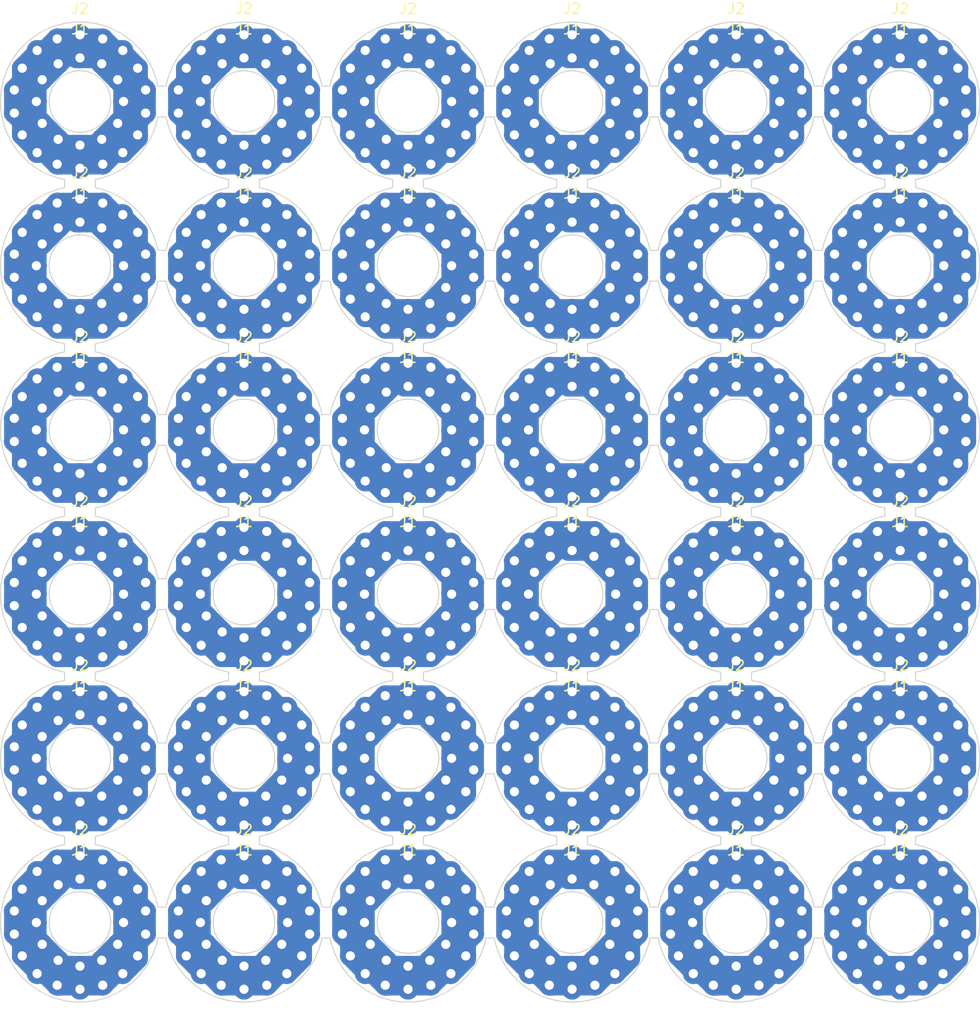
<source format=kicad_pcb>
(kicad_pcb (version 20211014) (generator pcbnew)
  (layers (0 "F.Cu" signal) (31 "B.Cu" signal) (34 "B.Paste" user) (35 "F.Paste" user) (36 "B.SilkS" user "B.Silkscreen") (37 "F.SilkS" user "F.Silkscreen") (38 "B.Mask" user) (39 "F.Mask" user) (44 "Edge.Cuts" user))
  (net 0 "")
  (net 1 "Board_0-Net-(J1-Pad1)")
  (net 2 "Board_1-Net-(J1-Pad1)")
  (net 3 "Board_2-Net-(J1-Pad1)")
  (net 4 "Board_3-Net-(J1-Pad1)")
  (net 5 "Board_4-Net-(J1-Pad1)")
  (net 6 "Board_5-Net-(J1-Pad1)")
  (net 7 "Board_6-Net-(J1-Pad1)")
  (net 8 "Board_7-Net-(J1-Pad1)")
  (net 9 "Board_8-Net-(J1-Pad1)")
  (net 10 "Board_9-Net-(J1-Pad1)")
  (net 11 "Board_10-Net-(J1-Pad1)")
  (net 12 "Board_11-Net-(J1-Pad1)")
  (net 13 "Board_12-Net-(J1-Pad1)")
  (net 14 "Board_13-Net-(J1-Pad1)")
  (net 15 "Board_14-Net-(J1-Pad1)")
  (net 16 "Board_15-Net-(J1-Pad1)")
  (net 17 "Board_16-Net-(J1-Pad1)")
  (net 18 "Board_17-Net-(J1-Pad1)")
  (net 19 "Board_18-Net-(J1-Pad1)")
  (net 20 "Board_19-Net-(J1-Pad1)")
  (net 21 "Board_20-Net-(J1-Pad1)")
  (net 22 "Board_21-Net-(J1-Pad1)")
  (net 23 "Board_22-Net-(J1-Pad1)")
  (net 24 "Board_23-Net-(J1-Pad1)")
  (net 25 "Board_24-Net-(J1-Pad1)")
  (net 26 "Board_25-Net-(J1-Pad1)")
  (net 27 "Board_26-Net-(J1-Pad1)")
  (net 28 "Board_27-Net-(J1-Pad1)")
  (net 29 "Board_28-Net-(J1-Pad1)")
  (net 30 "Board_29-Net-(J1-Pad1)")
  (net 31 "Board_30-Net-(J1-Pad1)")
  (net 32 "Board_31-Net-(J1-Pad1)")
  (net 33 "Board_32-Net-(J1-Pad1)")
  (net 34 "Board_33-Net-(J1-Pad1)")
  (net 35 "Board_34-Net-(J1-Pad1)")
  (net 36 "Board_35-Net-(J1-Pad1)")
  (footprint "1024_dry_electrodes:CPA_12" (layer "F.Cu") (at 70.747629 54.749408)
    (fp_text reference "J1")
    (fp_text value "Conn_01x12")
  )
  (footprint "1024_dry_electrodes:CPA_12" (layer "F.Cu") (at 22.747629 22.749408)
    (fp_text reference "J1")
    (fp_text value "Conn_01x12")
  )
  (footprint "1024_dry_electrodes:CPA_12" (layer "F.Cu") (at 102.747629 86.749408)
    (fp_text reference "J1")
    (fp_text value "Conn_01x12")
  )
  (footprint "1024_dry_electrodes:CPA_12" (layer "F.Cu") (at 54.747629 22.749408)
    (fp_text reference "J1")
    (fp_text value "Conn_01x12")
  )
  (footprint "1024_dry_electrodes:CPA_18" (layer "F.Cu") (at 70.747629 86.749408)
    (fp_text reference "J2")
    (fp_text value "Conn_01x18")
  )
  (footprint "1024_dry_electrodes:CPA_18" (layer "F.Cu") (at 38.747629 22.749408)
    (fp_text reference "J2")
    (fp_text value "Conn_01x18")
  )
  (footprint "1024_dry_electrodes:CPA_12" (layer "F.Cu") (at 54.747629 70.749408)
    (fp_text reference "J1")
    (fp_text value "Conn_01x12")
  )
  (footprint "1024_dry_electrodes:CPA_18" (layer "F.Cu") (at 102.747629 54.749408)
    (fp_text reference "J2")
    (fp_text value "Conn_01x18")
  )
  (footprint "1024_dry_electrodes:CPA_12" (layer "F.Cu") (at 22.747629 102.749408)
    (fp_text reference "J1")
    (fp_text value "Conn_01x12")
  )
  (footprint "1024_dry_electrodes:CPA_18" (layer "F.Cu") (at 102.747629 102.749408)
    (fp_text reference "J2")
    (fp_text value "Conn_01x18")
  )
  (footprint "1024_dry_electrodes:CPA_12" (layer "F.Cu") (at 54.747629 102.749408)
    (fp_text reference "J1")
    (fp_text value "Conn_01x12")
  )
  (footprint "1024_dry_electrodes:CPA_18" (layer "F.Cu") (at 86.747629 54.749408)
    (fp_text reference "J2")
    (fp_text value "Conn_01x18")
  )
  (footprint "1024_dry_electrodes:CPA_18" (layer "F.Cu") (at 86.747629 86.749408)
    (fp_text reference "J2")
    (fp_text value "Conn_01x18")
  )
  (footprint "1024_dry_electrodes:CPA_18" (layer "F.Cu") (at 54.747629 70.749408)
    (fp_text reference "J2")
    (fp_text value "Conn_01x18")
  )
  (footprint "1024_dry_electrodes:CPA_18" (layer "F.Cu") (at 38.747629 54.749408)
    (fp_text reference "J2")
    (fp_text value "Conn_01x18")
  )
  (footprint "1024_dry_electrodes:CPA_18" (layer "F.Cu") (at 86.747629 102.749408)
    (fp_text reference "J2")
    (fp_text value "Conn_01x18")
  )
  (footprint "1024_dry_electrodes:CPA_18" (layer "F.Cu") (at 70.747629 54.749408)
    (fp_text reference "J2")
    (fp_text value "Conn_01x18")
  )
  (footprint "1024_dry_electrodes:CPA_12" (layer "F.Cu") (at 86.747629 70.749408)
    (fp_text reference "J1")
    (fp_text value "Conn_01x12")
  )
  (footprint "1024_dry_electrodes:CPA_18" (layer "F.Cu") (at 54.747629 86.749408)
    (fp_text reference "J2")
    (fp_text value "Conn_01x18")
  )
  (footprint "1024_dry_electrodes:CPA_12" (layer "F.Cu") (at 70.747629 86.749408)
    (fp_text reference "J1")
    (fp_text value "Conn_01x12")
  )
  (footprint "1024_dry_electrodes:CPA_12" (layer "F.Cu") (at 22.747629 86.749408)
    (fp_text reference "J1")
    (fp_text value "Conn_01x12")
  )
  (footprint "1024_dry_electrodes:CPA_18" (layer "F.Cu") (at 22.747629 86.749408)
    (fp_text reference "J2")
    (fp_text value "Conn_01x18")
  )
  (footprint "1024_dry_electrodes:CPA_12" (layer "F.Cu") (at 70.747629 70.749408)
    (fp_text reference "J1")
    (fp_text value "Conn_01x12")
  )
  (footprint "1024_dry_electrodes:CPA_12" (layer "F.Cu") (at 70.747629 38.749408)
    (fp_text reference "J1")
    (fp_text value "Conn_01x12")
  )
  (footprint "1024_dry_electrodes:CPA_12" (layer "F.Cu") (at 86.747629 38.749408)
    (fp_text reference "J1")
    (fp_text value "Conn_01x12")
  )
  (footprint "1024_dry_electrodes:CPA_12" (layer "F.Cu") (at 102.747629 54.749408)
    (fp_text reference "J1")
    (fp_text value "Conn_01x12")
  )
  (footprint "1024_dry_electrodes:CPA_12" (layer "F.Cu") (at 22.747629 54.749408)
    (fp_text reference "J1")
    (fp_text value "Conn_01x12")
  )
  (footprint "1024_dry_electrodes:CPA_12" (layer "F.Cu") (at 102.747629 22.749408)
    (fp_text reference "J1")
    (fp_text value "Conn_01x12")
  )
  (footprint "1024_dry_electrodes:CPA_18" (layer "F.Cu") (at 70.747629 102.749408)
    (fp_text reference "J2")
    (fp_text value "Conn_01x18")
  )
  (footprint "1024_dry_electrodes:CPA_18" (layer "F.Cu") (at 70.747629 70.749408)
    (fp_text reference "J2")
    (fp_text value "Conn_01x18")
  )
  (footprint "1024_dry_electrodes:CPA_18" (layer "F.Cu") (at 70.747629 22.749408)
    (fp_text reference "J2")
    (fp_text value "Conn_01x18")
  )
  (footprint "1024_dry_electrodes:CPA_18" (layer "F.Cu") (at 54.747629 102.749408)
    (fp_text reference "J2")
    (fp_text value "Conn_01x18")
  )
  (footprint "1024_dry_electrodes:CPA_12" (layer "F.Cu") (at 86.747629 102.749408)
    (fp_text reference "J1")
    (fp_text value "Conn_01x12")
  )
  (footprint "1024_dry_electrodes:CPA_18" (layer "F.Cu") (at 22.747629 22.749408)
    (fp_text reference "J2")
    (fp_text value "Conn_01x18")
  )
  (footprint "1024_dry_electrodes:CPA_18" (layer "F.Cu") (at 86.747629 70.749408)
    (fp_text reference "J2")
    (fp_text value "Conn_01x18")
  )
  (footprint "1024_dry_electrodes:CPA_18" (layer "F.Cu") (at 38.747629 102.749408)
    (fp_text reference "J2")
    (fp_text value "Conn_01x18")
  )
  (footprint "1024_dry_electrodes:CPA_18" (layer "F.Cu") (at 22.747629 38.749408)
    (fp_text reference "J2")
    (fp_text value "Conn_01x18")
  )
  (footprint "1024_dry_electrodes:CPA_18" (layer "F.Cu") (at 86.747629 38.749408)
    (fp_text reference "J2")
    (fp_text value "Conn_01x18")
  )
  (footprint "1024_dry_electrodes:CPA_18" (layer "F.Cu") (at 38.747629 70.749408)
    (fp_text reference "J2")
    (fp_text value "Conn_01x18")
  )
  (footprint "1024_dry_electrodes:CPA_12" (layer "F.Cu") (at 86.747629 86.749408)
    (fp_text reference "J1")
    (fp_text value "Conn_01x12")
  )
  (footprint "1024_dry_electrodes:CPA_18" (layer "F.Cu") (at 54.747629 38.749408)
    (fp_text reference "J2")
    (fp_text value "Conn_01x18")
  )
  (footprint "1024_dry_electrodes:CPA_12" (layer "F.Cu") (at 22.747629 70.749408)
    (fp_text reference "J1")
    (fp_text value "Conn_01x12")
  )
  (footprint "1024_dry_electrodes:CPA_12" (layer "F.Cu") (at 102.747629 70.749408)
    (fp_text reference "J1")
    (fp_text value "Conn_01x12")
  )
  (footprint "1024_dry_electrodes:CPA_18" (layer "F.Cu") (at 54.747629 22.749408)
    (fp_text reference "J2")
    (fp_text value "Conn_01x18")
  )
  (footprint "1024_dry_electrodes:CPA_12" (layer "F.Cu") (at 22.747629 38.749408)
    (fp_text reference "J1")
    (fp_text value "Conn_01x12")
  )
  (footprint "1024_dry_electrodes:CPA_12" (layer "F.Cu") (at 38.747629 38.749408)
    (fp_text reference "J1")
    (fp_text value "Conn_01x12")
  )
  (footprint "1024_dry_electrodes:CPA_12" (layer "F.Cu") (at 38.747629 54.749408)
    (fp_text reference "J1")
    (fp_text value "Conn_01x12")
  )
  (footprint "1024_dry_electrodes:CPA_12" (layer "F.Cu") (at 54.747629 86.749408)
    (fp_text reference "J1")
    (fp_text value "Conn_01x12")
  )
  (footprint "1024_dry_electrodes:CPA_12" (layer "F.Cu") (at 70.747629 102.749408)
    (fp_text reference "J1")
    (fp_text value "Conn_01x12")
  )
  (footprint "1024_dry_electrodes:CPA_18" (layer "F.Cu") (at 86.747629 22.749408)
    (fp_text reference "J2")
    (fp_text value "Conn_01x18")
  )
  (footprint "1024_dry_electrodes:CPA_12" (layer "F.Cu") (at 102.747629 38.749408)
    (fp_text reference "J1")
    (fp_text value "Conn_01x12")
  )
  (footprint "1024_dry_electrodes:CPA_12" (layer "F.Cu") (at 70.747629 22.749408)
    (fp_text reference "J1")
    (fp_text value "Conn_01x12")
  )
  (footprint "1024_dry_electrodes:CPA_18" (layer "F.Cu") (at 102.747629 70.749408)
    (fp_text reference "J2")
    (fp_text value "Conn_01x18")
  )
  (footprint "1024_dry_electrodes:CPA_18" (layer "F.Cu") (at 38.747629 38.749408)
    (fp_text reference "J2")
    (fp_text value "Conn_01x18")
  )
  (footprint "1024_dry_electrodes:CPA_12" (layer "F.Cu") (at 38.747629 70.749408)
    (fp_text reference "J1")
    (fp_text value "Conn_01x12")
  )
  (footprint "1024_dry_electrodes:CPA_18" (layer "F.Cu") (at 22.747629 70.749408)
    (fp_text reference "J2")
    (fp_text value "Conn_01x18")
  )
  (footprint "1024_dry_electrodes:CPA_18" (layer "F.Cu") (at 54.747629 54.749408)
    (fp_text reference "J2")
    (fp_text value "Conn_01x18")
  )
  (footprint "1024_dry_electrodes:CPA_12" (layer "F.Cu") (at 38.747629 86.749408)
    (fp_text reference "J1")
    (fp_text value "Conn_01x12")
  )
  (footprint "1024_dry_electrodes:CPA_12" (layer "F.Cu") (at 86.747629 22.749408)
    (fp_text reference "J1")
    (fp_text value "Conn_01x12")
  )
  (footprint "1024_dry_electrodes:CPA_18" (layer "F.Cu") (at 102.747629 86.749408)
    (fp_text reference "J2")
    (fp_text value "Conn_01x18")
  )
  (footprint "1024_dry_electrodes:CPA_18" (layer "F.Cu") (at 102.747629 38.749408)
    (fp_text reference "J2")
    (fp_text value "Conn_01x18")
  )
  (footprint "1024_dry_electrodes:CPA_12" (layer "F.Cu") (at 102.747629 102.749408)
    (fp_text reference "J1")
    (fp_text value "Conn_01x12")
  )
  (footprint "1024_dry_electrodes:CPA_18" (layer "F.Cu") (at 38.747629 86.749408)
    (fp_text reference "J2")
    (fp_text value "Conn_01x18")
  )
  (footprint "1024_dry_electrodes:CPA_18" (layer "F.Cu") (at 102.747629 22.749408)
    (fp_text reference "J2")
    (fp_text value "Conn_01x18")
  )
  (footprint "1024_dry_electrodes:CPA_18" (layer "F.Cu") (at 22.747629 54.749408)
    (fp_text reference "J2")
    (fp_text value "Conn_01x18")
  )
  (footprint "1024_dry_electrodes:CPA_12" (layer "F.Cu") (at 54.747629 38.749408)
    (fp_text reference "J1")
    (fp_text value "Conn_01x12")
  )
  (footprint "1024_dry_electrodes:CPA_12" (layer "F.Cu") (at 86.747629 54.749408)
    (fp_text reference "J1")
    (fp_text value "Conn_01x12")
  )
  (footprint "1024_dry_electrodes:CPA_12" (layer "F.Cu") (at 38.747629 22.749408)
    (fp_text reference "J1")
    (fp_text value "Conn_01x12")
  )
  (footprint "1024_dry_electrodes:CPA_18" (layer "F.Cu") (at 70.747629 38.749408)
    (fp_text reference "J2")
    (fp_text value "Conn_01x18")
  )
  (footprint "1024_dry_electrodes:CPA_12" (layer "F.Cu") (at 38.747629 102.749408)
    (fp_text reference "J1")
    (fp_text value "Conn_01x12")
  )
  (footprint "1024_dry_electrodes:CPA_12" (layer "F.Cu") (at 54.747629 54.749408)
    (fp_text reference "J1")
    (fp_text value "Conn_01x12")
  )
  (footprint "1024_dry_electrodes:CPA_18" (layer "F.Cu") (at 22.747629 102.749408)
    (fp_text reference "J2")
    (fp_text value "Conn_01x18")
  )
  (gr_line (start 35.951792 23.837202) (end 35.901417 23.697606) (layer "Edge.Cuts") (width 0.1))
  (gr_line (start 51.951792 23.837202) (end 51.901417 23.697606) (layer "Edge.Cuts") (width 0.1))
  (gr_line (start 16.020013 42.596703) (end 16.218508 42.924702) (layer "Edge.Cuts") (width 0.1))
  (gr_line (start 39.869919 25.531576) (end 39.730957 25.583674) (layer "Edge.Cuts") (width 0.1))
  (gr_line (start 110.346368 53.225708) (end 110.261717 52.851786) (layer "Edge.Cuts") (width 0.1))
  (gr_line (start 23.007042 67.760644) (end 23.15453 67.77713) (layer "Edge.Cuts") (width 0.1))
  (gr_line (start 77.741977 106.08731) (end 77.89849 105.73733) (layer "Edge.Cuts") (width 0.1))
  (gr_line (start 21.694497 99.940331) (end 21.834705 99.891686) (layer "Edge.Cuts") (width 0.1))
  (gr_line (start 30.261717 56.647029) (end 30.346368 56.273107) (layer "Edge.Cuts") (width 0.1))
  (gr_line (start 107.003356 32.272427) (end 106.677838 32.06989) (layer "Edge.Cuts") (width 0.1))
  (gr_line (start 106.677838 32.06989) (end 106.342703 31.8837) (layer "Edge.Cuts") (width 0.1))
  (gr_line (start 57.616422 21.871898) (end 57.656308 22.014844) (layer "Edge.Cuts") (width 0.1))
  (gr_line (start 19.323474 61.701937) (end 19.671492 61.862767) (layer "Edge.Cuts") (width 0.1))
  (gr_line (start 40.13927 41.407101) (end 40.006134 41.472671) (layer "Edge.Cuts") (width 0.1))
  (gr_line (start 100.587319 100.667806) (end 100.692905 100.563518) (layer "Edge.Cuts") (width 0.1))
  (gr_line (start 56.958764 104.776938) (end 56.85579 104.883806) (layer "Edge.Cuts") (width 0.1))
  (gr_line (start 30.261717 72.647029) (end 30.346368 72.273107) (layer "Edge.Cuts") (width 0.1))
  (gr_line (start 64.218508 50.574113) (end 64.020013 50.902112) (layer "Edge.Cuts") (width 0.1))
  (gr_line (start 104.248814 46.351133) (end 104.552169 46.286392) (layer "Edge.Cuts") (width 0.1))
  (gr_line (start 84.303249 104.488662) (end 84.220227 104.36565) (layer "Edge.Cuts") (width 0.1))
  (gr_line (start 105.569516 103.767716) (end 105.515704 103.906023) (layer "Edge.Cuts") (width 0.1))
  (gr_line (start 50.332998 29.119144) (end 50.653407 29.32967) (layer "Edge.Cuts") (width 0.1))
  (gr_line (start 37.694497 67.940331) (end 37.834705 67.891686) (layer "Edge.Cuts") (width 0.1))
  (gr_line (start 27.003356 32.272427) (end 26.677838 32.06989) (layer "Edge.Cuts") (width 0.1))
  (gr_line (start 110.459721 53.983813) (end 110.412423 53.603358) (layer "Edge.Cuts") (width 0.1))
  (gr_line (start 36.072926 24.108072) (end 36.009008 23.974135) (layer "Edge.Cuts") (width 0.1))
  (gr_line (start 54.267334 41.710711) (end 54.121474 41.683335) (layer "Edge.Cuts") (width 0.1))
  (gr_line (start 26.342703 29.615115) (end 26.677838 29.428925) (layer "Edge.Cuts") (width 0.1))
  (gr_line (start 33.439594 28.396289) (end 33.725348 28.651882) (layer "Edge.Cuts") (width 0.1))
  (gr_line (start 103.007042 35.760644) (end 103.15453 35.77713) (layer "Edge.Cuts") (width 0.1))
  (gr_line (start 81.439594 33.102526) (end 81.16683 33.371938) (layer "Edge.Cuts") (width 0.1))
  (gr_line (start 54.414369 19.767975) (end 54.56222 19.755142) (layer "Edge.Cuts") (width 0.1))
  (gr_line (start 84.027038 47.492625) (end 83.671492 47.636048) (layer "Edge.Cuts") (width 0.1))
  (gr_line (start 60.193711 81.235545) (end 59.914367 80.972962) (layer "Edge.Cuts") (width 0.1))
  (gr_line (start 19.748546 86.823611) (end 19.748546 86.675204) (layer "Edge.Cuts") (width 0.1))
  (gr_line (start 105.056327 24.665108) (end 104.958764 24.776938) (layer "Edge.Cuts") (width 0.1))
  (gr_line (start 53.694497 73.558484) (end 53.556866 73.502966) (layer "Edge.Cuts") (width 0.1))
  (gr_line (start 55.869919 67.967239) (end 56.006134 68.026144) (layer "Edge.Cuts") (width 0.1))
  (gr_line (start 55.589589 51.86998) (end 55.730957 51.915141) (layer "Edge.Cuts") (width 0.1))
  (gr_line (start 102.858919 73.747343) (end 102.710524 73.749178) (layer "Edge.Cuts") (width 0.1))
  (gr_line (start 51.858008 87.55569) (end 51.82167 87.411801) (layer "Edge.Cuts") (width 0.1))
  (gr_line (start 41.656308 87.483971) (end 41.616422 87.626917) (layer "Edge.Cuts") (width 0.1))
  (gr_line (start 40.85579 20.615009) (end 40.958764 20.721877) (layer "Edge.Cuts") (width 0.1))
  (gr_line (start 109.171478 75.084918) (end 109.378025 74.76193) (layer "Edge.Cuts") (width 0.1))
  (gr_line (start 15.394916 73.198921) (end 15.52505 73.559543) (layer "Edge.Cuts") (width 0.1))
  (gr_line (start 79.188902 53.038223) (end 79.146555 53.249408) (layer "Edge.Cuts") (width 0.1))
  (gr_line (start 80.43298 43.242482) (end 80.662906 43.549267) (layer "Edge.Cuts") (width 0.1))
  (gr_line (start 89.616422 23.626917) (end 89.569516 23.767716) (layer "Edge.Cuts") (width 0.1))
  (gr_line (start 16.020013 82.902112) (end 15.837981 83.239525) (layer "Edge.Cuts") (width 0.1))
  (gr_line (start 21.694497 67.940331) (end 21.834705 67.891686) (layer "Edge.Cuts") (width 0.1))
  (gr_line (start 110.261717 56.647029) (end 110.346368 56.273107) (layer "Edge.Cuts") (width 0.1))
  (gr_line (start 40.747656 72.985451) (end 40.634628 73.081624) (layer "Edge.Cuts") (width 0.1))
  (gr_line (start 41.056327 100.833707) (end 41.148241 100.950225) (layer "Edge.Cuts") (width 0.1))
  (gr_line (start 41.689076 54.159588) (end 41.714646 54.305775) (layer "Edge.Cuts") (width 0.1))
  (gr_line (start 100.692905 72.935297) (end 100.587319 72.831009) (layer "Edge.Cuts") (width 0.1))
  (gr_line (start 84.389242 110.131854) (end 84.757217 110.239452) (layer "Edge.Cuts") (width 0.1))
  (gr_line (start 45.378025 74.76193) (end 45.568347 74.429123) (layer "Edge.Cuts") (width 0.1))
  (gr_line (start 50.983835 109.524093) (end 51.323474 109.701937) (layer "Edge.Cuts") (width 0.1))
  (gr_line (start 93.741977 19.411505) (end 93.568347 19.069692) (layer "Edge.Cuts") (width 0.1))
  (gr_line (start 23.301022 35.80089) (end 23.44616 35.831865) (layer "Edge.Cuts") (width 0.1))
  (gr_line (start 52.48702 36.777189) (end 52.587319 36.667806) (layer "Edge.Cuts") (width 0.1))
  (gr_line (start 37.130063 110.32872) (end 37.506867 110.399441) (layer "Edge.Cuts") (width 0.1))
  (gr_line (start 89.732954 55.045767) (end 89.714646 55.19304) (layer "Edge.Cuts") (width 0.1))
  (gr_line (start 53.834705 67.891686) (end 53.977147 67.850036) (layer "Edge.Cuts") (width 0.1))
  (gr_line (start 32.020013 106.596703) (end 32.218508 106.924702) (layer "Edge.Cuts") (width 0.1))
  (gr_line (start 30.346368 88.273107) (end 30.350513 88.249408) (layer "Edge.Cuts") (width 0.1))
  (gr_line (start 41.616422 23.626917) (end 41.569516 23.767716) (layer "Edge.Cuts") (width 0.1))
  (gr_line (start 55.589589 41.628835) (end 55.44616 41.66695) (layer "Edge.Cuts") (width 0.1))
  (gr_line (start 67.748546 102.823611) (end 67.748546 102.675204) (layer "Edge.Cuts") (width 0.1))
  (gr_line (start 41.515704 37.592792) (end 41.569516 37.731099) (layer "Edge.Cuts") (width 0.1))
  (gr_line (start 40.13927 89.407101) (end 40.006134 89.472671) (layer "Edge.Cuts") (width 0.1))
  (gr_line (start 35.748546 22.675204) (end 35.755886 22.526979) (layer "Edge.Cuts") (width 0.1))
  (gr_line (start 29.89849 19.761485) (end 29.741977 19.411505) (layer "Edge.Cuts") (width 0.1))
  (gr_line (start 48.662906 43.549267) (end 48.907722 43.844306) (layer "Edge.Cuts") (width 0.1))
  (gr_line (start 32.43298 27.242482) (end 32.662906 27.549267) (layer "Edge.Cuts") (width 0.1))
  (gr_line (start 64.43298 34.256333) (end 64.218508 34.574113) (layer "Edge.Cuts") (width 0.1))
  (gr_line (start 84.48702 36.777189) (end 84.587319 36.667806) (layer "Edge.Cuts") (width 0.1))
  (gr_line (start 103.589589 99.86998) (end 103.730957 99.915141) (layer "Edge.Cuts") (width 0.1))
  (gr_line (start 69.977147 51.850036) (end 70.121474 51.81548) (layer "Edge.Cuts") (width 0.1))
  (gr_line (start 83.792492 39.266291) (end 83.770546 39.119516) (layer "Edge.Cuts") (width 0.1))
  (gr_line (start 37.834705 105.607129) (end 37.694497 105.558484) (layer "Edge.Cuts") (width 0.1))
  (gr_line (start 57.056327 72.665108) (end 56.958764 72.776938) (layer "Edge.Cuts") (width 0.1))
  (gr_line (start 55.007042 25.738171) (end 54.858919 25.747343) (layer "Edge.Cuts") (width 0.1))
  (gr_line (start 20.220227 21.133165) (end 20.303249 21.010153) (layer "Edge.Cuts") (width 0.1))
  (gr_line (start 89.23428 21.071145) (end 89.314234 21.196173) (layer "Edge.Cuts") (width 0.1))
  (gr_line (start 27.31846 77.008002) (end 27.622378 76.774299) (layer "Edge.Cuts") (width 0.1))
  (gr_line (start 63.394916 41.198921) (end 63.52505 41.559543) (layer "Edge.Cuts") (width 0.1))
  (gr_line (start 104.395007 89.256626) (end 104.269 89.335027) (layer "Edge.Cuts") (width 0.1))
  (gr_line (start 67.951792 85.661613) (end 68.009008 85.52468) (layer "Edge.Cuts") (width 0.1))
  (gr_line (start 68.587319 104.831009) (end 68.48702 104.721626) (layer "Edge.Cuts") (width 0.1))
  (gr_line (start 90.677838 93.428925) (end 91.003356 93.226388) (layer "Edge.Cuts") (width 0.1))
  (gr_line (start 108.711767 97.800514) (end 108.459729 97.511621) (layer "Edge.Cuts") (width 0.1))
  (gr_line (start 50.023393 16.605785) (end 49.725348 16.846933) (layer "Edge.Cuts") (width 0.1))
  (gr_line (start 60.459729 65.511621) (end 60.193711 65.235545) (layer "Edge.Cuts") (width 0.1))
  (gr_line (start 84.392252 56.607418) (end 84.303249 56.488662) (layer "Edge.Cuts") (width 0.1))
  (gr_line (start 48.43298 82.256333) (end 48.218508 82.574113) (layer "Edge.Cuts") (width 0.1))
  (gr_line (start 56.922693 95.310887) (end 56.552169 95.212423) (layer "Edge.Cuts") (width 0.1))
  (gr_line (start 110.346368 21.225708) (end 110.261717 20.851786) (layer "Edge.Cuts") (width 0.1))
  (gr_line (start 81.725348 48.846933) (end 81.439594 49.102526) (layer "Edge.Cuts") (width 0.1))
  (gr_line (start 94.037504 84.118778) (end 93.89849 83.761485) (layer "Edge.Cuts") (width 0.1))
  (gr_line (start 70.858919 25.747343) (end 70.710524 25.749178) (layer "Edge.Cuts") (width 0.1))
  (gr_line (start 74.342703 77.615115) (end 74.677838 77.428925) (layer "Edge.Cuts") (width 0.1))
  (gr_line (start 68.303249 104.488662) (end 68.220227 104.36565) (layer "Edge.Cuts") (width 0.1))
  (gr_line (start 69.248814 79.147807) (end 69.130063 79.170095) (layer "Edge.Cuts") (width 0.1))
  (gr_line (start 77.741977 58.08731) (end 77.89849 57.73733) (layer "Edge.Cuts") (width 0.1))
  (gr_line (start 64.218508 98.574113) (end 64.020013 98.902112) (layer "Edge.Cuts") (width 0.1))
  (gr_line (start 47.394916 89.198921) (end 47.52505 89.559543) (layer "Edge.Cuts") (width 0.1))
  (gr_line (start 51.770546 86.379299) (end 51.792492 86.232524) (layer "Edge.Cuts") (width 0.1))
  (gr_line (start 57.747629 38.749408) (end 57.743958 38.897769) (layer "Edge.Cuts") (width 0.1))
  (gr_line (start 47.282775 72.832305) (end 47.394916 73.198921) (layer "Edge.Cuts") (width 0.1))
  (gr_line (start 41.515704 71.906023) (end 41.455118 72.041499) (layer "Edge.Cuts") (width 0.1))
  (gr_line (start 19.858008 85.943125) (end 19.901417 85.801209) (layer "Edge.Cuts") (width 0.1))
  (gr_line (start 78.346368 101.225708) (end 78.261717 100.851786) (layer "Edge.Cuts") (width 0.1))
  (gr_line (start 87.589589 73.628835) (end 87.44616 73.66695) (layer "Edge.Cuts") (width 0.1))
  (gr_line (start 99.323474 93.701937) (end 99.671492 93.862767) (layer "Edge.Cuts") (width 0.1))
  (gr_line (start 24.516983 57.172089) (end 24.395007 57.256626) (layer "Edge.Cuts") (width 0.1))
  (gr_line (start 68.918892 20.371231) (end 69.038739 20.283703) (layer "Edge.Cuts") (width 0.1))
  (gr_line (start 53.422149 105.440709) (end 53.290676 105.371866) (layer "Edge.Cuts") (width 0.1))
  (gr_line (start 104.552169 78.286392) (end 104.922693 78.187928) (layer "Edge.Cuts") (width 0.1))
  (gr_line (start 22.56222 51.755142) (end 22.710524 51.749637) (layer "Edge.Cuts") (width 0.1))
  (gr_line (start 40.922693 94.187928) (end 41.287894 94.071262) (layer "Edge.Cuts") (width 0.1))
  (gr_line (start 102.267334 105.710711) (end 102.121474 105.683335) (layer "Edge.Cuts") (width 0.1))
  (gr_line (start 63.672859 67.585527) (end 63.52505 67.939272) (layer "Edge.Cuts") (width 0.1))
  (gr_line (start 68.303249 88.488662) (end 68.220227 88.36565) (layer "Edge.Cuts") (width 0.1))
  (gr_line (start 110.158679 52.482508) (end 110.037504 52.118778) (layer "Edge.Cuts") (width 0.1))
  (gr_line (start 101.694497 105.558484) (end 101.556866 105.502966) (layer "Edge.Cuts") (width 0.1))
  (gr_line (start 100.389242 46.131854) (end 100.757217 46.239452) (layer "Edge.Cuts") (width 0.1))
  (gr_line (start 21.694497 89.558484) (end 21.556866 89.502966) (layer "Edge.Cuts") (width 0.1))
  (gr_line (start 70.858919 99.751472) (end 71.007042 99.760644) (layer "Edge.Cuts") (width 0.1))
  (gr_line (start 105.646879 95.562138) (end 105.287894 95.427553) (layer "Edge.Cuts") (width 0.1))
  (gr_line (start 38.56222 25.743673) (end 38.414369 25.73084) (layer "Edge.Cuts") (width 0.1))
  (gr_line (start 70.414369 73.73084) (end 70.267334 73.710711) (layer "Edge.Cuts") (width 0.1))
  (gr_line (start 95.146555 69.249408) (end 94.350513 69.249408) (layer "Edge.Cuts") (width 0.1))
  (gr_line (start 64.020013 42.596703) (end 64.218508 42.924702) (layer "Edge.Cuts") (width 0.1))
  (gr_line (start 65.439594 81.102526) (end 65.16683 81.371938) (layer "Edge.Cuts") (width 0.1))
  (gr_line (start 38.268656 110.484592) (end 38.651775 110.498815) (layer "Edge.Cuts") (width 0.1))
  (gr_line (start 52.14339 88.238683) (end 52.072926 88.108072) (layer "Edge.Cuts") (width 0.1))
  (gr_line (start 76.459729 97.511621) (end 76.193711 97.235545) (layer "Edge.Cuts") (width 0.1))
  (gr_line (start 73.148241 104.54859) (end 73.056327 104.665108) (layer "Edge.Cuts") (width 0.1))
  (gr_line (start 95.282775 72.832305) (end 95.394916 73.198921) (layer "Edge.Cuts") (width 0.1))
  (gr_line (start 25.515704 103.906023) (end 25.455118 104.041499) (layer "Edge.Cuts") (width 0.1))
  (gr_line (start 84.757217 79.259363) (end 84.389242 79.366961) (layer "Edge.Cuts") (width 0.1))
  (gr_line (start 62.261717 104.647029) (end 62.346368 104.273107) (layer "Edge.Cuts") (width 0.1))
  (gr_line (start 85.130063 94.32872) (end 85.248814 94.351008) (layer "Edge.Cuts") (width 0.1))
  (gr_line (start 97.439594 76.396289) (end 97.725348 76.651882) (layer "Edge.Cuts") (width 0.1))
  (gr_line (start 51.770546 22.379299) (end 51.792492 22.232524) (layer "Edge.Cuts") (width 0.1))
  (gr_line (start 88.958764 72.776938) (end 88.85579 72.883806) (layer "Edge.Cuts") (width 0.1))
  (gr_line (start 36.303249 88.488662) (end 36.220227 88.36565) (layer "Edge.Cuts") (width 0.1))
  (gr_line (start 62.350513 101.249408) (end 62.346368 101.225708) (layer "Edge.Cuts") (width 0.1))
  (gr_line (start 38.710524 89.749178) (end 38.56222 89.743673) (layer "Edge.Cuts") (width 0.1))
  (gr_line (start 47.394916 68.299894) (end 47.282775 68.66651) (layer "Edge.Cuts") (width 0.1))
  (gr_line (start 17.16683 33.371938) (end 16.907722 33.654509) (layer "Edge.Cuts") (width 0.1))
  (gr_line (start 72.958764 72.776938) (end 72.85579 72.883806) (layer "Edge.Cuts") (width 0.1))
  (gr_line (start 15.018959 39.324014) (end 15.056832 39.705522) (layer "Edge.Cuts") (width 0.1))
  (gr_line (start 60.459729 59.987194) (end 60.711767 59.698301) (layer "Edge.Cuts") (width 0.1))
  (gr_line (start 19.858008 101.943125) (end 19.901417 101.801209) (layer "Edge.Cuts") (width 0.1))
  (gr_line (start 25.689076 102.159588) (end 25.714646 102.305775) (layer "Edge.Cuts") (width 0.1))
  (gr_line (start 110.488146 87.132674) (end 110.497629 86.749408) (layer "Edge.Cuts") (width 0.1))
  (gr_line (start 15.282775 72.832305) (end 15.394916 73.198921) (layer "Edge.Cuts") (width 0.1))
  (gr_line (start 50.023393 108.89303) (end 50.332998 109.119144) (layer "Edge.Cuts") (width 0.1))
  (gr_line (start 100.757217 78.239452) (end 101.130063 78.32872) (layer "Edge.Cuts") (width 0.1))
  (gr_line (start 67.951792 37.661613) (end 68.009008 37.52468) (layer "Edge.Cuts") (width 0.1))
  (gr_line (start 24.552169 30.286392) (end 24.922693 30.187928) (layer "Edge.Cuts") (width 0.1))
  (gr_line (start 84.389242 63.366961) (end 84.027038 63.492625) (layer "Edge.Cuts") (width 0.1))
  (gr_line (start 110.037504 68.118778) (end 109.89849 67.761485) (layer "Edge.Cuts") (width 0.1))
  (gr_line (start 84.14339 104.238683) (end 84.072926 104.108072) (layer "Edge.Cuts") (width 0.1))
  (gr_line (start 57.616422 85.871898) (end 57.656308 86.014844) (layer "Edge.Cuts") (width 0.1))
  (gr_line (start 73.455118 72.041499) (end 73.387906 72.173813) (layer "Edge.Cuts") (width 0.1))
  (gr_line (start 19.748546 70.675204) (end 19.755886 70.526979) (layer "Edge.Cuts") (width 0.1))
  (gr_line (start 24.958764 100.721877) (end 25.056327 100.833707) (layer "Edge.Cuts") (width 0.1))
  (gr_line (start 75.31846 93.008002) (end 75.622378 92.774299) (layer "Edge.Cuts") (width 0.1))
  (gr_line (start 69.038739 100.283703) (end 69.162769 100.202209) (layer "Edge.Cuts") (width 0.1))
  (gr_line (start 40.958764 24.776938) (end 40.85579 24.883806) (layer "Edge.Cuts") (width 0.1))
  (gr_line (start 73.656308 102.014844) (end 73.689076 102.159588) (layer "Edge.Cuts") (width 0.1))
  (gr_line (start 69.290676 105.371866) (end 69.162769 105.296606) (layer "Edge.Cuts") (width 0.1))
  (gr_line (start 20.009008 53.52468) (end 20.072926 53.390743) (layer "Edge.Cuts") (width 0.1))
  (gr_line (start 31.282775 104.832305) (end 31.394916 105.198921) (layer "Edge.Cuts") (width 0.1))
  (gr_line (start 34.983835 31.974722) (end 34.653407 32.169145) (layer "Edge.Cuts") (width 0.1))
  (gr_line (start 22.710524 25.749178) (end 22.56222 25.743673) (layer "Edge.Cuts") (width 0.1))
  (gr_line (start 50.983835 77.524093) (end 51.323474 77.701937) (layer "Edge.Cuts") (width 0.1))
  (gr_line (start 103.730957 83.915141) (end 103.869919 83.967239) (layer "Edge.Cuts") (width 0.1))
  (gr_line (start 25.998769 79.714311) (end 25.646879 79.562138) (layer "Edge.Cuts") (width 0.1))
  (gr_line (start 18.983835 95.974722) (end 18.653407 96.169145) (layer "Edge.Cuts") (width 0.1))
  (gr_line (start 57.732954 54.453048) (end 57.743958 54.601046) (layer "Edge.Cuts") (width 0.1))
  (gr_line (start 62.037504 36.118778) (end 61.89849 35.761485) (layer "Edge.Cuts") (width 0.1))
  (gr_line (start 15.113526 101.414124) (end 15.056832 101.793293) (layer "Edge.Cuts") (width 0.1))
  (gr_line (start 21.162769 100.202209) (end 21.290676 100.126949) (layer "Edge.Cuts") (width 0.1))
  (gr_line (start 79.672859 83.585527) (end 79.52505 83.939272) (layer "Edge.Cuts") (width 0.1))
  (gr_line (start 102.414369 19.767975) (end 102.56222 19.755142) (layer "Edge.Cuts") (width 0.1))
  (gr_line (start 16.43298 18.256333) (end 16.218508 18.574113) (layer "Edge.Cuts") (width 0.1))
  (gr_line (start 67.323474 109.701937) (end 67.671492 109.862767) (layer "Edge.Cuts") (width 0.1))
  (gr_line (start 57.148241 84.950225) (end 57.23428 85.071145) (layer "Edge.Cuts") (width 0.1))
  (gr_line (start 76.459729 43.987194) (end 76.711767 43.698301) (layer "Edge.Cuts") (width 0.1))
  (gr_line (start 57.616422 37.871898) (end 57.656308 38.014844) (layer "Edge.Cuts") (width 0.1))
  (gr_line (start 25.387906 40.173813) (end 25.314234 40.302642) (layer "Edge.Cuts") (width 0.1))
  (gr_line (start 86.858919 105.747343) (end 86.710524 105.749178) (layer "Edge.Cuts") (width 0.1))
  (gr_line (start 84.757217 47.259363) (end 84.389242 47.366961) (layer "Edge.Cuts") (width 0.1))
  (gr_line (start 19.323474 109.701937) (end 19.671492 109.862767) (layer "Edge.Cuts") (width 0.1))
  (gr_line (start 31.146555 104.249408) (end 31.188902 104.460592) (layer "Edge.Cuts") (width 0.1))
  (gr_line (start 40.13927 20.091714) (end 40.269 20.163788) (layer "Edge.Cuts") (width 0.1))
  (gr_line (start 71.301022 25.697925) (end 71.15453 25.721685) (layer "Edge.Cuts") (width 0.1))
  (gr_line (start 91.31846 93.008002) (end 91.622378 92.774299) (layer "Edge.Cuts") (width 0.1))
  (gr_line (start 49.16683 49.371938) (end 48.907722 49.654509) (layer "Edge.Cuts") (width 0.1))
  (gr_line (start 54.414369 99.767975) (end 54.56222 99.755142) (layer "Edge.Cuts") (width 0.1))
  (gr_line (start 19.770546 38.379299) (end 19.792492 38.232524) (layer "Edge.Cuts") (width 0.1))
  (gr_line (start 87.15453 89.721685) (end 87.007042 89.738171) (layer "Edge.Cuts") (width 0.1))
  (gr_line (start 38.414369 89.73084) (end 38.267334 89.710711) (layer "Edge.Cuts") (width 0.1))
  (gr_line (start 31.188902 104.460592) (end 31.282775 104.832305) (layer "Edge.Cuts") (width 0.1))
  (gr_line (start 25.056327 72.665108) (end 24.958764 72.776938) (layer "Edge.Cuts") (width 0.1))
  (gr_line (start 84.587319 68.667806) (end 84.692905 68.563518) (layer "Edge.Cuts") (width 0.1))
  (gr_line (start 19.792492 38.232524) (end 19.82167 38.087014) (layer "Edge.Cuts") (width 0.1))
  (gr_line (start 57.569516 53.731099) (end 57.616422 53.871898) (layer "Edge.Cuts") (width 0.1))
  (gr_line (start 89.455118 104.041499) (end 89.387906 104.173813) (layer "Edge.Cuts") (width 0.1))
  (gr_line (start 52.392252 40.607418) (end 52.303249 40.488662) (layer "Edge.Cuts") (width 0.1))
  (gr_line (start 31.52505 67.939272) (end 31.394916 68.299894) (layer "Edge.Cuts") (width 0.1))
  (gr_line (start 25.387906 37.325002) (end 25.455118 37.457316) (layer "Edge.Cuts") (width 0.1))
  (gr_line (start 85.248814 62.351008) (end 85.248814 63.147807) (layer "Edge.Cuts") (width 0.1))
  (gr_line (start 45.741977 83.411505) (end 45.568347 83.069692) (layer "Edge.Cuts") (width 0.1))
  (gr_line (start 57.714646 38.305775) (end 57.732954 38.453048) (layer "Edge.Cuts") (width 0.1))
  (gr_line (start 40.006134 36.026144) (end 40.13927 36.091714) (layer "Edge.Cuts") (width 0.1))
  (gr_line (start 83.901417 53.801209) (end 83.951792 53.661613) (layer "Edge.Cuts") (width 0.1))
  (gr_line (start 85.422149 20.058106) (end 85.556866 19.995849) (layer "Edge.Cuts") (width 0.1))
  (gr_line (start 72.958764 100.721877) (end 73.056327 100.833707) (layer "Edge.Cuts") (width 0.1))
  (gr_line (start 29.568347 106.429123) (end 29.741977 106.08731) (layer "Edge.Cuts") (width 0.1))
  (gr_line (start 75.31846 109.008002) (end 75.622378 108.774299) (layer "Edge.Cuts") (width 0.1))
  (gr_line (start 74.677838 48.06989) (end 74.342703 47.8837) (layer "Edge.Cuts") (width 0.1))
  (gr_line (start 89.656308 22.014844) (end 89.689076 22.159588) (layer "Edge.Cuts") (width 0.1))
  (gr_line (start 99.82167 54.087014) (end 99.858008 53.943125) (layer "Edge.Cuts") (width 0.1))
  (gr_line (start 67.951792 21.661613) (end 68.009008 21.52468) (layer "Edge.Cuts") (width 0.1))
  (gr_line (start 20.692905 100.563518) (end 20.80352 100.464579) (layer "Edge.Cuts") (width 0.1))
  (gr_line (start 71.869919 19.967239) (end 72.006134 20.026144) (layer "Edge.Cuts") (width 0.1))
  (gr_line (start 69.556866 105.502966) (end 69.422149 105.440709) (layer "Edge.Cuts") (width 0.1))
  (gr_line (start 47.188902 69.038223) (end 47.146555 69.249408) (layer "Edge.Cuts") (width 0.1))
  (gr_line (start 31.146555 40.249408) (end 31.188902 40.460592) (layer "Edge.Cuts") (width 0.1))
  (gr_line (start 94.346368 72.273107) (end 94.350513 72.249408) (layer "Edge.Cuts") (width 0.1))
  (gr_line (start 43.003356 64.272427) (end 42.677838 64.06989) (layer "Edge.Cuts") (width 0.1))
  (gr_line (start 88.13927 100.091714) (end 88.269 100.163788) (layer "Edge.Cuts") (width 0.1))
  (gr_line (start 93.568347 67.069692) (end 93.378025 66.736885) (layer "Edge.Cuts") (width 0.1))
  (gr_line (start 63.672859 99.585527) (end 63.52505 99.939272) (layer "Edge.Cuts") (width 0.1))
  (gr_line (start 54.710524 19.749637) (end 54.858919 19.751472) (layer "Edge.Cuts") (width 0.1))
  (gr_line (start 54.121474 89.683335) (end 53.977147 89.648779) (layer "Edge.Cuts") (width 0.1))
  (gr_line (start 15.837981 90.25929) (end 16.020013 90.596703) (layer "Edge.Cuts") (width 0.1))
  (gr_line (start 52.027038 62.00619) (end 52.389242 62.131854) (layer "Edge.Cuts") (width 0.1))
  (gr_line (start 37.977147 83.850036) (end 38.121474 83.81548) (layer "Edge.Cuts") (width 0.1))
  (gr_line (start 69.694497 51.940331) (end 69.834705 51.891686) (layer "Edge.Cuts") (width 0.1))
  (gr_line (start 102.858919 25.747343) (end 102.710524 25.749178) (layer "Edge.Cuts") (width 0.1))
  (gr_line (start 90.342703 63.8837) (end 89.998769 63.714311) (layer "Edge.Cuts") (width 0.1))
  (gr_line (start 93.741977 83.411505) (end 93.568347 83.069692) (layer "Edge.Cuts") (width 0.1))
  (gr_line (start 89.646879 77.936677) (end 89.998769 77.784504) (layer "Edge.Cuts") (width 0.1))
  (gr_line (start 73.689076 54.159588) (end 73.714646 54.305775) (layer "Edge.Cuts") (width 0.1))
  (gr_line (start 104.248814 63.147682) (end 104.248814 62.351133) (layer "Edge.Cuts") (width 0.1))
  (gr_line (start 53.422149 57.440709) (end 53.290676 57.371866) (layer "Edge.Cuts") (width 0.1))
  (gr_line (start 104.922693 94.187928) (end 105.287894 94.071262) (layer "Edge.Cuts") (width 0.1))
  (gr_line (start 36.009008 39.974135) (end 35.951792 39.837202) (layer "Edge.Cuts") (width 0.1))
  (gr_line (start 47.146555 104.249408) (end 47.188902 104.460592) (layer "Edge.Cuts") (width 0.1))
  (gr_line (start 50.653407 16.169145) (end 50.332998 16.379671) (layer "Edge.Cuts") (width 0.1))
  (gr_line (start 55.301022 105.697925) (end 55.15453 105.721685) (layer "Edge.Cuts") (width 0.1))
  (gr_line (start 55.44616 57.66695) (end 55.301022 57.697925) (layer "Edge.Cuts") (width 0.1))
  (gr_line (start 53.038739 100.283703) (end 53.162769 100.202209) (layer "Edge.Cuts") (width 0.1))
  (gr_line (start 104.516983 41.172089) (end 104.395007 41.256626) (layer "Edge.Cuts") (width 0.1))
  (gr_line (start 47.188902 40.460592) (end 47.282775 40.832305) (layer "Edge.Cuts") (width 0.1))
  (gr_line (start 35.748546 38.675204) (end 35.755886 38.526979) (layer "Edge.Cuts") (width 0.1))
  (gr_line (start 88.958764 36.721877) (end 89.056327 36.833707) (layer "Edge.Cuts") (width 0.1))
  (gr_line (start 53.290676 84.126949) (end 53.422149 84.058106) (layer "Edge.Cuts") (width 0.1))
  (gr_line (start 56.552169 31.212423) (end 56.248814 31.147682) (layer "Edge.Cuts") (width 0.1))
  (gr_line (start 88.747656 72.985451) (end 88.634628 73.081624) (layer "Edge.Cuts") (width 0.1))
  (gr_line (start 15.394916 105.198921) (end 15.52505 105.559543) (layer "Edge.Cuts") (width 0.1))
  (gr_line (start 57.287894 47.427553) (end 56.922693 47.310887) (layer "Edge.Cuts") (width 0.1))
  (gr_line (start 37.694497 89.558484) (end 37.556866 89.502966) (layer "Edge.Cuts") (width 0.1))
  (gr_line (start 46.158679 52.482508) (end 46.037504 52.118778) (layer "Edge.Cuts") (width 0.1))
  (gr_line (start 55.44616 105.66695) (end 55.301022 105.697925) (layer "Edge.Cuts") (width 0.1))
  (gr_line (start 41.998769 61.784504) (end 42.342703 61.615115) (layer "Edge.Cuts") (width 0.1))
  (gr_line (start 41.387906 40.173813) (end 41.314234 40.302642) (layer "Edge.Cuts") (width 0.1))
  (gr_line (start 96.907722 59.844306) (end 97.16683 60.126877) (layer "Edge.Cuts") (width 0.1))
  (gr_line (start 64.907722 75.844306) (end 65.16683 76.126877) (layer "Edge.Cuts") (width 0.1))
  (gr_line (start 93.741977 67.411505) (end 93.568347 67.069692) (layer "Edge.Cuts") (width 0.1))
  (gr_line (start 67.748546 38.675204) (end 67.755886 38.526979) (layer "Edge.Cuts") (width 0.1))
  (gr_line (start 63.282775 88.832305) (end 63.394916 89.198921) (layer "Edge.Cuts") (width 0.1))
  (gr_line (start 27.914367 32.972962) (end 27.622378 32.724516) (layer "Edge.Cuts") (width 0.1))
  (gr_line (start 99.748546 22.823611) (end 99.748546 22.675204) (layer "Edge.Cuts") (width 0.1))
  (gr_line (start 73.148241 24.54859) (end 73.056327 24.665108) (layer "Edge.Cuts") (width 0.1))
  (gr_line (start 63.146555 88.249408) (end 63.188902 88.460592) (layer "Edge.Cuts") (width 0.1))
  (gr_line (start 89.646879 15.562138) (end 89.287894 15.427553) (layer "Edge.Cuts") (width 0.1))
  (gr_line (start 84.14339 37.260132) (end 84.220227 37.133165) (layer "Edge.Cuts") (width 0.1))
  (gr_line (start 97.439594 65.102526) (end 97.16683 65.371938) (layer "Edge.Cuts") (width 0.1))
  (gr_line (start 25.287894 46.071262) (end 25.646879 45.936677) (layer "Edge.Cuts") (width 0.1))
  (gr_line (start 60.949211 43.397297) (end 61.171478 43.084918) (layer "Edge.Cuts") (width 0.1))
  (gr_line (start 57.646879 61.936677) (end 57.998769 61.784504) (layer "Edge.Cuts") (width 0.1))
  (gr_line (start 78.346368 85.225708) (end 78.261717 84.851786) (layer "Edge.Cuts") (width 0.1))
  (gr_line (start 41.732954 39.045767) (end 41.714646 39.19304) (layer "Edge.Cuts") (width 0.1))
  (gr_line (start 89.455118 53.457316) (end 89.515704 53.592792) (layer "Edge.Cuts") (width 0.1))
  (gr_line (start 88.13927 73.407101) (end 88.006134 73.472671) (layer "Edge.Cuts") (width 0.1))
  (gr_line (start 25.743958 54.601046) (end 25.747629 54.749408) (layer "Edge.Cuts") (width 0.1))
  (gr_line (start 19.671492 15.636048) (end 19.323474 15.796878) (layer "Edge.Cuts") (width 0.1))
  (gr_line (start 41.314234 85.196173) (end 41.387906 85.325002) (layer "Edge.Cuts") (width 0.1))
  (gr_line (start 73.387906 40.173813) (end 73.314234 40.302642) (layer "Edge.Cuts") (width 0.1))
  (gr_line (start 34.332998 64.379671) (end 34.023393 64.605785) (layer "Edge.Cuts") (width 0.1))
  (gr_line (start 110.346368 37.225708) (end 110.261717 36.851786) (layer "Edge.Cuts") (width 0.1))
  (gr_line (start 95.146555 101.249408) (end 94.350513 101.249408) (layer "Edge.Cuts") (width 0.1))
  (gr_line (start 47.394916 84.299894) (end 47.282775 84.66651) (layer "Edge.Cuts") (width 0.1))
  (gr_line (start 40.552169 47.212423) (end 40.248814 47.147682) (layer "Edge.Cuts") (width 0.1))
  (gr_line (start 70.651775 110.498815) (end 71.03513 110.494073) (layer "Edge.Cuts") (width 0.1))
  (gr_line (start 62.037504 105.380037) (end 62.158679 105.016307) (layer "Edge.Cuts") (width 0.1))
  (gr_line (start 38.710524 51.749637) (end 38.858919 51.751472) (layer "Edge.Cuts") (width 0.1))
  (gr_line (start 100.392252 68.891397) (end 100.48702 68.777189) (layer "Edge.Cuts") (width 0.1))
  (gr_line (start 52.220227 21.133165) (end 52.303249 21.010153) (layer "Edge.Cuts") (width 0.1))
  (gr_line (start 89.732954 54.453048) (end 89.743958 54.601046) (layer "Edge.Cuts") (width 0.1))
  (gr_line (start 27.31846 80.490813) (end 27.003356 80.272427) (layer "Edge.Cuts") (width 0.1))
  (gr_line (start 79.146555 72.249408) (end 79.188902 72.460592) (layer "Edge.Cuts") (width 0.1))
  (gr_line (start 23.44616 83.831865) (end 23.589589 83.86998) (layer "Edge.Cuts") (width 0.1))
  (gr_line (start 89.743958 102.897769) (end 89.732954 103.045767) (layer "Edge.Cuts") (width 0.1))
  (gr_line (start 104.006134 36.026144) (end 104.13927 36.091714) (layer "Edge.Cuts") (width 0.1))
  (gr_line (start 60.459729 75.987194) (end 60.711767 75.698301) (layer "Edge.Cuts") (width 0.1))
  (gr_line (start 88.922693 31.310887) (end 88.552169 31.212423) (layer "Edge.Cuts") (width 0.1))
  (gr_line (start 45.568347 19.069692) (end 45.378025 18.736885) (layer "Edge.Cuts") (width 0.1))
  (gr_line (start 105.646879 79.562138) (end 105.287894 79.427553) (layer "Edge.Cuts") (width 0.1))
  (gr_line (start 47.52505 35.939272) (end 47.394916 36.299894) (layer "Edge.Cuts") (width 0.1))
  (gr_line (start 25.732954 87.045767) (end 25.714646 87.19304) (layer "Edge.Cuts") (width 0.1))
  (gr_line (start 64.43298 59.242482) (end 64.662906 59.549267) (layer "Edge.Cuts") (width 0.1))
  (gr_line (start 64.218508 66.574113) (end 64.020013 66.902112) (layer "Edge.Cuts") (width 0.1))
  (gr_line (start 101.834705 19.891686) (end 101.977147 19.850036) (layer "Edge.Cuts") (width 0.1))
  (gr_line (start 73.646879 79.562138) (end 73.287894 79.427553) (layer "Edge.Cuts") (width 0.1))
  (gr_line (start 25.23428 53.071145) (end 25.314234 53.196173) (layer "Edge.Cuts") (width 0.1))
  (gr_line (start 64.218508 34.574113) (end 64.020013 34.902112) (layer "Edge.Cuts") (width 0.1))
  (gr_line (start 60.459729 27.987194) (end 60.711767 27.698301) (layer "Edge.Cuts") (width 0.1))
  (gr_line (start 110.412423 87.895457) (end 110.459721 87.515002) (layer "Edge.Cuts") (width 0.1))
  (gr_line (start 77.89849 83.761485) (end 77.741977 83.411505) (layer "Edge.Cuts") (width 0.1))
  (gr_line (start 109.171478 91.084918) (end 109.378025 90.76193) (layer "Edge.Cuts") (width 0.1))
  (gr_line (start 52.757217 63.259363) (end 52.389242 63.366961) (layer "Edge.Cuts") (width 0.1))
  (gr_line (start 38.56222 51.755142) (end 38.710524 51.749637) (layer "Edge.Cuts") (width 0.1))
  (gr_line (start 38.858919 73.747343) (end 38.710524 73.749178) (layer "Edge.Cuts") (width 0.1))
  (gr_line (start 25.732954 103.045767) (end 25.714646 103.19304) (layer "Edge.Cuts") (width 0.1))
  (gr_line (start 41.732954 55.045767) (end 41.714646 55.19304) (layer "Edge.Cuts") (width 0.1))
  (gr_line (start 101.130063 30.32872) (end 101.248814 30.351008) (layer "Edge.Cuts") (width 0.1))
  (gr_line (start 84.587319 72.831009) (end 84.48702 72.721626) (layer "Edge.Cuts") (width 0.1))
  (gr_line (start 49.16683 108.126877) (end 49.439594 108.396289) (layer "Edge.Cuts") (width 0.1))
  (gr_line (start 46.346368 69.225708) (end 46.261717 68.851786) (layer "Edge.Cuts") (width 0.1))
  (gr_line (start 40.516983 57.172089) (end 40.395007 57.256626) (layer "Edge.Cuts") (width 0.1))
  (gr_line (start 24.958764 72.776938) (end 24.85579 72.883806) (layer "Edge.Cuts") (width 0.1))
  (gr_line (start 87.15453 105.721685) (end 87.007042 105.738171) (layer "Edge.Cuts") (width 0.1))
  (gr_line (start 24.395007 89.256626) (end 24.269 89.335027) (layer "Edge.Cuts") (width 0.1))
  (gr_line (start 103.730957 57.583674) (end 103.589589 57.628835) (layer "Edge.Cuts") (width 0.1))
  (gr_line (start 39.007042 83.760644) (end 39.15453 83.77713) (layer "Edge.Cuts") (width 0.1))
  (gr_line (start 69.248814 31.147807) (end 69.130063 31.170095) (layer "Edge.Cuts") (width 0.1))
  (gr_line (start 87.15453 35.77713) (end 87.301022 35.80089) (layer "Edge.Cuts") (width 0.1))
  (gr_line (start 20.389242 30.131854) (end 20.757217 30.239452) (layer "Edge.Cuts") (width 0.1))
  (gr_line (start 73.689076 87.339227) (end 73.656308 87.483971) (layer "Edge.Cuts") (width 0.1))
  (gr_line (start 60.949211 27.397297) (end 61.171478 27.084918) (layer "Edge.Cuts") (width 0.1))
  (gr_line (start 36.692905 104.935297) (end 36.587319 104.831009) (layer "Edge.Cuts") (width 0.1))
  (gr_line (start 73.646879 93.936677) (end 73.998769 93.784504) (layer "Edge.Cuts") (width 0.1))
  (gr_line (start 87.730957 25.583674) (end 87.589589 25.628835) (layer "Edge.Cuts") (width 0.1))
  (gr_line (start 37.130063 47.170095) (end 36.757217 47.259363) (layer "Edge.Cuts") (width 0.1))
  (gr_line (start 62.037504 25.380037) (end 62.158679 25.016307) (layer "Edge.Cuts") (width 0.1))
  (gr_line (start 103.869919 73.531576) (end 103.730957 73.583674) (layer "Edge.Cuts") (width 0.1))
  (gr_line (start 54.268656 15.014223) (end 53.886708 15.047374) (layer "Edge.Cuts") (width 0.1))
  (gr_line (start 96.218508 34.574113) (end 96.020013 34.902112) (layer "Edge.Cuts") (width 0.1))
  (gr_line (start 53.130063 95.170095) (end 52.757217 95.259363) (layer "Edge.Cuts") (width 0.1))
  (gr_line (start 110.497629 38.749408) (end 110.488146 38.366141) (layer "Edge.Cuts") (width 0.1))
  (gr_line (start 102.56222 25.743673) (end 102.414369 25.73084) (layer "Edge.Cuts") (width 0.1))
  (gr_line (start 77.89849 105.73733) (end 78.037504 105.380037) (layer "Edge.Cuts") (width 0.1))
  (gr_line (start 94.261717 36.851786) (end 94.158679 36.482508) (layer "Edge.Cuts") (width 0.1))
  (gr_line (start 89.569516 23.767716) (end 89.515704 23.906023) (layer "Edge.Cuts") (width 0.1))
  (gr_line (start 105.455118 21.457316) (end 105.515704 21.592792) (layer "Edge.Cuts") (width 0.1))
  (gr_line (start 47.188902 21.038223) (end 47.146555 21.249408) (layer "Edge.Cuts") (width 0.1))
  (gr_line (start 53.556866 73.502966) (end 53.422149 73.440709) (layer "Edge.Cuts") (width 0.1))
  (gr_line (start 80.907722 59.844306) (end 81.16683 60.126877) (layer "Edge.Cuts") (width 0.1))
  (gr_line (start 41.656308 39.483971) (end 41.616422 39.626917) (layer "Edge.Cuts") (width 0.1))
  (gr_line (start 88.85579 88.883806) (end 88.747656 88.985451) (layer "Edge.Cuts") (width 0.1))
  (gr_line (start 25.287894 63.427553) (end 24.922693 63.310887) (layer "Edge.Cuts") (width 0.1))
  (gr_line (start 105.616422 71.626917) (end 105.569516 71.767716) (layer "Edge.Cuts") (width 0.1))
  (gr_line (start 85.422149 105.440709) (end 85.290676 105.371866) (layer "Edge.Cuts") (width 0.1))
  (gr_line (start 81.439594 49.102526) (end 81.16683 49.371938) (layer "Edge.Cuts") (width 0.1))
  (gr_line (start 92.949211 34.101518) (end 92.711767 33.800514) (layer "Edge.Cuts") (width 0.1))
  (gr_line (start 37.130063 63.170095) (end 36.757217 63.259363) (layer "Edge.Cuts") (width 0.1))
  (gr_line (start 52.072926 69.390743) (end 52.14339 69.260132) (layer "Edge.Cuts") (width 0.1))
  (gr_line (start 57.569516 21.731099) (end 57.616422 21.871898) (layer "Edge.Cuts") (width 0.1))
  (gr_line (start 60.949211 98.101518) (end 60.711767 97.800514) (layer "Edge.Cuts") (width 0.1))
  (gr_line (start 84.918892 57.127584) (end 84.80352 57.034236) (layer "Edge.Cuts") (width 0.1))
  (gr_line (start 43.003356 16.272427) (end 42.677838 16.06989) (layer "Edge.Cuts") (width 0.1))
  (gr_line (start 52.303249 69.010153) (end 52.392252 68.891397) (layer "Edge.Cuts") (width 0.1))
  (gr_line (start 22.56222 35.755142) (end 22.710524 35.749637) (layer "Edge.Cuts") (width 0.1))
  (gr_line (start 25.656308 87.483971) (end 25.616422 87.626917) (layer "Edge.Cuts") (width 0.1))
  (gr_line (start 89.743958 54.897769) (end 89.732954 55.045767) (layer "Edge.Cuts") (width 0.1))
  (gr_line (start 82.332998 16.379671) (end 82.023393 16.605785) (layer "Edge.Cuts") (width 0.1))
  (gr_line (start 42.677838 32.06989) (end 42.342703 31.8837) (layer "Edge.Cuts") (width 0.1))
  (gr_line (start 57.616422 103.626917) (end 57.569516 103.767716) (layer "Edge.Cuts") (width 0.1))
  (gr_line (start 73.689076 102.159588) (end 73.714646 102.305775) (layer "Edge.Cuts") (width 0.1))
  (gr_line (start 71.730957 67.915141) (end 71.869919 67.967239) (layer "Edge.Cuts") (width 0.1))
  (gr_line (start 20.918892 105.127584) (end 20.80352 105.034236) (layer "Edge.Cuts") (width 0.1))
  (gr_line (start 84.80352 100.464579) (end 84.918892 100.371231) (layer "Edge.Cuts") (width 0.1))
  (gr_line (start 104.006134 105.472671) (end 103.869919 105.531576) (layer "Edge.Cuts") (width 0.1))
  (gr_line (start 81.725348 96.846933) (end 81.439594 97.102526) (layer "Edge.Cuts") (width 0.1))
  (gr_line (start 89.23428 56.42767) (end 89.148241 56.54859) (layer "Edge.Cuts") (width 0.1))
  (gr_line (start 76.193711 65.235545) (end 75.914367 64.972962) (layer "Edge.Cuts") (width 0.1))
  (gr_line (start 60.711767 97.800514) (end 60.459729 97.511621) (layer "Edge.Cuts") (width 0.1))
  (gr_line (start 61.171478 18.413897) (end 60.949211 18.101518) (layer "Edge.Cuts") (width 0.1))
  (gr_line (start 86.267334 57.710711) (end 86.121474 57.683335) (layer "Edge.Cuts") (width 0.1))
  (gr_line (start 86.121474 41.683335) (end 85.977147 41.648779) (layer "Edge.Cuts") (width 0.1))
  (gr_line (start 87.869919 25.531576) (end 87.730957 25.583674) (layer "Edge.Cuts") (width 0.1))
  (gr_line (start 24.958764 24.776938) (end 24.85579 24.883806) (layer "Edge.Cuts") (width 0.1))
  (gr_line (start 39.44616 83.831865) (end 39.589589 83.86998) (layer "Edge.Cuts") (width 0.1))
  (gr_line (start 50.332998 32.379671) (end 50.023393 32.605785) (layer "Edge.Cuts") (width 0.1))
  (gr_line (start 25.998769 45.784504) (end 26.342703 45.615115) (layer "Edge.Cuts") (width 0.1))
  (gr_line (start 101.886708 15.047374) (end 101.506867 15.099374) (layer "Edge.Cuts") (width 0.1))
  (gr_line (start 40.516983 68.326726) (end 40.634628 68.417191) (layer "Edge.Cuts") (width 0.1))
  (gr_line (start 52.14339 21.260132) (end 52.220227 21.133165) (layer "Edge.Cuts") (width 0.1))
  (gr_line (start 80.020013 98.902112) (end 79.837981 99.239525) (layer "Edge.Cuts") (width 0.1))
  (gr_line (start 110.158679 89.016307) (end 110.261717 88.647029) (layer "Edge.Cuts") (width 0.1))
  (gr_line (start 100.757217 30.239452) (end 101.130063 30.32872) (layer "Edge.Cuts") (width 0.1))
  (gr_line (start 104.516983 89.172089) (end 104.395007 89.256626) (layer "Edge.Cuts") (width 0.1))
  (gr_line (start 51.858008 21.943125) (end 51.901417 21.801209) (layer "Edge.Cuts") (width 0.1))
  (gr_line (start 39.869919 51.967239) (end 40.006134 52.026144) (layer "Edge.Cuts") (width 0.1))
  (gr_line (start 41.314234 101.196173) (end 41.387906 101.325002) (layer "Edge.Cuts") (width 0.1))
  (gr_line (start 99.671492 95.636048) (end 99.323474 95.796878) (layer "Edge.Cuts") (width 0.1))
  (gr_line (start 18.332998 16.379671) (end 18.023393 16.605785) (layer "Edge.Cuts") (width 0.1))
  (gr_line (start 84.072926 85.390743) (end 84.14339 85.260132) (layer "Edge.Cuts") (width 0.1))
  (gr_line (start 45.378025 98.736885) (end 45.171478 98.413897) (layer "Edge.Cuts") (width 0.1))
  (gr_line (start 73.455118 69.457316) (end 73.515704 69.592792) (layer "Edge.Cuts") (width 0.1))
  (gr_line (start 73.714646 86.305775) (end 73.732954 86.453048) (layer "Edge.Cuts") (width 0.1))
  (gr_line (start 61.378025 50.736885) (end 61.171478 50.413897) (layer "Edge.Cuts") (width 0.1))
  (gr_line (start 81.16683 28.126877) (end 81.439594 28.396289) (layer "Edge.Cuts") (width 0.1))
  (gr_line (start 84.009008 85.52468) (end 84.072926 85.390743) (layer "Edge.Cuts") (width 0.1))
  (gr_line (start 84.072926 40.108072) (end 84.009008 39.974135) (layer "Edge.Cuts") (width 0.1))
  (gr_line (start 50.332998 80.379671) (end 50.023393 80.605785) (layer "Edge.Cuts") (width 0.1))
  (gr_line (start 59.622378 80.724516) (end 59.31846 80.490813) (layer "Edge.Cuts") (width 0.1))
  (gr_line (start 103.007042 41.738171) (end 102.858919 41.747343) (layer "Edge.Cuts") (width 0.1))
  (gr_line (start 32.020013 66.902112) (end 31.837981 67.239525) (layer "Edge.Cuts") (width 0.1))
  (gr_line (start 83.82167 71.411801) (end 83.792492 71.266291) (layer "Edge.Cuts") (width 0.1))
  (gr_line (start 69.694497 35.940331) (end 69.834705 35.891686) (layer "Edge.Cuts") (width 0.1))
  (gr_line (start 99.323474 47.796878) (end 98.983835 47.974722) (layer "Edge.Cuts") (width 0.1))
  (gr_line (start 15.672859 89.913288) (end 15.837981 90.25929) (layer "Edge.Cuts") (width 0.1))
  (gr_line (start 40.85579 24.883806) (end 40.747656 24.985451) (layer "Edge.Cuts") (width 0.1))
  (gr_line (start 89.148241 52.950225) (end 89.23428 53.071145) (layer "Edge.Cuts") (width 0.1))
  (gr_line (start 19.671492 31.636048) (end 19.323474 31.796878) (layer "Edge.Cuts") (width 0.1))
  (gr_line (start 110.459721 85.983813) (end 110.412423 85.603358) (layer "Edge.Cuts") (width 0.1))
  (gr_line (start 37.422149 41.440709) (end 37.290676 41.371866) (layer "Edge.Cuts") (width 0.1))
  (gr_line (start 37.834705 83.891686) (end 37.977147 83.850036) (layer "Edge.Cuts") (width 0.1))
  (gr_line (start 84.48702 72.721626) (end 84.392252 72.607418) (layer "Edge.Cuts") (width 0.1))
  (gr_line (start 64.662906 75.549267) (end 64.907722 75.844306) (layer "Edge.Cuts") (width 0.1))
  (gr_line (start 94.350513 72.249408) (end 95.146555 72.249408) (layer "Edge.Cuts") (width 0.1))
  (gr_line (start 47.837981 42.25929) (end 48.020013 42.596703) (layer "Edge.Cuts") (width 0.1))
  (gr_line (start 87.44616 35.831865) (end 87.589589 35.86998) (layer "Edge.Cuts") (width 0.1))
  (gr_line (start 56.269 25.335027) (end 56.13927 25.407101) (layer "Edge.Cuts") (width 0.1))
  (gr_line (start 85.290676 41.371866) (end 85.162769 41.296606) (layer "Edge.Cuts") (width 0.1))
  (gr_line (start 52.009008 55.974135) (end 51.951792 55.837202) (layer "Edge.Cuts") (width 0.1))
  (gr_line (start 20.80352 52.464579) (end 20.918892 52.371231) (layer "Edge.Cuts") (width 0.1))
  (gr_line (start 35.901417 71.697606) (end 35.858008 71.55569) (layer "Edge.Cuts") (width 0.1))
  (gr_line (start 72.958764 40.776938) (end 72.85579 40.883806) (layer "Edge.Cuts") (width 0.1))
  (gr_line (start 54.710524 67.749637) (end 54.858919 67.751472) (layer "Edge.Cuts") (width 0.1))
  (gr_line (start 46.158679 100.482508) (end 46.037504 100.118778) (layer "Edge.Cuts") (width 0.1))
  (gr_line (start 105.515704 69.592792) (end 105.569516 69.731099) (layer "Edge.Cuts") (width 0.1))
  (gr_line (start 46.346368 104.273107) (end 46.350513 104.249408) (layer "Edge.Cuts") (width 0.1))
  (gr_line (start 105.455118 56.041499) (end 105.387906 56.173813) (layer "Edge.Cuts") (width 0.1))
  (gr_line (start 15.282775 104.832305) (end 15.394916 105.198921) (layer "Edge.Cuts") (width 0.1))
  (gr_line (start 63.188902 85.038223) (end 63.146555 85.249408) (layer "Edge.Cuts") (width 0.1))
  (gr_line (start 35.755886 102.526979) (end 35.770546 102.379299) (layer "Edge.Cuts") (width 0.1))
  (gr_line (start 21.422149 105.440709) (end 21.290676 105.371866) (layer "Edge.Cuts") (width 0.1))
  (gr_line (start 63.188902 72.460592) (end 63.282775 72.832305) (layer "Edge.Cuts") (width 0.1))
  (gr_line (start 55.44616 51.831865) (end 55.589589 51.86998) (layer "Edge.Cuts") (width 0.1))
  (gr_line (start 99.82167 87.411801) (end 99.792492 87.266291) (layer "Edge.Cuts") (width 0.1))
  (gr_line (start 77.568347 67.069692) (end 77.378025 66.736885) (layer "Edge.Cuts") (width 0.1))
  (gr_line (start 37.162769 36.202209) (end 37.290676 36.126949) (layer "Edge.Cuts") (width 0.1))
  (gr_line (start 96.662906 49.949548) (end 96.43298 50.256333) (layer "Edge.Cuts") (width 0.1))
  (gr_line (start 47.672859 99.585527) (end 47.52505 99.939272) (layer "Edge.Cuts") (width 0.1))
  (gr_line (start 99.858008 21.943125) (end 99.901417 21.801209) (layer "Edge.Cuts") (width 0.1))
  (gr_line (start 25.689076 71.339227) (end 25.656308 71.483971) (layer "Edge.Cuts") (width 0.1))
  (gr_line (start 57.743958 70.897769) (end 57.732954 71.045767) (layer "Edge.Cuts") (width 0.1))
  (gr_line (start 32.43298 43.242482) (end 32.662906 43.549267) (layer "Edge.Cuts") (width 0.1))
  (gr_line (start 57.616422 87.626917) (end 57.569516 87.767716) (layer "Edge.Cuts") (width 0.1))
  (gr_line (start 90.342703 77.615115) (end 90.677838 77.428925) (layer "Edge.Cuts") (width 0.1))
  (gr_line (start 56.006134 73.472671) (end 55.869919 73.531576) (layer "Edge.Cuts") (width 0.1))
  (gr_line (start 92.711767 91.698301) (end 92.949211 91.397297) (layer "Edge.Cuts") (width 0.1))
  (gr_line (start 24.395007 100.242189) (end 24.516983 100.326726) (layer "Edge.Cuts") (width 0.1))
  (gr_line (start 108.949211 34.101518) (end 108.711767 33.800514) (layer "Edge.Cuts") (width 0.1))
  (gr_line (start 52.587319 100.667806) (end 52.692905 100.563518) (layer "Edge.Cuts") (width 0.1))
  (gr_line (start 54.710524 51.749637) (end 54.858919 51.751472) (layer "Edge.Cuts") (width 0.1))
  (gr_line (start 58.677838 61.428925) (end 59.003356 61.226388) (layer "Edge.Cuts") (width 0.1))
  (gr_line (start 41.515704 55.906023) (end 41.455118 56.041499) (layer "Edge.Cuts") (width 0.1))
  (gr_line (start 67.748546 22.823611) (end 67.748546 22.675204) (layer "Edge.Cuts") (width 0.1))
  (gr_line (start 22.414369 41.73084) (end 22.267334 41.710711) (layer "Edge.Cuts") (width 0.1))
  (gr_line (start 87.44616 105.66695) (end 87.301022 105.697925) (layer "Edge.Cuts") (width 0.1))
  (gr_line (start 24.922693 47.310887) (end 24.552169 47.212423) (layer "Edge.Cuts") (width 0.1))
  (gr_line (start 24.85579 40.883806) (end 24.747656 40.985451) (layer "Edge.Cuts") (width 0.1))
  (gr_line (start 93.89849 73.73733) (end 94.037504 73.380037) (layer "Edge.Cuts") (width 0.1))
  (gr_line (start 53.977147 57.648779) (end 53.834705 57.607129) (layer "Edge.Cuts") (width 0.1))
  (gr_line (start 24.269 105.335027) (end 24.13927 105.407101) (layer "Edge.Cuts") (width 0.1))
  (gr_line (start 35.755886 54.971836) (end 35.748546 54.823611) (layer "Edge.Cuts") (width 0.1))
  (gr_line (start 65.725348 92.651882) (end 66.023393 92.89303) (layer "Edge.Cuts") (width 0.1))
  (gr_line (start 36.220227 104.36565) (end 36.14339 104.238683) (layer "Edge.Cuts") (width 0.1))
  (gr_line (start 89.743958 86.897769) (end 89.732954 87.045767) (layer "Edge.Cuts") (width 0.1))
  (gr_line (start 25.689076 23.339227) (end 25.656308 23.483971) (layer "Edge.Cuts") (width 0.1))
  (gr_line (start 56.395007 84.242189) (end 56.516983 84.326726) (layer "Edge.Cuts") (width 0.1))
  (gr_line (start 86.267334 41.710711) (end 86.121474 41.683335) (layer "Edge.Cuts") (width 0.1))
  (gr_line (start 30.158679 84.482508) (end 30.037504 84.118778) (layer "Edge.Cuts") (width 0.1))
  (gr_line (start 40.516983 36.326726) (end 40.634628 36.417191) (layer "Edge.Cuts") (width 0.1))
  (gr_line (start 73.387906 72.173813) (end 73.314234 72.302642) (layer "Edge.Cuts") (width 0.1))
  (gr_line (start 30.037504 36.118778) (end 29.89849 35.761485) (layer "Edge.Cuts") (width 0.1))
  (gr_line (start 25.314234 101.196173) (end 25.387906 101.325002) (layer "Edge.Cuts") (width 0.1))
  (gr_line (start 17.439594 33.102526) (end 17.16683 33.371938) (layer "Edge.Cuts") (width 0.1))
  (gr_line (start 25.287894 79.427553) (end 24.922693 79.310887) (layer "Edge.Cuts") (width 0.1))
  (gr_line (start 53.162769 68.202209) (end 53.290676 68.126949) (layer "Edge.Cuts") (width 0.1))
  (gr_line (start 59.31846 109.008002) (end 59.622378 108.774299) (layer "Edge.Cuts") (width 0.1))
  (gr_line (start 79.394916 100.299894) (end 79.282775 100.66651) (layer "Edge.Cuts") (width 0.1))
  (gr_line (start 97.16683 65.371938) (end 96.907722 65.654509) (layer "Edge.Cuts") (width 0.1))
  (gr_line (start 28.949211 43.397297) (end 29.171478 43.084918) (layer "Edge.Cuts") (width 0.1))
  (gr_line (start 18.653407 61.32967) (end 18.983835 61.524093) (layer "Edge.Cuts") (width 0.1))
  (gr_line (start 67.755886 86.526979) (end 67.770546 86.379299) (layer "Edge.Cuts") (width 0.1))
  (gr_line (start 78.346368 69.225708) (end 78.261717 68.851786) (layer "Edge.Cuts") (width 0.1))
  (gr_line (start 88.85579 100.615009) (end 88.958764 100.721877) (layer "Edge.Cuts") (width 0.1))
  (gr_line (start 94.350513 21.249408) (end 94.346368 21.225708) (layer "Edge.Cuts") (width 0.1))
  (gr_line (start 82.023393 16.605785) (end 81.725348 16.846933) (layer "Edge.Cuts") (width 0.1))
  (gr_line (start 46.350513 72.249408) (end 47.146555 72.249408) (layer "Edge.Cuts") (width 0.1))
  (gr_line (start 24.516983 20.326726) (end 24.634628 20.417191) (layer "Edge.Cuts") (width 0.1))
  (gr_line (start 84.389242 62.131854) (end 84.757217 62.239452) (layer "Edge.Cuts") (width 0.1))
  (gr_line (start 35.755886 86.971836) (end 35.748546 86.823611) (layer "Edge.Cuts") (width 0.1))
  (gr_line (start 32.218508 74.924702) (end 32.43298 75.242482) (layer "Edge.Cuts") (width 0.1))
  (gr_line (start 105.23428 72.42767) (end 105.148241 72.54859) (layer "Edge.Cuts") (width 0.1))
  (gr_line (start 95.188902 40.460592) (end 95.282775 40.832305) (layer "Edge.Cuts") (width 0.1))
  (gr_line (start 44.949211 98.101518) (end 44.711767 97.800514) (layer "Edge.Cuts") (width 0.1))
  (gr_line (start 25.646879 47.562138) (end 25.287894 47.427553) (layer "Edge.Cuts") (width 0.1))
  (gr_line (start 83.323474 95.796878) (end 82.983835 95.974722) (layer "Edge.Cuts") (width 0.1))
  (gr_line (start 79.672859 99.585527) (end 79.52505 99.939272) (layer "Edge.Cuts") (width 0.1))
  (gr_line (start 105.689076 86.159588) (end 105.714646 86.305775) (layer "Edge.Cuts") (width 0.1))
  (gr_line (start 105.743958 102.897769) (end 105.732954 103.045767) (layer "Edge.Cuts") (width 0.1))
  (gr_line (start 69.130063 15.170095) (end 68.757217 15.259363) (layer "Edge.Cuts") (width 0.1))
  (gr_line (start 56.006134 41.472671) (end 55.869919 41.531576) (layer "Edge.Cuts") (width 0.1))
  (gr_line (start 51.755886 102.971836) (end 51.748546 102.823611) (layer "Edge.Cuts") (width 0.1))
  (gr_line (start 72.006134 89.472671) (end 71.869919 89.531576) (layer "Edge.Cuts") (width 0.1))
  (gr_line (start 15.188902 40.460592) (end 15.282775 40.832305) (layer "Edge.Cuts") (width 0.1))
  (gr_line (start 41.287894 94.071262) (end 41.646879 93.936677) (layer "Edge.Cuts") (width 0.1))
  (gr_line (start 88.747656 104.985451) (end 88.634628 105.081624) (layer "Edge.Cuts") (width 0.1))
  (gr_line (start 85.248814 95.147807) (end 85.130063 95.170095) (layer "Edge.Cuts") (width 0.1))
  (gr_line (start 105.23428 21.071145) (end 105.314234 21.196173) (layer "Edge.Cuts") (width 0.1))
  (gr_line (start 76.711767 59.698301) (end 76.949211 59.397297) (layer "Edge.Cuts") (width 0.1))
  (gr_line (start 17.16683 76.126877) (end 17.439594 76.396289) (layer "Edge.Cuts") (width 0.1))
  (gr_line (start 108.459729 65.511621) (end 108.193711 65.235545) (layer "Edge.Cuts") (width 0.1))
  (gr_line (start 99.951792 85.661613) (end 100.009008 85.52468) (layer "Edge.Cuts") (width 0.1))
  (gr_line (start 24.177229 15.132404) (end 23.798791 15.071025) (layer "Edge.Cuts") (width 0.1))
  (gr_line (start 83.671492 79.636048) (end 83.323474 79.796878) (layer "Edge.Cuts") (width 0.1))
  (gr_line (start 93.89849 25.73733) (end 94.037504 25.380037) (layer "Edge.Cuts") (width 0.1))
  (gr_line (start 47.146555 53.249408) (end 46.350513 53.249408) (layer "Edge.Cuts") (width 0.1))
  (gr_line (start 44.711767 17.800514) (end 44.459729 17.511621) (layer "Edge.Cuts") (width 0.1))
  (gr_line (start 105.743958 22.601046) (end 105.747629 22.749408) (layer "Edge.Cuts") (width 0.1))
  (gr_line (start 69.038739 73.215112) (end 68.918892 73.127584) (layer "Edge.Cuts") (width 0.1))
  (gr_line (start 23.869919 51.967239) (end 24.006134 52.026144) (layer "Edge.Cuts") (width 0.1))
  (gr_line (start 25.569516 23.767716) (end 25.515704 23.906023) (layer "Edge.Cuts") (width 0.1))
  (gr_line (start 62.037504 73.380037) (end 62.158679 73.016307) (layer "Edge.Cuts") (width 0.1))
  (gr_line (start 25.747629 38.749408) (end 25.743958 38.897769) (layer "Edge.Cuts") (width 0.1))
  (gr_line (start 67.951792 87.837202) (end 67.901417 87.697606) (layer "Edge.Cuts") (width 0.1))
  (gr_line (start 53.422149 36.058106) (end 53.556866 35.995849) (layer "Edge.Cuts") (width 0.1))
  (gr_line (start 104.747656 84.513364) (end 104.85579 84.615009) (layer "Edge.Cuts") (width 0.1))
  (gr_line (start 56.006134 57.472671) (end 55.869919 57.531576) (layer "Edge.Cuts") (width 0.1))
  (gr_line (start 60.193711 60.26327) (end 60.459729 59.987194) (layer "Edge.Cuts") (width 0.1))
  (gr_line (start 60.193711 44.26327) (end 60.459729 43.987194) (layer "Edge.Cuts") (width 0.1))
  (gr_line (start 109.568347 42.429123) (end 109.741977 42.08731) (layer "Edge.Cuts") (width 0.1))
  (gr_line (start 69.977147 35.850036) (end 70.121474 35.81548) (layer "Edge.Cuts") (width 0.1))
  (gr_line (start 87.589589 25.628835) (end 87.44616 25.66695) (layer "Edge.Cuts") (width 0.1))
  (gr_line (start 110.497629 102.749408) (end 110.488146 102.366141) (layer "Edge.Cuts") (width 0.1))
  (gr_line (start 105.23428 88.42767) (end 105.148241 88.54859) (layer "Edge.Cuts") (width 0.1))
  (gr_line (start 20.48702 20.777189) (end 20.587319 20.667806) (layer "Edge.Cuts") (width 0.1))
  (gr_line (start 70.56222 73.743673) (end 70.414369 73.73084) (layer "Edge.Cuts") (width 0.1))
  (gr_line (start 96.020013 42.596703) (end 96.218508 42.924702) (layer "Edge.Cuts") (width 0.1))
  (gr_line (start 86.710524 99.749637) (end 86.858919 99.751472) (layer "Edge.Cuts") (width 0.1))
  (gr_line (start 15.188902 24.460592) (end 15.282775 24.832305) (layer "Edge.Cuts") (width 0.1))
  (gr_line (start 88.85579 84.615009) (end 88.958764 84.721877) (layer "Edge.Cuts") (width 0.1))
  (gr_line (start 99.901417 55.697606) (end 99.858008 55.55569) (layer "Edge.Cuts") (width 0.1))
  (gr_line (start 99.671492 93.862767) (end 100.027038 94.00619) (layer "Edge.Cuts") (width 0.1))
  (gr_line (start 28.193711 33.235545) (end 27.914367 32.972962) (layer "Edge.Cuts") (width 0.1))
  (gr_line (start 19.792492 70.232524) (end 19.82167 70.087014) (layer "Edge.Cuts") (width 0.1))
  (gr_line (start 70.414369 99.767975) (end 70.56222 99.755142) (layer "Edge.Cuts") (width 0.1))
  (gr_line (start 93.741977 106.08731) (end 93.89849 105.73733) (layer "Edge.Cuts") (width 0.1))
  (gr_line (start 56.13927 89.407101) (end 56.006134 89.472671) (layer "Edge.Cuts") (width 0.1))
  (gr_line (start 22.710524 105.749178) (end 22.56222 105.743673) (layer "Edge.Cuts") (width 0.1))
  (gr_line (start 69.162769 57.296606) (end 69.038739 57.215112) (layer "Edge.Cuts") (width 0.1))
  (gr_line (start 23.44616 51.831865) (end 23.589589 51.86998) (layer "Edge.Cuts") (width 0.1))
  (gr_line (start 36.392252 88.607418) (end 36.303249 88.488662) (layer "Edge.Cuts") (width 0.1))
  (gr_line (start 48.43298 43.242482) (end 48.662906 43.549267) (layer "Edge.Cuts") (width 0.1))
  (gr_line (start 37.290676 89.371866) (end 37.162769 89.296606) (layer "Edge.Cuts") (width 0.1))
  (gr_line (start 56.747656 56.985451) (end 56.634628 57.081624) (layer "Edge.Cuts") (width 0.1))
  (gr_line (start 35.770546 39.119516) (end 35.755886 38.971836) (layer "Edge.Cuts") (width 0.1))
  (gr_line (start 99.671492 45.862767) (end 100.027038 46.00619) (layer "Edge.Cuts") (width 0.1))
  (gr_line (start 18.332998 96.379671) (end 18.023393 96.605785) (layer "Edge.Cuts") (width 0.1))
  (gr_line (start 73.616422 87.626917) (end 73.569516 87.767716) (layer "Edge.Cuts") (width 0.1))
  (gr_line (start 54.710524 83.749637) (end 54.858919 83.751472) (layer "Edge.Cuts") (width 0.1))
  (gr_line (start 27.622378 92.774299) (end 27.914367 92.525853) (layer "Edge.Cuts") (width 0.1))
  (gr_line (start 24.516983 68.326726) (end 24.634628 68.417191) (layer "Edge.Cuts") (width 0.1))
  (gr_line (start 95.394916 73.198921) (end 95.52505 73.559543) (layer "Edge.Cuts") (width 0.1))
  (gr_line (start 68.918892 57.127584) (end 68.80352 57.034236) (layer "Edge.Cuts") (width 0.1))
  (gr_line (start 35.792492 87.266291) (end 35.770546 87.119516) (layer "Edge.Cuts") (width 0.1))
  (gr_line (start 53.694497 51.940331) (end 53.834705 51.891686) (layer "Edge.Cuts") (width 0.1))
  (gr_line (start 67.770546 38.379299) (end 67.792492 38.232524) (layer "Edge.Cuts") (width 0.1))
  (gr_line (start 41.616422 87.626917) (end 41.569516 87.767716) (layer "Edge.Cuts") (width 0.1))
  (gr_line (start 24.269 52.163788) (end 24.395007 52.242189) (layer "Edge.Cuts") (width 0.1))
  (gr_line (start 87.589589 35.86998) (end 87.730957 35.915141) (layer "Edge.Cuts") (width 0.1))
  (gr_line (start 16.218508 90.924702) (end 16.43298 91.242482) (layer "Edge.Cuts") (width 0.1))
  (gr_line (start 17.16683 108.126877) (end 17.439594 108.396289) (layer "Edge.Cuts") (width 0.1))
  (gr_line (start 110.037504 57.380037) (end 110.158679 57.016307) (layer "Edge.Cuts") (width 0.1))
  (gr_line (start 25.148241 104.54859) (end 25.056327 104.665108) (layer "Edge.Cuts") (width 0.1))
  (gr_line (start 70.56222 67.755142) (end 70.710524 67.749637) (layer "Edge.Cuts") (width 0.1))
  (gr_line (start 95.282775 56.832305) (end 95.394916 57.198921) (layer "Edge.Cuts") (width 0.1))
  (gr_line (start 87.301022 35.80089) (end 87.44616 35.831865) (layer "Edge.Cuts") (width 0.1))
  (gr_line (start 19.755886 102.971836) (end 19.748546 102.823611) (layer "Edge.Cuts") (width 0.1))
  (gr_line (start 103.15453 105.721685) (end 103.007042 105.738171) (layer "Edge.Cuts") (width 0.1))
  (gr_line (start 16.43298 98.256333) (end 16.218508 98.574113) (layer "Edge.Cuts") (width 0.1))
  (gr_line (start 50.653407 61.32967) (end 50.983835 61.524093) (layer "Edge.Cuts") (width 0.1))
  (gr_line (start 72.13927 52.091714) (end 72.269 52.163788) (layer "Edge.Cuts") (width 0.1))
  (gr_line (start 53.694497 41.558484) (end 53.556866 41.502966) (layer "Edge.Cuts") (width 0.1))
  (gr_line (start 58.677838 29.428925) (end 59.003356 29.226388) (layer "Edge.Cuts") (width 0.1))
  (gr_line (start 33.725348 60.651882) (end 34.023393 60.89303) (layer "Edge.Cuts") (width 0.1))
  (gr_line (start 27.622378 48.724516) (end 27.31846 48.490813) (layer "Edge.Cuts") (width 0.1))
  (gr_line (start 61.171478 59.084918) (end 61.378025 58.76193) (layer "Edge.Cuts") (width 0.1))
  (gr_line (start 67.671492 15.636048) (end 67.323474 15.796878) (layer "Edge.Cuts") (width 0.1))
  (gr_line (start 98.023393 96.605785) (end 97.725348 96.846933) (layer "Edge.Cuts") (width 0.1))
  (gr_line (start 68.587319 100.667806) (end 68.692905 100.563518) (layer "Edge.Cuts") (width 0.1))
  (gr_line (start 17.16683 60.126877) (end 17.439594 60.396289) (layer "Edge.Cuts") (width 0.1))
  (gr_line (start 23.301022 105.697925) (end 23.15453 105.721685) (layer "Edge.Cuts") (width 0.1))
  (gr_line (start 53.694497 83.940331) (end 53.834705 83.891686) (layer "Edge.Cuts") (width 0.1))
  (gr_line (start 20.48702 24.721626) (end 20.392252 24.607418) (layer "Edge.Cuts") (width 0.1))
  (gr_line (start 94.346368 24.273107) (end 94.350513 24.249408) (layer "Edge.Cuts") (width 0.1))
  (gr_line (start 81.725348 76.651882) (end 82.023393 76.89303) (layer "Edge.Cuts") (width 0.1))
  (gr_line (start 86.268656 110.484592) (end 86.651775 110.498815) (layer "Edge.Cuts") (width 0.1))
  (gr_line (start 16.907722 91.844306) (end 17.16683 92.126877) (layer "Edge.Cuts") (width 0.1))
  (gr_line (start 51.858008 37.943125) (end 51.901417 37.801209) (layer "Edge.Cuts") (width 0.1))
  (gr_line (start 100.392252 52.891397) (end 100.48702 52.777189) (layer "Edge.Cuts") (width 0.1))
  (gr_line (start 16.662906 43.549267) (end 16.907722 43.844306) (layer "Edge.Cuts") (width 0.1))
  (gr_line (start 82.653407 61.32967) (end 82.983835 61.524093) (layer "Edge.Cuts") (width 0.1))
  (gr_line (start 103.869919 35.967239) (end 104.006134 36.026144) (layer "Edge.Cuts") (width 0.1))
  (gr_line (start 19.792492 71.266291) (end 19.770546 71.119516) (layer "Edge.Cuts") (width 0.1))
  (gr_line (start 89.998769 63.714311) (end 89.646879 63.562138) (layer "Edge.Cuts") (width 0.1))
  (gr_line (start 65.725348 32.846933) (end 65.439594 33.102526) (layer "Edge.Cuts") (width 0.1))
  (gr_line (start 101.556866 41.502966) (end 101.422149 41.440709) (layer "Edge.Cuts") (width 0.1))
  (gr_line (start 38.56222 99.755142) (end 38.710524 99.749637) (layer "Edge.Cuts") (width 0.1))
  (gr_line (start 73.656308 103.483971) (end 73.616422 103.626917) (layer "Edge.Cuts") (width 0.1))
  (gr_line (start 89.743958 70.601046) (end 89.747629 70.749408) (layer "Edge.Cuts") (width 0.1))
  (gr_line (start 107.31846 64.490813) (end 107.003356 64.272427) (layer "Edge.Cuts") (width 0.1))
  (gr_line (start 108.949211 107.397297) (end 109.171478 107.084918) (layer "Edge.Cuts") (width 0.1))
  (gr_line (start 104.395007 68.242189) (end 104.516983 68.326726) (layer "Edge.Cuts") (width 0.1))
  (gr_line (start 98.983835 45.524093) (end 99.323474 45.701937) (layer "Edge.Cuts") (width 0.1))
  (gr_line (start 53.977147 83.850036) (end 54.121474 83.81548) (layer "Edge.Cuts") (width 0.1))
  (gr_line (start 97.16683 92.126877) (end 97.439594 92.396289) (layer "Edge.Cuts") (width 0.1))
  (gr_line (start 20.918892 57.127584) (end 20.80352 57.034236) (layer "Edge.Cuts") (width 0.1))
  (gr_line (start 24.634628 41.081624) (end 24.516983 41.172089) (layer "Edge.Cuts") (width 0.1))
  (gr_line (start 44.193711 108.26327) (end 44.459729 107.987194) (layer "Edge.Cuts") (width 0.1))
  (gr_line (start 84.392252 72.607418) (end 84.303249 72.488662) (layer "Edge.Cuts") (width 0.1))
  (gr_line (start 35.858008 55.55569) (end 35.82167 55.411801) (layer "Edge.Cuts") (width 0.1))
  (gr_line (start 59.622378 60.774299) (end 59.914367 60.525853) (layer "Edge.Cuts") (width 0.1))
  (gr_line (start 41.714646 87.19304) (end 41.689076 87.339227) (layer "Edge.Cuts") (width 0.1))
  (gr_line (start 41.515704 101.592792) (end 41.569516 101.731099) (layer "Edge.Cuts") (width 0.1))
  (gr_line (start 41.656308 55.483971) (end 41.616422 55.626917) (layer "Edge.Cuts") (width 0.1))
  (gr_line (start 59.003356 64.272427) (end 58.677838 64.06989) (layer "Edge.Cuts") (width 0.1))
  (gr_line (start 73.616422 21.871898) (end 73.656308 22.014844) (layer "Edge.Cuts") (width 0.1))
  (gr_line (start 75.622378 76.774299) (end 75.914367 76.525853) (layer "Edge.Cuts") (width 0.1))
  (gr_line (start 85.130063 47.170095) (end 84.757217 47.259363) (layer "Edge.Cuts") (width 0.1))
  (gr_line (start 76.949211 43.397297) (end 77.171478 43.084918) (layer "Edge.Cuts") (width 0.1))
  (gr_line (start 84.389242 31.366961) (end 84.027038 31.492625) (layer "Edge.Cuts") (width 0.1))
  (gr_line (start 43.003356 77.226388) (end 43.31846 77.008002) (layer "Edge.Cuts") (width 0.1))
  (gr_line (start 25.689076 38.159588) (end 25.714646 38.305775) (layer "Edge.Cuts") (width 0.1))
  (gr_line (start 103.301022 89.697925) (end 103.15453 89.721685) (layer "Edge.Cuts") (width 0.1))
  (gr_line (start 51.82167 87.411801) (end 51.792492 87.266291) (layer "Edge.Cuts") (width 0.1))
  (gr_line (start 60.949211 34.101518) (end 60.711767 33.800514) (layer "Edge.Cuts") (width 0.1))
  (gr_line (start 86.267334 83.788104) (end 86.414369 83.767975) (layer "Edge.Cuts") (width 0.1))
  (gr_line (start 43.914367 60.525853) (end 44.193711 60.26327) (layer "Edge.Cuts") (width 0.1))
  (gr_line (start 40.006134 84.026144) (end 40.13927 84.091714) (layer "Edge.Cuts") (width 0.1))
  (gr_line (start 57.314234 37.196173) (end 57.387906 37.325002) (layer "Edge.Cuts") (width 0.1))
  (gr_line (start 87.730957 41.583674) (end 87.589589 41.628835) (layer "Edge.Cuts") (width 0.1))
  (gr_line (start 100.80352 89.034236) (end 100.692905 88.935297) (layer "Edge.Cuts") (width 0.1))
  (gr_line (start 15.394916 25.198921) (end 15.52505 25.559543) (layer "Edge.Cuts") (width 0.1))
  (gr_line (start 110.488146 38.366141) (end 110.459721 37.983813) (layer "Edge.Cuts") (width 0.1))
  (gr_line (start 35.770546 38.379299) (end 35.792492 38.232524) (layer "Edge.Cuts") (width 0.1))
  (gr_line (start 70.710524 99.749637) (end 70.858919 99.751472) (layer "Edge.Cuts") (width 0.1))
  (gr_line (start 107.622378 44.774299) (end 107.914367 44.525853) (layer "Edge.Cuts") (width 0.1))
  (gr_line (start 105.314234 88.302642) (end 105.23428 88.42767) (layer "Edge.Cuts") (width 0.1))
  (gr_line (start 19.858008 103.55569) (end 19.82167 103.411801) (layer "Edge.Cuts") (width 0.1))
  (gr_line (start 17.725348 76.651882) (end 18.023393 76.89303) (layer "Edge.Cuts") (width 0.1))
  (gr_line (start 57.148241 24.54859) (end 57.056327 24.665108) (layer "Edge.Cuts") (width 0.1))
  (gr_line (start 20.48702 72.721626) (end 20.392252 72.607418) (layer "Edge.Cuts") (width 0.1))
  (gr_line (start 15.282775 36.66651) (end 15.188902 37.038223) (layer "Edge.Cuts") (width 0.1))
  (gr_line (start 88.922693 63.310887) (end 88.552169 63.212423) (layer "Edge.Cuts") (width 0.1))
  (gr_line (start 37.556866 105.502966) (end 37.422149 105.440709) (layer "Edge.Cuts") (width 0.1))
  (gr_line (start 109.741977 74.08731) (end 109.89849 73.73733) (layer "Edge.Cuts") (width 0.1))
  (gr_line (start 79.672859 73.913288) (end 79.837981 74.25929) (layer "Edge.Cuts") (width 0.1))
  (gr_line (start 101.130063 15.170095) (end 100.757217 15.259363) (layer "Edge.Cuts") (width 0.1))
  (gr_line (start 67.770546 55.119516) (end 67.755886 54.971836) (layer "Edge.Cuts") (width 0.1))
  (gr_line (start 99.671492 79.636048) (end 99.323474 79.796878) (layer "Edge.Cuts") (width 0.1))
  (gr_line (start 63.146555 72.249408) (end 63.188902 72.460592) (layer "Edge.Cuts") (width 0.1))
  (gr_line (start 49.439594 97.102526) (end 49.16683 97.371938) (layer "Edge.Cuts") (width 0.1))
  (gr_line (start 70.56222 99.755142) (end 70.710524 99.749637) (layer "Edge.Cuts") (width 0.1))
  (gr_line (start 28.949211 75.397297) (end 29.171478 75.084918) (layer "Edge.Cuts") (width 0.1))
  (gr_line (start 97.439594 60.396289) (end 97.725348 60.651882) (layer "Edge.Cuts") (width 0.1))
  (gr_line (start 69.694497 41.558484) (end 69.556866 41.502966) (layer "Edge.Cuts") (width 0.1))
  (gr_line (start 44.711767 81.800514) (end 44.459729 81.511621) (layer "Edge.Cuts") (width 0.1))
  (gr_line (start 17.725348 44.651882) (end 18.023393 44.89303) (layer "Edge.Cuts") (width 0.1))
  (gr_line (start 55.007042 19.760644) (end 55.15453 19.77713) (layer "Edge.Cuts") (width 0.1))
  (gr_line (start 103.15453 35.77713) (end 103.301022 35.80089) (layer "Edge.Cuts") (width 0.1))
  (gr_line (start 24.516983 25.172089) (end 24.395007 25.256626) (layer "Edge.Cuts") (width 0.1))
  (gr_line (start 79.146555 53.249408) (end 78.350513 53.249408) (layer "Edge.Cuts") (width 0.1))
  (gr_line (start 41.569516 39.767716) (end 41.515704 39.906023) (layer "Edge.Cuts") (width 0.1))
  (gr_line (start 83.792492 103.266291) (end 83.770546 103.119516) (layer "Edge.Cuts") (width 0.1))
  (gr_line (start 110.459721 87.515002) (end 110.488146 87.132674) (layer "Edge.Cuts") (width 0.1))
  (gr_line (start 15.056832 39.705522) (end 15.113526 40.084691) (layer "Edge.Cuts") (width 0.1))
  (gr_line (start 64.662906 91.549267) (end 64.907722 91.844306) (layer "Edge.Cuts") (width 0.1))
  (gr_line (start 73.743958 102.601046) (end 73.747629 102.749408) (layer "Edge.Cuts") (width 0.1))
  (gr_line (start 57.714646 103.19304) (end 57.689076 103.339227) (layer "Edge.Cuts") (width 0.1))
  (gr_line (start 88.006134 25.472671) (end 87.869919 25.531576) (layer "Edge.Cuts") (width 0.1))
  (gr_line (start 72.747656 88.985451) (end 72.634628 89.081624) (layer "Edge.Cuts") (width 0.1))
  (gr_line (start 77.171478 50.413897) (end 76.949211 50.101518) (layer "Edge.Cuts") (width 0.1))
  (gr_line (start 100.027038 31.492625) (end 99.671492 31.636048) (layer "Edge.Cuts") (width 0.1))
  (gr_line (start 19.858008 23.55569) (end 19.82167 23.411801) (layer "Edge.Cuts") (width 0.1))
  (gr_line (start 106.342703 47.8837) (end 105.998769 47.714311) (layer "Edge.Cuts") (width 0.1))
  (gr_line (start 95.146555 53.249408) (end 94.350513 53.249408) (layer "Edge.Cuts") (width 0.1))
  (gr_line (start 93.171478 59.084918) (end 93.378025 58.76193) (layer "Edge.Cuts") (width 0.1))
  (gr_line (start 29.171478 43.084918) (end 29.378025 42.76193) (layer "Edge.Cuts") (width 0.1))
  (gr_line (start 88.958764 20.721877) (end 89.056327 20.833707) (layer "Edge.Cuts") (width 0.1))
  (gr_line (start 39.301022 89.697925) (end 39.15453 89.721685) (layer "Edge.Cuts") (width 0.1))
  (gr_line (start 80.907722 97.654509) (end 80.662906 97.949548) (layer "Edge.Cuts") (width 0.1))
  (gr_line (start 69.422149 68.058106) (end 69.556866 67.995849) (layer "Edge.Cuts") (width 0.1))
  (gr_line (start 100.303249 88.488662) (end 100.220227 88.36565) (layer "Edge.Cuts") (width 0.1))
  (gr_line (start 100.918892 20.371231) (end 101.038739 20.283703) (layer "Edge.Cuts") (width 0.1))
  (gr_line (start 86.710524 51.749637) (end 86.858919 51.751472) (layer "Edge.Cuts") (width 0.1))
  (gr_line (start 105.656308 70.014844) (end 105.689076 70.159588) (layer "Edge.Cuts") (width 0.1))
  (gr_line (start 41.056327 84.833707) (end 41.148241 84.950225) (layer "Edge.Cuts") (width 0.1))
  (gr_line (start 20.303249 56.488662) (end 20.220227 56.36565) (layer "Edge.Cuts") (width 0.1))
  (gr_line (start 91.622378 92.774299) (end 91.914367 92.525853) (layer "Edge.Cuts") (width 0.1))
  (gr_line (start 88.177229 15.132404) (end 87.798791 15.071025) (layer "Edge.Cuts") (width 0.1))
  (gr_line (start 57.287894 15.427553) (end 56.922693 15.310887) (layer "Edge.Cuts") (width 0.1))
  (gr_line (start 57.056327 88.665108) (end 56.958764 88.776938) (layer "Edge.Cuts") (width 0.1))
  (gr_line (start 84.48702 84.777189) (end 84.587319 84.667806) (layer "Edge.Cuts") (width 0.1))
  (gr_line (start 71.15453 105.721685) (end 71.007042 105.738171) (layer "Edge.Cuts") (width 0.1))
  (gr_line (start 85.556866 19.995849) (end 85.694497 19.940331) (layer "Edge.Cuts") (width 0.1))
  (gr_line (start 110.037504 84.118778) (end 109.89849 83.761485) (layer "Edge.Cuts") (width 0.1))
  (gr_line (start 39.869919 19.967239) (end 40.006134 20.026144) (layer "Edge.Cuts") (width 0.1))
  (gr_line (start 67.792492 86.232524) (end 67.82167 86.087014) (layer "Edge.Cuts") (width 0.1))
  (gr_line (start 72.395007 68.242189) (end 72.516983 68.326726) (layer "Edge.Cuts") (width 0.1))
  (gr_line (start 57.743958 22.601046) (end 57.747629 22.749408) (layer "Edge.Cuts") (width 0.1))
  (gr_line (start 20.692905 88.935297) (end 20.587319 88.831009) (layer "Edge.Cuts") (width 0.1))
  (gr_line (start 66.023393 44.89303) (end 66.332998 45.119144) (layer "Edge.Cuts") (width 0.1))
  (gr_line (start 39.44616 73.66695) (end 39.301022 73.697925) (layer "Edge.Cuts") (width 0.1))
  (gr_line (start 63.146555 85.249408) (end 62.350513 85.249408) (layer "Edge.Cuts") (width 0.1))
  (gr_line (start 61.89849 89.73733) (end 62.037504 89.380037) (layer "Edge.Cuts") (width 0.1))
  (gr_line (start 45.171478 66.413897) (end 44.949211 66.101518) (layer "Edge.Cuts") (width 0.1))
  (gr_line (start 105.056327 104.665108) (end 104.958764 104.776938) (layer "Edge.Cuts") (width 0.1))
  (gr_line (start 66.332998 45.119144) (end 66.653407 45.32967) (layer "Edge.Cuts") (width 0.1))
  (gr_line (start 92.193711 97.235545) (end 91.914367 96.972962) (layer "Edge.Cuts") (width 0.1))
  (gr_line (start 16.662906 17.949548) (end 16.43298 18.256333) (layer "Edge.Cuts") (width 0.1))
  (gr_line (start 56.958764 36.721877) (end 57.056327 36.833707) (layer "Edge.Cuts") (width 0.1))
  (gr_line (start 76.459729 107.987194) (end 76.711767 107.698301) (layer "Edge.Cuts") (width 0.1))
  (gr_line (start 72.516983 105.172089) (end 72.395007 105.256626) (layer "Edge.Cuts") (width 0.1))
  (gr_line (start 101.038739 36.283703) (end 101.162769 36.202209) (layer "Edge.Cuts") (width 0.1))
  (gr_line (start 17.725348 80.846933) (end 17.439594 81.102526) (layer "Edge.Cuts") (width 0.1))
  (gr_line (start 59.31846 16.490813) (end 59.003356 16.272427) (layer "Edge.Cuts") (width 0.1))
  (gr_line (start 80.020013 26.596703) (end 80.218508 26.924702) (layer "Edge.Cuts") (width 0.1))
  (gr_line (start 108.949211 50.101518) (end 108.711767 49.800514) (layer "Edge.Cuts") (width 0.1))
  (gr_line (start 57.714646 71.19304) (end 57.689076 71.339227) (layer "Edge.Cuts") (width 0.1))
  (gr_line (start 82.653407 32.169145) (end 82.332998 32.379671) (layer "Edge.Cuts") (width 0.1))
  (gr_line (start 95.837981 26.25929) (end 96.020013 26.596703) (layer "Edge.Cuts") (width 0.1))
  (gr_line (start 104.13927 36.091714) (end 104.269 36.163788) (layer "Edge.Cuts") (width 0.1))
  (gr_line (start 29.378025 42.76193) (end 29.568347 42.429123) (layer "Edge.Cuts") (width 0.1))
  (gr_line (start 25.732954 38.453048) (end 25.743958 38.601046) (layer "Edge.Cuts") (width 0.1))
  (gr_line (start 68.14339 104.238683) (end 68.072926 104.108072) (layer "Edge.Cuts") (width 0.1))
  (gr_line (start 55.15453 73.721685) (end 55.007042 73.738171) (layer "Edge.Cuts") (width 0.1))
  (gr_line (start 76.711767 91.698301) (end 76.949211 91.397297) (layer "Edge.Cuts") (width 0.1))
  (gr_line (start 51.748546 70.823611) (end 51.748546 70.675204) (layer "Edge.Cuts") (width 0.1))
  (gr_line (start 27.622378 16.724516) (end 27.31846 16.490813) (layer "Edge.Cuts") (width 0.1))
  (gr_line (start 43.003356 109.226388) (end 43.31846 109.008002) (layer "Edge.Cuts") (width 0.1))
  (gr_line (start 104.634628 36.417191) (end 104.747656 36.513364) (layer "Edge.Cuts") (width 0.1))
  (gr_line (start 90.342703 15.8837) (end 89.998769 15.714311) (layer "Edge.Cuts") (width 0.1))
  (gr_line (start 99.82167 23.411801) (end 99.792492 23.266291) (layer "Edge.Cuts") (width 0.1))
  (gr_line (start 94.261717 24.647029) (end 94.346368 24.273107) (layer "Edge.Cuts") (width 0.1))
  (gr_line (start 100.587319 20.667806) (end 100.692905 20.563518) (layer "Edge.Cuts") (width 0.1))
  (gr_line (start 71.730957 41.583674) (end 71.589589 41.628835) (layer "Edge.Cuts") (width 0.1))
  (gr_line (start 103.41778 15.028436) (end 103.03513 15.004742) (layer "Edge.Cuts") (width 0.1))
  (gr_line (start 45.171478 98.413897) (end 44.949211 98.101518) (layer "Edge.Cuts") (width 0.1))
  (gr_line (start 84.757217 62.239452) (end 85.130063 62.32872) (layer "Edge.Cuts") (width 0.1))
  (gr_line (start 16.907722 65.654509) (end 16.662906 65.949548) (layer "Edge.Cuts") (width 0.1))
  (gr_line (start 19.951792 37.661613) (end 20.009008 37.52468) (layer "Edge.Cuts") (width 0.1))
  (gr_line (start 15.394916 84.299894) (end 15.282775 84.66651) (layer "Edge.Cuts") (width 0.1))
  (gr_line (start 20.14339 56.238683) (end 20.072926 56.108072) (layer "Edge.Cuts") (width 0.1))
  (gr_line (start 105.148241 56.54859) (end 105.056327 56.665108) (layer "Edge.Cuts") (width 0.1))
  (gr_line (start 107.914367 44.525853) (end 108.193711 44.26327) (layer "Edge.Cuts") (width 0.1))
  (gr_line (start 85.130063 78.32872) (end 85.248814 78.351008) (layer "Edge.Cuts") (width 0.1))
  (gr_line (start 95.282775 84.66651) (end 95.188902 85.038223) (layer "Edge.Cuts") (width 0.1))
  (gr_line (start 99.755886 38.526979) (end 99.770546 38.379299) (layer "Edge.Cuts") (width 0.1))
  (gr_line (start 85.834705 25.607129) (end 85.694497 25.558484) (layer "Edge.Cuts") (width 0.1))
  (gr_line (start 87.44616 83.831865) (end 87.589589 83.86998) (layer "Edge.Cuts") (width 0.1))
  (gr_line (start 63.52505 19.939272) (end 63.394916 20.299894) (layer "Edge.Cuts") (width 0.1))
  (gr_line (start 31.146555 56.249408) (end 31.188902 56.460592) (layer "Edge.Cuts") (width 0.1))
  (gr_line (start 95.394916 100.299894) (end 95.282775 100.66651) (layer "Edge.Cuts") (width 0.1))
  (gr_line (start 35.82167 55.411801) (end 35.792492 55.266291) (layer "Edge.Cuts") (width 0.1))
  (gr_line (start 46.261717 72.647029) (end 46.346368 72.273107) (layer "Edge.Cuts") (width 0.1))
  (gr_line (start 25.148241 88.54859) (end 25.056327 88.665108) (layer "Edge.Cuts") (width 0.1))
  (gr_line (start 80.218508 90.924702) (end 80.43298 91.242482) (layer "Edge.Cuts") (width 0.1))
  (gr_line (start 107.31846 45.008002) (end 107.622378 44.774299) (layer "Edge.Cuts") (width 0.1))
  (gr_line (start 91.622378 48.724516) (end 91.31846 48.490813) (layer "Edge.Cuts") (width 0.1))
  (gr_line (start 68.587319 36.667806) (end 68.692905 36.563518) (layer "Edge.Cuts") (width 0.1))
  (gr_line (start 85.422149 68.058106) (end 85.556866 67.995849) (layer "Edge.Cuts") (width 0.1))
  (gr_line (start 15.282775 100.66651) (end 15.188902 101.038223) (layer "Edge.Cuts") (width 0.1))
  (gr_line (start 83.671492 93.862767) (end 84.027038 94.00619) (layer "Edge.Cuts") (width 0.1))
  (gr_line (start 53.556866 99.995849) (end 53.694497 99.940331) (layer "Edge.Cuts") (width 0.1))
  (gr_line (start 95.394916 20.299894) (end 95.282775 20.66651) (layer "Edge.Cuts") (width 0.1))
  (gr_line (start 37.130063 78.32872) (end 37.248814 78.351008) (layer "Edge.Cuts") (width 0.1))
  (gr_line (start 96.662906 107.549267) (end 96.907722 107.844306) (layer "Edge.Cuts") (width 0.1))
  (gr_line (start 110.158679 57.016307) (end 110.261717 56.647029) (layer "Edge.Cuts") (width 0.1))
  (gr_line (start 90.342703 109.615115) (end 90.677838 109.428925) (layer "Edge.Cuts") (width 0.1))
  (gr_line (start 51.82167 54.087014) (end 51.858008 53.943125) (layer "Edge.Cuts") (width 0.1))
  (gr_line (start 49.725348 16.846933) (end 49.439594 17.102526) (layer "Edge.Cuts") (width 0.1))
  (gr_line (start 91.31846 64.490813) (end 91.003356 64.272427) (layer "Edge.Cuts") (width 0.1))
  (gr_line (start 24.269 89.335027) (end 24.13927 89.407101) (layer "Edge.Cuts") (width 0.1))
  (gr_line (start 62.261717 100.851786) (end 62.158679 100.482508) (layer "Edge.Cuts") (width 0.1))
  (gr_line (start 105.515704 53.592792) (end 105.569516 53.731099) (layer "Edge.Cuts") (width 0.1))
  (gr_line (start 85.834705 83.891686) (end 85.977147 83.850036) (layer "Edge.Cuts") (width 0.1))
  (gr_line (start 85.248814 47.147807) (end 85.130063 47.170095) (layer "Edge.Cuts") (width 0.1))
  (gr_line (start 83.671492 77.862767) (end 84.027038 78.00619) (layer "Edge.Cuts") (width 0.1))
  (gr_line (start 59.003356 32.272427) (end 58.677838 32.06989) (layer "Edge.Cuts") (width 0.1))
  (gr_line (start 93.171478 27.084918) (end 93.378025 26.76193) (layer "Edge.Cuts") (width 0.1))
  (gr_line (start 94.158679 84.482508) (end 94.037504 84.118778) (layer "Edge.Cuts") (width 0.1))
  (gr_line (start 105.515704 37.592792) (end 105.569516 37.731099) (layer "Edge.Cuts") (width 0.1))
  (gr_line (start 103.301022 41.697925) (end 103.15453 41.721685) (layer "Edge.Cuts") (width 0.1))
  (gr_line (start 19.748546 22.823611) (end 19.748546 22.675204) (layer "Edge.Cuts") (width 0.1))
  (gr_line (start 93.568347 83.069692) (end 93.378025 82.736885) (layer "Edge.Cuts") (width 0.1))
  (gr_line (start 110.488146 86.366141) (end 110.459721 85.983813) (layer "Edge.Cuts") (width 0.1))
  (gr_line (start 68.48702 56.721626) (end 68.392252 56.607418) (layer "Edge.Cuts") (width 0.1))
  (gr_line (start 96.662906 75.549267) (end 96.907722 75.844306) (layer "Edge.Cuts") (width 0.1))
  (gr_line (start 80.662906 27.549267) (end 80.907722 27.844306) (layer "Edge.Cuts") (width 0.1))
  (gr_line (start 42.677838 29.428925) (end 43.003356 29.226388) (layer "Edge.Cuts") (width 0.1))
  (gr_line (start 57.515704 69.592792) (end 57.569516 69.731099) (layer "Edge.Cuts") (width 0.1))
  (gr_line (start 72.248814 79.147682) (end 72.248814 78.351133) (layer "Edge.Cuts") (width 0.1))
  (gr_line (start 24.634628 73.081624) (end 24.516983 73.172089) (layer "Edge.Cuts") (width 0.1))
  (gr_line (start 68.009008 39.974135) (end 67.951792 39.837202) (layer "Edge.Cuts") (width 0.1))
  (gr_line (start 102.414369 51.767975) (end 102.56222 51.755142) (layer "Edge.Cuts") (width 0.1))
  (gr_line (start 19.755886 22.526979) (end 19.770546 22.379299) (layer "Edge.Cuts") (width 0.1))
  (gr_line (start 56.922693 15.310887) (end 56.552169 15.212423) (layer "Edge.Cuts") (width 0.1))
  (gr_line (start 52.072926 88.108072) (end 52.009008 87.974135) (layer "Edge.Cuts") (width 0.1))
  (gr_line (start 40.269 73.335027) (end 40.13927 73.407101) (layer "Edge.Cuts") (width 0.1))
  (gr_line (start 80.218508 50.574113) (end 80.020013 50.902112) (layer "Edge.Cuts") (width 0.1))
  (gr_line (start 83.901417 103.697606) (end 83.858008 103.55569) (layer "Edge.Cuts") (width 0.1))
  (gr_line (start 55.15453 35.77713) (end 55.301022 35.80089) (layer "Edge.Cuts") (width 0.1))
  (gr_line (start 86.267334 99.788104) (end 86.414369 99.767975) (layer "Edge.Cuts") (width 0.1))
  (gr_line (start 40.747656 52.513364) (end 40.85579 52.615009) (layer "Edge.Cuts") (width 0.1))
  (gr_line (start 109.741977 19.411505) (end 109.568347 19.069692) (layer "Edge.Cuts") (width 0.1))
  (gr_line (start 57.616422 53.871898) (end 57.656308 54.014844) (layer "Edge.Cuts") (width 0.1))
  (gr_line (start 24.395007 68.242189) (end 24.516983 68.326726) (layer "Edge.Cuts") (width 0.1))
  (gr_line (start 107.914367 28.525853) (end 108.193711 28.26327) (layer "Edge.Cuts") (width 0.1))
  (gr_line (start 104.269 84.163788) (end 104.395007 84.242189) (layer "Edge.Cuts") (width 0.1))
  (gr_line (start 55.03513 15.004742) (end 54.651775 15) (layer "Edge.Cuts") (width 0.1))
  (gr_line (start 36.389242 110.131854) (end 36.757217 110.239452) (layer "Edge.Cuts") (width 0.1))
  (gr_line (start 94.158679 89.016307) (end 94.261717 88.647029) (layer "Edge.Cuts") (width 0.1))
  (gr_line (start 73.616422 37.871898) (end 73.656308 38.014844) (layer "Edge.Cuts") (width 0.1))
  (gr_line (start 87.869919 89.531576) (end 87.730957 89.583674) (layer "Edge.Cuts") (width 0.1))
  (gr_line (start 37.977147 57.648779) (end 37.834705 57.607129) (layer "Edge.Cuts") (width 0.1))
  (gr_line (start 29.171478 59.084918) (end 29.378025 58.76193) (layer "Edge.Cuts") (width 0.1))
  (gr_line (start 72.958764 36.721877) (end 73.056327 36.833707) (layer "Edge.Cuts") (width 0.1))
  (gr_line (start 98.653407 29.32967) (end 98.983835 29.524093) (layer "Edge.Cuts") (width 0.1))
  (gr_line (start 40.006134 25.472671) (end 39.869919 25.531576) (layer "Edge.Cuts") (width 0.1))
  (gr_line (start 109.378025 26.76193) (end 109.568347 26.429123) (layer "Edge.Cuts") (width 0.1))
  (gr_line (start 62.346368 53.225708) (end 62.261717 52.851786) (layer "Edge.Cuts") (width 0.1))
  (gr_line (start 82.023393 32.605785) (end 81.725348 32.846933) (layer "Edge.Cuts") (width 0.1))
  (gr_line (start 19.755886 54.526979) (end 19.770546 54.379299) (layer "Edge.Cuts") (width 0.1))
  (gr_line (start 68.48702 100.777189) (end 68.587319 100.667806) (layer "Edge.Cuts") (width 0.1))
  (gr_line (start 19.748546 102.823611) (end 19.748546 102.675204) (layer "Edge.Cuts") (width 0.1))
  (gr_line (start 57.455118 85.457316) (end 57.515704 85.592792) (layer "Edge.Cuts") (width 0.1))
  (gr_line (start 15 22.557716) (end 15 22.941099) (layer "Edge.Cuts") (width 0.1))
  (gr_line (start 73.998769 45.784504) (end 74.342703 45.615115) (layer "Edge.Cuts") (width 0.1))
  (gr_line (start 103.589589 105.628835) (end 103.44616 105.66695) (layer "Edge.Cuts") (width 0.1))
  (gr_line (start 49.439594 81.102526) (end 49.16683 81.371938) (layer "Edge.Cuts") (width 0.1))
  (gr_line (start 88.395007 52.242189) (end 88.516983 52.326726) (layer "Edge.Cuts") (width 0.1))
  (gr_line (start 63.837981 99.239525) (end 63.672859 99.585527) (layer "Edge.Cuts") (width 0.1))
  (gr_line (start 89.689076 54.159588) (end 89.714646 54.305775) (layer "Edge.Cuts") (width 0.1))
  (gr_line (start 35.901417 101.801209) (end 35.951792 101.661613) (layer "Edge.Cuts") (width 0.1))
  (gr_line (start 83.792492 86.232524) (end 83.82167 86.087014) (layer "Edge.Cuts") (width 0.1))
  (gr_line (start 19.748546 22.675204) (end 19.755886 22.526979) (layer "Edge.Cuts") (width 0.1))
  (gr_line (start 48.662906 59.549267) (end 48.907722 59.844306) (layer "Edge.Cuts") (width 0.1))
  (gr_line (start 61.568347 99.069692) (end 61.378025 98.736885) (layer "Edge.Cuts") (width 0.1))
  (gr_line (start 83.748546 38.675204) (end 83.755886 38.526979) (layer "Edge.Cuts") (width 0.1))
  (gr_line (start 84.303249 40.488662) (end 84.220227 40.36565) (layer "Edge.Cuts") (width 0.1))
  (gr_line (start 89.998769 45.784504) (end 90.342703 45.615115) (layer "Edge.Cuts") (width 0.1))
  (gr_line (start 16.020013 98.902112) (end 15.837981 99.239525) (layer "Edge.Cuts") (width 0.1))
  (gr_line (start 67.323474 29.701937) (end 67.671492 29.862767) (layer "Edge.Cuts") (width 0.1))
  (gr_line (start 87.007042 105.738171) (end 86.858919 105.747343) (layer "Edge.Cuts") (width 0.1))
  (gr_line (start 19.82167 38.087014) (end 19.858008 37.943125) (layer "Edge.Cuts") (width 0.1))
  (gr_line (start 68.009008 37.52468) (end 68.072926 37.390743) (layer "Edge.Cuts") (width 0.1))
  (gr_line (start 25.515704 23.906023) (end 25.455118 24.041499) (layer "Edge.Cuts") (width 0.1))
  (gr_line (start 27.003356 77.226388) (end 27.31846 77.008002) (layer "Edge.Cuts") (width 0.1))
  (gr_line (start 84.027038 31.492625) (end 83.671492 31.636048) (layer "Edge.Cuts") (width 0.1))
  (gr_line (start 89.714646 22.305775) (end 89.732954 22.453048) (layer "Edge.Cuts") (width 0.1))
  (gr_line (start 45.568347 99.069692) (end 45.378025 98.736885) (layer "Edge.Cuts") (width 0.1))
  (gr_line (start 73.515704 55.906023) (end 73.455118 56.041499) (layer "Edge.Cuts") (width 0.1))
  (gr_line (start 47.672859 89.913288) (end 47.837981 90.25929) (layer "Edge.Cuts") (width 0.1))
  (gr_line (start 102.268656 15.014223) (end 101.886708 15.047374) (layer "Edge.Cuts") (width 0.1))
  (gr_line (start 20.757217 110.239452) (end 21.130063 110.32872) (layer "Edge.Cuts") (width 0.1))
  (gr_line (start 52.389242 78.131854) (end 52.757217 78.239452) (layer "Edge.Cuts") (width 0.1))
  (gr_line (start 99.858008 23.55569) (end 99.82167 23.411801) (layer "Edge.Cuts") (width 0.1))
  (gr_line (start 53.248814 78.351008) (end 53.248814 79.147807) (layer "Edge.Cuts") (width 0.1))
  (gr_line (start 25.689076 87.339227) (end 25.656308 87.483971) (layer "Edge.Cuts") (width 0.1))
  (gr_line (start 53.162769 52.202209) (end 53.290676 52.126949) (layer "Edge.Cuts") (width 0.1))
  (gr_line (start 108.459729 97.511621) (end 108.193711 97.235545) (layer "Edge.Cuts") (width 0.1))
  (gr_line (start 15.056832 55.705522) (end 15.113526 56.084691) (layer "Edge.Cuts") (width 0.1))
  (gr_line (start 71.007042 41.738171) (end 70.858919 41.747343) (layer "Edge.Cuts") (width 0.1))
  (gr_line (start 104.269 68.163788) (end 104.395007 68.242189) (layer "Edge.Cuts") (width 0.1))
  (gr_line (start 28.711767 43.698301) (end 28.949211 43.397297) (layer "Edge.Cuts") (width 0.1))
  (gr_line (start 52.220227 24.36565) (end 52.14339 24.238683) (layer "Edge.Cuts") (width 0.1))
  (gr_line (start 108.193711 33.235545) (end 107.914367 32.972962) (layer "Edge.Cuts") (width 0.1))
  (gr_line (start 98.983835 47.974722) (end 98.653407 48.169145) (layer "Edge.Cuts") (width 0.1))
  (gr_line (start 35.951792 69.661613) (end 36.009008 69.52468) (layer "Edge.Cuts") (width 0.1))
  (gr_line (start 77.171478 66.413897) (end 76.949211 66.101518) (layer "Edge.Cuts") (width 0.1))
  (gr_line (start 20.220227 101.133165) (end 20.303249 101.010153) (layer "Edge.Cuts") (width 0.1))
  (gr_line (start 37.290676 68.126949) (end 37.422149 68.058106) (layer "Edge.Cuts") (width 0.1))
  (gr_line (start 84.303249 85.010153) (end 84.392252 84.891397) (layer "Edge.Cuts") (width 0.1))
  (gr_line (start 72.395007 41.256626) (end 72.269 41.335027) (layer "Edge.Cuts") (width 0.1))
  (gr_line (start 73.515704 87.906023) (end 73.455118 88.041499) (layer "Edge.Cuts") (width 0.1))
  (gr_line (start 90.677838 32.06989) (end 90.342703 31.8837) (layer "Edge.Cuts") (width 0.1))
  (gr_line (start 100.027038 63.492625) (end 99.671492 63.636048) (layer "Edge.Cuts") (width 0.1))
  (gr_line (start 85.977147 83.850036) (end 86.121474 83.81548) (layer "Edge.Cuts") (width 0.1))
  (gr_line (start 57.569516 55.767716) (end 57.515704 55.906023) (layer "Edge.Cuts") (width 0.1))
  (gr_line (start 79.52505 73.559543) (end 79.672859 73.913288) (layer "Edge.Cuts") (width 0.1))
  (gr_line (start 56.248814 95.147682) (end 56.248814 94.351133) (layer "Edge.Cuts") (width 0.1))
  (gr_line (start 48.907722 49.654509) (end 48.662906 49.949548) (layer "Edge.Cuts") (width 0.1))
  (gr_line (start 73.569516 101.731099) (end 73.616422 101.871898) (layer "Edge.Cuts") (width 0.1))
  (gr_line (start 56.922693 30.187928) (end 57.287894 30.071262) (layer "Edge.Cuts") (width 0.1))
  (gr_line (start 63.52505 99.939272) (end 63.394916 100.299894) (layer "Edge.Cuts") (width 0.1))
  (gr_line (start 51.755886 22.526979) (end 51.770546 22.379299) (layer "Edge.Cuts") (width 0.1))
  (gr_line (start 87.869919 67.967239) (end 88.006134 68.026144) (layer "Edge.Cuts") (width 0.1))
  (gr_line (start 94.261717 84.851786) (end 94.158679 84.482508) (layer "Edge.Cuts") (width 0.1))
  (gr_line (start 50.653407 77.32967) (end 50.983835 77.524093) (layer "Edge.Cuts") (width 0.1))
  (gr_line (start 79.837981 35.239525) (end 79.672859 35.585527) (layer "Edge.Cuts") (width 0.1))
  (gr_line (start 64.907722 81.654509) (end 64.662906 81.949548) (layer "Edge.Cuts") (width 0.1))
  (gr_line (start 41.743958 38.601046) (end 41.747629 38.749408) (layer "Edge.Cuts") (width 0.1))
  (gr_line (start 95.837981 58.25929) (end 96.020013 58.596703) (layer "Edge.Cuts") (width 0.1))
  (gr_line (start 22.121474 57.683335) (end 21.977147 57.648779) (layer "Edge.Cuts") (width 0.1))
  (gr_line (start 72.248814 78.351133) (end 72.552169 78.286392) (layer "Edge.Cuts") (width 0.1))
  (gr_line (start 96.218508 74.924702) (end 96.43298 75.242482) (layer "Edge.Cuts") (width 0.1))
  (gr_line (start 25.646879 61.936677) (end 25.998769 61.784504) (layer "Edge.Cuts") (width 0.1))
  (gr_line (start 54.121474 99.81548) (end 54.267334 99.788104) (layer "Edge.Cuts") (width 0.1))
  (gr_line (start 71.44616 105.66695) (end 71.301022 105.697925) (layer "Edge.Cuts") (width 0.1))
  (gr_line (start 86.121474 51.81548) (end 86.267334 51.788104) (layer "Edge.Cuts") (width 0.1))
  (gr_line (start 57.714646 102.305775) (end 57.732954 102.453048) (layer "Edge.Cuts") (width 0.1))
  (gr_line (start 22.858919 35.751472) (end 23.007042 35.760644) (layer "Edge.Cuts") (width 0.1))
  (gr_line (start 95.837981 35.239525) (end 95.672859 35.585527) (layer "Edge.Cuts") (width 0.1))
  (gr_line (start 80.662906 43.549267) (end 80.907722 43.844306) (layer "Edge.Cuts") (width 0.1))
  (gr_line (start 105.714646 54.305775) (end 105.732954 54.453048) (layer "Edge.Cuts") (width 0.1))
  (gr_line (start 19.792492 54.232524) (end 19.82167 54.087014) (layer "Edge.Cuts") (width 0.1))
  (gr_line (start 28.949211 91.397297) (end 29.171478 91.084918) (layer "Edge.Cuts") (width 0.1))
  (gr_line (start 89.998769 77.784504) (end 90.342703 77.615115) (layer "Edge.Cuts") (width 0.1))
  (gr_line (start 60.193711 17.235545) (end 59.914367 16.972962) (layer "Edge.Cuts") (width 0.1))
  (gr_line (start 51.770546 87.119516) (end 51.755886 86.971836) (layer "Edge.Cuts") (width 0.1))
  (gr_line (start 72.006134 57.472671) (end 71.869919 57.531576) (layer "Edge.Cuts") (width 0.1))
  (gr_line (start 72.85579 72.883806) (end 72.747656 72.985451) (layer "Edge.Cuts") (width 0.1))
  (gr_line (start 94.037504 57.380037) (end 94.158679 57.016307) (layer "Edge.Cuts") (width 0.1))
  (gr_line (start 96.020013 58.596703) (end 96.218508 58.924702) (layer "Edge.Cuts") (width 0.1))
  (gr_line (start 75.914367 44.525853) (end 76.193711 44.26327) (layer "Edge.Cuts") (width 0.1))
  (gr_line (start 84.80352 20.464579) (end 84.918892 20.371231) (layer "Edge.Cuts") (width 0.1))
  (gr_line (start 84.692905 100.563518) (end 84.80352 100.464579) (layer "Edge.Cuts") (width 0.1))
  (gr_line (start 90.342703 31.8837) (end 89.998769 31.714311) (layer "Edge.Cuts") (width 0.1))
  (gr_line (start 46.037504 25.380037) (end 46.158679 25.016307) (layer "Edge.Cuts") (width 0.1))
  (gr_line (start 87.589589 105.628835) (end 87.44616 105.66695) (layer "Edge.Cuts") (width 0.1))
  (gr_line (start 85.422149 36.058106) (end 85.556866 35.995849) (layer "Edge.Cuts") (width 0.1))
  (gr_line (start 60.193711 92.26327) (end 60.459729 91.987194) (layer "Edge.Cuts") (width 0.1))
  (gr_line (start 85.556866 57.502966) (end 85.422149 57.440709) (layer "Edge.Cuts") (width 0.1))
  (gr_line (start 38.267334 57.710711) (end 38.121474 57.683335) (layer "Edge.Cuts") (width 0.1))
  (gr_line (start 62.261717 68.851786) (end 62.158679 68.482508) (layer "Edge.Cuts") (width 0.1))
  (gr_line (start 23.03513 15.004742) (end 22.651775 15) (layer "Edge.Cuts") (width 0.1))
  (gr_line (start 83.901417 21.801209) (end 83.951792 21.661613) (layer "Edge.Cuts") (width 0.1))
  (gr_line (start 83.792492 87.266291) (end 83.770546 87.119516) (layer "Edge.Cuts") (width 0.1))
  (gr_line (start 76.459729 27.987194) (end 76.711767 27.698301) (layer "Edge.Cuts") (width 0.1))
  (gr_line (start 72.248814 63.147682) (end 72.248814 62.351133) (layer "Edge.Cuts") (width 0.1))
  (gr_line (start 44.459729 75.987194) (end 44.711767 75.698301) (layer "Edge.Cuts") (width 0.1))
  (gr_line (start 96.43298 82.256333) (end 96.218508 82.574113) (layer "Edge.Cuts") (width 0.1))
  (gr_line (start 64.662906 65.949548) (end 64.43298 66.256333) (layer "Edge.Cuts") (width 0.1))
  (gr_line (start 104.552169 110.286392) (end 104.922693 110.187928) (layer "Edge.Cuts") (width 0.1))
  (gr_line (start 83.755886 102.971836) (end 83.748546 102.823611) (layer "Edge.Cuts") (width 0.1))
  (gr_line (start 84.757217 46.239452) (end 85.130063 46.32872) (layer "Edge.Cuts") (width 0.1))
  (gr_line (start 73.732954 39.045767) (end 73.714646 39.19304) (layer "Edge.Cuts") (width 0.1))
  (gr_line (start 56.85579 100.615009) (end 56.958764 100.721877) (layer "Edge.Cuts") (width 0.1))
  (gr_line (start 47.394916 20.299894) (end 47.282775 20.66651) (layer "Edge.Cuts") (width 0.1))
  (gr_line (start 59.31846 80.490813) (end 59.003356 80.272427) (layer "Edge.Cuts") (width 0.1))
  (gr_line (start 68.918892 52.371231) (end 69.038739 52.283703) (layer "Edge.Cuts") (width 0.1))
  (gr_line (start 109.378025 74.76193) (end 109.568347 74.429123) (layer "Edge.Cuts") (width 0.1))
  (gr_line (start 104.516983 73.172089) (end 104.395007 73.256626) (layer "Edge.Cuts") (width 0.1))
  (gr_line (start 81.439594 108.396289) (end 81.725348 108.651882) (layer "Edge.Cuts") (width 0.1))
  (gr_line (start 28.949211 50.101518) (end 28.711767 49.800514) (layer "Edge.Cuts") (width 0.1))
  (gr_line (start 48.662906 75.549267) (end 48.907722 75.844306) (layer "Edge.Cuts") (width 0.1))
  (gr_line (start 24.516983 105.172089) (end 24.395007 105.256626) (layer "Edge.Cuts") (width 0.1))
  (gr_line (start 95.188902 69.038223) (end 95.146555 69.249408) (layer "Edge.Cuts") (width 0.1))
  (gr_line (start 89.287894 15.427553) (end 88.922693 15.310887) (layer "Edge.Cuts") (width 0.1))
  (gr_line (start 101.038739 52.283703) (end 101.162769 52.202209) (layer "Edge.Cuts") (width 0.1))
  (gr_line (start 31.146555 21.249408) (end 30.748814 21.249408) (layer "Edge.Cuts") (width 0.1))
  (gr_line (start 40.552169 94.286392) (end 40.922693 94.187928) (layer "Edge.Cuts") (width 0.1))
  (gr_line (start 101.130063 47.170095) (end 100.757217 47.259363) (layer "Edge.Cuts") (width 0.1))
  (gr_line (start 61.171478 66.413897) (end 60.949211 66.101518) (layer "Edge.Cuts") (width 0.1))
  (gr_line (start 88.747656 84.513364) (end 88.85579 84.615009) (layer "Edge.Cuts") (width 0.1))
  (gr_line (start 93.378025 106.76193) (end 93.568347 106.429123) (layer "Edge.Cuts") (width 0.1))
  (gr_line (start 86.651775 15) (end 86.268656 15.014223) (layer "Edge.Cuts") (width 0.1))
  (gr_line (start 100.692905 20.563518) (end 100.80352 20.464579) (layer "Edge.Cuts") (width 0.1))
  (gr_line (start 21.130063 95.170095) (end 20.757217 95.259363) (layer "Edge.Cuts") (width 0.1))
  (gr_line (start 95.146555 88.249408) (end 95.188902 88.460592) (layer "Edge.Cuts") (width 0.1))
  (gr_line (start 85.162769 89.296606) (end 85.038739 89.215112) (layer "Edge.Cuts") (width 0.1))
  (gr_line (start 21.130063 47.170095) (end 20.757217 47.259363) (layer "Edge.Cuts") (width 0.1))
  (gr_line (start 32.43298 34.256333) (end 32.218508 34.574113) (layer "Edge.Cuts") (width 0.1))
  (gr_line (start 68.587319 24.831009) (end 68.48702 24.721626) (layer "Edge.Cuts") (width 0.1))
  (gr_line (start 73.743958 38.897769) (end 73.732954 39.045767) (layer "Edge.Cuts") (width 0.1))
  (gr_line (start 79.146555 85.249408) (end 78.350513 85.249408) (layer "Edge.Cuts") (width 0.1))
  (gr_line (start 57.515704 53.592792) (end 57.569516 53.731099) (layer "Edge.Cuts") (width 0.1))
  (gr_line (start 43.31846 93.008002) (end 43.622378 92.774299) (layer "Edge.Cuts") (width 0.1))
  (gr_line (start 89.646879 93.936677) (end 89.998769 93.784504) (layer "Edge.Cuts") (width 0.1))
  (gr_line (start 100.220227 56.36565) (end 100.14339 56.238683) (layer "Edge.Cuts") (width 0.1))
  (gr_line (start 35.770546 22.379299) (end 35.792492 22.232524) (layer "Edge.Cuts") (width 0.1))
  (gr_line (start 63.282775 100.66651) (end 63.188902 101.038223) (layer "Edge.Cuts") (width 0.1))
  (gr_line (start 109.89849 41.73733) (end 110.037504 41.380037) (layer "Edge.Cuts") (width 0.1))
  (gr_line (start 78.037504 68.118778) (end 77.89849 67.761485) (layer "Edge.Cuts") (width 0.1))
  (gr_line (start 34.023393 16.605785) (end 33.725348 16.846933) (layer "Edge.Cuts") (width 0.1))
  (gr_line (start 102.414369 99.767975) (end 102.56222 99.755142) (layer "Edge.Cuts") (width 0.1))
  (gr_line (start 84.027038 30.00619) (end 84.389242 30.131854) (layer "Edge.Cuts") (width 0.1))
  (gr_line (start 100.389242 15.366961) (end 100.027038 15.492625) (layer "Edge.Cuts") (width 0.1))
  (gr_line (start 73.646879 61.936677) (end 73.998769 61.784504) (layer "Edge.Cuts") (width 0.1))
  (gr_line (start 56.516983 105.172089) (end 56.395007 105.256626) (layer "Edge.Cuts") (width 0.1))
  (gr_line (start 51.770546 102.379299) (end 51.792492 102.232524) (layer "Edge.Cuts") (width 0.1))
  (gr_line (start 67.671492 95.636048) (end 67.323474 95.796878) (layer "Edge.Cuts") (width 0.1))
  (gr_line (start 87.41778 15.028436) (end 87.03513 15.004742) (layer "Edge.Cuts") (width 0.1))
  (gr_line (start 67.901417 103.697606) (end 67.858008 103.55569) (layer "Edge.Cuts") (width 0.1))
  (gr_line (start 110.037504 36.118778) (end 109.89849 35.761485) (layer "Edge.Cuts") (width 0.1))
  (gr_line (start 57.056327 104.665108) (end 56.958764 104.776938) (layer "Edge.Cuts") (width 0.1))
  (gr_line (start 103.007042 83.760644) (end 103.15453 83.77713) (layer "Edge.Cuts") (width 0.1))
  (gr_line (start 69.977147 73.648779) (end 69.834705 73.607129) (layer "Edge.Cuts") (width 0.1))
  (gr_line (start 51.901417 23.697606) (end 51.858008 23.55569) (layer "Edge.Cuts") (width 0.1))
  (gr_line (start 31.837981 51.239525) (end 31.672859 51.585527) (layer "Edge.Cuts") (width 0.1))
  (gr_line (start 72.552169 110.286392) (end 72.922693 110.187928) (layer "Edge.Cuts") (width 0.1))
  (gr_line (start 94.261717 40.647029) (end 94.346368 40.273107) (layer "Edge.Cuts") (width 0.1))
  (gr_line (start 104.395007 100.242189) (end 104.516983 100.326726) (layer "Edge.Cuts") (width 0.1))
  (gr_line (start 104.552169 47.212423) (end 104.248814 47.147682) (layer "Edge.Cuts") (width 0.1))
  (gr_line (start 36.80352 105.034236) (end 36.692905 104.935297) (layer "Edge.Cuts") (width 0.1))
  (gr_line (start 20.072926 69.390743) (end 20.14339 69.260132) (layer "Edge.Cuts") (width 0.1))
  (gr_line (start 71.44616 51.831865) (end 71.589589 51.86998) (layer "Edge.Cuts") (width 0.1))
  (gr_line (start 27.31846 45.008002) (end 27.622378 44.774299) (layer "Edge.Cuts") (width 0.1))
  (gr_line (start 99.770546 54.379299) (end 99.792492 54.232524) (layer "Edge.Cuts") (width 0.1))
  (gr_line (start 108.711767 65.800514) (end 108.459729 65.511621) (layer "Edge.Cuts") (width 0.1))
  (gr_line (start 15.282775 40.832305) (end 15.394916 41.198921) (layer "Edge.Cuts") (width 0.1))
  (gr_line (start 73.287894 110.071262) (end 73.646879 109.936677) (layer "Edge.Cuts") (width 0.1))
  (gr_line (start 40.922693 47.310887) (end 40.552169 47.212423) (layer "Edge.Cuts") (width 0.1))
  (gr_line (start 78.261717 20.851786) (end 78.158679 20.482508) (layer "Edge.Cuts") (width 0.1))
  (gr_line (start 105.714646 70.305775) (end 105.732954 70.453048) (layer "Edge.Cuts") (width 0.1))
  (gr_line (start 83.755886 102.526979) (end 83.770546 102.379299) (layer "Edge.Cuts") (width 0.1))
  (gr_line (start 33.439594 65.102526) (end 33.16683 65.371938) (layer "Edge.Cuts") (width 0.1))
  (gr_line (start 86.710524 83.749637) (end 86.858919 83.751472) (layer "Edge.Cuts") (width 0.1))
  (gr_line (start 36.587319 88.831009) (end 36.48702 88.721626) (layer "Edge.Cuts") (width 0.1))
  (gr_line (start 67.951792 69.661613) (end 68.009008 69.52468) (layer "Edge.Cuts") (width 0.1))
  (gr_line (start 67.792492 87.266291) (end 67.770546 87.119516) (layer "Edge.Cuts") (width 0.1))
  (gr_line (start 94.261717 100.851786) (end 94.158679 100.482508) (layer "Edge.Cuts") (width 0.1))
  (gr_line (start 84.692905 52.563518) (end 84.80352 52.464579) (layer "Edge.Cuts") (width 0.1))
  (gr_line (start 31.188902 69.038223) (end 31.146555 69.249408) (layer "Edge.Cuts") (width 0.1))
  (gr_line (start 73.515704 21.592792) (end 73.569516 21.731099) (layer "Edge.Cuts") (width 0.1))
  (gr_line (start 47.52505 51.939272) (end 47.394916 52.299894) (layer "Edge.Cuts") (width 0.1))
  (gr_line (start 60.949211 50.101518) (end 60.711767 49.800514) (layer "Edge.Cuts") (width 0.1))
  (gr_line (start 15.394916 20.299894) (end 15.282775 20.66651) (layer "Edge.Cuts") (width 0.1))
  (gr_line (start 52.587319 56.831009) (end 52.48702 56.721626) (layer "Edge.Cuts") (width 0.1))
  (gr_line (start 77.741977 42.08731) (end 77.89849 41.73733) (layer "Edge.Cuts") (width 0.1))
  (gr_line (start 100.220227 53.133165) (end 100.303249 53.010153) (layer "Edge.Cuts") (width 0.1))
  (gr_line (start 69.130063 62.32872) (end 69.248814 62.351008) (layer "Edge.Cuts") (width 0.1))
  (gr_line (start 33.439594 76.396289) (end 33.725348 76.651882) (layer "Edge.Cuts") (width 0.1))
  (gr_line (start 67.82167 55.411801) (end 67.792492 55.266291) (layer "Edge.Cuts") (width 0.1))
  (gr_line (start 16.907722 107.844306) (end 17.16683 108.126877) (layer "Edge.Cuts") (width 0.1))
  (gr_line (start 24.248814 47.147682) (end 24.248814 46.351133) (layer "Edge.Cuts") (width 0.1))
  (gr_line (start 100.14339 56.238683) (end 100.072926 56.108072) (layer "Edge.Cuts") (width 0.1))
  (gr_line (start 21.290676 105.371866) (end 21.162769 105.296606) (layer "Edge.Cuts") (width 0.1))
  (gr_line (start 32.218508 82.574113) (end 32.020013 82.902112) (layer "Edge.Cuts") (width 0.1))
  (gr_line (start 22.121474 35.81548) (end 22.267334 35.788104) (layer "Edge.Cuts") (width 0.1))
  (gr_line (start 56.395007 36.242189) (end 56.516983 36.326726) (layer "Edge.Cuts") (width 0.1))
  (gr_line (start 53.248814 79.147807) (end 53.130063 79.170095) (layer "Edge.Cuts") (width 0.1))
  (gr_line (start 25.689076 39.339227) (end 25.656308 39.483971) (layer "Edge.Cuts") (width 0.1))
  (gr_line (start 95.146555 104.249408) (end 95.188902 104.460592) (layer "Edge.Cuts") (width 0.1))
  (gr_line (start 92.711767 33.800514) (end 92.459729 33.511621) (layer "Edge.Cuts") (width 0.1))
  (gr_line (start 35.901417 21.801209) (end 35.951792 21.661613) (layer "Edge.Cuts") (width 0.1))
  (gr_line (start 84.587319 40.831009) (end 84.48702 40.721626) (layer "Edge.Cuts") (width 0.1))
  (gr_line (start 70.121474 51.81548) (end 70.267334 51.788104) (layer "Edge.Cuts") (width 0.1))
  (gr_line (start 22.414369 73.73084) (end 22.267334 73.710711) (layer "Edge.Cuts") (width 0.1))
  (gr_line (start 71.301022 105.697925) (end 71.15453 105.721685) (layer "Edge.Cuts") (width 0.1))
  (gr_line (start 94.350513 40.249408) (end 95.146555 40.249408) (layer "Edge.Cuts") (width 0.1))
  (gr_line (start 73.616422 55.626917) (end 73.569516 55.767716) (layer "Edge.Cuts") (width 0.1))
  (gr_line (start 109.89849 51.761485) (end 109.741977 51.411505) (layer "Edge.Cuts") (width 0.1))
  (gr_line (start 22.121474 41.683335) (end 21.977147 41.648779) (layer "Edge.Cuts") (width 0.1))
  (gr_line (start 15.188902 56.460592) (end 15.282775 56.832305) (layer "Edge.Cuts") (width 0.1))
  (gr_line (start 20.48702 36.777189) (end 20.587319 36.667806) (layer "Edge.Cuts") (width 0.1))
  (gr_line (start 84.392252 68.891397) (end 84.48702 68.777189) (layer "Edge.Cuts") (width 0.1))
  (gr_line (start 37.556866 67.995849) (end 37.694497 67.940331) (layer "Edge.Cuts") (width 0.1))
  (gr_line (start 72.395007 84.242189) (end 72.516983 84.326726) (layer "Edge.Cuts") (width 0.1))
  (gr_line (start 72.516983 57.172089) (end 72.395007 57.256626) (layer "Edge.Cuts") (width 0.1))
  (gr_line (start 38.414369 19.767975) (end 38.56222 19.755142) (layer "Edge.Cuts") (width 0.1))
  (gr_line (start 105.747629 70.749408) (end 105.743958 70.897769) (layer "Edge.Cuts") (width 0.1))
  (gr_line (start 107.914367 60.525853) (end 108.193711 60.26327) (layer "Edge.Cuts") (width 0.1))
  (gr_line (start 104.922693 47.310887) (end 104.552169 47.212423) (layer "Edge.Cuts") (width 0.1))
  (gr_line (start 18.023393 48.605785) (end 17.725348 48.846933) (layer "Edge.Cuts") (width 0.1))
  (gr_line (start 55.44616 83.831865) (end 55.589589 83.86998) (layer "Edge.Cuts") (width 0.1))
  (gr_line (start 61.171478 34.413897) (end 60.949211 34.101518) (layer "Edge.Cuts") (width 0.1))
  (gr_line (start 100.389242 79.366961) (end 100.027038 79.492625) (layer "Edge.Cuts") (width 0.1))
  (gr_line (start 72.13927 57.407101) (end 72.006134 57.472671) (layer "Edge.Cuts") (width 0.1))
  (gr_line (start 18.653407 96.169145) (end 18.332998 96.379671) (layer "Edge.Cuts") (width 0.1))
  (gr_line (start 43.914367 92.525853) (end 44.193711 92.26327) (layer "Edge.Cuts") (width 0.1))
  (gr_line (start 31.837981 19.239525) (end 31.672859 19.585527) (layer "Edge.Cuts") (width 0.1))
  (gr_line (start 53.130063 30.32872) (end 53.248814 30.351008) (layer "Edge.Cuts") (width 0.1))
  (gr_line (start 35.792492 102.232524) (end 35.82167 102.087014) (layer "Edge.Cuts") (width 0.1))
  (gr_line (start 84.220227 56.36565) (end 84.14339 56.238683) (layer "Edge.Cuts") (width 0.1))
  (gr_line (start 93.171478 43.084918) (end 93.378025 42.76193) (layer "Edge.Cuts") (width 0.1))
  (gr_line (start 74.342703 79.8837) (end 73.998769 79.714311) (layer "Edge.Cuts") (width 0.1))
  (gr_line (start 36.48702 36.777189) (end 36.587319 36.667806) (layer "Edge.Cuts") (width 0.1))
  (gr_line (start 22.267334 57.710711) (end 22.121474 57.683335) (layer "Edge.Cuts") (width 0.1))
  (gr_line (start 88.269 89.335027) (end 88.13927 89.407101) (layer "Edge.Cuts") (width 0.1))
  (gr_line (start 84.48702 88.721626) (end 84.392252 88.607418) (layer "Edge.Cuts") (width 0.1))
  (gr_line (start 25.616422 87.626917) (end 25.569516 87.767716) (layer "Edge.Cuts") (width 0.1))
  (gr_line (start 68.692905 24.935297) (end 68.587319 24.831009) (layer "Edge.Cuts") (width 0.1))
  (gr_line (start 37.038739 57.215112) (end 36.918892 57.127584) (layer "Edge.Cuts") (width 0.1))
  (gr_line (start 69.248814 94.351008) (end 69.248814 95.147807) (layer "Edge.Cuts") (width 0.1))
  (gr_line (start 46.261717 24.647029) (end 46.346368 24.273107) (layer "Edge.Cuts") (width 0.1))
  (gr_line (start 53.694497 105.558484) (end 53.556866 105.502966) (layer "Edge.Cuts") (width 0.1))
  (gr_line (start 55.007042 73.738171) (end 54.858919 73.747343) (layer "Edge.Cuts") (width 0.1))
  (gr_line (start 80.43298 34.256333) (end 80.218508 34.574113) (layer "Edge.Cuts") (width 0.1))
  (gr_line (start 106.677838 77.428925) (end 107.003356 77.226388) (layer "Edge.Cuts") (width 0.1))
  (gr_line (start 41.714646 102.305775) (end 41.732954 102.453048) (layer "Edge.Cuts") (width 0.1))
  (gr_line (start 25.656308 23.483971) (end 25.616422 23.626917) (layer "Edge.Cuts") (width 0.1))
  (gr_line (start 100.48702 56.721626) (end 100.392252 56.607418) (layer "Edge.Cuts") (width 0.1))
  (gr_line (start 37.290676 25.371866) (end 37.162769 25.296606) (layer "Edge.Cuts") (width 0.1))
  (gr_line (start 100.392252 20.891397) (end 100.48702 20.777189) (layer "Edge.Cuts") (width 0.1))
  (gr_line (start 68.389242 79.366961) (end 68.027038 79.492625) (layer "Edge.Cuts") (width 0.1))
  (gr_line (start 89.569516 55.767716) (end 89.515704 55.906023) (layer "Edge.Cuts") (width 0.1))
  (gr_line (start 89.23428 72.42767) (end 89.148241 72.54859) (layer "Edge.Cuts") (width 0.1))
  (gr_line (start 27.914367 96.972962) (end 27.622378 96.724516) (layer "Edge.Cuts") (width 0.1))
  (gr_line (start 40.747656 88.985451) (end 40.634628 89.081624) (layer "Edge.Cuts") (width 0.1))
  (gr_line (start 19.748546 86.675204) (end 19.755886 86.526979) (layer "Edge.Cuts") (width 0.1))
  (gr_line (start 53.834705 89.607129) (end 53.694497 89.558484) (layer "Edge.Cuts") (width 0.1))
  (gr_line (start 85.248814 78.351008) (end 85.248814 79.147807) (layer "Edge.Cuts") (width 0.1))
  (gr_line (start 102.267334 83.788104) (end 102.414369 83.767975) (layer "Edge.Cuts") (width 0.1))
  (gr_line (start 27.914367 60.525853) (end 28.193711 60.26327) (layer "Edge.Cuts") (width 0.1))
  (gr_line (start 69.290676 68.126949) (end 69.422149 68.058106) (layer "Edge.Cuts") (width 0.1))
  (gr_line (start 27.622378 32.724516) (end 27.31846 32.490813) (layer "Edge.Cuts") (width 0.1))
  (gr_line (start 67.901417 53.801209) (end 67.951792 53.661613) (layer "Edge.Cuts") (width 0.1))
  (gr_line (start 55.730957 89.583674) (end 55.589589 89.628835) (layer "Edge.Cuts") (width 0.1))
  (gr_line (start 86.858919 89.747343) (end 86.710524 89.749178) (layer "Edge.Cuts") (width 0.1))
  (gr_line (start 32.020013 26.596703) (end 32.218508 26.924702) (layer "Edge.Cuts") (width 0.1))
  (gr_line (start 17.439594 92.396289) (end 17.725348 92.651882) (layer "Edge.Cuts") (width 0.1))
  (gr_line (start 20.48702 52.777189) (end 20.587319 52.667806) (layer "Edge.Cuts") (width 0.1))
  (gr_line (start 108.193711 60.26327) (end 108.459729 59.987194) (layer "Edge.Cuts") (width 0.1))
  (gr_line (start 52.009008 23.974135) (end 51.951792 23.837202) (layer "Edge.Cuts") (width 0.1))
  (gr_line (start 26.677838 16.06989) (end 26.342703 15.8837) (layer "Edge.Cuts") (width 0.1))
  (gr_line (start 65.16683 108.126877) (end 65.439594 108.396289) (layer "Edge.Cuts") (width 0.1))
  (gr_line (start 57.747629 22.749408) (end 57.743958 22.897769) (layer "Edge.Cuts") (width 0.1))
  (gr_line (start 104.269 41.335027) (end 104.13927 41.407101) (layer "Edge.Cuts") (width 0.1))
  (gr_line (start 60.711767 91.698301) (end 60.949211 91.397297) (layer "Edge.Cuts") (width 0.1))
  (gr_line (start 100.14339 101.260132) (end 100.220227 101.133165) (layer "Edge.Cuts") (width 0.1))
  (gr_line (start 48.907722 17.654509) (end 48.662906 17.949548) (layer "Edge.Cuts") (width 0.1))
  (gr_line (start 69.977147 25.648779) (end 69.834705 25.607129) (layer "Edge.Cuts") (width 0.1))
  (gr_line (start 37.834705 19.891686) (end 37.977147 19.850036) (layer "Edge.Cuts") (width 0.1))
  (gr_line (start 25.148241 20.950225) (end 25.23428 21.071145) (layer "Edge.Cuts") (width 0.1))
  (gr_line (start 17.439594 60.396289) (end 17.725348 60.651882) (layer "Edge.Cuts") (width 0.1))
  (gr_line (start 99.323474 77.701937) (end 99.671492 77.862767) (layer "Edge.Cuts") (width 0.1))
  (gr_line (start 36.072926 53.390743) (end 36.14339 53.260132) (layer "Edge.Cuts") (width 0.1))
  (gr_line (start 27.914367 80.972962) (end 27.622378 80.724516) (layer "Edge.Cuts") (width 0.1))
  (gr_line (start 38.414369 25.73084) (end 38.267334 25.710711) (layer "Edge.Cuts") (width 0.1))
  (gr_line (start 19.858008 37.943125) (end 19.901417 37.801209) (layer "Edge.Cuts") (width 0.1))
  (gr_line (start 68.757217 46.239452) (end 69.130063 46.32872) (layer "Edge.Cuts") (width 0.1))
  (gr_line (start 73.287894 79.427553) (end 72.922693 79.310887) (layer "Edge.Cuts") (width 0.1))
  (gr_line (start 36.392252 52.891397) (end 36.48702 52.777189) (layer "Edge.Cuts") (width 0.1))
  (gr_line (start 67.901417 71.697606) (end 67.858008 71.55569) (layer "Edge.Cuts") (width 0.1))
  (gr_line (start 73.23428 85.071145) (end 73.314234 85.196173) (layer "Edge.Cuts") (width 0.1))
  (gr_line (start 104.958764 52.721877) (end 105.056327 52.833707) (layer "Edge.Cuts") (width 0.1))
  (gr_line (start 31.146555 72.249408) (end 31.188902 72.460592) (layer "Edge.Cuts") (width 0.1))
  (gr_line (start 99.858008 37.943125) (end 99.901417 37.801209) (layer "Edge.Cuts") (width 0.1))
  (gr_line (start 35.770546 86.379299) (end 35.792492 86.232524) (layer "Edge.Cuts") (width 0.1))
  (gr_line (start 57.23428 88.42767) (end 57.148241 88.54859) (layer "Edge.Cuts") (width 0.1))
  (gr_line (start 73.387906 53.325002) (end 73.455118 53.457316) (layer "Edge.Cuts") (width 0.1))
  (gr_line (start 57.515704 101.592792) (end 57.569516 101.731099) (layer "Edge.Cuts") (width 0.1))
  (gr_line (start 86.414369 67.767975) (end 86.56222 67.755142) (layer "Edge.Cuts") (width 0.1))
  (gr_line (start 104.747656 88.985451) (end 104.634628 89.081624) (layer "Edge.Cuts") (width 0.1))
  (gr_line (start 53.038739 20.283703) (end 53.162769 20.202209) (layer "Edge.Cuts") (width 0.1))
  (gr_line (start 103.730957 99.915141) (end 103.869919 99.967239) (layer "Edge.Cuts") (width 0.1))
  (gr_line (start 98.653407 96.169145) (end 98.332998 96.379671) (layer "Edge.Cuts") (width 0.1))
  (gr_line (start 25.056327 36.833707) (end 25.148241 36.950225) (layer "Edge.Cuts") (width 0.1))
  (gr_line (start 67.748546 86.675204) (end 67.755886 86.526979) (layer "Edge.Cuts") (width 0.1))
  (gr_line (start 33.16683 76.126877) (end 33.439594 76.396289) (layer "Edge.Cuts") (width 0.1))
  (gr_line (start 40.13927 84.091714) (end 40.269 84.163788) (layer "Edge.Cuts") (width 0.1))
  (gr_line (start 25.656308 38.014844) (end 25.689076 38.159588) (layer "Edge.Cuts") (width 0.1))
  (gr_line (start 98.983835 109.524093) (end 99.323474 109.701937) (layer "Edge.Cuts") (width 0.1))
  (gr_line (start 30.261717 84.851786) (end 30.158679 84.482508) (layer "Edge.Cuts") (width 0.1))
  (gr_line (start 72.269 105.335027) (end 72.13927 105.407101) (layer "Edge.Cuts") (width 0.1))
  (gr_line (start 79.52505 105.559543) (end 79.672859 105.913288) (layer "Edge.Cuts") (width 0.1))
  (gr_line (start 68.80352 68.464579) (end 68.918892 68.371231) (layer "Edge.Cuts") (width 0.1))
  (gr_line (start 73.515704 39.906023) (end 73.455118 40.041499) (layer "Edge.Cuts") (width 0.1))
  (gr_line (start 83.671492 29.862767) (end 84.027038 30.00619) (layer "Edge.Cuts") (width 0.1))
  (gr_line (start 23.15453 89.721685) (end 23.007042 89.738171) (layer "Edge.Cuts") (width 0.1))
  (gr_line (start 19.323474 77.701937) (end 19.671492 77.862767) (layer "Edge.Cuts") (width 0.1))
  (gr_line (start 60.711767 49.800514) (end 60.459729 49.511621) (layer "Edge.Cuts") (width 0.1))
  (gr_line (start 20.303249 40.488662) (end 20.220227 40.36565) (layer "Edge.Cuts") (width 0.1))
  (gr_line (start 89.616422 101.871898) (end 89.656308 102.014844) (layer "Edge.Cuts") (width 0.1))
  (gr_line (start 87.15453 57.721685) (end 87.007042 57.738171) (layer "Edge.Cuts") (width 0.1))
  (gr_line (start 89.515704 85.592792) (end 89.569516 85.731099) (layer "Edge.Cuts") (width 0.1))
  (gr_line (start 86.56222 41.743673) (end 86.414369 41.73084) (layer "Edge.Cuts") (width 0.1))
  (gr_line (start 68.48702 52.777189) (end 68.587319 52.667806) (layer "Edge.Cuts") (width 0.1))
  (gr_line (start 68.072926 24.108072) (end 68.009008 23.974135) (layer "Edge.Cuts") (width 0.1))
  (gr_line (start 38.121474 25.683335) (end 37.977147 25.648779) (layer "Edge.Cuts") (width 0.1))
  (gr_line (start 61.89849 67.761485) (end 61.741977 67.411505) (layer "Edge.Cuts") (width 0.1))
  (gr_line (start 83.792492 102.232524) (end 83.82167 102.087014) (layer "Edge.Cuts") (width 0.1))
  (gr_line (start 52.692905 88.935297) (end 52.587319 88.831009) (layer "Edge.Cuts") (width 0.1))
  (gr_line (start 72.922693 94.187928) (end 73.287894 94.071262) (layer "Edge.Cuts") (width 0.1))
  (gr_line (start 16.020013 106.596703) (end 16.218508 106.924702) (layer "Edge.Cuts") (width 0.1))
  (gr_line (start 104.006134 73.472671) (end 103.869919 73.531576) (layer "Edge.Cuts") (width 0.1))
  (gr_line (start 25.569516 37.731099) (end 25.616422 37.871898) (layer "Edge.Cuts") (width 0.1))
  (gr_line (start 106.677838 29.428925) (end 107.003356 29.226388) (layer "Edge.Cuts") (width 0.1))
  (gr_line (start 71.03513 15.004742) (end 70.651775 15) (layer "Edge.Cuts") (width 0.1))
  (gr_line (start 42.677838 109.428925) (end 43.003356 109.226388) (layer "Edge.Cuts") (width 0.1))
  (gr_line (start 59.31846 93.008002) (end 59.622378 92.774299) (layer "Edge.Cuts") (width 0.1))
  (gr_line (start 57.515704 71.906023) (end 57.455118 72.041499) (layer "Edge.Cuts") (width 0.1))
  (gr_line (start 67.82167 39.411801) (end 67.792492 39.266291) (layer "Edge.Cuts") (width 0.1))
  (gr_line (start 110.261717 84.851786) (end 110.158679 84.482508) (layer "Edge.Cuts") (width 0.1))
  (gr_line (start 20.220227 40.36565) (end 20.14339 40.238683) (layer "Edge.Cuts") (width 0.1))
  (gr_line (start 99.858008 87.55569) (end 99.82167 87.411801) (layer "Edge.Cuts") (width 0.1))
  (gr_line (start 105.656308 38.014844) (end 105.689076 38.159588) (layer "Edge.Cuts") (width 0.1))
  (gr_line (start 54.56222 105.743673) (end 54.414369 105.73084) (layer "Edge.Cuts") (width 0.1))
  (gr_line (start 66.023393 60.89303) (end 66.332998 61.119144) (layer "Edge.Cuts") (width 0.1))
  (gr_line (start 44.711767 59.698301) (end 44.949211 59.397297) (layer "Edge.Cuts") (width 0.1))
  (gr_line (start 72.634628 25.081624) (end 72.516983 25.172089) (layer "Edge.Cuts") (width 0.1))
  (gr_line (start 78.350513 69.249408) (end 78.346368 69.225708) (layer "Edge.Cuts") (width 0.1))
  (gr_line (start 73.689076 71.339227) (end 73.656308 71.483971) (layer "Edge.Cuts") (width 0.1))
  (gr_line (start 40.634628 84.417191) (end 40.747656 84.513364) (layer "Edge.Cuts") (width 0.1))
  (gr_line (start 52.14339 72.238683) (end 52.072926 72.108072) (layer "Edge.Cuts") (width 0.1))
  (gr_line (start 48.218508 106.924702) (end 48.43298 107.242482) (layer "Edge.Cuts") (width 0.1))
  (gr_line (start 82.983835 77.524093) (end 83.323474 77.701937) (layer "Edge.Cuts") (width 0.1))
  (gr_line (start 51.792492 86.232524) (end 51.82167 86.087014) (layer "Edge.Cuts") (width 0.1))
  (gr_line (start 21.422149 36.058106) (end 21.556866 35.995849) (layer "Edge.Cuts") (width 0.1))
  (gr_line (start 79.52505 19.939272) (end 79.394916 20.299894) (layer "Edge.Cuts") (width 0.1))
  (gr_line (start 24.958764 20.721877) (end 25.056327 20.833707) (layer "Edge.Cuts") (width 0.1))
  (gr_line (start 24.85579 36.615009) (end 24.958764 36.721877) (layer "Edge.Cuts") (width 0.1))
  (gr_line (start 70.710524 51.749637) (end 70.858919 51.751472) (layer "Edge.Cuts") (width 0.1))
  (gr_line (start 44.711767 97.800514) (end 44.459729 97.511621) (layer "Edge.Cuts") (width 0.1))
  (gr_line (start 46.261717 20.851786) (end 46.158679 20.482508) (layer "Edge.Cuts") (width 0.1))
  (gr_line (start 70.121474 89.683335) (end 69.977147 89.648779) (layer "Edge.Cuts") (width 0.1))
  (gr_line (start 105.998769 29.784504) (end 106.342703 29.615115) (layer "Edge.Cuts") (width 0.1))
  (gr_line (start 101.248814 78.351008) (end 101.248814 79.147807) (layer "Edge.Cuts") (width 0.1))
  (gr_line (start 63.282775 52.66651) (end 63.188902 53.038223) (layer "Edge.Cuts") (width 0.1))
  (gr_line (start 95.394916 25.198921) (end 95.52505 25.559543) (layer "Edge.Cuts") (width 0.1))
  (gr_line (start 23.589589 105.628835) (end 23.44616 105.66695) (layer "Edge.Cuts") (width 0.1))
  (gr_line (start 100.389242 63.366961) (end 100.027038 63.492625) (layer "Edge.Cuts") (width 0.1))
  (gr_line (start 89.689076 86.159588) (end 89.714646 86.305775) (layer "Edge.Cuts") (width 0.1))
  (gr_line (start 38.710524 35.749637) (end 38.858919 35.751472) (layer "Edge.Cuts") (width 0.1))
  (gr_line (start 42.342703 77.615115) (end 42.677838 77.428925) (layer "Edge.Cuts") (width 0.1))
  (gr_line (start 73.455118 53.457316) (end 73.515704 53.592792) (layer "Edge.Cuts") (width 0.1))
  (gr_line (start 86.56222 51.755142) (end 86.710524 51.749637) (layer "Edge.Cuts") (width 0.1))
  (gr_line (start 51.901417 53.801209) (end 51.951792 53.661613) (layer "Edge.Cuts") (width 0.1))
  (gr_line (start 21.422149 41.440709) (end 21.290676 41.371866) (layer "Edge.Cuts") (width 0.1))
  (gr_line (start 28.949211 98.101518) (end 28.711767 97.800514) (layer "Edge.Cuts") (width 0.1))
  (gr_line (start 100.14339 69.260132) (end 100.220227 69.133165) (layer "Edge.Cuts") (width 0.1))
  (gr_line (start 68.587319 56.831009) (end 68.48702 56.721626) (layer "Edge.Cuts") (width 0.1))
  (gr_line (start 40.248814 31.147682) (end 40.248814 30.351133) (layer "Edge.Cuts") (width 0.1))
  (gr_line (start 93.568347 106.429123) (end 93.741977 106.08731) (layer "Edge.Cuts") (width 0.1))
  (gr_line (start 37.422149 36.058106) (end 37.556866 35.995849) (layer "Edge.Cuts") (width 0.1))
  (gr_line (start 41.998769 79.714311) (end 41.646879 79.562138) (layer "Edge.Cuts") (width 0.1))
  (gr_line (start 104.634628 73.081624) (end 104.516983 73.172089) (layer "Edge.Cuts") (width 0.1))
  (gr_line (start 38.56222 83.755142) (end 38.710524 83.749637) (layer "Edge.Cuts") (width 0.1))
  (gr_line (start 41.23428 56.42767) (end 41.148241 56.54859) (layer "Edge.Cuts") (width 0.1))
  (gr_line (start 100.027038 46.00619) (end 100.389242 46.131854) (layer "Edge.Cuts") (width 0.1))
  (gr_line (start 105.646879 29.936677) (end 105.998769 29.784504) (layer "Edge.Cuts") (width 0.1))
  (gr_line (start 16.662906 65.949548) (end 16.43298 66.256333) (layer "Edge.Cuts") (width 0.1))
  (gr_line (start 87.15453 19.77713) (end 87.301022 19.80089) (layer "Edge.Cuts") (width 0.1))
  (gr_line (start 110.346368 56.273107) (end 110.412423 55.895457) (layer "Edge.Cuts") (width 0.1))
  (gr_line (start 99.951792 87.837202) (end 99.901417 87.697606) (layer "Edge.Cuts") (width 0.1))
  (gr_line (start 102.56222 99.755142) (end 102.710524 99.749637) (layer "Edge.Cuts") (width 0.1))
  (gr_line (start 105.998769 47.714311) (end 105.646879 47.562138) (layer "Edge.Cuts") (width 0.1))
  (gr_line (start 85.038739 105.215112) (end 84.918892 105.127584) (layer "Edge.Cuts") (width 0.1))
  (gr_line (start 37.556866 51.995849) (end 37.694497 51.940331) (layer "Edge.Cuts") (width 0.1))
  (gr_line (start 82.332998 93.119144) (end 82.653407 93.32967) (layer "Edge.Cuts") (width 0.1))
  (gr_line (start 54.651775 15) (end 54.268656 15.014223) (layer "Edge.Cuts") (width 0.1))
  (gr_line (start 84.918892 100.371231) (end 85.038739 100.283703) (layer "Edge.Cuts") (width 0.1))
  (gr_line (start 92.193711 65.235545) (end 91.914367 64.972962) (layer "Edge.Cuts") (width 0.1))
  (gr_line (start 34.023393 108.89303) (end 34.332998 109.119144) (layer "Edge.Cuts") (width 0.1))
  (gr_line (start 25.569516 53.731099) (end 25.616422 53.871898) (layer "Edge.Cuts") (width 0.1))
  (gr_line (start 84.009008 53.52468) (end 84.072926 53.390743) (layer "Edge.Cuts") (width 0.1))
  (gr_line (start 15.188902 88.460592) (end 15.282775 88.832305) (layer "Edge.Cuts") (width 0.1))
  (gr_line (start 46.261717 84.851786) (end 46.158679 84.482508) (layer "Edge.Cuts") (width 0.1))
  (gr_line (start 101.694497 19.940331) (end 101.834705 19.891686) (layer "Edge.Cuts") (width 0.1))
  (gr_line (start 61.568347 67.069692) (end 61.378025 66.736885) (layer "Edge.Cuts") (width 0.1))
  (gr_line (start 73.314234 88.302642) (end 73.23428 88.42767) (layer "Edge.Cuts") (width 0.1))
  (gr_line (start 88.516983 68.326726) (end 88.634628 68.417191) (layer "Edge.Cuts") (width 0.1))
  (gr_line (start 78.158679 25.016307) (end 78.261717 24.647029) (layer "Edge.Cuts") (width 0.1))
  (gr_line (start 47.52505 25.559543) (end 47.672859 25.913288) (layer "Edge.Cuts") (width 0.1))
  (gr_line (start 62.350513 72.249408) (end 63.146555 72.249408) (layer "Edge.Cuts") (width 0.1))
  (gr_line (start 92.949211 66.101518) (end 92.711767 65.800514) (layer "Edge.Cuts") (width 0.1))
  (gr_line (start 45.568347 42.429123) (end 45.741977 42.08731) (layer "Edge.Cuts") (width 0.1))
  (gr_line (start 39.44616 57.66695) (end 39.301022 57.697925) (layer "Edge.Cuts") (width 0.1))
  (gr_line (start 57.314234 104.302642) (end 57.23428 104.42767) (layer "Edge.Cuts") (width 0.1))
  (gr_line (start 100.072926 40.108072) (end 100.009008 39.974135) (layer "Edge.Cuts") (width 0.1))
  (gr_line (start 83.82167 23.411801) (end 83.792492 23.266291) (layer "Edge.Cuts") (width 0.1))
  (gr_line (start 35.858008 85.943125) (end 35.901417 85.801209) (layer "Edge.Cuts") (width 0.1))
  (gr_line (start 54.710524 57.749178) (end 54.56222 57.743673) (layer "Edge.Cuts") (width 0.1))
  (gr_line (start 73.056327 36.833707) (end 73.148241 36.950225) (layer "Edge.Cuts") (width 0.1))
  (gr_line (start 55.869919 89.531576) (end 55.730957 89.583674) (layer "Edge.Cuts") (width 0.1))
  (gr_line (start 52.009008 87.974135) (end 51.951792 87.837202) (layer "Edge.Cuts") (width 0.1))
  (gr_line (start 52.220227 37.133165) (end 52.303249 37.010153) (layer "Edge.Cuts") (width 0.1))
  (gr_line (start 104.85579 104.883806) (end 104.747656 104.985451) (layer "Edge.Cuts") (width 0.1))
  (gr_line (start 53.556866 105.502966) (end 53.422149 105.440709) (layer "Edge.Cuts") (width 0.1))
  (gr_line (start 57.743958 54.897769) (end 57.732954 55.045767) (layer "Edge.Cuts") (width 0.1))
  (gr_line (start 41.148241 72.54859) (end 41.056327 72.665108) (layer "Edge.Cuts") (width 0.1))
  (gr_line (start 69.556866 57.502966) (end 69.422149 57.440709) (layer "Edge.Cuts") (width 0.1))
  (gr_line (start 69.694497 73.558484) (end 69.556866 73.502966) (layer "Edge.Cuts") (width 0.1))
  (gr_line (start 63.188902 24.460592) (end 63.282775 24.832305) (layer "Edge.Cuts") (width 0.1))
  (gr_line (start 20.80352 89.034236) (end 20.692905 88.935297) (layer "Edge.Cuts") (width 0.1))
  (gr_line (start 43.622378 44.774299) (end 43.914367 44.525853) (layer "Edge.Cuts") (width 0.1))
  (gr_line (start 67.792492 70.232524) (end 67.82167 70.087014) (layer "Edge.Cuts") (width 0.1))
  (gr_line (start 74.677838 61.428925) (end 75.003356 61.226388) (layer "Edge.Cuts") (width 0.1))
  (gr_line (start 26.342703 63.8837) (end 25.998769 63.714311) (layer "Edge.Cuts") (width 0.1))
  (gr_line (start 17.439594 108.396289) (end 17.725348 108.651882) (layer "Edge.Cuts") (width 0.1))
  (gr_line (start 36.027038 62.00619) (end 36.389242 62.131854) (layer "Edge.Cuts") (width 0.1))
  (gr_line (start 101.422149 84.058106) (end 101.556866 83.995849) (layer "Edge.Cuts") (width 0.1))
  (gr_line (start 95.188902 21.038223) (end 95.146555 21.249408) (layer "Edge.Cuts") (width 0.1))
  (gr_line (start 53.038739 89.215112) (end 52.918892 89.127584) (layer "Edge.Cuts") (width 0.1))
  (gr_line (start 99.770546 55.119516) (end 99.755886 54.971836) (layer "Edge.Cuts") (width 0.1))
  (gr_line (start 15.837981 19.239525) (end 15.672859 19.585527) (layer "Edge.Cuts") (width 0.1))
  (gr_line (start 41.689076 70.159588) (end 41.714646 70.305775) (layer "Edge.Cuts") (width 0.1))
  (gr_line (start 80.020013 106.596703) (end 80.218508 106.924702) (layer "Edge.Cuts") (width 0.1))
  (gr_line (start 41.656308 70.014844) (end 41.689076 70.159588) (layer "Edge.Cuts") (width 0.1))
  (gr_line (start 70.267334 89.710711) (end 70.121474 89.683335) (layer "Edge.Cuts") (width 0.1))
  (gr_line (start 86.414369 89.73084) (end 86.267334 89.710711) (layer "Edge.Cuts") (width 0.1))
  (gr_line (start 79.672859 19.585527) (end 79.52505 19.939272) (layer "Edge.Cuts") (width 0.1))
  (gr_line (start 35.792492 39.266291) (end 35.770546 39.119516) (layer "Edge.Cuts") (width 0.1))
  (gr_line (start 107.31846 77.008002) (end 107.622378 76.774299) (layer "Edge.Cuts") (width 0.1))
  (gr_line (start 102.710524 83.749637) (end 102.858919 83.751472) (layer "Edge.Cuts") (width 0.1))
  (gr_line (start 105.314234 56.302642) (end 105.23428 56.42767) (layer "Edge.Cuts") (width 0.1))
  (gr_line (start 88.85579 104.883806) (end 88.747656 104.985451) (layer "Edge.Cuts") (width 0.1))
  (gr_line (start 72.269 84.163788) (end 72.395007 84.242189) (layer "Edge.Cuts") (width 0.1))
  (gr_line (start 72.552169 47.212423) (end 72.248814 47.147682) (layer "Edge.Cuts") (width 0.1))
  (gr_line (start 83.792492 71.266291) (end 83.770546 71.119516) (layer "Edge.Cuts") (width 0.1))
  (gr_line (start 103.44616 73.66695) (end 103.301022 73.697925) (layer "Edge.Cuts") (width 0.1))
  (gr_line (start 110.346368 72.273107) (end 110.412423 71.895457) (layer "Edge.Cuts") (width 0.1))
  (gr_line (start 36.027038 79.492625) (end 35.671492 79.636048) (layer "Edge.Cuts") (width 0.1))
  (gr_line (start 60.949211 91.397297) (end 61.171478 91.084918) (layer "Edge.Cuts") (width 0.1))
  (gr_line (start 87.301022 25.697925) (end 87.15453 25.721685) (layer "Edge.Cuts") (width 0.1))
  (gr_line (start 51.901417 39.697606) (end 51.858008 39.55569) (layer "Edge.Cuts") (width 0.1))
  (gr_line (start 104.395007 73.256626) (end 104.269 73.335027) (layer "Edge.Cuts") (width 0.1))
  (gr_line (start 66.023393 64.605785) (end 65.725348 64.846933) (layer "Edge.Cuts") (width 0.1))
  (gr_line (start 100.027038 110.00619) (end 100.389242 110.131854) (layer "Edge.Cuts") (width 0.1))
  (gr_line (start 79.837981 51.239525) (end 79.672859 51.585527) (layer "Edge.Cuts") (width 0.1))
  (gr_line (start 88.269 52.163788) (end 88.395007 52.242189) (layer "Edge.Cuts") (width 0.1))
  (gr_line (start 57.743958 102.897769) (end 57.732954 103.045767) (layer "Edge.Cuts") (width 0.1))
  (gr_line (start 73.656308 23.483971) (end 73.616422 23.626917) (layer "Edge.Cuts") (width 0.1))
  (gr_line (start 100.918892 84.371231) (end 101.038739 84.283703) (layer "Edge.Cuts") (width 0.1))
  (gr_line (start 15.282775 84.66651) (end 15.188902 85.038223) (layer "Edge.Cuts") (width 0.1))
  (gr_line (start 89.515704 23.906023) (end 89.455118 24.041499) (layer "Edge.Cuts") (width 0.1))
  (gr_line (start 68.389242 15.366961) (end 68.027038 15.492625) (layer "Edge.Cuts") (width 0.1))
  (gr_line (start 81.439594 60.396289) (end 81.725348 60.651882) (layer "Edge.Cuts") (width 0.1))
  (gr_line (start 39.869919 57.531576) (end 39.730957 57.583674) (layer "Edge.Cuts") (width 0.1))
  (gr_line (start 22.121474 51.81548) (end 22.267334 51.788104) (layer "Edge.Cuts") (width 0.1))
  (gr_line (start 28.711767 27.698301) (end 28.949211 27.397297) (layer "Edge.Cuts") (width 0.1))
  (gr_line (start 60.193711 108.26327) (end 60.459729 107.987194) (layer "Edge.Cuts") (width 0.1))
  (gr_line (start 60.193711 97.235545) (end 59.914367 96.972962) (layer "Edge.Cuts") (width 0.1))
  (gr_line (start 37.290676 20.126949) (end 37.422149 20.058106) (layer "Edge.Cuts") (width 0.1))
  (gr_line (start 85.556866 51.995849) (end 85.694497 51.940331) (layer "Edge.Cuts") (width 0.1))
  (gr_line (start 67.858008 39.55569) (end 67.82167 39.411801) (layer "Edge.Cuts") (width 0.1))
  (gr_line (start 68.757217 95.259363) (end 68.389242 95.366961) (layer "Edge.Cuts") (width 0.1))
  (gr_line (start 71.03513 110.494073) (end 71.41778 110.470379) (layer "Edge.Cuts") (width 0.1))
  (gr_line (start 62.261717 24.647029) (end 62.346368 24.273107) (layer "Edge.Cuts") (width 0.1))
  (gr_line (start 67.858008 21.943125) (end 67.901417 21.801209) (layer "Edge.Cuts") (width 0.1))
  (gr_line (start 40.552169 79.212423) (end 40.248814 79.147682) (layer "Edge.Cuts") (width 0.1))
  (gr_line (start 84.918892 20.371231) (end 85.038739 20.283703) (layer "Edge.Cuts") (width 0.1))
  (gr_line (start 94.261717 88.647029) (end 94.346368 88.273107) (layer "Edge.Cuts") (width 0.1))
  (gr_line (start 73.656308 71.483971) (end 73.616422 71.626917) (layer "Edge.Cuts") (width 0.1))
  (gr_line (start 24.747656 52.513364) (end 24.85579 52.615009) (layer "Edge.Cuts") (width 0.1))
  (gr_line (start 54.710524 25.749178) (end 54.56222 25.743673) (layer "Edge.Cuts") (width 0.1))
  (gr_line (start 68.918892 73.127584) (end 68.80352 73.034236) (layer "Edge.Cuts") (width 0.1))
  (gr_line (start 39.44616 67.831865) (end 39.589589 67.86998) (layer "Edge.Cuts") (width 0.1))
  (gr_line (start 73.314234 69.196173) (end 73.387906 69.325002) (layer "Edge.Cuts") (width 0.1))
  (gr_line (start 21.130063 110.32872) (end 21.506867 110.399441) (layer "Edge.Cuts") (width 0.1))
  (gr_line (start 22.710524 67.749637) (end 22.858919 67.751472) (layer "Edge.Cuts") (width 0.1))
  (gr_line (start 40.13927 73.407101) (end 40.006134 73.472671) (layer "Edge.Cuts") (width 0.1))
  (gr_line (start 51.770546 39.119516) (end 51.755886 38.971836) (layer "Edge.Cuts") (width 0.1))
  (gr_line (start 52.587319 20.667806) (end 52.692905 20.563518) (layer "Edge.Cuts") (width 0.1))
  (gr_line (start 77.568347 35.069692) (end 77.378025 34.736885) (layer "Edge.Cuts") (width 0.1))
  (gr_line (start 63.146555 37.249408) (end 62.350513 37.249408) (layer "Edge.Cuts") (width 0.1))
  (gr_line (start 84.80352 105.034236) (end 84.692905 104.935297) (layer "Edge.Cuts") (width 0.1))
  (gr_line (start 21.556866 41.502966) (end 21.422149 41.440709) (layer "Edge.Cuts") (width 0.1))
  (gr_line (start 15 54.941099) (end 15.018959 55.324014) (layer "Edge.Cuts") (width 0.1))
  (gr_line (start 74.342703 47.8837) (end 73.998769 47.714311) (layer "Edge.Cuts") (width 0.1))
  (gr_line (start 43.31846 64.490813) (end 43.003356 64.272427) (layer "Edge.Cuts") (width 0.1))
  (gr_line (start 41.646879 31.562138) (end 41.287894 31.427553) (layer "Edge.Cuts") (width 0.1))
  (gr_line (start 72.552169 31.212423) (end 72.248814 31.147682) (layer "Edge.Cuts") (width 0.1))
  (gr_line (start 46.261717 36.851786) (end 46.158679 36.482508) (layer "Edge.Cuts") (width 0.1))
  (gr_line (start 52.009008 101.52468) (end 52.072926 101.390743) (layer "Edge.Cuts") (width 0.1))
  (gr_line (start 72.922693 47.310887) (end 72.552169 47.212423) (layer "Edge.Cuts") (width 0.1))
  (gr_line (start 32.020013 34.902112) (end 31.837981 35.239525) (layer "Edge.Cuts") (width 0.1))
  (gr_line (start 36.48702 72.721626) (end 36.392252 72.607418) (layer "Edge.Cuts") (width 0.1))
  (gr_line (start 89.656308 71.483971) (end 89.616422 71.626917) (layer "Edge.Cuts") (width 0.1))
  (gr_line (start 35.770546 54.379299) (end 35.792492 54.232524) (layer "Edge.Cuts") (width 0.1))
  (gr_line (start 73.569516 85.731099) (end 73.616422 85.871898) (layer "Edge.Cuts") (width 0.1))
  (gr_line (start 75.003356 80.272427) (end 74.677838 80.06989) (layer "Edge.Cuts") (width 0.1))
  (gr_line (start 89.056327 104.665108) (end 88.958764 104.776938) (layer "Edge.Cuts") (width 0.1))
  (gr_line (start 94.037504 68.118778) (end 93.89849 67.761485) (layer "Edge.Cuts") (width 0.1))
  (gr_line (start 105.23428 37.071145) (end 105.314234 37.196173) (layer "Edge.Cuts") (width 0.1))
  (gr_line (start 89.387906 72.173813) (end 89.314234 72.302642) (layer "Edge.Cuts") (width 0.1))
  (gr_line (start 88.269 20.163788) (end 88.395007 20.242189) (layer "Edge.Cuts") (width 0.1))
  (gr_line (start 57.056327 24.665108) (end 56.958764 24.776938) (layer "Edge.Cuts") (width 0.1))
  (gr_line (start 73.747629 70.749408) (end 73.743958 70.897769) (layer "Edge.Cuts") (width 0.1))
  (gr_line (start 100.389242 30.131854) (end 100.757217 30.239452) (layer "Edge.Cuts") (width 0.1))
  (gr_line (start 103.44616 83.831865) (end 103.589589 83.86998) (layer "Edge.Cuts") (width 0.1))
  (gr_line (start 63.837981 26.25929) (end 64.020013 26.596703) (layer "Edge.Cuts") (width 0.1))
  (gr_line (start 22.710524 99.749637) (end 22.858919 99.751472) (layer "Edge.Cuts") (width 0.1))
  (gr_line (start 68.692905 52.563518) (end 68.80352 52.464579) (layer "Edge.Cuts") (width 0.1))
  (gr_line (start 100.009008 87.974135) (end 99.951792 87.837202) (layer "Edge.Cuts") (width 0.1))
  (gr_line (start 100.757217 15.259363) (end 100.389242 15.366961) (layer "Edge.Cuts") (width 0.1))
  (gr_line (start 108.193711 65.235545) (end 107.914367 64.972962) (layer "Edge.Cuts") (width 0.1))
  (gr_line (start 52.48702 104.721626) (end 52.392252 104.607418) (layer "Edge.Cuts") (width 0.1))
  (gr_line (start 88.006134 20.026144) (end 88.13927 20.091714) (layer "Edge.Cuts") (width 0.1))
  (gr_line (start 68.389242 63.366961) (end 68.027038 63.492625) (layer "Edge.Cuts") (width 0.1))
  (gr_line (start 69.886708 110.451441) (end 70.268656 110.484592) (layer "Edge.Cuts") (width 0.1))
  (gr_line (start 29.568347 42.429123) (end 29.741977 42.08731) (layer "Edge.Cuts") (width 0.1))
  (gr_line (start 48.218508 90.924702) (end 48.43298 91.242482) (layer "Edge.Cuts") (width 0.1))
  (gr_line (start 89.714646 103.19304) (end 89.689076 103.339227) (layer "Edge.Cuts") (width 0.1))
  (gr_line (start 29.568347 35.069692) (end 29.378025 34.736885) (layer "Edge.Cuts") (width 0.1))
  (gr_line (start 25.616422 37.871898) (end 25.656308 38.014844) (layer "Edge.Cuts") (width 0.1))
  (gr_line (start 25.743958 38.601046) (end 25.747629 38.749408) (layer "Edge.Cuts") (width 0.1))
  (gr_line (start 80.020013 66.902112) (end 79.837981 67.239525) (layer "Edge.Cuts") (width 0.1))
  (gr_line (start 87.730957 83.915141) (end 87.869919 83.967239) (layer "Edge.Cuts") (width 0.1))
  (gr_line (start 66.653407 32.169145) (end 66.332998 32.379671) (layer "Edge.Cuts") (width 0.1))
  (gr_line (start 29.568347 99.069692) (end 29.378025 98.736885) (layer "Edge.Cuts") (width 0.1))
  (gr_line (start 25.056327 88.665108) (end 24.958764 88.776938) (layer "Edge.Cuts") (width 0.1))
  (gr_line (start 37.130063 95.170095) (end 36.757217 95.259363) (layer "Edge.Cuts") (width 0.1))
  (gr_line (start 45.89849 67.761485) (end 45.741977 67.411505) (layer "Edge.Cuts") (width 0.1))
  (gr_line (start 103.589589 19.86998) (end 103.730957 19.915141) (layer "Edge.Cuts") (width 0.1))
  (gr_line (start 105.646879 31.562138) (end 105.287894 31.427553) (layer "Edge.Cuts") (width 0.1))
  (gr_line (start 105.148241 20.950225) (end 105.23428 21.071145) (layer "Edge.Cuts") (width 0.1))
  (gr_line (start 83.901417 69.801209) (end 83.951792 69.661613) (layer "Edge.Cuts") (width 0.1))
  (gr_line (start 99.901417 21.801209) (end 99.951792 21.661613) (layer "Edge.Cuts") (width 0.1))
  (gr_line (start 25.998769 93.784504) (end 26.342703 93.615115) (layer "Edge.Cuts") (width 0.1))
  (gr_line (start 46.350513 101.249408) (end 46.346368 101.225708) (layer "Edge.Cuts") (width 0.1))
  (gr_line (start 18.332998 77.119144) (end 18.653407 77.32967) (layer "Edge.Cuts") (width 0.1))
  (gr_line (start 42.342703 15.8837) (end 41.998769 15.714311) (layer "Edge.Cuts") (width 0.1))
  (gr_line (start 104.395007 84.242189) (end 104.516983 84.326726) (layer "Edge.Cuts") (width 0.1))
  (gr_line (start 67.671492 79.636048) (end 67.323474 79.796878) (layer "Edge.Cuts") (width 0.1))
  (gr_line (start 24.958764 88.776938) (end 24.85579 88.883806) (layer "Edge.Cuts") (width 0.1))
  (gr_line (start 38.710524 73.749178) (end 38.56222 73.743673) (layer "Edge.Cuts") (width 0.1))
  (gr_line (start 19.951792 101.661613) (end 20.009008 101.52468) (layer "Edge.Cuts") (width 0.1))
  (gr_line (start 75.31846 48.490813) (end 75.003356 48.272427) (layer "Edge.Cuts") (width 0.1))
  (gr_line (start 15.188902 37.038223) (end 15.113526 37.414124) (layer "Edge.Cuts") (width 0.1))
  (gr_line (start 38.858919 105.747343) (end 38.710524 105.749178) (layer "Edge.Cuts") (width 0.1))
  (gr_line (start 40.248814 95.147682) (end 40.248814 94.351133) (layer "Edge.Cuts") (width 0.1))
  (gr_line (start 98.023393 16.605785) (end 97.725348 16.846933) (layer "Edge.Cuts") (width 0.1))
  (gr_line (start 35.755886 86.526979) (end 35.770546 86.379299) (layer "Edge.Cuts") (width 0.1))
  (gr_line (start 84.392252 52.891397) (end 84.48702 52.777189) (layer "Edge.Cuts") (width 0.1))
  (gr_line (start 104.552169 95.212423) (end 104.248814 95.147682) (layer "Edge.Cuts") (width 0.1))
  (gr_line (start 103.44616 19.831865) (end 103.589589 19.86998) (layer "Edge.Cuts") (width 0.1))
  (gr_line (start 54.56222 99.755142) (end 54.710524 99.749637) (layer "Edge.Cuts") (width 0.1))
  (gr_line (start 15.188902 53.038223) (end 15.113526 53.414124) (layer "Edge.Cuts") (width 0.1))
  (gr_line (start 30.346368 69.225708) (end 30.261717 68.851786) (layer "Edge.Cuts") (width 0.1))
  (gr_line (start 53.886708 110.451441) (end 54.268656 110.484592) (layer "Edge.Cuts") (width 0.1))
  (gr_line (start 91.003356 32.272427) (end 90.677838 32.06989) (layer "Edge.Cuts") (width 0.1))
  (gr_line (start 47.146555 72.249408) (end 47.188902 72.460592) (layer "Edge.Cuts") (width 0.1))
  (gr_line (start 20.072926 53.390743) (end 20.14339 53.260132) (layer "Edge.Cuts") (width 0.1))
  (gr_line (start 73.314234 24.302642) (end 73.23428 24.42767) (layer "Edge.Cuts") (width 0.1))
  (gr_line (start 97.16683 44.126877) (end 97.439594 44.396289) (layer "Edge.Cuts") (width 0.1))
  (gr_line (start 72.958764 88.776938) (end 72.85579 88.883806) (layer "Edge.Cuts") (width 0.1))
  (gr_line (start 36.389242 95.366961) (end 36.027038 95.492625) (layer "Edge.Cuts") (width 0.1))
  (gr_line (start 21.694497 35.940331) (end 21.834705 35.891686) (layer "Edge.Cuts") (width 0.1))
  (gr_line (start 100.80352 20.464579) (end 100.918892 20.371231) (layer "Edge.Cuts") (width 0.1))
  (gr_line (start 92.711767 81.800514) (end 92.459729 81.511621) (layer "Edge.Cuts") (width 0.1))
  (gr_line (start 21.248814 94.351008) (end 21.248814 95.147807) (layer "Edge.Cuts") (width 0.1))
  (gr_line (start 84.009008 69.52468) (end 84.072926 69.390743) (layer "Edge.Cuts") (width 0.1))
  (gr_line (start 41.616422 53.871898) (end 41.656308 54.014844) (layer "Edge.Cuts") (width 0.1))
  (gr_line (start 32.662906 97.949548) (end 32.43298 98.256333) (layer "Edge.Cuts") (width 0.1))
  (gr_line (start 45.741977 90.08731) (end 45.89849 89.73733) (layer "Edge.Cuts") (width 0.1))
  (gr_line (start 16.020013 66.902112) (end 15.837981 67.239525) (layer "Edge.Cuts") (width 0.1))
  (gr_line (start 68.072926 101.390743) (end 68.14339 101.260132) (layer "Edge.Cuts") (width 0.1))
  (gr_line (start 20.48702 100.777189) (end 20.587319 100.667806) (layer "Edge.Cuts") (width 0.1))
  (gr_line (start 110.158679 105.016307) (end 110.261717 104.647029) (layer "Edge.Cuts") (width 0.1))
  (gr_line (start 15.018959 22.174801) (end 15 22.557716) (layer "Edge.Cuts") (width 0.1))
  (gr_line (start 30.037504 20.118778) (end 29.89849 19.761485) (layer "Edge.Cuts") (width 0.1))
  (gr_line (start 79.282775 72.832305) (end 79.394916 73.198921) (layer "Edge.Cuts") (width 0.1))
  (gr_line (start 83.755886 54.971836) (end 83.748546 54.823611) (layer "Edge.Cuts") (width 0.1))
  (gr_line (start 47.672859 35.585527) (end 47.52505 35.939272) (layer "Edge.Cuts") (width 0.1))
  (gr_line (start 107.003356 16.272427) (end 106.677838 16.06989) (layer "Edge.Cuts") (width 0.1))
  (gr_line (start 38.56222 105.743673) (end 38.414369 105.73084) (layer "Edge.Cuts") (width 0.1))
  (gr_line (start 78.261717 84.851786) (end 78.158679 84.482508) (layer "Edge.Cuts") (width 0.1))
  (gr_line (start 35.323474 47.796878) (end 34.983835 47.974722) (layer "Edge.Cuts") (width 0.1))
  (gr_line (start 95.672859 67.585527) (end 95.52505 67.939272) (layer "Edge.Cuts") (width 0.1))
  (gr_line (start 41.747629 70.749408) (end 41.743958 70.897769) (layer "Edge.Cuts") (width 0.1))
  (gr_line (start 75.622378 44.774299) (end 75.914367 44.525853) (layer "Edge.Cuts") (width 0.1))
  (gr_line (start 44.193711 49.235545) (end 43.914367 48.972962) (layer "Edge.Cuts") (width 0.1))
  (gr_line (start 28.711767 59.698301) (end 28.949211 59.397297) (layer "Edge.Cuts") (width 0.1))
  (gr_line (start 34.023393 64.605785) (end 33.725348 64.846933) (layer "Edge.Cuts") (width 0.1))
  (gr_line (start 83.770546 54.379299) (end 83.792492 54.232524) (layer "Edge.Cuts") (width 0.1))
  (gr_line (start 89.732954 87.045767) (end 89.714646 87.19304) (layer "Edge.Cuts") (width 0.1))
  (gr_line (start 92.949211 91.397297) (end 93.171478 91.084918) (layer "Edge.Cuts") (width 0.1))
  (gr_line (start 67.901417 87.697606) (end 67.858008 87.55569) (layer "Edge.Cuts") (width 0.1))
  (gr_line (start 101.506867 110.399441) (end 101.886708 110.451441) (layer "Edge.Cuts") (width 0.1))
  (gr_line (start 19.792492 55.266291) (end 19.770546 55.119516) (layer "Edge.Cuts") (width 0.1))
  (gr_line (start 105.616422 87.626917) (end 105.569516 87.767716) (layer "Edge.Cuts") (width 0.1))
  (gr_line (start 64.907722 59.844306) (end 65.16683 60.126877) (layer "Edge.Cuts") (width 0.1))
  (gr_line (start 46.261717 88.647029) (end 46.346368 88.273107) (layer "Edge.Cuts") (width 0.1))
  (gr_line (start 40.177229 110.366411) (end 40.552169 110.286392) (layer "Edge.Cuts") (width 0.1))
  (gr_line (start 20.220227 88.36565) (end 20.14339 88.238683) (layer "Edge.Cuts") (width 0.1))
  (gr_line (start 38.121474 57.683335) (end 37.977147 57.648779) (layer "Edge.Cuts") (width 0.1))
  (gr_line (start 22.710524 35.749637) (end 22.858919 35.751472) (layer "Edge.Cuts") (width 0.1))
  (gr_line (start 81.439594 28.396289) (end 81.725348 28.651882) (layer "Edge.Cuts") (width 0.1))
  (gr_line (start 107.914367 16.972962) (end 107.622378 16.724516) (layer "Edge.Cuts") (width 0.1))
  (gr_line (start 79.146555 104.249408) (end 79.188902 104.460592) (layer "Edge.Cuts") (width 0.1))
  (gr_line (start 105.314234 24.302642) (end 105.23428 24.42767) (layer "Edge.Cuts") (width 0.1))
  (gr_line (start 43.914367 76.525853) (end 44.193711 76.26327) (layer "Edge.Cuts") (width 0.1))
  (gr_line (start 74.677838 77.428925) (end 75.003356 77.226388) (layer "Edge.Cuts") (width 0.1))
  (gr_line (start 57.747629 102.749408) (end 57.743958 102.897769) (layer "Edge.Cuts") (width 0.1))
  (gr_line (start 30.037504 41.380037) (end 30.158679 41.016307) (layer "Edge.Cuts") (width 0.1))
  (gr_line (start 36.14339 72.238683) (end 36.072926 72.108072) (layer "Edge.Cuts") (width 0.1))
  (gr_line (start 24.958764 56.776938) (end 24.85579 56.883806) (layer "Edge.Cuts") (width 0.1))
  (gr_line (start 41.747629 38.749408) (end 41.743958 38.897769) (layer "Edge.Cuts") (width 0.1))
  (gr_line (start 85.038739 52.283703) (end 85.162769 52.202209) (layer "Edge.Cuts") (width 0.1))
  (gr_line (start 85.162769 100.202209) (end 85.290676 100.126949) (layer "Edge.Cuts") (width 0.1))
  (gr_line (start 57.148241 88.54859) (end 57.056327 88.665108) (layer "Edge.Cuts") (width 0.1))
  (gr_line (start 67.82167 38.087014) (end 67.858008 37.943125) (layer "Edge.Cuts") (width 0.1))
  (gr_line (start 57.23428 104.42767) (end 57.148241 104.54859) (layer "Edge.Cuts") (width 0.1))
  (gr_line (start 53.248814 94.351008) (end 53.248814 95.147807) (layer "Edge.Cuts") (width 0.1))
  (gr_line (start 23.15453 83.77713) (end 23.301022 83.80089) (layer "Edge.Cuts") (width 0.1))
  (gr_line (start 36.692905 88.935297) (end 36.587319 88.831009) (layer "Edge.Cuts") (width 0.1))
  (gr_line (start 55.15453 67.77713) (end 55.301022 67.80089) (layer "Edge.Cuts") (width 0.1))
  (gr_line (start 38.651775 110.498815) (end 39.03513 110.494073) (layer "Edge.Cuts") (width 0.1))
  (gr_line (start 67.671492 61.862767) (end 68.027038 62.00619) (layer "Edge.Cuts") (width 0.1))
  (gr_line (start 40.85579 84.615009) (end 40.958764 84.721877) (layer "Edge.Cuts") (width 0.1))
  (gr_line (start 43.622378 96.724516) (end 43.31846 96.490813) (layer "Edge.Cuts") (width 0.1))
  (gr_line (start 23.730957 73.583674) (end 23.589589 73.628835) (layer "Edge.Cuts") (width 0.1))
  (gr_line (start 88.248814 63.147682) (end 88.248814 62.351133) (layer "Edge.Cuts") (width 0.1))
  (gr_line (start 47.188902 24.460592) (end 47.282775 24.832305) (layer "Edge.Cuts") (width 0.1))
  (gr_line (start 64.218508 106.924702) (end 64.43298 107.242482) (layer "Edge.Cuts") (width 0.1))
  (gr_line (start 20.692905 72.935297) (end 20.587319 72.831009) (layer "Edge.Cuts") (width 0.1))
  (gr_line (start 69.038739 105.215112) (end 68.918892 105.127584) (layer "Edge.Cuts") (width 0.1))
  (gr_line (start 104.552169 30.286392) (end 104.922693 30.187928) (layer "Edge.Cuts") (width 0.1))
  (gr_line (start 73.056327 40.665108) (end 72.958764 40.776938) (layer "Edge.Cuts") (width 0.1))
  (gr_line (start 87.15453 83.77713) (end 87.301022 83.80089) (layer "Edge.Cuts") (width 0.1))
  (gr_line (start 53.162769 89.296606) (end 53.038739 89.215112) (layer "Edge.Cuts") (width 0.1))
  (gr_line (start 35.323474 15.796878) (end 34.983835 15.974722) (layer "Edge.Cuts") (width 0.1))
  (gr_line (start 18.023393 92.89303) (end 18.332998 93.119144) (layer "Edge.Cuts") (width 0.1))
  (gr_line (start 24.85579 52.615009) (end 24.958764 52.721877) (layer "Edge.Cuts") (width 0.1))
  (gr_line (start 70.121474 83.81548) (end 70.267334 83.788104) (layer "Edge.Cuts") (width 0.1))
  (gr_line (start 89.747629 38.749408) (end 89.743958 38.897769) (layer "Edge.Cuts") (width 0.1))
  (gr_line (start 104.516983 105.172089) (end 104.395007 105.256626) (layer "Edge.Cuts") (width 0.1))
  (gr_line (start 69.422149 73.440709) (end 69.290676 73.371866) (layer "Edge.Cuts") (width 0.1))
  (gr_line (start 57.314234 69.196173) (end 57.387906 69.325002) (layer "Edge.Cuts") (width 0.1))
  (gr_line (start 22.858919 99.751472) (end 23.007042 99.760644) (layer "Edge.Cuts") (width 0.1))
  (gr_line (start 79.282775 40.832305) (end 79.394916 41.198921) (layer "Edge.Cuts") (width 0.1))
  (gr_line (start 75.003356 64.272427) (end 74.677838 64.06989) (layer "Edge.Cuts") (width 0.1))
  (gr_line (start 38.267334 35.788104) (end 38.414369 35.767975) (layer "Edge.Cuts") (width 0.1))
  (gr_line (start 86.858919 19.751472) (end 87.007042 19.760644) (layer "Edge.Cuts") (width 0.1))
  (gr_line (start 61.741977 19.411505) (end 61.568347 19.069692) (layer "Edge.Cuts") (width 0.1))
  (gr_line (start 36.009008 55.974135) (end 35.951792 55.837202) (layer "Edge.Cuts") (width 0.1))
  (gr_line (start 54.858919 105.747343) (end 54.710524 105.749178) (layer "Edge.Cuts") (width 0.1))
  (gr_line (start 68.027038 62.00619) (end 68.389242 62.131854) (layer "Edge.Cuts") (width 0.1))
  (gr_line (start 26.677838 64.06989) (end 26.342703 63.8837) (layer "Edge.Cuts") (width 0.1))
  (gr_line (start 37.162769 41.296606) (end 37.038739 41.215112) (layer "Edge.Cuts") (width 0.1))
  (gr_line (start 19.82167 103.411801) (end 19.792492 103.266291) (layer "Edge.Cuts") (width 0.1))
  (gr_line (start 23.301022 99.80089) (end 23.44616 99.831865) (layer "Edge.Cuts") (width 0.1))
  (gr_line (start 25.287894 30.071262) (end 25.646879 29.936677) (layer "Edge.Cuts") (width 0.1))
  (gr_line (start 69.694497 25.558484) (end 69.556866 25.502966) (layer "Edge.Cuts") (width 0.1))
  (gr_line (start 65.725348 96.846933) (end 65.439594 97.102526) (layer "Edge.Cuts") (width 0.1))
  (gr_line (start 87.03513 110.494073) (end 87.41778 110.470379) (layer "Edge.Cuts") (width 0.1))
  (gr_line (start 57.732954 71.045767) (end 57.714646 71.19304) (layer "Edge.Cuts") (width 0.1))
  (gr_line (start 100.303249 72.488662) (end 100.220227 72.36565) (layer "Edge.Cuts") (width 0.1))
  (gr_line (start 103.798791 110.42779) (end 104.177229 110.366411) (layer "Edge.Cuts") (width 0.1))
  (gr_line (start 30.261717 40.647029) (end 30.346368 40.273107) (layer "Edge.Cuts") (width 0.1))
  (gr_line (start 15.282775 24.832305) (end 15.394916 25.198921) (layer "Edge.Cuts") (width 0.1))
  (gr_line (start 100.80352 57.034236) (end 100.692905 56.935297) (layer "Edge.Cuts") (width 0.1))
  (gr_line (start 63.52505 35.939272) (end 63.394916 36.299894) (layer "Edge.Cuts") (width 0.1))
  (gr_line (start 84.48702 40.721626) (end 84.392252 40.607418) (layer "Edge.Cuts") (width 0.1))
  (gr_line (start 94.350513 24.249408) (end 95.146555 24.249408) (layer "Edge.Cuts") (width 0.1))
  (gr_line (start 75.31846 80.490813) (end 75.003356 80.272427) (layer "Edge.Cuts") (width 0.1))
  (gr_line (start 57.455118 104.041499) (end 57.387906 104.173813) (layer "Edge.Cuts") (width 0.1))
  (gr_line (start 73.714646 103.19304) (end 73.689076 103.339227) (layer "Edge.Cuts") (width 0.1))
  (gr_line (start 107.003356 77.226388) (end 107.31846 77.008002) (layer "Edge.Cuts") (width 0.1))
  (gr_line (start 110.488146 39.132674) (end 110.497629 38.749408) (layer "Edge.Cuts") (width 0.1))
  (gr_line (start 40.634628 68.417191) (end 40.747656 68.513364) (layer "Edge.Cuts") (width 0.1))
  (gr_line (start 69.422149 20.058106) (end 69.556866 19.995849) (layer "Edge.Cuts") (width 0.1))
  (gr_line (start 96.43298 50.256333) (end 96.218508 50.574113) (layer "Edge.Cuts") (width 0.1))
  (gr_line (start 89.314234 24.302642) (end 89.23428 24.42767) (layer "Edge.Cuts") (width 0.1))
  (gr_line (start 83.748546 86.675204) (end 83.755886 86.526979) (layer "Edge.Cuts") (width 0.1))
  (gr_line (start 68.918892 84.371231) (end 69.038739 84.283703) (layer "Edge.Cuts") (width 0.1))
  (gr_line (start 84.757217 15.259363) (end 84.389242 15.366961) (layer "Edge.Cuts") (width 0.1))
  (gr_line (start 52.692905 20.563518) (end 52.80352 20.464579) (layer "Edge.Cuts") (width 0.1))
  (gr_line (start 68.389242 46.131854) (end 68.757217 46.239452) (layer "Edge.Cuts") (width 0.1))
  (gr_line (start 64.218508 82.574113) (end 64.020013 82.902112) (layer "Edge.Cuts") (width 0.1))
  (gr_line (start 82.023393 92.89303) (end 82.332998 93.119144) (layer "Edge.Cuts") (width 0.1))
  (gr_line (start 95.146555 24.249408) (end 95.188902 24.460592) (layer "Edge.Cuts") (width 0.1))
  (gr_line (start 52.918892 52.371231) (end 53.038739 52.283703) (layer "Edge.Cuts") (width 0.1))
  (gr_line (start 109.568347 99.069692) (end 109.378025 98.736885) (layer "Edge.Cuts") (width 0.1))
  (gr_line (start 36.587319 100.667806) (end 36.692905 100.563518) (layer "Edge.Cuts") (width 0.1))
  (gr_line (start 31.394916 20.299894) (end 31.282775 20.66651) (layer "Edge.Cuts") (width 0.1))
  (gr_line (start 105.747629 54.749408) (end 105.743958 54.897769) (layer "Edge.Cuts") (width 0.1))
  (gr_line (start 34.653407 80.169145) (end 34.332998 80.379671) (layer "Edge.Cuts") (width 0.1))
  (gr_line (start 56.958764 40.776938) (end 56.85579 40.883806) (layer "Edge.Cuts") (width 0.1))
  (gr_line (start 29.741977 74.08731) (end 29.89849 73.73733) (layer "Edge.Cuts") (width 0.1))
  (gr_line (start 28.193711 81.235545) (end 27.914367 80.972962) (layer "Edge.Cuts") (width 0.1))
  (gr_line (start 36.48702 52.777189) (end 36.587319 52.667806) (layer "Edge.Cuts") (width 0.1))
  (gr_line (start 85.290676 68.126949) (end 85.422149 68.058106) (layer "Edge.Cuts") (width 0.1))
  (gr_line (start 55.007042 35.760644) (end 55.15453 35.77713) (layer "Edge.Cuts") (width 0.1))
  (gr_line (start 83.82167 55.411801) (end 83.792492 55.266291) (layer "Edge.Cuts") (width 0.1))
  (gr_line (start 88.248814 78.351133) (end 88.552169 78.286392) (layer "Edge.Cuts") (width 0.1))
  (gr_line (start 54.267334 67.788104) (end 54.414369 67.767975) (layer "Edge.Cuts") (width 0.1))
  (gr_line (start 68.392252 52.891397) (end 68.48702 52.777189) (layer "Edge.Cuts") (width 0.1))
  (gr_line (start 71.869919 83.967239) (end 72.006134 84.026144) (layer "Edge.Cuts") (width 0.1))
  (gr_line (start 90.342703 47.8837) (end 89.998769 47.714311) (layer "Edge.Cuts") (width 0.1))
  (gr_line (start 40.177229 15.132404) (end 39.798791 15.071025) (layer "Edge.Cuts") (width 0.1))
  (gr_line (start 19.671492 45.862767) (end 20.027038 46.00619) (layer "Edge.Cuts") (width 0.1))
  (gr_line (start 16.218508 58.924702) (end 16.43298 59.242482) (layer "Edge.Cuts") (width 0.1))
  (gr_line (start 108.949211 18.101518) (end 108.711767 17.800514) (layer "Edge.Cuts") (width 0.1))
  (gr_line (start 36.918892 68.371231) (end 37.038739 68.283703) (layer "Edge.Cuts") (width 0.1))
  (gr_line (start 35.755886 54.526979) (end 35.770546 54.379299) (layer "Edge.Cuts") (width 0.1))
  (gr_line (start 39.589589 57.628835) (end 39.44616 57.66695) (layer "Edge.Cuts") (width 0.1))
  (gr_line (start 28.711767 17.800514) (end 28.459729 17.511621) (layer "Edge.Cuts") (width 0.1))
  (gr_line (start 79.52505 99.939272) (end 79.394916 100.299894) (layer "Edge.Cuts") (width 0.1))
  (gr_line (start 95.282775 88.832305) (end 95.394916 89.198921) (layer "Edge.Cuts") (width 0.1))
  (gr_line (start 89.148241 88.54859) (end 89.056327 88.665108) (layer "Edge.Cuts") (width 0.1))
  (gr_line (start 79.672859 67.585527) (end 79.52505 67.939272) (layer "Edge.Cuts") (width 0.1))
  (gr_line (start 56.85579 24.883806) (end 56.747656 24.985451) (layer "Edge.Cuts") (width 0.1))
  (gr_line (start 68.389242 94.131854) (end 68.757217 94.239452) (layer "Edge.Cuts") (width 0.1))
  (gr_line (start 36.14339 40.238683) (end 36.072926 40.108072) (layer "Edge.Cuts") (width 0.1))
  (gr_line (start 25.732954 39.045767) (end 25.714646 39.19304) (layer "Edge.Cuts") (width 0.1))
  (gr_line (start 57.646879 45.936677) (end 57.998769 45.784504) (layer "Edge.Cuts") (width 0.1))
  (gr_line (start 79.394916 41.198921) (end 79.52505 41.559543) (layer "Edge.Cuts") (width 0.1))
  (gr_line (start 50.983835 79.974722) (end 50.653407 80.169145) (layer "Edge.Cuts") (width 0.1))
  (gr_line (start 72.269 57.335027) (end 72.13927 57.407101) (layer "Edge.Cuts") (width 0.1))
  (gr_line (start 52.303249 56.488662) (end 52.220227 56.36565) (layer "Edge.Cuts") (width 0.1))
  (gr_line (start 41.616422 85.871898) (end 41.656308 86.014844) (layer "Edge.Cuts") (width 0.1))
  (gr_line (start 106.677838 48.06989) (end 106.342703 47.8837) (layer "Edge.Cuts") (width 0.1))
  (gr_line (start 83.323474 77.701937) (end 83.671492 77.862767) (layer "Edge.Cuts") (width 0.1))
  (gr_line (start 68.220227 53.133165) (end 68.303249 53.010153) (layer "Edge.Cuts") (width 0.1))
  (gr_line (start 103.798791 15.071025) (end 103.41778 15.028436) (layer "Edge.Cuts") (width 0.1))
  (gr_line (start 66.332998 109.119144) (end 66.653407 109.32967) (layer "Edge.Cuts") (width 0.1))
  (gr_line (start 35.82167 102.087014) (end 35.858008 101.943125) (layer "Edge.Cuts") (width 0.1))
  (gr_line (start 77.741977 83.411505) (end 77.568347 83.069692) (layer "Edge.Cuts") (width 0.1))
  (gr_line (start 63.837981 83.239525) (end 63.672859 83.585527) (layer "Edge.Cuts") (width 0.1))
  (gr_line (start 63.282775 20.66651) (end 63.188902 21.038223) (layer "Edge.Cuts") (width 0.1))
  (gr_line (start 89.148241 56.54859) (end 89.056327 56.665108) (layer "Edge.Cuts") (width 0.1))
  (gr_line (start 20.587319 88.831009) (end 20.48702 88.721626) (layer "Edge.Cuts") (width 0.1))
  (gr_line (start 110.488146 23.132674) (end 110.497629 22.749408) (layer "Edge.Cuts") (width 0.1))
  (gr_line (start 63.672859 83.585527) (end 63.52505 83.939272) (layer "Edge.Cuts") (width 0.1))
  (gr_line (start 45.89849 57.73733) (end 46.037504 57.380037) (layer "Edge.Cuts") (width 0.1))
  (gr_line (start 61.171478 98.413897) (end 60.949211 98.101518) (layer "Edge.Cuts") (width 0.1))
  (gr_line (start 19.755886 70.971836) (end 19.748546 70.823611) (layer "Edge.Cuts") (width 0.1))
  (gr_line (start 90.342703 29.615115) (end 90.677838 29.428925) (layer "Edge.Cuts") (width 0.1))
  (gr_line (start 85.694497 73.558484) (end 85.556866 73.502966) (layer "Edge.Cuts") (width 0.1))
  (gr_line (start 84.14339 53.260132) (end 84.220227 53.133165) (layer "Edge.Cuts") (width 0.1))
  (gr_line (start 41.569516 55.767716) (end 41.515704 55.906023) (layer "Edge.Cuts") (width 0.1))
  (gr_line (start 108.193711 81.235545) (end 107.914367 80.972962) (layer "Edge.Cuts") (width 0.1))
  (gr_line (start 64.907722 107.844306) (end 65.16683 108.126877) (layer "Edge.Cuts") (width 0.1))
  (gr_line (start 67.770546 102.379299) (end 67.792492 102.232524) (layer "Edge.Cuts") (width 0.1))
  (gr_line (start 102.710524 19.749637) (end 102.858919 19.751472) (layer "Edge.Cuts") (width 0.1))
  (gr_line (start 23.869919 89.531576) (end 23.730957 89.583674) (layer "Edge.Cuts") (width 0.1))
  (gr_line (start 102.710524 35.749637) (end 102.858919 35.751472) (layer "Edge.Cuts") (width 0.1))
  (gr_line (start 110.459721 71.515002) (end 110.488146 71.132674) (layer "Edge.Cuts") (width 0.1))
  (gr_line (start 31.188902 40.460592) (end 31.282775 40.832305) (layer "Edge.Cuts") (width 0.1))
  (gr_line (start 89.689076 23.339227) (end 89.656308 23.483971) (layer "Edge.Cuts") (width 0.1))
  (gr_line (start 73.646879 63.562138) (end 73.287894 63.427553) (layer "Edge.Cuts") (width 0.1))
  (gr_line (start 47.282775 36.66651) (end 47.188902 37.038223) (layer "Edge.Cuts") (width 0.1))
  (gr_line (start 21.422149 73.440709) (end 21.290676 73.371866) (layer "Edge.Cuts") (width 0.1))
  (gr_line (start 29.741977 83.411505) (end 29.568347 83.069692) (layer "Edge.Cuts") (width 0.1))
  (gr_line (start 79.394916 20.299894) (end 79.282775 20.66651) (layer "Edge.Cuts") (width 0.1))
  (gr_line (start 36.027038 30.00619) (end 36.389242 30.131854) (layer "Edge.Cuts") (width 0.1))
  (gr_line (start 80.907722 75.844306) (end 81.16683 76.126877) (layer "Edge.Cuts") (width 0.1))
  (gr_line (start 59.914367 64.972962) (end 59.622378 64.724516) (layer "Edge.Cuts") (width 0.1))
  (gr_line (start 20.220227 56.36565) (end 20.14339 56.238683) (layer "Edge.Cuts") (width 0.1))
  (gr_line (start 68.80352 100.464579) (end 68.918892 100.371231) (layer "Edge.Cuts") (width 0.1))
  (gr_line (start 47.837981 35.239525) (end 47.672859 35.585527) (layer "Edge.Cuts") (width 0.1))
  (gr_line (start 40.634628 89.081624) (end 40.516983 89.172089) (layer "Edge.Cuts") (width 0.1))
  (gr_line (start 85.977147 105.648779) (end 85.834705 105.607129) (layer "Edge.Cuts") (width 0.1))
  (gr_line (start 105.747629 38.749408) (end 105.743958 38.897769) (layer "Edge.Cuts") (width 0.1))
  (gr_line (start 69.422149 89.440709) (end 69.290676 89.371866) (layer "Edge.Cuts") (width 0.1))
  (gr_line (start 21.290676 20.126949) (end 21.422149 20.058106) (layer "Edge.Cuts") (width 0.1))
  (gr_line (start 54.651775 110.498815) (end 55.03513 110.494073) (layer "Edge.Cuts") (width 0.1))
  (gr_line (start 108.711767 75.698301) (end 108.949211 75.397297) (layer "Edge.Cuts") (width 0.1))
  (gr_line (start 86.858919 99.751472) (end 87.007042 99.760644) (layer "Edge.Cuts") (width 0.1))
  (gr_line (start 79.394916 52.299894) (end 79.282775 52.66651) (layer "Edge.Cuts") (width 0.1))
  (gr_line (start 45.89849 25.73733) (end 46.037504 25.380037) (layer "Edge.Cuts") (width 0.1))
  (gr_line (start 93.171478 18.413897) (end 92.949211 18.101518) (layer "Edge.Cuts") (width 0.1))
  (gr_line (start 105.689076 70.159588) (end 105.714646 70.305775) (layer "Edge.Cuts") (width 0.1))
  (gr_line (start 68.918892 89.127584) (end 68.80352 89.034236) (layer "Edge.Cuts") (width 0.1))
  (gr_line (start 54.414369 73.73084) (end 54.267334 73.710711) (layer "Edge.Cuts") (width 0.1))
  (gr_line (start 16.43298 27.242482) (end 16.662906 27.549267) (layer "Edge.Cuts") (width 0.1))
  (gr_line (start 39.15453 19.77713) (end 39.301022 19.80089) (layer "Edge.Cuts") (width 0.1))
  (gr_line (start 68.48702 68.777189) (end 68.587319 68.667806) (layer "Edge.Cuts") (width 0.1))
  (gr_line (start 41.387906 21.325002) (end 41.455118 21.457316) (layer "Edge.Cuts") (width 0.1))
  (gr_line (start 25.569516 87.767716) (end 25.515704 87.906023) (layer "Edge.Cuts") (width 0.1))
  (gr_line (start 73.714646 87.19304) (end 73.689076 87.339227) (layer "Edge.Cuts") (width 0.1))
  (gr_line (start 102.651775 110.498815) (end 103.03513 110.494073) (layer "Edge.Cuts") (width 0.1))
  (gr_line (start 61.378025 82.736885) (end 61.171478 82.413897) (layer "Edge.Cuts") (width 0.1))
  (gr_line (start 72.395007 89.256626) (end 72.269 89.335027) (layer "Edge.Cuts") (width 0.1))
  (gr_line (start 88.006134 41.472671) (end 87.869919 41.531576) (layer "Edge.Cuts") (width 0.1))
  (gr_line (start 30.037504 52.118778) (end 29.89849 51.761485) (layer "Edge.Cuts") (width 0.1))
  (gr_line (start 85.694497 41.558484) (end 85.556866 41.502966) (layer "Edge.Cuts") (width 0.1))
  (gr_line (start 103.44616 67.831865) (end 103.589589 67.86998) (layer "Edge.Cuts") (width 0.1))
  (gr_line (start 68.027038 31.492625) (end 67.671492 31.636048) (layer "Edge.Cuts") (width 0.1))
  (gr_line (start 25.515704 55.906023) (end 25.455118 56.041499) (layer "Edge.Cuts") (width 0.1))
  (gr_line (start 52.389242 95.366961) (end 52.027038 95.492625) (layer "Edge.Cuts") (width 0.1))
  (gr_line (start 100.220227 104.36565) (end 100.14339 104.238683) (layer "Edge.Cuts") (width 0.1))
  (gr_line (start 67.748546 70.675204) (end 67.755886 70.526979) (layer "Edge.Cuts") (width 0.1))
  (gr_line (start 94.350513 37.249408) (end 94.346368 37.225708) (layer "Edge.Cuts") (width 0.1))
  (gr_line (start 84.392252 36.891397) (end 84.48702 36.777189) (layer "Edge.Cuts") (width 0.1))
  (gr_line (start 25.998769 15.714311) (end 25.646879 15.562138) (layer "Edge.Cuts") (width 0.1))
  (gr_line (start 100.692905 52.563518) (end 100.80352 52.464579) (layer "Edge.Cuts") (width 0.1))
  (gr_line (start 25.998769 29.784504) (end 26.342703 29.615115) (layer "Edge.Cuts") (width 0.1))
  (gr_line (start 101.422149 73.440709) (end 101.290676 73.371866) (layer "Edge.Cuts") (width 0.1))
  (gr_line (start 59.31846 45.008002) (end 59.622378 44.774299) (layer "Edge.Cuts") (width 0.1))
  (gr_line (start 41.732954 54.453048) (end 41.743958 54.601046) (layer "Edge.Cuts") (width 0.1))
  (gr_line (start 70.710524 19.749637) (end 70.858919 19.751472) (layer "Edge.Cuts") (width 0.1))
  (gr_line (start 77.89849 25.73733) (end 78.037504 25.380037) (layer "Edge.Cuts") (width 0.1))
  (gr_line (start 21.556866 99.995849) (end 21.694497 99.940331) (layer "Edge.Cuts") (width 0.1))
  (gr_line (start 93.89849 35.761485) (end 93.741977 35.411505) (layer "Edge.Cuts") (width 0.1))
  (gr_line (start 67.858008 53.943125) (end 67.901417 53.801209) (layer "Edge.Cuts") (width 0.1))
  (gr_line (start 57.732954 39.045767) (end 57.714646 39.19304) (layer "Edge.Cuts") (width 0.1))
  (gr_line (start 15.113526 85.414124) (end 15.056832 85.793293) (layer "Edge.Cuts") (width 0.1))
  (gr_line (start 78.346368 72.273107) (end 78.350513 72.249408) (layer "Edge.Cuts") (width 0.1))
  (gr_line (start 100.009008 23.974135) (end 99.951792 23.837202) (layer "Edge.Cuts") (width 0.1))
  (gr_line (start 30.346368 101.225708) (end 30.261717 100.851786) (layer "Edge.Cuts") (width 0.1))
  (gr_line (start 25.287894 78.071262) (end 25.646879 77.936677) (layer "Edge.Cuts") (width 0.1))
  (gr_line (start 82.023393 108.89303) (end 82.332998 109.119144) (layer "Edge.Cuts") (width 0.1))
  (gr_line (start 84.80352 89.034236) (end 84.692905 88.935297) (layer "Edge.Cuts") (width 0.1))
  (gr_line (start 59.003356 80.272427) (end 58.677838 80.06989) (layer "Edge.Cuts") (width 0.1))
  (gr_line (start 52.389242 31.366961) (end 52.027038 31.492625) (layer "Edge.Cuts") (width 0.1))
  (gr_line (start 33.725348 32.846933) (end 33.439594 33.102526) (layer "Edge.Cuts") (width 0.1))
  (gr_line (start 73.287894 62.071262) (end 73.646879 61.936677) (layer "Edge.Cuts") (width 0.1))
  (gr_line (start 25.23428 72.42767) (end 25.148241 72.54859) (layer "Edge.Cuts") (width 0.1))
  (gr_line (start 80.43298 66.256333) (end 80.218508 66.574113) (layer "Edge.Cuts") (width 0.1))
  (gr_line (start 74.677838 109.428925) (end 75.003356 109.226388) (layer "Edge.Cuts") (width 0.1))
  (gr_line (start 95.394916 52.299894) (end 95.282775 52.66651) (layer "Edge.Cuts") (width 0.1))
  (gr_line (start 39.730957 41.583674) (end 39.589589 41.628835) (layer "Edge.Cuts") (width 0.1))
  (gr_line (start 103.869919 89.531576) (end 103.730957 89.583674) (layer "Edge.Cuts") (width 0.1))
  (gr_line (start 41.148241 40.54859) (end 41.056327 40.665108) (layer "Edge.Cuts") (width 0.1))
  (gr_line (start 71.869919 67.967239) (end 72.006134 68.026144) (layer "Edge.Cuts") (width 0.1))
  (gr_line (start 101.038739 73.215112) (end 100.918892 73.127584) (layer "Edge.Cuts") (width 0.1))
  (gr_line (start 61.568347 58.429123) (end 61.741977 58.08731) (layer "Edge.Cuts") (width 0.1))
  (gr_line (start 49.16683 60.126877) (end 49.439594 60.396289) (layer "Edge.Cuts") (width 0.1))
  (gr_line (start 64.662906 43.549267) (end 64.907722 43.844306) (layer "Edge.Cuts") (width 0.1))
  (gr_line (start 18.653407 32.169145) (end 18.332998 32.379671) (layer "Edge.Cuts") (width 0.1))
  (gr_line (start 88.85579 36.615009) (end 88.958764 36.721877) (layer "Edge.Cuts") (width 0.1))
  (gr_line (start 89.569516 85.731099) (end 89.616422 85.871898) (layer "Edge.Cuts") (width 0.1))
  (gr_line (start 86.858919 41.747343) (end 86.710524 41.749178) (layer "Edge.Cuts") (width 0.1))
  (gr_line (start 97.725348 92.651882) (end 98.023393 92.89303) (layer "Edge.Cuts") (width 0.1))
  (gr_line (start 88.634628 57.081624) (end 88.516983 57.172089) (layer "Edge.Cuts") (width 0.1))
  (gr_line (start 55.44616 41.66695) (end 55.301022 41.697925) (layer "Edge.Cuts") (width 0.1))
  (gr_line (start 99.792492 54.232524) (end 99.82167 54.087014) (layer "Edge.Cuts") (width 0.1))
  (gr_line (start 36.757217 62.239452) (end 37.130063 62.32872) (layer "Edge.Cuts") (width 0.1))
  (gr_line (start 68.389242 47.366961) (end 68.027038 47.492625) (layer "Edge.Cuts") (width 0.1))
  (gr_line (start 45.568347 58.429123) (end 45.741977 58.08731) (layer "Edge.Cuts") (width 0.1))
  (gr_line (start 88.395007 25.256626) (end 88.269 25.335027) (layer "Edge.Cuts") (width 0.1))
  (gr_line (start 55.15453 41.721685) (end 55.007042 41.738171) (layer "Edge.Cuts") (width 0.1))
  (gr_line (start 93.378025 18.736885) (end 93.171478 18.413897) (layer "Edge.Cuts") (width 0.1))
  (gr_line (start 69.038739 25.215112) (end 68.918892 25.127584) (layer "Edge.Cuts") (width 0.1))
  (gr_line (start 53.038739 52.283703) (end 53.162769 52.202209) (layer "Edge.Cuts") (width 0.1))
  (gr_line (start 101.422149 41.440709) (end 101.290676 41.371866) (layer "Edge.Cuts") (width 0.1))
  (gr_line (start 48.020013 66.902112) (end 47.837981 67.239525) (layer "Edge.Cuts") (width 0.1))
  (gr_line (start 22.267334 99.788104) (end 22.414369 99.767975) (layer "Edge.Cuts") (width 0.1))
  (gr_line (start 72.85579 56.883806) (end 72.747656 56.985451) (layer "Edge.Cuts") (width 0.1))
  (gr_line (start 41.23428 85.071145) (end 41.314234 85.196173) (layer "Edge.Cuts") (width 0.1))
  (gr_line (start 103.007042 89.738171) (end 102.858919 89.747343) (layer "Edge.Cuts") (width 0.1))
  (gr_line (start 89.998769 31.714311) (end 89.646879 31.562138) (layer "Edge.Cuts") (width 0.1))
  (gr_line (start 77.89849 35.761485) (end 77.741977 35.411505) (layer "Edge.Cuts") (width 0.1))
  (gr_line (start 48.020013 26.596703) (end 48.218508 26.924702) (layer "Edge.Cuts") (width 0.1))
  (gr_line (start 70.121474 35.81548) (end 70.267334 35.788104) (layer "Edge.Cuts") (width 0.1))
  (gr_line (start 92.459729 33.511621) (end 92.193711 33.235545) (layer "Edge.Cuts") (width 0.1))
  (gr_line (start 109.89849 25.73733) (end 110.037504 25.380037) (layer "Edge.Cuts") (width 0.1))
  (gr_line (start 89.998769 47.714311) (end 89.646879 47.562138) (layer "Edge.Cuts") (width 0.1))
  (gr_line (start 25.616422 39.626917) (end 25.569516 39.767716) (layer "Edge.Cuts") (width 0.1))
  (gr_line (start 104.552169 79.212423) (end 104.248814 79.147682) (layer "Edge.Cuts") (width 0.1))
  (gr_line (start 24.552169 95.212423) (end 24.248814 95.147682) (layer "Edge.Cuts") (width 0.1))
  (gr_line (start 71.44616 73.66695) (end 71.301022 73.697925) (layer "Edge.Cuts") (width 0.1))
  (gr_line (start 103.869919 99.967239) (end 104.006134 100.026144) (layer "Edge.Cuts") (width 0.1))
  (gr_line (start 105.569516 21.731099) (end 105.616422 21.871898) (layer "Edge.Cuts") (width 0.1))
  (gr_line (start 95.394916 89.198921) (end 95.52505 89.559543) (layer "Edge.Cuts") (width 0.1))
  (gr_line (start 30.037504 73.380037) (end 30.158679 73.016307) (layer "Edge.Cuts") (width 0.1))
  (gr_line (start 37.248814 30.351008) (end 37.248814 30.749408) (layer "Edge.Cuts") (width 0.1))
  (gr_line (start 21.038739 100.283703) (end 21.162769 100.202209) (layer "Edge.Cuts") (width 0.1))
  (gr_line (start 103.007042 99.760644) (end 103.15453 99.77713) (layer "Edge.Cuts") (width 0.1))
  (gr_line (start 52.392252 36.891397) (end 52.48702 36.777189) (layer "Edge.Cuts") (width 0.1))
  (gr_line (start 51.755886 38.526979) (end 51.770546 38.379299) (layer "Edge.Cuts") (width 0.1))
  (gr_line (start 68.48702 40.721626) (end 68.392252 40.607418) (layer "Edge.Cuts") (width 0.1))
  (gr_line (start 52.692905 104.935297) (end 52.587319 104.831009) (layer "Edge.Cuts") (width 0.1))
  (gr_line (start 50.983835 45.524093) (end 51.323474 45.701937) (layer "Edge.Cuts") (width 0.1))
  (gr_line (start 24.13927 105.407101) (end 24.006134 105.472671) (layer "Edge.Cuts") (width 0.1))
  (gr_line (start 68.757217 110.239452) (end 69.130063 110.32872) (layer "Edge.Cuts") (width 0.1))
  (gr_line (start 40.516983 52.326726) (end 40.634628 52.417191) (layer "Edge.Cuts") (width 0.1))
  (gr_line (start 24.006134 41.472671) (end 23.869919 41.531576) (layer "Edge.Cuts") (width 0.1))
  (gr_line (start 40.516983 105.172089) (end 40.395007 105.256626) (layer "Edge.Cuts") (width 0.1))
  (gr_line (start 68.072926 21.390743) (end 68.14339 21.260132) (layer "Edge.Cuts") (width 0.1))
  (gr_line (start 98.653407 93.32967) (end 98.983835 93.524093) (layer "Edge.Cuts") (width 0.1))
  (gr_line (start 53.290676 36.126949) (end 53.422149 36.058106) (layer "Edge.Cuts") (width 0.1))
  (gr_line (start 100.587319 88.831009) (end 100.48702 88.721626) (layer "Edge.Cuts") (width 0.1))
  (gr_line (start 73.743958 54.897769) (end 73.732954 55.045767) (layer "Edge.Cuts") (width 0.1))
  (gr_line (start 20.392252 36.891397) (end 20.48702 36.777189) (layer "Edge.Cuts") (width 0.1))
  (gr_line (start 32.662906 81.949548) (end 32.43298 82.256333) (layer "Edge.Cuts") (width 0.1))
  (gr_line (start 85.977147 89.648779) (end 85.834705 89.607129) (layer "Edge.Cuts") (width 0.1))
  (gr_line (start 58.677838 45.428925) (end 59.003356 45.226388) (layer "Edge.Cuts") (width 0.1))
  (gr_line (start 15.018959 55.324014) (end 15.056832 55.705522) (layer "Edge.Cuts") (width 0.1))
  (gr_line (start 39.15453 99.77713) (end 39.301022 99.80089) (layer "Edge.Cuts") (width 0.1))
  (gr_line (start 55.15453 83.77713) (end 55.301022 83.80089) (layer "Edge.Cuts") (width 0.1))
  (gr_line (start 97.16683 49.371938) (end 96.907722 49.654509) (layer "Edge.Cuts") (width 0.1))
  (gr_line (start 87.589589 67.86998) (end 87.730957 67.915141) (layer "Edge.Cuts") (width 0.1))
  (gr_line (start 22.710524 83.749637) (end 22.858919 83.751472) (layer "Edge.Cuts") (width 0.1))
  (gr_line (start 15.056832 23.705522) (end 15.113526 24.084691) (layer "Edge.Cuts") (width 0.1))
  (gr_line (start 66.023393 16.605785) (end 65.725348 16.846933) (layer "Edge.Cuts") (width 0.1))
  (gr_line (start 52.918892 89.127584) (end 52.80352 89.034236) (layer "Edge.Cuts") (width 0.1))
  (gr_line (start 92.459729 75.987194) (end 92.711767 75.698301) (layer "Edge.Cuts") (width 0.1))
  (gr_line (start 41.148241 104.54859) (end 41.056327 104.665108) (layer "Edge.Cuts") (width 0.1))
  (gr_line (start 34.653407 61.32967) (end 34.983835 61.524093) (layer "Edge.Cuts") (width 0.1))
  (gr_line (start 100.072926 24.108072) (end 100.009008 23.974135) (layer "Edge.Cuts") (width 0.1))
  (gr_line (start 44.949211 27.397297) (end 45.171478 27.084918) (layer "Edge.Cuts") (width 0.1))
  (gr_line (start 87.869919 73.531576) (end 87.730957 73.583674) (layer "Edge.Cuts") (width 0.1))
  (gr_line (start 20.80352 57.034236) (end 20.692905 56.935297) (layer "Edge.Cuts") (width 0.1))
  (gr_line (start 101.162769 57.296606) (end 101.038739 57.215112) (layer "Edge.Cuts") (width 0.1))
  (gr_line (start 63.672859 57.913288) (end 63.837981 58.25929) (layer "Edge.Cuts") (width 0.1))
  (gr_line (start 67.951792 103.837202) (end 67.901417 103.697606) (layer "Edge.Cuts") (width 0.1))
  (gr_line (start 100.220227 101.133165) (end 100.303249 101.010153) (layer "Edge.Cuts") (width 0.1))
  (gr_line (start 36.220227 72.36565) (end 36.14339 72.238683) (layer "Edge.Cuts") (width 0.1))
  (gr_line (start 29.89849 51.761485) (end 29.741977 51.411505) (layer "Edge.Cuts") (width 0.1))
  (gr_line (start 41.732954 87.045767) (end 41.714646 87.19304) (layer "Edge.Cuts") (width 0.1))
  (gr_line (start 71.869919 105.531576) (end 71.730957 105.583674) (layer "Edge.Cuts") (width 0.1))
  (gr_line (start 95.146555 40.249408) (end 95.188902 40.460592) (layer "Edge.Cuts") (width 0.1))
  (gr_line (start 47.672859 57.913288) (end 47.837981 58.25929) (layer "Edge.Cuts") (width 0.1))
  (gr_line (start 100.220227 69.133165) (end 100.303249 69.010153) (layer "Edge.Cuts") (width 0.1))
  (gr_line (start 110.037504 20.118778) (end 109.89849 19.761485) (layer "Edge.Cuts") (width 0.1))
  (gr_line (start 36.14339 53.260132) (end 36.220227 53.133165) (layer "Edge.Cuts") (width 0.1))
  (gr_line (start 25.515704 53.592792) (end 25.569516 53.731099) (layer "Edge.Cuts") (width 0.1))
  (gr_line (start 15.018959 23.324014) (end 15.056832 23.705522) (layer "Edge.Cuts") (width 0.1))
  (gr_line (start 24.395007 84.242189) (end 24.516983 84.326726) (layer "Edge.Cuts") (width 0.1))
  (gr_line (start 17.16683 92.126877) (end 17.439594 92.396289) (layer "Edge.Cuts") (width 0.1))
  (gr_line (start 89.314234 88.302642) (end 89.23428 88.42767) (layer "Edge.Cuts") (width 0.1))
  (gr_line (start 47.394916 25.198921) (end 47.52505 25.559543) (layer "Edge.Cuts") (width 0.1))
  (gr_line (start 70.267334 19.788104) (end 70.414369 19.767975) (layer "Edge.Cuts") (width 0.1))
  (gr_line (start 64.43298 27.242482) (end 64.662906 27.549267) (layer "Edge.Cuts") (width 0.1))
  (gr_line (start 36.757217 47.259363) (end 36.389242 47.366961) (layer "Edge.Cuts") (width 0.1))
  (gr_line (start 50.023393 64.605785) (end 49.725348 64.846933) (layer "Edge.Cuts") (width 0.1))
  (gr_line (start 102.56222 105.743673) (end 102.414369 105.73084) (layer "Edge.Cuts") (width 0.1))
  (gr_line (start 35.858008 53.943125) (end 35.901417 53.801209) (layer "Edge.Cuts") (width 0.1))
  (gr_line (start 36.692905 68.563518) (end 36.80352 68.464579) (layer "Edge.Cuts") (width 0.1))
  (gr_line (start 21.834705 51.891686) (end 21.977147 51.850036) (layer "Edge.Cuts") (width 0.1))
  (gr_line (start 91.914367 80.972962) (end 91.622378 80.724516) (layer "Edge.Cuts") (width 0.1))
  (gr_line (start 92.459729 97.511621) (end 92.193711 97.235545) (layer "Edge.Cuts") (width 0.1))
  (gr_line (start 35.671492 63.636048) (end 35.323474 63.796878) (layer "Edge.Cuts") (width 0.1))
  (gr_line (start 104.13927 105.407101) (end 104.006134 105.472671) (layer "Edge.Cuts") (width 0.1))
  (gr_line (start 98.332998 16.379671) (end 98.023393 16.605785) (layer "Edge.Cuts") (width 0.1))
  (gr_line (start 104.516983 84.326726) (end 104.634628 84.417191) (layer "Edge.Cuts") (width 0.1))
  (gr_line (start 53.977147 19.850036) (end 54.121474 19.81548) (layer "Edge.Cuts") (width 0.1))
  (gr_line (start 16.907722 97.654509) (end 16.662906 97.949548) (layer "Edge.Cuts") (width 0.1))
  (gr_line (start 19.770546 55.119516) (end 19.755886 54.971836) (layer "Edge.Cuts") (width 0.1))
  (gr_line (start 20.303249 88.488662) (end 20.220227 88.36565) (layer "Edge.Cuts") (width 0.1))
  (gr_line (start 23.007042 99.760644) (end 23.15453 99.77713) (layer "Edge.Cuts") (width 0.1))
  (gr_line (start 15.672859 105.913288) (end 15.837981 106.25929) (layer "Edge.Cuts") (width 0.1))
  (gr_line (start 56.248814 78.351133) (end 56.552169 78.286392) (layer "Edge.Cuts") (width 0.1))
  (gr_line (start 71.301022 67.80089) (end 71.44616 67.831865) (layer "Edge.Cuts") (width 0.1))
  (gr_line (start 43.622378 48.724516) (end 43.31846 48.490813) (layer "Edge.Cuts") (width 0.1))
  (gr_line (start 21.162769 41.296606) (end 21.038739 41.215112) (layer "Edge.Cuts") (width 0.1))
  (gr_line (start 83.792492 23.266291) (end 83.770546 23.119516) (layer "Edge.Cuts") (width 0.1))
  (gr_line (start 102.56222 51.755142) (end 102.710524 51.749637) (layer "Edge.Cuts") (width 0.1))
  (gr_line (start 100.587319 40.831009) (end 100.48702 40.721626) (layer "Edge.Cuts") (width 0.1))
  (gr_line (start 83.770546 102.379299) (end 83.792492 102.232524) (layer "Edge.Cuts") (width 0.1))
  (gr_line (start 73.387906 101.325002) (end 73.455118 101.457316) (layer "Edge.Cuts") (width 0.1))
  (gr_line (start 24.13927 73.407101) (end 24.006134 73.472671) (layer "Edge.Cuts") (width 0.1))
  (gr_line (start 96.907722 65.654509) (end 96.662906 65.949548) (layer "Edge.Cuts") (width 0.1))
  (gr_line (start 85.834705 57.607129) (end 85.694497 57.558484) (layer "Edge.Cuts") (width 0.1))
  (gr_line (start 60.949211 82.101518) (end 60.711767 81.800514) (layer "Edge.Cuts") (width 0.1))
  (gr_line (start 68.757217 31.259363) (end 68.389242 31.366961) (layer "Edge.Cuts") (width 0.1))
  (gr_line (start 74.677838 45.428925) (end 75.003356 45.226388) (layer "Edge.Cuts") (width 0.1))
  (gr_line (start 85.162769 105.296606) (end 85.038739 105.215112) (layer "Edge.Cuts") (width 0.1))
  (gr_line (start 87.589589 57.628835) (end 87.44616 57.66695) (layer "Edge.Cuts") (width 0.1))
  (gr_line (start 68.009008 53.52468) (end 68.072926 53.390743) (layer "Edge.Cuts") (width 0.1))
  (gr_line (start 20.392252 24.607418) (end 20.303249 24.488662) (layer "Edge.Cuts") (width 0.1))
  (gr_line (start 40.85579 88.883806) (end 40.747656 88.985451) (layer "Edge.Cuts") (width 0.1))
  (gr_line (start 67.671492 29.862767) (end 68.027038 30.00619) (layer "Edge.Cuts") (width 0.1))
  (gr_line (start 102.858919 41.747343) (end 102.710524 41.749178) (layer "Edge.Cuts") (width 0.1))
  (gr_line (start 50.653407 80.169145) (end 50.332998 80.379671) (layer "Edge.Cuts") (width 0.1))
  (gr_line (start 25.732954 86.453048) (end 25.743958 86.601046) (layer "Edge.Cuts") (width 0.1))
  (gr_line (start 110.037504 25.380037) (end 110.158679 25.016307) (layer "Edge.Cuts") (width 0.1))
  (gr_line (start 32.020013 74.596703) (end 32.218508 74.924702) (layer "Edge.Cuts") (width 0.1))
  (gr_line (start 57.732954 102.453048) (end 57.743958 102.601046) (layer "Edge.Cuts") (width 0.1))
  (gr_line (start 100.220227 72.36565) (end 100.14339 72.238683) (layer "Edge.Cuts") (width 0.1))
  (gr_line (start 53.290676 105.371866) (end 53.162769 105.296606) (layer "Edge.Cuts") (width 0.1))
  (gr_line (start 49.16683 76.126877) (end 49.439594 76.396289) (layer "Edge.Cuts") (width 0.1))
  (gr_line (start 51.748546 86.823611) (end 51.748546 86.675204) (layer "Edge.Cuts") (width 0.1))
  (gr_line (start 22.121474 99.81548) (end 22.267334 99.788104) (layer "Edge.Cuts") (width 0.1))
  (gr_line (start 23.301022 83.80089) (end 23.44616 83.831865) (layer "Edge.Cuts") (width 0.1))
  (gr_line (start 33.16683 44.126877) (end 33.439594 44.396289) (layer "Edge.Cuts") (width 0.1))
  (gr_line (start 46.350513 40.249408) (end 47.146555 40.249408) (layer "Edge.Cuts") (width 0.1))
  (gr_line (start 53.834705 25.607129) (end 53.694497 25.558484) (layer "Edge.Cuts") (width 0.1))
  (gr_line (start 21.038739 89.215112) (end 20.918892 89.127584) (layer "Edge.Cuts") (width 0.1))
  (gr_line (start 53.162769 36.202209) (end 53.290676 36.126949) (layer "Edge.Cuts") (width 0.1))
  (gr_line (start 76.949211 27.397297) (end 77.171478 27.084918) (layer "Edge.Cuts") (width 0.1))
  (gr_line (start 47.282775 84.66651) (end 47.188902 85.038223) (layer "Edge.Cuts") (width 0.1))
  (gr_line (start 64.020013 74.596703) (end 64.218508 74.924702) (layer "Edge.Cuts") (width 0.1))
  (gr_line (start 85.834705 19.891686) (end 85.977147 19.850036) (layer "Edge.Cuts") (width 0.1))
  (gr_line (start 85.290676 105.371866) (end 85.162769 105.296606) (layer "Edge.Cuts") (width 0.1))
  (gr_line (start 29.89849 83.761485) (end 29.741977 83.411505) (layer "Edge.Cuts") (width 0.1))
  (gr_line (start 29.89849 41.73733) (end 30.037504 41.380037) (layer "Edge.Cuts") (width 0.1))
  (gr_line (start 27.31846 29.008002) (end 27.622378 28.774299) (layer "Edge.Cuts") (width 0.1))
  (gr_line (start 36.14339 88.238683) (end 36.072926 88.108072) (layer "Edge.Cuts") (width 0.1))
  (gr_line (start 43.31846 48.490813) (end 43.003356 48.272427) (layer "Edge.Cuts") (width 0.1))
  (gr_line (start 61.568347 106.429123) (end 61.741977 106.08731) (layer "Edge.Cuts") (width 0.1))
  (gr_line (start 67.748546 70.823611) (end 67.748546 70.675204) (layer "Edge.Cuts") (width 0.1))
  (gr_line (start 101.694497 73.558484) (end 101.556866 73.502966) (layer "Edge.Cuts") (width 0.1))
  (gr_line (start 108.459729 43.987194) (end 108.711767 43.698301) (layer "Edge.Cuts") (width 0.1))
  (gr_line (start 21.556866 35.995849) (end 21.694497 35.940331) (layer "Edge.Cuts") (width 0.1))
  (gr_line (start 45.89849 89.73733) (end 46.037504 89.380037) (layer "Edge.Cuts") (width 0.1))
  (gr_line (start 36.80352 89.034236) (end 36.692905 88.935297) (layer "Edge.Cuts") (width 0.1))
  (gr_line (start 86.414369 41.73084) (end 86.267334 41.710711) (layer "Edge.Cuts") (width 0.1))
  (gr_line (start 15.113526 69.414124) (end 15.056832 69.793293) (layer "Edge.Cuts") (width 0.1))
  (gr_line (start 38.268656 15.014223) (end 37.886708 15.047374) (layer "Edge.Cuts") (width 0.1))
  (gr_line (start 41.515704 85.592792) (end 41.569516 85.731099) (layer "Edge.Cuts") (width 0.1))
  (gr_line (start 69.506867 15.099374) (end 69.130063 15.170095) (layer "Edge.Cuts") (width 0.1))
  (gr_line (start 20.389242 47.366961) (end 20.027038 47.492625) (layer "Edge.Cuts") (width 0.1))
  (gr_line (start 61.378025 26.76193) (end 61.568347 26.429123) (layer "Edge.Cuts") (width 0.1))
  (gr_line (start 30.158679 25.016307) (end 30.261717 24.647029) (layer "Edge.Cuts") (width 0.1))
  (gr_line (start 25.287894 110.071262) (end 25.646879 109.936677) (layer "Edge.Cuts") (width 0.1))
  (gr_line (start 89.689076 70.159588) (end 89.714646 70.305775) (layer "Edge.Cuts") (width 0.1))
  (gr_line (start 95.672859 99.585527) (end 95.52505 99.939272) (layer "Edge.Cuts") (width 0.1))
  (gr_line (start 99.323474 95.796878) (end 98.983835 95.974722) (layer "Edge.Cuts") (width 0.1))
  (gr_line (start 31.837981 90.25929) (end 32.020013 90.596703) (layer "Edge.Cuts") (width 0.1))
  (gr_line (start 64.020013 90.596703) (end 64.218508 90.924702) (layer "Edge.Cuts") (width 0.1))
  (gr_line (start 41.646879 77.936677) (end 41.998769 77.784504) (layer "Edge.Cuts") (width 0.1))
  (gr_line (start 105.314234 40.302642) (end 105.23428 40.42767) (layer "Edge.Cuts") (width 0.1))
  (gr_line (start 70.414369 35.767975) (end 70.56222 35.755142) (layer "Edge.Cuts") (width 0.1))
  (gr_line (start 24.552169 110.286392) (end 24.922693 110.187928) (layer "Edge.Cuts") (width 0.1))
  (gr_line (start 51.323474 109.701937) (end 51.671492 109.862767) (layer "Edge.Cuts") (width 0.1))
  (gr_line (start 35.901417 55.697606) (end 35.858008 55.55569) (layer "Edge.Cuts") (width 0.1))
  (gr_line (start 109.171478 50.413897) (end 108.949211 50.101518) (layer "Edge.Cuts") (width 0.1))
  (gr_line (start 78.346368 104.273107) (end 78.350513 104.249408) (layer "Edge.Cuts") (width 0.1))
  (gr_line (start 89.569516 71.767716) (end 89.515704 71.906023) (layer "Edge.Cuts") (width 0.1))
  (gr_line (start 84.389242 47.366961) (end 84.027038 47.492625) (layer "Edge.Cuts") (width 0.1))
  (gr_line (start 19.748546 70.823611) (end 19.748546 70.675204) (layer "Edge.Cuts") (width 0.1))
  (gr_line (start 56.634628 89.081624) (end 56.516983 89.172089) (layer "Edge.Cuts") (width 0.1))
  (gr_line (start 19.951792 87.837202) (end 19.901417 87.697606) (layer "Edge.Cuts") (width 0.1))
  (gr_line (start 93.378025 90.76193) (end 93.568347 90.429123) (layer "Edge.Cuts") (width 0.1))
  (gr_line (start 73.646879 45.936677) (end 73.998769 45.784504) (layer "Edge.Cuts") (width 0.1))
  (gr_line (start 45.89849 99.761485) (end 45.741977 99.411505) (layer "Edge.Cuts") (width 0.1))
  (gr_line (start 52.389242 94.131854) (end 52.757217 94.239452) (layer "Edge.Cuts") (width 0.1))
  (gr_line (start 67.858008 85.943125) (end 67.901417 85.801209) (layer "Edge.Cuts") (width 0.1))
  (gr_line (start 43.622378 16.724516) (end 43.31846 16.490813) (layer "Edge.Cuts") (width 0.1))
  (gr_line (start 88.395007 36.242189) (end 88.516983 36.326726) (layer "Edge.Cuts") (width 0.1))
  (gr_line (start 76.711767 27.698301) (end 76.949211 27.397297) (layer "Edge.Cuts") (width 0.1))
  (gr_line (start 87.44616 73.66695) (end 87.301022 73.697925) (layer "Edge.Cuts") (width 0.1))
  (gr_line (start 57.646879 79.562138) (end 57.287894 79.427553) (layer "Edge.Cuts") (width 0.1))
  (gr_line (start 64.662906 33.949548) (end 64.43298 34.256333) (layer "Edge.Cuts") (width 0.1))
  (gr_line (start 37.694497 99.940331) (end 37.834705 99.891686) (layer "Edge.Cuts") (width 0.1))
  (gr_line (start 64.43298 66.256333) (end 64.218508 66.574113) (layer "Edge.Cuts") (width 0.1))
  (gr_line (start 57.515704 21.592792) (end 57.569516 21.731099) (layer "Edge.Cuts") (width 0.1))
  (gr_line (start 40.269 105.335027) (end 40.13927 105.407101) (layer "Edge.Cuts") (width 0.1))
  (gr_line (start 41.387906 72.173813) (end 41.314234 72.302642) (layer "Edge.Cuts") (width 0.1))
  (gr_line (start 84.220227 88.36565) (end 84.14339 88.238683) (layer "Edge.Cuts") (width 0.1))
  (gr_line (start 16.020013 34.902112) (end 15.837981 35.239525) (layer "Edge.Cuts") (width 0.1))
  (gr_line (start 41.515704 103.906023) (end 41.455118 104.041499) (layer "Edge.Cuts") (width 0.1))
  (gr_line (start 72.269 41.335027) (end 72.13927 41.407101) (layer "Edge.Cuts") (width 0.1))
  (gr_line (start 105.998769 61.784504) (end 106.342703 61.615115) (layer "Edge.Cuts") (width 0.1))
  (gr_line (start 22.56222 25.743673) (end 22.414369 25.73084) (layer "Edge.Cuts") (width 0.1))
  (gr_line (start 105.387906 21.325002) (end 105.455118 21.457316) (layer "Edge.Cuts") (width 0.1))
  (gr_line (start 21.977147 105.648779) (end 21.834705 105.607129) (layer "Edge.Cuts") (width 0.1))
  (gr_line (start 18.332998 109.119144) (end 18.653407 109.32967) (layer "Edge.Cuts") (width 0.1))
  (gr_line (start 38.267334 19.788104) (end 38.414369 19.767975) (layer "Edge.Cuts") (width 0.1))
  (gr_line (start 57.743958 86.601046) (end 57.747629 86.749408) (layer "Edge.Cuts") (width 0.1))
  (gr_line (start 92.459729 107.987194) (end 92.711767 107.698301) (layer "Edge.Cuts") (width 0.1))
  (gr_line (start 84.80352 52.464579) (end 84.918892 52.371231) (layer "Edge.Cuts") (width 0.1))
  (gr_line (start 20.009008 103.974135) (end 19.951792 103.837202) (layer "Edge.Cuts") (width 0.1))
  (gr_line (start 95.52505 83.939272) (end 95.394916 84.299894) (layer "Edge.Cuts") (width 0.1))
  (gr_line (start 108.949211 59.397297) (end 109.171478 59.084918) (layer "Edge.Cuts") (width 0.1))
  (gr_line (start 73.998769 109.784504) (end 74.342703 109.615115) (layer "Edge.Cuts") (width 0.1))
  (gr_line (start 70.710524 83.749637) (end 70.858919 83.751472) (layer "Edge.Cuts") (width 0.1))
  (gr_line (start 110.497629 22.749408) (end 110.488146 22.366141) (layer "Edge.Cuts") (width 0.1))
  (gr_line (start 45.568347 90.429123) (end 45.741977 90.08731) (layer "Edge.Cuts") (width 0.1))
  (gr_line (start 93.741977 51.411505) (end 93.568347 51.069692) (layer "Edge.Cuts") (width 0.1))
  (gr_line (start 89.743958 38.601046) (end 89.747629 38.749408) (layer "Edge.Cuts") (width 0.1))
  (gr_line (start 68.009008 71.974135) (end 67.951792 71.837202) (layer "Edge.Cuts") (width 0.1))
  (gr_line (start 16.218508 34.574113) (end 16.020013 34.902112) (layer "Edge.Cuts") (width 0.1))
  (gr_line (start 98.653407 48.169145) (end 98.332998 48.379671) (layer "Edge.Cuts") (width 0.1))
  (gr_line (start 69.977147 41.648779) (end 69.834705 41.607129) (layer "Edge.Cuts") (width 0.1))
  (gr_line (start 30.037504 84.118778) (end 29.89849 83.761485) (layer "Edge.Cuts") (width 0.1))
  (gr_line (start 79.282775 20.66651) (end 79.188902 21.038223) (layer "Edge.Cuts") (width 0.1))
  (gr_line (start 86.710524 67.749637) (end 86.858919 67.751472) (layer "Edge.Cuts") (width 0.1))
  (gr_line (start 74.342703 29.615115) (end 74.677838 29.428925) (layer "Edge.Cuts") (width 0.1))
  (gr_line (start 78.037504 20.118778) (end 77.89849 19.761485) (layer "Edge.Cuts") (width 0.1))
  (gr_line (start 71.44616 99.831865) (end 71.589589 99.86998) (layer "Edge.Cuts") (width 0.1))
  (gr_line (start 85.130063 62.32872) (end 85.248814 62.351008) (layer "Edge.Cuts") (width 0.1))
  (gr_line (start 57.689076 102.159588) (end 57.714646 102.305775) (layer "Edge.Cuts") (width 0.1))
  (gr_line (start 52.14339 69.260132) (end 52.220227 69.133165) (layer "Edge.Cuts") (width 0.1))
  (gr_line (start 31.837981 58.25929) (end 32.020013 58.596703) (layer "Edge.Cuts") (width 0.1))
  (gr_line (start 36.587319 40.831009) (end 36.48702 40.721626) (layer "Edge.Cuts") (width 0.1))
  (gr_line (start 74.342703 93.615115) (end 74.677838 93.428925) (layer "Edge.Cuts") (width 0.1))
  (gr_line (start 104.552169 63.212423) (end 104.248814 63.147682) (layer "Edge.Cuts") (width 0.1))
  (gr_line (start 105.148241 72.54859) (end 105.056327 72.665108) (layer "Edge.Cuts") (width 0.1))
  (gr_line (start 95.188902 104.460592) (end 95.282775 104.832305) (layer "Edge.Cuts") (width 0.1))
  (gr_line (start 56.747656 72.985451) (end 56.634628 73.081624) (layer "Edge.Cuts") (width 0.1))
  (gr_line (start 47.837981 19.239525) (end 47.672859 19.585527) (layer "Edge.Cuts") (width 0.1))
  (gr_line (start 67.671492 109.862767) (end 68.027038 110.00619) (layer "Edge.Cuts") (width 0.1))
  (gr_line (start 72.516983 20.326726) (end 72.634628 20.417191) (layer "Edge.Cuts") (width 0.1))
  (gr_line (start 28.193711 108.26327) (end 28.459729 107.987194) (layer "Edge.Cuts") (width 0.1))
  (gr_line (start 107.003356 80.272427) (end 106.677838 80.06989) (layer "Edge.Cuts") (width 0.1))
  (gr_line (start 71.007042 19.760644) (end 71.15453 19.77713) (layer "Edge.Cuts") (width 0.1))
  (gr_line (start 73.148241 88.54859) (end 73.056327 88.665108) (layer "Edge.Cuts") (width 0.1))
  (gr_line (start 89.743958 38.897769) (end 89.732954 39.045767) (layer "Edge.Cuts") (width 0.1))
  (gr_line (start 51.770546 103.119516) (end 51.755886 102.971836) (layer "Edge.Cuts") (width 0.1))
  (gr_line (start 47.394916 57.198921) (end 47.52505 57.559543) (layer "Edge.Cuts") (width 0.1))
  (gr_line (start 41.646879 109.936677) (end 41.998769 109.784504) (layer "Edge.Cuts") (width 0.1))
  (gr_line (start 36.220227 69.133165) (end 36.303249 69.010153) (layer "Edge.Cuts") (width 0.1))
  (gr_line (start 59.622378 108.774299) (end 59.914367 108.525853) (layer "Edge.Cuts") (width 0.1))
  (gr_line (start 54.414369 41.73084) (end 54.267334 41.710711) (layer "Edge.Cuts") (width 0.1))
  (gr_line (start 31.394916 36.299894) (end 31.282775 36.66651) (layer "Edge.Cuts") (width 0.1))
  (gr_line (start 86.267334 105.710711) (end 86.121474 105.683335) (layer "Edge.Cuts") (width 0.1))
  (gr_line (start 71.798791 15.071025) (end 71.41778 15.028436) (layer "Edge.Cuts") (width 0.1))
  (gr_line (start 41.148241 24.54859) (end 41.056327 24.665108) (layer "Edge.Cuts") (width 0.1))
  (gr_line (start 28.193711 76.26327) (end 28.459729 75.987194) (layer "Edge.Cuts") (width 0.1))
  (gr_line (start 65.439594 92.396289) (end 65.725348 92.651882) (layer "Edge.Cuts") (width 0.1))
  (gr_line (start 35.901417 69.801209) (end 35.951792 69.661613) (layer "Edge.Cuts") (width 0.1))
  (gr_line (start 104.248814 31.147682) (end 104.248814 30.351133) (layer "Edge.Cuts") (width 0.1))
  (gr_line (start 79.837981 19.239525) (end 79.672859 19.585527) (layer "Edge.Cuts") (width 0.1))
  (gr_line (start 87.007042 57.738171) (end 86.858919 57.747343) (layer "Edge.Cuts") (width 0.1))
  (gr_line (start 68.757217 63.259363) (end 68.389242 63.366961) (layer "Edge.Cuts") (width 0.1))
  (gr_line (start 73.616422 103.626917) (end 73.569516 103.767716) (layer "Edge.Cuts") (width 0.1))
  (gr_line (start 88.006134 57.472671) (end 87.869919 57.531576) (layer "Edge.Cuts") (width 0.1))
  (gr_line (start 43.003356 48.272427) (end 42.677838 48.06989) (layer "Edge.Cuts") (width 0.1))
  (gr_line (start 23.41778 110.470379) (end 23.798791 110.42779) (layer "Edge.Cuts") (width 0.1))
  (gr_line (start 100.009008 55.974135) (end 99.951792 55.837202) (layer "Edge.Cuts") (width 0.1))
  (gr_line (start 20.303249 53.010153) (end 20.392252 52.891397) (layer "Edge.Cuts") (width 0.1))
  (gr_line (start 30.748814 101.249408) (end 30.350513 101.249408) (layer "Edge.Cuts") (width 0.1))
  (gr_line (start 63.672859 19.585527) (end 63.52505 19.939272) (layer "Edge.Cuts") (width 0.1))
  (gr_line (start 28.949211 18.101518) (end 28.711767 17.800514) (layer "Edge.Cuts") (width 0.1))
  (gr_line (start 23.589589 51.86998) (end 23.730957 51.915141) (layer "Edge.Cuts") (width 0.1))
  (gr_line (start 108.711767 81.800514) (end 108.459729 81.511621) (layer "Edge.Cuts") (width 0.1))
  (gr_line (start 27.914367 16.972962) (end 27.622378 16.724516) (layer "Edge.Cuts") (width 0.1))
  (gr_line (start 27.31846 93.008002) (end 27.622378 92.774299) (layer "Edge.Cuts") (width 0.1))
  (gr_line (start 63.394916 89.198921) (end 63.52505 89.559543) (layer "Edge.Cuts") (width 0.1))
  (gr_line (start 87.007042 35.760644) (end 87.15453 35.77713) (layer "Edge.Cuts") (width 0.1))
  (gr_line (start 103.03513 15.004742) (end 102.651775 15) (layer "Edge.Cuts") (width 0.1))
  (gr_line (start 105.689076 22.159588) (end 105.714646 22.305775) (layer "Edge.Cuts") (width 0.1))
  (gr_line (start 29.171478 98.413897) (end 28.949211 98.101518) (layer "Edge.Cuts") (width 0.1))
  (gr_line (start 101.130063 78.32872) (end 101.248814 78.351008) (layer "Edge.Cuts") (width 0.1))
  (gr_line (start 17.439594 76.396289) (end 17.725348 76.651882) (layer "Edge.Cuts") (width 0.1))
  (gr_line (start 72.552169 62.286392) (end 72.922693 62.187928) (layer "Edge.Cuts") (width 0.1))
  (gr_line (start 38.121474 67.81548) (end 38.267334 67.788104) (layer "Edge.Cuts") (width 0.1))
  (gr_line (start 77.89849 51.761485) (end 77.741977 51.411505) (layer "Edge.Cuts") (width 0.1))
  (gr_line (start 46.158679 89.016307) (end 46.261717 88.647029) (layer "Edge.Cuts") (width 0.1))
  (gr_line (start 56.006134 100.026144) (end 56.13927 100.091714) (layer "Edge.Cuts") (width 0.1))
  (gr_line (start 105.314234 69.196173) (end 105.387906 69.325002) (layer "Edge.Cuts") (width 0.1))
  (gr_line (start 42.677838 45.428925) (end 43.003356 45.226388) (layer "Edge.Cuts") (width 0.1))
  (gr_line (start 104.006134 89.472671) (end 103.869919 89.531576) (layer "Edge.Cuts") (width 0.1))
  (gr_line (start 100.392252 36.891397) (end 100.48702 36.777189) (layer "Edge.Cuts") (width 0.1))
  (gr_line (start 73.743958 102.897769) (end 73.732954 103.045767) (layer "Edge.Cuts") (width 0.1))
  (gr_line (start 73.732954 86.453048) (end 73.743958 86.601046) (layer "Edge.Cuts") (width 0.1))
  (gr_line (start 57.998769 47.714311) (end 57.646879 47.562138) (layer "Edge.Cuts") (width 0.1))
  (gr_line (start 56.922693 62.187928) (end 57.287894 62.071262) (layer "Edge.Cuts") (width 0.1))
  (gr_line (start 105.732954 71.045767) (end 105.714646 71.19304) (layer "Edge.Cuts") (width 0.1))
  (gr_line (start 52.14339 101.260132) (end 52.220227 101.133165) (layer "Edge.Cuts") (width 0.1))
  (gr_line (start 84.072926 37.390743) (end 84.14339 37.260132) (layer "Edge.Cuts") (width 0.1))
  (gr_line (start 101.694497 89.558484) (end 101.556866 89.502966) (layer "Edge.Cuts") (width 0.1))
  (gr_line (start 44.711767 91.698301) (end 44.949211 91.397297) (layer "Edge.Cuts") (width 0.1))
  (gr_line (start 91.003356 29.226388) (end 91.31846 29.008002) (layer "Edge.Cuts") (width 0.1))
  (gr_line (start 67.323474 79.796878) (end 66.983835 79.974722) (layer "Edge.Cuts") (width 0.1))
  (gr_line (start 46.158679 73.016307) (end 46.261717 72.647029) (layer "Edge.Cuts") (width 0.1))
  (gr_line (start 85.290676 25.371866) (end 85.162769 25.296606) (layer "Edge.Cuts") (width 0.1))
  (gr_line (start 39.730957 105.583674) (end 39.589589 105.628835) (layer "Edge.Cuts") (width 0.1))
  (gr_line (start 105.747629 102.749408) (end 105.743958 102.897769) (layer "Edge.Cuts") (width 0.1))
  (gr_line (start 97.725348 48.846933) (end 97.439594 49.102526) (layer "Edge.Cuts") (width 0.1))
  (gr_line (start 21.834705 89.607129) (end 21.694497 89.558484) (layer "Edge.Cuts") (width 0.1))
  (gr_line (start 94.037504 41.380037) (end 94.158679 41.016307) (layer "Edge.Cuts") (width 0.1))
  (gr_line (start 104.552169 46.286392) (end 104.922693 46.187928) (layer "Edge.Cuts") (width 0.1))
  (gr_line (start 96.907722 17.654509) (end 96.662906 17.949548) (layer "Edge.Cuts") (width 0.1))
  (gr_line (start 22.56222 83.755142) (end 22.710524 83.749637) (layer "Edge.Cuts") (width 0.1))
  (gr_line (start 110.412423 55.895457) (end 110.459721 55.515002) (layer "Edge.Cuts") (width 0.1))
  (gr_line (start 64.43298 98.256333) (end 64.218508 98.574113) (layer "Edge.Cuts") (width 0.1))
  (gr_line (start 108.459729 75.987194) (end 108.711767 75.698301) (layer "Edge.Cuts") (width 0.1))
  (gr_line (start 39.03513 110.494073) (end 39.41778 110.470379) (layer "Edge.Cuts") (width 0.1))
  (gr_line (start 63.282775 104.832305) (end 63.394916 105.198921) (layer "Edge.Cuts") (width 0.1))
  (gr_line (start 86.121474 67.81548) (end 86.267334 67.788104) (layer "Edge.Cuts") (width 0.1))
  (gr_line (start 41.998769 47.714311) (end 41.646879 47.562138) (layer "Edge.Cuts") (width 0.1))
  (gr_line (start 57.056327 52.833707) (end 57.148241 52.950225) (layer "Edge.Cuts") (width 0.1))
  (gr_line (start 86.414369 73.73084) (end 86.267334 73.710711) (layer "Edge.Cuts") (width 0.1))
  (gr_line (start 23.15453 57.721685) (end 23.007042 57.738171) (layer "Edge.Cuts") (width 0.1))
  (gr_line (start 100.587319 36.667806) (end 100.692905 36.563518) (layer "Edge.Cuts") (width 0.1))
  (gr_line (start 96.020013 98.902112) (end 95.837981 99.239525) (layer "Edge.Cuts") (width 0.1))
  (gr_line (start 94.346368 56.273107) (end 94.350513 56.249408) (layer "Edge.Cuts") (width 0.1))
  (gr_line (start 104.958764 36.721877) (end 105.056327 36.833707) (layer "Edge.Cuts") (width 0.1))
  (gr_line (start 67.748546 22.675204) (end 67.755886 22.526979) (layer "Edge.Cuts") (width 0.1))
  (gr_line (start 73.455118 104.041499) (end 73.387906 104.173813) (layer "Edge.Cuts") (width 0.1))
  (gr_line (start 93.741977 58.08731) (end 93.89849 57.73733) (layer "Edge.Cuts") (width 0.1))
  (gr_line (start 70.267334 51.788104) (end 70.414369 51.767975) (layer "Edge.Cuts") (width 0.1))
  (gr_line (start 41.646879 93.936677) (end 41.998769 93.784504) (layer "Edge.Cuts") (width 0.1))
  (gr_line (start 106.342703 15.8837) (end 105.998769 15.714311) (layer "Edge.Cuts") (width 0.1))
  (gr_line (start 34.332998 61.119144) (end 34.653407 61.32967) (layer "Edge.Cuts") (width 0.1))
  (gr_line (start 68.80352 89.034236) (end 68.692905 88.935297) (layer "Edge.Cuts") (width 0.1))
  (gr_line (start 24.552169 94.286392) (end 24.922693 94.187928) (layer "Edge.Cuts") (width 0.1))
  (gr_line (start 45.89849 35.761485) (end 45.741977 35.411505) (layer "Edge.Cuts") (width 0.1))
  (gr_line (start 73.455118 40.041499) (end 73.387906 40.173813) (layer "Edge.Cuts") (width 0.1))
  (gr_line (start 25.455118 37.457316) (end 25.515704 37.592792) (layer "Edge.Cuts") (width 0.1))
  (gr_line (start 55.589589 57.628835) (end 55.44616 57.66695) (layer "Edge.Cuts") (width 0.1))
  (gr_line (start 100.389242 78.131854) (end 100.757217 78.239452) (layer "Edge.Cuts") (width 0.1))
  (gr_line (start 100.48702 52.777189) (end 100.587319 52.667806) (layer "Edge.Cuts") (width 0.1))
  (gr_line (start 72.13927 84.091714) (end 72.269 84.163788) (layer "Edge.Cuts") (width 0.1))
  (gr_line (start 77.741977 19.411505) (end 77.568347 19.069692) (layer "Edge.Cuts") (width 0.1))
  (gr_line (start 62.037504 57.380037) (end 62.158679 57.016307) (layer "Edge.Cuts") (width 0.1))
  (gr_line (start 84.303249 69.010153) (end 84.392252 68.891397) (layer "Edge.Cuts") (width 0.1))
  (gr_line (start 81.16683 49.371938) (end 80.907722 49.654509) (layer "Edge.Cuts") (width 0.1))
  (gr_line (start 15.188902 69.038223) (end 15.113526 69.414124) (layer "Edge.Cuts") (width 0.1))
  (gr_line (start 87.730957 89.583674) (end 87.589589 89.628835) (layer "Edge.Cuts") (width 0.1))
  (gr_line (start 100.80352 25.034236) (end 100.692905 24.935297) (layer "Edge.Cuts") (width 0.1))
  (gr_line (start 57.569516 69.731099) (end 57.616422 69.871898) (layer "Edge.Cuts") (width 0.1))
  (gr_line (start 56.269 41.335027) (end 56.13927 41.407101) (layer "Edge.Cuts") (width 0.1))
  (gr_line (start 25.732954 71.045767) (end 25.714646 71.19304) (layer "Edge.Cuts") (width 0.1))
  (gr_line (start 87.301022 57.697925) (end 87.15453 57.721685) (layer "Edge.Cuts") (width 0.1))
  (gr_line (start 95.672859 105.913288) (end 95.837981 106.25929) (layer "Edge.Cuts") (width 0.1))
  (gr_line (start 83.951792 71.837202) (end 83.901417 71.697606) (layer "Edge.Cuts") (width 0.1))
  (gr_line (start 36.009008 85.52468) (end 36.072926 85.390743) (layer "Edge.Cuts") (width 0.1))
  (gr_line (start 72.516983 73.172089) (end 72.395007 73.256626) (layer "Edge.Cuts") (width 0.1))
  (gr_line (start 102.121474 83.81548) (end 102.267334 83.788104) (layer "Edge.Cuts") (width 0.1))
  (gr_line (start 73.732954 70.453048) (end 73.743958 70.601046) (layer "Edge.Cuts") (width 0.1))
  (gr_line (start 78.158679 36.482508) (end 78.037504 36.118778) (layer "Edge.Cuts") (width 0.1))
  (gr_line (start 99.748546 54.675204) (end 99.755886 54.526979) (layer "Edge.Cuts") (width 0.1))
  (gr_line (start 62.158679 36.482508) (end 62.037504 36.118778) (layer "Edge.Cuts") (width 0.1))
  (gr_line (start 82.332998 29.119144) (end 82.653407 29.32967) (layer "Edge.Cuts") (width 0.1))
  (gr_line (start 108.949211 98.101518) (end 108.711767 97.800514) (layer "Edge.Cuts") (width 0.1))
  (gr_line (start 36.303249 104.488662) (end 36.220227 104.36565) (layer "Edge.Cuts") (width 0.1))
  (gr_line (start 57.387906 37.325002) (end 57.455118 37.457316) (layer "Edge.Cuts") (width 0.1))
  (gr_line (start 20.009008 21.52468) (end 20.072926 21.390743) (layer "Edge.Cuts") (width 0.1))
  (gr_line (start 27.31846 16.490813) (end 27.003356 16.272427) (layer "Edge.Cuts") (width 0.1))
  (gr_line (start 47.837981 90.25929) (end 48.020013 90.596703) (layer "Edge.Cuts") (width 0.1))
  (gr_line (start 104.248814 62.351133) (end 104.552169 62.286392) (layer "Edge.Cuts") (width 0.1))
  (gr_line (start 89.056327 40.665108) (end 88.958764 40.776938) (layer "Edge.Cuts") (width 0.1))
  (gr_line (start 83.82167 38.087014) (end 83.858008 37.943125) (layer "Edge.Cuts") (width 0.1))
  (gr_line (start 83.748546 102.823611) (end 83.748546 102.675204) (layer "Edge.Cuts") (width 0.1))
  (gr_line (start 52.009008 37.52468) (end 52.072926 37.390743) (layer "Edge.Cuts") (width 0.1))
  (gr_line (start 95.188902 85.038223) (end 95.146555 85.249408) (layer "Edge.Cuts") (width 0.1))
  (gr_line (start 50.983835 31.974722) (end 50.653407 32.169145) (layer "Edge.Cuts") (width 0.1))
  (gr_line (start 54.414369 57.73084) (end 54.267334 57.710711) (layer "Edge.Cuts") (width 0.1))
  (gr_line (start 41.455118 37.457316) (end 41.515704 37.592792) (layer "Edge.Cuts") (width 0.1))
  (gr_line (start 31.672859 89.913288) (end 31.837981 90.25929) (layer "Edge.Cuts") (width 0.1))
  (gr_line (start 93.568347 19.069692) (end 93.378025 18.736885) (layer "Edge.Cuts") (width 0.1))
  (gr_line (start 98.023393 32.605785) (end 97.725348 32.846933) (layer "Edge.Cuts") (width 0.1))
  (gr_line (start 88.13927 52.091714) (end 88.269 52.163788) (layer "Edge.Cuts") (width 0.1))
  (gr_line (start 21.506867 15.099374) (end 21.130063 15.170095) (layer "Edge.Cuts") (width 0.1))
  (gr_line (start 41.387906 56.173813) (end 41.314234 56.302642) (layer "Edge.Cuts") (width 0.1))
  (gr_line (start 102.710524 99.749637) (end 102.858919 99.751472) (layer "Edge.Cuts") (width 0.1))
  (gr_line (start 47.672859 83.585527) (end 47.52505 83.939272) (layer "Edge.Cuts") (width 0.1))
  (gr_line (start 66.332998 77.119144) (end 66.653407 77.32967) (layer "Edge.Cuts") (width 0.1))
  (gr_line (start 57.056327 68.833707) (end 57.148241 68.950225) (layer "Edge.Cuts") (width 0.1))
  (gr_line (start 40.85579 40.883806) (end 40.747656 40.985451) (layer "Edge.Cuts") (width 0.1))
  (gr_line (start 56.516983 36.326726) (end 56.634628 36.417191) (layer "Edge.Cuts") (width 0.1))
  (gr_line (start 88.958764 84.721877) (end 89.056327 84.833707) (layer "Edge.Cuts") (width 0.1))
  (gr_line (start 88.269 41.335027) (end 88.13927 41.407101) (layer "Edge.Cuts") (width 0.1))
  (gr_line (start 105.387906 24.173813) (end 105.314234 24.302642) (layer "Edge.Cuts") (width 0.1))
  (gr_line (start 87.730957 57.583674) (end 87.589589 57.628835) (layer "Edge.Cuts") (width 0.1))
  (gr_line (start 88.634628 84.417191) (end 88.747656 84.513364) (layer "Edge.Cuts") (width 0.1))
  (gr_line (start 36.392252 36.891397) (end 36.48702 36.777189) (layer "Edge.Cuts") (width 0.1))
  (gr_line (start 21.422149 52.058106) (end 21.556866 51.995849) (layer "Edge.Cuts") (width 0.1))
  (gr_line (start 67.82167 22.087014) (end 67.858008 21.943125) (layer "Edge.Cuts") (width 0.1))
  (gr_line (start 53.506867 110.399441) (end 53.886708 110.451441) (layer "Edge.Cuts") (width 0.1))
  (gr_line (start 73.646879 77.936677) (end 73.998769 77.784504) (layer "Edge.Cuts") (width 0.1))
  (gr_line (start 24.006134 20.026144) (end 24.13927 20.091714) (layer "Edge.Cuts") (width 0.1))
  (gr_line (start 88.747656 52.513364) (end 88.85579 52.615009) (layer "Edge.Cuts") (width 0.1))
  (gr_line (start 15.837981 26.25929) (end 16.020013 26.596703) (layer "Edge.Cuts") (width 0.1))
  (gr_line (start 51.748546 70.675204) (end 51.755886 70.526979) (layer "Edge.Cuts") (width 0.1))
  (gr_line (start 73.387906 56.173813) (end 73.314234 56.302642) (layer "Edge.Cuts") (width 0.1))
  (gr_line (start 52.220227 56.36565) (end 52.14339 56.238683) (layer "Edge.Cuts") (width 0.1))
  (gr_line (start 60.193711 76.26327) (end 60.459729 75.987194) (layer "Edge.Cuts") (width 0.1))
  (gr_line (start 23.007042 105.738171) (end 22.858919 105.747343) (layer "Edge.Cuts") (width 0.1))
  (gr_line (start 110.158679 41.016307) (end 110.261717 40.647029) (layer "Edge.Cuts") (width 0.1))
  (gr_line (start 66.653407 93.32967) (end 66.983835 93.524093) (layer "Edge.Cuts") (width 0.1))
  (gr_line (start 20.587319 36.667806) (end 20.692905 36.563518) (layer "Edge.Cuts") (width 0.1))
  (gr_line (start 23.007042 57.738171) (end 22.858919 57.747343) (layer "Edge.Cuts") (width 0.1))
  (gr_line (start 30.346368 56.273107) (end 30.350513 56.249408) (layer "Edge.Cuts") (width 0.1))
  (gr_line (start 68.072926 85.390743) (end 68.14339 85.260132) (layer "Edge.Cuts") (width 0.1))
  (gr_line (start 89.656308 70.014844) (end 89.689076 70.159588) (layer "Edge.Cuts") (width 0.1))
  (gr_line (start 98.983835 15.974722) (end 98.653407 16.169145) (layer "Edge.Cuts") (width 0.1))
  (gr_line (start 89.569516 101.731099) (end 89.616422 101.871898) (layer "Edge.Cuts") (width 0.1))
  (gr_line (start 106.677838 64.06989) (end 106.342703 63.8837) (layer "Edge.Cuts") (width 0.1))
  (gr_line (start 72.747656 52.513364) (end 72.85579 52.615009) (layer "Edge.Cuts") (width 0.1))
  (gr_line (start 109.741977 83.411505) (end 109.568347 83.069692) (layer "Edge.Cuts") (width 0.1))
  (gr_line (start 59.622378 76.774299) (end 59.914367 76.525853) (layer "Edge.Cuts") (width 0.1))
  (gr_line (start 25.056327 40.665108) (end 24.958764 40.776938) (layer "Edge.Cuts") (width 0.1))
  (gr_line (start 20.220227 24.36565) (end 20.14339 24.238683) (layer "Edge.Cuts") (width 0.1))
  (gr_line (start 101.422149 68.058106) (end 101.556866 67.995849) (layer "Edge.Cuts") (width 0.1))
  (gr_line (start 35.951792 21.661613) (end 36.009008 21.52468) (layer "Edge.Cuts") (width 0.1))
  (gr_line (start 51.901417 103.697606) (end 51.858008 103.55569) (layer "Edge.Cuts") (width 0.1))
  (gr_line (start 25.387906 72.173813) (end 25.314234 72.302642) (layer "Edge.Cuts") (width 0.1))
  (gr_line (start 103.869919 83.967239) (end 104.006134 84.026144) (layer "Edge.Cuts") (width 0.1))
  (gr_line (start 110.037504 41.380037) (end 110.158679 41.016307) (layer "Edge.Cuts") (width 0.1))
  (gr_line (start 19.748546 102.675204) (end 19.755886 102.526979) (layer "Edge.Cuts") (width 0.1))
  (gr_line (start 98.332998 77.119144) (end 98.653407 77.32967) (layer "Edge.Cuts") (width 0.1))
  (gr_line (start 19.755886 54.971836) (end 19.748546 54.823611) (layer "Edge.Cuts") (width 0.1))
  (gr_line (start 57.387906 72.173813) (end 57.314234 72.302642) (layer "Edge.Cuts") (width 0.1))
  (gr_line (start 105.743958 70.601046) (end 105.747629 70.749408) (layer "Edge.Cuts") (width 0.1))
  (gr_line (start 86.56222 83.755142) (end 86.710524 83.749637) (layer "Edge.Cuts") (width 0.1))
  (gr_line (start 52.692905 72.935297) (end 52.587319 72.831009) (layer "Edge.Cuts") (width 0.1))
  (gr_line (start 40.395007 36.242189) (end 40.516983 36.326726) (layer "Edge.Cuts") (width 0.1))
  (gr_line (start 86.56222 25.743673) (end 86.414369 25.73084) (layer "Edge.Cuts") (width 0.1))
  (gr_line (start 19.901417 37.801209) (end 19.951792 37.661613) (layer "Edge.Cuts") (width 0.1))
  (gr_line (start 97.16683 81.371938) (end 96.907722 81.654509) (layer "Edge.Cuts") (width 0.1))
  (gr_line (start 33.16683 97.371938) (end 32.907722 97.654509) (layer "Edge.Cuts") (width 0.1))
  (gr_line (start 97.439594 97.102526) (end 97.16683 97.371938) (layer "Edge.Cuts") (width 0.1))
  (gr_line (start 110.261717 20.851786) (end 110.158679 20.482508) (layer "Edge.Cuts") (width 0.1))
  (gr_line (start 68.14339 21.260132) (end 68.220227 21.133165) (layer "Edge.Cuts") (width 0.1))
  (gr_line (start 32.907722 81.654509) (end 32.662906 81.949548) (layer "Edge.Cuts") (width 0.1))
  (gr_line (start 24.958764 36.721877) (end 25.056327 36.833707) (layer "Edge.Cuts") (width 0.1))
  (gr_line (start 40.13927 52.091714) (end 40.269 52.163788) (layer "Edge.Cuts") (width 0.1))
  (gr_line (start 35.951792 55.837202) (end 35.901417 55.697606) (layer "Edge.Cuts") (width 0.1))
  (gr_line (start 97.16683 28.126877) (end 97.439594 28.396289) (layer "Edge.Cuts") (width 0.1))
  (gr_line (start 19.323474 93.701937) (end 19.671492 93.862767) (layer "Edge.Cuts") (width 0.1))
  (gr_line (start 59.622378 44.774299) (end 59.914367 44.525853) (layer "Edge.Cuts") (width 0.1))
  (gr_line (start 105.616422 53.871898) (end 105.656308 54.014844) (layer "Edge.Cuts") (width 0.1))
  (gr_line (start 57.656308 86.014844) (end 57.689076 86.159588) (layer "Edge.Cuts") (width 0.1))
  (gr_line (start 77.568347 58.429123) (end 77.741977 58.08731) (layer "Edge.Cuts") (width 0.1))
  (gr_line (start 52.80352 100.464579) (end 52.918892 100.371231) (layer "Edge.Cuts") (width 0.1))
  (gr_line (start 29.171478 82.413897) (end 28.949211 82.101518) (layer "Edge.Cuts") (width 0.1))
  (gr_line (start 40.922693 62.187928) (end 41.287894 62.071262) (layer "Edge.Cuts") (width 0.1))
  (gr_line (start 105.998769 15.714311) (end 105.646879 15.562138) (layer "Edge.Cuts") (width 0.1))
  (gr_line (start 73.455118 85.457316) (end 73.515704 85.592792) (layer "Edge.Cuts") (width 0.1))
  (gr_line (start 20.587319 100.667806) (end 20.692905 100.563518) (layer "Edge.Cuts") (width 0.1))
  (gr_line (start 57.148241 68.950225) (end 57.23428 69.071145) (layer "Edge.Cuts") (width 0.1))
  (gr_line (start 68.389242 95.366961) (end 68.027038 95.492625) (layer "Edge.Cuts") (width 0.1))
  (gr_line (start 79.52505 51.939272) (end 79.394916 52.299894) (layer "Edge.Cuts") (width 0.1))
  (gr_line (start 103.15453 57.721685) (end 103.007042 57.738171) (layer "Edge.Cuts") (width 0.1))
  (gr_line (start 16.020013 18.902112) (end 15.837981 19.239525) (layer "Edge.Cuts") (width 0.1))
  (gr_line (start 86.56222 67.755142) (end 86.710524 67.749637) (layer "Edge.Cuts") (width 0.1))
  (gr_line (start 101.162769 68.202209) (end 101.290676 68.126949) (layer "Edge.Cuts") (width 0.1))
  (gr_line (start 105.998769 77.784504) (end 106.342703 77.615115) (layer "Edge.Cuts") (width 0.1))
  (gr_line (start 52.587319 104.831009) (end 52.48702 104.721626) (layer "Edge.Cuts") (width 0.1))
  (gr_line (start 82.332998 45.119144) (end 82.653407 45.32967) (layer "Edge.Cuts") (width 0.1))
  (gr_line (start 31.52505 105.559543) (end 31.672859 105.913288) (layer "Edge.Cuts") (width 0.1))
  (gr_line (start 24.85579 20.615009) (end 24.958764 20.721877) (layer "Edge.Cuts") (width 0.1))
  (gr_line (start 72.922693 15.310887) (end 72.552169 15.212423) (layer "Edge.Cuts") (width 0.1))
  (gr_line (start 82.983835 109.524093) (end 83.323474 109.701937) (layer "Edge.Cuts") (width 0.1))
  (gr_line (start 31.188902 72.460592) (end 31.282775 72.832305) (layer "Edge.Cuts") (width 0.1))
  (gr_line (start 36.027038 31.492625) (end 35.671492 31.636048) (layer "Edge.Cuts") (width 0.1))
  (gr_line (start 94.037504 52.118778) (end 93.89849 51.761485) (layer "Edge.Cuts") (width 0.1))
  (gr_line (start 84.027038 79.492625) (end 83.671492 79.636048) (layer "Edge.Cuts") (width 0.1))
  (gr_line (start 56.13927 36.091714) (end 56.269 36.163788) (layer "Edge.Cuts") (width 0.1))
  (gr_line (start 69.834705 83.891686) (end 69.977147 83.850036) (layer "Edge.Cuts") (width 0.1))
  (gr_line (start 19.755886 70.526979) (end 19.770546 70.379299) (layer "Edge.Cuts") (width 0.1))
  (gr_line (start 46.350513 24.249408) (end 47.146555 24.249408) (layer "Edge.Cuts") (width 0.1))
  (gr_line (start 36.918892 52.371231) (end 37.038739 52.283703) (layer "Edge.Cuts") (width 0.1))
  (gr_line (start 44.459729 17.511621) (end 44.193711 17.235545) (layer "Edge.Cuts") (width 0.1))
  (gr_line (start 88.922693 94.187928) (end 89.287894 94.071262) (layer "Edge.Cuts") (width 0.1))
  (gr_line (start 89.287894 31.427553) (end 88.922693 31.310887) (layer "Edge.Cuts") (width 0.1))
  (gr_line (start 69.834705 89.607129) (end 69.694497 89.558484) (layer "Edge.Cuts") (width 0.1))
  (gr_line (start 40.552169 63.212423) (end 40.248814 63.147682) (layer "Edge.Cuts") (width 0.1))
  (gr_line (start 39.730957 73.583674) (end 39.589589 73.628835) (layer "Edge.Cuts") (width 0.1))
  (gr_line (start 18.023393 108.89303) (end 18.332998 109.119144) (layer "Edge.Cuts") (width 0.1))
  (gr_line (start 73.056327 88.665108) (end 72.958764 88.776938) (layer "Edge.Cuts") (width 0.1))
  (gr_line (start 87.301022 19.80089) (end 87.44616 19.831865) (layer "Edge.Cuts") (width 0.1))
  (gr_line (start 52.303249 72.488662) (end 52.220227 72.36565) (layer "Edge.Cuts") (width 0.1))
  (gr_line (start 36.392252 72.607418) (end 36.303249 72.488662) (layer "Edge.Cuts") (width 0.1))
  (gr_line (start 40.13927 105.407101) (end 40.006134 105.472671) (layer "Edge.Cuts") (width 0.1))
  (gr_line (start 25.455118 85.457316) (end 25.515704 85.592792) (layer "Edge.Cuts") (width 0.1))
  (gr_line (start 56.634628 73.081624) (end 56.516983 73.172089) (layer "Edge.Cuts") (width 0.1))
  (gr_line (start 28.459729 65.511621) (end 28.193711 65.235545) (layer "Edge.Cuts") (width 0.1))
  (gr_line (start 99.858008 85.943125) (end 99.901417 85.801209) (layer "Edge.Cuts") (width 0.1))
  (gr_line (start 93.568347 26.429123) (end 93.741977 26.08731) (layer "Edge.Cuts") (width 0.1))
  (gr_line (start 95.394916 41.198921) (end 95.52505 41.559543) (layer "Edge.Cuts") (width 0.1))
  (gr_line (start 36.072926 69.390743) (end 36.14339 69.260132) (layer "Edge.Cuts") (width 0.1))
  (gr_line (start 56.85579 40.883806) (end 56.747656 40.985451) (layer "Edge.Cuts") (width 0.1))
  (gr_line (start 100.80352 84.464579) (end 100.918892 84.371231) (layer "Edge.Cuts") (width 0.1))
  (gr_line (start 67.858008 23.55569) (end 67.82167 23.411801) (layer "Edge.Cuts") (width 0.1))
  (gr_line (start 49.439594 108.396289) (end 49.725348 108.651882) (layer "Edge.Cuts") (width 0.1))
  (gr_line (start 31.188902 24.460592) (end 31.282775 24.832305) (layer "Edge.Cuts") (width 0.1))
  (gr_line (start 38.121474 89.683335) (end 37.977147 89.648779) (layer "Edge.Cuts") (width 0.1))
  (gr_line (start 41.616422 69.871898) (end 41.656308 70.014844) (layer "Edge.Cuts") (width 0.1))
  (gr_line (start 96.218508 90.924702) (end 96.43298 91.242482) (layer "Edge.Cuts") (width 0.1))
  (gr_line (start 107.003356 93.226388) (end 107.31846 93.008002) (layer "Edge.Cuts") (width 0.1))
  (gr_line (start 21.038739 52.283703) (end 21.162769 52.202209) (layer "Edge.Cuts") (width 0.1))
  (gr_line (start 41.689076 87.339227) (end 41.656308 87.483971) (layer "Edge.Cuts") (width 0.1))
  (gr_line (start 97.16683 33.371938) (end 96.907722 33.654509) (layer "Edge.Cuts") (width 0.1))
  (gr_line (start 18.653407 77.32967) (end 18.983835 77.524093) (layer "Edge.Cuts") (width 0.1))
  (gr_line (start 100.918892 73.127584) (end 100.80352 73.034236) (layer "Edge.Cuts") (width 0.1))
  (gr_line (start 62.346368 85.225708) (end 62.261717 84.851786) (layer "Edge.Cuts") (width 0.1))
  (gr_line (start 39.730957 35.915141) (end 39.869919 35.967239) (layer "Edge.Cuts") (width 0.1))
  (gr_line (start 104.177229 15.132404) (end 103.798791 15.071025) (layer "Edge.Cuts") (width 0.1))
  (gr_line (start 34.653407 29.32967) (end 34.983835 29.524093) (layer "Edge.Cuts") (width 0.1))
  (gr_line (start 69.422149 100.058106) (end 69.556866 99.995849) (layer "Edge.Cuts") (width 0.1))
  (gr_line (start 88.922693 62.187928) (end 89.287894 62.071262) (layer "Edge.Cuts") (width 0.1))
  (gr_line (start 57.646879 95.562138) (end 57.287894 95.427553) (layer "Edge.Cuts") (width 0.1))
  (gr_line (start 41.646879 45.936677) (end 41.998769 45.784504) (layer "Edge.Cuts") (width 0.1))
  (gr_line (start 36.009008 21.52468) (end 36.072926 21.390743) (layer "Edge.Cuts") (width 0.1))
  (gr_line (start 89.646879 31.562138) (end 89.287894 31.427553) (layer "Edge.Cuts") (width 0.1))
  (gr_line (start 98.653407 77.32967) (end 98.983835 77.524093) (layer "Edge.Cuts") (width 0.1))
  (gr_line (start 73.455118 56.041499) (end 73.387906 56.173813) (layer "Edge.Cuts") (width 0.1))
  (gr_line (start 100.392252 84.891397) (end 100.48702 84.777189) (layer "Edge.Cuts") (width 0.1))
  (gr_line (start 42.342703 45.615115) (end 42.677838 45.428925) (layer "Edge.Cuts") (width 0.1))
  (gr_line (start 75.31846 61.008002) (end 75.622378 60.774299) (layer "Edge.Cuts") (width 0.1))
  (gr_line (start 85.694497 25.558484) (end 85.556866 25.502966) (layer "Edge.Cuts") (width 0.1))
  (gr_line (start 103.730957 25.583674) (end 103.589589 25.628835) (layer "Edge.Cuts") (width 0.1))
  (gr_line (start 84.918892 41.127584) (end 84.80352 41.034236) (layer "Edge.Cuts") (width 0.1))
  (gr_line (start 16.907722 81.654509) (end 16.662906 81.949548) (layer "Edge.Cuts") (width 0.1))
  (gr_line (start 57.23428 21.071145) (end 57.314234 21.196173) (layer "Edge.Cuts") (width 0.1))
  (gr_line (start 32.218508 98.574113) (end 32.020013 98.902112) (layer "Edge.Cuts") (width 0.1))
  (gr_line (start 84.220227 21.133165) (end 84.303249 21.010153) (layer "Edge.Cuts") (width 0.1))
  (gr_line (start 92.711767 43.698301) (end 92.949211 43.397297) (layer "Edge.Cuts") (width 0.1))
  (gr_line (start 35.671492 93.862767) (end 36.027038 94.00619) (layer "Edge.Cuts") (width 0.1))
  (gr_line (start 47.672859 19.585527) (end 47.52505 19.939272) (layer "Edge.Cuts") (width 0.1))
  (gr_line (start 36.14339 104.238683) (end 36.072926 104.108072) (layer "Edge.Cuts") (width 0.1))
  (gr_line (start 88.85579 52.615009) (end 88.958764 52.721877) (layer "Edge.Cuts") (width 0.1))
  (gr_line (start 36.692905 40.935297) (end 36.587319 40.831009) (layer "Edge.Cuts") (width 0.1))
  (gr_line (start 17.439594 97.102526) (end 17.16683 97.371938) (layer "Edge.Cuts") (width 0.1))
  (gr_line (start 63.188902 40.460592) (end 63.282775 40.832305) (layer "Edge.Cuts") (width 0.1))
  (gr_line (start 96.218508 26.924702) (end 96.43298 27.242482) (layer "Edge.Cuts") (width 0.1))
  (gr_line (start 40.85579 104.883806) (end 40.747656 104.985451) (layer "Edge.Cuts") (width 0.1))
  (gr_line (start 106.342703 45.615115) (end 106.677838 45.428925) (layer "Edge.Cuts") (width 0.1))
  (gr_line (start 95.837981 74.25929) (end 96.020013 74.596703) (layer "Edge.Cuts") (width 0.1))
  (gr_line (start 55.44616 73.66695) (end 55.301022 73.697925) (layer "Edge.Cuts") (width 0.1))
  (gr_line (start 51.671492 47.636048) (end 51.323474 47.796878) (layer "Edge.Cuts") (width 0.1))
  (gr_line (start 66.983835 47.974722) (end 66.653407 48.169145) (layer "Edge.Cuts") (width 0.1))
  (gr_line (start 39.44616 41.66695) (end 39.301022 41.697925) (layer "Edge.Cuts") (width 0.1))
  (gr_line (start 104.269 105.335027) (end 104.13927 105.407101) (layer "Edge.Cuts") (width 0.1))
  (gr_line (start 104.13927 52.091714) (end 104.269 52.163788) (layer "Edge.Cuts") (width 0.1))
  (gr_line (start 64.020013 58.596703) (end 64.218508 58.924702) (layer "Edge.Cuts") (width 0.1))
  (gr_line (start 85.422149 73.440709) (end 85.290676 73.371866) (layer "Edge.Cuts") (width 0.1))
  (gr_line (start 59.914367 108.525853) (end 60.193711 108.26327) (layer "Edge.Cuts") (width 0.1))
  (gr_line (start 16.218508 66.574113) (end 16.020013 66.902112) (layer "Edge.Cuts") (width 0.1))
  (gr_line (start 105.569516 39.767716) (end 105.515704 39.906023) (layer "Edge.Cuts") (width 0.1))
  (gr_line (start 49.725348 28.651882) (end 50.023393 28.89303) (layer "Edge.Cuts") (width 0.1))
  (gr_line (start 20.80352 100.464579) (end 20.918892 100.371231) (layer "Edge.Cuts") (width 0.1))
  (gr_line (start 48.662906 97.949548) (end 48.43298 98.256333) (layer "Edge.Cuts") (width 0.1))
  (gr_line (start 64.020013 50.902112) (end 63.837981 51.239525) (layer "Edge.Cuts") (width 0.1))
  (gr_line (start 68.80352 25.034236) (end 68.692905 24.935297) (layer "Edge.Cuts") (width 0.1))
  (gr_line (start 69.038739 36.283703) (end 69.162769 36.202209) (layer "Edge.Cuts") (width 0.1))
  (gr_line (start 51.755886 54.971836) (end 51.748546 54.823611) (layer "Edge.Cuts") (width 0.1))
  (gr_line (start 99.901417 69.801209) (end 99.951792 69.661613) (layer "Edge.Cuts") (width 0.1))
  (gr_line (start 91.31846 80.490813) (end 91.003356 80.272427) (layer "Edge.Cuts") (width 0.1))
  (gr_line (start 24.922693 94.187928) (end 25.287894 94.071262) (layer "Edge.Cuts") (width 0.1))
  (gr_line (start 51.755886 70.971836) (end 51.748546 70.823611) (layer "Edge.Cuts") (width 0.1))
  (gr_line (start 21.162769 52.202209) (end 21.290676 52.126949) (layer "Edge.Cuts") (width 0.1))
  (gr_line (start 15.018959 102.174801) (end 15 102.557716) (layer "Edge.Cuts") (width 0.1))
  (gr_line (start 25.314234 88.302642) (end 25.23428 88.42767) (layer "Edge.Cuts") (width 0.1))
  (gr_line (start 87.007042 67.760644) (end 87.15453 67.77713) (layer "Edge.Cuts") (width 0.1))
  (gr_line (start 89.387906 56.173813) (end 89.314234 56.302642) (layer "Edge.Cuts") (width 0.1))
  (gr_line (start 68.220227 101.133165) (end 68.303249 101.010153) (layer "Edge.Cuts") (width 0.1))
  (gr_line (start 101.162769 73.296606) (end 101.038739 73.215112) (layer "Edge.Cuts") (width 0.1))
  (gr_line (start 79.146555 101.249408) (end 78.350513 101.249408) (layer "Edge.Cuts") (width 0.1))
  (gr_line (start 83.755886 38.526979) (end 83.770546 38.379299) (layer "Edge.Cuts") (width 0.1))
  (gr_line (start 21.130063 94.32872) (end 21.248814 94.351008) (layer "Edge.Cuts") (width 0.1))
  (gr_line (start 78.350513 40.249408) (end 79.146555 40.249408) (layer "Edge.Cuts") (width 0.1))
  (gr_line (start 100.392252 24.607418) (end 100.303249 24.488662) (layer "Edge.Cuts") (width 0.1))
  (gr_line (start 86.414369 51.767975) (end 86.56222 51.755142) (layer "Edge.Cuts") (width 0.1))
  (gr_line (start 57.287894 95.427553) (end 56.922693 95.310887) (layer "Edge.Cuts") (width 0.1))
  (gr_line (start 104.006134 84.026144) (end 104.13927 84.091714) (layer "Edge.Cuts") (width 0.1))
  (gr_line (start 68.389242 31.366961) (end 68.027038 31.492625) (layer "Edge.Cuts") (width 0.1))
  (gr_line (start 25.656308 54.014844) (end 25.689076 54.159588) (layer "Edge.Cuts") (width 0.1))
  (gr_line (start 67.792492 38.232524) (end 67.82167 38.087014) (layer "Edge.Cuts") (width 0.1))
  (gr_line (start 20.48702 104.721626) (end 20.392252 104.607418) (layer "Edge.Cuts") (width 0.1))
  (gr_line (start 91.622378 80.724516) (end 91.31846 80.490813) (layer "Edge.Cuts") (width 0.1))
  (gr_line (start 70.268656 15.014223) (end 69.886708 15.047374) (layer "Edge.Cuts") (width 0.1))
  (gr_line (start 55.869919 99.967239) (end 56.006134 100.026144) (layer "Edge.Cuts") (width 0.1))
  (gr_line (start 57.646879 109.936677) (end 57.998769 109.784504) (layer "Edge.Cuts") (width 0.1))
  (gr_line (start 15.282775 68.66651) (end 15.188902 69.038223) (layer "Edge.Cuts") (width 0.1))
  (gr_line (start 42.677838 93.428925) (end 43.003356 93.226388) (layer "Edge.Cuts") (width 0.1))
  (gr_line (start 79.394916 89.198921) (end 79.52505 89.559543) (layer "Edge.Cuts") (width 0.1))
  (gr_line (start 89.455118 85.457316) (end 89.515704 85.592792) (layer "Edge.Cuts") (width 0.1))
  (gr_line (start 57.732954 38.453048) (end 57.743958 38.601046) (layer "Edge.Cuts") (width 0.1))
  (gr_line (start 75.003356 77.226388) (end 75.31846 77.008002) (layer "Edge.Cuts") (width 0.1))
  (gr_line (start 107.914367 108.525853) (end 108.193711 108.26327) (layer "Edge.Cuts") (width 0.1))
  (gr_line (start 84.027038 15.492625) (end 83.671492 15.636048) (layer "Edge.Cuts") (width 0.1))
  (gr_line (start 78.158679 105.016307) (end 78.261717 104.647029) (layer "Edge.Cuts") (width 0.1))
  (gr_line (start 41.998769 109.784504) (end 42.342703 109.615115) (layer "Edge.Cuts") (width 0.1))
  (gr_line (start 85.290676 52.126949) (end 85.422149 52.058106) (layer "Edge.Cuts") (width 0.1))
  (gr_line (start 90.677838 96.06989) (end 90.342703 95.8837) (layer "Edge.Cuts") (width 0.1))
  (gr_line (start 86.858919 51.751472) (end 87.007042 51.760644) (layer "Edge.Cuts") (width 0.1))
  (gr_line (start 19.323474 45.701937) (end 19.671492 45.862767) (layer "Edge.Cuts") (width 0.1))
  (gr_line (start 73.714646 102.305775) (end 73.732954 102.453048) (layer "Edge.Cuts") (width 0.1))
  (gr_line (start 110.261717 24.647029) (end 110.346368 24.273107) (layer "Edge.Cuts") (width 0.1))
  (gr_line (start 41.743958 86.601046) (end 41.747629 86.749408) (layer "Edge.Cuts") (width 0.1))
  (gr_line (start 100.692905 40.935297) (end 100.587319 40.831009) (layer "Edge.Cuts") (width 0.1))
  (gr_line (start 78.261717 36.851786) (end 78.158679 36.482508) (layer "Edge.Cuts") (width 0.1))
  (gr_line (start 20.303249 69.010153) (end 20.392252 68.891397) (layer "Edge.Cuts") (width 0.1))
  (gr_line (start 36.918892 41.127584) (end 36.80352 41.034236) (layer "Edge.Cuts") (width 0.1))
  (gr_line (start 98.653407 45.32967) (end 98.983835 45.524093) (layer "Edge.Cuts") (width 0.1))
  (gr_line (start 88.395007 20.242189) (end 88.516983 20.326726) (layer "Edge.Cuts") (width 0.1))
  (gr_line (start 21.556866 57.502966) (end 21.422149 57.440709) (layer "Edge.Cuts") (width 0.1))
  (gr_line (start 101.834705 89.607129) (end 101.694497 89.558484) (layer "Edge.Cuts") (width 0.1))
  (gr_line (start 67.858008 37.943125) (end 67.901417 37.801209) (layer "Edge.Cuts") (width 0.1))
  (gr_line (start 79.52505 35.939272) (end 79.394916 36.299894) (layer "Edge.Cuts") (width 0.1))
  (gr_line (start 52.389242 46.131854) (end 52.757217 46.239452) (layer "Edge.Cuts") (width 0.1))
  (gr_line (start 22.858919 51.751472) (end 23.007042 51.760644) (layer "Edge.Cuts") (width 0.1))
  (gr_line (start 57.732954 103.045767) (end 57.714646 103.19304) (layer "Edge.Cuts") (width 0.1))
  (gr_line (start 74.342703 95.8837) (end 73.998769 95.714311) (layer "Edge.Cuts") (width 0.1))
  (gr_line (start 20.009008 101.52468) (end 20.072926 101.390743) (layer "Edge.Cuts") (width 0.1))
  (gr_line (start 67.792492 55.266291) (end 67.770546 55.119516) (layer "Edge.Cuts") (width 0.1))
  (gr_line (start 48.218508 98.574113) (end 48.020013 98.902112) (layer "Edge.Cuts") (width 0.1))
  (gr_line (start 30.158679 68.482508) (end 30.037504 68.118778) (layer "Edge.Cuts") (width 0.1))
  (gr_line (start 73.314234 40.302642) (end 73.23428 40.42767) (layer "Edge.Cuts") (width 0.1))
  (gr_line (start 15.018959 103.324014) (end 15.056832 103.705522) (layer "Edge.Cuts") (width 0.1))
  (gr_line (start 72.922693 79.310887) (end 72.552169 79.212423) (layer "Edge.Cuts") (width 0.1))
  (gr_line (start 52.692905 24.935297) (end 52.587319 24.831009) (layer "Edge.Cuts") (width 0.1))
  (gr_line (start 70.56222 41.743673) (end 70.414369 41.73084) (layer "Edge.Cuts") (width 0.1))
  (gr_line (start 25.455118 21.457316) (end 25.515704 21.592792) (layer "Edge.Cuts") (width 0.1))
  (gr_line (start 73.689076 38.159588) (end 73.714646 38.305775) (layer "Edge.Cuts") (width 0.1))
  (gr_line (start 41.23428 88.42767) (end 41.148241 88.54859) (layer "Edge.Cuts") (width 0.1))
  (gr_line (start 37.834705 35.891686) (end 37.977147 35.850036) (layer "Edge.Cuts") (width 0.1))
  (gr_line (start 41.569516 101.731099) (end 41.616422 101.871898) (layer "Edge.Cuts") (width 0.1))
  (gr_line (start 82.332998 77.119144) (end 82.653407 77.32967) (layer "Edge.Cuts") (width 0.1))
  (gr_line (start 21.422149 89.440709) (end 21.290676 89.371866) (layer "Edge.Cuts") (width 0.1))
  (gr_line (start 85.886708 110.451441) (end 86.268656 110.484592) (layer "Edge.Cuts") (width 0.1))
  (gr_line (start 105.616422 69.871898) (end 105.656308 70.014844) (layer "Edge.Cuts") (width 0.1))
  (gr_line (start 81.16683 33.371938) (end 80.907722 33.654509) (layer "Edge.Cuts") (width 0.1))
  (gr_line (start 30.350513 72.249408) (end 31.146555 72.249408) (layer "Edge.Cuts") (width 0.1))
  (gr_line (start 41.714646 55.19304) (end 41.689076 55.339227) (layer "Edge.Cuts") (width 0.1))
  (gr_line (start 64.662906 97.949548) (end 64.43298 98.256333) (layer "Edge.Cuts") (width 0.1))
  (gr_line (start 86.268656 15.014223) (end 85.886708 15.047374) (layer "Edge.Cuts") (width 0.1))
  (gr_line (start 101.290676 36.126949) (end 101.422149 36.058106) (layer "Edge.Cuts") (width 0.1))
  (gr_line (start 99.748546 54.823611) (end 99.748546 54.675204) (layer "Edge.Cuts") (width 0.1))
  (gr_line (start 53.248814 95.147807) (end 53.130063 95.170095) (layer "Edge.Cuts") (width 0.1))
  (gr_line (start 89.056327 56.665108) (end 88.958764 56.776938) (layer "Edge.Cuts") (width 0.1))
  (gr_line (start 72.552169 46.286392) (end 72.922693 46.187928) (layer "Edge.Cuts") (width 0.1))
  (gr_line (start 19.82167 71.411801) (end 19.792492 71.266291) (layer "Edge.Cuts") (width 0.1))
  (gr_line (start 99.951792 71.837202) (end 99.901417 71.697606) (layer "Edge.Cuts") (width 0.1))
  (gr_line (start 36.027038 15.492625) (end 35.671492 15.636048) (layer "Edge.Cuts") (width 0.1))
  (gr_line (start 77.568347 106.429123) (end 77.741977 106.08731) (layer "Edge.Cuts") (width 0.1))
  (gr_line (start 15.837981 51.239525) (end 15.672859 51.585527) (layer "Edge.Cuts") (width 0.1))
  (gr_line (start 48.43298 107.242482) (end 48.662906 107.549267) (layer "Edge.Cuts") (width 0.1))
  (gr_line (start 37.038739 25.215112) (end 36.918892 25.127584) (layer "Edge.Cuts") (width 0.1))
  (gr_line (start 84.692905 36.563518) (end 84.80352 36.464579) (layer "Edge.Cuts") (width 0.1))
  (gr_line (start 83.858008 23.55569) (end 83.82167 23.411801) (layer "Edge.Cuts") (width 0.1))
  (gr_line (start 47.188902 53.038223) (end 47.146555 53.249408) (layer "Edge.Cuts") (width 0.1))
  (gr_line (start 51.770546 38.379299) (end 51.792492 38.232524) (layer "Edge.Cuts") (width 0.1))
  (gr_line (start 109.171478 18.413897) (end 108.949211 18.101518) (layer "Edge.Cuts") (width 0.1))
  (gr_line (start 52.009008 53.52468) (end 52.072926 53.390743) (layer "Edge.Cuts") (width 0.1))
  (gr_line (start 21.556866 67.995849) (end 21.694497 67.940331) (layer "Edge.Cuts") (width 0.1))
  (gr_line (start 21.248814 30.351008) (end 21.248814 31.147807) (layer "Edge.Cuts") (width 0.1))
  (gr_line (start 71.869919 99.967239) (end 72.006134 100.026144) (layer "Edge.Cuts") (width 0.1))
  (gr_line (start 39.589589 83.86998) (end 39.730957 83.915141) (layer "Edge.Cuts") (width 0.1))
  (gr_line (start 71.44616 25.66695) (end 71.301022 25.697925) (layer "Edge.Cuts") (width 0.1))
  (gr_line (start 104.922693 31.310887) (end 104.552169 31.212423) (layer "Edge.Cuts") (width 0.1))
  (gr_line (start 102.56222 89.743673) (end 102.414369 89.73084) (layer "Edge.Cuts") (width 0.1))
  (gr_line (start 28.949211 27.397297) (end 29.171478 27.084918) (layer "Edge.Cuts") (width 0.1))
  (gr_line (start 103.301022 57.697925) (end 103.15453 57.721685) (layer "Edge.Cuts") (width 0.1))
  (gr_line (start 43.914367 48.972962) (end 43.622378 48.724516) (layer "Edge.Cuts") (width 0.1))
  (gr_line (start 68.392252 56.607418) (end 68.303249 56.488662) (layer "Edge.Cuts") (width 0.1))
  (gr_line (start 110.412423 101.603358) (end 110.346368 101.225708) (layer "Edge.Cuts") (width 0.1))
  (gr_line (start 57.656308 71.483971) (end 57.616422 71.626917) (layer "Edge.Cuts") (width 0.1))
  (gr_line (start 57.689076 38.159588) (end 57.714646 38.305775) (layer "Edge.Cuts") (width 0.1))
  (gr_line (start 21.886708 15.047374) (end 21.506867 15.099374) (layer "Edge.Cuts") (width 0.1))
  (gr_line (start 67.792492 22.232524) (end 67.82167 22.087014) (layer "Edge.Cuts") (width 0.1))
  (gr_line (start 21.162769 68.202209) (end 21.290676 68.126949) (layer "Edge.Cuts") (width 0.1))
  (gr_line (start 57.616422 55.626917) (end 57.569516 55.767716) (layer "Edge.Cuts") (width 0.1))
  (gr_line (start 26.342703 95.8837) (end 25.998769 95.714311) (layer "Edge.Cuts") (width 0.1))
  (gr_line (start 105.732954 86.453048) (end 105.743958 86.601046) (layer "Edge.Cuts") (width 0.1))
  (gr_line (start 68.392252 36.891397) (end 68.48702 36.777189) (layer "Edge.Cuts") (width 0.1))
  (gr_line (start 63.146555 21.249408) (end 62.350513 21.249408) (layer "Edge.Cuts") (width 0.1))
  (gr_line (start 105.743958 102.601046) (end 105.747629 102.749408) (layer "Edge.Cuts") (width 0.1))
  (gr_line (start 72.13927 20.091714) (end 72.269 20.163788) (layer "Edge.Cuts") (width 0.1))
  (gr_line (start 34.332998 45.119144) (end 34.653407 45.32967) (layer "Edge.Cuts") (width 0.1))
  (gr_line (start 68.072926 53.390743) (end 68.14339 53.260132) (layer "Edge.Cuts") (width 0.1))
  (gr_line (start 52.220227 104.36565) (end 52.14339 104.238683) (layer "Edge.Cuts") (width 0.1))
  (gr_line (start 25.646879 77.936677) (end 25.998769 77.784504) (layer "Edge.Cuts") (width 0.1))
  (gr_line (start 55.730957 51.915141) (end 55.869919 51.967239) (layer "Edge.Cuts") (width 0.1))
  (gr_line (start 44.193711 97.235545) (end 43.914367 96.972962) (layer "Edge.Cuts") (width 0.1))
  (gr_line (start 70.268656 110.484592) (end 70.651775 110.498815) (layer "Edge.Cuts") (width 0.1))
  (gr_line (start 73.314234 101.196173) (end 73.387906 101.325002) (layer "Edge.Cuts") (width 0.1))
  (gr_line (start 105.998769 109.784504) (end 106.342703 109.615115) (layer "Edge.Cuts") (width 0.1))
  (gr_line (start 105.714646 23.19304) (end 105.689076 23.339227) (layer "Edge.Cuts") (width 0.1))
  (gr_line (start 79.394916 68.299894) (end 79.282775 68.66651) (layer "Edge.Cuts") (width 0.1))
  (gr_line (start 83.755886 22.971836) (end 83.748546 22.823611) (layer "Edge.Cuts") (width 0.1))
  (gr_line (start 78.350513 37.249408) (end 78.346368 37.225708) (layer "Edge.Cuts") (width 0.1))
  (gr_line (start 64.662906 59.549267) (end 64.907722 59.844306) (layer "Edge.Cuts") (width 0.1))
  (gr_line (start 105.747629 86.749408) (end 105.743958 86.897769) (layer "Edge.Cuts") (width 0.1))
  (gr_line (start 76.949211 18.101518) (end 76.711767 17.800514) (layer "Edge.Cuts") (width 0.1))
  (gr_line (start 15.52505 57.559543) (end 15.672859 57.913288) (layer "Edge.Cuts") (width 0.1))
  (gr_line (start 63.188902 53.038223) (end 63.146555 53.249408) (layer "Edge.Cuts") (width 0.1))
  (gr_line (start 72.85579 104.883806) (end 72.747656 104.985451) (layer "Edge.Cuts") (width 0.1))
  (gr_line (start 53.248814 62.351008) (end 53.248814 63.147807) (layer "Edge.Cuts") (width 0.1))
  (gr_line (start 102.267334 19.788104) (end 102.414369 19.767975) (layer "Edge.Cuts") (width 0.1))
  (gr_line (start 47.837981 67.239525) (end 47.672859 67.585527) (layer "Edge.Cuts") (width 0.1))
  (gr_line (start 53.556866 83.995849) (end 53.694497 83.940331) (layer "Edge.Cuts") (width 0.1))
  (gr_line (start 67.82167 54.087014) (end 67.858008 53.943125) (layer "Edge.Cuts") (width 0.1))
  (gr_line (start 40.269 57.335027) (end 40.13927 57.407101) (layer "Edge.Cuts") (width 0.1))
  (gr_line (start 41.287894 62.071262) (end 41.646879 61.936677) (layer "Edge.Cuts") (width 0.1))
  (gr_line (start 89.314234 37.196173) (end 89.387906 37.325002) (layer "Edge.Cuts") (width 0.1))
  (gr_line (start 21.130063 62.32872) (end 21.248814 62.351008) (layer "Edge.Cuts") (width 0.1))
  (gr_line (start 104.13927 41.407101) (end 104.006134 41.472671) (layer "Edge.Cuts") (width 0.1))
  (gr_line (start 31.672859 25.913288) (end 31.837981 26.25929) (layer "Edge.Cuts") (width 0.1))
  (gr_line (start 101.694497 99.940331) (end 101.834705 99.891686) (layer "Edge.Cuts") (width 0.1))
  (gr_line (start 89.747629 102.749408) (end 89.743958 102.897769) (layer "Edge.Cuts") (width 0.1))
  (gr_line (start 32.218508 42.924702) (end 32.43298 43.242482) (layer "Edge.Cuts") (width 0.1))
  (gr_line (start 60.459729 49.511621) (end 60.193711 49.235545) (layer "Edge.Cuts") (width 0.1))
  (gr_line (start 57.646879 31.562138) (end 57.287894 31.427553) (layer "Edge.Cuts") (width 0.1))
  (gr_line (start 96.43298 59.242482) (end 96.662906 59.549267) (layer "Edge.Cuts") (width 0.1))
  (gr_line (start 52.587319 68.667806) (end 52.692905 68.563518) (layer "Edge.Cuts") (width 0.1))
  (gr_line (start 104.634628 52.417191) (end 104.747656 52.513364) (layer "Edge.Cuts") (width 0.1))
  (gr_line (start 36.757217 63.259363) (end 36.389242 63.366961) (layer "Edge.Cuts") (width 0.1))
  (gr_line (start 78.346368 21.225708) (end 78.261717 20.851786) (layer "Edge.Cuts") (width 0.1))
  (gr_line (start 51.858008 103.55569) (end 51.82167 103.411801) (layer "Edge.Cuts") (width 0.1))
  (gr_line (start 73.747629 86.749408) (end 73.743958 86.897769) (layer "Edge.Cuts") (width 0.1))
  (gr_line (start 72.958764 24.776938) (end 72.85579 24.883806) (layer "Edge.Cuts") (width 0.1))
  (gr_line (start 60.711767 17.800514) (end 60.459729 17.511621) (layer "Edge.Cuts") (width 0.1))
  (gr_line (start 35.323474 61.701937) (end 35.671492 61.862767) (layer "Edge.Cuts") (width 0.1))
  (gr_line (start 60.711767 27.698301) (end 60.949211 27.397297) (layer "Edge.Cuts") (width 0.1))
  (gr_line (start 31.146555 88.249408) (end 31.188902 88.460592) (layer "Edge.Cuts") (width 0.1))
  (gr_line (start 105.314234 72.302642) (end 105.23428 72.42767) (layer "Edge.Cuts") (width 0.1))
  (gr_line (start 48.662906 65.949548) (end 48.43298 66.256333) (layer "Edge.Cuts") (width 0.1))
  (gr_line (start 15.113526 72.084691) (end 15.188902 72.460592) (layer "Edge.Cuts") (width 0.1))
  (gr_line (start 34.023393 80.605785) (end 33.725348 80.846933) (layer "Edge.Cuts") (width 0.1))
  (gr_line (start 89.387906 85.325002) (end 89.455118 85.457316) (layer "Edge.Cuts") (width 0.1))
  (gr_line (start 84.14339 40.238683) (end 84.072926 40.108072) (layer "Edge.Cuts") (width 0.1))
  (gr_line (start 40.006134 89.472671) (end 39.869919 89.531576) (layer "Edge.Cuts") (width 0.1))
  (gr_line (start 99.748546 38.823611) (end 99.748546 38.675204) (layer "Edge.Cuts") (width 0.1))
  (gr_line (start 95.188902 37.038223) (end 95.146555 37.249408) (layer "Edge.Cuts") (width 0.1))
  (gr_line (start 41.314234 104.302642) (end 41.23428 104.42767) (layer "Edge.Cuts") (width 0.1))
  (gr_line (start 38.267334 73.710711) (end 38.121474 73.683335) (layer "Edge.Cuts") (width 0.1))
  (gr_line (start 24.13927 25.407101) (end 24.006134 25.472671) (layer "Edge.Cuts") (width 0.1))
  (gr_line (start 75.003356 32.272427) (end 74.677838 32.06989) (layer "Edge.Cuts") (width 0.1))
  (gr_line (start 15.113526 37.414124) (end 15.056832 37.793293) (layer "Edge.Cuts") (width 0.1))
  (gr_line (start 30.350513 85.249408) (end 30.346368 85.225708) (layer "Edge.Cuts") (width 0.1))
  (gr_line (start 25.569516 85.731099) (end 25.616422 85.871898) (layer "Edge.Cuts") (width 0.1))
  (gr_line (start 85.248814 79.147807) (end 85.130063 79.170095) (layer "Edge.Cuts") (width 0.1))
  (gr_line (start 88.395007 89.256626) (end 88.269 89.335027) (layer "Edge.Cuts") (width 0.1))
  (gr_line (start 73.616422 39.626917) (end 73.569516 39.767716) (layer "Edge.Cuts") (width 0.1))
  (gr_line (start 89.148241 104.54859) (end 89.056327 104.665108) (layer "Edge.Cuts") (width 0.1))
  (gr_line (start 31.672859 35.585527) (end 31.52505 35.939272) (layer "Edge.Cuts") (width 0.1))
  (gr_line (start 51.748546 54.823611) (end 51.748546 54.675204) (layer "Edge.Cuts") (width 0.1))
  (gr_line (start 33.16683 108.126877) (end 33.439594 108.396289) (layer "Edge.Cuts") (width 0.1))
  (gr_line (start 69.038739 41.215112) (end 68.918892 41.127584) (layer "Edge.Cuts") (width 0.1))
  (gr_line (start 26.342703 109.615115) (end 26.677838 109.428925) (layer "Edge.Cuts") (width 0.1))
  (gr_line (start 104.552169 15.212423) (end 104.177229 15.132404) (layer "Edge.Cuts") (width 0.1))
  (gr_line (start 21.290676 52.126949) (end 21.422149 52.058106) (layer "Edge.Cuts") (width 0.1))
  (gr_line (start 56.552169 79.212423) (end 56.248814 79.147682) (layer "Edge.Cuts") (width 0.1))
  (gr_line (start 105.23428 56.42767) (end 105.148241 56.54859) (layer "Edge.Cuts") (width 0.1))
  (gr_line (start 86.858919 35.751472) (end 87.007042 35.760644) (layer "Edge.Cuts") (width 0.1))
  (gr_line (start 67.951792 53.661613) (end 68.009008 53.52468) (layer "Edge.Cuts") (width 0.1))
  (gr_line (start 74.677838 64.06989) (end 74.342703 63.8837) (layer "Edge.Cuts") (width 0.1))
  (gr_line (start 57.314234 88.302642) (end 57.23428 88.42767) (layer "Edge.Cuts") (width 0.1))
  (gr_line (start 40.006134 105.472671) (end 39.869919 105.531576) (layer "Edge.Cuts") (width 0.1))
  (gr_line (start 78.346368 53.225708) (end 78.261717 52.851786) (layer "Edge.Cuts") (width 0.1))
  (gr_line (start 63.52505 67.939272) (end 63.394916 68.299894) (layer "Edge.Cuts") (width 0.1))
  (gr_line (start 36.392252 56.607418) (end 36.303249 56.488662) (layer "Edge.Cuts") (width 0.1))
  (gr_line (start 85.506867 110.399441) (end 85.886708 110.451441) (layer "Edge.Cuts") (width 0.1))
  (gr_line (start 56.552169 63.212423) (end 56.248814 63.147682) (layer "Edge.Cuts") (width 0.1))
  (gr_line (start 43.622378 60.774299) (end 43.914367 60.525853) (layer "Edge.Cuts") (width 0.1))
  (gr_line (start 84.072926 69.390743) (end 84.14339 69.260132) (layer "Edge.Cuts") (width 0.1))
  (gr_line (start 49.725348 92.651882) (end 50.023393 92.89303) (layer "Edge.Cuts") (width 0.1))
  (gr_line (start 87.15453 73.721685) (end 87.007042 73.738171) (layer "Edge.Cuts") (width 0.1))
  (gr_line (start 85.556866 67.995849) (end 85.694497 67.940331) (layer "Edge.Cuts") (width 0.1))
  (gr_line (start 44.711767 27.698301) (end 44.949211 27.397297) (layer "Edge.Cuts") (width 0.1))
  (gr_line (start 27.003356 96.272427) (end 26.677838 96.06989) (layer "Edge.Cuts") (width 0.1))
  (gr_line (start 25.732954 70.453048) (end 25.743958 70.601046) (layer "Edge.Cuts") (width 0.1))
  (gr_line (start 55.301022 35.80089) (end 55.44616 35.831865) (layer "Edge.Cuts") (width 0.1))
  (gr_line (start 24.747656 56.985451) (end 24.634628 57.081624) (layer "Edge.Cuts") (width 0.1))
  (gr_line (start 52.14339 53.260132) (end 52.220227 53.133165) (layer "Edge.Cuts") (width 0.1))
  (gr_line (start 80.662906 81.949548) (end 80.43298 82.256333) (layer "Edge.Cuts") (width 0.1))
  (gr_line (start 23.869919 57.531576) (end 23.730957 57.583674) (layer "Edge.Cuts") (width 0.1))
  (gr_line (start 84.587319 88.831009) (end 84.48702 88.721626) (layer "Edge.Cuts") (width 0.1))
  (gr_line (start 40.747656 24.985451) (end 40.634628 25.081624) (layer "Edge.Cuts") (width 0.1))
  (gr_line (start 100.220227 24.36565) (end 100.14339 24.238683) (layer "Edge.Cuts") (width 0.1))
  (gr_line (start 40.634628 20.417191) (end 40.747656 20.513364) (layer "Edge.Cuts") (width 0.1))
  (gr_line (start 40.634628 73.081624) (end 40.516983 73.172089) (layer "Edge.Cuts") (width 0.1))
  (gr_line (start 43.003356 96.272427) (end 42.677838 96.06989) (layer "Edge.Cuts") (width 0.1))
  (gr_line (start 73.743958 22.897769) (end 73.732954 23.045767) (layer "Edge.Cuts") (width 0.1))
  (gr_line (start 25.656308 103.483971) (end 25.616422 103.626917) (layer "Edge.Cuts") (width 0.1))
  (gr_line (start 88.248814 46.351133) (end 88.552169 46.286392) (layer "Edge.Cuts") (width 0.1))
  (gr_line (start 48.020013 50.902112) (end 47.837981 51.239525) (layer "Edge.Cuts") (width 0.1))
  (gr_line (start 37.162769 25.296606) (end 37.038739 25.215112) (layer "Edge.Cuts") (width 0.1))
  (gr_line (start 36.389242 31.366961) (end 36.027038 31.492625) (layer "Edge.Cuts") (width 0.1))
  (gr_line (start 17.16683 28.126877) (end 17.439594 28.396289) (layer "Edge.Cuts") (width 0.1))
  (gr_line (start 40.958764 84.721877) (end 41.056327 84.833707) (layer "Edge.Cuts") (width 0.1))
  (gr_line (start 25.743958 102.601046) (end 25.747629 102.749408) (layer "Edge.Cuts") (width 0.1))
  (gr_line (start 51.901417 85.801209) (end 51.951792 85.661613) (layer "Edge.Cuts") (width 0.1))
  (gr_line (start 83.858008 69.943125) (end 83.901417 69.801209) (layer "Edge.Cuts") (width 0.1))
  (gr_line (start 72.747656 84.513364) (end 72.85579 84.615009) (layer "Edge.Cuts") (width 0.1))
  (gr_line (start 69.290676 89.371866) (end 69.162769 89.296606) (layer "Edge.Cuts") (width 0.1))
  (gr_line (start 24.747656 104.985451) (end 24.634628 105.081624) (layer "Edge.Cuts") (width 0.1))
  (gr_line (start 93.741977 42.08731) (end 93.89849 41.73733) (layer "Edge.Cuts") (width 0.1))
  (gr_line (start 69.556866 73.502966) (end 69.422149 73.440709) (layer "Edge.Cuts") (width 0.1))
  (gr_line (start 91.622378 96.724516) (end 91.31846 96.490813) (layer "Edge.Cuts") (width 0.1))
  (gr_line (start 27.31846 32.490813) (end 27.003356 32.272427) (layer "Edge.Cuts") (width 0.1))
  (gr_line (start 67.671492 63.636048) (end 67.323474 63.796878) (layer "Edge.Cuts") (width 0.1))
  (gr_line (start 61.568347 83.069692) (end 61.378025 82.736885) (layer "Edge.Cuts") (width 0.1))
  (gr_line (start 68.009008 87.974135) (end 67.951792 87.837202) (layer "Edge.Cuts") (width 0.1))
  (gr_line (start 19.858008 87.55569) (end 19.82167 87.411801) (layer "Edge.Cuts") (width 0.1))
  (gr_line (start 104.922693 95.310887) (end 104.552169 95.212423) (layer "Edge.Cuts") (width 0.1))
  (gr_line (start 39.44616 99.831865) (end 39.589589 99.86998) (layer "Edge.Cuts") (width 0.1))
  (gr_line (start 35.901417 37.801209) (end 35.951792 37.661613) (layer "Edge.Cuts") (width 0.1))
  (gr_line (start 104.958764 84.721877) (end 105.056327 84.833707) (layer "Edge.Cuts") (width 0.1))
  (gr_line (start 95.52505 35.939272) (end 95.394916 36.299894) (layer "Edge.Cuts") (width 0.1))
  (gr_line (start 31.52505 83.939272) (end 31.394916 84.299894) (layer "Edge.Cuts") (width 0.1))
  (gr_line (start 43.31846 32.490813) (end 43.003356 32.272427) (layer "Edge.Cuts") (width 0.1))
  (gr_line (start 95.52505 57.559543) (end 95.672859 57.913288) (layer "Edge.Cuts") (width 0.1))
  (gr_line (start 94.037504 105.380037) (end 94.158679 105.016307) (layer "Edge.Cuts") (width 0.1))
  (gr_line (start 89.689076 38.159588) (end 89.714646 38.305775) (layer "Edge.Cuts") (width 0.1))
  (gr_line (start 85.977147 35.850036) (end 86.121474 35.81548) (layer "Edge.Cuts") (width 0.1))
  (gr_line (start 103.007042 57.738171) (end 102.858919 57.747343) (layer "Edge.Cuts") (width 0.1))
  (gr_line (start 67.82167 23.411801) (end 67.792492 23.266291) (layer "Edge.Cuts") (width 0.1))
  (gr_line (start 24.248814 79.147682) (end 24.248814 78.351133) (layer "Edge.Cuts") (width 0.1))
  (gr_line (start 89.616422 85.871898) (end 89.656308 86.014844) (layer "Edge.Cuts") (width 0.1))
  (gr_line (start 47.837981 83.239525) (end 47.672859 83.585527) (layer "Edge.Cuts") (width 0.1))
  (gr_line (start 31.282775 40.832305) (end 31.394916 41.198921) (layer "Edge.Cuts") (width 0.1))
  (gr_line (start 99.901417 101.801209) (end 99.951792 101.661613) (layer "Edge.Cuts") (width 0.1))
  (gr_line (start 102.858919 83.751472) (end 103.007042 83.760644) (layer "Edge.Cuts") (width 0.1))
  (gr_line (start 38.414369 41.73084) (end 38.267334 41.710711) (layer "Edge.Cuts") (width 0.1))
  (gr_line (start 57.148241 40.54859) (end 57.056327 40.665108) (layer "Edge.Cuts") (width 0.1))
  (gr_line (start 89.998769 95.714311) (end 89.646879 95.562138) (layer "Edge.Cuts") (width 0.1))
  (gr_line (start 79.188902 21.038223) (end 79.146555 21.249408) (layer "Edge.Cuts") (width 0.1))
  (gr_line (start 103.15453 83.77713) (end 103.301022 83.80089) (layer "Edge.Cuts") (width 0.1))
  (gr_line (start 65.16683 33.371938) (end 64.907722 33.654509) (layer "Edge.Cuts") (width 0.1))
  (gr_line (start 73.287894 47.427553) (end 72.922693 47.310887) (layer "Edge.Cuts") (width 0.1))
  (gr_line (start 71.15453 73.721685) (end 71.007042 73.738171) (layer "Edge.Cuts") (width 0.1))
  (gr_line (start 73.732954 23.045767) (end 73.714646 23.19304) (layer "Edge.Cuts") (width 0.1))
  (gr_line (start 55.869919 83.967239) (end 56.006134 84.026144) (layer "Edge.Cuts") (width 0.1))
  (gr_line (start 36.072926 104.108072) (end 36.009008 103.974135) (layer "Edge.Cuts") (width 0.1))
  (gr_line (start 73.646879 29.936677) (end 73.998769 29.784504) (layer "Edge.Cuts") (width 0.1))
  (gr_line (start 89.287894 63.427553) (end 88.922693 63.310887) (layer "Edge.Cuts") (width 0.1))
  (gr_line (start 59.914367 32.972962) (end 59.622378 32.724516) (layer "Edge.Cuts") (width 0.1))
  (gr_line (start 32.43298 66.256333) (end 32.218508 66.574113) (layer "Edge.Cuts") (width 0.1))
  (gr_line (start 96.020013 34.902112) (end 95.837981 35.239525) (layer "Edge.Cuts") (width 0.1))
  (gr_line (start 18.023393 96.605785) (end 17.725348 96.846933) (layer "Edge.Cuts") (width 0.1))
  (gr_line (start 35.901417 85.801209) (end 35.951792 85.661613) (layer "Edge.Cuts") (width 0.1))
  (gr_line (start 63.146555 56.249408) (end 63.188902 56.460592) (layer "Edge.Cuts") (width 0.1))
  (gr_line (start 36.303249 56.488662) (end 36.220227 56.36565) (layer "Edge.Cuts") (width 0.1))
  (gr_line (start 85.977147 25.648779) (end 85.834705 25.607129) (layer "Edge.Cuts") (width 0.1))
  (gr_line (start 92.459729 17.511621) (end 92.193711 17.235545) (layer "Edge.Cuts") (width 0.1))
  (gr_line (start 96.662906 43.549267) (end 96.907722 43.844306) (layer "Edge.Cuts") (width 0.1))
  (gr_line (start 36.757217 30.239452) (end 37.130063 30.32872) (layer "Edge.Cuts") (width 0.1))
  (gr_line (start 91.31846 109.008002) (end 91.622378 108.774299) (layer "Edge.Cuts") (width 0.1))
  (gr_line (start 88.552169 63.212423) (end 88.248814 63.147682) (layer "Edge.Cuts") (width 0.1))
  (gr_line (start 27.31846 64.490813) (end 27.003356 64.272427) (layer "Edge.Cuts") (width 0.1))
  (gr_line (start 42.677838 96.06989) (end 42.342703 95.8837) (layer "Edge.Cuts") (width 0.1))
  (gr_line (start 83.82167 86.087014) (end 83.858008 85.943125) (layer "Edge.Cuts") (width 0.1))
  (gr_line (start 57.515704 39.906023) (end 57.455118 40.041499) (layer "Edge.Cuts") (width 0.1))
  (gr_line (start 89.616422 55.626917) (end 89.569516 55.767716) (layer "Edge.Cuts") (width 0.1))
  (gr_line (start 85.038739 84.283703) (end 85.162769 84.202209) (layer "Edge.Cuts") (width 0.1))
  (gr_line (start 36.587319 56.831009) (end 36.48702 56.721626) (layer "Edge.Cuts") (width 0.1))
  (gr_line (start 16.907722 33.654509) (end 16.662906 33.949548) (layer "Edge.Cuts") (width 0.1))
  (gr_line (start 30.158679 57.016307) (end 30.261717 56.647029) (layer "Edge.Cuts") (width 0.1))
  (gr_line (start 43.003356 61.226388) (end 43.31846 61.008002) (layer "Edge.Cuts") (width 0.1))
  (gr_line (start 105.569516 87.767716) (end 105.515704 87.906023) (layer "Edge.Cuts") (width 0.1))
  (gr_line (start 36.009008 87.974135) (end 35.951792 87.837202) (layer "Edge.Cuts") (width 0.1))
  (gr_line (start 54.267334 57.710711) (end 54.121474 57.683335) (layer "Edge.Cuts") (width 0.1))
  (gr_line (start 73.287894 94.071262) (end 73.646879 93.936677) (layer "Edge.Cuts") (width 0.1))
  (gr_line (start 20.303249 104.488662) (end 20.220227 104.36565) (layer "Edge.Cuts") (width 0.1))
  (gr_line (start 31.672859 51.585527) (end 31.52505 51.939272) (layer "Edge.Cuts") (width 0.1))
  (gr_line (start 21.038739 73.215112) (end 20.918892 73.127584) (layer "Edge.Cuts") (width 0.1))
  (gr_line (start 57.646879 63.562138) (end 57.287894 63.427553) (layer "Edge.Cuts") (width 0.1))
  (gr_line (start 21.977147 67.850036) (end 22.121474 67.81548) (layer "Edge.Cuts") (width 0.1))
  (gr_line (start 57.689076 55.339227) (end 57.656308 55.483971) (layer "Edge.Cuts") (width 0.1))
  (gr_line (start 20.389242 95.366961) (end 20.027038 95.492625) (layer "Edge.Cuts") (width 0.1))
  (gr_line (start 40.922693 110.187928) (end 41.287894 110.071262) (layer "Edge.Cuts") (width 0.1))
  (gr_line (start 104.13927 73.407101) (end 104.006134 73.472671) (layer "Edge.Cuts") (width 0.1))
  (gr_line (start 34.332998 109.119144) (end 34.653407 109.32967) (layer "Edge.Cuts") (width 0.1))
  (gr_line (start 62.350513 40.249408) (end 63.146555 40.249408) (layer "Edge.Cuts") (width 0.1))
  (gr_line (start 99.323474 63.796878) (end 98.983835 63.974722) (layer "Edge.Cuts") (width 0.1))
  (gr_line (start 24.13927 57.407101) (end 24.006134 57.472671) (layer "Edge.Cuts") (width 0.1))
  (gr_line (start 101.556866 19.995849) (end 101.694497 19.940331) (layer "Edge.Cuts") (width 0.1))
  (gr_line (start 25.314234 104.302642) (end 25.23428 104.42767) (layer "Edge.Cuts") (width 0.1))
  (gr_line (start 31.146555 69.249408) (end 30.350513 69.249408) (layer "Edge.Cuts") (width 0.1))
  (gr_line (start 76.459729 81.511621) (end 76.193711 81.235545) (layer "Edge.Cuts") (width 0.1))
  (gr_line (start 87.869919 83.967239) (end 88.006134 84.026144) (layer "Edge.Cuts") (width 0.1))
  (gr_line (start 100.303249 56.488662) (end 100.220227 56.36565) (layer "Edge.Cuts") (width 0.1))
  (gr_line (start 37.694497 25.558484) (end 37.556866 25.502966) (layer "Edge.Cuts") (width 0.1))
  (gr_line (start 59.003356 16.272427) (end 58.677838 16.06989) (layer "Edge.Cuts") (width 0.1))
  (gr_line (start 69.248814 63.147807) (end 69.130063 63.170095) (layer "Edge.Cuts") (width 0.1))
  (gr_line (start 105.714646 103.19304) (end 105.689076 103.339227) (layer "Edge.Cuts") (width 0.1))
  (gr_line (start 56.958764 52.721877) (end 57.056327 52.833707) (layer "Edge.Cuts") (width 0.1))
  (gr_line (start 72.922693 110.187928) (end 73.287894 110.071262) (layer "Edge.Cuts") (width 0.1))
  (gr_line (start 62.350513 104.249408) (end 63.146555 104.249408) (layer "Edge.Cuts") (width 0.1))
  (gr_line (start 62.261717 40.647029) (end 62.346368 40.273107) (layer "Edge.Cuts") (width 0.1))
  (gr_line (start 34.023393 44.89303) (end 34.332998 45.119144) (layer "Edge.Cuts") (width 0.1))
  (gr_line (start 52.027038 78.00619) (end 52.389242 78.131854) (layer "Edge.Cuts") (width 0.1))
  (gr_line (start 99.901417 87.697606) (end 99.858008 87.55569) (layer "Edge.Cuts") (width 0.1))
  (gr_line (start 39.007042 41.738171) (end 38.858919 41.747343) (layer "Edge.Cuts") (width 0.1))
  (gr_line (start 100.757217 94.239452) (end 101.130063 94.32872) (layer "Edge.Cuts") (width 0.1))
  (gr_line (start 57.455118 101.457316) (end 57.515704 101.592792) (layer "Edge.Cuts") (width 0.1))
  (gr_line (start 89.743958 54.601046) (end 89.747629 54.749408) (layer "Edge.Cuts") (width 0.1))
  (gr_line (start 110.037504 52.118778) (end 109.89849 51.761485) (layer "Edge.Cuts") (width 0.1))
  (gr_line (start 37.248814 95.147807) (end 37.130063 95.170095) (layer "Edge.Cuts") (width 0.1))
  (gr_line (start 95.52505 67.939272) (end 95.394916 68.299894) (layer "Edge.Cuts") (width 0.1))
  (gr_line (start 70.121474 41.683335) (end 69.977147 41.648779) (layer "Edge.Cuts") (width 0.1))
  (gr_line (start 40.958764 100.721877) (end 41.056327 100.833707) (layer "Edge.Cuts") (width 0.1))
  (gr_line (start 100.072926 56.108072) (end 100.009008 55.974135) (layer "Edge.Cuts") (width 0.1))
  (gr_line (start 61.89849 99.761485) (end 61.741977 99.411505) (layer "Edge.Cuts") (width 0.1))
  (gr_line (start 21.556866 51.995849) (end 21.694497 51.940331) (layer "Edge.Cuts") (width 0.1))
  (gr_line (start 22.121474 83.81548) (end 22.267334 83.788104) (layer "Edge.Cuts") (width 0.1))
  (gr_line (start 22.858919 57.747343) (end 22.710524 57.749178) (layer "Edge.Cuts") (width 0.1))
  (gr_line (start 86.710524 73.749178) (end 86.56222 73.743673) (layer "Edge.Cuts") (width 0.1))
  (gr_line (start 79.52505 67.939272) (end 79.394916 68.299894) (layer "Edge.Cuts") (width 0.1))
  (gr_line (start 35.951792 39.837202) (end 35.901417 39.697606) (layer "Edge.Cuts") (width 0.1))
  (gr_line (start 73.056327 100.833707) (end 73.148241 100.950225) (layer "Edge.Cuts") (width 0.1))
  (gr_line (start 23.007042 83.760644) (end 23.15453 83.77713) (layer "Edge.Cuts") (width 0.1))
  (gr_line (start 72.552169 94.286392) (end 72.922693 94.187928) (layer "Edge.Cuts") (width 0.1))
  (gr_line (start 35.858008 103.55569) (end 35.82167 103.411801) (layer "Edge.Cuts") (width 0.1))
  (gr_line (start 48.662906 33.949548) (end 48.43298 34.256333) (layer "Edge.Cuts") (width 0.1))
  (gr_line (start 33.439594 60.396289) (end 33.725348 60.651882) (layer "Edge.Cuts") (width 0.1))
  (gr_line (start 83.770546 71.119516) (end 83.755886 70.971836) (layer "Edge.Cuts") (width 0.1))
  (gr_line (start 91.31846 61.008002) (end 91.622378 60.774299) (layer "Edge.Cuts") (width 0.1))
  (gr_line (start 83.951792 55.837202) (end 83.901417 55.697606) (layer "Edge.Cuts") (width 0.1))
  (gr_line (start 66.653407 29.32967) (end 66.983835 29.524093) (layer "Edge.Cuts") (width 0.1))
  (gr_line (start 55.589589 67.86998) (end 55.730957 67.915141) (layer "Edge.Cuts") (width 0.1))
  (gr_line (start 84.072926 72.108072) (end 84.009008 71.974135) (layer "Edge.Cuts") (width 0.1))
  (gr_line (start 63.146555 69.249408) (end 62.350513 69.249408) (layer "Edge.Cuts") (width 0.1))
  (gr_line (start 101.162769 105.296606) (end 101.038739 105.215112) (layer "Edge.Cuts") (width 0.1))
  (gr_line (start 41.515704 23.906023) (end 41.455118 24.041499) (layer "Edge.Cuts") (width 0.1))
  (gr_line (start 89.689076 39.339227) (end 89.656308 39.483971) (layer "Edge.Cuts") (width 0.1))
  (gr_line (start 83.748546 22.823611) (end 83.748546 22.675204) (layer "Edge.Cuts") (width 0.1))
  (gr_line (start 73.569516 71.767716) (end 73.515704 71.906023) (layer "Edge.Cuts") (width 0.1))
  (gr_line (start 56.958764 56.776938) (end 56.85579 56.883806) (layer "Edge.Cuts") (width 0.1))
  (gr_line (start 29.378025 34.736885) (end 29.171478 34.413897) (layer "Edge.Cuts") (width 0.1))
  (gr_line (start 72.747656 100.513364) (end 72.85579 100.615009) (layer "Edge.Cuts") (width 0.1))
  (gr_line (start 31.394916 52.299894) (end 31.282775 52.66651) (layer "Edge.Cuts") (width 0.1))
  (gr_line (start 41.743958 70.897769) (end 41.732954 71.045767) (layer "Edge.Cuts") (width 0.1))
  (gr_line (start 51.901417 37.801209) (end 51.951792 37.661613) (layer "Edge.Cuts") (width 0.1))
  (gr_line (start 35.770546 102.379299) (end 35.792492 102.232524) (layer "Edge.Cuts") (width 0.1))
  (gr_line (start 98.983835 31.974722) (end 98.653407 32.169145) (layer "Edge.Cuts") (width 0.1))
  (gr_line (start 84.918892 25.127584) (end 84.80352 25.034236) (layer "Edge.Cuts") (width 0.1))
  (gr_line (start 30.261717 100.851786) (end 30.158679 100.482508) (layer "Edge.Cuts") (width 0.1))
  (gr_line (start 24.85579 104.883806) (end 24.747656 104.985451) (layer "Edge.Cuts") (width 0.1))
  (gr_line (start 51.82167 103.411801) (end 51.792492 103.266291) (layer "Edge.Cuts") (width 0.1))
  (gr_line (start 19.858008 55.55569) (end 19.82167 55.411801) (layer "Edge.Cuts") (width 0.1))
  (gr_line (start 98.983835 77.524093) (end 99.323474 77.701937) (layer "Edge.Cuts") (width 0.1))
  (gr_line (start 84.027038 94.00619) (end 84.389242 94.131854) (layer "Edge.Cuts") (width 0.1))
  (gr_line (start 77.89849 41.73733) (end 78.037504 41.380037) (layer "Edge.Cuts") (width 0.1))
  (gr_line (start 19.858008 53.943125) (end 19.901417 53.801209) (layer "Edge.Cuts") (width 0.1))
  (gr_line (start 83.671492 109.862767) (end 84.027038 110.00619) (layer "Edge.Cuts") (width 0.1))
  (gr_line (start 21.130063 78.32872) (end 21.248814 78.351008) (layer "Edge.Cuts") (width 0.1))
  (gr_line (start 72.516983 84.326726) (end 72.634628 84.417191) (layer "Edge.Cuts") (width 0.1))
  (gr_line (start 57.148241 56.54859) (end 57.056327 56.665108) (layer "Edge.Cuts") (width 0.1))
  (gr_line (start 102.858919 105.747343) (end 102.710524 105.749178) (layer "Edge.Cuts") (width 0.1))
  (gr_line (start 68.220227 56.36565) (end 68.14339 56.238683) (layer "Edge.Cuts") (width 0.1))
  (gr_line (start 36.220227 53.133165) (end 36.303249 53.010153) (layer "Edge.Cuts") (width 0.1))
  (gr_line (start 21.556866 73.502966) (end 21.422149 73.440709) (layer "Edge.Cuts") (width 0.1))
  (gr_line (start 89.056327 36.833707) (end 89.148241 36.950225) (layer "Edge.Cuts") (width 0.1))
  (gr_line (start 72.516983 25.172089) (end 72.395007 25.256626) (layer "Edge.Cuts") (width 0.1))
  (gr_line (start 44.193711 33.235545) (end 43.914367 32.972962) (layer "Edge.Cuts") (width 0.1))
  (gr_line (start 39.869919 89.531576) (end 39.730957 89.583674) (layer "Edge.Cuts") (width 0.1))
  (gr_line (start 71.589589 19.86998) (end 71.730957 19.915141) (layer "Edge.Cuts") (width 0.1))
  (gr_line (start 35.770546 87.119516) (end 35.755886 86.971836) (layer "Edge.Cuts") (width 0.1))
  (gr_line (start 40.747656 100.513364) (end 40.85579 100.615009) (layer "Edge.Cuts") (width 0.1))
  (gr_line (start 96.43298 43.242482) (end 96.662906 43.549267) (layer "Edge.Cuts") (width 0.1))
  (gr_line (start 25.656308 39.483971) (end 25.616422 39.626917) (layer "Edge.Cuts") (width 0.1))
  (gr_line (start 80.218508 34.574113) (end 80.020013 34.902112) (layer "Edge.Cuts") (width 0.1))
  (gr_line (start 47.837981 26.25929) (end 48.020013 26.596703) (layer "Edge.Cuts") (width 0.1))
  (gr_line (start 72.13927 105.407101) (end 72.006134 105.472671) (layer "Edge.Cuts") (width 0.1))
  (gr_line (start 15 86.941099) (end 15.018959 87.324014) (layer "Edge.Cuts") (width 0.1))
  (gr_line (start 101.834705 99.891686) (end 101.977147 99.850036) (layer "Edge.Cuts") (width 0.1))
  (gr_line (start 29.568347 67.069692) (end 29.378025 66.736885) (layer "Edge.Cuts") (width 0.1))
  (gr_line (start 81.16683 76.126877) (end 81.439594 76.396289) (layer "Edge.Cuts") (width 0.1))
  (gr_line (start 40.13927 68.091714) (end 40.269 68.163788) (layer "Edge.Cuts") (width 0.1))
  (gr_line (start 100.80352 36.464579) (end 100.918892 36.371231) (layer "Edge.Cuts") (width 0.1))
  (gr_line (start 62.346368 40.273107) (end 62.350513 40.249408) (layer "Edge.Cuts") (width 0.1))
  (gr_line (start 108.459729 17.511621) (end 108.193711 17.235545) (layer "Edge.Cuts") (width 0.1))
  (gr_line (start 77.568347 99.069692) (end 77.378025 98.736885) (layer "Edge.Cuts") (width 0.1))
  (gr_line (start 84.14339 56.238683) (end 84.072926 56.108072) (layer "Edge.Cuts") (width 0.1))
  (gr_line (start 101.130063 31.170095) (end 100.757217 31.259363) (layer "Edge.Cuts") (width 0.1))
  (gr_line (start 78.350513 104.249408) (end 79.146555 104.249408) (layer "Edge.Cuts") (width 0.1))
  (gr_line (start 110.346368 88.273107) (end 110.412423 87.895457) (layer "Edge.Cuts") (width 0.1))
  (gr_line (start 102.121474 35.81548) (end 102.267334 35.788104) (layer "Edge.Cuts") (width 0.1))
  (gr_line (start 34.983835 95.974722) (end 34.653407 96.169145) (layer "Edge.Cuts") (width 0.1))
  (gr_line (start 23.44616 19.831865) (end 23.589589 19.86998) (layer "Edge.Cuts") (width 0.1))
  (gr_line (start 31.837981 74.25929) (end 32.020013 74.596703) (layer "Edge.Cuts") (width 0.1))
  (gr_line (start 40.634628 25.081624) (end 40.516983 25.172089) (layer "Edge.Cuts") (width 0.1))
  (gr_line (start 100.587319 84.667806) (end 100.692905 84.563518) (layer "Edge.Cuts") (width 0.1))
  (gr_line (start 72.922693 30.187928) (end 73.287894 30.071262) (layer "Edge.Cuts") (width 0.1))
  (gr_line (start 89.616422 21.871898) (end 89.656308 22.014844) (layer "Edge.Cuts") (width 0.1))
  (gr_line (start 52.692905 36.563518) (end 52.80352 36.464579) (layer "Edge.Cuts") (width 0.1))
  (gr_line (start 31.282775 84.66651) (end 31.188902 85.038223) (layer "Edge.Cuts") (width 0.1))
  (gr_line (start 51.792492 55.266291) (end 51.770546 55.119516) (layer "Edge.Cuts") (width 0.1))
  (gr_line (start 73.689076 103.339227) (end 73.656308 103.483971) (layer "Edge.Cuts") (width 0.1))
  (gr_line (start 24.922693 15.310887) (end 24.552169 15.212423) (layer "Edge.Cuts") (width 0.1))
  (gr_line (start 54.414369 67.767975) (end 54.56222 67.755142) (layer "Edge.Cuts") (width 0.1))
  (gr_line (start 65.439594 108.396289) (end 65.725348 108.651882) (layer "Edge.Cuts") (width 0.1))
  (gr_line (start 71.007042 89.738171) (end 70.858919 89.747343) (layer "Edge.Cuts") (width 0.1))
  (gr_line (start 40.747656 56.985451) (end 40.634628 57.081624) (layer "Edge.Cuts") (width 0.1))
  (gr_line (start 64.43298 107.242482) (end 64.662906 107.549267) (layer "Edge.Cuts") (width 0.1))
  (gr_line (start 100.757217 46.239452) (end 101.130063 46.32872) (layer "Edge.Cuts") (width 0.1))
  (gr_line (start 103.589589 57.628835) (end 103.44616 57.66695) (layer "Edge.Cuts") (width 0.1))
  (gr_line (start 18.983835 93.524093) (end 19.323474 93.701937) (layer "Edge.Cuts") (width 0.1))
  (gr_line (start 96.020013 90.596703) (end 96.218508 90.924702) (layer "Edge.Cuts") (width 0.1))
  (gr_line (start 67.755886 102.526979) (end 67.770546 102.379299) (layer "Edge.Cuts") (width 0.1))
  (gr_line (start 75.914367 92.525853) (end 76.193711 92.26327) (layer "Edge.Cuts") (width 0.1))
  (gr_line (start 101.556866 89.502966) (end 101.422149 89.440709) (layer "Edge.Cuts") (width 0.1))
  (gr_line (start 39.589589 67.86998) (end 39.730957 67.915141) (layer "Edge.Cuts") (width 0.1))
  (gr_line (start 77.378025 98.736885) (end 77.171478 98.413897) (layer "Edge.Cuts") (width 0.1))
  (gr_line (start 75.622378 108.774299) (end 75.914367 108.525853) (layer "Edge.Cuts") (width 0.1))
  (gr_line (start 41.714646 38.305775) (end 41.732954 38.453048) (layer "Edge.Cuts") (width 0.1))
  (gr_line (start 53.977147 89.648779) (end 53.834705 89.607129) (layer "Edge.Cuts") (width 0.1))
  (gr_line (start 52.009008 39.974135) (end 51.951792 39.837202) (layer "Edge.Cuts") (width 0.1))
  (gr_line (start 31.146555 53.249408) (end 30.350513 53.249408) (layer "Edge.Cuts") (width 0.1))
  (gr_line (start 107.31846 93.008002) (end 107.622378 92.774299) (layer "Edge.Cuts") (width 0.1))
  (gr_line (start 16.662906 81.949548) (end 16.43298 82.256333) (layer "Edge.Cuts") (width 0.1))
  (gr_line (start 85.162769 25.296606) (end 85.038739 25.215112) (layer "Edge.Cuts") (width 0.1))
  (gr_line (start 88.747656 88.985451) (end 88.634628 89.081624) (layer "Edge.Cuts") (width 0.1))
  (gr_line (start 25.569516 39.767716) (end 25.515704 39.906023) (layer "Edge.Cuts") (width 0.1))
  (gr_line (start 68.009008 55.974135) (end 67.951792 55.837202) (layer "Edge.Cuts") (width 0.1))
  (gr_line (start 29.378025 58.76193) (end 29.568347 58.429123) (layer "Edge.Cuts") (width 0.1))
  (gr_line (start 41.689076 103.339227) (end 41.656308 103.483971) (layer "Edge.Cuts") (width 0.1))
  (gr_line (start 46.346368 101.225708) (end 46.261717 100.851786) (layer "Edge.Cuts") (width 0.1))
  (gr_line (start 20.389242 62.131854) (end 20.757217 62.239452) (layer "Edge.Cuts") (width 0.1))
  (gr_line (start 99.951792 23.837202) (end 99.901417 23.697606) (layer "Edge.Cuts") (width 0.1))
  (gr_line (start 101.290676 57.371866) (end 101.162769 57.296606) (layer "Edge.Cuts") (width 0.1))
  (gr_line (start 47.672859 25.913288) (end 47.837981 26.25929) (layer "Edge.Cuts") (width 0.1))
  (gr_line (start 31.146555 85.249408) (end 30.748814 85.249408) (layer "Edge.Cuts") (width 0.1))
  (gr_line (start 60.459729 17.511621) (end 60.193711 17.235545) (layer "Edge.Cuts") (width 0.1))
  (gr_line (start 83.951792 85.661613) (end 84.009008 85.52468) (layer "Edge.Cuts") (width 0.1))
  (gr_line (start 74.342703 15.8837) (end 73.998769 15.714311) (layer "Edge.Cuts") (width 0.1))
  (gr_line (start 83.858008 103.55569) (end 83.82167 103.411801) (layer "Edge.Cuts") (width 0.1))
  (gr_line (start 31.52505 25.559543) (end 31.672859 25.913288) (layer "Edge.Cuts") (width 0.1))
  (gr_line (start 73.455118 88.041499) (end 73.387906 88.173813) (layer "Edge.Cuts") (width 0.1))
  (gr_line (start 53.556866 89.502966) (end 53.422149 89.440709) (layer "Edge.Cuts") (width 0.1))
  (gr_line (start 41.455118 88.041499) (end 41.387906 88.173813) (layer "Edge.Cuts") (width 0.1))
  (gr_line (start 65.439594 17.102526) (end 65.16683 17.371938) (layer "Edge.Cuts") (width 0.1))
  (gr_line (start 40.269 89.335027) (end 40.13927 89.407101) (layer "Edge.Cuts") (width 0.1))
  (gr_line (start 75.622378 48.724516) (end 75.31846 48.490813) (layer "Edge.Cuts") (width 0.1))
  (gr_line (start 110.459721 55.515002) (end 110.488146 55.132674) (layer "Edge.Cuts") (width 0.1))
  (gr_line (start 65.439594 97.102526) (end 65.16683 97.371938) (layer "Edge.Cuts") (width 0.1))
  (gr_line (start 29.741977 67.411505) (end 29.568347 67.069692) (layer "Edge.Cuts") (width 0.1))
  (gr_line (start 69.162769 89.296606) (end 69.038739 89.215112) (layer "Edge.Cuts") (width 0.1))
  (gr_line (start 54.267334 83.788104) (end 54.414369 83.767975) (layer "Edge.Cuts") (width 0.1))
  (gr_line (start 31.394916 84.299894) (end 31.282775 84.66651) (layer "Edge.Cuts") (width 0.1))
  (gr_line (start 30.158679 89.016307) (end 30.261717 88.647029) (layer "Edge.Cuts") (width 0.1))
  (gr_line (start 33.439594 17.102526) (end 33.16683 17.371938) (layer "Edge.Cuts") (width 0.1))
  (gr_line (start 41.656308 22.014844) (end 41.689076 22.159588) (layer "Edge.Cuts") (width 0.1))
  (gr_line (start 105.714646 86.305775) (end 105.732954 86.453048) (layer "Edge.Cuts") (width 0.1))
  (gr_line (start 29.378025 50.736885) (end 29.171478 50.413897) (layer "Edge.Cuts") (width 0.1))
  (gr_line (start 40.516983 25.172089) (end 40.395007 25.256626) (layer "Edge.Cuts") (width 0.1))
  (gr_line (start 25.23428 104.42767) (end 25.148241 104.54859) (layer "Edge.Cuts") (width 0.1))
  (gr_line (start 37.038739 36.283703) (end 37.162769 36.202209) (layer "Edge.Cuts") (width 0.1))
  (gr_line (start 18.332998 93.119144) (end 18.653407 93.32967) (layer "Edge.Cuts") (width 0.1))
  (gr_line (start 96.43298 18.256333) (end 96.218508 18.574113) (layer "Edge.Cuts") (width 0.1))
  (gr_line (start 110.459721 39.515002) (end 110.488146 39.132674) (layer "Edge.Cuts") (width 0.1))
  (gr_line (start 40.552169 15.212423) (end 40.177229 15.132404) (layer "Edge.Cuts") (width 0.1))
  (gr_line (start 102.121474 67.81548) (end 102.267334 67.788104) (layer "Edge.Cuts") (width 0.1))
  (gr_line (start 96.020013 26.596703) (end 96.218508 26.924702) (layer "Edge.Cuts") (width 0.1))
  (gr_line (start 36.009008 69.52468) (end 36.072926 69.390743) (layer "Edge.Cuts") (width 0.1))
  (gr_line (start 32.43298 75.242482) (end 32.662906 75.549267) (layer "Edge.Cuts") (width 0.1))
  (gr_line (start 108.193711 17.235545) (end 107.914367 16.972962) (layer "Edge.Cuts") (width 0.1))
  (gr_line (start 73.148241 36.950225) (end 73.23428 37.071145) (layer "Edge.Cuts") (width 0.1))
  (gr_line (start 36.48702 100.777189) (end 36.587319 100.667806) (layer "Edge.Cuts") (width 0.1))
  (gr_line (start 25.732954 22.453048) (end 25.743958 22.601046) (layer "Edge.Cuts") (width 0.1))
  (gr_line (start 24.248814 30.351133) (end 24.552169 30.286392) (layer "Edge.Cuts") (width 0.1))
  (gr_line (start 104.85579 88.883806) (end 104.747656 88.985451) (layer "Edge.Cuts") (width 0.1))
  (gr_line (start 105.998769 63.714311) (end 105.646879 63.562138) (layer "Edge.Cuts") (width 0.1))
  (gr_line (start 38.121474 19.81548) (end 38.267334 19.788104) (layer "Edge.Cuts") (width 0.1))
  (gr_line (start 67.858008 55.55569) (end 67.82167 55.411801) (layer "Edge.Cuts") (width 0.1))
  (gr_line (start 31.146555 101.249408) (end 30.748814 101.249408) (layer "Edge.Cuts") (width 0.1))
  (gr_line (start 50.332998 48.379671) (end 50.023393 48.605785) (layer "Edge.Cuts") (width 0.1))
  (gr_line (start 101.694497 83.940331) (end 101.834705 83.891686) (layer "Edge.Cuts") (width 0.1))
  (gr_line (start 56.13927 52.091714) (end 56.269 52.163788) (layer "Edge.Cuts") (width 0.1))
  (gr_line (start 84.009008 55.974135) (end 83.951792 55.837202) (layer "Edge.Cuts") (width 0.1))
  (gr_line (start 94.261717 52.851786) (end 94.158679 52.482508) (layer "Edge.Cuts") (width 0.1))
  (gr_line (start 16.218508 50.574113) (end 16.020013 50.902112) (layer "Edge.Cuts") (width 0.1))
  (gr_line (start 24.922693 62.187928) (end 25.287894 62.071262) (layer "Edge.Cuts") (width 0.1))
  (gr_line (start 40.922693 30.187928) (end 41.287894 30.071262) (layer "Edge.Cuts") (width 0.1))
  (gr_line (start 54.858919 99.751472) (end 55.007042 99.760644) (layer "Edge.Cuts") (width 0.1))
  (gr_line (start 27.003356 16.272427) (end 26.677838 16.06989) (layer "Edge.Cuts") (width 0.1))
  (gr_line (start 29.568347 58.429123) (end 29.741977 58.08731) (layer "Edge.Cuts") (width 0.1))
  (gr_line (start 103.869919 105.531576) (end 103.730957 105.583674) (layer "Edge.Cuts") (width 0.1))
  (gr_line (start 57.569516 103.767716) (end 57.515704 103.906023) (layer "Edge.Cuts") (width 0.1))
  (gr_line (start 39.41778 110.470379) (end 39.798791 110.42779) (layer "Edge.Cuts") (width 0.1))
  (gr_line (start 32.218508 90.924702) (end 32.43298 91.242482) (layer "Edge.Cuts") (width 0.1))
  (gr_line (start 25.314234 24.302642) (end 25.23428 24.42767) (layer "Edge.Cuts") (width 0.1))
  (gr_line (start 99.858008 55.55569) (end 99.82167 55.411801) (layer "Edge.Cuts") (width 0.1))
  (gr_line (start 96.020013 50.902112) (end 95.837981 51.239525) (layer "Edge.Cuts") (width 0.1))
  (gr_line (start 37.556866 35.995849) (end 37.694497 35.940331) (layer "Edge.Cuts") (width 0.1))
  (gr_line (start 77.741977 99.411505) (end 77.568347 99.069692) (layer "Edge.Cuts") (width 0.1))
  (gr_line (start 65.725348 76.651882) (end 66.023393 76.89303) (layer "Edge.Cuts") (width 0.1))
  (gr_line (start 29.741977 26.08731) (end 29.89849 25.73733) (layer "Edge.Cuts") (width 0.1))
  (gr_line (start 85.162769 52.202209) (end 85.290676 52.126949) (layer "Edge.Cuts") (width 0.1))
  (gr_line (start 73.569516 53.731099) (end 73.616422 53.871898) (layer "Edge.Cuts") (width 0.1))
  (gr_line (start 19.323474 31.796878) (end 18.983835 31.974722) (layer "Edge.Cuts") (width 0.1))
  (gr_line (start 36.692905 52.563518) (end 36.80352 52.464579) (layer "Edge.Cuts") (width 0.1))
  (gr_line (start 49.439594 76.396289) (end 49.725348 76.651882) (layer "Edge.Cuts") (width 0.1))
  (gr_line (start 15.672859 57.913288) (end 15.837981 58.25929) (layer "Edge.Cuts") (width 0.1))
  (gr_line (start 31.394916 89.198921) (end 31.52505 89.559543) (layer "Edge.Cuts") (width 0.1))
  (gr_line (start 25.148241 52.950225) (end 25.23428 53.071145) (layer "Edge.Cuts") (width 0.1))
  (gr_line (start 30.261717 36.851786) (end 30.158679 36.482508) (layer "Edge.Cuts") (width 0.1))
  (gr_line (start 24.85579 72.883806) (end 24.747656 72.985451) (layer "Edge.Cuts") (width 0.1))
  (gr_line (start 99.671492 61.862767) (end 100.027038 62.00619) (layer "Edge.Cuts") (width 0.1))
  (gr_line (start 76.711767 65.800514) (end 76.459729 65.511621) (layer "Edge.Cuts") (width 0.1))
  (gr_line (start 71.869919 41.531576) (end 71.730957 41.583674) (layer "Edge.Cuts") (width 0.1))
  (gr_line (start 108.711767 91.698301) (end 108.949211 91.397297) (layer "Edge.Cuts") (width 0.1))
  (gr_line (start 73.616422 71.626917) (end 73.569516 71.767716) (layer "Edge.Cuts") (width 0.1))
  (gr_line (start 20.14339 101.260132) (end 20.220227 101.133165) (layer "Edge.Cuts") (width 0.1))
  (gr_line (start 27.003356 61.226388) (end 27.31846 61.008002) (layer "Edge.Cuts") (width 0.1))
  (gr_line (start 103.301022 67.80089) (end 103.44616 67.831865) (layer "Edge.Cuts") (width 0.1))
  (gr_line (start 72.85579 20.615009) (end 72.958764 20.721877) (layer "Edge.Cuts") (width 0.1))
  (gr_line (start 105.287894 63.427553) (end 104.922693 63.310887) (layer "Edge.Cuts") (width 0.1))
  (gr_line (start 51.901417 55.697606) (end 51.858008 55.55569) (layer "Edge.Cuts") (width 0.1))
  (gr_line (start 85.038739 89.215112) (end 84.918892 89.127584) (layer "Edge.Cuts") (width 0.1))
  (gr_line (start 67.82167 71.411801) (end 67.792492 71.266291) (layer "Edge.Cuts") (width 0.1))
  (gr_line (start 39.798791 110.42779) (end 40.177229 110.366411) (layer "Edge.Cuts") (width 0.1))
  (gr_line (start 67.323474 93.701937) (end 67.671492 93.862767) (layer "Edge.Cuts") (width 0.1))
  (gr_line (start 20.009008 85.52468) (end 20.072926 85.390743) (layer "Edge.Cuts") (width 0.1))
  (gr_line (start 25.056327 56.665108) (end 24.958764 56.776938) (layer "Edge.Cuts") (width 0.1))
  (gr_line (start 31.672859 57.913288) (end 31.837981 58.25929) (layer "Edge.Cuts") (width 0.1))
  (gr_line (start 79.672859 35.585527) (end 79.52505 35.939272) (layer "Edge.Cuts") (width 0.1))
  (gr_line (start 68.303249 72.488662) (end 68.220227 72.36565) (layer "Edge.Cuts") (width 0.1))
  (gr_line (start 82.023393 44.89303) (end 82.332998 45.119144) (layer "Edge.Cuts") (width 0.1))
  (gr_line (start 36.303249 40.488662) (end 36.220227 40.36565) (layer "Edge.Cuts") (width 0.1))
  (gr_line (start 56.516983 25.172089) (end 56.395007 25.256626) (layer "Edge.Cuts") (width 0.1))
  (gr_line (start 58.677838 109.428925) (end 59.003356 109.226388) (layer "Edge.Cuts") (width 0.1))
  (gr_line (start 52.303249 104.488662) (end 52.220227 104.36565) (layer "Edge.Cuts") (width 0.1))
  (gr_line (start 33.16683 92.126877) (end 33.439594 92.396289) (layer "Edge.Cuts") (width 0.1))
  (gr_line (start 57.287894 63.427553) (end 56.922693 63.310887) (layer "Edge.Cuts") (width 0.1))
  (gr_line (start 26.342703 79.8837) (end 25.998769 79.714311) (layer "Edge.Cuts") (width 0.1))
  (gr_line (start 110.346368 101.225708) (end 110.261717 100.851786) (layer "Edge.Cuts") (width 0.1))
  (gr_line (start 32.020013 98.902112) (end 31.837981 99.239525) (layer "Edge.Cuts") (width 0.1))
  (gr_line (start 99.770546 38.379299) (end 99.792492 38.232524) (layer "Edge.Cuts") (width 0.1))
  (gr_line (start 18.332998 80.379671) (end 18.023393 80.605785) (layer "Edge.Cuts") (width 0.1))
  (gr_line (start 105.148241 100.950225) (end 105.23428 101.071145) (layer "Edge.Cuts") (width 0.1))
  (gr_line (start 89.148241 72.54859) (end 89.056327 72.665108) (layer "Edge.Cuts") (width 0.1))
  (gr_line (start 89.387906 101.325002) (end 89.455118 101.457316) (layer "Edge.Cuts") (width 0.1))
  (gr_line (start 36.587319 104.831009) (end 36.48702 104.721626) (layer "Edge.Cuts") (width 0.1))
  (gr_line (start 52.692905 56.935297) (end 52.587319 56.831009) (layer "Edge.Cuts") (width 0.1))
  (gr_line (start 37.130063 79.170095) (end 36.757217 79.259363) (layer "Edge.Cuts") (width 0.1))
  (gr_line (start 102.858919 19.751472) (end 103.007042 19.760644) (layer "Edge.Cuts") (width 0.1))
  (gr_line (start 91.003356 64.272427) (end 90.677838 64.06989) (layer "Edge.Cuts") (width 0.1))
  (gr_line (start 95.146555 85.249408) (end 94.350513 85.249408) (layer "Edge.Cuts") (width 0.1))
  (gr_line (start 47.52505 105.559543) (end 47.672859 105.913288) (layer "Edge.Cuts") (width 0.1))
  (gr_line (start 20.14339 37.260132) (end 20.220227 37.133165) (layer "Edge.Cuts") (width 0.1))
  (gr_line (start 87.589589 83.86998) (end 87.730957 83.915141) (layer "Edge.Cuts") (width 0.1))
  (gr_line (start 89.387906 53.325002) (end 89.455118 53.457316) (layer "Edge.Cuts") (width 0.1))
  (gr_line (start 35.323474 109.701937) (end 35.671492 109.862767) (layer "Edge.Cuts") (width 0.1))
  (gr_line (start 73.714646 54.305775) (end 73.732954 54.453048) (layer "Edge.Cuts") (width 0.1))
  (gr_line (start 63.672859 25.913288) (end 63.837981 26.25929) (layer "Edge.Cuts") (width 0.1))
  (gr_line (start 68.14339 72.238683) (end 68.072926 72.108072) (layer "Edge.Cuts") (width 0.1))
  (gr_line (start 89.287894 79.427553) (end 88.922693 79.310887) (layer "Edge.Cuts") (width 0.1))
  (gr_line (start 105.387906 72.173813) (end 105.314234 72.302642) (layer "Edge.Cuts") (width 0.1))
  (gr_line (start 93.741977 35.411505) (end 93.568347 35.069692) (layer "Edge.Cuts") (width 0.1))
  (gr_line (start 83.748546 54.675204) (end 83.755886 54.526979) (layer "Edge.Cuts") (width 0.1))
  (gr_line (start 69.162769 20.202209) (end 69.290676 20.126949) (layer "Edge.Cuts") (width 0.1))
  (gr_line (start 45.171478 107.084918) (end 45.378025 106.76193) (layer "Edge.Cuts") (width 0.1))
  (gr_line (start 77.89849 89.73733) (end 78.037504 89.380037) (layer "Edge.Cuts") (width 0.1))
  (gr_line (start 99.755886 22.526979) (end 99.770546 22.379299) (layer "Edge.Cuts") (width 0.1))
  (gr_line (start 34.023393 92.89303) (end 34.332998 93.119144) (layer "Edge.Cuts") (width 0.1))
  (gr_line (start 99.748546 86.675204) (end 99.755886 86.526979) (layer "Edge.Cuts") (width 0.1))
  (gr_line (start 107.622378 64.724516) (end 107.31846 64.490813) (layer "Edge.Cuts") (width 0.1))
  (gr_line (start 89.23428 40.42767) (end 89.148241 40.54859) (layer "Edge.Cuts") (width 0.1))
  (gr_line (start 102.858919 67.751472) (end 103.007042 67.760644) (layer "Edge.Cuts") (width 0.1))
  (gr_line (start 30.158679 20.482508) (end 30.037504 20.118778) (layer "Edge.Cuts") (width 0.1))
  (gr_line (start 88.552169 31.212423) (end 88.248814 31.147682) (layer "Edge.Cuts") (width 0.1))
  (gr_line (start 101.038739 100.283703) (end 101.162769 100.202209) (layer "Edge.Cuts") (width 0.1))
  (gr_line (start 71.007042 105.738171) (end 70.858919 105.747343) (layer "Edge.Cuts") (width 0.1))
  (gr_line (start 63.282775 24.832305) (end 63.394916 25.198921) (layer "Edge.Cuts") (width 0.1))
  (gr_line (start 66.653407 80.169145) (end 66.332998 80.379671) (layer "Edge.Cuts") (width 0.1))
  (gr_line (start 55.007042 57.738171) (end 54.858919 57.747343) (layer "Edge.Cuts") (width 0.1))
  (gr_line (start 99.323474 109.701937) (end 99.671492 109.862767) (layer "Edge.Cuts") (width 0.1))
  (gr_line (start 39.589589 105.628835) (end 39.44616 105.66695) (layer "Edge.Cuts") (width 0.1))
  (gr_line (start 23.301022 19.80089) (end 23.44616 19.831865) (layer "Edge.Cuts") (width 0.1))
  (gr_line (start 23.730957 35.915141) (end 23.869919 35.967239) (layer "Edge.Cuts") (width 0.1))
  (gr_line (start 102.56222 73.743673) (end 102.414369 73.73084) (layer "Edge.Cuts") (width 0.1))
  (gr_line (start 45.89849 41.73733) (end 46.037504 41.380037) (layer "Edge.Cuts") (width 0.1))
  (gr_line (start 99.858008 53.943125) (end 99.901417 53.801209) (layer "Edge.Cuts") (width 0.1))
  (gr_line (start 56.958764 20.721877) (end 57.056327 20.833707) (layer "Edge.Cuts") (width 0.1))
  (gr_line (start 33.16683 65.371938) (end 32.907722 65.654509) (layer "Edge.Cuts") (width 0.1))
  (gr_line (start 84.80352 36.464579) (end 84.918892 36.371231) (layer "Edge.Cuts") (width 0.1))
  (gr_line (start 104.958764 24.776938) (end 104.85579 24.883806) (layer "Edge.Cuts") (width 0.1))
  (gr_line (start 15.837981 67.239525) (end 15.672859 67.585527) (layer "Edge.Cuts") (width 0.1))
  (gr_line (start 100.072926 101.390743) (end 100.14339 101.260132) (layer "Edge.Cuts") (width 0.1))
  (gr_line (start 32.218508 58.924702) (end 32.43298 59.242482) (layer "Edge.Cuts") (width 0.1))
  (gr_line (start 87.869919 99.967239) (end 88.006134 100.026144) (layer "Edge.Cuts") (width 0.1))
  (gr_line (start 83.671492 61.862767) (end 84.027038 62.00619) (layer "Edge.Cuts") (width 0.1))
  (gr_line (start 68.48702 72.721626) (end 68.392252 72.607418) (layer "Edge.Cuts") (width 0.1))
  (gr_line (start 15.056832 71.705522) (end 15.113526 72.084691) (layer "Edge.Cuts") (width 0.1))
  (gr_line (start 21.977147 89.648779) (end 21.834705 89.607129) (layer "Edge.Cuts") (width 0.1))
  (gr_line (start 71.730957 19.915141) (end 71.869919 19.967239) (layer "Edge.Cuts") (width 0.1))
  (gr_line (start 22.710524 19.749637) (end 22.858919 19.751472) (layer "Edge.Cuts") (width 0.1))
  (gr_line (start 80.218508 42.924702) (end 80.43298 43.242482) (layer "Edge.Cuts") (width 0.1))
  (gr_line (start 93.568347 74.429123) (end 93.741977 74.08731) (layer "Edge.Cuts") (width 0.1))
  (gr_line (start 20.392252 56.607418) (end 20.303249 56.488662) (layer "Edge.Cuts") (width 0.1))
  (gr_line (start 89.714646 38.305775) (end 89.732954 38.453048) (layer "Edge.Cuts") (width 0.1))
  (gr_line (start 31.282775 68.66651) (end 31.188902 69.038223) (layer "Edge.Cuts") (width 0.1))
  (gr_line (start 55.41778 15.028436) (end 55.03513 15.004742) (layer "Edge.Cuts") (width 0.1))
  (gr_line (start 103.869919 41.531576) (end 103.730957 41.583674) (layer "Edge.Cuts") (width 0.1))
  (gr_line (start 100.80352 52.464579) (end 100.918892 52.371231) (layer "Edge.Cuts") (width 0.1))
  (gr_line (start 107.622378 48.724516) (end 107.31846 48.490813) (layer "Edge.Cuts") (width 0.1))
  (gr_line (start 46.037504 100.118778) (end 45.89849 99.761485) (layer "Edge.Cuts") (width 0.1))
  (gr_line (start 84.48702 52.777189) (end 84.587319 52.667806) (layer "Edge.Cuts") (width 0.1))
  (gr_line (start 67.792492 102.232524) (end 67.82167 102.087014) (layer "Edge.Cuts") (width 0.1))
  (gr_line (start 15.394916 52.299894) (end 15.282775 52.66651) (layer "Edge.Cuts") (width 0.1))
  (gr_line (start 41.998769 45.784504) (end 42.342703 45.615115) (layer "Edge.Cuts") (width 0.1))
  (gr_line (start 24.395007 41.256626) (end 24.269 41.335027) (layer "Edge.Cuts") (width 0.1))
  (gr_line (start 110.488146 70.366141) (end 110.459721 69.983813) (layer "Edge.Cuts") (width 0.1))
  (gr_line (start 85.834705 41.607129) (end 85.694497 41.558484) (layer "Edge.Cuts") (width 0.1))
  (gr_line (start 29.171478 50.413897) (end 28.949211 50.101518) (layer "Edge.Cuts") (width 0.1))
  (gr_line (start 73.732954 38.453048) (end 73.743958 38.601046) (layer "Edge.Cuts") (width 0.1))
  (gr_line (start 57.148241 72.54859) (end 57.056327 72.665108) (layer "Edge.Cuts") (width 0.1))
  (gr_line (start 25.387906 85.325002) (end 25.455118 85.457316) (layer "Edge.Cuts") (width 0.1))
  (gr_line (start 55.730957 73.583674) (end 55.589589 73.628835) (layer "Edge.Cuts") (width 0.1))
  (gr_line (start 101.038739 84.283703) (end 101.162769 84.202209) (layer "Edge.Cuts") (width 0.1))
  (gr_line (start 72.958764 104.776938) (end 72.85579 104.883806) (layer "Edge.Cuts") (width 0.1))
  (gr_line (start 38.858919 35.751472) (end 39.007042 35.760644) (layer "Edge.Cuts") (width 0.1))
  (gr_line (start 37.506867 110.399441) (end 37.886708 110.451441) (layer "Edge.Cuts") (width 0.1))
  (gr_line (start 56.13927 105.407101) (end 56.006134 105.472671) (layer "Edge.Cuts") (width 0.1))
  (gr_line (start 83.901417 87.697606) (end 83.858008 87.55569) (layer "Edge.Cuts") (width 0.1))
  (gr_line (start 48.907722 27.844306) (end 49.16683 28.126877) (layer "Edge.Cuts") (width 0.1))
  (gr_line (start 96.218508 106.924702) (end 96.43298 107.242482) (layer "Edge.Cuts") (width 0.1))
  (gr_line (start 72.634628 105.081624) (end 72.516983 105.172089) (layer "Edge.Cuts") (width 0.1))
  (gr_line (start 86.267334 89.710711) (end 86.121474 89.683335) (layer "Edge.Cuts") (width 0.1))
  (gr_line (start 84.757217 31.259363) (end 84.389242 31.366961) (layer "Edge.Cuts") (width 0.1))
  (gr_line (start 89.656308 39.483971) (end 89.616422 39.626917) (layer "Edge.Cuts") (width 0.1))
  (gr_line (start 55.589589 99.86998) (end 55.730957 99.915141) (layer "Edge.Cuts") (width 0.1))
  (gr_line (start 89.387906 40.173813) (end 89.314234 40.302642) (layer "Edge.Cuts") (width 0.1))
  (gr_line (start 23.869919 35.967239) (end 24.006134 36.026144) (layer "Edge.Cuts") (width 0.1))
  (gr_line (start 45.89849 105.73733) (end 46.037504 105.380037) (layer "Edge.Cuts") (width 0.1))
  (gr_line (start 62.350513 69.249408) (end 62.346368 69.225708) (layer "Edge.Cuts") (width 0.1))
  (gr_line (start 40.958764 88.776938) (end 40.85579 88.883806) (layer "Edge.Cuts") (width 0.1))
  (gr_line (start 56.922693 78.187928) (end 57.287894 78.071262) (layer "Edge.Cuts") (width 0.1))
  (gr_line (start 103.589589 35.86998) (end 103.730957 35.915141) (layer "Edge.Cuts") (width 0.1))
  (gr_line (start 100.389242 31.366961) (end 100.027038 31.492625) (layer "Edge.Cuts") (width 0.1))
  (gr_line (start 50.023393 44.89303) (end 50.332998 45.119144) (layer "Edge.Cuts") (width 0.1))
  (gr_line (start 54.710524 99.749637) (end 54.858919 99.751472) (layer "Edge.Cuts") (width 0.1))
  (gr_line (start 37.248814 62.351008) (end 37.248814 63.147807) (layer "Edge.Cuts") (width 0.1))
  (gr_line (start 55.44616 35.831865) (end 55.589589 35.86998) (layer "Edge.Cuts") (width 0.1))
  (gr_line (start 45.741977 35.411505) (end 45.568347 35.069692) (layer "Edge.Cuts") (width 0.1))
  (gr_line (start 72.395007 100.242189) (end 72.516983 100.326726) (layer "Edge.Cuts") (width 0.1))
  (gr_line (start 25.515704 37.592792) (end 25.569516 37.731099) (layer "Edge.Cuts") (width 0.1))
  (gr_line (start 79.52505 89.559543) (end 79.672859 89.913288) (layer "Edge.Cuts") (width 0.1))
  (gr_line (start 69.422149 41.440709) (end 69.290676 41.371866) (layer "Edge.Cuts") (width 0.1))
  (gr_line (start 98.653407 32.169145) (end 98.332998 32.379671) (layer "Edge.Cuts") (width 0.1))
  (gr_line (start 25.287894 94.071262) (end 25.646879 93.936677) (layer "Edge.Cuts") (width 0.1))
  (gr_line (start 69.248814 46.351008) (end 69.248814 47.147807) (layer "Edge.Cuts") (width 0.1))
  (gr_line (start 90.677838 80.06989) (end 90.342703 79.8837) (layer "Edge.Cuts") (width 0.1))
  (gr_line (start 59.622378 64.724516) (end 59.31846 64.490813) (layer "Edge.Cuts") (width 0.1))
  (gr_line (start 41.998769 31.714311) (end 41.646879 31.562138) (layer "Edge.Cuts") (width 0.1))
  (gr_line (start 46.350513 88.249408) (end 47.146555 88.249408) (layer "Edge.Cuts") (width 0.1))
  (gr_line (start 99.748546 70.823611) (end 99.748546 70.675204) (layer "Edge.Cuts") (width 0.1))
  (gr_line (start 96.662906 81.949548) (end 96.43298 82.256333) (layer "Edge.Cuts") (width 0.1))
  (gr_line (start 73.287894 31.427553) (end 72.922693 31.310887) (layer "Edge.Cuts") (width 0.1))
  (gr_line (start 22.56222 105.743673) (end 22.414369 105.73084) (layer "Edge.Cuts") (width 0.1))
  (gr_line (start 48.020013 98.902112) (end 47.837981 99.239525) (layer "Edge.Cuts") (width 0.1))
  (gr_line (start 110.459721 103.515002) (end 110.488146 103.132674) (layer "Edge.Cuts") (width 0.1))
  (gr_line (start 36.80352 73.034236) (end 36.692905 72.935297) (layer "Edge.Cuts") (width 0.1))
  (gr_line (start 39.15453 89.721685) (end 39.007042 89.738171) (layer "Edge.Cuts") (width 0.1))
  (gr_line (start 87.798791 110.42779) (end 88.177229 110.366411) (layer "Edge.Cuts") (width 0.1))
  (gr_line (start 89.515704 101.592792) (end 89.569516 101.731099) (layer "Edge.Cuts") (width 0.1))
  (gr_line (start 62.261717 52.851786) (end 62.158679 52.482508) (layer "Edge.Cuts") (width 0.1))
  (gr_line (start 62.346368 104.273107) (end 62.350513 104.249408) (layer "Edge.Cuts") (width 0.1))
  (gr_line (start 67.748546 38.823611) (end 67.748546 38.675204) (layer "Edge.Cuts") (width 0.1))
  (gr_line (start 88.85579 20.615009) (end 88.958764 20.721877) (layer "Edge.Cuts") (width 0.1))
  (gr_line (start 104.747656 68.513364) (end 104.85579 68.615009) (layer "Edge.Cuts") (width 0.1))
  (gr_line (start 54.414369 105.73084) (end 54.267334 105.710711) (layer "Edge.Cuts") (width 0.1))
  (gr_line (start 32.020013 82.902112) (end 31.837981 83.239525) (layer "Edge.Cuts") (width 0.1))
  (gr_line (start 101.130063 95.170095) (end 100.757217 95.259363) (layer "Edge.Cuts") (width 0.1))
  (gr_line (start 40.248814 94.351133) (end 40.552169 94.286392) (layer "Edge.Cuts") (width 0.1))
  (gr_line (start 67.901417 23.697606) (end 67.858008 23.55569) (layer "Edge.Cuts") (width 0.1))
  (gr_line (start 101.977147 51.850036) (end 102.121474 51.81548) (layer "Edge.Cuts") (width 0.1))
  (gr_line (start 39.007042 99.760644) (end 39.15453 99.77713) (layer "Edge.Cuts") (width 0.1))
  (gr_line (start 36.220227 85.133165) (end 36.303249 85.010153) (layer "Edge.Cuts") (width 0.1))
  (gr_line (start 41.732954 22.453048) (end 41.743958 22.601046) (layer "Edge.Cuts") (width 0.1))
  (gr_line (start 70.858919 41.747343) (end 70.710524 41.749178) (layer "Edge.Cuts") (width 0.1))
  (gr_line (start 52.072926 56.108072) (end 52.009008 55.974135) (layer "Edge.Cuts") (width 0.1))
  (gr_line (start 36.14339 85.260132) (end 36.220227 85.133165) (layer "Edge.Cuts") (width 0.1))
  (gr_line (start 22.56222 99.755142) (end 22.710524 99.749637) (layer "Edge.Cuts") (width 0.1))
  (gr_line (start 104.13927 89.407101) (end 104.006134 89.472671) (layer "Edge.Cuts") (width 0.1))
  (gr_line (start 15 70.557716) (end 15 70.941099) (layer "Edge.Cuts") (width 0.1))
  (gr_line (start 90.677838 29.428925) (end 91.003356 29.226388) (layer "Edge.Cuts") (width 0.1))
  (gr_line (start 42.677838 61.428925) (end 43.003356 61.226388) (layer "Edge.Cuts") (width 0.1))
  (gr_line (start 104.747656 72.985451) (end 104.634628 73.081624) (layer "Edge.Cuts") (width 0.1))
  (gr_line (start 107.31846 96.490813) (end 107.003356 96.272427) (layer "Edge.Cuts") (width 0.1))
  (gr_line (start 25.656308 102.014844) (end 25.689076 102.159588) (layer "Edge.Cuts") (width 0.1))
  (gr_line (start 72.516983 52.326726) (end 72.634628 52.417191) (layer "Edge.Cuts") (width 0.1))
  (gr_line (start 35.858008 23.55569) (end 35.82167 23.411801) (layer "Edge.Cuts") (width 0.1))
  (gr_line (start 88.922693 78.187928) (end 89.287894 78.071262) (layer "Edge.Cuts") (width 0.1))
  (gr_line (start 32.218508 18.574113) (end 32.020013 18.902112) (layer "Edge.Cuts") (width 0.1))
  (gr_line (start 83.901417 37.801209) (end 83.951792 37.661613) (layer "Edge.Cuts") (width 0.1))
  (gr_line (start 39.301022 73.697925) (end 39.15453 73.721685) (layer "Edge.Cuts") (width 0.1))
  (gr_line (start 63.394916 105.198921) (end 63.52505 105.559543) (layer "Edge.Cuts") (width 0.1))
  (gr_line (start 21.162769 25.296606) (end 21.038739 25.215112) (layer "Edge.Cuts") (width 0.1))
  (gr_line (start 25.714646 23.19304) (end 25.689076 23.339227) (layer "Edge.Cuts") (width 0.1))
  (gr_line (start 71.589589 57.628835) (end 71.44616 57.66695) (layer "Edge.Cuts") (width 0.1))
  (gr_line (start 93.171478 98.413897) (end 92.949211 98.101518) (layer "Edge.Cuts") (width 0.1))
  (gr_line (start 36.303249 69.010153) (end 36.392252 68.891397) (layer "Edge.Cuts") (width 0.1))
  (gr_line (start 77.378025 82.736885) (end 77.171478 82.413897) (layer "Edge.Cuts") (width 0.1))
  (gr_line (start 22.414369 57.73084) (end 22.267334 57.710711) (layer "Edge.Cuts") (width 0.1))
  (gr_line (start 99.951792 53.661613) (end 100.009008 53.52468) (layer "Edge.Cuts") (width 0.1))
  (gr_line (start 56.006134 105.472671) (end 55.869919 105.531576) (layer "Edge.Cuts") (width 0.1))
  (gr_line (start 70.858919 89.747343) (end 70.710524 89.749178) (layer "Edge.Cuts") (width 0.1))
  (gr_line (start 24.13927 100.091714) (end 24.269 100.163788) (layer "Edge.Cuts") (width 0.1))
  (gr_line (start 36.48702 40.721626) (end 36.392252 40.607418) (layer "Edge.Cuts") (width 0.1))
  (gr_line (start 85.248814 30.351008) (end 85.248814 31.147807) (layer "Edge.Cuts") (width 0.1))
  (gr_line (start 41.732954 86.453048) (end 41.743958 86.601046) (layer "Edge.Cuts") (width 0.1))
  (gr_line (start 53.422149 89.440709) (end 53.290676 89.371866) (layer "Edge.Cuts") (width 0.1))
  (gr_line (start 38.267334 83.788104) (end 38.414369 83.767975) (layer "Edge.Cuts") (width 0.1))
  (gr_line (start 105.616422 55.626917) (end 105.569516 55.767716) (layer "Edge.Cuts") (width 0.1))
  (gr_line (start 88.516983 84.326726) (end 88.634628 84.417191) (layer "Edge.Cuts") (width 0.1))
  (gr_line (start 85.130063 79.170095) (end 84.757217 79.259363) (layer "Edge.Cuts") (width 0.1))
  (gr_line (start 73.515704 101.592792) (end 73.569516 101.731099) (layer "Edge.Cuts") (width 0.1))
  (gr_line (start 23.44616 57.66695) (end 23.301022 57.697925) (layer "Edge.Cuts") (width 0.1))
  (gr_line (start 93.89849 89.73733) (end 94.037504 89.380037) (layer "Edge.Cuts") (width 0.1))
  (gr_line (start 92.949211 59.397297) (end 93.171478 59.084918) (layer "Edge.Cuts") (width 0.1))
  (gr_line (start 48.43298 91.242482) (end 48.662906 91.549267) (layer "Edge.Cuts") (width 0.1))
  (gr_line (start 70.121474 67.81548) (end 70.267334 67.788104) (layer "Edge.Cuts") (width 0.1))
  (gr_line (start 106.677838 109.428925) (end 107.003356 109.226388) (layer "Edge.Cuts") (width 0.1))
  (gr_line (start 20.48702 88.721626) (end 20.392252 88.607418) (layer "Edge.Cuts") (width 0.1))
  (gr_line (start 90.677838 61.428925) (end 91.003356 61.226388) (layer "Edge.Cuts") (width 0.1))
  (gr_line (start 25.646879 95.562138) (end 25.287894 95.427553) (layer "Edge.Cuts") (width 0.1))
  (gr_line (start 89.515704 55.906023) (end 89.455118 56.041499) (layer "Edge.Cuts") (width 0.1))
  (gr_line (start 88.395007 100.242189) (end 88.516983 100.326726) (layer "Edge.Cuts") (width 0.1))
  (gr_line (start 102.267334 57.710711) (end 102.121474 57.683335) (layer "Edge.Cuts") (width 0.1))
  (gr_line (start 44.949211 50.101518) (end 44.711767 49.800514) (layer "Edge.Cuts") (width 0.1))
  (gr_line (start 63.52505 57.559543) (end 63.672859 57.913288) (layer "Edge.Cuts") (width 0.1))
  (gr_line (start 41.646879 95.562138) (end 41.287894 95.427553) (layer "Edge.Cuts") (width 0.1))
  (gr_line (start 47.394916 52.299894) (end 47.282775 52.66651) (layer "Edge.Cuts") (width 0.1))
  (gr_line (start 69.422149 25.440709) (end 69.290676 25.371866) (layer "Edge.Cuts") (width 0.1))
  (gr_line (start 25.714646 103.19304) (end 25.689076 103.339227) (layer "Edge.Cuts") (width 0.1))
  (gr_line (start 105.314234 37.196173) (end 105.387906 37.325002) (layer "Edge.Cuts") (width 0.1))
  (gr_line (start 68.757217 79.259363) (end 68.389242 79.366961) (layer "Edge.Cuts") (width 0.1))
  (gr_line (start 85.834705 67.891686) (end 85.977147 67.850036) (layer "Edge.Cuts") (width 0.1))
  (gr_line (start 73.998769 31.714311) (end 73.646879 31.562138) (layer "Edge.Cuts") (width 0.1))
  (gr_line (start 41.387906 24.173813) (end 41.314234 24.302642) (layer "Edge.Cuts") (width 0.1))
  (gr_line (start 53.556866 41.502966) (end 53.422149 41.440709) (layer "Edge.Cuts") (width 0.1))
  (gr_line (start 77.171478 18.413897) (end 76.949211 18.101518) (layer "Edge.Cuts") (width 0.1))
  (gr_line (start 93.89849 67.761485) (end 93.741977 67.411505) (layer "Edge.Cuts") (width 0.1))
  (gr_line (start 25.998769 31.714311) (end 25.646879 31.562138) (layer "Edge.Cuts") (width 0.1))
  (gr_line (start 89.314234 104.302642) (end 89.23428 104.42767) (layer "Edge.Cuts") (width 0.1))
  (gr_line (start 64.662906 49.949548) (end 64.43298 50.256333) (layer "Edge.Cuts") (width 0.1))
  (gr_line (start 102.267334 35.788104) (end 102.414369 35.767975) (layer "Edge.Cuts") (width 0.1))
  (gr_line (start 59.622378 16.724516) (end 59.31846 16.490813) (layer "Edge.Cuts") (width 0.1))
  (gr_line (start 24.269 68.163788) (end 24.395007 68.242189) (layer "Edge.Cuts") (width 0.1))
  (gr_line (start 105.387906 101.325002) (end 105.455118 101.457316) (layer "Edge.Cuts") (width 0.1))
  (gr_line (start 100.48702 36.777189) (end 100.587319 36.667806) (layer "Edge.Cuts") (width 0.1))
  (gr_line (start 65.16683 60.126877) (end 65.439594 60.396289) (layer "Edge.Cuts") (width 0.1))
  (gr_line (start 102.121474 25.683335) (end 101.977147 25.648779) (layer "Edge.Cuts") (width 0.1))
  (gr_line (start 36.027038 78.00619) (end 36.389242 78.131854) (layer "Edge.Cuts") (width 0.1))
  (gr_line (start 62.037504 41.380037) (end 62.158679 41.016307) (layer "Edge.Cuts") (width 0.1))
  (gr_line (start 101.248814 31.147807) (end 101.130063 31.170095) (layer "Edge.Cuts") (width 0.1))
  (gr_line (start 99.951792 21.661613) (end 100.009008 21.52468) (layer "Edge.Cuts") (width 0.1))
  (gr_line (start 28.193711 28.26327) (end 28.459729 27.987194) (layer "Edge.Cuts") (width 0.1))
  (gr_line (start 70.121474 57.683335) (end 69.977147 57.648779) (layer "Edge.Cuts") (width 0.1))
  (gr_line (start 52.027038 30.00619) (end 52.389242 30.131854) (layer "Edge.Cuts") (width 0.1))
  (gr_line (start 57.287894 94.071262) (end 57.646879 93.936677) (layer "Edge.Cuts") (width 0.1))
  (gr_line (start 104.006134 57.472671) (end 103.869919 57.531576) (layer "Edge.Cuts") (width 0.1))
  (gr_line (start 104.634628 84.417191) (end 104.747656 84.513364) (layer "Edge.Cuts") (width 0.1))
  (gr_line (start 105.23428 24.42767) (end 105.148241 24.54859) (layer "Edge.Cuts") (width 0.1))
  (gr_line (start 16.43298 50.256333) (end 16.218508 50.574113) (layer "Edge.Cuts") (width 0.1))
  (gr_line (start 95.146555 56.249408) (end 95.188902 56.460592) (layer "Edge.Cuts") (width 0.1))
  (gr_line (start 41.689076 102.159588) (end 41.714646 102.305775) (layer "Edge.Cuts") (width 0.1))
  (gr_line (start 52.009008 21.52468) (end 52.072926 21.390743) (layer "Edge.Cuts") (width 0.1))
  (gr_line (start 83.323474 31.796878) (end 82.983835 31.974722) (layer "Edge.Cuts") (width 0.1))
  (gr_line (start 107.31846 80.490813) (end 107.003356 80.272427) (layer "Edge.Cuts") (width 0.1))
  (gr_line (start 58.342703 47.8837) (end 57.998769 47.714311) (layer "Edge.Cuts") (width 0.1))
  (gr_line (start 95.672859 25.913288) (end 95.837981 26.25929) (layer "Edge.Cuts") (width 0.1))
  (gr_line (start 69.834705 73.607129) (end 69.694497 73.558484) (layer "Edge.Cuts") (width 0.1))
  (gr_line (start 33.725348 80.846933) (end 33.439594 81.102526) (layer "Edge.Cuts") (width 0.1))
  (gr_line (start 15.188902 104.460592) (end 15.282775 104.832305) (layer "Edge.Cuts") (width 0.1))
  (gr_line (start 89.646879 109.936677) (end 89.998769 109.784504) (layer "Edge.Cuts") (width 0.1))
  (gr_line (start 70.858919 83.751472) (end 71.007042 83.760644) (layer "Edge.Cuts") (width 0.1))
  (gr_line (start 19.82167 87.411801) (end 19.792492 87.266291) (layer "Edge.Cuts") (width 0.1))
  (gr_line (start 42.342703 61.615115) (end 42.677838 61.428925) (layer "Edge.Cuts") (width 0.1))
  (gr_line (start 61.741977 42.08731) (end 61.89849 41.73733) (layer "Edge.Cuts") (width 0.1))
  (gr_line (start 106.342703 31.8837) (end 105.998769 31.714311) (layer "Edge.Cuts") (width 0.1))
  (gr_line (start 41.455118 53.457316) (end 41.515704 53.592792) (layer "Edge.Cuts") (width 0.1))
  (gr_line (start 31.188902 56.460592) (end 31.282775 56.832305) (layer "Edge.Cuts") (width 0.1))
  (gr_line (start 20.80352 68.464579) (end 20.918892 68.371231) (layer "Edge.Cuts") (width 0.1))
  (gr_line (start 94.037504 73.380037) (end 94.158679 73.016307) (layer "Edge.Cuts") (width 0.1))
  (gr_line (start 52.587319 84.667806) (end 52.692905 84.563518) (layer "Edge.Cuts") (width 0.1))
  (gr_line (start 40.634628 52.417191) (end 40.747656 52.513364) (layer "Edge.Cuts") (width 0.1))
  (gr_line (start 24.634628 84.417191) (end 24.747656 84.513364) (layer "Edge.Cuts") (width 0.1))
  (gr_line (start 31.282775 20.66651) (end 31.188902 21.038223) (layer "Edge.Cuts") (width 0.1))
  (gr_line (start 91.31846 16.490813) (end 91.003356 16.272427) (layer "Edge.Cuts") (width 0.1))
  (gr_line (start 73.23428 104.42767) (end 73.148241 104.54859) (layer "Edge.Cuts") (width 0.1))
  (gr_line (start 41.747629 86.749408) (end 41.743958 86.897769) (layer "Edge.Cuts") (width 0.1))
  (gr_line (start 68.009008 69.52468) (end 68.072926 69.390743) (layer "Edge.Cuts") (width 0.1))
  (gr_line (start 23.589589 41.628835) (end 23.44616 41.66695) (layer "Edge.Cuts") (width 0.1))
  (gr_line (start 73.646879 47.562138) (end 73.287894 47.427553) (layer "Edge.Cuts") (width 0.1))
  (gr_line (start 22.414369 19.767975) (end 22.56222 19.755142) (layer "Edge.Cuts") (width 0.1))
  (gr_line (start 72.269 68.163788) (end 72.395007 68.242189) (layer "Edge.Cuts") (width 0.1))
  (gr_line (start 100.48702 84.777189) (end 100.587319 84.667806) (layer "Edge.Cuts") (width 0.1))
  (gr_line (start 72.395007 73.256626) (end 72.269 73.335027) (layer "Edge.Cuts") (width 0.1))
  (gr_line (start 20.14339 69.260132) (end 20.220227 69.133165) (layer "Edge.Cuts") (width 0.1))
  (gr_line (start 72.177229 110.366411) (end 72.552169 110.286392) (layer "Edge.Cuts") (width 0.1))
  (gr_line (start 52.072926 21.390743) (end 52.14339 21.260132) (layer "Edge.Cuts") (width 0.1))
  (gr_line (start 55.869919 73.531576) (end 55.730957 73.583674) (layer "Edge.Cuts") (width 0.1))
  (gr_line (start 57.689076 103.339227) (end 57.656308 103.483971) (layer "Edge.Cuts") (width 0.1))
  (gr_line (start 93.378025 66.736885) (end 93.171478 66.413897) (layer "Edge.Cuts") (width 0.1))
  (gr_line (start 52.918892 20.371231) (end 53.038739 20.283703) (layer "Edge.Cuts") (width 0.1))
  (gr_line (start 105.287894 15.427553) (end 104.922693 15.310887) (layer "Edge.Cuts") (width 0.1))
  (gr_line (start 59.31846 64.490813) (end 59.003356 64.272427) (layer "Edge.Cuts") (width 0.1))
  (gr_line (start 85.977147 57.648779) (end 85.834705 57.607129) (layer "Edge.Cuts") (width 0.1))
  (gr_line (start 105.455118 72.041499) (end 105.387906 72.173813) (layer "Edge.Cuts") (width 0.1))
  (gr_line (start 40.395007 100.242189) (end 40.516983 100.326726) (layer "Edge.Cuts") (width 0.1))
  (gr_line (start 73.747629 54.749408) (end 73.743958 54.897769) (layer "Edge.Cuts") (width 0.1))
  (gr_line (start 52.14339 56.238683) (end 52.072926 56.108072) (layer "Edge.Cuts") (width 0.1))
  (gr_line (start 38.858919 89.747343) (end 38.710524 89.749178) (layer "Edge.Cuts") (width 0.1))
  (gr_line (start 61.89849 105.73733) (end 62.037504 105.380037) (layer "Edge.Cuts") (width 0.1))
  (gr_line (start 92.711767 49.800514) (end 92.459729 49.511621) (layer "Edge.Cuts") (width 0.1))
  (gr_line (start 105.314234 53.196173) (end 105.387906 53.325002) (layer "Edge.Cuts") (width 0.1))
  (gr_line (start 94.261717 68.851786) (end 94.158679 68.482508) (layer "Edge.Cuts") (width 0.1))
  (gr_line (start 25.743958 70.601046) (end 25.747629 70.749408) (layer "Edge.Cuts") (width 0.1))
  (gr_line (start 88.85579 56.883806) (end 88.747656 56.985451) (layer "Edge.Cuts") (width 0.1))
  (gr_line (start 57.387906 101.325002) (end 57.455118 101.457316) (layer "Edge.Cuts") (width 0.1))
  (gr_line (start 75.003356 48.272427) (end 74.677838 48.06989) (layer "Edge.Cuts") (width 0.1))
  (gr_line (start 69.834705 19.891686) (end 69.977147 19.850036) (layer "Edge.Cuts") (width 0.1))
  (gr_line (start 39.301022 99.80089) (end 39.44616 99.831865) (layer "Edge.Cuts") (width 0.1))
  (gr_line (start 99.770546 23.119516) (end 99.755886 22.971836) (layer "Edge.Cuts") (width 0.1))
  (gr_line (start 35.671492 29.862767) (end 36.027038 30.00619) (layer "Edge.Cuts") (width 0.1))
  (gr_line (start 20.220227 72.36565) (end 20.14339 72.238683) (layer "Edge.Cuts") (width 0.1))
  (gr_line (start 84.48702 56.721626) (end 84.392252 56.607418) (layer "Edge.Cuts") (width 0.1))
  (gr_line (start 39.007042 67.760644) (end 39.15453 67.77713) (layer "Edge.Cuts") (width 0.1))
  (gr_line (start 27.622378 28.774299) (end 27.914367 28.525853) (layer "Edge.Cuts") (width 0.1))
  (gr_line (start 37.694497 73.558484) (end 37.556866 73.502966) (layer "Edge.Cuts") (width 0.1))
  (gr_line (start 40.958764 20.721877) (end 41.056327 20.833707) (layer "Edge.Cuts") (width 0.1))
  (gr_line (start 102.414369 41.73084) (end 102.267334 41.710711) (layer "Edge.Cuts") (width 0.1))
  (gr_line (start 99.671492 31.636048) (end 99.323474 31.796878) (layer "Edge.Cuts") (width 0.1))
  (gr_line (start 100.303249 104.488662) (end 100.220227 104.36565) (layer "Edge.Cuts") (width 0.1))
  (gr_line (start 25.998769 63.714311) (end 25.646879 63.562138) (layer "Edge.Cuts") (width 0.1))
  (gr_line (start 73.743958 86.897769) (end 73.732954 87.045767) (layer "Edge.Cuts") (width 0.1))
  (gr_line (start 75.914367 108.525853) (end 76.193711 108.26327) (layer "Edge.Cuts") (width 0.1))
  (gr_line (start 72.747656 24.985451) (end 72.634628 25.081624) (layer "Edge.Cuts") (width 0.1))
  (gr_line (start 76.459729 17.511621) (end 76.193711 17.235545) (layer "Edge.Cuts") (width 0.1))
  (gr_line (start 59.914367 16.972962) (end 59.622378 16.724516) (layer "Edge.Cuts") (width 0.1))
  (gr_line (start 36.757217 15.259363) (end 36.389242 15.366961) (layer "Edge.Cuts") (width 0.1))
  (gr_line (start 72.13927 25.407101) (end 72.006134 25.472671) (layer "Edge.Cuts") (width 0.1))
  (gr_line (start 80.662906 49.949548) (end 80.43298 50.256333) (layer "Edge.Cuts") (width 0.1))
  (gr_line (start 96.218508 58.924702) (end 96.43298 59.242482) (layer "Edge.Cuts") (width 0.1))
  (gr_line (start 89.656308 23.483971) (end 89.616422 23.626917) (layer "Edge.Cuts") (width 0.1))
  (gr_line (start 37.506867 15.099374) (end 37.130063 15.170095) (layer "Edge.Cuts") (width 0.1))
  (gr_line (start 72.85579 84.615009) (end 72.958764 84.721877) (layer "Edge.Cuts") (width 0.1))
  (gr_line (start 35.748546 22.823611) (end 35.748546 22.675204) (layer "Edge.Cuts") (width 0.1))
  (gr_line (start 18.023393 28.89303) (end 18.332998 29.119144) (layer "Edge.Cuts") (width 0.1))
  (gr_line (start 103.44616 89.66695) (end 103.301022 89.697925) (layer "Edge.Cuts") (width 0.1))
  (gr_line (start 88.552169 30.286392) (end 88.922693 30.187928) (layer "Edge.Cuts") (width 0.1))
  (gr_line (start 76.949211 75.397297) (end 77.171478 75.084918) (layer "Edge.Cuts") (width 0.1))
  (gr_line (start 56.395007 105.256626) (end 56.269 105.335027) (layer "Edge.Cuts") (width 0.1))
  (gr_line (start 102.858919 35.751472) (end 103.007042 35.760644) (layer "Edge.Cuts") (width 0.1))
  (gr_line (start 35.671492 95.636048) (end 35.323474 95.796878) (layer "Edge.Cuts") (width 0.1))
  (gr_line (start 29.378025 90.76193) (end 29.568347 90.429123) (layer "Edge.Cuts") (width 0.1))
  (gr_line (start 20.009008 37.52468) (end 20.072926 37.390743) (layer "Edge.Cuts") (width 0.1))
  (gr_line (start 50.332998 61.119144) (end 50.653407 61.32967) (layer "Edge.Cuts") (width 0.1))
  (gr_line (start 86.414369 105.73084) (end 86.267334 105.710711) (layer "Edge.Cuts") (width 0.1))
  (gr_line (start 29.378025 106.76193) (end 29.568347 106.429123) (layer "Edge.Cuts") (width 0.1))
  (gr_line (start 68.072926 40.108072) (end 68.009008 39.974135) (layer "Edge.Cuts") (width 0.1))
  (gr_line (start 73.656308 55.483971) (end 73.616422 55.626917) (layer "Edge.Cuts") (width 0.1))
  (gr_line (start 87.44616 25.66695) (end 87.301022 25.697925) (layer "Edge.Cuts") (width 0.1))
  (gr_line (start 71.15453 35.77713) (end 71.301022 35.80089) (layer "Edge.Cuts") (width 0.1))
  (gr_line (start 25.515704 101.592792) (end 25.569516 101.731099) (layer "Edge.Cuts") (width 0.1))
  (gr_line (start 79.146555 88.249408) (end 79.188902 88.460592) (layer "Edge.Cuts") (width 0.1))
  (gr_line (start 88.516983 105.172089) (end 88.395007 105.256626) (layer "Edge.Cuts") (width 0.1))
  (gr_line (start 79.394916 57.198921) (end 79.52505 57.559543) (layer "Edge.Cuts") (width 0.1))
  (gr_line (start 100.757217 62.239452) (end 101.130063 62.32872) (layer "Edge.Cuts") (width 0.1))
  (gr_line (start 89.998769 79.714311) (end 89.646879 79.562138) (layer "Edge.Cuts") (width 0.1))
  (gr_line (start 86.414369 83.767975) (end 86.56222 83.755142) (layer "Edge.Cuts") (width 0.1))
  (gr_line (start 89.314234 72.302642) (end 89.23428 72.42767) (layer "Edge.Cuts") (width 0.1))
  (gr_line (start 100.692905 100.563518) (end 100.80352 100.464579) (layer "Edge.Cuts") (width 0.1))
  (gr_line (start 49.725348 44.651882) (end 50.023393 44.89303) (layer "Edge.Cuts") (width 0.1))
  (gr_line (start 73.689076 39.339227) (end 73.656308 39.483971) (layer "Edge.Cuts") (width 0.1))
  (gr_line (start 49.439594 92.396289) (end 49.725348 92.651882) (layer "Edge.Cuts") (width 0.1))
  (gr_line (start 71.589589 83.86998) (end 71.730957 83.915141) (layer "Edge.Cuts") (width 0.1))
  (gr_line (start 81.16683 17.371938) (end 80.907722 17.654509) (layer "Edge.Cuts") (width 0.1))
  (gr_line (start 41.714646 22.305775) (end 41.732954 22.453048) (layer "Edge.Cuts") (width 0.1))
  (gr_line (start 93.89849 51.761485) (end 93.741977 51.411505) (layer "Edge.Cuts") (width 0.1))
  (gr_line (start 92.459729 49.511621) (end 92.193711 49.235545) (layer "Edge.Cuts") (width 0.1))
  (gr_line (start 38.121474 51.81548) (end 38.267334 51.788104) (layer "Edge.Cuts") (width 0.1))
  (gr_line (start 109.741977 67.411505) (end 109.568347 67.069692) (layer "Edge.Cuts") (width 0.1))
  (gr_line (start 61.171478 75.084918) (end 61.378025 74.76193) (layer "Edge.Cuts") (width 0.1))
  (gr_line (start 89.743958 22.897769) (end 89.732954 23.045767) (layer "Edge.Cuts") (width 0.1))
  (gr_line (start 15.672859 83.585527) (end 15.52505 83.939272) (layer "Edge.Cuts") (width 0.1))
  (gr_line (start 95.52505 73.559543) (end 95.672859 73.913288) (layer "Edge.Cuts") (width 0.1))
  (gr_line (start 56.269 89.335027) (end 56.13927 89.407101) (layer "Edge.Cuts") (width 0.1))
  (gr_line (start 104.552169 31.212423) (end 104.248814 31.147682) (layer "Edge.Cuts") (width 0.1))
  (gr_line (start 48.662906 91.549267) (end 48.907722 91.844306) (layer "Edge.Cuts") (width 0.1))
  (gr_line (start 37.556866 25.502966) (end 37.422149 25.440709) (layer "Edge.Cuts") (width 0.1))
  (gr_line (start 43.31846 45.008002) (end 43.622378 44.774299) (layer "Edge.Cuts") (width 0.1))
  (gr_line (start 90.677838 64.06989) (end 90.342703 63.8837) (layer "Edge.Cuts") (width 0.1))
  (gr_line (start 74.677838 93.428925) (end 75.003356 93.226388) (layer "Edge.Cuts") (width 0.1))
  (gr_line (start 99.901417 39.697606) (end 99.858008 39.55569) (layer "Edge.Cuts") (width 0.1))
  (gr_line (start 107.914367 92.525853) (end 108.193711 92.26327) (layer "Edge.Cuts") (width 0.1))
  (gr_line (start 77.741977 74.08731) (end 77.89849 73.73733) (layer "Edge.Cuts") (width 0.1))
  (gr_line (start 41.287894 31.427553) (end 40.922693 31.310887) (layer "Edge.Cuts") (width 0.1))
  (gr_line (start 86.121474 99.81548) (end 86.267334 99.788104) (layer "Edge.Cuts") (width 0.1))
  (gr_line (start 96.43298 75.242482) (end 96.662906 75.549267) (layer "Edge.Cuts") (width 0.1))
  (gr_line (start 83.858008 101.943125) (end 83.901417 101.801209) (layer "Edge.Cuts") (width 0.1))
  (gr_line (start 65.439594 49.102526) (end 65.16683 49.371938) (layer "Edge.Cuts") (width 0.1))
  (gr_line (start 84.009008 101.52468) (end 84.072926 101.390743) (layer "Edge.Cuts") (width 0.1))
  (gr_line (start 62.158679 89.016307) (end 62.261717 88.647029) (layer "Edge.Cuts") (width 0.1))
  (gr_line (start 15 54.557716) (end 15 54.941099) (layer "Edge.Cuts") (width 0.1))
  (gr_line (start 75.003356 96.272427) (end 74.677838 96.06989) (layer "Edge.Cuts") (width 0.1))
  (gr_line (start 79.188902 56.460592) (end 79.282775 56.832305) (layer "Edge.Cuts") (width 0.1))
  (gr_line (start 29.741977 99.411505) (end 29.568347 99.069692) (layer "Edge.Cuts") (width 0.1))
  (gr_line (start 100.303249 21.010153) (end 100.392252 20.891397) (layer "Edge.Cuts") (width 0.1))
  (gr_line (start 104.958764 20.721877) (end 105.056327 20.833707) (layer "Edge.Cuts") (width 0.1))
  (gr_line (start 25.314234 40.302642) (end 25.23428 40.42767) (layer "Edge.Cuts") (width 0.1))
  (gr_line (start 85.694497 105.558484) (end 85.556866 105.502966) (layer "Edge.Cuts") (width 0.1))
  (gr_line (start 92.459729 81.511621) (end 92.193711 81.235545) (layer "Edge.Cuts") (width 0.1))
  (gr_line (start 65.16683 44.126877) (end 65.439594 44.396289) (layer "Edge.Cuts") (width 0.1))
  (gr_line (start 89.714646 54.305775) (end 89.732954 54.453048) (layer "Edge.Cuts") (width 0.1))
  (gr_line (start 63.52505 51.939272) (end 63.394916 52.299894) (layer "Edge.Cuts") (width 0.1))
  (gr_line (start 61.171478 50.413897) (end 60.949211 50.101518) (layer "Edge.Cuts") (width 0.1))
  (gr_line (start 57.148241 36.950225) (end 57.23428 37.071145) (layer "Edge.Cuts") (width 0.1))
  (gr_line (start 68.027038 30.00619) (end 68.389242 30.131854) (layer "Edge.Cuts") (width 0.1))
  (gr_line (start 35.748546 70.675204) (end 35.755886 70.526979) (layer "Edge.Cuts") (width 0.1))
  (gr_line (start 72.516983 36.326726) (end 72.634628 36.417191) (layer "Edge.Cuts") (width 0.1))
  (gr_line (start 20.48702 68.777189) (end 20.587319 68.667806) (layer "Edge.Cuts") (width 0.1))
  (gr_line (start 31.837981 106.25929) (end 32.020013 106.596703) (layer "Edge.Cuts") (width 0.1))
  (gr_line (start 35.755886 38.526979) (end 35.770546 38.379299) (layer "Edge.Cuts") (width 0.1))
  (gr_line (start 72.85579 100.615009) (end 72.958764 100.721877) (layer "Edge.Cuts") (width 0.1))
  (gr_line (start 23.869919 19.967239) (end 24.006134 20.026144) (layer "Edge.Cuts") (width 0.1))
  (gr_line (start 73.455118 21.457316) (end 73.515704 21.592792) (layer "Edge.Cuts") (width 0.1))
  (gr_line (start 86.267334 35.788104) (end 86.414369 35.767975) (layer "Edge.Cuts") (width 0.1))
  (gr_line (start 103.301022 105.697925) (end 103.15453 105.721685) (layer "Edge.Cuts") (width 0.1))
  (gr_line (start 37.556866 19.995849) (end 37.694497 19.940331) (layer "Edge.Cuts") (width 0.1))
  (gr_line (start 37.694497 51.940331) (end 37.834705 51.891686) (layer "Edge.Cuts") (width 0.1))
  (gr_line (start 51.792492 22.232524) (end 51.82167 22.087014) (layer "Edge.Cuts") (width 0.1))
  (gr_line (start 20.072926 37.390743) (end 20.14339 37.260132) (layer "Edge.Cuts") (width 0.1))
  (gr_line (start 49.16683 65.371938) (end 48.907722 65.654509) (layer "Edge.Cuts") (width 0.1))
  (gr_line (start 15.52505 25.559543) (end 15.672859 25.913288) (layer "Edge.Cuts") (width 0.1))
  (gr_line (start 89.515704 39.906023) (end 89.455118 40.041499) (layer "Edge.Cuts") (width 0.1))
  (gr_line (start 27.914367 76.525853) (end 28.193711 76.26327) (layer "Edge.Cuts") (width 0.1))
  (gr_line (start 51.792492 39.266291) (end 51.770546 39.119516) (layer "Edge.Cuts") (width 0.1))
  (gr_line (start 53.422149 84.058106) (end 53.556866 83.995849) (layer "Edge.Cuts") (width 0.1))
  (gr_line (start 54.858919 19.751472) (end 55.007042 19.760644) (layer "Edge.Cuts") (width 0.1))
  (gr_line (start 67.901417 21.801209) (end 67.951792 21.661613) (layer "Edge.Cuts") (width 0.1))
  (gr_line (start 45.171478 27.084918) (end 45.378025 26.76193) (layer "Edge.Cuts") (width 0.1))
  (gr_line (start 77.89849 99.761485) (end 77.741977 99.411505) (layer "Edge.Cuts") (width 0.1))
  (gr_line (start 105.714646 102.305775) (end 105.732954 102.453048) (layer "Edge.Cuts") (width 0.1))
  (gr_line (start 40.006134 73.472671) (end 39.869919 73.531576) (layer "Edge.Cuts") (width 0.1))
  (gr_line (start 93.378025 42.76193) (end 93.568347 42.429123) (layer "Edge.Cuts") (width 0.1))
  (gr_line (start 98.653407 64.169145) (end 98.332998 64.379671) (layer "Edge.Cuts") (width 0.1))
  (gr_line (start 84.48702 100.777189) (end 84.587319 100.667806) (layer "Edge.Cuts") (width 0.1))
  (gr_line (start 94.037504 20.118778) (end 93.89849 19.761485) (layer "Edge.Cuts") (width 0.1))
  (gr_line (start 70.858919 105.747343) (end 70.710524 105.749178) (layer "Edge.Cuts") (width 0.1))
  (gr_line (start 47.282775 88.832305) (end 47.394916 89.198921) (layer "Edge.Cuts") (width 0.1))
  (gr_line (start 88.006134 52.026144) (end 88.13927 52.091714) (layer "Edge.Cuts") (width 0.1))
  (gr_line (start 58.677838 48.06989) (end 58.342703 47.8837) (layer "Edge.Cuts") (width 0.1))
  (gr_line (start 25.056327 52.833707) (end 25.148241 52.950225) (layer "Edge.Cuts") (width 0.1))
  (gr_line (start 96.020013 66.902112) (end 95.837981 67.239525) (layer "Edge.Cuts") (width 0.1))
  (gr_line (start 105.387906 40.173813) (end 105.314234 40.302642) (layer "Edge.Cuts") (width 0.1))
  (gr_line (start 73.569516 23.767716) (end 73.515704 23.906023) (layer "Edge.Cuts") (width 0.1))
  (gr_line (start 88.634628 20.417191) (end 88.747656 20.513364) (layer "Edge.Cuts") (width 0.1))
  (gr_line (start 15.018959 71.324014) (end 15.056832 71.705522) (layer "Edge.Cuts") (width 0.1))
  (gr_line (start 96.662906 97.949548) (end 96.43298 98.256333) (layer "Edge.Cuts") (width 0.1))
  (gr_line (start 20.389242 46.131854) (end 20.757217 46.239452) (layer "Edge.Cuts") (width 0.1))
  (gr_line (start 99.755886 102.526979) (end 99.770546 102.379299) (layer "Edge.Cuts") (width 0.1))
  (gr_line (start 53.694497 19.940331) (end 53.834705 19.891686) (layer "Edge.Cuts") (width 0.1))
  (gr_line (start 75.914367 32.972962) (end 75.622378 32.724516) (layer "Edge.Cuts") (width 0.1))
  (gr_line (start 87.15453 67.77713) (end 87.301022 67.80089) (layer "Edge.Cuts") (width 0.1))
  (gr_line (start 37.162769 84.202209) (end 37.290676 84.126949) (layer "Edge.Cuts") (width 0.1))
  (gr_line (start 86.710524 35.749637) (end 86.858919 35.751472) (layer "Edge.Cuts") (width 0.1))
  (gr_line (start 99.770546 103.119516) (end 99.755886 102.971836) (layer "Edge.Cuts") (width 0.1))
  (gr_line (start 51.858008 53.943125) (end 51.901417 53.801209) (layer "Edge.Cuts") (width 0.1))
  (gr_line (start 47.837981 106.25929) (end 48.020013 106.596703) (layer "Edge.Cuts") (width 0.1))
  (gr_line (start 67.792492 23.266291) (end 67.770546 23.119516) (layer "Edge.Cuts") (width 0.1))
  (gr_line (start 21.422149 100.058106) (end 21.556866 99.995849) (layer "Edge.Cuts") (width 0.1))
  (gr_line (start 88.922693 95.310887) (end 88.552169 95.212423) (layer "Edge.Cuts") (width 0.1))
  (gr_line (start 86.858919 25.747343) (end 86.710524 25.749178) (layer "Edge.Cuts") (width 0.1))
  (gr_line (start 30.748814 21.249408) (end 30.350513 21.249408) (layer "Edge.Cuts") (width 0.1))
  (gr_line (start 71.44616 41.66695) (end 71.301022 41.697925) (layer "Edge.Cuts") (width 0.1))
  (gr_line (start 68.392252 68.891397) (end 68.48702 68.777189) (layer "Edge.Cuts") (width 0.1))
  (gr_line (start 95.188902 72.460592) (end 95.282775 72.832305) (layer "Edge.Cuts") (width 0.1))
  (gr_line (start 55.44616 67.831865) (end 55.589589 67.86998) (layer "Edge.Cuts") (width 0.1))
  (gr_line (start 84.918892 73.127584) (end 84.80352 73.034236) (layer "Edge.Cuts") (width 0.1))
  (gr_line (start 55.007042 89.738171) (end 54.858919 89.747343) (layer "Edge.Cuts") (width 0.1))
  (gr_line (start 77.568347 51.069692) (end 77.378025 50.736885) (layer "Edge.Cuts") (width 0.1))
  (gr_line (start 40.922693 95.310887) (end 40.552169 95.212423) (layer "Edge.Cuts") (width 0.1))
  (gr_line (start 53.694497 89.558484) (end 53.556866 89.502966) (layer "Edge.Cuts") (width 0.1))
  (gr_line (start 22.414369 67.767975) (end 22.56222 67.755142) (layer "Edge.Cuts") (width 0.1))
  (gr_line (start 44.193711 28.26327) (end 44.459729 27.987194) (layer "Edge.Cuts") (width 0.1))
  (gr_line (start 72.747656 36.513364) (end 72.85579 36.615009) (layer "Edge.Cuts") (width 0.1))
  (gr_line (start 15 70.941099) (end 15.018959 71.324014) (layer "Edge.Cuts") (width 0.1))
  (gr_line (start 94.037504 89.380037) (end 94.158679 89.016307) (layer "Edge.Cuts") (width 0.1))
  (gr_line (start 36.587319 68.667806) (end 36.692905 68.563518) (layer "Edge.Cuts") (width 0.1))
  (gr_line (start 80.662906 97.949548) (end 80.43298 98.256333) (layer "Edge.Cuts") (width 0.1))
  (gr_line (start 23.44616 99.831865) (end 23.589589 99.86998) (layer "Edge.Cuts") (width 0.1))
  (gr_line (start 51.951792 39.837202) (end 51.901417 39.697606) (layer "Edge.Cuts") (width 0.1))
  (gr_line (start 41.387906 101.325002) (end 41.455118 101.457316) (layer "Edge.Cuts") (width 0.1))
  (gr_line (start 53.886708 15.047374) (end 53.506867 15.099374) (layer "Edge.Cuts") (width 0.1))
  (gr_line (start 37.977147 73.648779) (end 37.834705 73.607129) (layer "Edge.Cuts") (width 0.1))
  (gr_line (start 92.193711 28.26327) (end 92.459729 27.987194) (layer "Edge.Cuts") (width 0.1))
  (gr_line (start 47.188902 101.038223) (end 47.146555 101.249408) (layer "Edge.Cuts") (width 0.1))
  (gr_line (start 87.301022 51.80089) (end 87.44616 51.831865) (layer "Edge.Cuts") (width 0.1))
  (gr_line (start 104.634628 25.081624) (end 104.516983 25.172089) (layer "Edge.Cuts") (width 0.1))
  (gr_line (start 83.858008 21.943125) (end 83.901417 21.801209) (layer "Edge.Cuts") (width 0.1))
  (gr_line (start 30.346368 37.225708) (end 30.261717 36.851786) (layer "Edge.Cuts") (width 0.1))
  (gr_line (start 63.394916 25.198921) (end 63.52505 25.559543) (layer "Edge.Cuts") (width 0.1))
  (gr_line (start 36.392252 104.607418) (end 36.303249 104.488662) (layer "Edge.Cuts") (width 0.1))
  (gr_line (start 72.958764 52.721877) (end 73.056327 52.833707) (layer "Edge.Cuts") (width 0.1))
  (gr_line (start 54.267334 73.710711) (end 54.121474 73.683335) (layer "Edge.Cuts") (width 0.1))
  (gr_line (start 55.730957 41.583674) (end 55.589589 41.628835) (layer "Edge.Cuts") (width 0.1))
  (gr_line (start 31.188902 101.038223) (end 31.146555 101.249408) (layer "Edge.Cuts") (width 0.1))
  (gr_line (start 72.634628 84.417191) (end 72.747656 84.513364) (layer "Edge.Cuts") (width 0.1))
  (gr_line (start 73.314234 53.196173) (end 73.387906 53.325002) (layer "Edge.Cuts") (width 0.1))
  (gr_line (start 105.998769 95.714311) (end 105.646879 95.562138) (layer "Edge.Cuts") (width 0.1))
  (gr_line (start 42.342703 95.8837) (end 41.998769 95.714311) (layer "Edge.Cuts") (width 0.1))
  (gr_line (start 53.248814 30.351008) (end 53.248814 31.147807) (layer "Edge.Cuts") (width 0.1))
  (gr_line (start 86.414369 35.767975) (end 86.56222 35.755142) (layer "Edge.Cuts") (width 0.1))
  (gr_line (start 52.692905 68.563518) (end 52.80352 68.464579) (layer "Edge.Cuts") (width 0.1))
  (gr_line (start 39.301022 25.697925) (end 39.15453 25.721685) (layer "Edge.Cuts") (width 0.1))
  (gr_line (start 77.378025 42.76193) (end 77.568347 42.429123) (layer "Edge.Cuts") (width 0.1))
  (gr_line (start 56.13927 73.407101) (end 56.006134 73.472671) (layer "Edge.Cuts") (width 0.1))
  (gr_line (start 76.711767 81.800514) (end 76.459729 81.511621) (layer "Edge.Cuts") (width 0.1))
  (gr_line (start 110.158679 73.016307) (end 110.261717 72.647029) (layer "Edge.Cuts") (width 0.1))
  (gr_line (start 24.395007 20.242189) (end 24.516983 20.326726) (layer "Edge.Cuts") (width 0.1))
  (gr_line (start 49.16683 28.126877) (end 49.439594 28.396289) (layer "Edge.Cuts") (width 0.1))
  (gr_line (start 31.52505 99.939272) (end 31.394916 100.299894) (layer "Edge.Cuts") (width 0.1))
  (gr_line (start 99.755886 70.971836) (end 99.748546 70.823611) (layer "Edge.Cuts") (width 0.1))
  (gr_line (start 101.977147 57.648779) (end 101.834705 57.607129) (layer "Edge.Cuts") (width 0.1))
  (gr_line (start 85.694497 51.940331) (end 85.834705 51.891686) (layer "Edge.Cuts") (width 0.1))
  (gr_line (start 40.248814 47.147682) (end 40.248814 46.351133) (layer "Edge.Cuts") (width 0.1))
  (gr_line (start 39.15453 83.77713) (end 39.301022 83.80089) (layer "Edge.Cuts") (width 0.1))
  (gr_line (start 57.056327 100.833707) (end 57.148241 100.950225) (layer "Edge.Cuts") (width 0.1))
  (gr_line (start 95.394916 105.198921) (end 95.52505 105.559543) (layer "Edge.Cuts") (width 0.1))
  (gr_line (start 24.269 20.163788) (end 24.395007 20.242189) (layer "Edge.Cuts") (width 0.1))
  (gr_line (start 94.158679 73.016307) (end 94.261717 72.647029) (layer "Edge.Cuts") (width 0.1))
  (gr_line (start 25.998769 109.784504) (end 26.342703 109.615115) (layer "Edge.Cuts") (width 0.1))
  (gr_line (start 104.922693 62.187928) (end 105.287894 62.071262) (layer "Edge.Cuts") (width 0.1))
  (gr_line (start 21.834705 99.891686) (end 21.977147 99.850036) (layer "Edge.Cuts") (width 0.1))
  (gr_line (start 25.515704 87.906023) (end 25.455118 88.041499) (layer "Edge.Cuts") (width 0.1))
  (gr_line (start 33.16683 17.371938) (end 32.907722 17.654509) (layer "Edge.Cuts") (width 0.1))
  (gr_line (start 79.672859 105.913288) (end 79.837981 106.25929) (layer "Edge.Cuts") (width 0.1))
  (gr_line (start 67.323474 61.701937) (end 67.671492 61.862767) (layer "Edge.Cuts") (width 0.1))
  (gr_line (start 52.80352 84.464579) (end 52.918892 84.371231) (layer "Edge.Cuts") (width 0.1))
  (gr_line (start 40.958764 36.721877) (end 41.056327 36.833707) (layer "Edge.Cuts") (width 0.1))
  (gr_line (start 72.395007 57.256626) (end 72.269 57.335027) (layer "Edge.Cuts") (width 0.1))
  (gr_line (start 50.023393 28.89303) (end 50.332998 29.119144) (layer "Edge.Cuts") (width 0.1))
  (gr_line (start 74.342703 61.615115) (end 74.677838 61.428925) (layer "Edge.Cuts") (width 0.1))
  (gr_line (start 37.977147 25.648779) (end 37.834705 25.607129) (layer "Edge.Cuts") (width 0.1))
  (gr_line (start 67.82167 87.411801) (end 67.792492 87.266291) (layer "Edge.Cuts") (width 0.1))
  (gr_line (start 87.730957 99.915141) (end 87.869919 99.967239) (layer "Edge.Cuts") (width 0.1))
  (gr_line (start 99.770546 70.379299) (end 99.792492 70.232524) (layer "Edge.Cuts") (width 0.1))
  (gr_line (start 68.692905 72.935297) (end 68.587319 72.831009) (layer "Edge.Cuts") (width 0.1))
  (gr_line (start 52.303249 53.010153) (end 52.392252 52.891397) (layer "Edge.Cuts") (width 0.1))
  (gr_line (start 89.387906 37.325002) (end 89.455118 37.457316) (layer "Edge.Cuts") (width 0.1))
  (gr_line (start 20.392252 20.891397) (end 20.48702 20.777189) (layer "Edge.Cuts") (width 0.1))
  (gr_line (start 30.748814 85.249408) (end 30.350513 85.249408) (layer "Edge.Cuts") (width 0.1))
  (gr_line (start 100.757217 47.259363) (end 100.389242 47.366961) (layer "Edge.Cuts") (width 0.1))
  (gr_line (start 80.020013 90.596703) (end 80.218508 90.924702) (layer "Edge.Cuts") (width 0.1))
  (gr_line (start 103.15453 73.721685) (end 103.007042 73.738171) (layer "Edge.Cuts") (width 0.1))
  (gr_line (start 28.193711 97.235545) (end 27.914367 96.972962) (layer "Edge.Cuts") (width 0.1))
  (gr_line (start 92.193711 108.26327) (end 92.459729 107.987194) (layer "Edge.Cuts") (width 0.1))
  (gr_line (start 28.193711 92.26327) (end 28.459729 91.987194) (layer "Edge.Cuts") (width 0.1))
  (gr_line (start 25.569516 103.767716) (end 25.515704 103.906023) (layer "Edge.Cuts") (width 0.1))
  (gr_line (start 44.711767 65.800514) (end 44.459729 65.511621) (layer "Edge.Cuts") (width 0.1))
  (gr_line (start 69.694497 105.558484) (end 69.556866 105.502966) (layer "Edge.Cuts") (width 0.1))
  (gr_line (start 34.023393 48.605785) (end 33.725348 48.846933) (layer "Edge.Cuts") (width 0.1))
  (gr_line (start 48.43298 27.242482) (end 48.662906 27.549267) (layer "Edge.Cuts") (width 0.1))
  (gr_line (start 37.162769 105.296606) (end 37.038739 105.215112) (layer "Edge.Cuts") (width 0.1))
  (gr_line (start 27.003356 80.272427) (end 26.677838 80.06989) (layer "Edge.Cuts") (width 0.1))
  (gr_line (start 30.261717 104.647029) (end 30.346368 104.273107) (layer "Edge.Cuts") (width 0.1))
  (gr_line (start 92.949211 43.397297) (end 93.171478 43.084918) (layer "Edge.Cuts") (width 0.1))
  (gr_line (start 67.770546 54.379299) (end 67.792492 54.232524) (layer "Edge.Cuts") (width 0.1))
  (gr_line (start 68.072926 88.108072) (end 68.009008 87.974135) (layer "Edge.Cuts") (width 0.1))
  (gr_line (start 57.515704 55.906023) (end 57.455118 56.041499) (layer "Edge.Cuts") (width 0.1))
  (gr_line (start 83.323474 63.796878) (end 82.983835 63.974722) (layer "Edge.Cuts") (width 0.1))
  (gr_line (start 88.006134 68.026144) (end 88.13927 68.091714) (layer "Edge.Cuts") (width 0.1))
  (gr_line (start 72.006134 100.026144) (end 72.13927 100.091714) (layer "Edge.Cuts") (width 0.1))
  (gr_line (start 82.023393 76.89303) (end 82.332998 77.119144) (layer "Edge.Cuts") (width 0.1))
  (gr_line (start 24.006134 89.472671) (end 23.869919 89.531576) (layer "Edge.Cuts") (width 0.1))
  (gr_line (start 105.148241 84.950225) (end 105.23428 85.071145) (layer "Edge.Cuts") (width 0.1))
  (gr_line (start 72.006134 73.472671) (end 71.869919 73.531576) (layer "Edge.Cuts") (width 0.1))
  (gr_line (start 88.85579 24.883806) (end 88.747656 24.985451) (layer "Edge.Cuts") (width 0.1))
  (gr_line (start 25.287894 15.427553) (end 24.922693 15.310887) (layer "Edge.Cuts") (width 0.1))
  (gr_line (start 79.672859 51.585527) (end 79.52505 51.939272) (layer "Edge.Cuts") (width 0.1))
  (gr_line (start 25.743958 70.897769) (end 25.732954 71.045767) (layer "Edge.Cuts") (width 0.1))
  (gr_line (start 69.556866 51.995849) (end 69.694497 51.940331) (layer "Edge.Cuts") (width 0.1))
  (gr_line (start 54.858919 57.747343) (end 54.710524 57.749178) (layer "Edge.Cuts") (width 0.1))
  (gr_line (start 75.003356 16.272427) (end 74.677838 16.06989) (layer "Edge.Cuts") (width 0.1))
  (gr_line (start 105.743958 86.897769) (end 105.732954 87.045767) (layer "Edge.Cuts") (width 0.1))
  (gr_line (start 19.770546 103.119516) (end 19.755886 102.971836) (layer "Edge.Cuts") (width 0.1))
  (gr_line (start 83.770546 103.119516) (end 83.755886 102.971836) (layer "Edge.Cuts") (width 0.1))
  (gr_line (start 25.148241 36.950225) (end 25.23428 37.071145) (layer "Edge.Cuts") (width 0.1))
  (gr_line (start 38.858919 41.747343) (end 38.710524 41.749178) (layer "Edge.Cuts") (width 0.1))
  (gr_line (start 39.869919 83.967239) (end 40.006134 84.026144) (layer "Edge.Cuts") (width 0.1))
  (gr_line (start 109.378025 42.76193) (end 109.568347 42.429123) (layer "Edge.Cuts") (width 0.1))
  (gr_line (start 70.267334 57.710711) (end 70.121474 57.683335) (layer "Edge.Cuts") (width 0.1))
  (gr_line (start 71.007042 67.760644) (end 71.15453 67.77713) (layer "Edge.Cuts") (width 0.1))
  (gr_line (start 76.459729 91.987194) (end 76.711767 91.698301) (layer "Edge.Cuts") (width 0.1))
  (gr_line (start 40.85579 52.615009) (end 40.958764 52.721877) (layer "Edge.Cuts") (width 0.1))
  (gr_line (start 35.82167 71.411801) (end 35.792492 71.266291) (layer "Edge.Cuts") (width 0.1))
  (gr_line (start 68.692905 100.563518) (end 68.80352 100.464579) (layer "Edge.Cuts") (width 0.1))
  (gr_line (start 100.220227 85.133165) (end 100.303249 85.010153) (layer "Edge.Cuts") (width 0.1))
  (gr_line (start 35.748546 54.675204) (end 35.755886 54.526979) (layer "Edge.Cuts") (width 0.1))
  (gr_line (start 45.89849 51.761485) (end 45.741977 51.411505) (layer "Edge.Cuts") (width 0.1))
  (gr_line (start 105.148241 24.54859) (end 105.056327 24.665108) (layer "Edge.Cuts") (width 0.1))
  (gr_line (start 108.711767 27.698301) (end 108.949211 27.397297) (layer "Edge.Cuts") (width 0.1))
  (gr_line (start 87.589589 19.86998) (end 87.730957 19.915141) (layer "Edge.Cuts") (width 0.1))
  (gr_line (start 73.455118 37.457316) (end 73.515704 37.592792) (layer "Edge.Cuts") (width 0.1))
  (gr_line (start 52.48702 88.721626) (end 52.392252 88.607418) (layer "Edge.Cuts") (width 0.1))
  (gr_line (start 61.89849 51.761485) (end 61.741977 51.411505) (layer "Edge.Cuts") (width 0.1))
  (gr_line (start 109.568347 90.429123) (end 109.741977 90.08731) (layer "Edge.Cuts") (width 0.1))
  (gr_line (start 41.656308 102.014844) (end 41.689076 102.159588) (layer "Edge.Cuts") (width 0.1))
  (gr_line (start 101.694497 67.940331) (end 101.834705 67.891686) (layer "Edge.Cuts") (width 0.1))
  (gr_line (start 72.248814 94.351133) (end 72.552169 94.286392) (layer "Edge.Cuts") (width 0.1))
  (gr_line (start 107.31846 16.490813) (end 107.003356 16.272427) (layer "Edge.Cuts") (width 0.1))
  (gr_line (start 24.395007 73.256626) (end 24.269 73.335027) (layer "Edge.Cuts") (width 0.1))
  (gr_line (start 35.323474 93.701937) (end 35.671492 93.862767) (layer "Edge.Cuts") (width 0.1))
  (gr_line (start 100.757217 79.259363) (end 100.389242 79.366961) (layer "Edge.Cuts") (width 0.1))
  (gr_line (start 87.15453 41.721685) (end 87.007042 41.738171) (layer "Edge.Cuts") (width 0.1))
  (gr_line (start 21.038739 41.215112) (end 20.918892 41.127584) (layer "Edge.Cuts") (width 0.1))
  (gr_line (start 78.346368 56.273107) (end 78.350513 56.249408) (layer "Edge.Cuts") (width 0.1))
  (gr_line (start 36.48702 56.721626) (end 36.392252 56.607418) (layer "Edge.Cuts") (width 0.1))
  (gr_line (start 96.662906 59.549267) (end 96.907722 59.844306) (layer "Edge.Cuts") (width 0.1))
  (gr_line (start 56.177229 15.132404) (end 55.798791 15.071025) (layer "Edge.Cuts") (width 0.1))
  (gr_line (start 78.158679 84.482508) (end 78.037504 84.118778) (layer "Edge.Cuts") (width 0.1))
  (gr_line (start 16.43298 59.242482) (end 16.662906 59.549267) (layer "Edge.Cuts") (width 0.1))
  (gr_line (start 67.901417 37.801209) (end 67.951792 37.661613) (layer "Edge.Cuts") (width 0.1))
  (gr_line (start 100.027038 47.492625) (end 99.671492 47.636048) (layer "Edge.Cuts") (width 0.1))
  (gr_line (start 102.267334 25.710711) (end 102.121474 25.683335) (layer "Edge.Cuts") (width 0.1))
  (gr_line (start 72.13927 73.407101) (end 72.006134 73.472671) (layer "Edge.Cuts") (width 0.1))
  (gr_line (start 79.672859 57.913288) (end 79.837981 58.25929) (layer "Edge.Cuts") (width 0.1))
  (gr_line (start 47.52505 73.559543) (end 47.672859 73.913288) (layer "Edge.Cuts") (width 0.1))
  (gr_line (start 21.162769 57.296606) (end 21.038739 57.215112) (layer "Edge.Cuts") (width 0.1))
  (gr_line (start 81.725348 92.651882) (end 82.023393 92.89303) (layer "Edge.Cuts") (width 0.1))
  (gr_line (start 63.52505 83.939272) (end 63.394916 84.299894) (layer "Edge.Cuts") (width 0.1))
  (gr_line (start 35.792492 86.232524) (end 35.82167 86.087014) (layer "Edge.Cuts") (width 0.1))
  (gr_line (start 51.82167 39.411801) (end 51.792492 39.266291) (layer "Edge.Cuts") (width 0.1))
  (gr_line (start 95.52505 19.939272) (end 95.394916 20.299894) (layer "Edge.Cuts") (width 0.1))
  (gr_line (start 92.949211 75.397297) (end 93.171478 75.084918) (layer "Edge.Cuts") (width 0.1))
  (gr_line (start 38.267334 89.710711) (end 38.121474 89.683335) (layer "Edge.Cuts") (width 0.1))
  (gr_line (start 95.52505 25.559543) (end 95.672859 25.913288) (layer "Edge.Cuts") (width 0.1))
  (gr_line (start 34.653407 48.169145) (end 34.332998 48.379671) (layer "Edge.Cuts") (width 0.1))
  (gr_line (start 104.85579 68.615009) (end 104.958764 68.721877) (layer "Edge.Cuts") (width 0.1))
  (gr_line (start 70.121474 73.683335) (end 69.977147 73.648779) (layer "Edge.Cuts") (width 0.1))
  (gr_line (start 105.148241 68.950225) (end 105.23428 69.071145) (layer "Edge.Cuts") (width 0.1))
  (gr_line (start 52.918892 105.127584) (end 52.80352 105.034236) (layer "Edge.Cuts") (width 0.1))
  (gr_line (start 52.80352 57.034236) (end 52.692905 56.935297) (layer "Edge.Cuts") (width 0.1))
  (gr_line (start 64.020013 82.902112) (end 63.837981 83.239525) (layer "Edge.Cuts") (width 0.1))
  (gr_line (start 85.162769 84.202209) (end 85.290676 84.126949) (layer "Edge.Cuts") (width 0.1))
  (gr_line (start 86.121474 105.683335) (end 85.977147 105.648779) (layer "Edge.Cuts") (width 0.1))
  (gr_line (start 47.672859 51.585527) (end 47.52505 51.939272) (layer "Edge.Cuts") (width 0.1))
  (gr_line (start 104.958764 56.776938) (end 104.85579 56.883806) (layer "Edge.Cuts") (width 0.1))
  (gr_line (start 93.89849 105.73733) (end 94.037504 105.380037) (layer "Edge.Cuts") (width 0.1))
  (gr_line (start 89.056327 52.833707) (end 89.148241 52.950225) (layer "Edge.Cuts") (width 0.1))
  (gr_line (start 92.459729 65.511621) (end 92.193711 65.235545) (layer "Edge.Cuts") (width 0.1))
  (gr_line (start 74.342703 45.615115) (end 74.677838 45.428925) (layer "Edge.Cuts") (width 0.1))
  (gr_line (start 108.193711 49.235545) (end 107.914367 48.972962) (layer "Edge.Cuts") (width 0.1))
  (gr_line (start 48.662906 17.949548) (end 48.43298 18.256333) (layer "Edge.Cuts") (width 0.1))
  (gr_line (start 98.983835 29.524093) (end 99.323474 29.701937) (layer "Edge.Cuts") (width 0.1))
  (gr_line (start 89.732954 103.045767) (end 89.714646 103.19304) (layer "Edge.Cuts") (width 0.1))
  (gr_line (start 77.568347 74.429123) (end 77.741977 74.08731) (layer "Edge.Cuts") (width 0.1))
  (gr_line (start 35.82167 23.411801) (end 35.792492 23.266291) (layer "Edge.Cuts") (width 0.1))
  (gr_line (start 88.006134 100.026144) (end 88.13927 100.091714) (layer "Edge.Cuts") (width 0.1))
  (gr_line (start 93.171478 107.084918) (end 93.378025 106.76193) (layer "Edge.Cuts") (width 0.1))
  (gr_line (start 96.020013 18.902112) (end 95.837981 19.239525) (layer "Edge.Cuts") (width 0.1))
  (gr_line (start 32.662906 17.949548) (end 32.43298 18.256333) (layer "Edge.Cuts") (width 0.1))
  (gr_line (start 41.515704 21.592792) (end 41.569516 21.731099) (layer "Edge.Cuts") (width 0.1))
  (gr_line (start 83.901417 23.697606) (end 83.858008 23.55569) (layer "Edge.Cuts") (width 0.1))
  (gr_line (start 57.569516 71.767716) (end 57.515704 71.906023) (layer "Edge.Cuts") (width 0.1))
  (gr_line (start 70.858919 57.747343) (end 70.710524 57.749178) (layer "Edge.Cuts") (width 0.1))
  (gr_line (start 48.43298 75.242482) (end 48.662906 75.549267) (layer "Edge.Cuts") (width 0.1))
  (gr_line (start 23.798791 110.42779) (end 24.177229 110.366411) (layer "Edge.Cuts") (width 0.1))
  (gr_line (start 37.977147 19.850036) (end 38.121474 19.81548) (layer "Edge.Cuts") (width 0.1))
  (gr_line (start 85.162769 57.296606) (end 85.038739 57.215112) (layer "Edge.Cuts") (width 0.1))
  (gr_line (start 35.82167 38.087014) (end 35.858008 37.943125) (layer "Edge.Cuts") (width 0.1))
  (gr_line (start 70.121474 19.81548) (end 70.267334 19.788104) (layer "Edge.Cuts") (width 0.1))
  (gr_line (start 47.146555 85.249408) (end 46.350513 85.249408) (layer "Edge.Cuts") (width 0.1))
  (gr_line (start 94.261717 20.851786) (end 94.158679 20.482508) (layer "Edge.Cuts") (width 0.1))
  (gr_line (start 70.858919 51.751472) (end 71.007042 51.760644) (layer "Edge.Cuts") (width 0.1))
  (gr_line (start 52.027038 94.00619) (end 52.389242 94.131854) (layer "Edge.Cuts") (width 0.1))
  (gr_line (start 87.44616 99.831865) (end 87.589589 99.86998) (layer "Edge.Cuts") (width 0.1))
  (gr_line (start 25.732954 55.045767) (end 25.714646 55.19304) (layer "Edge.Cuts") (width 0.1))
  (gr_line (start 56.006134 84.026144) (end 56.13927 84.091714) (layer "Edge.Cuts") (width 0.1))
  (gr_line (start 41.743958 102.897769) (end 41.732954 103.045767) (layer "Edge.Cuts") (width 0.1))
  (gr_line (start 56.516983 100.326726) (end 56.634628 100.417191) (layer "Edge.Cuts") (width 0.1))
  (gr_line (start 109.171478 98.413897) (end 108.949211 98.101518) (layer "Edge.Cuts") (width 0.1))
  (gr_line (start 41.616422 37.871898) (end 41.656308 38.014844) (layer "Edge.Cuts") (width 0.1))
  (gr_line (start 78.158679 57.016307) (end 78.261717 56.647029) (layer "Edge.Cuts") (width 0.1))
  (gr_line (start 36.389242 30.131854) (end 36.757217 30.239452) (layer "Edge.Cuts") (width 0.1))
  (gr_line (start 41.743958 22.601046) (end 41.747629 22.749408) (layer "Edge.Cuts") (width 0.1))
  (gr_line (start 57.569516 39.767716) (end 57.515704 39.906023) (layer "Edge.Cuts") (width 0.1))
  (gr_line (start 70.414369 67.767975) (end 70.56222 67.755142) (layer "Edge.Cuts") (width 0.1))
  (gr_line (start 88.006134 73.472671) (end 87.869919 73.531576) (layer "Edge.Cuts") (width 0.1))
  (gr_line (start 37.038739 20.283703) (end 37.162769 20.202209) (layer "Edge.Cuts") (width 0.1))
  (gr_line (start 108.459729 27.987194) (end 108.711767 27.698301) (layer "Edge.Cuts") (width 0.1))
  (gr_line (start 23.301022 89.697925) (end 23.15453 89.721685) (layer "Edge.Cuts") (width 0.1))
  (gr_line (start 56.552169 46.286392) (end 56.922693 46.187928) (layer "Edge.Cuts") (width 0.1))
  (gr_line (start 57.743958 38.601046) (end 57.747629 38.749408) (layer "Edge.Cuts") (width 0.1))
  (gr_line (start 85.694497 89.558484) (end 85.556866 89.502966) (layer "Edge.Cuts") (width 0.1))
  (gr_line (start 15.113526 24.084691) (end 15.188902 24.460592) (layer "Edge.Cuts") (width 0.1))
  (gr_line (start 36.303249 101.010153) (end 36.392252 100.891397) (layer "Edge.Cuts") (width 0.1))
  (gr_line (start 104.634628 57.081624) (end 104.516983 57.172089) (layer "Edge.Cuts") (width 0.1))
  (gr_line (start 62.037504 100.118778) (end 61.89849 99.761485) (layer "Edge.Cuts") (width 0.1))
  (gr_line (start 75.914367 60.525853) (end 76.193711 60.26327) (layer "Edge.Cuts") (width 0.1))
  (gr_line (start 110.037504 105.380037) (end 110.158679 105.016307) (layer "Edge.Cuts") (width 0.1))
  (gr_line (start 73.616422 53.871898) (end 73.656308 54.014844) (layer "Edge.Cuts") (width 0.1))
  (gr_line (start 59.914367 80.972962) (end 59.622378 80.724516) (layer "Edge.Cuts") (width 0.1))
  (gr_line (start 44.949211 59.397297) (end 45.171478 59.084918) (layer "Edge.Cuts") (width 0.1))
  (gr_line (start 50.023393 80.605785) (end 49.725348 80.846933) (layer "Edge.Cuts") (width 0.1))
  (gr_line (start 89.515704 69.592792) (end 89.569516 69.731099) (layer "Edge.Cuts") (width 0.1))
  (gr_line (start 80.662906 17.949548) (end 80.43298 18.256333) (layer "Edge.Cuts") (width 0.1))
  (gr_line (start 80.020013 50.902112) (end 79.837981 51.239525) (layer "Edge.Cuts") (width 0.1))
  (gr_line (start 101.248814 62.351008) (end 101.248814 63.147807) (layer "Edge.Cuts") (width 0.1))
  (gr_line (start 35.770546 70.379299) (end 35.792492 70.232524) (layer "Edge.Cuts") (width 0.1))
  (gr_line (start 58.342703 61.615115) (end 58.677838 61.428925) (layer "Edge.Cuts") (width 0.1))
  (gr_line (start 104.395007 52.242189) (end 104.516983 52.326726) (layer "Edge.Cuts") (width 0.1))
  (gr_line (start 36.389242 79.366961) (end 36.027038 79.492625) (layer "Edge.Cuts") (width 0.1))
  (gr_line (start 54.121474 105.683335) (end 53.977147 105.648779) (layer "Edge.Cuts") (width 0.1))
  (gr_line (start 21.977147 99.850036) (end 22.121474 99.81548) (layer "Edge.Cuts") (width 0.1))
  (gr_line (start 34.983835 109.524093) (end 35.323474 109.701937) (layer "Edge.Cuts") (width 0.1))
  (gr_line (start 23.44616 67.831865) (end 23.589589 67.86998) (layer "Edge.Cuts") (width 0.1))
  (gr_line (start 64.020013 66.902112) (end 63.837981 67.239525) (layer "Edge.Cuts") (width 0.1))
  (gr_line (start 36.009008 103.974135) (end 35.951792 103.837202) (layer "Edge.Cuts") (width 0.1))
  (gr_line (start 84.220227 85.133165) (end 84.303249 85.010153) (layer "Edge.Cuts") (width 0.1))
  (gr_line (start 71.15453 41.721685) (end 71.007042 41.738171) (layer "Edge.Cuts") (width 0.1))
  (gr_line (start 96.218508 42.924702) (end 96.43298 43.242482) (layer "Edge.Cuts") (width 0.1))
  (gr_line (start 24.13927 84.091714) (end 24.269 84.163788) (layer "Edge.Cuts") (width 0.1))
  (gr_line (start 72.006134 105.472671) (end 71.869919 105.531576) (layer "Edge.Cuts") (width 0.1))
  (gr_line (start 103.007042 105.738171) (end 102.858919 105.747343) (layer "Edge.Cuts") (width 0.1))
  (gr_line (start 64.43298 18.256333) (end 64.218508 18.574113) (layer "Edge.Cuts") (width 0.1))
  (gr_line (start 102.267334 41.710711) (end 102.121474 41.683335) (layer "Edge.Cuts") (width 0.1))
  (gr_line (start 60.711767 59.698301) (end 60.949211 59.397297) (layer "Edge.Cuts") (width 0.1))
  (gr_line (start 52.027038 47.492625) (end 51.671492 47.636048) (layer "Edge.Cuts") (width 0.1))
  (gr_line (start 19.792492 87.266291) (end 19.770546 87.119516) (layer "Edge.Cuts") (width 0.1))
  (gr_line (start 35.323474 31.796878) (end 34.983835 31.974722) (layer "Edge.Cuts") (width 0.1))
  (gr_line (start 19.671492 109.862767) (end 20.027038 110.00619) (layer "Edge.Cuts") (width 0.1))
  (gr_line (start 104.922693 110.187928) (end 105.287894 110.071262) (layer "Edge.Cuts") (width 0.1))
  (gr_line (start 68.918892 105.127584) (end 68.80352 105.034236) (layer "Edge.Cuts") (width 0.1))
  (gr_line (start 89.387906 24.173813) (end 89.314234 24.302642) (layer "Edge.Cuts") (width 0.1))
  (gr_line (start 16.43298 75.242482) (end 16.662906 75.549267) (layer "Edge.Cuts") (width 0.1))
  (gr_line (start 43.003356 80.272427) (end 42.677838 80.06989) (layer "Edge.Cuts") (width 0.1))
  (gr_line (start 60.711767 107.698301) (end 60.949211 107.397297) (layer "Edge.Cuts") (width 0.1))
  (gr_line (start 17.16683 44.126877) (end 17.439594 44.396289) (layer "Edge.Cuts") (width 0.1))
  (gr_line (start 68.918892 25.127584) (end 68.80352 25.034236) (layer "Edge.Cuts") (width 0.1))
  (gr_line (start 45.171478 75.084918) (end 45.378025 74.76193) (layer "Edge.Cuts") (width 0.1))
  (gr_line (start 71.15453 19.77713) (end 71.301022 19.80089) (layer "Edge.Cuts") (width 0.1))
  (gr_line (start 99.755886 54.971836) (end 99.748546 54.823611) (layer "Edge.Cuts") (width 0.1))
  (gr_line (start 55.007042 105.738171) (end 54.858919 105.747343) (layer "Edge.Cuts") (width 0.1))
  (gr_line (start 64.218508 58.924702) (end 64.43298 59.242482) (layer "Edge.Cuts") (width 0.1))
  (gr_line (start 52.80352 36.464579) (end 52.918892 36.371231) (layer "Edge.Cuts") (width 0.1))
  (gr_line (start 73.314234 72.302642) (end 73.23428 72.42767) (layer "Edge.Cuts") (width 0.1))
  (gr_line (start 41.314234 69.196173) (end 41.387906 69.325002) (layer "Edge.Cuts") (width 0.1))
  (gr_line (start 99.82167 70.087014) (end 99.858008 69.943125) (layer "Edge.Cuts") (width 0.1))
  (gr_line (start 22.858919 83.751472) (end 23.007042 83.760644) (layer "Edge.Cuts") (width 0.1))
  (gr_line (start 25.616422 55.626917) (end 25.569516 55.767716) (layer "Edge.Cuts") (width 0.1))
  (gr_line (start 43.622378 92.774299) (end 43.914367 92.525853) (layer "Edge.Cuts") (width 0.1))
  (gr_line (start 67.748546 54.823611) (end 67.748546 54.675204) (layer "Edge.Cuts") (width 0.1))
  (gr_line (start 40.516983 73.172089) (end 40.395007 73.256626) (layer "Edge.Cuts") (width 0.1))
  (gr_line (start 31.188902 88.460592) (end 31.282775 88.832305) (layer "Edge.Cuts") (width 0.1))
  (gr_line (start 32.662906 49.949548) (end 32.43298 50.256333) (layer "Edge.Cuts") (width 0.1))
  (gr_line (start 99.748546 38.675204) (end 99.755886 38.526979) (layer "Edge.Cuts") (width 0.1))
  (gr_line (start 101.038739 41.215112) (end 100.918892 41.127584) (layer "Edge.Cuts") (width 0.1))
  (gr_line (start 98.332998 32.379671) (end 98.023393 32.605785) (layer "Edge.Cuts") (width 0.1))
  (gr_line (start 83.792492 22.232524) (end 83.82167 22.087014) (layer "Edge.Cuts") (width 0.1))
  (gr_line (start 32.218508 26.924702) (end 32.43298 27.242482) (layer "Edge.Cuts") (width 0.1))
  (gr_line (start 16.43298 43.242482) (end 16.662906 43.549267) (layer "Edge.Cuts") (width 0.1))
  (gr_line (start 66.983835 63.974722) (end 66.653407 64.169145) (layer "Edge.Cuts") (width 0.1))
  (gr_line (start 102.710524 25.749178) (end 102.56222 25.743673) (layer "Edge.Cuts") (width 0.1))
  (gr_line (start 28.459729 91.987194) (end 28.711767 91.698301) (layer "Edge.Cuts") (width 0.1))
  (gr_line (start 41.455118 69.457316) (end 41.515704 69.592792) (layer "Edge.Cuts") (width 0.1))
  (gr_line (start 109.378025 18.736885) (end 109.171478 18.413897) (layer "Edge.Cuts") (width 0.1))
  (gr_line (start 68.14339 37.260132) (end 68.220227 37.133165) (layer "Edge.Cuts") (width 0.1))
  (gr_line (start 68.027038 47.492625) (end 67.671492 47.636048) (layer "Edge.Cuts") (width 0.1))
  (gr_line (start 15 38.557716) (end 15 38.941099) (layer "Edge.Cuts") (width 0.1))
  (gr_line (start 88.13927 36.091714) (end 88.269 36.163788) (layer "Edge.Cuts") (width 0.1))
  (gr_line (start 57.743958 54.601046) (end 57.747629 54.749408) (layer "Edge.Cuts") (width 0.1))
  (gr_line (start 67.951792 23.837202) (end 67.901417 23.697606) (layer "Edge.Cuts") (width 0.1))
  (gr_line (start 97.439594 49.102526) (end 97.16683 49.371938) (layer "Edge.Cuts") (width 0.1))
  (gr_line (start 105.646879 15.562138) (end 105.287894 15.427553) (layer "Edge.Cuts") (width 0.1))
  (gr_line (start 103.301022 25.697925) (end 103.15453 25.721685) (layer "Edge.Cuts") (width 0.1))
  (gr_line (start 35.755886 70.526979) (end 35.770546 70.379299) (layer "Edge.Cuts") (width 0.1))
  (gr_line (start 57.148241 20.950225) (end 57.23428 21.071145) (layer "Edge.Cuts") (width 0.1))
  (gr_line (start 56.269 68.163788) (end 56.395007 68.242189) (layer "Edge.Cuts") (width 0.1))
  (gr_line (start 96.020013 82.902112) (end 95.837981 83.239525) (layer "Edge.Cuts") (width 0.1))
  (gr_line (start 62.261717 72.647029) (end 62.346368 72.273107) (layer "Edge.Cuts") (width 0.1))
  (gr_line (start 89.515704 37.592792) (end 89.569516 37.731099) (layer "Edge.Cuts") (width 0.1))
  (gr_line (start 19.770546 22.379299) (end 19.792492 22.232524) (layer "Edge.Cuts") (width 0.1))
  (gr_line (start 83.792492 70.232524) (end 83.82167 70.087014) (layer "Edge.Cuts") (width 0.1))
  (gr_line (start 86.267334 19.788104) (end 86.414369 19.767975) (layer "Edge.Cuts") (width 0.1))
  (gr_line (start 86.121474 89.683335) (end 85.977147 89.648779) (layer "Edge.Cuts") (width 0.1))
  (gr_line (start 25.23428 69.071145) (end 25.314234 69.196173) (layer "Edge.Cuts") (width 0.1))
  (gr_line (start 68.027038 46.00619) (end 68.389242 46.131854) (layer "Edge.Cuts") (width 0.1))
  (gr_line (start 87.15453 25.721685) (end 87.007042 25.738171) (layer "Edge.Cuts") (width 0.1))
  (gr_line (start 55.730957 25.583674) (end 55.589589 25.628835) (layer "Edge.Cuts") (width 0.1))
  (gr_line (start 22.414369 89.73084) (end 22.267334 89.710711) (layer "Edge.Cuts") (width 0.1))
  (gr_line (start 25.743958 22.897769) (end 25.732954 23.045767) (layer "Edge.Cuts") (width 0.1))
  (gr_line (start 25.646879 109.936677) (end 25.998769 109.784504) (layer "Edge.Cuts") (width 0.1))
  (gr_line (start 22.56222 57.743673) (end 22.414369 57.73084) (layer "Edge.Cuts") (width 0.1))
  (gr_line (start 18.332998 64.379671) (end 18.023393 64.605785) (layer "Edge.Cuts") (width 0.1))
  (gr_line (start 68.48702 20.777189) (end 68.587319 20.667806) (layer "Edge.Cuts") (width 0.1))
  (gr_line (start 35.858008 69.943125) (end 35.901417 69.801209) (layer "Edge.Cuts") (width 0.1))
  (gr_line (start 18.653407 109.32967) (end 18.983835 109.524093) (layer "Edge.Cuts") (width 0.1))
  (gr_line (start 63.837981 106.25929) (end 64.020013 106.596703) (layer "Edge.Cuts") (width 0.1))
  (gr_line (start 101.506867 15.099374) (end 101.130063 15.170095) (layer "Edge.Cuts") (width 0.1))
  (gr_line (start 41.689076 38.159588) (end 41.714646 38.305775) (layer "Edge.Cuts") (width 0.1))
  (gr_line (start 83.323474 79.796878) (end 82.983835 79.974722) (layer "Edge.Cuts") (width 0.1))
  (gr_line (start 69.038739 20.283703) (end 69.162769 20.202209) (layer "Edge.Cuts") (width 0.1))
  (gr_line (start 69.556866 89.502966) (end 69.422149 89.440709) (layer "Edge.Cuts") (width 0.1))
  (gr_line (start 20.918892 73.127584) (end 20.80352 73.034236) (layer "Edge.Cuts") (width 0.1))
  (gr_line (start 31.52505 57.559543) (end 31.672859 57.913288) (layer "Edge.Cuts") (width 0.1))
  (gr_line (start 52.303249 40.488662) (end 52.220227 40.36565) (layer "Edge.Cuts") (width 0.1))
  (gr_line (start 78.261717 88.647029) (end 78.346368 88.273107) (layer "Edge.Cuts") (width 0.1))
  (gr_line (start 48.43298 98.256333) (end 48.218508 98.574113) (layer "Edge.Cuts") (width 0.1))
  (gr_line (start 66.023393 48.605785) (end 65.725348 48.846933) (layer "Edge.Cuts") (width 0.1))
  (gr_line (start 56.395007 68.242189) (end 56.516983 68.326726) (layer "Edge.Cuts") (width 0.1))
  (gr_line (start 57.656308 22.014844) (end 57.689076 22.159588) (layer "Edge.Cuts") (width 0.1))
  (gr_line (start 29.378025 82.736885) (end 29.171478 82.413897) (layer "Edge.Cuts") (width 0.1))
  (gr_line (start 40.958764 52.721877) (end 41.056327 52.833707) (layer "Edge.Cuts") (width 0.1))
  (gr_line (start 44.193711 60.26327) (end 44.459729 59.987194) (layer "Edge.Cuts") (width 0.1))
  (gr_line (start 20.392252 72.607418) (end 20.303249 72.488662) (layer "Edge.Cuts") (width 0.1))
  (gr_line (start 101.834705 57.607129) (end 101.694497 57.558484) (layer "Edge.Cuts") (width 0.1))
  (gr_line (start 100.48702 72.721626) (end 100.392252 72.607418) (layer "Edge.Cuts") (width 0.1))
  (gr_line (start 76.193711 92.26327) (end 76.459729 91.987194) (layer "Edge.Cuts") (width 0.1))
  (gr_line (start 53.162769 57.296606) (end 53.038739 57.215112) (layer "Edge.Cuts") (width 0.1))
  (gr_line (start 21.977147 19.850036) (end 22.121474 19.81548) (layer "Edge.Cuts") (width 0.1))
  (gr_line (start 108.193711 76.26327) (end 108.459729 75.987194) (layer "Edge.Cuts") (width 0.1))
  (gr_line (start 80.907722 65.654509) (end 80.662906 65.949548) (layer "Edge.Cuts") (width 0.1))
  (gr_line (start 78.037504 100.118778) (end 77.89849 99.761485) (layer "Edge.Cuts") (width 0.1))
  (gr_line (start 75.003356 109.226388) (end 75.31846 109.008002) (layer "Edge.Cuts") (width 0.1))
  (gr_line (start 43.622378 108.774299) (end 43.914367 108.525853) (layer "Edge.Cuts") (width 0.1))
  (gr_line (start 56.516983 73.172089) (end 56.395007 73.256626) (layer "Edge.Cuts") (width 0.1))
  (gr_line (start 39.44616 51.831865) (end 39.589589 51.86998) (layer "Edge.Cuts") (width 0.1))
  (gr_line (start 84.303249 56.488662) (end 84.220227 56.36565) (layer "Edge.Cuts") (width 0.1))
  (gr_line (start 68.072926 69.390743) (end 68.14339 69.260132) (layer "Edge.Cuts") (width 0.1))
  (gr_line (start 20.027038 47.492625) (end 19.671492 47.636048) (layer "Edge.Cuts") (width 0.1))
  (gr_line (start 73.387906 37.325002) (end 73.455118 37.457316) (layer "Edge.Cuts") (width 0.1))
  (gr_line (start 105.714646 87.19304) (end 105.689076 87.339227) (layer "Edge.Cuts") (width 0.1))
  (gr_line (start 68.392252 72.607418) (end 68.303249 72.488662) (layer "Edge.Cuts") (width 0.1))
  (gr_line (start 69.834705 25.607129) (end 69.694497 25.558484) (layer "Edge.Cuts") (width 0.1))
  (gr_line (start 51.82167 70.087014) (end 51.858008 69.943125) (layer "Edge.Cuts") (width 0.1))
  (gr_line (start 95.188902 88.460592) (end 95.282775 88.832305) (layer "Edge.Cuts") (width 0.1))
  (gr_line (start 93.378025 98.736885) (end 93.171478 98.413897) (layer "Edge.Cuts") (width 0.1))
  (gr_line (start 106.342703 109.615115) (end 106.677838 109.428925) (layer "Edge.Cuts") (width 0.1))
  (gr_line (start 41.23428 69.071145) (end 41.314234 69.196173) (layer "Edge.Cuts") (width 0.1))
  (gr_line (start 53.556866 51.995849) (end 53.694497 51.940331) (layer "Edge.Cuts") (width 0.1))
  (gr_line (start 88.269 57.335027) (end 88.13927 57.407101) (layer "Edge.Cuts") (width 0.1))
  (gr_line (start 38.858919 25.747343) (end 38.710524 25.749178) (layer "Edge.Cuts") (width 0.1))
  (gr_line (start 24.516983 73.172089) (end 24.395007 73.256626) (layer "Edge.Cuts") (width 0.1))
  (gr_line (start 52.757217 46.239452) (end 53.130063 46.32872) (layer "Edge.Cuts") (width 0.1))
  (gr_line (start 110.261717 100.851786) (end 110.158679 100.482508) (layer "Edge.Cuts") (width 0.1))
  (gr_line (start 47.52505 83.939272) (end 47.394916 84.299894) (layer "Edge.Cuts") (width 0.1))
  (gr_line (start 69.422149 52.058106) (end 69.556866 51.995849) (layer "Edge.Cuts") (width 0.1))
  (gr_line (start 63.837981 42.25929) (end 64.020013 42.596703) (layer "Edge.Cuts") (width 0.1))
  (gr_line (start 95.282775 52.66651) (end 95.188902 53.038223) (layer "Edge.Cuts") (width 0.1))
  (gr_line (start 16.218508 82.574113) (end 16.020013 82.902112) (layer "Edge.Cuts") (width 0.1))
  (gr_line (start 58.342703 95.8837) (end 57.998769 95.714311) (layer "Edge.Cuts") (width 0.1))
  (gr_line (start 21.038739 105.215112) (end 20.918892 105.127584) (layer "Edge.Cuts") (width 0.1))
  (gr_line (start 80.662906 59.549267) (end 80.907722 59.844306) (layer "Edge.Cuts") (width 0.1))
  (gr_line (start 61.378025 90.76193) (end 61.568347 90.429123) (layer "Edge.Cuts") (width 0.1))
  (gr_line (start 88.747656 56.985451) (end 88.634628 57.081624) (layer "Edge.Cuts") (width 0.1))
  (gr_line (start 66.023393 92.89303) (end 66.332998 93.119144) (layer "Edge.Cuts") (width 0.1))
  (gr_line (start 77.171478 82.413897) (end 76.949211 82.101518) (layer "Edge.Cuts") (width 0.1))
  (gr_line (start 73.23428 53.071145) (end 73.314234 53.196173) (layer "Edge.Cuts") (width 0.1))
  (gr_line (start 72.248814 47.147682) (end 72.248814 46.351133) (layer "Edge.Cuts") (width 0.1))
  (gr_line (start 38.414369 73.73084) (end 38.267334 73.710711) (layer "Edge.Cuts") (width 0.1))
  (gr_line (start 83.858008 53.943125) (end 83.901417 53.801209) (layer "Edge.Cuts") (width 0.1))
  (gr_line (start 24.922693 95.310887) (end 24.552169 95.212423) (layer "Edge.Cuts") (width 0.1))
  (gr_line (start 79.282775 68.66651) (end 79.188902 69.038223) (layer "Edge.Cuts") (width 0.1))
  (gr_line (start 100.392252 56.607418) (end 100.303249 56.488662) (layer "Edge.Cuts") (width 0.1))
  (gr_line (start 65.439594 33.102526) (end 65.16683 33.371938) (layer "Edge.Cuts") (width 0.1))
  (gr_line (start 70.414369 19.767975) (end 70.56222 19.755142) (layer "Edge.Cuts") (width 0.1))
  (gr_line (start 105.616422 37.871898) (end 105.656308 38.014844) (layer "Edge.Cuts") (width 0.1))
  (gr_line (start 104.85579 52.615009) (end 104.958764 52.721877) (layer "Edge.Cuts") (width 0.1))
  (gr_line (start 21.290676 84.126949) (end 21.422149 84.058106) (layer "Edge.Cuts") (width 0.1))
  (gr_line (start 48.907722 81.654509) (end 48.662906 81.949548) (layer "Edge.Cuts") (width 0.1))
  (gr_line (start 89.056327 100.833707) (end 89.148241 100.950225) (layer "Edge.Cuts") (width 0.1))
  (gr_line (start 52.757217 30.239452) (end 53.130063 30.32872) (layer "Edge.Cuts") (width 0.1))
  (gr_line (start 21.038739 68.283703) (end 21.162769 68.202209) (layer "Edge.Cuts") (width 0.1))
  (gr_line (start 20.918892 68.371231) (end 21.038739 68.283703) (layer "Edge.Cuts") (width 0.1))
  (gr_line (start 35.671492 109.862767) (end 36.027038 110.00619) (layer "Edge.Cuts") (width 0.1))
  (gr_line (start 78.350513 72.249408) (end 79.146555 72.249408) (layer "Edge.Cuts") (width 0.1))
  (gr_line (start 76.193711 81.235545) (end 75.914367 80.972962) (layer "Edge.Cuts") (width 0.1))
  (gr_line (start 15.282775 56.832305) (end 15.394916 57.198921) (layer "Edge.Cuts") (width 0.1))
  (gr_line (start 16.218508 42.924702) (end 16.43298 43.242482) (layer "Edge.Cuts") (width 0.1))
  (gr_line (start 47.672859 41.913288) (end 47.837981 42.25929) (layer "Edge.Cuts") (width 0.1))
  (gr_line (start 39.301022 41.697925) (end 39.15453 41.721685) (layer "Edge.Cuts") (width 0.1))
  (gr_line (start 79.188902 40.460592) (end 79.282775 40.832305) (layer "Edge.Cuts") (width 0.1))
  (gr_line (start 83.770546 55.119516) (end 83.755886 54.971836) (layer "Edge.Cuts") (width 0.1))
  (gr_line (start 56.85579 52.615009) (end 56.958764 52.721877) (layer "Edge.Cuts") (width 0.1))
  (gr_line (start 85.977147 51.850036) (end 86.121474 51.81548) (layer "Edge.Cuts") (width 0.1))
  (gr_line (start 88.747656 68.513364) (end 88.85579 68.615009) (layer "Edge.Cuts") (width 0.1))
  (gr_line (start 79.188902 101.038223) (end 79.146555 101.249408) (layer "Edge.Cuts") (width 0.1))
  (gr_line (start 41.743958 54.601046) (end 41.747629 54.749408) (layer "Edge.Cuts") (width 0.1))
  (gr_line (start 67.755886 70.971836) (end 67.748546 70.823611) (layer "Edge.Cuts") (width 0.1))
  (gr_line (start 25.714646 71.19304) (end 25.689076 71.339227) (layer "Edge.Cuts") (width 0.1))
  (gr_line (start 52.692905 40.935297) (end 52.587319 40.831009) (layer "Edge.Cuts") (width 0.1))
  (gr_line (start 18.983835 45.524093) (end 19.323474 45.701937) (layer "Edge.Cuts") (width 0.1))
  (gr_line (start 35.858008 37.943125) (end 35.901417 37.801209) (layer "Edge.Cuts") (width 0.1))
  (gr_line (start 57.714646 54.305775) (end 57.732954 54.453048) (layer "Edge.Cuts") (width 0.1))
  (gr_line (start 101.977147 67.850036) (end 102.121474 67.81548) (layer "Edge.Cuts") (width 0.1))
  (gr_line (start 87.007042 41.738171) (end 86.858919 41.747343) (layer "Edge.Cuts") (width 0.1))
  (gr_line (start 69.248814 95.147807) (end 69.130063 95.170095) (layer "Edge.Cuts") (width 0.1))
  (gr_line (start 70.56222 57.743673) (end 70.414369 57.73084) (layer "Edge.Cuts") (width 0.1))
  (gr_line (start 23.03513 110.494073) (end 23.41778 110.470379) (layer "Edge.Cuts") (width 0.1))
  (gr_line (start 46.037504 52.118778) (end 45.89849 51.761485) (layer "Edge.Cuts") (width 0.1))
  (gr_line (start 21.290676 57.371866) (end 21.162769 57.296606) (layer "Edge.Cuts") (width 0.1))
  (gr_line (start 40.85579 100.615009) (end 40.958764 100.721877) (layer "Edge.Cuts") (width 0.1))
  (gr_line (start 21.248814 63.147807) (end 21.130063 63.170095) (layer "Edge.Cuts") (width 0.1))
  (gr_line (start 22.858919 67.751472) (end 23.007042 67.760644) (layer "Edge.Cuts") (width 0.1))
  (gr_line (start 52.918892 100.371231) (end 53.038739 100.283703) (layer "Edge.Cuts") (width 0.1))
  (gr_line (start 53.422149 41.440709) (end 53.290676 41.371866) (layer "Edge.Cuts") (width 0.1))
  (gr_line (start 23.007042 51.760644) (end 23.15453 51.77713) (layer "Edge.Cuts") (width 0.1))
  (gr_line (start 98.023393 44.89303) (end 98.332998 45.119144) (layer "Edge.Cuts") (width 0.1))
  (gr_line (start 37.248814 46.351008) (end 37.248814 47.147807) (layer "Edge.Cuts") (width 0.1))
  (gr_line (start 64.907722 33.654509) (end 64.662906 33.949548) (layer "Edge.Cuts") (width 0.1))
  (gr_line (start 36.918892 25.127584) (end 36.80352 25.034236) (layer "Edge.Cuts") (width 0.1))
  (gr_line (start 70.710524 41.749178) (end 70.56222 41.743673) (layer "Edge.Cuts") (width 0.1))
  (gr_line (start 19.792492 86.232524) (end 19.82167 86.087014) (layer "Edge.Cuts") (width 0.1))
  (gr_line (start 54.121474 19.81548) (end 54.267334 19.788104) (layer "Edge.Cuts") (width 0.1))
  (gr_line (start 79.394916 105.198921) (end 79.52505 105.559543) (layer "Edge.Cuts") (width 0.1))
  (gr_line (start 15.056832 37.793293) (end 15.018959 38.174801) (layer "Edge.Cuts") (width 0.1))
  (gr_line (start 80.43298 75.242482) (end 80.662906 75.549267) (layer "Edge.Cuts") (width 0.1))
  (gr_line (start 80.907722 17.654509) (end 80.662906 17.949548) (layer "Edge.Cuts") (width 0.1))
  (gr_line (start 110.158679 36.482508) (end 110.037504 36.118778) (layer "Edge.Cuts") (width 0.1))
  (gr_line (start 75.622378 64.724516) (end 75.31846 64.490813) (layer "Edge.Cuts") (width 0.1))
  (gr_line (start 86.414369 25.73084) (end 86.267334 25.710711) (layer "Edge.Cuts") (width 0.1))
  (gr_line (start 88.958764 68.721877) (end 89.056327 68.833707) (layer "Edge.Cuts") (width 0.1))
  (gr_line (start 51.792492 23.266291) (end 51.770546 23.119516) (layer "Edge.Cuts") (width 0.1))
  (gr_line (start 101.834705 67.891686) (end 101.977147 67.850036) (layer "Edge.Cuts") (width 0.1))
  (gr_line (start 44.459729 27.987194) (end 44.711767 27.698301) (layer "Edge.Cuts") (width 0.1))
  (gr_line (start 105.656308 54.014844) (end 105.689076 54.159588) (layer "Edge.Cuts") (width 0.1))
  (gr_line (start 63.188902 37.038223) (end 63.146555 37.249408) (layer "Edge.Cuts") (width 0.1))
  (gr_line (start 94.037504 36.118778) (end 93.89849 35.761485) (layer "Edge.Cuts") (width 0.1))
  (gr_line (start 100.009008 101.52468) (end 100.072926 101.390743) (layer "Edge.Cuts") (width 0.1))
  (gr_line (start 51.858008 71.55569) (end 51.82167 71.411801) (layer "Edge.Cuts") (width 0.1))
  (gr_line (start 78.158679 52.482508) (end 78.037504 52.118778) (layer "Edge.Cuts") (width 0.1))
  (gr_line (start 67.671492 77.862767) (end 68.027038 78.00619) (layer "Edge.Cuts") (width 0.1))
  (gr_line (start 22.414369 35.767975) (end 22.56222 35.755142) (layer "Edge.Cuts") (width 0.1))
  (gr_line (start 77.171478 91.084918) (end 77.378025 90.76193) (layer "Edge.Cuts") (width 0.1))
  (gr_line (start 73.998769 47.714311) (end 73.646879 47.562138) (layer "Edge.Cuts") (width 0.1))
  (gr_line (start 89.714646 39.19304) (end 89.689076 39.339227) (layer "Edge.Cuts") (width 0.1))
  (gr_line (start 103.44616 57.66695) (end 103.301022 57.697925) (layer "Edge.Cuts") (width 0.1))
  (gr_line (start 19.951792 21.661613) (end 20.009008 21.52468) (layer "Edge.Cuts") (width 0.1))
  (gr_line (start 96.218508 82.574113) (end 96.020013 82.902112) (layer "Edge.Cuts") (width 0.1))
  (gr_line (start 37.248814 31.147807) (end 37.130063 31.170095) (layer "Edge.Cuts") (width 0.1))
  (gr_line (start 50.653407 29.32967) (end 50.983835 29.524093) (layer "Edge.Cuts") (width 0.1))
  (gr_line (start 46.158679 41.016307) (end 46.261717 40.647029) (layer "Edge.Cuts") (width 0.1))
  (gr_line (start 51.858008 55.55569) (end 51.82167 55.411801) (layer "Edge.Cuts") (width 0.1))
  (gr_line (start 20.072926 21.390743) (end 20.14339 21.260132) (layer "Edge.Cuts") (width 0.1))
  (gr_line (start 47.282775 56.832305) (end 47.394916 57.198921) (layer "Edge.Cuts") (width 0.1))
  (gr_line (start 82.332998 109.119144) (end 82.653407 109.32967) (layer "Edge.Cuts") (width 0.1))
  (gr_line (start 90.342703 45.615115) (end 90.677838 45.428925) (layer "Edge.Cuts") (width 0.1))
  (gr_line (start 22.858919 73.747343) (end 22.710524 73.749178) (layer "Edge.Cuts") (width 0.1))
  (gr_line (start 15.113526 40.084691) (end 15.188902 40.460592) (layer "Edge.Cuts") (width 0.1))
  (gr_line (start 108.711767 49.800514) (end 108.459729 49.511621) (layer "Edge.Cuts") (width 0.1))
  (gr_line (start 98.983835 61.524093) (end 99.323474 61.701937) (layer "Edge.Cuts") (width 0.1))
  (gr_line (start 71.44616 35.831865) (end 71.589589 35.86998) (layer "Edge.Cuts") (width 0.1))
  (gr_line (start 72.634628 68.417191) (end 72.747656 68.513364) (layer "Edge.Cuts") (width 0.1))
  (gr_line (start 73.732954 102.453048) (end 73.743958 102.601046) (layer "Edge.Cuts") (width 0.1))
  (gr_line (start 80.662906 65.949548) (end 80.43298 66.256333) (layer "Edge.Cuts") (width 0.1))
  (gr_line (start 36.303249 24.488662) (end 36.220227 24.36565) (layer "Edge.Cuts") (width 0.1))
  (gr_line (start 73.747629 102.749408) (end 73.743958 102.897769) (layer "Edge.Cuts") (width 0.1))
  (gr_line (start 31.282775 100.66651) (end 31.188902 101.038223) (layer "Edge.Cuts") (width 0.1))
  (gr_line (start 74.677838 16.06989) (end 74.342703 15.8837) (layer "Edge.Cuts") (width 0.1))
  (gr_line (start 38.267334 67.788104) (end 38.414369 67.767975) (layer "Edge.Cuts") (width 0.1))
  (gr_line (start 95.282775 40.832305) (end 95.394916 41.198921) (layer "Edge.Cuts") (width 0.1))
  (gr_line (start 67.858008 101.943125) (end 67.901417 101.801209) (layer "Edge.Cuts") (width 0.1))
  (gr_line (start 87.730957 67.915141) (end 87.869919 67.967239) (layer "Edge.Cuts") (width 0.1))
  (gr_line (start 49.725348 48.846933) (end 49.439594 49.102526) (layer "Edge.Cuts") (width 0.1))
  (gr_line (start 66.332998 29.119144) (end 66.653407 29.32967) (layer "Edge.Cuts") (width 0.1))
  (gr_line (start 23.589589 35.86998) (end 23.730957 35.915141) (layer "Edge.Cuts") (width 0.1))
  (gr_line (start 21.038739 84.283703) (end 21.162769 84.202209) (layer "Edge.Cuts") (width 0.1))
  (gr_line (start 101.290676 84.126949) (end 101.422149 84.058106) (layer "Edge.Cuts") (width 0.1))
  (gr_line (start 102.56222 83.755142) (end 102.710524 83.749637) (layer "Edge.Cuts") (width 0.1))
  (gr_line (start 66.653407 96.169145) (end 66.332998 96.379671) (layer "Edge.Cuts") (width 0.1))
  (gr_line (start 79.188902 69.038223) (end 79.146555 69.249408) (layer "Edge.Cuts") (width 0.1))
  (gr_line (start 24.395007 25.256626) (end 24.269 25.335027) (layer "Edge.Cuts") (width 0.1))
  (gr_line (start 110.497629 70.749408) (end 110.488146 70.366141) (layer "Edge.Cuts") (width 0.1))
  (gr_line (start 86.56222 35.755142) (end 86.710524 35.749637) (layer "Edge.Cuts") (width 0.1))
  (gr_line (start 61.741977 83.411505) (end 61.568347 83.069692) (layer "Edge.Cuts") (width 0.1))
  (gr_line (start 20.072926 56.108072) (end 20.009008 55.974135) (layer "Edge.Cuts") (width 0.1))
  (gr_line (start 100.48702 88.721626) (end 100.392252 88.607418) (layer "Edge.Cuts") (width 0.1))
  (gr_line (start 91.914367 76.525853) (end 92.193711 76.26327) (layer "Edge.Cuts") (width 0.1))
  (gr_line (start 73.747629 22.749408) (end 73.743958 22.897769) (layer "Edge.Cuts") (width 0.1))
  (gr_line (start 76.193711 17.235545) (end 75.914367 16.972962) (layer "Edge.Cuts") (width 0.1))
  (gr_line (start 101.038739 68.283703) (end 101.162769 68.202209) (layer "Edge.Cuts") (width 0.1))
  (gr_line (start 16.218508 18.574113) (end 16.020013 18.902112) (layer "Edge.Cuts") (width 0.1))
  (gr_line (start 105.714646 22.305775) (end 105.732954 22.453048) (layer "Edge.Cuts") (width 0.1))
  (gr_line (start 20.303249 85.010153) (end 20.392252 84.891397) (layer "Edge.Cuts") (width 0.1))
  (gr_line (start 20.009008 55.974135) (end 19.951792 55.837202) (layer "Edge.Cuts") (width 0.1))
  (gr_line (start 84.587319 20.667806) (end 84.692905 20.563518) (layer "Edge.Cuts") (width 0.1))
  (gr_line (start 55.869919 105.531576) (end 55.730957 105.583674) (layer "Edge.Cuts") (width 0.1))
  (gr_line (start 75.003356 93.226388) (end 75.31846 93.008002) (layer "Edge.Cuts") (width 0.1))
  (gr_line (start 28.711767 97.800514) (end 28.459729 97.511621) (layer "Edge.Cuts") (width 0.1))
  (gr_line (start 100.14339 37.260132) (end 100.220227 37.133165) (layer "Edge.Cuts") (width 0.1))
  (gr_line (start 69.422149 36.058106) (end 69.556866 35.995849) (layer "Edge.Cuts") (width 0.1))
  (gr_line (start 20.587319 72.831009) (end 20.48702 72.721626) (layer "Edge.Cuts") (width 0.1))
  (gr_line (start 89.747629 86.749408) (end 89.743958 86.897769) (layer "Edge.Cuts") (width 0.1))
  (gr_line (start 83.755886 86.526979) (end 83.770546 86.379299) (layer "Edge.Cuts") (width 0.1))
  (gr_line (start 68.587319 72.831009) (end 68.48702 72.721626) (layer "Edge.Cuts") (width 0.1))
  (gr_line (start 25.23428 88.42767) (end 25.148241 88.54859) (layer "Edge.Cuts") (width 0.1))
  (gr_line (start 71.589589 99.86998) (end 71.730957 99.915141) (layer "Edge.Cuts") (width 0.1))
  (gr_line (start 109.171478 34.413897) (end 108.949211 34.101518) (layer "Edge.Cuts") (width 0.1))
  (gr_line (start 48.020013 74.596703) (end 48.218508 74.924702) (layer "Edge.Cuts") (width 0.1))
  (gr_line (start 105.455118 101.457316) (end 105.515704 101.592792) (layer "Edge.Cuts") (width 0.1))
  (gr_line (start 24.634628 20.417191) (end 24.747656 20.513364) (layer "Edge.Cuts") (width 0.1))
  (gr_line (start 26.677838 61.428925) (end 27.003356 61.226388) (layer "Edge.Cuts") (width 0.1))
  (gr_line (start 103.301022 19.80089) (end 103.44616 19.831865) (layer "Edge.Cuts") (width 0.1))
  (gr_line (start 39.589589 73.628835) (end 39.44616 73.66695) (layer "Edge.Cuts") (width 0.1))
  (gr_line (start 41.743958 70.601046) (end 41.747629 70.749408) (layer "Edge.Cuts") (width 0.1))
  (gr_line (start 36.918892 89.127584) (end 36.80352 89.034236) (layer "Edge.Cuts") (width 0.1))
  (gr_line (start 104.395007 41.256626) (end 104.269 41.335027) (layer "Edge.Cuts") (width 0.1))
  (gr_line (start 71.730957 57.583674) (end 71.589589 57.628835) (layer "Edge.Cuts") (width 0.1))
  (gr_line (start 19.792492 23.266291) (end 19.770546 23.119516) (layer "Edge.Cuts") (width 0.1))
  (gr_line (start 39.730957 67.915141) (end 39.869919 67.967239) (layer "Edge.Cuts") (width 0.1))
  (gr_line (start 37.556866 73.502966) (end 37.422149 73.440709) (layer "Edge.Cuts") (width 0.1))
  (gr_line (start 52.918892 36.371231) (end 53.038739 36.283703) (layer "Edge.Cuts") (width 0.1))
  (gr_line (start 79.52505 83.939272) (end 79.394916 84.299894) (layer "Edge.Cuts") (width 0.1))
  (gr_line (start 67.82167 103.411801) (end 67.792492 103.266291) (layer "Edge.Cuts") (width 0.1))
  (gr_line (start 22.268656 110.484592) (end 22.651775 110.498815) (layer "Edge.Cuts") (width 0.1))
  (gr_line (start 25.515704 71.906023) (end 25.455118 72.041499) (layer "Edge.Cuts") (width 0.1))
  (gr_line (start 39.869919 99.967239) (end 40.006134 100.026144) (layer "Edge.Cuts") (width 0.1))
  (gr_line (start 71.730957 73.583674) (end 71.589589 73.628835) (layer "Edge.Cuts") (width 0.1))
  (gr_line (start 25.148241 56.54859) (end 25.056327 56.665108) (layer "Edge.Cuts") (width 0.1))
  (gr_line (start 43.914367 80.972962) (end 43.622378 80.724516) (layer "Edge.Cuts") (width 0.1))
  (gr_line (start 29.89849 73.73733) (end 30.037504 73.380037) (layer "Edge.Cuts") (width 0.1))
  (gr_line (start 41.747629 54.749408) (end 41.743958 54.897769) (layer "Edge.Cuts") (width 0.1))
  (gr_line (start 100.692905 84.563518) (end 100.80352 84.464579) (layer "Edge.Cuts") (width 0.1))
  (gr_line (start 83.748546 22.675204) (end 83.755886 22.526979) (layer "Edge.Cuts") (width 0.1))
  (gr_line (start 88.248814 30.351133) (end 88.552169 30.286392) (layer "Edge.Cuts") (width 0.1))
  (gr_line (start 78.346368 40.273107) (end 78.350513 40.249408) (layer "Edge.Cuts") (width 0.1))
  (gr_line (start 19.770546 54.379299) (end 19.792492 54.232524) (layer "Edge.Cuts") (width 0.1))
  (gr_line (start 23.15453 35.77713) (end 23.301022 35.80089) (layer "Edge.Cuts") (width 0.1))
  (gr_line (start 102.267334 89.710711) (end 102.121474 89.683335) (layer "Edge.Cuts") (width 0.1))
  (gr_line (start 24.177229 110.366411) (end 24.552169 110.286392) (layer "Edge.Cuts") (width 0.1))
  (gr_line (start 102.267334 73.710711) (end 102.121474 73.683335) (layer "Edge.Cuts") (width 0.1))
  (gr_line (start 78.158679 41.016307) (end 78.261717 40.647029) (layer "Edge.Cuts") (width 0.1))
  (gr_line (start 43.914367 28.525853) (end 44.193711 28.26327) (layer "Edge.Cuts") (width 0.1))
  (gr_line (start 97.439594 108.396289) (end 97.725348 108.651882) (layer "Edge.Cuts") (width 0.1))
  (gr_line (start 24.248814 46.351133) (end 24.552169 46.286392) (layer "Edge.Cuts") (width 0.1))
  (gr_line (start 73.616422 69.871898) (end 73.656308 70.014844) (layer "Edge.Cuts") (width 0.1))
  (gr_line (start 99.671492 63.636048) (end 99.323474 63.796878) (layer "Edge.Cuts") (width 0.1))
  (gr_line (start 68.757217 62.239452) (end 69.130063 62.32872) (layer "Edge.Cuts") (width 0.1))
  (gr_line (start 84.389242 79.366961) (end 84.027038 79.492625) (layer "Edge.Cuts") (width 0.1))
  (gr_line (start 45.741977 19.411505) (end 45.568347 19.069692) (layer "Edge.Cuts") (width 0.1))
  (gr_line (start 94.350513 104.249408) (end 95.146555 104.249408) (layer "Edge.Cuts") (width 0.1))
  (gr_line (start 102.56222 19.755142) (end 102.710524 19.749637) (layer "Edge.Cuts") (width 0.1))
  (gr_line (start 82.983835 31.974722) (end 82.653407 32.169145) (layer "Edge.Cuts") (width 0.1))
  (gr_line (start 102.267334 99.788104) (end 102.414369 99.767975) (layer "Edge.Cuts") (width 0.1))
  (gr_line (start 84.303249 37.010153) (end 84.392252 36.891397) (layer "Edge.Cuts") (width 0.1))
  (gr_line (start 89.646879 47.562138) (end 89.287894 47.427553) (layer "Edge.Cuts") (width 0.1))
  (gr_line (start 16.662906 27.549267) (end 16.907722 27.844306) (layer "Edge.Cuts") (width 0.1))
  (gr_line (start 109.378025 90.76193) (end 109.568347 90.429123) (layer "Edge.Cuts") (width 0.1))
  (gr_line (start 69.977147 99.850036) (end 70.121474 99.81548) (layer "Edge.Cuts") (width 0.1))
  (gr_line (start 102.710524 51.749637) (end 102.858919 51.751472) (layer "Edge.Cuts") (width 0.1))
  (gr_line (start 52.692905 52.563518) (end 52.80352 52.464579) (layer "Edge.Cuts") (width 0.1))
  (gr_line (start 19.951792 53.661613) (end 20.009008 53.52468) (layer "Edge.Cuts") (width 0.1))
  (gr_line (start 91.622378 60.774299) (end 91.914367 60.525853) (layer "Edge.Cuts") (width 0.1))
  (gr_line (start 24.747656 36.513364) (end 24.85579 36.615009) (layer "Edge.Cuts") (width 0.1))
  (gr_line (start 15.113526 88.084691) (end 15.188902 88.460592) (layer "Edge.Cuts") (width 0.1))
  (gr_line (start 109.378025 34.736885) (end 109.171478 34.413897) (layer "Edge.Cuts") (width 0.1))
  (gr_line (start 107.31846 32.490813) (end 107.003356 32.272427) (layer "Edge.Cuts") (width 0.1))
  (gr_line (start 43.31846 96.490813) (end 43.003356 96.272427) (layer "Edge.Cuts") (width 0.1))
  (gr_line (start 29.378025 18.736885) (end 29.171478 18.413897) (layer "Edge.Cuts") (width 0.1))
  (gr_line (start 104.747656 56.985451) (end 104.634628 57.081624) (layer "Edge.Cuts") (width 0.1))
  (gr_line (start 78.346368 37.225708) (end 78.261717 36.851786) (layer "Edge.Cuts") (width 0.1))
  (gr_line (start 23.15453 99.77713) (end 23.301022 99.80089) (layer "Edge.Cuts") (width 0.1))
  (gr_line (start 19.671492 63.636048) (end 19.323474 63.796878) (layer "Edge.Cuts") (width 0.1))
  (gr_line (start 101.556866 67.995849) (end 101.694497 67.940331) (layer "Edge.Cuts") (width 0.1))
  (gr_line (start 89.314234 101.196173) (end 89.387906 101.325002) (layer "Edge.Cuts") (width 0.1))
  (gr_line (start 68.303249 56.488662) (end 68.220227 56.36565) (layer "Edge.Cuts") (width 0.1))
  (gr_line (start 57.287894 110.071262) (end 57.646879 109.936677) (layer "Edge.Cuts") (width 0.1))
  (gr_line (start 25.646879 93.936677) (end 25.998769 93.784504) (layer "Edge.Cuts") (width 0.1))
  (gr_line (start 37.248814 30.749408) (end 37.248814 31.147807) (layer "Edge.Cuts") (width 0.1))
  (gr_line (start 88.747656 20.513364) (end 88.85579 20.615009) (layer "Edge.Cuts") (width 0.1))
  (gr_line (start 20.027038 110.00619) (end 20.389242 110.131854) (layer "Edge.Cuts") (width 0.1))
  (gr_line (start 62.158679 73.016307) (end 62.261717 72.647029) (layer "Edge.Cuts") (width 0.1))
  (gr_line (start 20.389242 31.366961) (end 20.027038 31.492625) (layer "Edge.Cuts") (width 0.1))
  (gr_line (start 62.261717 56.647029) (end 62.346368 56.273107) (layer "Edge.Cuts") (width 0.1))
  (gr_line (start 56.552169 78.286392) (end 56.922693 78.187928) (layer "Edge.Cuts") (width 0.1))
  (gr_line (start 105.689076 103.339227) (end 105.656308 103.483971) (layer "Edge.Cuts") (width 0.1))
  (gr_line (start 59.31846 96.490813) (end 59.003356 96.272427) (layer "Edge.Cuts") (width 0.1))
  (gr_line (start 98.983835 95.974722) (end 98.653407 96.169145) (layer "Edge.Cuts") (width 0.1))
  (gr_line (start 95.52505 105.559543) (end 95.672859 105.913288) (layer "Edge.Cuts") (width 0.1))
  (gr_line (start 47.146555 40.249408) (end 47.188902 40.460592) (layer "Edge.Cuts") (width 0.1))
  (gr_line (start 82.332998 32.379671) (end 82.023393 32.605785) (layer "Edge.Cuts") (width 0.1))
  (gr_line (start 105.689076 54.159588) (end 105.714646 54.305775) (layer "Edge.Cuts") (width 0.1))
  (gr_line (start 101.130063 63.170095) (end 100.757217 63.259363) (layer "Edge.Cuts") (width 0.1))
  (gr_line (start 20.48702 84.777189) (end 20.587319 84.667806) (layer "Edge.Cuts") (width 0.1))
  (gr_line (start 41.515704 87.906023) (end 41.455118 88.041499) (layer "Edge.Cuts") (width 0.1))
  (gr_line (start 73.743958 70.897769) (end 73.732954 71.045767) (layer "Edge.Cuts") (width 0.1))
  (gr_line (start 72.634628 57.081624) (end 72.516983 57.172089) (layer "Edge.Cuts") (width 0.1))
  (gr_line (start 20.14339 24.238683) (end 20.072926 24.108072) (layer "Edge.Cuts") (width 0.1))
  (gr_line (start 15.282775 20.66651) (end 15.188902 21.038223) (layer "Edge.Cuts") (width 0.1))
  (gr_line (start 24.85579 68.615009) (end 24.958764 68.721877) (layer "Edge.Cuts") (width 0.1))
  (gr_line (start 41.743958 22.897769) (end 41.732954 23.045767) (layer "Edge.Cuts") (width 0.1))
  (gr_line (start 85.556866 25.502966) (end 85.422149 25.440709) (layer "Edge.Cuts") (width 0.1))
  (gr_line (start 37.162769 52.202209) (end 37.290676 52.126949) (layer "Edge.Cuts") (width 0.1))
  (gr_line (start 41.998769 63.714311) (end 41.646879 63.562138) (layer "Edge.Cuts") (width 0.1))
  (gr_line (start 51.748546 38.823611) (end 51.748546 38.675204) (layer "Edge.Cuts") (width 0.1))
  (gr_line (start 24.634628 105.081624) (end 24.516983 105.172089) (layer "Edge.Cuts") (width 0.1))
  (gr_line (start 56.269 20.163788) (end 56.395007 20.242189) (layer "Edge.Cuts") (width 0.1))
  (gr_line (start 105.569516 23.767716) (end 105.515704 23.906023) (layer "Edge.Cuts") (width 0.1))
  (gr_line (start 47.837981 74.25929) (end 48.020013 74.596703) (layer "Edge.Cuts") (width 0.1))
  (gr_line (start 35.858008 87.55569) (end 35.82167 87.411801) (layer "Edge.Cuts") (width 0.1))
  (gr_line (start 19.770546 39.119516) (end 19.755886 38.971836) (layer "Edge.Cuts") (width 0.1))
  (gr_line (start 27.003356 45.226388) (end 27.31846 45.008002) (layer "Edge.Cuts") (width 0.1))
  (gr_line (start 102.710524 41.749178) (end 102.56222 41.743673) (layer "Edge.Cuts") (width 0.1))
  (gr_line (start 50.023393 60.89303) (end 50.332998 61.119144) (layer "Edge.Cuts") (width 0.1))
  (gr_line (start 19.858008 39.55569) (end 19.82167 39.411801) (layer "Edge.Cuts") (width 0.1))
  (gr_line (start 69.834705 51.891686) (end 69.977147 51.850036) (layer "Edge.Cuts") (width 0.1))
  (gr_line (start 100.692905 68.563518) (end 100.80352 68.464579) (layer "Edge.Cuts") (width 0.1))
  (gr_line (start 84.220227 24.36565) (end 84.14339 24.238683) (layer "Edge.Cuts") (width 0.1))
  (gr_line (start 73.314234 85.196173) (end 73.387906 85.325002) (layer "Edge.Cuts") (width 0.1))
  (gr_line (start 25.23428 56.42767) (end 25.148241 56.54859) (layer "Edge.Cuts") (width 0.1))
  (gr_line (start 21.248814 31.147807) (end 21.130063 31.170095) (layer "Edge.Cuts") (width 0.1))
  (gr_line (start 83.858008 71.55569) (end 83.82167 71.411801) (layer "Edge.Cuts") (width 0.1))
  (gr_line (start 110.459721 37.983813) (end 110.412423 37.603358) (layer "Edge.Cuts") (width 0.1))
  (gr_line (start 80.907722 49.654509) (end 80.662906 49.949548) (layer "Edge.Cuts") (width 0.1))
  (gr_line (start 74.677838 29.428925) (end 75.003356 29.226388) (layer "Edge.Cuts") (width 0.1))
  (gr_line (start 61.568347 19.069692) (end 61.378025 18.736885) (layer "Edge.Cuts") (width 0.1))
  (gr_line (start 85.130063 95.170095) (end 84.757217 95.259363) (layer "Edge.Cuts") (width 0.1))
  (gr_line (start 105.714646 39.19304) (end 105.689076 39.339227) (layer "Edge.Cuts") (width 0.1))
  (gr_line (start 15.056832 21.793293) (end 15.018959 22.174801) (layer "Edge.Cuts") (width 0.1))
  (gr_line (start 89.732954 71.045767) (end 89.714646 71.19304) (layer "Edge.Cuts") (width 0.1))
  (gr_line (start 89.148241 20.950225) (end 89.23428 21.071145) (layer "Edge.Cuts") (width 0.1))
  (gr_line (start 51.323474 95.796878) (end 50.983835 95.974722) (layer "Edge.Cuts") (width 0.1))
  (gr_line (start 102.121474 57.683335) (end 101.977147 57.648779) (layer "Edge.Cuts") (width 0.1))
  (gr_line (start 105.515704 71.906023) (end 105.455118 72.041499) (layer "Edge.Cuts") (width 0.1))
  (gr_line (start 23.15453 41.721685) (end 23.007042 41.738171) (layer "Edge.Cuts") (width 0.1))
  (gr_line (start 51.323474 29.701937) (end 51.671492 29.862767) (layer "Edge.Cuts") (width 0.1))
  (gr_line (start 52.48702 40.721626) (end 52.392252 40.607418) (layer "Edge.Cuts") (width 0.1))
  (gr_line (start 73.998769 15.714311) (end 73.646879 15.562138) (layer "Edge.Cuts") (width 0.1))
  (gr_line (start 67.901417 69.801209) (end 67.951792 69.661613) (layer "Edge.Cuts") (width 0.1))
  (gr_line (start 25.646879 15.562138) (end 25.287894 15.427553) (layer "Edge.Cuts") (width 0.1))
  (gr_line (start 16.020013 74.596703) (end 16.218508 74.924702) (layer "Edge.Cuts") (width 0.1))
  (gr_line (start 33.439594 108.396289) (end 33.725348 108.651882) (layer "Edge.Cuts") (width 0.1))
  (gr_line (start 72.006134 36.026144) (end 72.13927 36.091714) (layer "Edge.Cuts") (width 0.1))
  (gr_line (start 32.662906 75.549267) (end 32.907722 75.844306) (layer "Edge.Cuts") (width 0.1))
  (gr_line (start 73.287894 63.427553) (end 72.922693 63.310887) (layer "Edge.Cuts") (width 0.1))
  (gr_line (start 56.958764 24.776938) (end 56.85579 24.883806) (layer "Edge.Cuts") (width 0.1))
  (gr_line (start 103.869919 67.967239) (end 104.006134 68.026144) (layer "Edge.Cuts") (width 0.1))
  (gr_line (start 59.003356 48.272427) (end 58.677838 48.06989) (layer "Edge.Cuts") (width 0.1))
  (gr_line (start 73.569516 37.731099) (end 73.616422 37.871898) (layer "Edge.Cuts") (width 0.1))
  (gr_line (start 99.792492 102.232524) (end 99.82167 102.087014) (layer "Edge.Cuts") (width 0.1))
  (gr_line (start 40.269 20.163788) (end 40.395007 20.242189) (layer "Edge.Cuts") (width 0.1))
  (gr_line (start 41.515704 69.592792) (end 41.569516 69.731099) (layer "Edge.Cuts") (width 0.1))
  (gr_line (start 90.342703 61.615115) (end 90.677838 61.428925) (layer "Edge.Cuts") (width 0.1))
  (gr_line (start 104.922693 15.310887) (end 104.552169 15.212423) (layer "Edge.Cuts") (width 0.1))
  (gr_line (start 56.747656 24.985451) (end 56.634628 25.081624) (layer "Edge.Cuts") (width 0.1))
  (gr_line (start 72.85579 36.615009) (end 72.958764 36.721877) (layer "Edge.Cuts") (width 0.1))
  (gr_line (start 89.23428 37.071145) (end 89.314234 37.196173) (layer "Edge.Cuts") (width 0.1))
  (gr_line (start 18.983835 15.974722) (end 18.653407 16.169145) (layer "Edge.Cuts") (width 0.1))
  (gr_line (start 97.725348 80.846933) (end 97.439594 81.102526) (layer "Edge.Cuts") (width 0.1))
  (gr_line (start 59.622378 48.724516) (end 59.31846 48.490813) (layer "Edge.Cuts") (width 0.1))
  (gr_line (start 56.006134 89.472671) (end 55.869919 89.531576) (layer "Edge.Cuts") (width 0.1))
  (gr_line (start 82.983835 15.974722) (end 82.653407 16.169145) (layer "Edge.Cuts") (width 0.1))
  (gr_line (start 101.290676 52.126949) (end 101.422149 52.058106) (layer "Edge.Cuts") (width 0.1))
  (gr_line (start 17.16683 97.371938) (end 16.907722 97.654509) (layer "Edge.Cuts") (width 0.1))
  (gr_line (start 85.290676 36.126949) (end 85.422149 36.058106) (layer "Edge.Cuts") (width 0.1))
  (gr_line (start 99.770546 86.379299) (end 99.792492 86.232524) (layer "Edge.Cuts") (width 0.1))
  (gr_line (start 52.14339 40.238683) (end 52.072926 40.108072) (layer "Edge.Cuts") (width 0.1))
  (gr_line (start 40.395007 73.256626) (end 40.269 73.335027) (layer "Edge.Cuts") (width 0.1))
  (gr_line (start 68.757217 30.239452) (end 69.130063 30.32872) (layer "Edge.Cuts") (width 0.1))
  (gr_line (start 46.037504 20.118778) (end 45.89849 19.761485) (layer "Edge.Cuts") (width 0.1))
  (gr_line (start 73.656308 22.014844) (end 73.689076 22.159588) (layer "Edge.Cuts") (width 0.1))
  (gr_line (start 53.834705 73.607129) (end 53.694497 73.558484) (layer "Edge.Cuts") (width 0.1))
  (gr_line (start 60.459729 91.987194) (end 60.711767 91.698301) (layer "Edge.Cuts") (width 0.1))
  (gr_line (start 72.248814 30.351133) (end 72.552169 30.286392) (layer "Edge.Cuts") (width 0.1))
  (gr_line (start 84.692905 72.935297) (end 84.587319 72.831009) (layer "Edge.Cuts") (width 0.1))
  (gr_line (start 36.757217 78.239452) (end 37.130063 78.32872) (layer "Edge.Cuts") (width 0.1))
  (gr_line (start 32.43298 18.256333) (end 32.218508 18.574113) (layer "Edge.Cuts") (width 0.1))
  (gr_line (start 18.983835 77.524093) (end 19.323474 77.701937) (layer "Edge.Cuts") (width 0.1))
  (gr_line (start 21.038739 20.283703) (end 21.162769 20.202209) (layer "Edge.Cuts") (width 0.1))
  (gr_line (start 56.747656 20.513364) (end 56.85579 20.615009) (layer "Edge.Cuts") (width 0.1))
  (gr_line (start 69.834705 35.891686) (end 69.977147 35.850036) (layer "Edge.Cuts") (width 0.1))
  (gr_line (start 52.303249 85.010153) (end 52.392252 84.891397) (layer "Edge.Cuts") (width 0.1))
  (gr_line (start 72.634628 89.081624) (end 72.516983 89.172089) (layer "Edge.Cuts") (width 0.1))
  (gr_line (start 109.568347 67.069692) (end 109.378025 66.736885) (layer "Edge.Cuts") (width 0.1))
  (gr_line (start 93.89849 99.761485) (end 93.741977 99.411505) (layer "Edge.Cuts") (width 0.1))
  (gr_line (start 79.394916 25.198921) (end 79.52505 25.559543) (layer "Edge.Cuts") (width 0.1))
  (gr_line (start 21.694497 57.558484) (end 21.556866 57.502966) (layer "Edge.Cuts") (width 0.1))
  (gr_line (start 19.792492 39.266291) (end 19.770546 39.119516) (layer "Edge.Cuts") (width 0.1))
  (gr_line (start 33.725348 96.846933) (end 33.439594 97.102526) (layer "Edge.Cuts") (width 0.1))
  (gr_line (start 77.741977 90.08731) (end 77.89849 89.73733) (layer "Edge.Cuts") (width 0.1))
  (gr_line (start 73.056327 52.833707) (end 73.148241 52.950225) (layer "Edge.Cuts") (width 0.1))
  (gr_line (start 80.43298 91.242482) (end 80.662906 91.549267) (layer "Edge.Cuts") (width 0.1))
  (gr_line (start 41.646879 79.562138) (end 41.287894 79.427553) (layer "Edge.Cuts") (width 0.1))
  (gr_line (start 98.332998 93.119144) (end 98.653407 93.32967) (layer "Edge.Cuts") (width 0.1))
  (gr_line (start 21.694497 105.558484) (end 21.556866 105.502966) (layer "Edge.Cuts") (width 0.1))
  (gr_line (start 83.901417 85.801209) (end 83.951792 85.661613) (layer "Edge.Cuts") (width 0.1))
  (gr_line (start 92.711767 107.698301) (end 92.949211 107.397297) (layer "Edge.Cuts") (width 0.1))
  (gr_line (start 79.837981 106.25929) (end 80.020013 106.596703) (layer "Edge.Cuts") (width 0.1))
  (gr_line (start 107.31846 48.490813) (end 107.003356 48.272427) (layer "Edge.Cuts") (width 0.1))
  (gr_line (start 39.007042 19.760644) (end 39.15453 19.77713) (layer "Edge.Cuts") (width 0.1))
  (gr_line (start 105.314234 21.196173) (end 105.387906 21.325002) (layer "Edge.Cuts") (width 0.1))
  (gr_line (start 85.162769 20.202209) (end 85.290676 20.126949) (layer "Edge.Cuts") (width 0.1))
  (gr_line (start 51.671492 15.636048) (end 51.323474 15.796878) (layer "Edge.Cuts") (width 0.1))
  (gr_line (start 15.056832 101.793293) (end 15.018959 102.174801) (layer "Edge.Cuts") (width 0.1))
  (gr_line (start 22.121474 25.683335) (end 21.977147 25.648779) (layer "Edge.Cuts") (width 0.1))
  (gr_line (start 19.792492 103.266291) (end 19.770546 103.119516) (layer "Edge.Cuts") (width 0.1))
  (gr_line (start 52.918892 41.127584) (end 52.80352 41.034236) (layer "Edge.Cuts") (width 0.1))
  (gr_line (start 40.85579 56.883806) (end 40.747656 56.985451) (layer "Edge.Cuts") (width 0.1))
  (gr_line (start 89.732954 39.045767) (end 89.714646 39.19304) (layer "Edge.Cuts") (width 0.1))
  (gr_line (start 56.958764 72.776938) (end 56.85579 72.883806) (layer "Edge.Cuts") (width 0.1))
  (gr_line (start 89.23428 101.071145) (end 89.314234 101.196173) (layer "Edge.Cuts") (width 0.1))
  (gr_line (start 76.711767 33.800514) (end 76.459729 33.511621) (layer "Edge.Cuts") (width 0.1))
  (gr_line (start 96.907722 91.844306) (end 97.16683 92.126877) (layer "Edge.Cuts") (width 0.1))
  (gr_line (start 88.269 68.163788) (end 88.395007 68.242189) (layer "Edge.Cuts") (width 0.1))
  (gr_line (start 20.757217 94.239452) (end 21.130063 94.32872) (layer "Edge.Cuts") (width 0.1))
  (gr_line (start 105.287894 95.427553) (end 104.922693 95.310887) (layer "Edge.Cuts") (width 0.1))
  (gr_line (start 15.394916 41.198921) (end 15.52505 41.559543) (layer "Edge.Cuts") (width 0.1))
  (gr_line (start 78.350513 85.249408) (end 78.346368 85.225708) (layer "Edge.Cuts") (width 0.1))
  (gr_line (start 45.171478 82.413897) (end 44.949211 82.101518) (layer "Edge.Cuts") (width 0.1))
  (gr_line (start 79.282775 88.832305) (end 79.394916 89.198921) (layer "Edge.Cuts") (width 0.1))
  (gr_line (start 30.346368 72.273107) (end 30.350513 72.249408) (layer "Edge.Cuts") (width 0.1))
  (gr_line (start 19.901417 85.801209) (end 19.951792 85.661613) (layer "Edge.Cuts") (width 0.1))
  (gr_line (start 45.568347 26.429123) (end 45.741977 26.08731) (layer "Edge.Cuts") (width 0.1))
  (gr_line (start 53.834705 19.891686) (end 53.977147 19.850036) (layer "Edge.Cuts") (width 0.1))
  (gr_line (start 39.589589 99.86998) (end 39.730957 99.915141) (layer "Edge.Cuts") (width 0.1))
  (gr_line (start 31.188902 37.038223) (end 31.146555 37.249408) (layer "Edge.Cuts") (width 0.1))
  (gr_line (start 20.757217 30.239452) (end 21.130063 30.32872) (layer "Edge.Cuts") (width 0.1))
  (gr_line (start 105.747629 22.749408) (end 105.743958 22.897769) (layer "Edge.Cuts") (width 0.1))
  (gr_line (start 21.038739 25.215112) (end 20.918892 25.127584) (layer "Edge.Cuts") (width 0.1))
  (gr_line (start 31.146555 37.249408) (end 30.350513 37.249408) (layer "Edge.Cuts") (width 0.1))
  (gr_line (start 89.656308 55.483971) (end 89.616422 55.626917) (layer "Edge.Cuts") (width 0.1))
  (gr_line (start 101.290676 73.371866) (end 101.162769 73.296606) (layer "Edge.Cuts") (width 0.1))
  (gr_line (start 67.323474 15.796878) (end 66.983835 15.974722) (layer "Edge.Cuts") (width 0.1))
  (gr_line (start 101.694497 35.940331) (end 101.834705 35.891686) (layer "Edge.Cuts") (width 0.1))
  (gr_line (start 88.13927 89.407101) (end 88.006134 89.472671) (layer "Edge.Cuts") (width 0.1))
  (gr_line (start 69.038739 89.215112) (end 68.918892 89.127584) (layer "Edge.Cuts") (width 0.1))
  (gr_line (start 18.023393 16.605785) (end 17.725348 16.846933) (layer "Edge.Cuts") (width 0.1))
  (gr_line (start 104.85579 20.615009) (end 104.958764 20.721877) (layer "Edge.Cuts") (width 0.1))
  (gr_line (start 85.422149 84.058106) (end 85.556866 83.995849) (layer "Edge.Cuts") (width 0.1))
  (gr_line (start 72.269 52.163788) (end 72.395007 52.242189) (layer "Edge.Cuts") (width 0.1))
  (gr_line (start 105.569516 69.731099) (end 105.616422 69.871898) (layer "Edge.Cuts") (width 0.1))
  (gr_line (start 21.248814 95.147807) (end 21.130063 95.170095) (layer "Edge.Cuts") (width 0.1))
  (gr_line (start 71.301022 57.697925) (end 71.15453 57.721685) (layer "Edge.Cuts") (width 0.1))
  (gr_line (start 57.387906 104.173813) (end 57.314234 104.302642) (layer "Edge.Cuts") (width 0.1))
  (gr_line (start 89.455118 56.041499) (end 89.387906 56.173813) (layer "Edge.Cuts") (width 0.1))
  (gr_line (start 96.43298 107.242482) (end 96.662906 107.549267) (layer "Edge.Cuts") (width 0.1))
  (gr_line (start 38.121474 35.81548) (end 38.267334 35.788104) (layer "Edge.Cuts") (width 0.1))
  (gr_line (start 63.188902 21.038223) (end 63.146555 21.249408) (layer "Edge.Cuts") (width 0.1))
  (gr_line (start 22.267334 67.788104) (end 22.414369 67.767975) (layer "Edge.Cuts") (width 0.1))
  (gr_line (start 35.792492 23.266291) (end 35.770546 23.119516) (layer "Edge.Cuts") (width 0.1))
  (gr_line (start 87.301022 67.80089) (end 87.44616 67.831865) (layer "Edge.Cuts") (width 0.1))
  (gr_line (start 87.730957 73.583674) (end 87.589589 73.628835) (layer "Edge.Cuts") (width 0.1))
  (gr_line (start 48.218508 82.574113) (end 48.020013 82.902112) (layer "Edge.Cuts") (width 0.1))
  (gr_line (start 68.072926 37.390743) (end 68.14339 37.260132) (layer "Edge.Cuts") (width 0.1))
  (gr_line (start 76.711767 97.800514) (end 76.459729 97.511621) (layer "Edge.Cuts") (width 0.1))
  (gr_line (start 98.653407 80.169145) (end 98.332998 80.379671) (layer "Edge.Cuts") (width 0.1))
  (gr_line (start 79.188902 104.460592) (end 79.282775 104.832305) (layer "Edge.Cuts") (width 0.1))
  (gr_line (start 87.44616 51.831865) (end 87.589589 51.86998) (layer "Edge.Cuts") (width 0.1))
  (gr_line (start 25.314234 37.196173) (end 25.387906 37.325002) (layer "Edge.Cuts") (width 0.1))
  (gr_line (start 36.303249 72.488662) (end 36.220227 72.36565) (layer "Edge.Cuts") (width 0.1))
  (gr_line (start 107.622378 76.774299) (end 107.914367 76.525853) (layer "Edge.Cuts") (width 0.1))
  (gr_line (start 69.248814 47.147807) (end 69.130063 47.170095) (layer "Edge.Cuts") (width 0.1))
  (gr_line (start 15.52505 35.939272) (end 15.394916 36.299894) (layer "Edge.Cuts") (width 0.1))
  (gr_line (start 104.006134 100.026144) (end 104.13927 100.091714) (layer "Edge.Cuts") (width 0.1))
  (gr_line (start 25.314234 21.196173) (end 25.387906 21.325002) (layer "Edge.Cuts") (width 0.1))
  (gr_line (start 95.672859 51.585527) (end 95.52505 51.939272) (layer "Edge.Cuts") (width 0.1))
  (gr_line (start 22.121474 105.683335) (end 21.977147 105.648779) (layer "Edge.Cuts") (width 0.1))
  (gr_line (start 39.44616 105.66695) (end 39.301022 105.697925) (layer "Edge.Cuts") (width 0.1))
  (gr_line (start 50.983835 61.524093) (end 51.323474 61.701937) (layer "Edge.Cuts") (width 0.1))
  (gr_line (start 55.730957 83.915141) (end 55.869919 83.967239) (layer "Edge.Cuts") (width 0.1))
  (gr_line (start 20.220227 69.133165) (end 20.303249 69.010153) (layer "Edge.Cuts") (width 0.1))
  (gr_line (start 86.56222 19.755142) (end 86.710524 19.749637) (layer "Edge.Cuts") (width 0.1))
  (gr_line (start 81.439594 97.102526) (end 81.16683 97.371938) (layer "Edge.Cuts") (width 0.1))
  (gr_line (start 24.85579 100.615009) (end 24.958764 100.721877) (layer "Edge.Cuts") (width 0.1))
  (gr_line (start 36.80352 52.464579) (end 36.918892 52.371231) (layer "Edge.Cuts") (width 0.1))
  (gr_line (start 56.747656 40.985451) (end 56.634628 41.081624) (layer "Edge.Cuts") (width 0.1))
  (gr_line (start 99.748546 86.823611) (end 99.748546 86.675204) (layer "Edge.Cuts") (width 0.1))
  (gr_line (start 24.13927 41.407101) (end 24.006134 41.472671) (layer "Edge.Cuts") (width 0.1))
  (gr_line (start 15.837981 35.239525) (end 15.672859 35.585527) (layer "Edge.Cuts") (width 0.1))
  (gr_line (start 91.914367 60.525853) (end 92.193711 60.26327) (layer "Edge.Cuts") (width 0.1))
  (gr_line (start 75.622378 92.774299) (end 75.914367 92.525853) (layer "Edge.Cuts") (width 0.1))
  (gr_line (start 72.747656 40.985451) (end 72.634628 41.081624) (layer "Edge.Cuts") (width 0.1))
  (gr_line (start 51.82167 38.087014) (end 51.858008 37.943125) (layer "Edge.Cuts") (width 0.1))
  (gr_line (start 59.31846 29.008002) (end 59.622378 28.774299) (layer "Edge.Cuts") (width 0.1))
  (gr_line (start 54.267334 105.710711) (end 54.121474 105.683335) (layer "Edge.Cuts") (width 0.1))
  (gr_line (start 84.14339 101.260132) (end 84.220227 101.133165) (layer "Edge.Cuts") (width 0.1))
  (gr_line (start 15.52505 51.939272) (end 15.394916 52.299894) (layer "Edge.Cuts") (width 0.1))
  (gr_line (start 22.56222 19.755142) (end 22.710524 19.749637) (layer "Edge.Cuts") (width 0.1))
  (gr_line (start 85.506867 15.099374) (end 85.130063 15.170095) (layer "Edge.Cuts") (width 0.1))
  (gr_line (start 88.552169 79.212423) (end 88.248814 79.147682) (layer "Edge.Cuts") (width 0.1))
  (gr_line (start 49.439594 28.396289) (end 49.725348 28.651882) (layer "Edge.Cuts") (width 0.1))
  (gr_line (start 79.282775 104.832305) (end 79.394916 105.198921) (layer "Edge.Cuts") (width 0.1))
  (gr_line (start 37.977147 51.850036) (end 38.121474 51.81548) (layer "Edge.Cuts") (width 0.1))
  (gr_line (start 50.983835 15.974722) (end 50.653407 16.169145) (layer "Edge.Cuts") (width 0.1))
  (gr_line (start 92.193711 44.26327) (end 92.459729 43.987194) (layer "Edge.Cuts") (width 0.1))
  (gr_line (start 104.958764 68.721877) (end 105.056327 68.833707) (layer "Edge.Cuts") (width 0.1))
  (gr_line (start 61.741977 26.08731) (end 61.89849 25.73733) (layer "Edge.Cuts") (width 0.1))
  (gr_line (start 71.589589 105.628835) (end 71.44616 105.66695) (layer "Edge.Cuts") (width 0.1))
  (gr_line (start 52.303249 101.010153) (end 52.392252 100.891397) (layer "Edge.Cuts") (width 0.1))
  (gr_line (start 64.907722 91.844306) (end 65.16683 92.126877) (layer "Edge.Cuts") (width 0.1))
  (gr_line (start 87.007042 19.760644) (end 87.15453 19.77713) (layer "Edge.Cuts") (width 0.1))
  (gr_line (start 56.516983 84.326726) (end 56.634628 84.417191) (layer "Edge.Cuts") (width 0.1))
  (gr_line (start 103.589589 73.628835) (end 103.44616 73.66695) (layer "Edge.Cuts") (width 0.1))
  (gr_line (start 91.31846 77.008002) (end 91.622378 76.774299) (layer "Edge.Cuts") (width 0.1))
  (gr_line (start 40.516983 84.326726) (end 40.634628 84.417191) (layer "Edge.Cuts") (width 0.1))
  (gr_line (start 93.171478 75.084918) (end 93.378025 74.76193) (layer "Edge.Cuts") (width 0.1))
  (gr_line (start 73.515704 23.906023) (end 73.455118 24.041499) (layer "Edge.Cuts") (width 0.1))
  (gr_line (start 64.218508 18.574113) (end 64.020013 18.902112) (layer "Edge.Cuts") (width 0.1))
  (gr_line (start 82.653407 45.32967) (end 82.983835 45.524093) (layer "Edge.Cuts") (width 0.1))
  (gr_line (start 52.072926 85.390743) (end 52.14339 85.260132) (layer "Edge.Cuts") (width 0.1))
  (gr_line (start 42.677838 77.428925) (end 43.003356 77.226388) (layer "Edge.Cuts") (width 0.1))
  (gr_line (start 88.177229 110.366411) (end 88.552169 110.286392) (layer "Edge.Cuts") (width 0.1))
  (gr_line (start 30.346368 40.273107) (end 30.350513 40.249408) (layer "Edge.Cuts") (width 0.1))
  (gr_line (start 43.622378 32.724516) (end 43.31846 32.490813) (layer "Edge.Cuts") (width 0.1))
  (gr_line (start 60.193711 49.235545) (end 59.914367 48.972962) (layer "Edge.Cuts") (width 0.1))
  (gr_line (start 53.130063 79.170095) (end 52.757217 79.259363) (layer "Edge.Cuts") (width 0.1))
  (gr_line (start 77.171478 43.084918) (end 77.378025 42.76193) (layer "Edge.Cuts") (width 0.1))
  (gr_line (start 68.303249 24.488662) (end 68.220227 24.36565) (layer "Edge.Cuts") (width 0.1))
  (gr_line (start 54.858919 83.751472) (end 55.007042 83.760644) (layer "Edge.Cuts") (width 0.1))
  (gr_line (start 36.027038 46.00619) (end 36.389242 46.131854) (layer "Edge.Cuts") (width 0.1))
  (gr_line (start 44.949211 75.397297) (end 45.171478 75.084918) (layer "Edge.Cuts") (width 0.1))
  (gr_line (start 52.303249 21.010153) (end 52.392252 20.891397) (layer "Edge.Cuts") (width 0.1))
  (gr_line (start 24.13927 20.091714) (end 24.269 20.163788) (layer "Edge.Cuts") (width 0.1))
  (gr_line (start 89.689076 102.159588) (end 89.714646 102.305775) (layer "Edge.Cuts") (width 0.1))
  (gr_line (start 62.037504 68.118778) (end 61.89849 67.761485) (layer "Edge.Cuts") (width 0.1))
  (gr_line (start 37.290676 84.126949) (end 37.422149 84.058106) (layer "Edge.Cuts") (width 0.1))
  (gr_line (start 24.006134 52.026144) (end 24.13927 52.091714) (layer "Edge.Cuts") (width 0.1))
  (gr_line (start 70.858919 67.751472) (end 71.007042 67.760644) (layer "Edge.Cuts") (width 0.1))
  (gr_line (start 110.261717 72.647029) (end 110.346368 72.273107) (layer "Edge.Cuts") (width 0.1))
  (gr_line (start 101.130063 79.170095) (end 100.757217 79.259363) (layer "Edge.Cuts") (width 0.1))
  (gr_line (start 83.901417 101.801209) (end 83.951792 101.661613) (layer "Edge.Cuts") (width 0.1))
  (gr_line (start 71.869919 51.967239) (end 72.006134 52.026144) (layer "Edge.Cuts") (width 0.1))
  (gr_line (start 15.018959 38.174801) (end 15 38.557716) (layer "Edge.Cuts") (width 0.1))
  (gr_line (start 85.038739 41.215112) (end 84.918892 41.127584) (layer "Edge.Cuts") (width 0.1))
  (gr_line (start 15.672859 19.585527) (end 15.52505 19.939272) (layer "Edge.Cuts") (width 0.1))
  (gr_line (start 72.747656 104.985451) (end 72.634628 105.081624) (layer "Edge.Cuts") (width 0.1))
  (gr_line (start 104.747656 104.985451) (end 104.634628 105.081624) (layer "Edge.Cuts") (width 0.1))
  (gr_line (start 41.23428 37.071145) (end 41.314234 37.196173) (layer "Edge.Cuts") (width 0.1))
  (gr_line (start 80.020013 82.902112) (end 79.837981 83.239525) (layer "Edge.Cuts") (width 0.1))
  (gr_line (start 50.983835 93.524093) (end 51.323474 93.701937) (layer "Edge.Cuts") (width 0.1))
  (gr_line (start 84.072926 24.108072) (end 84.009008 23.974135) (layer "Edge.Cuts") (width 0.1))
  (gr_line (start 101.556866 25.502966) (end 101.422149 25.440709) (layer "Edge.Cuts") (width 0.1))
  (gr_line (start 51.748546 86.675204) (end 51.755886 86.526979) (layer "Edge.Cuts") (width 0.1))
  (gr_line (start 44.711767 43.698301) (end 44.949211 43.397297) (layer "Edge.Cuts") (width 0.1))
  (gr_line (start 53.834705 41.607129) (end 53.694497 41.558484) (layer "Edge.Cuts") (width 0.1))
  (gr_line (start 70.56222 19.755142) (end 70.710524 19.749637) (layer "Edge.Cuts") (width 0.1))
  (gr_line (start 81.725348 16.846933) (end 81.439594 17.102526) (layer "Edge.Cuts") (width 0.1))
  (gr_line (start 35.82167 103.411801) (end 35.792492 103.266291) (layer "Edge.Cuts") (width 0.1))
  (gr_line (start 63.394916 20.299894) (end 63.282775 20.66651) (layer "Edge.Cuts") (width 0.1))
  (gr_line (start 52.220227 85.133165) (end 52.303249 85.010153) (layer "Edge.Cuts") (width 0.1))
  (gr_line (start 77.171478 107.084918) (end 77.378025 106.76193) (layer "Edge.Cuts") (width 0.1))
  (gr_line (start 18.023393 32.605785) (end 17.725348 32.846933) (layer "Edge.Cuts") (width 0.1))
  (gr_line (start 17.725348 96.846933) (end 17.439594 97.102526) (layer "Edge.Cuts") (width 0.1))
  (gr_line (start 47.52505 41.559543) (end 47.672859 41.913288) (layer "Edge.Cuts") (width 0.1))
  (gr_line (start 21.422149 57.440709) (end 21.290676 57.371866) (layer "Edge.Cuts") (width 0.1))
  (gr_line (start 45.171478 50.413897) (end 44.949211 50.101518) (layer "Edge.Cuts") (width 0.1))
  (gr_line (start 24.395007 36.242189) (end 24.516983 36.326726) (layer "Edge.Cuts") (width 0.1))
  (gr_line (start 35.792492 38.232524) (end 35.82167 38.087014) (layer "Edge.Cuts") (width 0.1))
  (gr_line (start 68.027038 95.492625) (end 67.671492 95.636048) (layer "Edge.Cuts") (width 0.1))
  (gr_line (start 56.248814 63.147682) (end 56.248814 62.351133) (layer "Edge.Cuts") (width 0.1))
  (gr_line (start 56.552169 95.212423) (end 56.248814 95.147682) (layer "Edge.Cuts") (width 0.1))
  (gr_line (start 65.439594 28.396289) (end 65.725348 28.651882) (layer "Edge.Cuts") (width 0.1))
  (gr_line (start 19.901417 39.697606) (end 19.858008 39.55569) (layer "Edge.Cuts") (width 0.1))
  (gr_line (start 93.568347 58.429123) (end 93.741977 58.08731) (layer "Edge.Cuts") (width 0.1))
  (gr_line (start 37.422149 84.058106) (end 37.556866 83.995849) (layer "Edge.Cuts") (width 0.1))
  (gr_line (start 41.714646 103.19304) (end 41.689076 103.339227) (layer "Edge.Cuts") (width 0.1))
  (gr_line (start 32.907722 33.654509) (end 32.662906 33.949548) (layer "Edge.Cuts") (width 0.1))
  (gr_line (start 53.290676 100.126949) (end 53.422149 100.058106) (layer "Edge.Cuts") (width 0.1))
  (gr_line (start 89.056327 88.665108) (end 88.958764 88.776938) (layer "Edge.Cuts") (width 0.1))
  (gr_line (start 27.914367 28.525853) (end 28.193711 28.26327) (layer "Edge.Cuts") (width 0.1))
  (gr_line (start 92.459729 27.987194) (end 92.711767 27.698301) (layer "Edge.Cuts") (width 0.1))
  (gr_line (start 79.146555 56.249408) (end 79.188902 56.460592) (layer "Edge.Cuts") (width 0.1))
  (gr_line (start 41.569516 23.767716) (end 41.515704 23.906023) (layer "Edge.Cuts") (width 0.1))
  (gr_line (start 95.837981 83.239525) (end 95.672859 83.585527) (layer "Edge.Cuts") (width 0.1))
  (gr_line (start 107.914367 80.972962) (end 107.622378 80.724516) (layer "Edge.Cuts") (width 0.1))
  (gr_line (start 19.901417 23.697606) (end 19.858008 23.55569) (layer "Edge.Cuts") (width 0.1))
  (gr_line (start 60.459729 43.987194) (end 60.711767 43.698301) (layer "Edge.Cuts") (width 0.1))
  (gr_line (start 83.755886 38.971836) (end 83.748546 38.823611) (layer "Edge.Cuts") (width 0.1))
  (gr_line (start 57.616422 39.626917) (end 57.569516 39.767716) (layer "Edge.Cuts") (width 0.1))
  (gr_line (start 22.858919 19.751472) (end 23.007042 19.760644) (layer "Edge.Cuts") (width 0.1))
  (gr_line (start 38.414369 67.767975) (end 38.56222 67.755142) (layer "Edge.Cuts") (width 0.1))
  (gr_line (start 37.694497 83.940331) (end 37.834705 83.891686) (layer "Edge.Cuts") (width 0.1))
  (gr_line (start 101.977147 19.850036) (end 102.121474 19.81548) (layer "Edge.Cuts") (width 0.1))
  (gr_line (start 71.301022 35.80089) (end 71.44616 35.831865) (layer "Edge.Cuts") (width 0.1))
  (gr_line (start 83.82167 102.087014) (end 83.858008 101.943125) (layer "Edge.Cuts") (width 0.1))
  (gr_line (start 66.653407 109.32967) (end 66.983835 109.524093) (layer "Edge.Cuts") (width 0.1))
  (gr_line (start 101.977147 89.648779) (end 101.834705 89.607129) (layer "Edge.Cuts") (width 0.1))
  (gr_line (start 43.31846 77.008002) (end 43.622378 76.774299) (layer "Edge.Cuts") (width 0.1))
  (gr_line (start 21.556866 83.995849) (end 21.694497 83.940331) (layer "Edge.Cuts") (width 0.1))
  (gr_line (start 103.730957 35.915141) (end 103.869919 35.967239) (layer "Edge.Cuts") (width 0.1))
  (gr_line (start 110.412423 23.895457) (end 110.459721 23.515002) (layer "Edge.Cuts") (width 0.1))
  (gr_line (start 25.743958 54.897769) (end 25.732954 55.045767) (layer "Edge.Cuts") (width 0.1))
  (gr_line (start 70.710524 89.749178) (end 70.56222 89.743673) (layer "Edge.Cuts") (width 0.1))
  (gr_line (start 19.951792 103.837202) (end 19.901417 103.697606) (layer "Edge.Cuts") (width 0.1))
  (gr_line (start 107.622378 16.724516) (end 107.31846 16.490813) (layer "Edge.Cuts") (width 0.1))
  (gr_line (start 37.977147 41.648779) (end 37.834705 41.607129) (layer "Edge.Cuts") (width 0.1))
  (gr_line (start 46.261717 100.851786) (end 46.158679 100.482508) (layer "Edge.Cuts") (width 0.1))
  (gr_line (start 50.653407 109.32967) (end 50.983835 109.524093) (layer "Edge.Cuts") (width 0.1))
  (gr_line (start 25.287894 47.427553) (end 24.922693 47.310887) (layer "Edge.Cuts") (width 0.1))
  (gr_line (start 80.43298 107.242482) (end 80.662906 107.549267) (layer "Edge.Cuts") (width 0.1))
  (gr_line (start 107.003356 29.226388) (end 107.31846 29.008002) (layer "Edge.Cuts") (width 0.1))
  (gr_line (start 51.901417 71.697606) (end 51.858008 71.55569) (layer "Edge.Cuts") (width 0.1))
  (gr_line (start 51.82167 71.411801) (end 51.792492 71.266291) (layer "Edge.Cuts") (width 0.1))
  (gr_line (start 42.342703 63.8837) (end 41.998769 63.714311) (layer "Edge.Cuts") (width 0.1))
  (gr_line (start 20.009008 87.974135) (end 19.951792 87.837202) (layer "Edge.Cuts") (width 0.1))
  (gr_line (start 71.44616 19.831865) (end 71.589589 19.86998) (layer "Edge.Cuts") (width 0.1))
  (gr_line (start 41.714646 71.19304) (end 41.689076 71.339227) (layer "Edge.Cuts") (width 0.1))
  (gr_line (start 37.290676 57.371866) (end 37.162769 57.296606) (layer "Edge.Cuts") (width 0.1))
  (gr_line (start 51.755886 86.526979) (end 51.770546 86.379299) (layer "Edge.Cuts") (width 0.1))
  (gr_line (start 102.710524 89.749178) (end 102.56222 89.743673) (layer "Edge.Cuts") (width 0.1))
  (gr_line (start 39.15453 35.77713) (end 39.301022 35.80089) (layer "Edge.Cuts") (width 0.1))
  (gr_line (start 89.714646 70.305775) (end 89.732954 70.453048) (layer "Edge.Cuts") (width 0.1))
  (gr_line (start 54.710524 35.749637) (end 54.858919 35.751472) (layer "Edge.Cuts") (width 0.1))
  (gr_line (start 40.395007 20.242189) (end 40.516983 20.326726) (layer "Edge.Cuts") (width 0.1))
  (gr_line (start 88.958764 40.776938) (end 88.85579 40.883806) (layer "Edge.Cuts") (width 0.1))
  (gr_line (start 65.16683 65.371938) (end 64.907722 65.654509) (layer "Edge.Cuts") (width 0.1))
  (gr_line (start 15.394916 89.198921) (end 15.52505 89.559543) (layer "Edge.Cuts") (width 0.1))
  (gr_line (start 25.387906 101.325002) (end 25.455118 101.457316) (layer "Edge.Cuts") (width 0.1))
  (gr_line (start 96.907722 97.654509) (end 96.662906 97.949548) (layer "Edge.Cuts") (width 0.1))
  (gr_line (start 69.977147 57.648779) (end 69.834705 57.607129) (layer "Edge.Cuts") (width 0.1))
  (gr_line (start 47.52505 57.559543) (end 47.672859 57.913288) (layer "Edge.Cuts") (width 0.1))
  (gr_line (start 27.31846 61.008002) (end 27.622378 60.774299) (layer "Edge.Cuts") (width 0.1))
  (gr_line (start 55.03513 110.494073) (end 55.41778 110.470379) (layer "Edge.Cuts") (width 0.1))
  (gr_line (start 48.43298 66.256333) (end 48.218508 66.574113) (layer "Edge.Cuts") (width 0.1))
  (gr_line (start 105.714646 71.19304) (end 105.689076 71.339227) (layer "Edge.Cuts") (width 0.1))
  (gr_line (start 68.918892 100.371231) (end 69.038739 100.283703) (layer "Edge.Cuts") (width 0.1))
  (gr_line (start 17.725348 60.651882) (end 18.023393 60.89303) (layer "Edge.Cuts") (width 0.1))
  (gr_line (start 47.188902 88.460592) (end 47.282775 88.832305) (layer "Edge.Cuts") (width 0.1))
  (gr_line (start 38.858919 19.751472) (end 39.007042 19.760644) (layer "Edge.Cuts") (width 0.1))
  (gr_line (start 42.677838 64.06989) (end 42.342703 63.8837) (layer "Edge.Cuts") (width 0.1))
  (gr_line (start 55.869919 19.967239) (end 56.006134 20.026144) (layer "Edge.Cuts") (width 0.1))
  (gr_line (start 70.267334 35.788104) (end 70.414369 35.767975) (layer "Edge.Cuts") (width 0.1))
  (gr_line (start 91.914367 48.972962) (end 91.622378 48.724516) (layer "Edge.Cuts") (width 0.1))
  (gr_line (start 46.346368 88.273107) (end 46.350513 88.249408) (layer "Edge.Cuts") (width 0.1))
  (gr_line (start 41.569516 103.767716) (end 41.515704 103.906023) (layer "Edge.Cuts") (width 0.1))
  (gr_line (start 69.556866 41.502966) (end 69.422149 41.440709) (layer "Edge.Cuts") (width 0.1))
  (gr_line (start 33.439594 33.102526) (end 33.16683 33.371938) (layer "Edge.Cuts") (width 0.1))
  (gr_line (start 45.568347 51.069692) (end 45.378025 50.736885) (layer "Edge.Cuts") (width 0.1))
  (gr_line (start 71.15453 83.77713) (end 71.301022 83.80089) (layer "Edge.Cuts") (width 0.1))
  (gr_line (start 104.177229 110.366411) (end 104.552169 110.286392) (layer "Edge.Cuts") (width 0.1))
  (gr_line (start 31.394916 105.198921) (end 31.52505 105.559543) (layer "Edge.Cuts") (width 0.1))
  (gr_line (start 57.732954 86.453048) (end 57.743958 86.601046) (layer "Edge.Cuts") (width 0.1))
  (gr_line (start 63.394916 68.299894) (end 63.282775 68.66651) (layer "Edge.Cuts") (width 0.1))
  (gr_line (start 46.037504 36.118778) (end 45.89849 35.761485) (layer "Edge.Cuts") (width 0.1))
  (gr_line (start 20.14339 104.238683) (end 20.072926 104.108072) (layer "Edge.Cuts") (width 0.1))
  (gr_line (start 59.622378 96.724516) (end 59.31846 96.490813) (layer "Edge.Cuts") (width 0.1))
  (gr_line (start 56.516983 89.172089) (end 56.395007 89.256626) (layer "Edge.Cuts") (width 0.1))
  (gr_line (start 76.193711 44.26327) (end 76.459729 43.987194) (layer "Edge.Cuts") (width 0.1))
  (gr_line (start 41.689076 71.339227) (end 41.656308 71.483971) (layer "Edge.Cuts") (width 0.1))
  (gr_line (start 110.261717 68.851786) (end 110.158679 68.482508) (layer "Edge.Cuts") (width 0.1))
  (gr_line (start 57.714646 23.19304) (end 57.689076 23.339227) (layer "Edge.Cuts") (width 0.1))
  (gr_line (start 41.056327 68.833707) (end 41.148241 68.950225) (layer "Edge.Cuts") (width 0.1))
  (gr_line (start 20.072926 40.108072) (end 20.009008 39.974135) (layer "Edge.Cuts") (width 0.1))
  (gr_line (start 44.459729 43.987194) (end 44.711767 43.698301) (layer "Edge.Cuts") (width 0.1))
  (gr_line (start 33.16683 49.371938) (end 32.907722 49.654509) (layer "Edge.Cuts") (width 0.1))
  (gr_line (start 95.282775 104.832305) (end 95.394916 105.198921) (layer "Edge.Cuts") (width 0.1))
  (gr_line (start 16.43298 82.256333) (end 16.218508 82.574113) (layer "Edge.Cuts") (width 0.1))
  (gr_line (start 34.332998 16.379671) (end 34.023393 16.605785) (layer "Edge.Cuts") (width 0.1))
  (gr_line (start 36.918892 57.127584) (end 36.80352 57.034236) (layer "Edge.Cuts") (width 0.1))
  (gr_line (start 93.378025 82.736885) (end 93.171478 82.413897) (layer "Edge.Cuts") (width 0.1))
  (gr_line (start 39.301022 67.80089) (end 39.44616 67.831865) (layer "Edge.Cuts") (width 0.1))
  (gr_line (start 24.552169 15.212423) (end 24.177229 15.132404) (layer "Edge.Cuts") (width 0.1))
  (gr_line (start 56.634628 25.081624) (end 56.516983 25.172089) (layer "Edge.Cuts") (width 0.1))
  (gr_line (start 108.711767 43.698301) (end 108.949211 43.397297) (layer "Edge.Cuts") (width 0.1))
  (gr_line (start 102.121474 99.81548) (end 102.267334 99.788104) (layer "Edge.Cuts") (width 0.1))
  (gr_line (start 29.89849 67.761485) (end 29.741977 67.411505) (layer "Edge.Cuts") (width 0.1))
  (gr_line (start 24.747656 40.985451) (end 24.634628 41.081624) (layer "Edge.Cuts") (width 0.1))
  (gr_line (start 36.757217 79.259363) (end 36.389242 79.366961) (layer "Edge.Cuts") (width 0.1))
  (gr_line (start 57.714646 22.305775) (end 57.732954 22.453048) (layer "Edge.Cuts") (width 0.1))
  (gr_line (start 54.267334 99.788104) (end 54.414369 99.767975) (layer "Edge.Cuts") (width 0.1))
  (gr_line (start 41.148241 100.950225) (end 41.23428 101.071145) (layer "Edge.Cuts") (width 0.1))
  (gr_line (start 52.918892 73.127584) (end 52.80352 73.034236) (layer "Edge.Cuts") (width 0.1))
  (gr_line (start 78.158679 68.482508) (end 78.037504 68.118778) (layer "Edge.Cuts") (width 0.1))
  (gr_line (start 38.56222 67.755142) (end 38.710524 67.749637) (layer "Edge.Cuts") (width 0.1))
  (gr_line (start 82.332998 80.379671) (end 82.023393 80.605785) (layer "Edge.Cuts") (width 0.1))
  (gr_line (start 36.072926 101.390743) (end 36.14339 101.260132) (layer "Edge.Cuts") (width 0.1))
  (gr_line (start 70.56222 51.755142) (end 70.710524 51.749637) (layer "Edge.Cuts") (width 0.1))
  (gr_line (start 40.395007 57.256626) (end 40.269 57.335027) (layer "Edge.Cuts") (width 0.1))
  (gr_line (start 21.248814 47.147807) (end 21.130063 47.170095) (layer "Edge.Cuts") (width 0.1))
  (gr_line (start 52.027038 31.492625) (end 51.671492 31.636048) (layer "Edge.Cuts") (width 0.1))
  (gr_line (start 69.834705 99.891686) (end 69.977147 99.850036) (layer "Edge.Cuts") (width 0.1))
  (gr_line (start 44.949211 91.397297) (end 45.171478 91.084918) (layer "Edge.Cuts") (width 0.1))
  (gr_line (start 72.747656 20.513364) (end 72.85579 20.615009) (layer "Edge.Cuts") (width 0.1))
  (gr_line (start 52.220227 40.36565) (end 52.14339 40.238683) (layer "Edge.Cuts") (width 0.1))
  (gr_line (start 48.218508 58.924702) (end 48.43298 59.242482) (layer "Edge.Cuts") (width 0.1))
  (gr_line (start 20.757217 31.259363) (end 20.389242 31.366961) (layer "Edge.Cuts") (width 0.1))
  (gr_line (start 20.389242 15.366961) (end 20.027038 15.492625) (layer "Edge.Cuts") (width 0.1))
  (gr_line (start 52.072926 40.108072) (end 52.009008 39.974135) (layer "Edge.Cuts") (width 0.1))
  (gr_line (start 40.922693 78.187928) (end 41.287894 78.071262) (layer "Edge.Cuts") (width 0.1))
  (gr_line (start 37.038739 52.283703) (end 37.162769 52.202209) (layer "Edge.Cuts") (width 0.1))
  (gr_line (start 68.80352 84.464579) (end 68.918892 84.371231) (layer "Edge.Cuts") (width 0.1))
  (gr_line (start 40.006134 100.026144) (end 40.13927 100.091714) (layer "Edge.Cuts") (width 0.1))
  (gr_line (start 83.323474 15.796878) (end 82.983835 15.974722) (layer "Edge.Cuts") (width 0.1))
  (gr_line (start 68.14339 56.238683) (end 68.072926 56.108072) (layer "Edge.Cuts") (width 0.1))
  (gr_line (start 21.290676 25.371866) (end 21.162769 25.296606) (layer "Edge.Cuts") (width 0.1))
  (gr_line (start 85.130063 15.170095) (end 84.757217 15.259363) (layer "Edge.Cuts") (width 0.1))
  (gr_line (start 55.44616 99.831865) (end 55.589589 99.86998) (layer "Edge.Cuts") (width 0.1))
  (gr_line (start 84.027038 62.00619) (end 84.389242 62.131854) (layer "Edge.Cuts") (width 0.1))
  (gr_line (start 57.455118 53.457316) (end 57.515704 53.592792) (layer "Edge.Cuts") (width 0.1))
  (gr_line (start 59.914367 60.525853) (end 60.193711 60.26327) (layer "Edge.Cuts") (width 0.1))
  (gr_line (start 67.770546 87.119516) (end 67.755886 86.971836) (layer "Edge.Cuts") (width 0.1))
  (gr_line (start 82.983835 63.974722) (end 82.653407 64.169145) (layer "Edge.Cuts") (width 0.1))
  (gr_line (start 20.392252 68.891397) (end 20.48702 68.777189) (layer "Edge.Cuts") (width 0.1))
  (gr_line (start 99.82167 38.087014) (end 99.858008 37.943125) (layer "Edge.Cuts") (width 0.1))
  (gr_line (start 87.301022 41.697925) (end 87.15453 41.721685) (layer "Edge.Cuts") (width 0.1))
  (gr_line (start 43.914367 96.972962) (end 43.622378 96.724516) (layer "Edge.Cuts") (width 0.1))
  (gr_line (start 72.552169 78.286392) (end 72.922693 78.187928) (layer "Edge.Cuts") (width 0.1))
  (gr_line (start 22.414369 99.767975) (end 22.56222 99.755142) (layer "Edge.Cuts") (width 0.1))
  (gr_line (start 73.515704 53.592792) (end 73.569516 53.731099) (layer "Edge.Cuts") (width 0.1))
  (gr_line (start 87.589589 51.86998) (end 87.730957 51.915141) (layer "Edge.Cuts") (width 0.1))
  (gr_line (start 41.314234 24.302642) (end 41.23428 24.42767) (layer "Edge.Cuts") (width 0.1))
  (gr_line (start 85.290676 100.126949) (end 85.422149 100.058106) (layer "Edge.Cuts") (width 0.1))
  (gr_line (start 69.038739 84.283703) (end 69.162769 84.202209) (layer "Edge.Cuts") (width 0.1))
  (gr_line (start 52.80352 20.464579) (end 52.918892 20.371231) (layer "Edge.Cuts") (width 0.1))
  (gr_line (start 64.43298 75.242482) (end 64.662906 75.549267) (layer "Edge.Cuts") (width 0.1))
  (gr_line (start 39.730957 19.915141) (end 39.869919 19.967239) (layer "Edge.Cuts") (width 0.1))
  (gr_line (start 63.394916 73.198921) (end 63.52505 73.559543) (layer "Edge.Cuts") (width 0.1))
  (gr_line (start 19.770546 70.379299) (end 19.792492 70.232524) (layer "Edge.Cuts") (width 0.1))
  (gr_line (start 46.261717 68.851786) (end 46.158679 68.482508) (layer "Edge.Cuts") (width 0.1))
  (gr_line (start 37.038739 84.283703) (end 37.162769 84.202209) (layer "Edge.Cuts") (width 0.1))
  (gr_line (start 68.303249 21.010153) (end 68.392252 20.891397) (layer "Edge.Cuts") (width 0.1))
  (gr_line (start 25.23428 37.071145) (end 25.314234 37.196173) (layer "Edge.Cuts") (width 0.1))
  (gr_line (start 30.346368 85.225708) (end 30.261717 84.851786) (layer "Edge.Cuts") (width 0.1))
  (gr_line (start 53.694497 35.940331) (end 53.834705 35.891686) (layer "Edge.Cuts") (width 0.1))
  (gr_line (start 73.056327 68.833707) (end 73.148241 68.950225) (layer "Edge.Cuts") (width 0.1))
  (gr_line (start 89.455118 88.041499) (end 89.387906 88.173813) (layer "Edge.Cuts") (width 0.1))
  (gr_line (start 36.392252 84.891397) (end 36.48702 84.777189) (layer "Edge.Cuts") (width 0.1))
  (gr_line (start 56.922693 46.187928) (end 57.287894 46.071262) (layer "Edge.Cuts") (width 0.1))
  (gr_line (start 76.949211 50.101518) (end 76.711767 49.800514) (layer "Edge.Cuts") (width 0.1))
  (gr_line (start 100.220227 40.36565) (end 100.14339 40.238683) (layer "Edge.Cuts") (width 0.1))
  (gr_line (start 103.301022 35.80089) (end 103.44616 35.831865) (layer "Edge.Cuts") (width 0.1))
  (gr_line (start 41.287894 15.427553) (end 40.922693 15.310887) (layer "Edge.Cuts") (width 0.1))
  (gr_line (start 51.951792 71.837202) (end 51.901417 71.697606) (layer "Edge.Cuts") (width 0.1))
  (gr_line (start 44.459729 49.511621) (end 44.193711 49.235545) (layer "Edge.Cuts") (width 0.1))
  (gr_line (start 34.653407 64.169145) (end 34.332998 64.379671) (layer "Edge.Cuts") (width 0.1))
  (gr_line (start 38.267334 105.710711) (end 38.121474 105.683335) (layer "Edge.Cuts") (width 0.1))
  (gr_line (start 107.003356 45.226388) (end 107.31846 45.008002) (layer "Edge.Cuts") (width 0.1))
  (gr_line (start 80.43298 59.242482) (end 80.662906 59.549267) (layer "Edge.Cuts") (width 0.1))
  (gr_line (start 32.43298 107.242482) (end 32.662906 107.549267) (layer "Edge.Cuts") (width 0.1))
  (gr_line (start 45.89849 19.761485) (end 45.741977 19.411505) (layer "Edge.Cuts") (width 0.1))
  (gr_line (start 52.220227 53.133165) (end 52.303249 53.010153) (layer "Edge.Cuts") (width 0.1))
  (gr_line (start 91.622378 32.724516) (end 91.31846 32.490813) (layer "Edge.Cuts") (width 0.1))
  (gr_line (start 25.314234 85.196173) (end 25.387906 85.325002) (layer "Edge.Cuts") (width 0.1))
  (gr_line (start 69.977147 89.648779) (end 69.834705 89.607129) (layer "Edge.Cuts") (width 0.1))
  (gr_line (start 23.589589 57.628835) (end 23.44616 57.66695) (layer "Edge.Cuts") (width 0.1))
  (gr_line (start 46.350513 69.249408) (end 46.346368 69.225708) (layer "Edge.Cuts") (width 0.1))
  (gr_line (start 23.869919 41.531576) (end 23.730957 41.583674) (layer "Edge.Cuts") (width 0.1))
  (gr_line (start 99.792492 103.266291) (end 99.770546 103.119516) (layer "Edge.Cuts") (width 0.1))
  (gr_line (start 48.907722 97.654509) (end 48.662906 97.949548) (layer "Edge.Cuts") (width 0.1))
  (gr_line (start 25.714646 38.305775) (end 25.732954 38.453048) (layer "Edge.Cuts") (width 0.1))
  (gr_line (start 89.732954 38.453048) (end 89.743958 38.601046) (layer "Edge.Cuts") (width 0.1))
  (gr_line (start 20.389242 78.131854) (end 20.757217 78.239452) (layer "Edge.Cuts") (width 0.1))
  (gr_line (start 69.556866 25.502966) (end 69.422149 25.440709) (layer "Edge.Cuts") (width 0.1))
  (gr_line (start 69.694497 99.940331) (end 69.834705 99.891686) (layer "Edge.Cuts") (width 0.1))
  (gr_line (start 28.711767 33.800514) (end 28.459729 33.511621) (layer "Edge.Cuts") (width 0.1))
  (gr_line (start 80.218508 58.924702) (end 80.43298 59.242482) (layer "Edge.Cuts") (width 0.1))
  (gr_line (start 85.162769 41.296606) (end 85.038739 41.215112) (layer "Edge.Cuts") (width 0.1))
  (gr_line (start 16.43298 91.242482) (end 16.662906 91.549267) (layer "Edge.Cuts") (width 0.1))
  (gr_line (start 86.267334 67.788104) (end 86.414369 67.767975) (layer "Edge.Cuts") (width 0.1))
  (gr_line (start 69.977147 83.850036) (end 70.121474 83.81548) (layer "Edge.Cuts") (width 0.1))
  (gr_line (start 24.395007 105.256626) (end 24.269 105.335027) (layer "Edge.Cuts") (width 0.1))
  (gr_line (start 97.439594 92.396289) (end 97.725348 92.651882) (layer "Edge.Cuts") (width 0.1))
  (gr_line (start 36.392252 68.891397) (end 36.48702 68.777189) (layer "Edge.Cuts") (width 0.1))
  (gr_line (start 50.983835 47.974722) (end 50.653407 48.169145) (layer "Edge.Cuts") (width 0.1))
  (gr_line (start 77.89849 73.73733) (end 78.037504 73.380037) (layer "Edge.Cuts") (width 0.1))
  (gr_line (start 49.439594 65.102526) (end 49.16683 65.371938) (layer "Edge.Cuts") (width 0.1))
  (gr_line (start 15.018959 54.174801) (end 15 54.557716) (layer "Edge.Cuts") (width 0.1))
  (gr_line (start 35.748546 54.823611) (end 35.748546 54.675204) (layer "Edge.Cuts") (width 0.1))
  (gr_line (start 26.342703 47.8837) (end 25.998769 47.714311) (layer "Edge.Cuts") (width 0.1))
  (gr_line (start 15.394916 68.299894) (end 15.282775 68.66651) (layer "Edge.Cuts") (width 0.1))
  (gr_line (start 24.006134 25.472671) (end 23.869919 25.531576) (layer "Edge.Cuts") (width 0.1))
  (gr_line (start 59.914367 76.525853) (end 60.193711 76.26327) (layer "Edge.Cuts") (width 0.1))
  (gr_line (start 56.634628 105.081624) (end 56.516983 105.172089) (layer "Edge.Cuts") (width 0.1))
  (gr_line (start 33.16683 33.371938) (end 32.907722 33.654509) (layer "Edge.Cuts") (width 0.1))
  (gr_line (start 20.918892 52.371231) (end 21.038739 52.283703) (layer "Edge.Cuts") (width 0.1))
  (gr_line (start 24.13927 89.407101) (end 24.006134 89.472671) (layer "Edge.Cuts") (width 0.1))
  (gr_line (start 21.290676 73.371866) (end 21.162769 73.296606) (layer "Edge.Cuts") (width 0.1))
  (gr_line (start 72.85579 40.883806) (end 72.747656 40.985451) (layer "Edge.Cuts") (width 0.1))
  (gr_line (start 95.837981 106.25929) (end 96.020013 106.596703) (layer "Edge.Cuts") (width 0.1))
  (gr_line (start 16.907722 59.844306) (end 17.16683 60.126877) (layer "Edge.Cuts") (width 0.1))
  (gr_line (start 60.459729 97.511621) (end 60.193711 97.235545) (layer "Edge.Cuts") (width 0.1))
  (gr_line (start 77.89849 67.761485) (end 77.741977 67.411505) (layer "Edge.Cuts") (width 0.1))
  (gr_line (start 105.148241 104.54859) (end 105.056327 104.665108) (layer "Edge.Cuts") (width 0.1))
  (gr_line (start 84.918892 89.127584) (end 84.80352 89.034236) (layer "Edge.Cuts") (width 0.1))
  (gr_line (start 73.689076 22.159588) (end 73.714646 22.305775) (layer "Edge.Cuts") (width 0.1))
  (gr_line (start 20.587319 104.831009) (end 20.48702 104.721626) (layer "Edge.Cuts") (width 0.1))
  (gr_line (start 39.589589 41.628835) (end 39.44616 41.66695) (layer "Edge.Cuts") (width 0.1))
  (gr_line (start 100.303249 40.488662) (end 100.220227 40.36565) (layer "Edge.Cuts") (width 0.1))
  (gr_line (start 92.193711 81.235545) (end 91.914367 80.972962) (layer "Edge.Cuts") (width 0.1))
  (gr_line (start 17.439594 65.102526) (end 17.16683 65.371938) (layer "Edge.Cuts") (width 0.1))
  (gr_line (start 37.422149 25.440709) (end 37.290676 25.371866) (layer "Edge.Cuts") (width 0.1))
  (gr_line (start 36.692905 20.563518) (end 36.80352 20.464579) (layer "Edge.Cuts") (width 0.1))
  (gr_line (start 31.394916 25.198921) (end 31.52505 25.559543) (layer "Edge.Cuts") (width 0.1))
  (gr_line (start 88.552169 110.286392) (end 88.922693 110.187928) (layer "Edge.Cuts") (width 0.1))
  (gr_line (start 105.287894 47.427553) (end 104.922693 47.310887) (layer "Edge.Cuts") (width 0.1))
  (gr_line (start 99.671492 15.636048) (end 99.323474 15.796878) (layer "Edge.Cuts") (width 0.1))
  (gr_line (start 28.459729 17.511621) (end 28.193711 17.235545) (layer "Edge.Cuts") (width 0.1))
  (gr_line (start 107.914367 76.525853) (end 108.193711 76.26327) (layer "Edge.Cuts") (width 0.1))
  (gr_line (start 53.694497 99.940331) (end 53.834705 99.891686) (layer "Edge.Cuts") (width 0.1))
  (gr_line (start 42.677838 16.06989) (end 42.342703 15.8837) (layer "Edge.Cuts") (width 0.1))
  (gr_line (start 19.82167 22.087014) (end 19.858008 21.943125) (layer "Edge.Cuts") (width 0.1))
  (gr_line (start 56.634628 52.417191) (end 56.747656 52.513364) (layer "Edge.Cuts") (width 0.1))
  (gr_line (start 48.020013 106.596703) (end 48.218508 106.924702) (layer "Edge.Cuts") (width 0.1))
  (gr_line (start 79.837981 90.25929) (end 80.020013 90.596703) (layer "Edge.Cuts") (width 0.1))
  (gr_line (start 35.858008 39.55569) (end 35.82167 39.411801) (layer "Edge.Cuts") (width 0.1))
  (gr_line (start 102.414369 67.767975) (end 102.56222 67.755142) (layer "Edge.Cuts") (width 0.1))
  (gr_line (start 105.646879 93.936677) (end 105.998769 93.784504) (layer "Edge.Cuts") (width 0.1))
  (gr_line (start 25.314234 72.302642) (end 25.23428 72.42767) (layer "Edge.Cuts") (width 0.1))
  (gr_line (start 86.858919 67.751472) (end 87.007042 67.760644) (layer "Edge.Cuts") (width 0.1))
  (gr_line (start 56.747656 68.513364) (end 56.85579 68.615009) (layer "Edge.Cuts") (width 0.1))
  (gr_line (start 61.171478 27.084918) (end 61.378025 26.76193) (layer "Edge.Cuts") (width 0.1))
  (gr_line (start 19.901417 87.697606) (end 19.858008 87.55569) (layer "Edge.Cuts") (width 0.1))
  (gr_line (start 24.269 25.335027) (end 24.13927 25.407101) (layer "Edge.Cuts") (width 0.1))
  (gr_line (start 68.80352 41.034236) (end 68.692905 40.935297) (layer "Edge.Cuts") (width 0.1))
  (gr_line (start 39.44616 35.831865) (end 39.589589 35.86998) (layer "Edge.Cuts") (width 0.1))
  (gr_line (start 81.439594 81.102526) (end 81.16683 81.371938) (layer "Edge.Cuts") (width 0.1))
  (gr_line (start 15.672859 51.585527) (end 15.52505 51.939272) (layer "Edge.Cuts") (width 0.1))
  (gr_line (start 105.646879 45.936677) (end 105.998769 45.784504) (layer "Edge.Cuts") (width 0.1))
  (gr_line (start 20.389242 63.366961) (end 20.027038 63.492625) (layer "Edge.Cuts") (width 0.1))
  (gr_line (start 72.516983 41.172089) (end 72.395007 41.256626) (layer "Edge.Cuts") (width 0.1))
  (gr_line (start 109.89849 99.761485) (end 109.741977 99.411505) (layer "Edge.Cuts") (width 0.1))
  (gr_line (start 62.346368 72.273107) (end 62.350513 72.249408) (layer "Edge.Cuts") (width 0.1))
  (gr_line (start 20.757217 15.259363) (end 20.389242 15.366961) (layer "Edge.Cuts") (width 0.1))
  (gr_line (start 68.389242 62.131854) (end 68.757217 62.239452) (layer "Edge.Cuts") (width 0.1))
  (gr_line (start 46.346368 56.273107) (end 46.350513 56.249408) (layer "Edge.Cuts") (width 0.1))
  (gr_line (start 51.82167 102.087014) (end 51.858008 101.943125) (layer "Edge.Cuts") (width 0.1))
  (gr_line (start 102.56222 67.755142) (end 102.710524 67.749637) (layer "Edge.Cuts") (width 0.1))
  (gr_line (start 35.82167 86.087014) (end 35.858008 85.943125) (layer "Edge.Cuts") (width 0.1))
  (gr_line (start 56.269 73.335027) (end 56.13927 73.407101) (layer "Edge.Cuts") (width 0.1))
  (gr_line (start 102.710524 57.749178) (end 102.56222 57.743673) (layer "Edge.Cuts") (width 0.1))
  (gr_line (start 25.646879 63.562138) (end 25.287894 63.427553) (layer "Edge.Cuts") (width 0.1))
  (gr_line (start 82.023393 96.605785) (end 81.725348 96.846933) (layer "Edge.Cuts") (width 0.1))
  (gr_line (start 36.587319 72.831009) (end 36.48702 72.721626) (layer "Edge.Cuts") (width 0.1))
  (gr_line (start 110.346368 24.273107) (end 110.412423 23.895457) (layer "Edge.Cuts") (width 0.1))
  (gr_line (start 88.747656 100.513364) (end 88.85579 100.615009) (layer "Edge.Cuts") (width 0.1))
  (gr_line (start 84.072926 88.108072) (end 84.009008 87.974135) (layer "Edge.Cuts") (width 0.1))
  (gr_line (start 45.171478 59.084918) (end 45.378025 58.76193) (layer "Edge.Cuts") (width 0.1))
  (gr_line (start 83.671492 31.636048) (end 83.323474 31.796878) (layer "Edge.Cuts") (width 0.1))
  (gr_line (start 29.378025 98.736885) (end 29.171478 98.413897) (layer "Edge.Cuts") (width 0.1))
  (gr_line (start 20.692905 104.935297) (end 20.587319 104.831009) (layer "Edge.Cuts") (width 0.1))
  (gr_line (start 37.556866 41.502966) (end 37.422149 41.440709) (layer "Edge.Cuts") (width 0.1))
  (gr_line (start 15.52505 83.939272) (end 15.394916 84.299894) (layer "Edge.Cuts") (width 0.1))
  (gr_line (start 38.710524 41.749178) (end 38.56222 41.743673) (layer "Edge.Cuts") (width 0.1))
  (gr_line (start 96.43298 34.256333) (end 96.218508 34.574113) (layer "Edge.Cuts") (width 0.1))
  (gr_line (start 69.834705 57.607129) (end 69.694497 57.558484) (layer "Edge.Cuts") (width 0.1))
  (gr_line (start 23.589589 73.628835) (end 23.44616 73.66695) (layer "Edge.Cuts") (width 0.1))
  (gr_line (start 71.007042 25.738171) (end 70.858919 25.747343) (layer "Edge.Cuts") (width 0.1))
  (gr_line (start 39.15453 57.721685) (end 39.007042 57.738171) (layer "Edge.Cuts") (width 0.1))
  (gr_line (start 25.056327 24.665108) (end 24.958764 24.776938) (layer "Edge.Cuts") (width 0.1))
  (gr_line (start 56.13927 57.407101) (end 56.006134 57.472671) (layer "Edge.Cuts") (width 0.1))
  (gr_line (start 102.414369 73.73084) (end 102.267334 73.710711) (layer "Edge.Cuts") (width 0.1))
  (gr_line (start 72.13927 89.407101) (end 72.006134 89.472671) (layer "Edge.Cuts") (width 0.1))
  (gr_line (start 53.556866 57.502966) (end 53.422149 57.440709) (layer "Edge.Cuts") (width 0.1))
  (gr_line (start 68.303249 85.010153) (end 68.392252 84.891397) (layer "Edge.Cuts") (width 0.1))
  (gr_line (start 85.886708 15.047374) (end 85.506867 15.099374) (layer "Edge.Cuts") (width 0.1))
  (gr_line (start 20.587319 20.667806) (end 20.692905 20.563518) (layer "Edge.Cuts") (width 0.1))
  (gr_line (start 21.162769 36.202209) (end 21.290676 36.126949) (layer "Edge.Cuts") (width 0.1))
  (gr_line (start 89.148241 36.950225) (end 89.23428 37.071145) (layer "Edge.Cuts") (width 0.1))
  (gr_line (start 100.027038 62.00619) (end 100.389242 62.131854) (layer "Edge.Cuts") (width 0.1))
  (gr_line (start 67.671492 93.862767) (end 68.027038 94.00619) (layer "Edge.Cuts") (width 0.1))
  (gr_line (start 31.837981 26.25929) (end 32.020013 26.596703) (layer "Edge.Cuts") (width 0.1))
  (gr_line (start 102.121474 105.683335) (end 101.977147 105.648779) (layer "Edge.Cuts") (width 0.1))
  (gr_line (start 31.394916 68.299894) (end 31.282775 68.66651) (layer "Edge.Cuts") (width 0.1))
  (gr_line (start 32.020013 18.902112) (end 31.837981 19.239525) (layer "Edge.Cuts") (width 0.1))
  (gr_line (start 66.023393 96.605785) (end 65.725348 96.846933) (layer "Edge.Cuts") (width 0.1))
  (gr_line (start 52.80352 89.034236) (end 52.692905 88.935297) (layer "Edge.Cuts") (width 0.1))
  (gr_line (start 88.552169 15.212423) (end 88.177229 15.132404) (layer "Edge.Cuts") (width 0.1))
  (gr_line (start 55.15453 57.721685) (end 55.007042 57.738171) (layer "Edge.Cuts") (width 0.1))
  (gr_line (start 103.007042 51.760644) (end 103.15453 51.77713) (layer "Edge.Cuts") (width 0.1))
  (gr_line (start 57.056327 56.665108) (end 56.958764 56.776938) (layer "Edge.Cuts") (width 0.1))
  (gr_line (start 73.732954 71.045767) (end 73.714646 71.19304) (layer "Edge.Cuts") (width 0.1))
  (gr_line (start 49.16683 33.371938) (end 48.907722 33.654509) (layer "Edge.Cuts") (width 0.1))
  (gr_line (start 56.634628 36.417191) (end 56.747656 36.513364) (layer "Edge.Cuts") (width 0.1))
  (gr_line (start 65.439594 76.396289) (end 65.725348 76.651882) (layer "Edge.Cuts") (width 0.1))
  (gr_line (start 57.743958 22.897769) (end 57.732954 23.045767) (layer "Edge.Cuts") (width 0.1))
  (gr_line (start 88.516983 36.326726) (end 88.634628 36.417191) (layer "Edge.Cuts") (width 0.1))
  (gr_line (start 83.755886 70.971836) (end 83.748546 70.823611) (layer "Edge.Cuts") (width 0.1))
  (gr_line (start 66.983835 31.974722) (end 66.653407 32.169145) (layer "Edge.Cuts") (width 0.1))
  (gr_line (start 89.387906 21.325002) (end 89.455118 21.457316) (layer "Edge.Cuts") (width 0.1))
  (gr_line (start 53.038739 84.283703) (end 53.162769 84.202209) (layer "Edge.Cuts") (width 0.1))
  (gr_line (start 35.755886 102.971836) (end 35.748546 102.823611) (layer "Edge.Cuts") (width 0.1))
  (gr_line (start 101.556866 73.502966) (end 101.422149 73.440709) (layer "Edge.Cuts") (width 0.1))
  (gr_line (start 18.983835 31.974722) (end 18.653407 32.169145) (layer "Edge.Cuts") (width 0.1))
  (gr_line (start 89.656308 87.483971) (end 89.616422 87.626917) (layer "Edge.Cuts") (width 0.1))
  (gr_line (start 89.515704 87.906023) (end 89.455118 88.041499) (layer "Edge.Cuts") (width 0.1))
  (gr_line (start 17.439594 81.102526) (end 17.16683 81.371938) (layer "Edge.Cuts") (width 0.1))
  (gr_line (start 24.958764 40.776938) (end 24.85579 40.883806) (layer "Edge.Cuts") (width 0.1))
  (gr_line (start 94.350513 56.249408) (end 95.146555 56.249408) (layer "Edge.Cuts") (width 0.1))
  (gr_line (start 98.332998 48.379671) (end 98.023393 48.605785) (layer "Edge.Cuts") (width 0.1))
  (gr_line (start 25.616422 69.871898) (end 25.656308 70.014844) (layer "Edge.Cuts") (width 0.1))
  (gr_line (start 39.798791 15.071025) (end 39.41778 15.028436) (layer "Edge.Cuts") (width 0.1))
  (gr_line (start 15.837981 106.25929) (end 16.020013 106.596703) (layer "Edge.Cuts") (width 0.1))
  (gr_line (start 25.616422 53.871898) (end 25.656308 54.014844) (layer "Edge.Cuts") (width 0.1))
  (gr_line (start 105.387906 104.173813) (end 105.314234 104.302642) (layer "Edge.Cuts") (width 0.1))
  (gr_line (start 57.998769 15.714311) (end 57.646879 15.562138) (layer "Edge.Cuts") (width 0.1))
  (gr_line (start 51.770546 71.119516) (end 51.755886 70.971836) (layer "Edge.Cuts") (width 0.1))
  (gr_line (start 110.412423 85.603358) (end 110.346368 85.225708) (layer "Edge.Cuts") (width 0.1))
  (gr_line (start 39.589589 89.628835) (end 39.44616 89.66695) (layer "Edge.Cuts") (width 0.1))
  (gr_line (start 93.171478 66.413897) (end 92.949211 66.101518) (layer "Edge.Cuts") (width 0.1))
  (gr_line (start 89.732954 70.453048) (end 89.743958 70.601046) (layer "Edge.Cuts") (width 0.1))
  (gr_line (start 22.121474 19.81548) (end 22.267334 19.788104) (layer "Edge.Cuts") (width 0.1))
  (gr_line (start 104.85579 84.615009) (end 104.958764 84.721877) (layer "Edge.Cuts") (width 0.1))
  (gr_line (start 38.710524 99.749637) (end 38.858919 99.751472) (layer "Edge.Cuts") (width 0.1))
  (gr_line (start 52.009008 85.52468) (end 52.072926 85.390743) (layer "Edge.Cuts") (width 0.1))
  (gr_line (start 35.858008 21.943125) (end 35.901417 21.801209) (layer "Edge.Cuts") (width 0.1))
  (gr_line (start 31.282775 88.832305) (end 31.394916 89.198921) (layer "Edge.Cuts") (width 0.1))
  (gr_line (start 87.589589 41.628835) (end 87.44616 41.66695) (layer "Edge.Cuts") (width 0.1))
  (gr_line (start 71.007042 73.738171) (end 70.858919 73.747343) (layer "Edge.Cuts") (width 0.1))
  (gr_line (start 73.148241 40.54859) (end 73.056327 40.665108) (layer "Edge.Cuts") (width 0.1))
  (gr_line (start 93.378025 34.736885) (end 93.171478 34.413897) (layer "Edge.Cuts") (width 0.1))
  (gr_line (start 72.006134 84.026144) (end 72.13927 84.091714) (layer "Edge.Cuts") (width 0.1))
  (gr_line (start 37.248814 94.351008) (end 37.248814 95.147807) (layer "Edge.Cuts") (width 0.1))
  (gr_line (start 19.770546 87.119516) (end 19.755886 86.971836) (layer "Edge.Cuts") (width 0.1))
  (gr_line (start 26.677838 96.06989) (end 26.342703 95.8837) (layer "Edge.Cuts") (width 0.1))
  (gr_line (start 56.13927 25.407101) (end 56.006134 25.472671) (layer "Edge.Cuts") (width 0.1))
  (gr_line (start 104.248814 30.351133) (end 104.552169 30.286392) (layer "Edge.Cuts") (width 0.1))
  (gr_line (start 33.725348 28.651882) (end 34.023393 28.89303) (layer "Edge.Cuts") (width 0.1))
  (gr_line (start 24.395007 52.242189) (end 24.516983 52.326726) (layer "Edge.Cuts") (width 0.1))
  (gr_line (start 41.747629 22.749408) (end 41.743958 22.897769) (layer "Edge.Cuts") (width 0.1))
  (gr_line (start 54.56222 51.755142) (end 54.710524 51.749637) (layer "Edge.Cuts") (width 0.1))
  (gr_line (start 32.907722 75.844306) (end 33.16683 76.126877) (layer "Edge.Cuts") (width 0.1))
  (gr_line (start 84.757217 30.239452) (end 85.130063 30.32872) (layer "Edge.Cuts") (width 0.1))
  (gr_line (start 71.301022 73.697925) (end 71.15453 73.721685) (layer "Edge.Cuts") (width 0.1))
  (gr_line (start 57.616422 101.871898) (end 57.656308 102.014844) (layer "Edge.Cuts") (width 0.1))
  (gr_line (start 83.858008 37.943125) (end 83.901417 37.801209) (layer "Edge.Cuts") (width 0.1))
  (gr_line (start 57.743958 70.601046) (end 57.747629 70.749408) (layer "Edge.Cuts") (width 0.1))
  (gr_line (start 42.342703 109.615115) (end 42.677838 109.428925) (layer "Edge.Cuts") (width 0.1))
  (gr_line (start 62.261717 20.851786) (end 62.158679 20.482508) (layer "Edge.Cuts") (width 0.1))
  (gr_line (start 41.23428 24.42767) (end 41.148241 24.54859) (layer "Edge.Cuts") (width 0.1))
  (gr_line (start 50.023393 76.89303) (end 50.332998 77.119144) (layer "Edge.Cuts") (width 0.1))
  (gr_line (start 29.568347 26.429123) (end 29.741977 26.08731) (layer "Edge.Cuts") (width 0.1))
  (gr_line (start 22.414369 105.73084) (end 22.267334 105.710711) (layer "Edge.Cuts") (width 0.1))
  (gr_line (start 23.007042 41.738171) (end 22.858919 41.747343) (layer "Edge.Cuts") (width 0.1))
  (gr_line (start 104.634628 100.417191) (end 104.747656 100.513364) (layer "Edge.Cuts") (width 0.1))
  (gr_line (start 84.009008 23.974135) (end 83.951792 23.837202) (layer "Edge.Cuts") (width 0.1))
  (gr_line (start 69.694497 19.940331) (end 69.834705 19.891686) (layer "Edge.Cuts") (width 0.1))
  (gr_line (start 87.007042 83.760644) (end 87.15453 83.77713) (layer "Edge.Cuts") (width 0.1))
  (gr_line (start 36.918892 20.371231) (end 37.038739 20.283703) (layer "Edge.Cuts") (width 0.1))
  (gr_line (start 68.392252 20.891397) (end 68.48702 20.777189) (layer "Edge.Cuts") (width 0.1))
  (gr_line (start 24.634628 52.417191) (end 24.747656 52.513364) (layer "Edge.Cuts") (width 0.1))
  (gr_line (start 56.958764 100.721877) (end 57.056327 100.833707) (layer "Edge.Cuts") (width 0.1))
  (gr_line (start 58.342703 31.8837) (end 57.998769 31.714311) (layer "Edge.Cuts") (width 0.1))
  (gr_line (start 73.732954 87.045767) (end 73.714646 87.19304) (layer "Edge.Cuts") (width 0.1))
  (gr_line (start 90.342703 95.8837) (end 89.998769 95.714311) (layer "Edge.Cuts") (width 0.1))
  (gr_line (start 35.82167 87.411801) (end 35.792492 87.266291) (layer "Edge.Cuts") (width 0.1))
  (gr_line (start 81.16683 65.371938) (end 80.907722 65.654509) (layer "Edge.Cuts") (width 0.1))
  (gr_line (start 20.392252 84.891397) (end 20.48702 84.777189) (layer "Edge.Cuts") (width 0.1))
  (gr_line (start 52.392252 84.891397) (end 52.48702 84.777189) (layer "Edge.Cuts") (width 0.1))
  (gr_line (start 78.261717 40.647029) (end 78.346368 40.273107) (layer "Edge.Cuts") (width 0.1))
  (gr_line (start 72.922693 46.187928) (end 73.287894 46.071262) (layer "Edge.Cuts") (width 0.1))
  (gr_line (start 89.455118 69.457316) (end 89.515704 69.592792) (layer "Edge.Cuts") (width 0.1))
  (gr_line (start 77.171478 27.084918) (end 77.378025 26.76193) (layer "Edge.Cuts") (width 0.1))
  (gr_line (start 100.757217 63.259363) (end 100.389242 63.366961) (layer "Edge.Cuts") (width 0.1))
  (gr_line (start 85.290676 73.371866) (end 85.162769 73.296606) (layer "Edge.Cuts") (width 0.1))
  (gr_line (start 83.748546 102.675204) (end 83.755886 102.526979) (layer "Edge.Cuts") (width 0.1))
  (gr_line (start 49.439594 49.102526) (end 49.16683 49.371938) (layer "Edge.Cuts") (width 0.1))
  (gr_line (start 53.038739 36.283703) (end 53.162769 36.202209) (layer "Edge.Cuts") (width 0.1))
  (gr_line (start 87.44616 89.66695) (end 87.301022 89.697925) (layer "Edge.Cuts") (width 0.1))
  (gr_line (start 101.556866 83.995849) (end 101.694497 83.940331) (layer "Edge.Cuts") (width 0.1))
  (gr_line (start 110.346368 69.225708) (end 110.261717 68.851786) (layer "Edge.Cuts") (width 0.1))
  (gr_line (start 46.350513 56.249408) (end 47.146555 56.249408) (layer "Edge.Cuts") (width 0.1))
  (gr_line (start 96.218508 50.574113) (end 96.020013 50.902112) (layer "Edge.Cuts") (width 0.1))
  (gr_line (start 71.15453 25.721685) (end 71.007042 25.738171) (layer "Edge.Cuts") (width 0.1))
  (gr_line (start 18.332998 45.119144) (end 18.653407 45.32967) (layer "Edge.Cuts") (width 0.1))
  (gr_line (start 82.983835 93.524093) (end 83.323474 93.701937) (layer "Edge.Cuts") (width 0.1))
  (gr_line (start 50.653407 96.169145) (end 50.332998 96.379671) (layer "Edge.Cuts") (width 0.1))
  (gr_line (start 76.193711 60.26327) (end 76.459729 59.987194) (layer "Edge.Cuts") (width 0.1))
  (gr_line (start 51.951792 103.837202) (end 51.901417 103.697606) (layer "Edge.Cuts") (width 0.1))
  (gr_line (start 73.616422 101.871898) (end 73.656308 102.014844) (layer "Edge.Cuts") (width 0.1))
  (gr_line (start 77.171478 75.084918) (end 77.378025 74.76193) (layer "Edge.Cuts") (width 0.1))
  (gr_line (start 69.422149 105.440709) (end 69.290676 105.371866) (layer "Edge.Cuts") (width 0.1))
  (gr_line (start 84.14339 24.238683) (end 84.072926 24.108072) (layer "Edge.Cuts") (width 0.1))
  (gr_line (start 35.901417 39.697606) (end 35.858008 39.55569) (layer "Edge.Cuts") (width 0.1))
  (gr_line (start 72.269 20.163788) (end 72.395007 20.242189) (layer "Edge.Cuts") (width 0.1))
  (gr_line (start 88.269 36.163788) (end 88.395007 36.242189) (layer "Edge.Cuts") (width 0.1))
  (gr_line (start 89.455118 24.041499) (end 89.387906 24.173813) (layer "Edge.Cuts") (width 0.1))
  (gr_line (start 73.148241 56.54859) (end 73.056327 56.665108) (layer "Edge.Cuts") (width 0.1))
  (gr_line (start 35.748546 86.823611) (end 35.748546 86.675204) (layer "Edge.Cuts") (width 0.1))
  (gr_line (start 94.346368 21.225708) (end 94.261717 20.851786) (layer "Edge.Cuts") (width 0.1))
  (gr_line (start 58.677838 96.06989) (end 58.342703 95.8837) (layer "Edge.Cuts") (width 0.1))
  (gr_line (start 28.459729 49.511621) (end 28.193711 49.235545) (layer "Edge.Cuts") (width 0.1))
  (gr_line (start 94.350513 85.249408) (end 94.346368 85.225708) (layer "Edge.Cuts") (width 0.1))
  (gr_line (start 81.725348 60.651882) (end 82.023393 60.89303) (layer "Edge.Cuts") (width 0.1))
  (gr_line (start 70.56222 89.743673) (end 70.414369 89.73084) (layer "Edge.Cuts") (width 0.1))
  (gr_line (start 110.488146 71.132674) (end 110.497629 70.749408) (layer "Edge.Cuts") (width 0.1))
  (gr_line (start 109.741977 35.411505) (end 109.568347 35.069692) (layer "Edge.Cuts") (width 0.1))
  (gr_line (start 88.269 84.163788) (end 88.395007 84.242189) (layer "Edge.Cuts") (width 0.1))
  (gr_line (start 56.922693 31.310887) (end 56.552169 31.212423) (layer "Edge.Cuts") (width 0.1))
  (gr_line (start 84.009008 103.974135) (end 83.951792 103.837202) (layer "Edge.Cuts") (width 0.1))
  (gr_line (start 53.977147 51.850036) (end 54.121474 51.81548) (layer "Edge.Cuts") (width 0.1))
  (gr_line (start 40.006134 41.472671) (end 39.869919 41.531576) (layer "Edge.Cuts") (width 0.1))
  (gr_line (start 20.692905 68.563518) (end 20.80352 68.464579) (layer "Edge.Cuts") (width 0.1))
  (gr_line (start 32.907722 17.654509) (end 32.662906 17.949548) (layer "Edge.Cuts") (width 0.1))
  (gr_line (start 98.332998 64.379671) (end 98.023393 64.605785) (layer "Edge.Cuts") (width 0.1))
  (gr_line (start 15.837981 74.25929) (end 16.020013 74.596703) (layer "Edge.Cuts") (width 0.1))
  (gr_line (start 84.303249 101.010153) (end 84.392252 100.891397) (layer "Edge.Cuts") (width 0.1))
  (gr_line (start 68.692905 40.935297) (end 68.587319 40.831009) (layer "Edge.Cuts") (width 0.1))
  (gr_line (start 64.907722 27.844306) (end 65.16683 28.126877) (layer "Edge.Cuts") (width 0.1))
  (gr_line (start 53.162769 25.296606) (end 53.038739 25.215112) (layer "Edge.Cuts") (width 0.1))
  (gr_line (start 67.755886 54.526979) (end 67.770546 54.379299) (layer "Edge.Cuts") (width 0.1))
  (gr_line (start 101.834705 35.891686) (end 101.977147 35.850036) (layer "Edge.Cuts") (width 0.1))
  (gr_line (start 105.314234 101.196173) (end 105.387906 101.325002) (layer "Edge.Cuts") (width 0.1))
  (gr_line (start 32.662906 27.549267) (end 32.907722 27.844306) (layer "Edge.Cuts") (width 0.1))
  (gr_line (start 62.261717 88.647029) (end 62.346368 88.273107) (layer "Edge.Cuts") (width 0.1))
  (gr_line (start 100.80352 68.464579) (end 100.918892 68.371231) (layer "Edge.Cuts") (width 0.1))
  (gr_line (start 101.422149 20.058106) (end 101.556866 19.995849) (layer "Edge.Cuts") (width 0.1))
  (gr_line (start 94.346368 53.225708) (end 94.261717 52.851786) (layer "Edge.Cuts") (width 0.1))
  (gr_line (start 101.248814 46.351008) (end 101.248814 47.147807) (layer "Edge.Cuts") (width 0.1))
  (gr_line (start 73.387906 88.173813) (end 73.314234 88.302642) (layer "Edge.Cuts") (width 0.1))
  (gr_line (start 83.748546 70.675204) (end 83.755886 70.526979) (layer "Edge.Cuts") (width 0.1))
  (gr_line (start 25.747629 86.749408) (end 25.743958 86.897769) (layer "Edge.Cuts") (width 0.1))
  (gr_line (start 52.14339 85.260132) (end 52.220227 85.133165) (layer "Edge.Cuts") (width 0.1))
  (gr_line (start 48.907722 65.654509) (end 48.662906 65.949548) (layer "Edge.Cuts") (width 0.1))
  (gr_line (start 52.918892 57.127584) (end 52.80352 57.034236) (layer "Edge.Cuts") (width 0.1))
  (gr_line (start 68.48702 104.721626) (end 68.392252 104.607418) (layer "Edge.Cuts") (width 0.1))
  (gr_line (start 71.301022 51.80089) (end 71.44616 51.831865) (layer "Edge.Cuts") (width 0.1))
  (gr_line (start 105.387906 88.173813) (end 105.314234 88.302642) (layer "Edge.Cuts") (width 0.1))
  (gr_line (start 69.162769 52.202209) (end 69.290676 52.126949) (layer "Edge.Cuts") (width 0.1))
  (gr_line (start 23.730957 41.583674) (end 23.589589 41.628835) (layer "Edge.Cuts") (width 0.1))
  (gr_line (start 40.269 41.335027) (end 40.13927 41.407101) (layer "Edge.Cuts") (width 0.1))
  (gr_line (start 40.85579 68.615009) (end 40.958764 68.721877) (layer "Edge.Cuts") (width 0.1))
  (gr_line (start 63.282775 36.66651) (end 63.188902 37.038223) (layer "Edge.Cuts") (width 0.1))
  (gr_line (start 63.837981 19.239525) (end 63.672859 19.585527) (layer "Edge.Cuts") (width 0.1))
  (gr_line (start 41.732954 103.045767) (end 41.714646 103.19304) (layer "Edge.Cuts") (width 0.1))
  (gr_line (start 104.13927 84.091714) (end 104.269 84.163788) (layer "Edge.Cuts") (width 0.1))
  (gr_line (start 108.459729 59.987194) (end 108.711767 59.698301) (layer "Edge.Cuts") (width 0.1))
  (gr_line (start 84.072926 56.108072) (end 84.009008 55.974135) (layer "Edge.Cuts") (width 0.1))
  (gr_line (start 66.983835 45.524093) (end 67.323474 45.701937) (layer "Edge.Cuts") (width 0.1))
  (gr_line (start 99.792492 71.266291) (end 99.770546 71.119516) (layer "Edge.Cuts") (width 0.1))
  (gr_line (start 41.569516 85.731099) (end 41.616422 85.871898) (layer "Edge.Cuts") (width 0.1))
  (gr_line (start 49.725348 96.846933) (end 49.439594 97.102526) (layer "Edge.Cuts") (width 0.1))
  (gr_line (start 54.121474 51.81548) (end 54.267334 51.788104) (layer "Edge.Cuts") (width 0.1))
  (gr_line (start 25.515704 69.592792) (end 25.569516 69.731099) (layer "Edge.Cuts") (width 0.1))
  (gr_line (start 25.616422 103.626917) (end 25.569516 103.767716) (layer "Edge.Cuts") (width 0.1))
  (gr_line (start 108.193711 44.26327) (end 108.459729 43.987194) (layer "Edge.Cuts") (width 0.1))
  (gr_line (start 23.301022 67.80089) (end 23.44616 67.831865) (layer "Edge.Cuts") (width 0.1))
  (gr_line (start 65.16683 92.126877) (end 65.439594 92.396289) (layer "Edge.Cuts") (width 0.1))
  (gr_line (start 95.837981 99.239525) (end 95.672859 99.585527) (layer "Edge.Cuts") (width 0.1))
  (gr_line (start 98.653407 16.169145) (end 98.332998 16.379671) (layer "Edge.Cuts") (width 0.1))
  (gr_line (start 25.646879 79.562138) (end 25.287894 79.427553) (layer "Edge.Cuts") (width 0.1))
  (gr_line (start 27.003356 64.272427) (end 26.677838 64.06989) (layer "Edge.Cuts") (width 0.1))
  (gr_line (start 52.072926 104.108072) (end 52.009008 103.974135) (layer "Edge.Cuts") (width 0.1))
  (gr_line (start 41.056327 20.833707) (end 41.148241 20.950225) (layer "Edge.Cuts") (width 0.1))
  (gr_line (start 55.301022 83.80089) (end 55.44616 83.831865) (layer "Edge.Cuts") (width 0.1))
  (gr_line (start 25.998769 47.714311) (end 25.646879 47.562138) (layer "Edge.Cuts") (width 0.1))
  (gr_line (start 89.646879 61.936677) (end 89.998769 61.784504) (layer "Edge.Cuts") (width 0.1))
  (gr_line (start 58.342703 45.615115) (end 58.677838 45.428925) (layer "Edge.Cuts") (width 0.1))
  (gr_line (start 39.15453 25.721685) (end 39.007042 25.738171) (layer "Edge.Cuts") (width 0.1))
  (gr_line (start 18.983835 29.524093) (end 19.323474 29.701937) (layer "Edge.Cuts") (width 0.1))
  (gr_line (start 28.459729 27.987194) (end 28.711767 27.698301) (layer "Edge.Cuts") (width 0.1))
  (gr_line (start 41.656308 103.483971) (end 41.616422 103.626917) (layer "Edge.Cuts") (width 0.1))
  (gr_line (start 66.332998 48.379671) (end 66.023393 48.605785) (layer "Edge.Cuts") (width 0.1))
  (gr_line (start 57.646879 29.936677) (end 57.998769 29.784504) (layer "Edge.Cuts") (width 0.1))
  (gr_line (start 41.148241 52.950225) (end 41.23428 53.071145) (layer "Edge.Cuts") (width 0.1))
  (gr_line (start 65.439594 65.102526) (end 65.16683 65.371938) (layer "Edge.Cuts") (width 0.1))
  (gr_line (start 57.646879 15.562138) (end 57.287894 15.427553) (layer "Edge.Cuts") (width 0.1))
  (gr_line (start 91.003356 16.272427) (end 90.677838 16.06989) (layer "Edge.Cuts") (width 0.1))
  (gr_line (start 78.350513 101.249408) (end 78.346368 101.225708) (layer "Edge.Cuts") (width 0.1))
  (gr_line (start 33.439594 49.102526) (end 33.16683 49.371938) (layer "Edge.Cuts") (width 0.1))
  (gr_line (start 101.977147 41.648779) (end 101.834705 41.607129) (layer "Edge.Cuts") (width 0.1))
  (gr_line (start 52.220227 101.133165) (end 52.303249 101.010153) (layer "Edge.Cuts") (width 0.1))
  (gr_line (start 58.677838 64.06989) (end 58.342703 63.8837) (layer "Edge.Cuts") (width 0.1))
  (gr_line (start 37.977147 89.648779) (end 37.834705 89.607129) (layer "Edge.Cuts") (width 0.1))
  (gr_line (start 25.689076 54.159588) (end 25.714646 54.305775) (layer "Edge.Cuts") (width 0.1))
  (gr_line (start 68.692905 104.935297) (end 68.587319 104.831009) (layer "Edge.Cuts") (width 0.1))
  (gr_line (start 24.006134 84.026144) (end 24.13927 84.091714) (layer "Edge.Cuts") (width 0.1))
  (gr_line (start 41.314234 21.196173) (end 41.387906 21.325002) (layer "Edge.Cuts") (width 0.1))
  (gr_line (start 83.82167 87.411801) (end 83.792492 87.266291) (layer "Edge.Cuts") (width 0.1))
  (gr_line (start 72.395007 25.256626) (end 72.269 25.335027) (layer "Edge.Cuts") (width 0.1))
  (gr_line (start 83.770546 38.379299) (end 83.792492 38.232524) (layer "Edge.Cuts") (width 0.1))
  (gr_line (start 94.158679 100.482508) (end 94.037504 100.118778) (layer "Edge.Cuts") (width 0.1))
  (gr_line (start 57.998769 29.784504) (end 58.342703 29.615115) (layer "Edge.Cuts") (width 0.1))
  (gr_line (start 27.914367 48.972962) (end 27.622378 48.724516) (layer "Edge.Cuts") (width 0.1))
  (gr_line (start 37.130063 15.170095) (end 36.757217 15.259363) (layer "Edge.Cuts") (width 0.1))
  (gr_line (start 15 38.941099) (end 15.018959 39.324014) (layer "Edge.Cuts") (width 0.1))
  (gr_line (start 84.220227 101.133165) (end 84.303249 101.010153) (layer "Edge.Cuts") (width 0.1))
  (gr_line (start 92.711767 75.698301) (end 92.949211 75.397297) (layer "Edge.Cuts") (width 0.1))
  (gr_line (start 48.43298 50.256333) (end 48.218508 50.574113) (layer "Edge.Cuts") (width 0.1))
  (gr_line (start 88.634628 52.417191) (end 88.747656 52.513364) (layer "Edge.Cuts") (width 0.1))
  (gr_line (start 102.710524 105.749178) (end 102.56222 105.743673) (layer "Edge.Cuts") (width 0.1))
  (gr_line (start 20.918892 41.127584) (end 20.80352 41.034236) (layer "Edge.Cuts") (width 0.1))
  (gr_line (start 54.267334 35.788104) (end 54.414369 35.767975) (layer "Edge.Cuts") (width 0.1))
  (gr_line (start 40.395007 52.242189) (end 40.516983 52.326726) (layer "Edge.Cuts") (width 0.1))
  (gr_line (start 88.13927 57.407101) (end 88.006134 57.472671) (layer "Edge.Cuts") (width 0.1))
  (gr_line (start 41.23428 21.071145) (end 41.314234 21.196173) (layer "Edge.Cuts") (width 0.1))
  (gr_line (start 84.757217 63.259363) (end 84.389242 63.366961) (layer "Edge.Cuts") (width 0.1))
  (gr_line (start 69.162769 84.202209) (end 69.290676 84.126949) (layer "Edge.Cuts") (width 0.1))
  (gr_line (start 73.714646 70.305775) (end 73.732954 70.453048) (layer "Edge.Cuts") (width 0.1))
  (gr_line (start 57.455118 24.041499) (end 57.387906 24.173813) (layer "Edge.Cuts") (width 0.1))
  (gr_line (start 25.689076 22.159588) (end 25.714646 22.305775) (layer "Edge.Cuts") (width 0.1))
  (gr_line (start 102.414369 105.73084) (end 102.267334 105.710711) (layer "Edge.Cuts") (width 0.1))
  (gr_line (start 20.587319 56.831009) (end 20.48702 56.721626) (layer "Edge.Cuts") (width 0.1))
  (gr_line (start 57.314234 85.196173) (end 57.387906 85.325002) (layer "Edge.Cuts") (width 0.1))
  (gr_line (start 67.770546 103.119516) (end 67.755886 102.971836) (layer "Edge.Cuts") (width 0.1))
  (gr_line (start 25.743958 86.897769) (end 25.732954 87.045767) (layer "Edge.Cuts") (width 0.1))
  (gr_line (start 101.694497 51.940331) (end 101.834705 51.891686) (layer "Edge.Cuts") (width 0.1))
  (gr_line (start 52.48702 20.777189) (end 52.587319 20.667806) (layer "Edge.Cuts") (width 0.1))
  (gr_line (start 101.977147 99.850036) (end 102.121474 99.81548) (layer "Edge.Cuts") (width 0.1))
  (gr_line (start 100.918892 41.127584) (end 100.80352 41.034236) (layer "Edge.Cuts") (width 0.1))
  (gr_line (start 20.692905 36.563518) (end 20.80352 36.464579) (layer "Edge.Cuts") (width 0.1))
  (gr_line (start 88.006134 36.026144) (end 88.13927 36.091714) (layer "Edge.Cuts") (width 0.1))
  (gr_line (start 63.394916 57.198921) (end 63.52505 57.559543) (layer "Edge.Cuts") (width 0.1))
  (gr_line (start 36.757217 110.239452) (end 37.130063 110.32872) (layer "Edge.Cuts") (width 0.1))
  (gr_line (start 53.694497 67.940331) (end 53.834705 67.891686) (layer "Edge.Cuts") (width 0.1))
  (gr_line (start 20.14339 72.238683) (end 20.072926 72.108072) (layer "Edge.Cuts") (width 0.1))
  (gr_line (start 75.914367 48.972962) (end 75.622378 48.724516) (layer "Edge.Cuts") (width 0.1))
  (gr_line (start 73.569516 87.767716) (end 73.515704 87.906023) (layer "Edge.Cuts") (width 0.1))
  (gr_line (start 84.918892 68.371231) (end 85.038739 68.283703) (layer "Edge.Cuts") (width 0.1))
  (gr_line (start 73.689076 70.159588) (end 73.714646 70.305775) (layer "Edge.Cuts") (width 0.1))
  (gr_line (start 64.662906 27.549267) (end 64.907722 27.844306) (layer "Edge.Cuts") (width 0.1))
  (gr_line (start 97.725348 108.651882) (end 98.023393 108.89303) (layer "Edge.Cuts") (width 0.1))
  (gr_line (start 87.44616 41.66695) (end 87.301022 41.697925) (layer "Edge.Cuts") (width 0.1))
  (gr_line (start 99.901417 53.801209) (end 99.951792 53.661613) (layer "Edge.Cuts") (width 0.1))
  (gr_line (start 89.714646 102.305775) (end 89.732954 102.453048) (layer "Edge.Cuts") (width 0.1))
  (gr_line (start 37.248814 79.147807) (end 37.130063 79.170095) (layer "Edge.Cuts") (width 0.1))
  (gr_line (start 40.922693 15.310887) (end 40.552169 15.212423) (layer "Edge.Cuts") (width 0.1))
  (gr_line (start 83.671492 15.636048) (end 83.323474 15.796878) (layer "Edge.Cuts") (width 0.1))
  (gr_line (start 95.837981 90.25929) (end 96.020013 90.596703) (layer "Edge.Cuts") (width 0.1))
  (gr_line (start 104.634628 41.081624) (end 104.516983 41.172089) (layer "Edge.Cuts") (width 0.1))
  (gr_line (start 86.56222 89.743673) (end 86.414369 89.73084) (layer "Edge.Cuts") (width 0.1))
  (gr_line (start 55.007042 99.760644) (end 55.15453 99.77713) (layer "Edge.Cuts") (width 0.1))
  (gr_line (start 99.901417 103.697606) (end 99.858008 103.55569) (layer "Edge.Cuts") (width 0.1))
  (gr_line (start 77.741977 26.08731) (end 77.89849 25.73733) (layer "Edge.Cuts") (width 0.1))
  (gr_line (start 73.569516 39.767716) (end 73.515704 39.906023) (layer "Edge.Cuts") (width 0.1))
  (gr_line (start 36.009008 53.52468) (end 36.072926 53.390743) (layer "Edge.Cuts") (width 0.1))
  (gr_line (start 80.662906 107.549267) (end 80.907722 107.844306) (layer "Edge.Cuts") (width 0.1))
  (gr_line (start 37.162769 57.296606) (end 37.038739 57.215112) (layer "Edge.Cuts") (width 0.1))
  (gr_line (start 15.018959 70.174801) (end 15 70.557716) (layer "Edge.Cuts") (width 0.1))
  (gr_line (start 24.552169 78.286392) (end 24.922693 78.187928) (layer "Edge.Cuts") (width 0.1))
  (gr_line (start 20.392252 52.891397) (end 20.48702 52.777189) (layer "Edge.Cuts") (width 0.1))
  (gr_line (start 100.80352 41.034236) (end 100.692905 40.935297) (layer "Edge.Cuts") (width 0.1))
  (gr_line (start 63.282775 84.66651) (end 63.188902 85.038223) (layer "Edge.Cuts") (width 0.1))
  (gr_line (start 99.755886 86.526979) (end 99.770546 86.379299) (layer "Edge.Cuts") (width 0.1))
  (gr_line (start 50.023393 96.605785) (end 49.725348 96.846933) (layer "Edge.Cuts") (width 0.1))
  (gr_line (start 41.387906 85.325002) (end 41.455118 85.457316) (layer "Edge.Cuts") (width 0.1))
  (gr_line (start 41.056327 56.665108) (end 40.958764 56.776938) (layer "Edge.Cuts") (width 0.1))
  (gr_line (start 62.346368 21.225708) (end 62.261717 20.851786) (layer "Edge.Cuts") (width 0.1))
  (gr_line (start 57.998769 63.714311) (end 57.646879 63.562138) (layer "Edge.Cuts") (width 0.1))
  (gr_line (start 47.188902 85.038223) (end 47.146555 85.249408) (layer "Edge.Cuts") (width 0.1))
  (gr_line (start 60.459729 107.987194) (end 60.711767 107.698301) (layer "Edge.Cuts") (width 0.1))
  (gr_line (start 97.725348 32.846933) (end 97.439594 33.102526) (layer "Edge.Cuts") (width 0.1))
  (gr_line (start 23.007042 35.760644) (end 23.15453 35.77713) (layer "Edge.Cuts") (width 0.1))
  (gr_line (start 57.23428 85.071145) (end 57.314234 85.196173) (layer "Edge.Cuts") (width 0.1))
  (gr_line (start 99.82167 22.087014) (end 99.858008 21.943125) (layer "Edge.Cuts") (width 0.1))
  (gr_line (start 68.392252 100.891397) (end 68.48702 100.777189) (layer "Edge.Cuts") (width 0.1))
  (gr_line (start 103.730957 51.915141) (end 103.869919 51.967239) (layer "Edge.Cuts") (width 0.1))
  (gr_line (start 37.694497 19.940331) (end 37.834705 19.891686) (layer "Edge.Cuts") (width 0.1))
  (gr_line (start 82.332998 48.379671) (end 82.023393 48.605785) (layer "Edge.Cuts") (width 0.1))
  (gr_line (start 54.56222 35.755142) (end 54.710524 35.749637) (layer "Edge.Cuts") (width 0.1))
  (gr_line (start 69.290676 57.371866) (end 69.162769 57.296606) (layer "Edge.Cuts") (width 0.1))
  (gr_line (start 37.290676 100.126949) (end 37.422149 100.058106) (layer "Edge.Cuts") (width 0.1))
  (gr_line (start 52.918892 25.127584) (end 52.80352 25.034236) (layer "Edge.Cuts") (width 0.1))
  (gr_line (start 69.162769 105.296606) (end 69.038739 105.215112) (layer "Edge.Cuts") (width 0.1))
  (gr_line (start 20.389242 110.131854) (end 20.757217 110.239452) (layer "Edge.Cuts") (width 0.1))
  (gr_line (start 92.949211 82.101518) (end 92.711767 81.800514) (layer "Edge.Cuts") (width 0.1))
  (gr_line (start 85.977147 73.648779) (end 85.834705 73.607129) (layer "Edge.Cuts") (width 0.1))
  (gr_line (start 62.037504 20.118778) (end 61.89849 19.761485) (layer "Edge.Cuts") (width 0.1))
  (gr_line (start 84.389242 95.366961) (end 84.027038 95.492625) (layer "Edge.Cuts") (width 0.1))
  (gr_line (start 28.459729 81.511621) (end 28.193711 81.235545) (layer "Edge.Cuts") (width 0.1))
  (gr_line (start 89.616422 71.626917) (end 89.569516 71.767716) (layer "Edge.Cuts") (width 0.1))
  (gr_line (start 40.922693 46.187928) (end 41.287894 46.071262) (layer "Edge.Cuts") (width 0.1))
  (gr_line (start 35.792492 103.266291) (end 35.770546 103.119516) (layer "Edge.Cuts") (width 0.1))
  (gr_line (start 52.48702 52.777189) (end 52.587319 52.667806) (layer "Edge.Cuts") (width 0.1))
  (gr_line (start 56.85579 68.615009) (end 56.958764 68.721877) (layer "Edge.Cuts") (width 0.1))
  (gr_line (start 89.747629 54.749408) (end 89.743958 54.897769) (layer "Edge.Cuts") (width 0.1))
  (gr_line (start 20.587319 40.831009) (end 20.48702 40.721626) (layer "Edge.Cuts") (width 0.1))
  (gr_line (start 41.616422 71.626917) (end 41.569516 71.767716) (layer "Edge.Cuts") (width 0.1))
  (gr_line (start 89.387906 104.173813) (end 89.314234 104.302642) (layer "Edge.Cuts") (width 0.1))
  (gr_line (start 56.516983 41.172089) (end 56.395007 41.256626) (layer "Edge.Cuts") (width 0.1))
  (gr_line (start 100.027038 30.00619) (end 100.389242 30.131854) (layer "Edge.Cuts") (width 0.1))
  (gr_line (start 91.622378 16.724516) (end 91.31846 16.490813) (layer "Edge.Cuts") (width 0.1))
  (gr_line (start 52.392252 104.607418) (end 52.303249 104.488662) (layer "Edge.Cuts") (width 0.1))
  (gr_line (start 99.671492 77.862767) (end 100.027038 78.00619) (layer "Edge.Cuts") (width 0.1))
  (gr_line (start 41.743958 54.897769) (end 41.732954 55.045767) (layer "Edge.Cuts") (width 0.1))
  (gr_line (start 79.282775 52.66651) (end 79.188902 53.038223) (layer "Edge.Cuts") (width 0.1))
  (gr_line (start 79.672859 41.913288) (end 79.837981 42.25929) (layer "Edge.Cuts") (width 0.1))
  (gr_line (start 15.113526 104.084691) (end 15.188902 104.460592) (layer "Edge.Cuts") (width 0.1))
  (gr_line (start 23.301022 73.697925) (end 23.15453 73.721685) (layer "Edge.Cuts") (width 0.1))
  (gr_line (start 82.023393 80.605785) (end 81.725348 80.846933) (layer "Edge.Cuts") (width 0.1))
  (gr_line (start 57.287894 78.071262) (end 57.646879 77.936677) (layer "Edge.Cuts") (width 0.1))
  (gr_line (start 107.31846 109.008002) (end 107.622378 108.774299) (layer "Edge.Cuts") (width 0.1))
  (gr_line (start 24.269 100.163788) (end 24.395007 100.242189) (layer "Edge.Cuts") (width 0.1))
  (gr_line (start 74.342703 109.615115) (end 74.677838 109.428925) (layer "Edge.Cuts") (width 0.1))
  (gr_line (start 87.869919 19.967239) (end 88.006134 20.026144) (layer "Edge.Cuts") (width 0.1))
  (gr_line (start 64.662906 81.949548) (end 64.43298 82.256333) (layer "Edge.Cuts") (width 0.1))
  (gr_line (start 44.949211 82.101518) (end 44.711767 81.800514) (layer "Edge.Cuts") (width 0.1))
  (gr_line (start 87.301022 105.697925) (end 87.15453 105.721685) (layer "Edge.Cuts") (width 0.1))
  (gr_line (start 99.323474 45.701937) (end 99.671492 45.862767) (layer "Edge.Cuts") (width 0.1))
  (gr_line (start 19.671492 77.862767) (end 20.027038 78.00619) (layer "Edge.Cuts") (width 0.1))
  (gr_line (start 45.568347 83.069692) (end 45.378025 82.736885) (layer "Edge.Cuts") (width 0.1))
  (gr_line (start 100.072926 69.390743) (end 100.14339 69.260132) (layer "Edge.Cuts") (width 0.1))
  (gr_line (start 25.747629 102.749408) (end 25.743958 102.897769) (layer "Edge.Cuts") (width 0.1))
  (gr_line (start 93.568347 51.069692) (end 93.378025 50.736885) (layer "Edge.Cuts") (width 0.1))
  (gr_line (start 88.958764 100.721877) (end 89.056327 100.833707) (layer "Edge.Cuts") (width 0.1))
  (gr_line (start 65.725348 48.846933) (end 65.439594 49.102526) (layer "Edge.Cuts") (width 0.1))
  (gr_line (start 61.741977 51.411505) (end 61.568347 51.069692) (layer "Edge.Cuts") (width 0.1))
  (gr_line (start 35.770546 55.119516) (end 35.755886 54.971836) (layer "Edge.Cuts") (width 0.1))
  (gr_line (start 89.314234 69.196173) (end 89.387906 69.325002) (layer "Edge.Cuts") (width 0.1))
  (gr_line (start 73.732954 54.453048) (end 73.743958 54.601046) (layer "Edge.Cuts") (width 0.1))
  (gr_line (start 105.387906 53.325002) (end 105.455118 53.457316) (layer "Edge.Cuts") (width 0.1))
  (gr_line (start 24.006134 36.026144) (end 24.13927 36.091714) (layer "Edge.Cuts") (width 0.1))
  (gr_line (start 21.556866 25.502966) (end 21.422149 25.440709) (layer "Edge.Cuts") (width 0.1))
  (gr_line (start 63.188902 101.038223) (end 63.146555 101.249408) (layer "Edge.Cuts") (width 0.1))
  (gr_line (start 89.056327 68.833707) (end 89.148241 68.950225) (layer "Edge.Cuts") (width 0.1))
  (gr_line (start 25.743958 38.897769) (end 25.732954 39.045767) (layer "Edge.Cuts") (width 0.1))
  (gr_line (start 89.732954 23.045767) (end 89.714646 23.19304) (layer "Edge.Cuts") (width 0.1))
  (gr_line (start 101.248814 79.147807) (end 101.130063 79.170095) (layer "Edge.Cuts") (width 0.1))
  (gr_line (start 56.747656 100.513364) (end 56.85579 100.615009) (layer "Edge.Cuts") (width 0.1))
  (gr_line (start 45.171478 34.413897) (end 44.949211 34.101518) (layer "Edge.Cuts") (width 0.1))
  (gr_line (start 45.741977 58.08731) (end 45.89849 57.73733) (layer "Edge.Cuts") (width 0.1))
  (gr_line (start 23.007042 19.760644) (end 23.15453 19.77713) (layer "Edge.Cuts") (width 0.1))
  (gr_line (start 83.671492 47.636048) (end 83.323474 47.796878) (layer "Edge.Cuts") (width 0.1))
  (gr_line (start 27.914367 44.525853) (end 28.193711 44.26327) (layer "Edge.Cuts") (width 0.1))
  (gr_line (start 42.342703 29.615115) (end 42.677838 29.428925) (layer "Edge.Cuts") (width 0.1))
  (gr_line (start 100.220227 88.36565) (end 100.14339 88.238683) (layer "Edge.Cuts") (width 0.1))
  (gr_line (start 62.350513 24.249408) (end 63.146555 24.249408) (layer "Edge.Cuts") (width 0.1))
  (gr_line (start 31.837981 35.239525) (end 31.672859 35.585527) (layer "Edge.Cuts") (width 0.1))
  (gr_line (start 20.072926 85.390743) (end 20.14339 85.260132) (layer "Edge.Cuts") (width 0.1))
  (gr_line (start 95.282775 68.66651) (end 95.188902 69.038223) (layer "Edge.Cuts") (width 0.1))
  (gr_line (start 56.006134 52.026144) (end 56.13927 52.091714) (layer "Edge.Cuts") (width 0.1))
  (gr_line (start 47.282775 24.832305) (end 47.394916 25.198921) (layer "Edge.Cuts") (width 0.1))
  (gr_line (start 82.653407 48.169145) (end 82.332998 48.379671) (layer "Edge.Cuts") (width 0.1))
  (gr_line (start 38.121474 41.683335) (end 37.977147 41.648779) (layer "Edge.Cuts") (width 0.1))
  (gr_line (start 103.301022 51.80089) (end 103.44616 51.831865) (layer "Edge.Cuts") (width 0.1))
  (gr_line (start 51.748546 102.823611) (end 51.748546 102.675204) (layer "Edge.Cuts") (width 0.1))
  (gr_line (start 15.837981 42.25929) (end 16.020013 42.596703) (layer "Edge.Cuts") (width 0.1))
  (gr_line (start 35.755886 22.526979) (end 35.770546 22.379299) (layer "Edge.Cuts") (width 0.1))
  (gr_line (start 56.248814 31.147682) (end 56.248814 30.351133) (layer "Edge.Cuts") (width 0.1))
  (gr_line (start 25.287894 95.427553) (end 24.922693 95.310887) (layer "Edge.Cuts") (width 0.1))
  (gr_line (start 54.414369 51.767975) (end 54.56222 51.755142) (layer "Edge.Cuts") (width 0.1))
  (gr_line (start 18.023393 44.89303) (end 18.332998 45.119144) (layer "Edge.Cuts") (width 0.1))
  (gr_line (start 64.020013 18.902112) (end 63.837981 19.239525) (layer "Edge.Cuts") (width 0.1))
  (gr_line (start 104.85579 72.883806) (end 104.747656 72.985451) (layer "Edge.Cuts") (width 0.1))
  (gr_line (start 101.556866 105.502966) (end 101.422149 105.440709) (layer "Edge.Cuts") (width 0.1))
  (gr_line (start 55.301022 25.697925) (end 55.15453 25.721685) (layer "Edge.Cuts") (width 0.1))
  (gr_line (start 80.218508 82.574113) (end 80.020013 82.902112) (layer "Edge.Cuts") (width 0.1))
  (gr_line (start 104.516983 52.326726) (end 104.634628 52.417191) (layer "Edge.Cuts") (width 0.1))
  (gr_line (start 22.858919 105.747343) (end 22.710524 105.749178) (layer "Edge.Cuts") (width 0.1))
  (gr_line (start 70.858919 73.747343) (end 70.710524 73.749178) (layer "Edge.Cuts") (width 0.1))
  (gr_line (start 36.48702 84.777189) (end 36.587319 84.667806) (layer "Edge.Cuts") (width 0.1))
  (gr_line (start 68.757217 47.259363) (end 68.389242 47.366961) (layer "Edge.Cuts") (width 0.1))
  (gr_line (start 25.616422 23.626917) (end 25.569516 23.767716) (layer "Edge.Cuts") (width 0.1))
  (gr_line (start 56.922693 47.310887) (end 56.552169 47.212423) (layer "Edge.Cuts") (width 0.1))
  (gr_line (start 89.569516 69.731099) (end 89.616422 69.871898) (layer "Edge.Cuts") (width 0.1))
  (gr_line (start 86.121474 19.81548) (end 86.267334 19.788104) (layer "Edge.Cuts") (width 0.1))
  (gr_line (start 100.009008 21.52468) (end 100.072926 21.390743) (layer "Edge.Cuts") (width 0.1))
  (gr_line (start 52.027038 15.492625) (end 51.671492 15.636048) (layer "Edge.Cuts") (width 0.1))
  (gr_line (start 100.14339 40.238683) (end 100.072926 40.108072) (layer "Edge.Cuts") (width 0.1))
  (gr_line (start 56.922693 63.310887) (end 56.552169 63.212423) (layer "Edge.Cuts") (width 0.1))
  (gr_line (start 38.710524 19.749637) (end 38.858919 19.751472) (layer "Edge.Cuts") (width 0.1))
  (gr_line (start 53.694497 57.558484) (end 53.556866 57.502966) (layer "Edge.Cuts") (width 0.1))
  (gr_line (start 77.378025 74.76193) (end 77.568347 74.429123) (layer "Edge.Cuts") (width 0.1))
  (gr_line (start 69.556866 83.995849) (end 69.694497 83.940331) (layer "Edge.Cuts") (width 0.1))
  (gr_line (start 20.027038 79.492625) (end 19.671492 79.636048) (layer "Edge.Cuts") (width 0.1))
  (gr_line (start 104.006134 25.472671) (end 103.869919 25.531576) (layer "Edge.Cuts") (width 0.1))
  (gr_line (start 45.378025 34.736885) (end 45.171478 34.413897) (layer "Edge.Cuts") (width 0.1))
  (gr_line (start 19.755886 22.971836) (end 19.748546 22.823611) (layer "Edge.Cuts") (width 0.1))
  (gr_line (start 76.949211 59.397297) (end 77.171478 59.084918) (layer "Edge.Cuts") (width 0.1))
  (gr_line (start 60.949211 75.397297) (end 61.171478 75.084918) (layer "Edge.Cuts") (width 0.1))
  (gr_line (start 97.725348 60.651882) (end 98.023393 60.89303) (layer "Edge.Cuts") (width 0.1))
  (gr_line (start 79.672859 89.913288) (end 79.837981 90.25929) (layer "Edge.Cuts") (width 0.1))
  (gr_line (start 40.516983 41.172089) (end 40.395007 41.256626) (layer "Edge.Cuts") (width 0.1))
  (gr_line (start 29.568347 51.069692) (end 29.378025 50.736885) (layer "Edge.Cuts") (width 0.1))
  (gr_line (start 57.998769 45.784504) (end 58.342703 45.615115) (layer "Edge.Cuts") (width 0.1))
  (gr_line (start 83.82167 22.087014) (end 83.858008 21.943125) (layer "Edge.Cuts") (width 0.1))
  (gr_line (start 24.269 57.335027) (end 24.13927 57.407101) (layer "Edge.Cuts") (width 0.1))
  (gr_line (start 25.714646 86.305775) (end 25.732954 86.453048) (layer "Edge.Cuts") (width 0.1))
  (gr_line (start 89.569516 37.731099) (end 89.616422 37.871898) (layer "Edge.Cuts") (width 0.1))
  (gr_line (start 34.983835 29.524093) (end 35.323474 29.701937) (layer "Edge.Cuts") (width 0.1))
  (gr_line (start 89.714646 55.19304) (end 89.689076 55.339227) (layer "Edge.Cuts") (width 0.1))
  (gr_line (start 20.220227 85.133165) (end 20.303249 85.010153) (layer "Edge.Cuts") (width 0.1))
  (gr_line (start 23.730957 89.583674) (end 23.589589 89.628835) (layer "Edge.Cuts") (width 0.1))
  (gr_line (start 100.072926 21.390743) (end 100.14339 21.260132) (layer "Edge.Cuts") (width 0.1))
  (gr_line (start 17.725348 48.846933) (end 17.439594 49.102526) (layer "Edge.Cuts") (width 0.1))
  (gr_line (start 96.907722 49.654509) (end 96.662906 49.949548) (layer "Edge.Cuts") (width 0.1))
  (gr_line (start 69.506867 110.399441) (end 69.886708 110.451441) (layer "Edge.Cuts") (width 0.1))
  (gr_line (start 69.130063 78.32872) (end 69.248814 78.351008) (layer "Edge.Cuts") (width 0.1))
  (gr_line (start 91.003356 109.226388) (end 91.31846 109.008002) (layer "Edge.Cuts") (width 0.1))
  (gr_line (start 38.710524 57.749178) (end 38.56222 57.743673) (layer "Edge.Cuts") (width 0.1))
  (gr_line (start 69.290676 20.126949) (end 69.422149 20.058106) (layer "Edge.Cuts") (width 0.1))
  (gr_line (start 51.951792 69.661613) (end 52.009008 69.52468) (layer "Edge.Cuts") (width 0.1))
  (gr_line (start 68.80352 20.464579) (end 68.918892 20.371231) (layer "Edge.Cuts") (width 0.1))
  (gr_line (start 78.261717 100.851786) (end 78.158679 100.482508) (layer "Edge.Cuts") (width 0.1))
  (gr_line (start 89.515704 71.906023) (end 89.455118 72.041499) (layer "Edge.Cuts") (width 0.1))
  (gr_line (start 83.770546 86.379299) (end 83.792492 86.232524) (layer "Edge.Cuts") (width 0.1))
  (gr_line (start 68.389242 78.131854) (end 68.757217 78.239452) (layer "Edge.Cuts") (width 0.1))
  (gr_line (start 88.85579 68.615009) (end 88.958764 68.721877) (layer "Edge.Cuts") (width 0.1))
  (gr_line (start 89.646879 29.936677) (end 89.998769 29.784504) (layer "Edge.Cuts") (width 0.1))
  (gr_line (start 43.622378 76.774299) (end 43.914367 76.525853) (layer "Edge.Cuts") (width 0.1))
  (gr_line (start 54.56222 89.743673) (end 54.414369 89.73084) (layer "Edge.Cuts") (width 0.1))
  (gr_line (start 24.85579 24.883806) (end 24.747656 24.985451) (layer "Edge.Cuts") (width 0.1))
  (gr_line (start 68.392252 84.891397) (end 68.48702 84.777189) (layer "Edge.Cuts") (width 0.1))
  (gr_line (start 37.886708 15.047374) (end 37.506867 15.099374) (layer "Edge.Cuts") (width 0.1))
  (gr_line (start 104.747656 36.513364) (end 104.85579 36.615009) (layer "Edge.Cuts") (width 0.1))
  (gr_line (start 73.148241 20.950225) (end 73.23428 21.071145) (layer "Edge.Cuts") (width 0.1))
  (gr_line (start 57.387906 53.325002) (end 57.455118 53.457316) (layer "Edge.Cuts") (width 0.1))
  (gr_line (start 89.23428 85.071145) (end 89.314234 85.196173) (layer "Edge.Cuts") (width 0.1))
  (gr_line (start 20.072926 88.108072) (end 20.009008 87.974135) (layer "Edge.Cuts") (width 0.1))
  (gr_line (start 105.455118 24.041499) (end 105.387906 24.173813) (layer "Edge.Cuts") (width 0.1))
  (gr_line (start 103.007042 73.738171) (end 102.858919 73.747343) (layer "Edge.Cuts") (width 0.1))
  (gr_line (start 69.038739 57.215112) (end 68.918892 57.127584) (layer "Edge.Cuts") (width 0.1))
  (gr_line (start 25.148241 100.950225) (end 25.23428 101.071145) (layer "Edge.Cuts") (width 0.1))
  (gr_line (start 86.710524 25.749178) (end 86.56222 25.743673) (layer "Edge.Cuts") (width 0.1))
  (gr_line (start 25.998769 61.784504) (end 26.342703 61.615115) (layer "Edge.Cuts") (width 0.1))
  (gr_line (start 72.248814 46.351133) (end 72.552169 46.286392) (layer "Edge.Cuts") (width 0.1))
  (gr_line (start 36.80352 20.464579) (end 36.918892 20.371231) (layer "Edge.Cuts") (width 0.1))
  (gr_line (start 68.14339 101.260132) (end 68.220227 101.133165) (layer "Edge.Cuts") (width 0.1))
  (gr_line (start 21.130063 46.32872) (end 21.248814 46.351008) (layer "Edge.Cuts") (width 0.1))
  (gr_line (start 43.003356 29.226388) (end 43.31846 29.008002) (layer "Edge.Cuts") (width 0.1))
  (gr_line (start 56.395007 25.256626) (end 56.269 25.335027) (layer "Edge.Cuts") (width 0.1))
  (gr_line (start 48.907722 59.844306) (end 49.16683 60.126877) (layer "Edge.Cuts") (width 0.1))
  (gr_line (start 73.056327 104.665108) (end 72.958764 104.776938) (layer "Edge.Cuts") (width 0.1))
  (gr_line (start 28.949211 34.101518) (end 28.711767 33.800514) (layer "Edge.Cuts") (width 0.1))
  (gr_line (start 62.158679 100.482508) (end 62.037504 100.118778) (layer "Edge.Cuts") (width 0.1))
  (gr_line (start 85.130063 30.32872) (end 85.248814 30.351008) (layer "Edge.Cuts") (width 0.1))
  (gr_line (start 50.332998 16.379671) (end 50.023393 16.605785) (layer "Edge.Cuts") (width 0.1))
  (gr_line (start 104.516983 36.326726) (end 104.634628 36.417191) (layer "Edge.Cuts") (width 0.1))
  (gr_line (start 98.653407 109.32967) (end 98.983835 109.524093) (layer "Edge.Cuts") (width 0.1))
  (gr_line (start 89.743958 22.601046) (end 89.747629 22.749408) (layer "Edge.Cuts") (width 0.1))
  (gr_line (start 36.027038 47.492625) (end 35.671492 47.636048) (layer "Edge.Cuts") (width 0.1))
  (gr_line (start 37.290676 73.371866) (end 37.162769 73.296606) (layer "Edge.Cuts") (width 0.1))
  (gr_line (start 52.80352 25.034236) (end 52.692905 24.935297) (layer "Edge.Cuts") (width 0.1))
  (gr_line (start 106.342703 93.615115) (end 106.677838 93.428925) (layer "Edge.Cuts") (width 0.1))
  (gr_line (start 78.158679 89.016307) (end 78.261717 88.647029) (layer "Edge.Cuts") (width 0.1))
  (gr_line (start 104.269 89.335027) (end 104.13927 89.407101) (layer "Edge.Cuts") (width 0.1))
  (gr_line (start 54.56222 25.743673) (end 54.414369 25.73084) (layer "Edge.Cuts") (width 0.1))
  (gr_line (start 51.792492 70.232524) (end 51.82167 70.087014) (layer "Edge.Cuts") (width 0.1))
  (gr_line (start 75.914367 64.972962) (end 75.622378 64.724516) (layer "Edge.Cuts") (width 0.1))
  (gr_line (start 64.43298 43.242482) (end 64.662906 43.549267) (layer "Edge.Cuts") (width 0.1))
  (gr_line (start 63.52505 25.559543) (end 63.672859 25.913288) (layer "Edge.Cuts") (width 0.1))
  (gr_line (start 59.31846 77.008002) (end 59.622378 76.774299) (layer "Edge.Cuts") (width 0.1))
  (gr_line (start 40.552169 46.286392) (end 40.922693 46.187928) (layer "Edge.Cuts") (width 0.1))
  (gr_line (start 43.31846 109.008002) (end 43.622378 108.774299) (layer "Edge.Cuts") (width 0.1))
  (gr_line (start 85.038739 20.283703) (end 85.162769 20.202209) (layer "Edge.Cuts") (width 0.1))
  (gr_line (start 97.16683 76.126877) (end 97.439594 76.396289) (layer "Edge.Cuts") (width 0.1))
  (gr_line (start 36.692905 72.935297) (end 36.587319 72.831009) (layer "Edge.Cuts") (width 0.1))
  (gr_line (start 101.422149 52.058106) (end 101.556866 51.995849) (layer "Edge.Cuts") (width 0.1))
  (gr_line (start 89.714646 23.19304) (end 89.689076 23.339227) (layer "Edge.Cuts") (width 0.1))
  (gr_line (start 106.342703 63.8837) (end 105.998769 63.714311) (layer "Edge.Cuts") (width 0.1))
  (gr_line (start 73.314234 37.196173) (end 73.387906 37.325002) (layer "Edge.Cuts") (width 0.1))
  (gr_line (start 47.282775 100.66651) (end 47.188902 101.038223) (layer "Edge.Cuts") (width 0.1))
  (gr_line (start 40.634628 57.081624) (end 40.516983 57.172089) (layer "Edge.Cuts") (width 0.1))
  (gr_line (start 45.741977 74.08731) (end 45.89849 73.73733) (layer "Edge.Cuts") (width 0.1))
  (gr_line (start 99.323474 31.796878) (end 98.983835 31.974722) (layer "Edge.Cuts") (width 0.1))
  (gr_line (start 72.85579 88.883806) (end 72.747656 88.985451) (layer "Edge.Cuts") (width 0.1))
  (gr_line (start 110.346368 85.225708) (end 110.261717 84.851786) (layer "Edge.Cuts") (width 0.1))
  (gr_line (start 106.677838 45.428925) (end 107.003356 45.226388) (layer "Edge.Cuts") (width 0.1))
  (gr_line (start 40.85579 36.615009) (end 40.958764 36.721877) (layer "Edge.Cuts") (width 0.1))
  (gr_line (start 20.80352 25.034236) (end 20.692905 24.935297) (layer "Edge.Cuts") (width 0.1))
  (gr_line (start 23.589589 83.86998) (end 23.730957 83.915141) (layer "Edge.Cuts") (width 0.1))
  (gr_line (start 87.007042 51.760644) (end 87.15453 51.77713) (layer "Edge.Cuts") (width 0.1))
  (gr_line (start 73.314234 104.302642) (end 73.23428 104.42767) (layer "Edge.Cuts") (width 0.1))
  (gr_line (start 82.653407 80.169145) (end 82.332998 80.379671) (layer "Edge.Cuts") (width 0.1))
  (gr_line (start 100.392252 72.607418) (end 100.303249 72.488662) (layer "Edge.Cuts") (width 0.1))
  (gr_line (start 62.346368 24.273107) (end 62.350513 24.249408) (layer "Edge.Cuts") (width 0.1))
  (gr_line (start 75.622378 80.724516) (end 75.31846 80.490813) (layer "Edge.Cuts") (width 0.1))
  (gr_line (start 30.346368 21.225708) (end 30.261717 20.851786) (layer "Edge.Cuts") (width 0.1))
  (gr_line (start 27.003356 109.226388) (end 27.31846 109.008002) (layer "Edge.Cuts") (width 0.1))
  (gr_line (start 52.48702 100.777189) (end 52.587319 100.667806) (layer "Edge.Cuts") (width 0.1))
  (gr_line (start 89.455118 101.457316) (end 89.515704 101.592792) (layer "Edge.Cuts") (width 0.1))
  (gr_line (start 72.269 36.163788) (end 72.395007 36.242189) (layer "Edge.Cuts") (width 0.1))
  (gr_line (start 65.16683 97.371938) (end 64.907722 97.654509) (layer "Edge.Cuts") (width 0.1))
  (gr_line (start 84.587319 104.831009) (end 84.48702 104.721626) (layer "Edge.Cuts") (width 0.1))
  (gr_line (start 35.671492 45.862767) (end 36.027038 46.00619) (layer "Edge.Cuts") (width 0.1))
  (gr_line (start 93.568347 99.069692) (end 93.378025 98.736885) (layer "Edge.Cuts") (width 0.1))
  (gr_line (start 89.314234 40.302642) (end 89.23428 40.42767) (layer "Edge.Cuts") (width 0.1))
  (gr_line (start 62.346368 37.225708) (end 62.261717 36.851786) (layer "Edge.Cuts") (width 0.1))
  (gr_line (start 37.422149 100.058106) (end 37.556866 99.995849) (layer "Edge.Cuts") (width 0.1))
  (gr_line (start 31.282775 36.66651) (end 31.188902 37.038223) (layer "Edge.Cuts") (width 0.1))
  (gr_line (start 110.488146 54.366141) (end 110.459721 53.983813) (layer "Edge.Cuts") (width 0.1))
  (gr_line (start 84.303249 88.488662) (end 84.220227 88.36565) (layer "Edge.Cuts") (width 0.1))
  (gr_line (start 85.038739 73.215112) (end 84.918892 73.127584) (layer "Edge.Cuts") (width 0.1))
  (gr_line (start 22.56222 89.743673) (end 22.414369 89.73084) (layer "Edge.Cuts") (width 0.1))
  (gr_line (start 36.587319 20.667806) (end 36.692905 20.563518) (layer "Edge.Cuts") (width 0.1))
  (gr_line (start 56.552169 110.286392) (end 56.922693 110.187928) (layer "Edge.Cuts") (width 0.1))
  (gr_line (start 60.193711 28.26327) (end 60.459729 27.987194) (layer "Edge.Cuts") (width 0.1))
  (gr_line (start 89.287894 94.071262) (end 89.646879 93.936677) (layer "Edge.Cuts") (width 0.1))
  (gr_line (start 105.998769 93.784504) (end 106.342703 93.615115) (layer "Edge.Cuts") (width 0.1))
  (gr_line (start 33.16683 60.126877) (end 33.439594 60.396289) (layer "Edge.Cuts") (width 0.1))
  (gr_line (start 85.556866 83.995849) (end 85.694497 83.940331) (layer "Edge.Cuts") (width 0.1))
  (gr_line (start 15.282775 88.832305) (end 15.394916 89.198921) (layer "Edge.Cuts") (width 0.1))
  (gr_line (start 29.568347 19.069692) (end 29.378025 18.736885) (layer "Edge.Cuts") (width 0.1))
  (gr_line (start 73.998769 29.784504) (end 74.342703 29.615115) (layer "Edge.Cuts") (width 0.1))
  (gr_line (start 72.634628 52.417191) (end 72.747656 52.513364) (layer "Edge.Cuts") (width 0.1))
  (gr_line (start 54.414369 83.767975) (end 54.56222 83.755142) (layer "Edge.Cuts") (width 0.1))
  (gr_line (start 72.13927 36.091714) (end 72.269 36.163788) (layer "Edge.Cuts") (width 0.1))
  (gr_line (start 56.747656 84.513364) (end 56.85579 84.615009) (layer "Edge.Cuts") (width 0.1))
  (gr_line (start 73.455118 24.041499) (end 73.387906 24.173813) (layer "Edge.Cuts") (width 0.1))
  (gr_line (start 95.672859 57.913288) (end 95.837981 58.25929) (layer "Edge.Cuts") (width 0.1))
  (gr_line (start 29.741977 51.411505) (end 29.568347 51.069692) (layer "Edge.Cuts") (width 0.1))
  (gr_line (start 57.455118 37.457316) (end 57.515704 37.592792) (layer "Edge.Cuts") (width 0.1))
  (gr_line (start 81.725348 44.651882) (end 82.023393 44.89303) (layer "Edge.Cuts") (width 0.1))
  (gr_line (start 101.162769 20.202209) (end 101.290676 20.126949) (layer "Edge.Cuts") (width 0.1))
  (gr_line (start 73.646879 95.562138) (end 73.287894 95.427553) (layer "Edge.Cuts") (width 0.1))
  (gr_line (start 82.023393 64.605785) (end 81.725348 64.846933) (layer "Edge.Cuts") (width 0.1))
  (gr_line (start 104.958764 88.776938) (end 104.85579 88.883806) (layer "Edge.Cuts") (width 0.1))
  (gr_line (start 100.072926 88.108072) (end 100.009008 87.974135) (layer "Edge.Cuts") (width 0.1))
  (gr_line (start 87.589589 99.86998) (end 87.730957 99.915141) (layer "Edge.Cuts") (width 0.1))
  (gr_line (start 75.31846 29.008002) (end 75.622378 28.774299) (layer "Edge.Cuts") (width 0.1))
  (gr_line (start 83.951792 87.837202) (end 83.901417 87.697606) (layer "Edge.Cuts") (width 0.1))
  (gr_line (start 21.162769 84.202209) (end 21.290676 84.126949) (layer "Edge.Cuts") (width 0.1))
  (gr_line (start 29.741977 90.08731) (end 29.89849 89.73733) (layer "Edge.Cuts") (width 0.1))
  (gr_line (start 40.922693 79.310887) (end 40.552169 79.212423) (layer "Edge.Cuts") (width 0.1))
  (gr_line (start 100.009008 69.52468) (end 100.072926 69.390743) (layer "Edge.Cuts") (width 0.1))
  (gr_line (start 105.616422 85.871898) (end 105.656308 86.014844) (layer "Edge.Cuts") (width 0.1))
  (gr_line (start 19.901417 103.697606) (end 19.858008 103.55569) (layer "Edge.Cuts") (width 0.1))
  (gr_line (start 34.332998 48.379671) (end 34.023393 48.605785) (layer "Edge.Cuts") (width 0.1))
  (gr_line (start 100.48702 104.721626) (end 100.392252 104.607418) (layer "Edge.Cuts") (width 0.1))
  (gr_line (start 104.006134 20.026144) (end 104.13927 20.091714) (layer "Edge.Cuts") (width 0.1))
  (gr_line (start 67.748546 86.823611) (end 67.748546 86.675204) (layer "Edge.Cuts") (width 0.1))
  (gr_line (start 51.951792 55.837202) (end 51.901417 55.697606) (layer "Edge.Cuts") (width 0.1))
  (gr_line (start 20.303249 21.010153) (end 20.392252 20.891397) (layer "Edge.Cuts") (width 0.1))
  (gr_line (start 98.023393 60.89303) (end 98.332998 61.119144) (layer "Edge.Cuts") (width 0.1))
  (gr_line (start 88.13927 68.091714) (end 88.269 68.163788) (layer "Edge.Cuts") (width 0.1))
  (gr_line (start 78.158679 73.016307) (end 78.261717 72.647029) (layer "Edge.Cuts") (width 0.1))
  (gr_line (start 30.037504 57.380037) (end 30.158679 57.016307) (layer "Edge.Cuts") (width 0.1))
  (gr_line (start 38.121474 73.683335) (end 37.977147 73.648779) (layer "Edge.Cuts") (width 0.1))
  (gr_line (start 101.556866 51.995849) (end 101.694497 51.940331) (layer "Edge.Cuts") (width 0.1))
  (gr_line (start 84.303249 53.010153) (end 84.392252 52.891397) (layer "Edge.Cuts") (width 0.1))
  (gr_line (start 34.332998 93.119144) (end 34.653407 93.32967) (layer "Edge.Cuts") (width 0.1))
  (gr_line (start 52.392252 88.607418) (end 52.303249 88.488662) (layer "Edge.Cuts") (width 0.1))
  (gr_line (start 49.439594 33.102526) (end 49.16683 33.371938) (layer "Edge.Cuts") (width 0.1))
  (gr_line (start 28.949211 59.397297) (end 29.171478 59.084918) (layer "Edge.Cuts") (width 0.1))
  (gr_line (start 101.248814 30.351008) (end 101.248814 31.147807) (layer "Edge.Cuts") (width 0.1))
  (gr_line (start 34.983835 47.974722) (end 34.653407 48.169145) (layer "Edge.Cuts") (width 0.1))
  (gr_line (start 100.072926 104.108072) (end 100.009008 103.974135) (layer "Edge.Cuts") (width 0.1))
  (gr_line (start 16.662906 91.549267) (end 16.907722 91.844306) (layer "Edge.Cuts") (width 0.1))
  (gr_line (start 89.287894 110.071262) (end 89.646879 109.936677) (layer "Edge.Cuts") (width 0.1))
  (gr_line (start 97.725348 76.651882) (end 98.023393 76.89303) (layer "Edge.Cuts") (width 0.1))
  (gr_line (start 73.656308 39.483971) (end 73.616422 39.626917) (layer "Edge.Cuts") (width 0.1))
  (gr_line (start 109.89849 67.761485) (end 109.741977 67.411505) (layer "Edge.Cuts") (width 0.1))
  (gr_line (start 18.983835 47.974722) (end 18.653407 48.169145) (layer "Edge.Cuts") (width 0.1))
  (gr_line (start 85.977147 67.850036) (end 86.121474 67.81548) (layer "Edge.Cuts") (width 0.1))
  (gr_line (start 89.23428 53.071145) (end 89.314234 53.196173) (layer "Edge.Cuts") (width 0.1))
  (gr_line (start 88.85579 72.883806) (end 88.747656 72.985451) (layer "Edge.Cuts") (width 0.1))
  (gr_line (start 37.130063 31.170095) (end 36.757217 31.259363) (layer "Edge.Cuts") (width 0.1))
  (gr_line (start 58.342703 29.615115) (end 58.677838 29.428925) (layer "Edge.Cuts") (width 0.1))
  (gr_line (start 97.439594 81.102526) (end 97.16683 81.371938) (layer "Edge.Cuts") (width 0.1))
  (gr_line (start 83.323474 109.701937) (end 83.671492 109.862767) (layer "Edge.Cuts") (width 0.1))
  (gr_line (start 16.218508 26.924702) (end 16.43298 27.242482) (layer "Edge.Cuts") (width 0.1))
  (gr_line (start 49.725348 108.651882) (end 50.023393 108.89303) (layer "Edge.Cuts") (width 0.1))
  (gr_line (start 57.23428 37.071145) (end 57.314234 37.196173) (layer "Edge.Cuts") (width 0.1))
  (gr_line (start 51.858008 101.943125) (end 51.901417 101.801209) (layer "Edge.Cuts") (width 0.1))
  (gr_line (start 21.130063 15.170095) (end 20.757217 15.259363) (layer "Edge.Cuts") (width 0.1))
  (gr_line (start 85.038739 36.283703) (end 85.162769 36.202209) (layer "Edge.Cuts") (width 0.1))
  (gr_line (start 39.007042 25.738171) (end 38.858919 25.747343) (layer "Edge.Cuts") (width 0.1))
  (gr_line (start 88.634628 89.081624) (end 88.516983 89.172089) (layer "Edge.Cuts") (width 0.1))
  (gr_line (start 51.792492 38.232524) (end 51.82167 38.087014) (layer "Edge.Cuts") (width 0.1))
  (gr_line (start 104.006134 68.026144) (end 104.13927 68.091714) (layer "Edge.Cuts") (width 0.1))
  (gr_line (start 92.949211 107.397297) (end 93.171478 107.084918) (layer "Edge.Cuts") (width 0.1))
  (gr_line (start 57.569516 101.731099) (end 57.616422 101.871898) (layer "Edge.Cuts") (width 0.1))
  (gr_line (start 53.248814 63.147807) (end 53.130063 63.170095) (layer "Edge.Cuts") (width 0.1))
  (gr_line (start 103.589589 83.86998) (end 103.730957 83.915141) (layer "Edge.Cuts") (width 0.1))
  (gr_line (start 69.162769 41.296606) (end 69.038739 41.215112) (layer "Edge.Cuts") (width 0.1))
  (gr_line (start 20.027038 78.00619) (end 20.389242 78.131854) (layer "Edge.Cuts") (width 0.1))
  (gr_line (start 65.725348 60.651882) (end 66.023393 60.89303) (layer "Edge.Cuts") (width 0.1))
  (gr_line (start 78.037504 57.380037) (end 78.158679 57.016307) (layer "Edge.Cuts") (width 0.1))
  (gr_line (start 54.121474 41.683335) (end 53.977147 41.648779) (layer "Edge.Cuts") (width 0.1))
  (gr_line (start 69.248814 30.351008) (end 69.248814 31.147807) (layer "Edge.Cuts") (width 0.1))
  (gr_line (start 57.656308 23.483971) (end 57.616422 23.626917) (layer "Edge.Cuts") (width 0.1))
  (gr_line (start 91.003356 48.272427) (end 90.677838 48.06989) (layer "Edge.Cuts") (width 0.1))
  (gr_line (start 68.303249 40.488662) (end 68.220227 40.36565) (layer "Edge.Cuts") (width 0.1))
  (gr_line (start 88.248814 95.147682) (end 88.248814 94.351133) (layer "Edge.Cuts") (width 0.1))
  (gr_line (start 35.951792 71.837202) (end 35.901417 71.697606) (layer "Edge.Cuts") (width 0.1))
  (gr_line (start 57.616422 71.626917) (end 57.569516 71.767716) (layer "Edge.Cuts") (width 0.1))
  (gr_line (start 98.983835 79.974722) (end 98.653407 80.169145) (layer "Edge.Cuts") (width 0.1))
  (gr_line (start 36.80352 25.034236) (end 36.692905 24.935297) (layer "Edge.Cuts") (width 0.1))
  (gr_line (start 85.834705 35.891686) (end 85.977147 35.850036) (layer "Edge.Cuts") (width 0.1))
  (gr_line (start 51.755886 86.971836) (end 51.748546 86.823611) (layer "Edge.Cuts") (width 0.1))
  (gr_line (start 68.220227 37.133165) (end 68.303249 37.010153) (layer "Edge.Cuts") (width 0.1))
  (gr_line (start 22.858919 25.747343) (end 22.710524 25.749178) (layer "Edge.Cuts") (width 0.1))
  (gr_line (start 45.568347 74.429123) (end 45.741977 74.08731) (layer "Edge.Cuts") (width 0.1))
  (gr_line (start 97.439594 17.102526) (end 97.16683 17.371938) (layer "Edge.Cuts") (width 0.1))
  (gr_line (start 100.757217 110.239452) (end 101.130063 110.32872) (layer "Edge.Cuts") (width 0.1))
  (gr_line (start 89.616422 53.871898) (end 89.656308 54.014844) (layer "Edge.Cuts") (width 0.1))
  (gr_line (start 95.394916 36.299894) (end 95.282775 36.66651) (layer "Edge.Cuts") (width 0.1))
  (gr_line (start 101.834705 73.607129) (end 101.694497 73.558484) (layer "Edge.Cuts") (width 0.1))
  (gr_line (start 52.220227 72.36565) (end 52.14339 72.238683) (layer "Edge.Cuts") (width 0.1))
  (gr_line (start 67.323474 63.796878) (end 66.983835 63.974722) (layer "Edge.Cuts") (width 0.1))
  (gr_line (start 23.44616 41.66695) (end 23.301022 41.697925) (layer "Edge.Cuts") (width 0.1))
  (gr_line (start 76.949211 66.101518) (end 76.711767 65.800514) (layer "Edge.Cuts") (width 0.1))
  (gr_line (start 48.43298 59.242482) (end 48.662906 59.549267) (layer "Edge.Cuts") (width 0.1))
  (gr_line (start 42.342703 31.8837) (end 41.998769 31.714311) (layer "Edge.Cuts") (width 0.1))
  (gr_line (start 84.692905 56.935297) (end 84.587319 56.831009) (layer "Edge.Cuts") (width 0.1))
  (gr_line (start 42.342703 47.8837) (end 41.998769 47.714311) (layer "Edge.Cuts") (width 0.1))
  (gr_line (start 15.672859 41.913288) (end 15.837981 42.25929) (layer "Edge.Cuts") (width 0.1))
  (gr_line (start 77.171478 59.084918) (end 77.378025 58.76193) (layer "Edge.Cuts") (width 0.1))
  (gr_line (start 83.858008 85.943125) (end 83.901417 85.801209) (layer "Edge.Cuts") (width 0.1))
  (gr_line (start 20.027038 94.00619) (end 20.389242 94.131854) (layer "Edge.Cuts") (width 0.1))
  (gr_line (start 21.422149 84.058106) (end 21.556866 83.995849) (layer "Edge.Cuts") (width 0.1))
  (gr_line (start 41.747629 102.749408) (end 41.743958 102.897769) (layer "Edge.Cuts") (width 0.1))
  (gr_line (start 99.792492 38.232524) (end 99.82167 38.087014) (layer "Edge.Cuts") (width 0.1))
  (gr_line (start 19.770546 102.379299) (end 19.792492 102.232524) (layer "Edge.Cuts") (width 0.1))
  (gr_line (start 102.121474 89.683335) (end 101.977147 89.648779) (layer "Edge.Cuts") (width 0.1))
  (gr_line (start 41.287894 79.427553) (end 40.922693 79.310887) (layer "Edge.Cuts") (width 0.1))
  (gr_line (start 91.003356 61.226388) (end 91.31846 61.008002) (layer "Edge.Cuts") (width 0.1))
  (gr_line (start 110.158679 20.482508) (end 110.037504 20.118778) (layer "Edge.Cuts") (width 0.1))
  (gr_line (start 105.689076 39.339227) (end 105.656308 39.483971) (layer "Edge.Cuts") (width 0.1))
  (gr_line (start 36.072926 85.390743) (end 36.14339 85.260132) (layer "Edge.Cuts") (width 0.1))
  (gr_line (start 36.80352 57.034236) (end 36.692905 56.935297) (layer "Edge.Cuts") (width 0.1))
  (gr_line (start 57.656308 39.483971) (end 57.616422 39.626917) (layer "Edge.Cuts") (width 0.1))
  (gr_line (start 97.725348 28.651882) (end 98.023393 28.89303) (layer "Edge.Cuts") (width 0.1))
  (gr_line (start 48.218508 18.574113) (end 48.020013 18.902112) (layer "Edge.Cuts") (width 0.1))
  (gr_line (start 105.689076 55.339227) (end 105.656308 55.483971) (layer "Edge.Cuts") (width 0.1))
  (gr_line (start 36.009008 23.974135) (end 35.951792 23.837202) (layer "Edge.Cuts") (width 0.1))
  (gr_line (start 38.858919 67.751472) (end 39.007042 67.760644) (layer "Edge.Cuts") (width 0.1))
  (gr_line (start 48.020013 42.596703) (end 48.218508 42.924702) (layer "Edge.Cuts") (width 0.1))
  (gr_line (start 88.13927 25.407101) (end 88.006134 25.472671) (layer "Edge.Cuts") (width 0.1))
  (gr_line (start 56.634628 84.417191) (end 56.747656 84.513364) (layer "Edge.Cuts") (width 0.1))
  (gr_line (start 57.515704 103.906023) (end 57.455118 104.041499) (layer "Edge.Cuts") (width 0.1))
  (gr_line (start 59.914367 48.972962) (end 59.622378 48.724516) (layer "Edge.Cuts") (width 0.1))
  (gr_line (start 86.56222 73.743673) (end 86.414369 73.73084) (layer "Edge.Cuts") (width 0.1))
  (gr_line (start 29.89849 25.73733) (end 30.037504 25.380037) (layer "Edge.Cuts") (width 0.1))
  (gr_line (start 106.677838 93.428925) (end 107.003356 93.226388) (layer "Edge.Cuts") (width 0.1))
  (gr_line (start 19.755886 38.971836) (end 19.748546 38.823611) (layer "Edge.Cuts") (width 0.1))
  (gr_line (start 18.332998 48.379671) (end 18.023393 48.605785) (layer "Edge.Cuts") (width 0.1))
  (gr_line (start 41.314234 56.302642) (end 41.23428 56.42767) (layer "Edge.Cuts") (width 0.1))
  (gr_line (start 81.725348 80.846933) (end 81.439594 81.102526) (layer "Edge.Cuts") (width 0.1))
  (gr_line (start 80.218508 26.924702) (end 80.43298 27.242482) (layer "Edge.Cuts") (width 0.1))
  (gr_line (start 88.634628 25.081624) (end 88.516983 25.172089) (layer "Edge.Cuts") (width 0.1))
  (gr_line (start 82.983835 61.524093) (end 83.323474 61.701937) (layer "Edge.Cuts") (width 0.1))
  (gr_line (start 105.656308 102.014844) (end 105.689076 102.159588) (layer "Edge.Cuts") (width 0.1))
  (gr_line (start 57.569516 37.731099) (end 57.616422 37.871898) (layer "Edge.Cuts") (width 0.1))
  (gr_line (start 93.171478 82.413897) (end 92.949211 82.101518) (layer "Edge.Cuts") (width 0.1))
  (gr_line (start 67.748546 102.675204) (end 67.755886 102.526979) (layer "Edge.Cuts") (width 0.1))
  (gr_line (start 57.387906 69.325002) (end 57.455118 69.457316) (layer "Edge.Cuts") (width 0.1))
  (gr_line (start 25.998769 77.784504) (end 26.342703 77.615115) (layer "Edge.Cuts") (width 0.1))
  (gr_line (start 69.694497 57.558484) (end 69.556866 57.502966) (layer "Edge.Cuts") (width 0.1))
  (gr_line (start 38.710524 67.749637) (end 38.858919 67.751472) (layer "Edge.Cuts") (width 0.1))
  (gr_line (start 89.689076 87.339227) (end 89.656308 87.483971) (layer "Edge.Cuts") (width 0.1))
  (gr_line (start 105.689076 87.339227) (end 105.656308 87.483971) (layer "Edge.Cuts") (width 0.1))
  (gr_line (start 56.395007 73.256626) (end 56.269 73.335027) (layer "Edge.Cuts") (width 0.1))
  (gr_line (start 89.455118 21.457316) (end 89.515704 21.592792) (layer "Edge.Cuts") (width 0.1))
  (gr_line (start 41.569516 87.767716) (end 41.515704 87.906023) (layer "Edge.Cuts") (width 0.1))
  (gr_line (start 99.901417 23.697606) (end 99.858008 23.55569) (layer "Edge.Cuts") (width 0.1))
  (gr_line (start 96.43298 98.256333) (end 96.218508 98.574113) (layer "Edge.Cuts") (width 0.1))
  (gr_line (start 27.31846 109.008002) (end 27.622378 108.774299) (layer "Edge.Cuts") (width 0.1))
  (gr_line (start 88.395007 73.256626) (end 88.269 73.335027) (layer "Edge.Cuts") (width 0.1))
  (gr_line (start 109.171478 66.413897) (end 108.949211 66.101518) (layer "Edge.Cuts") (width 0.1))
  (gr_line (start 57.387906 21.325002) (end 57.455118 21.457316) (layer "Edge.Cuts") (width 0.1))
  (gr_line (start 104.747656 20.513364) (end 104.85579 20.615009) (layer "Edge.Cuts") (width 0.1))
  (gr_line (start 51.755886 22.971836) (end 51.748546 22.823611) (layer "Edge.Cuts") (width 0.1))
  (gr_line (start 49.16683 97.371938) (end 48.907722 97.654509) (layer "Edge.Cuts") (width 0.1))
  (gr_line (start 24.552169 79.212423) (end 24.248814 79.147682) (layer "Edge.Cuts") (width 0.1))
  (gr_line (start 53.834705 99.891686) (end 53.977147 99.850036) (layer "Edge.Cuts") (width 0.1))
  (gr_line (start 31.672859 105.913288) (end 31.837981 106.25929) (layer "Edge.Cuts") (width 0.1))
  (gr_line (start 46.350513 104.249408) (end 47.146555 104.249408) (layer "Edge.Cuts") (width 0.1))
  (gr_line (start 41.056327 52.833707) (end 41.148241 52.950225) (layer "Edge.Cuts") (width 0.1))
  (gr_line (start 27.622378 76.774299) (end 27.914367 76.525853) (layer "Edge.Cuts") (width 0.1))
  (gr_line (start 86.267334 25.710711) (end 86.121474 25.683335) (layer "Edge.Cuts") (width 0.1))
  (gr_line (start 48.020013 90.596703) (end 48.218508 90.924702) (layer "Edge.Cuts") (width 0.1))
  (gr_line (start 67.323474 77.701937) (end 67.671492 77.862767) (layer "Edge.Cuts") (width 0.1))
  (gr_line (start 103.15453 51.77713) (end 103.301022 51.80089) (layer "Edge.Cuts") (width 0.1))
  (gr_line (start 99.792492 87.266291) (end 99.770546 87.119516) (layer "Edge.Cuts") (width 0.1))
  (gr_line (start 80.907722 107.844306) (end 81.16683 108.126877) (layer "Edge.Cuts") (width 0.1))
  (gr_line (start 46.037504 73.380037) (end 46.158679 73.016307) (layer "Edge.Cuts") (width 0.1))
  (gr_line (start 61.568347 51.069692) (end 61.378025 50.736885) (layer "Edge.Cuts") (width 0.1))
  (gr_line (start 29.568347 83.069692) (end 29.378025 82.736885) (layer "Edge.Cuts") (width 0.1))
  (gr_line (start 67.323474 31.796878) (end 66.983835 31.974722) (layer "Edge.Cuts") (width 0.1))
  (gr_line (start 35.770546 23.119516) (end 35.755886 22.971836) (layer "Edge.Cuts") (width 0.1))
  (gr_line (start 69.556866 35.995849) (end 69.694497 35.940331) (layer "Edge.Cuts") (width 0.1))
  (gr_line (start 36.389242 62.131854) (end 36.757217 62.239452) (layer "Edge.Cuts") (width 0.1))
  (gr_line (start 44.459729 107.987194) (end 44.711767 107.698301) (layer "Edge.Cuts") (width 0.1))
  (gr_line (start 54.858919 25.747343) (end 54.710524 25.749178) (layer "Edge.Cuts") (width 0.1))
  (gr_line (start 58.677838 93.428925) (end 59.003356 93.226388) (layer "Edge.Cuts") (width 0.1))
  (gr_line (start 53.162769 100.202209) (end 53.290676 100.126949) (layer "Edge.Cuts") (width 0.1))
  (gr_line (start 32.662906 59.549267) (end 32.907722 59.844306) (layer "Edge.Cuts") (width 0.1))
  (gr_line (start 21.977147 57.648779) (end 21.834705 57.607129) (layer "Edge.Cuts") (width 0.1))
  (gr_line (start 44.711767 33.800514) (end 44.459729 33.511621) (layer "Edge.Cuts") (width 0.1))
  (gr_line (start 68.692905 88.935297) (end 68.587319 88.831009) (layer "Edge.Cuts") (width 0.1))
  (gr_line (start 101.038739 25.215112) (end 100.918892 25.127584) (layer "Edge.Cuts") (width 0.1))
  (gr_line (start 37.422149 52.058106) (end 37.556866 51.995849) (layer "Edge.Cuts") (width 0.1))
  (gr_line (start 62.350513 88.249408) (end 63.146555 88.249408) (layer "Edge.Cuts") (width 0.1))
  (gr_line (start 51.901417 87.697606) (end 51.858008 87.55569) (layer "Edge.Cuts") (width 0.1))
  (gr_line (start 55.589589 89.628835) (end 55.44616 89.66695) (layer "Edge.Cuts") (width 0.1))
  (gr_line (start 84.303249 21.010153) (end 84.392252 20.891397) (layer "Edge.Cuts") (width 0.1))
  (gr_line (start 27.622378 44.774299) (end 27.914367 44.525853) (layer "Edge.Cuts") (width 0.1))
  (gr_line (start 53.290676 57.371866) (end 53.162769 57.296606) (layer "Edge.Cuts") (width 0.1))
  (gr_line (start 64.662906 107.549267) (end 64.907722 107.844306) (layer "Edge.Cuts") (width 0.1))
  (gr_line (start 53.422149 68.058106) (end 53.556866 67.995849) (layer "Edge.Cuts") (width 0.1))
  (gr_line (start 45.378025 82.736885) (end 45.171478 82.413897) (layer "Edge.Cuts") (width 0.1))
  (gr_line (start 41.314234 37.196173) (end 41.387906 37.325002) (layer "Edge.Cuts") (width 0.1))
  (gr_line (start 36.027038 110.00619) (end 36.389242 110.131854) (layer "Edge.Cuts") (width 0.1))
  (gr_line (start 20.80352 41.034236) (end 20.692905 40.935297) (layer "Edge.Cuts") (width 0.1))
  (gr_line (start 108.459729 49.511621) (end 108.193711 49.235545) (layer "Edge.Cuts") (width 0.1))
  (gr_line (start 62.158679 41.016307) (end 62.261717 40.647029) (layer "Edge.Cuts") (width 0.1))
  (gr_line (start 85.977147 41.648779) (end 85.834705 41.607129) (layer "Edge.Cuts") (width 0.1))
  (gr_line (start 68.80352 36.464579) (end 68.918892 36.371231) (layer "Edge.Cuts") (width 0.1))
  (gr_line (start 24.269 36.163788) (end 24.395007 36.242189) (layer "Edge.Cuts") (width 0.1))
  (gr_line (start 24.922693 78.187928) (end 25.287894 78.071262) (layer "Edge.Cuts") (width 0.1))
  (gr_line (start 56.634628 41.081624) (end 56.516983 41.172089) (layer "Edge.Cuts") (width 0.1))
  (gr_line (start 99.748546 22.675204) (end 99.755886 22.526979) (layer "Edge.Cuts") (width 0.1))
  (gr_line (start 101.422149 36.058106) (end 101.556866 35.995849) (layer "Edge.Cuts") (width 0.1))
  (gr_line (start 67.792492 54.232524) (end 67.82167 54.087014) (layer "Edge.Cuts") (width 0.1))
  (gr_line (start 95.282775 100.66651) (end 95.188902 101.038223) (layer "Edge.Cuts") (width 0.1))
  (gr_line (start 96.907722 43.844306) (end 97.16683 44.126877) (layer "Edge.Cuts") (width 0.1))
  (gr_line (start 55.589589 25.628835) (end 55.44616 25.66695) (layer "Edge.Cuts") (width 0.1))
  (gr_line (start 57.314234 21.196173) (end 57.387906 21.325002) (layer "Edge.Cuts") (width 0.1))
  (gr_line (start 52.14339 24.238683) (end 52.072926 24.108072) (layer "Edge.Cuts") (width 0.1))
  (gr_line (start 30.158679 100.482508) (end 30.037504 100.118778) (layer "Edge.Cuts") (width 0.1))
  (gr_line (start 94.346368 69.225708) (end 94.261717 68.851786) (layer "Edge.Cuts") (width 0.1))
  (gr_line (start 68.80352 57.034236) (end 68.692905 56.935297) (layer "Edge.Cuts") (width 0.1))
  (gr_line (start 104.958764 40.776938) (end 104.85579 40.883806) (layer "Edge.Cuts") (width 0.1))
  (gr_line (start 78.158679 100.482508) (end 78.037504 100.118778) (layer "Edge.Cuts") (width 0.1))
  (gr_line (start 88.006134 84.026144) (end 88.13927 84.091714) (layer "Edge.Cuts") (width 0.1))
  (gr_line (start 100.303249 101.010153) (end 100.392252 100.891397) (layer "Edge.Cuts") (width 0.1))
  (gr_line (start 59.31846 48.490813) (end 59.003356 48.272427) (layer "Edge.Cuts") (width 0.1))
  (gr_line (start 43.31846 80.490813) (end 43.003356 80.272427) (layer "Edge.Cuts") (width 0.1))
  (gr_line (start 20.14339 53.260132) (end 20.220227 53.133165) (layer "Edge.Cuts") (width 0.1))
  (gr_line (start 28.711767 107.698301) (end 28.949211 107.397297) (layer "Edge.Cuts") (width 0.1))
  (gr_line (start 52.389242 15.366961) (end 52.027038 15.492625) (layer "Edge.Cuts") (width 0.1))
  (gr_line (start 63.282775 68.66651) (end 63.188902 69.038223) (layer "Edge.Cuts") (width 0.1))
  (gr_line (start 57.998769 79.714311) (end 57.646879 79.562138) (layer "Edge.Cuts") (width 0.1))
  (gr_line (start 29.171478 75.084918) (end 29.378025 74.76193) (layer "Edge.Cuts") (width 0.1))
  (gr_line (start 46.261717 40.647029) (end 46.346368 40.273107) (layer "Edge.Cuts") (width 0.1))
  (gr_line (start 47.282775 104.832305) (end 47.394916 105.198921) (layer "Edge.Cuts") (width 0.1))
  (gr_line (start 46.158679 57.016307) (end 46.261717 56.647029) (layer "Edge.Cuts") (width 0.1))
  (gr_line (start 60.459729 81.511621) (end 60.193711 81.235545) (layer "Edge.Cuts") (width 0.1))
  (gr_line (start 73.646879 15.562138) (end 73.287894 15.427553) (layer "Edge.Cuts") (width 0.1))
  (gr_line (start 52.80352 41.034236) (end 52.692905 40.935297) (layer "Edge.Cuts") (width 0.1))
  (gr_line (start 19.858008 71.55569) (end 19.82167 71.411801) (layer "Edge.Cuts") (width 0.1))
  (gr_line (start 69.834705 67.891686) (end 69.977147 67.850036) (layer "Edge.Cuts") (width 0.1))
  (gr_line (start 73.714646 22.305775) (end 73.732954 22.453048) (layer "Edge.Cuts") (width 0.1))
  (gr_line (start 73.747629 38.749408) (end 73.743958 38.897769) (layer "Edge.Cuts") (width 0.1))
  (gr_line (start 67.755886 22.971836) (end 67.748546 22.823611) (layer "Edge.Cuts") (width 0.1))
  (gr_line (start 61.378025 66.736885) (end 61.171478 66.413897) (layer "Edge.Cuts") (width 0.1))
  (gr_line (start 100.220227 21.133165) (end 100.303249 21.010153) (layer "Edge.Cuts") (width 0.1))
  (gr_line (start 51.323474 77.701937) (end 51.671492 77.862767) (layer "Edge.Cuts") (width 0.1))
  (gr_line (start 68.692905 84.563518) (end 68.80352 84.464579) (layer "Edge.Cuts") (width 0.1))
  (gr_line (start 30.037504 105.380037) (end 30.158679 105.016307) (layer "Edge.Cuts") (width 0.1))
  (gr_line (start 93.89849 57.73733) (end 94.037504 57.380037) (layer "Edge.Cuts") (width 0.1))
  (gr_line (start 53.038739 57.215112) (end 52.918892 57.127584) (layer "Edge.Cuts") (width 0.1))
  (gr_line (start 36.072926 21.390743) (end 36.14339 21.260132) (layer "Edge.Cuts") (width 0.1))
  (gr_line (start 46.350513 37.249408) (end 46.346368 37.225708) (layer "Edge.Cuts") (width 0.1))
  (gr_line (start 47.52505 67.939272) (end 47.394916 68.299894) (layer "Edge.Cuts") (width 0.1))
  (gr_line (start 47.188902 37.038223) (end 47.146555 37.249408) (layer "Edge.Cuts") (width 0.1))
  (gr_line (start 92.949211 50.101518) (end 92.711767 49.800514) (layer "Edge.Cuts") (width 0.1))
  (gr_line (start 75.622378 96.724516) (end 75.31846 96.490813) (layer "Edge.Cuts") (width 0.1))
  (gr_line (start 56.006134 68.026144) (end 56.13927 68.091714) (layer "Edge.Cuts") (width 0.1))
  (gr_line (start 21.038739 36.283703) (end 21.162769 36.202209) (layer "Edge.Cuts") (width 0.1))
  (gr_line (start 104.516983 57.172089) (end 104.395007 57.256626) (layer "Edge.Cuts") (width 0.1))
  (gr_line (start 35.951792 53.661613) (end 36.009008 53.52468) (layer "Edge.Cuts") (width 0.1))
  (gr_line (start 78.037504 105.380037) (end 78.158679 105.016307) (layer "Edge.Cuts") (width 0.1))
  (gr_line (start 93.568347 35.069692) (end 93.378025 34.736885) (layer "Edge.Cuts") (width 0.1))
  (gr_line (start 53.977147 67.850036) (end 54.121474 67.81548) (layer "Edge.Cuts") (width 0.1))
  (gr_line (start 72.552169 30.286392) (end 72.922693 30.187928) (layer "Edge.Cuts") (width 0.1))
  (gr_line (start 20.692905 56.935297) (end 20.587319 56.831009) (layer "Edge.Cuts") (width 0.1))
  (gr_line (start 71.301022 99.80089) (end 71.44616 99.831865) (layer "Edge.Cuts") (width 0.1))
  (gr_line (start 86.267334 73.710711) (end 86.121474 73.683335) (layer "Edge.Cuts") (width 0.1))
  (gr_line (start 84.587319 100.667806) (end 84.692905 100.563518) (layer "Edge.Cuts") (width 0.1))
  (gr_line (start 85.290676 89.371866) (end 85.162769 89.296606) (layer "Edge.Cuts") (width 0.1))
  (gr_line (start 31.52505 73.559543) (end 31.672859 73.913288) (layer "Edge.Cuts") (width 0.1))
  (gr_line (start 35.755886 38.971836) (end 35.748546 38.823611) (layer "Edge.Cuts") (width 0.1))
  (gr_line (start 48.020013 34.902112) (end 47.837981 35.239525) (layer "Edge.Cuts") (width 0.1))
  (gr_line (start 52.389242 110.131854) (end 52.757217 110.239452) (layer "Edge.Cuts") (width 0.1))
  (gr_line (start 36.587319 52.667806) (end 36.692905 52.563518) (layer "Edge.Cuts") (width 0.1))
  (gr_line (start 80.020013 34.902112) (end 79.837981 35.239525) (layer "Edge.Cuts") (width 0.1))
  (gr_line (start 16.907722 27.844306) (end 17.16683 28.126877) (layer "Edge.Cuts") (width 0.1))
  (gr_line (start 24.747656 100.513364) (end 24.85579 100.615009) (layer "Edge.Cuts") (width 0.1))
  (gr_line (start 60.193711 33.235545) (end 59.914367 32.972962) (layer "Edge.Cuts") (width 0.1))
  (gr_line (start 30.346368 24.273107) (end 30.350513 24.249408) (layer "Edge.Cuts") (width 0.1))
  (gr_line (start 88.634628 36.417191) (end 88.747656 36.513364) (layer "Edge.Cuts") (width 0.1))
  (gr_line (start 73.689076 23.339227) (end 73.656308 23.483971) (layer "Edge.Cuts") (width 0.1))
  (gr_line (start 51.323474 45.701937) (end 51.671492 45.862767) (layer "Edge.Cuts") (width 0.1))
  (gr_line (start 105.056327 56.665108) (end 104.958764 56.776938) (layer "Edge.Cuts") (width 0.1))
  (gr_line (start 15.188902 85.038223) (end 15.113526 85.414124) (layer "Edge.Cuts") (width 0.1))
  (gr_line (start 67.951792 39.837202) (end 67.901417 39.697606) (layer "Edge.Cuts") (width 0.1))
  (gr_line (start 107.31846 29.008002) (end 107.622378 28.774299) (layer "Edge.Cuts") (width 0.1))
  (gr_line (start 47.282775 52.66651) (end 47.188902 53.038223) (layer "Edge.Cuts") (width 0.1))
  (gr_line (start 31.672859 67.585527) (end 31.52505 67.939272) (layer "Edge.Cuts") (width 0.1))
  (gr_line (start 55.589589 35.86998) (end 55.730957 35.915141) (layer "Edge.Cuts") (width 0.1))
  (gr_line (start 24.634628 100.417191) (end 24.747656 100.513364) (layer "Edge.Cuts") (width 0.1))
  (gr_line (start 28.949211 107.397297) (end 29.171478 107.084918) (layer "Edge.Cuts") (width 0.1))
  (gr_line (start 87.007042 99.760644) (end 87.15453 99.77713) (layer "Edge.Cuts") (width 0.1))
  (gr_line (start 41.656308 54.014844) (end 41.689076 54.159588) (layer "Edge.Cuts") (width 0.1))
  (gr_line (start 40.85579 72.883806) (end 40.747656 72.985451) (layer "Edge.Cuts") (width 0.1))
  (gr_line (start 19.755886 38.526979) (end 19.770546 38.379299) (layer "Edge.Cuts") (width 0.1))
  (gr_line (start 68.757217 78.239452) (end 69.130063 78.32872) (layer "Edge.Cuts") (width 0.1))
  (gr_line (start 105.314234 85.196173) (end 105.387906 85.325002) (layer "Edge.Cuts") (width 0.1))
  (gr_line (start 69.162769 36.202209) (end 69.290676 36.126949) (layer "Edge.Cuts") (width 0.1))
  (gr_line (start 92.193711 33.235545) (end 91.914367 32.972962) (layer "Edge.Cuts") (width 0.1))
  (gr_line (start 22.268656 15.014223) (end 21.886708 15.047374) (layer "Edge.Cuts") (width 0.1))
  (gr_line (start 100.389242 47.366961) (end 100.027038 47.492625) (layer "Edge.Cuts") (width 0.1))
  (gr_line (start 92.711767 59.698301) (end 92.949211 59.397297) (layer "Edge.Cuts") (width 0.1))
  (gr_line (start 31.282775 72.832305) (end 31.394916 73.198921) (layer "Edge.Cuts") (width 0.1))
  (gr_line (start 22.858919 89.747343) (end 22.710524 89.749178) (layer "Edge.Cuts") (width 0.1))
  (gr_line (start 95.672859 89.913288) (end 95.837981 90.25929) (layer "Edge.Cuts") (width 0.1))
  (gr_line (start 94.158679 25.016307) (end 94.261717 24.647029) (layer "Edge.Cuts") (width 0.1))
  (gr_line (start 53.162769 105.296606) (end 53.038739 105.215112) (layer "Edge.Cuts") (width 0.1))
  (gr_line (start 103.15453 89.721685) (end 103.007042 89.738171) (layer "Edge.Cuts") (width 0.1))
  (gr_line (start 57.714646 87.19304) (end 57.689076 87.339227) (layer "Edge.Cuts") (width 0.1))
  (gr_line (start 99.323474 79.796878) (end 98.983835 79.974722) (layer "Edge.Cuts") (width 0.1))
  (gr_line (start 99.748546 70.675204) (end 99.755886 70.526979) (layer "Edge.Cuts") (width 0.1))
  (gr_line (start 22.267334 19.788104) (end 22.414369 19.767975) (layer "Edge.Cuts") (width 0.1))
  (gr_line (start 24.958764 68.721877) (end 25.056327 68.833707) (layer "Edge.Cuts") (width 0.1))
  (gr_line (start 75.914367 80.972962) (end 75.622378 80.724516) (layer "Edge.Cuts") (width 0.1))
  (gr_line (start 107.622378 92.774299) (end 107.914367 92.525853) (layer "Edge.Cuts") (width 0.1))
  (gr_line (start 89.732954 22.453048) (end 89.743958 22.601046) (layer "Edge.Cuts") (width 0.1))
  (gr_line (start 53.694497 25.558484) (end 53.556866 25.502966) (layer "Edge.Cuts") (width 0.1))
  (gr_line (start 40.958764 56.776938) (end 40.85579 56.883806) (layer "Edge.Cuts") (width 0.1))
  (gr_line (start 21.248814 62.351008) (end 21.248814 63.147807) (layer "Edge.Cuts") (width 0.1))
  (gr_line (start 105.23428 40.42767) (end 105.148241 40.54859) (layer "Edge.Cuts") (width 0.1))
  (gr_line (start 71.007042 57.738171) (end 70.858919 57.747343) (layer "Edge.Cuts") (width 0.1))
  (gr_line (start 48.662906 107.549267) (end 48.907722 107.844306) (layer "Edge.Cuts") (width 0.1))
  (gr_line (start 25.656308 71.483971) (end 25.616422 71.626917) (layer "Edge.Cuts") (width 0.1))
  (gr_line (start 57.455118 69.457316) (end 57.515704 69.592792) (layer "Edge.Cuts") (width 0.1))
  (gr_line (start 107.914367 32.972962) (end 107.622378 32.724516) (layer "Edge.Cuts") (width 0.1))
  (gr_line (start 57.714646 86.305775) (end 57.732954 86.453048) (layer "Edge.Cuts") (width 0.1))
  (gr_line (start 19.82167 70.087014) (end 19.858008 69.943125) (layer "Edge.Cuts") (width 0.1))
  (gr_line (start 83.770546 70.379299) (end 83.792492 70.232524) (layer "Edge.Cuts") (width 0.1))
  (gr_line (start 35.792492 54.232524) (end 35.82167 54.087014) (layer "Edge.Cuts") (width 0.1))
  (gr_line (start 31.52505 51.939272) (end 31.394916 52.299894) (layer "Edge.Cuts") (width 0.1))
  (gr_line (start 35.748546 102.823611) (end 35.748546 102.675204) (layer "Edge.Cuts") (width 0.1))
  (gr_line (start 57.314234 72.302642) (end 57.23428 72.42767) (layer "Edge.Cuts") (width 0.1))
  (gr_line (start 56.13927 41.407101) (end 56.006134 41.472671) (layer "Edge.Cuts") (width 0.1))
  (gr_line (start 99.82167 103.411801) (end 99.792492 103.266291) (layer "Edge.Cuts") (width 0.1))
  (gr_line (start 87.798791 15.071025) (end 87.41778 15.028436) (layer "Edge.Cuts") (width 0.1))
  (gr_line (start 73.287894 15.427553) (end 72.922693 15.310887) (layer "Edge.Cuts") (width 0.1))
  (gr_line (start 71.730957 83.915141) (end 71.869919 83.967239) (layer "Edge.Cuts") (width 0.1))
  (gr_line (start 70.267334 41.710711) (end 70.121474 41.683335) (layer "Edge.Cuts") (width 0.1))
  (gr_line (start 25.743958 86.601046) (end 25.747629 86.749408) (layer "Edge.Cuts") (width 0.1))
  (gr_line (start 45.378025 90.76193) (end 45.568347 90.429123) (layer "Edge.Cuts") (width 0.1))
  (gr_line (start 68.027038 79.492625) (end 67.671492 79.636048) (layer "Edge.Cuts") (width 0.1))
  (gr_line (start 69.038739 68.283703) (end 69.162769 68.202209) (layer "Edge.Cuts") (width 0.1))
  (gr_line (start 18.983835 61.524093) (end 19.323474 61.701937) (layer "Edge.Cuts") (width 0.1))
  (gr_line (start 46.350513 21.249408) (end 46.346368 21.225708) (layer "Edge.Cuts") (width 0.1))
  (gr_line (start 56.85579 84.615009) (end 56.958764 84.721877) (layer "Edge.Cuts") (width 0.1))
  (gr_line (start 88.552169 46.286392) (end 88.922693 46.187928) (layer "Edge.Cuts") (width 0.1))
  (gr_line (start 78.261717 104.647029) (end 78.346368 104.273107) (layer "Edge.Cuts") (width 0.1))
  (gr_line (start 99.755886 54.526979) (end 99.770546 54.379299) (layer "Edge.Cuts") (width 0.1))
  (gr_line (start 89.616422 87.626917) (end 89.569516 87.767716) (layer "Edge.Cuts") (width 0.1))
  (gr_line (start 30.261717 88.647029) (end 30.346368 88.273107) (layer "Edge.Cuts") (width 0.1))
  (gr_line (start 49.725348 64.846933) (end 49.439594 65.102526) (layer "Edge.Cuts") (width 0.1))
  (gr_line (start 52.757217 95.259363) (end 52.389242 95.366961) (layer "Edge.Cuts") (width 0.1))
  (gr_line (start 31.188902 85.038223) (end 31.146555 85.249408) (layer "Edge.Cuts") (width 0.1))
  (gr_line (start 52.587319 52.667806) (end 52.692905 52.563518) (layer "Edge.Cuts") (width 0.1))
  (gr_line (start 47.146555 69.249408) (end 46.350513 69.249408) (layer "Edge.Cuts") (width 0.1))
  (gr_line (start 70.414369 51.767975) (end 70.56222 51.755142) (layer "Edge.Cuts") (width 0.1))
  (gr_line (start 32.907722 59.844306) (end 33.16683 60.126877) (layer "Edge.Cuts") (width 0.1))
  (gr_line (start 103.589589 41.628835) (end 103.44616 41.66695) (layer "Edge.Cuts") (width 0.1))
  (gr_line (start 105.743958 54.601046) (end 105.747629 54.749408) (layer "Edge.Cuts") (width 0.1))
  (gr_line (start 77.568347 26.429123) (end 77.741977 26.08731) (layer "Edge.Cuts") (width 0.1))
  (gr_line (start 56.248814 62.351133) (end 56.552169 62.286392) (layer "Edge.Cuts") (width 0.1))
  (gr_line (start 18.023393 60.89303) (end 18.332998 61.119144) (layer "Edge.Cuts") (width 0.1))
  (gr_line (start 35.901417 103.697606) (end 35.858008 103.55569) (layer "Edge.Cuts") (width 0.1))
  (gr_line (start 100.303249 24.488662) (end 100.220227 24.36565) (layer "Edge.Cuts") (width 0.1))
  (gr_line (start 93.568347 42.429123) (end 93.741977 42.08731) (layer "Edge.Cuts") (width 0.1))
  (gr_line (start 97.16683 108.126877) (end 97.439594 108.396289) (layer "Edge.Cuts") (width 0.1))
  (gr_line (start 63.188902 104.460592) (end 63.282775 104.832305) (layer "Edge.Cuts") (width 0.1))
  (gr_line (start 84.587319 36.667806) (end 84.692905 36.563518) (layer "Edge.Cuts") (width 0.1))
  (gr_line (start 79.837981 83.239525) (end 79.672859 83.585527) (layer "Edge.Cuts") (width 0.1))
  (gr_line (start 25.714646 55.19304) (end 25.689076 55.339227) (layer "Edge.Cuts") (width 0.1))
  (gr_line (start 75.622378 16.724516) (end 75.31846 16.490813) (layer "Edge.Cuts") (width 0.1))
  (gr_line (start 101.694497 25.558484) (end 101.556866 25.502966) (layer "Edge.Cuts") (width 0.1))
  (gr_line (start 99.858008 103.55569) (end 99.82167 103.411801) (layer "Edge.Cuts") (width 0.1))
  (gr_line (start 83.82167 54.087014) (end 83.858008 53.943125) (layer "Edge.Cuts") (width 0.1))
  (gr_line (start 87.869919 51.967239) (end 88.006134 52.026144) (layer "Edge.Cuts") (width 0.1))
  (gr_line (start 51.323474 93.701937) (end 51.671492 93.862767) (layer "Edge.Cuts") (width 0.1))
  (gr_line (start 76.949211 107.397297) (end 77.171478 107.084918) (layer "Edge.Cuts") (width 0.1))
  (gr_line (start 48.218508 74.924702) (end 48.43298 75.242482) (layer "Edge.Cuts") (width 0.1))
  (gr_line (start 85.422149 52.058106) (end 85.556866 51.995849) (layer "Edge.Cuts") (width 0.1))
  (gr_line (start 102.858919 99.751472) (end 103.007042 99.760644) (layer "Edge.Cuts") (width 0.1))
  (gr_line (start 84.009008 37.52468) (end 84.072926 37.390743) (layer "Edge.Cuts") (width 0.1))
  (gr_line (start 57.056327 40.665108) (end 56.958764 40.776938) (layer "Edge.Cuts") (width 0.1))
  (gr_line (start 89.287894 78.071262) (end 89.646879 77.936677) (layer "Edge.Cuts") (width 0.1))
  (gr_line (start 40.395007 105.256626) (end 40.269 105.335027) (layer "Edge.Cuts") (width 0.1))
  (gr_line (start 96.907722 81.654509) (end 96.662906 81.949548) (layer "Edge.Cuts") (width 0.1))
  (gr_line (start 68.392252 24.607418) (end 68.303249 24.488662) (layer "Edge.Cuts") (width 0.1))
  (gr_line (start 104.516983 25.172089) (end 104.395007 25.256626) (layer "Edge.Cuts") (width 0.1))
  (gr_line (start 85.694497 99.940331) (end 85.834705 99.891686) (layer "Edge.Cuts") (width 0.1))
  (gr_line (start 108.711767 107.698301) (end 108.949211 107.397297) (layer "Edge.Cuts") (width 0.1))
  (gr_line (start 100.587319 104.831009) (end 100.48702 104.721626) (layer "Edge.Cuts") (width 0.1))
  (gr_line (start 100.14339 104.238683) (end 100.072926 104.108072) (layer "Edge.Cuts") (width 0.1))
  (gr_line (start 90.677838 16.06989) (end 90.342703 15.8837) (layer "Edge.Cuts") (width 0.1))
  (gr_line (start 19.671492 79.636048) (end 19.323474 79.796878) (layer "Edge.Cuts") (width 0.1))
  (gr_line (start 81.16683 92.126877) (end 81.439594 92.396289) (layer "Edge.Cuts") (width 0.1))
  (gr_line (start 51.901417 69.801209) (end 51.951792 69.661613) (layer "Edge.Cuts") (width 0.1))
  (gr_line (start 63.672859 89.913288) (end 63.837981 90.25929) (layer "Edge.Cuts") (width 0.1))
  (gr_line (start 83.82167 70.087014) (end 83.858008 69.943125) (layer "Edge.Cuts") (width 0.1))
  (gr_line (start 46.346368 53.225708) (end 46.261717 52.851786) (layer "Edge.Cuts") (width 0.1))
  (gr_line (start 52.587319 36.667806) (end 52.692905 36.563518) (layer "Edge.Cuts") (width 0.1))
  (gr_line (start 78.037504 25.380037) (end 78.158679 25.016307) (layer "Edge.Cuts") (width 0.1))
  (gr_line (start 87.301022 89.697925) (end 87.15453 89.721685) (layer "Edge.Cuts") (width 0.1))
  (gr_line (start 25.743958 102.897769) (end 25.732954 103.045767) (layer "Edge.Cuts") (width 0.1))
  (gr_line (start 23.730957 67.915141) (end 23.869919 67.967239) (layer "Edge.Cuts") (width 0.1))
  (gr_line (start 54.858919 41.747343) (end 54.710524 41.749178) (layer "Edge.Cuts") (width 0.1))
  (gr_line (start 20.220227 104.36565) (end 20.14339 104.238683) (layer "Edge.Cuts") (width 0.1))
  (gr_line (start 89.515704 21.592792) (end 89.569516 21.731099) (layer "Edge.Cuts") (width 0.1))
  (gr_line (start 51.792492 71.266291) (end 51.770546 71.119516) (layer "Edge.Cuts") (width 0.1))
  (gr_line (start 46.158679 36.482508) (end 46.037504 36.118778) (layer "Edge.Cuts") (width 0.1))
  (gr_line (start 81.439594 44.396289) (end 81.725348 44.651882) (layer "Edge.Cuts") (width 0.1))
  (gr_line (start 88.269 100.163788) (end 88.395007 100.242189) (layer "Edge.Cuts") (width 0.1))
  (gr_line (start 98.023393 108.89303) (end 98.332998 109.119144) (layer "Edge.Cuts") (width 0.1))
  (gr_line (start 24.516983 52.326726) (end 24.634628 52.417191) (layer "Edge.Cuts") (width 0.1))
  (gr_line (start 76.459729 59.987194) (end 76.711767 59.698301) (layer "Edge.Cuts") (width 0.1))
  (gr_line (start 91.914367 28.525853) (end 92.193711 28.26327) (layer "Edge.Cuts") (width 0.1))
  (gr_line (start 21.130063 30.32872) (end 21.248814 30.351008) (layer "Edge.Cuts") (width 0.1))
  (gr_line (start 52.80352 52.464579) (end 52.918892 52.371231) (layer "Edge.Cuts") (width 0.1))
  (gr_line (start 81.16683 81.371938) (end 80.907722 81.654509) (layer "Edge.Cuts") (width 0.1))
  (gr_line (start 84.80352 68.464579) (end 84.918892 68.371231) (layer "Edge.Cuts") (width 0.1))
  (gr_line (start 35.323474 63.796878) (end 34.983835 63.974722) (layer "Edge.Cuts") (width 0.1))
  (gr_line (start 29.378025 66.736885) (end 29.171478 66.413897) (layer "Edge.Cuts") (width 0.1))
  (gr_line (start 51.770546 70.379299) (end 51.792492 70.232524) (layer "Edge.Cuts") (width 0.1))
  (gr_line (start 48.218508 34.574113) (end 48.020013 34.902112) (layer "Edge.Cuts") (width 0.1))
  (gr_line (start 62.346368 56.273107) (end 62.350513 56.249408) (layer "Edge.Cuts") (width 0.1))
  (gr_line (start 55.15453 25.721685) (end 55.007042 25.738171) (layer "Edge.Cuts") (width 0.1))
  (gr_line (start 24.006134 100.026144) (end 24.13927 100.091714) (layer "Edge.Cuts") (width 0.1))
  (gr_line (start 51.748546 38.675204) (end 51.755886 38.526979) (layer "Edge.Cuts") (width 0.1))
  (gr_line (start 105.455118 88.041499) (end 105.387906 88.173813) (layer "Edge.Cuts") (width 0.1))
  (gr_line (start 59.31846 32.490813) (end 59.003356 32.272427) (layer "Edge.Cuts") (width 0.1))
  (gr_line (start 100.14339 85.260132) (end 100.220227 85.133165) (layer "Edge.Cuts") (width 0.1))
  (gr_line (start 83.792492 55.266291) (end 83.770546 55.119516) (layer "Edge.Cuts") (width 0.1))
  (gr_line (start 109.171478 27.084918) (end 109.378025 26.76193) (layer "Edge.Cuts") (width 0.1))
  (gr_line (start 58.342703 77.615115) (end 58.677838 77.428925) (layer "Edge.Cuts") (width 0.1))
  (gr_line (start 100.918892 89.127584) (end 100.80352 89.034236) (layer "Edge.Cuts") (width 0.1))
  (gr_line (start 26.342703 61.615115) (end 26.677838 61.428925) (layer "Edge.Cuts") (width 0.1))
  (gr_line (start 101.834705 25.607129) (end 101.694497 25.558484) (layer "Edge.Cuts") (width 0.1))
  (gr_line (start 92.711767 65.800514) (end 92.459729 65.511621) (layer "Edge.Cuts") (width 0.1))
  (gr_line (start 77.378025 90.76193) (end 77.568347 90.429123) (layer "Edge.Cuts") (width 0.1))
  (gr_line (start 94.261717 104.647029) (end 94.346368 104.273107) (layer "Edge.Cuts") (width 0.1))
  (gr_line (start 72.006134 20.026144) (end 72.13927 20.091714) (layer "Edge.Cuts") (width 0.1))
  (gr_line (start 37.422149 20.058106) (end 37.556866 19.995849) (layer "Edge.Cuts") (width 0.1))
  (gr_line (start 68.220227 40.36565) (end 68.14339 40.238683) (layer "Edge.Cuts") (width 0.1))
  (gr_line (start 47.837981 51.239525) (end 47.672859 51.585527) (layer "Edge.Cuts") (width 0.1))
  (gr_line (start 105.056327 100.833707) (end 105.148241 100.950225) (layer "Edge.Cuts") (width 0.1))
  (gr_line (start 95.837981 67.239525) (end 95.672859 67.585527) (layer "Edge.Cuts") (width 0.1))
  (gr_line (start 72.747656 72.985451) (end 72.634628 73.081624) (layer "Edge.Cuts") (width 0.1))
  (gr_line (start 100.072926 37.390743) (end 100.14339 37.260132) (layer "Edge.Cuts") (width 0.1))
  (gr_line (start 84.072926 101.390743) (end 84.14339 101.260132) (layer "Edge.Cuts") (width 0.1))
  (gr_line (start 25.314234 56.302642) (end 25.23428 56.42767) (layer "Edge.Cuts") (width 0.1))
  (gr_line (start 73.656308 38.014844) (end 73.689076 38.159588) (layer "Edge.Cuts") (width 0.1))
  (gr_line (start 57.732954 23.045767) (end 57.714646 23.19304) (layer "Edge.Cuts") (width 0.1))
  (gr_line (start 33.725348 16.846933) (end 33.439594 17.102526) (layer "Edge.Cuts") (width 0.1))
  (gr_line (start 98.332998 96.379671) (end 98.023393 96.605785) (layer "Edge.Cuts") (width 0.1))
  (gr_line (start 35.671492 79.636048) (end 35.323474 79.796878) (layer "Edge.Cuts") (width 0.1))
  (gr_line (start 83.858008 87.55569) (end 83.82167 87.411801) (layer "Edge.Cuts") (width 0.1))
  (gr_line (start 55.301022 67.80089) (end 55.44616 67.831865) (layer "Edge.Cuts") (width 0.1))
  (gr_line (start 109.378025 82.736885) (end 109.171478 82.413897) (layer "Edge.Cuts") (width 0.1))
  (gr_line (start 89.287894 62.071262) (end 89.646879 61.936677) (layer "Edge.Cuts") (width 0.1))
  (gr_line (start 59.622378 32.724516) (end 59.31846 32.490813) (layer "Edge.Cuts") (width 0.1))
  (gr_line (start 52.757217 78.239452) (end 53.130063 78.32872) (layer "Edge.Cuts") (width 0.1))
  (gr_line (start 84.48702 68.777189) (end 84.587319 68.667806) (layer "Edge.Cuts") (width 0.1))
  (gr_line (start 15.113526 53.414124) (end 15.056832 53.793293) (layer "Edge.Cuts") (width 0.1))
  (gr_line (start 110.158679 68.482508) (end 110.037504 68.118778) (layer "Edge.Cuts") (width 0.1))
  (gr_line (start 86.710524 89.749178) (end 86.56222 89.743673) (layer "Edge.Cuts") (width 0.1))
  (gr_line (start 40.634628 41.081624) (end 40.516983 41.172089) (layer "Edge.Cuts") (width 0.1))
  (gr_line (start 109.741977 42.08731) (end 109.89849 41.73733) (layer "Edge.Cuts") (width 0.1))
  (gr_line (start 95.52505 89.559543) (end 95.672859 89.913288) (layer "Edge.Cuts") (width 0.1))
  (gr_line (start 94.158679 36.482508) (end 94.037504 36.118778) (layer "Edge.Cuts") (width 0.1))
  (gr_line (start 100.303249 37.010153) (end 100.392252 36.891397) (layer "Edge.Cuts") (width 0.1))
  (gr_line (start 53.248814 46.351008) (end 53.248814 47.147807) (layer "Edge.Cuts") (width 0.1))
  (gr_line (start 35.901417 23.697606) (end 35.858008 23.55569) (layer "Edge.Cuts") (width 0.1))
  (gr_line (start 108.459729 91.987194) (end 108.711767 91.698301) (layer "Edge.Cuts") (width 0.1))
  (gr_line (start 57.998769 77.784504) (end 58.342703 77.615115) (layer "Edge.Cuts") (width 0.1))
  (gr_line (start 51.858008 85.943125) (end 51.901417 85.801209) (layer "Edge.Cuts") (width 0.1))
  (gr_line (start 68.389242 110.131854) (end 68.757217 110.239452) (layer "Edge.Cuts") (width 0.1))
  (gr_line (start 36.692905 100.563518) (end 36.80352 100.464579) (layer "Edge.Cuts") (width 0.1))
  (gr_line (start 57.743958 38.897769) (end 57.732954 39.045767) (layer "Edge.Cuts") (width 0.1))
  (gr_line (start 19.951792 39.837202) (end 19.901417 39.697606) (layer "Edge.Cuts") (width 0.1))
  (gr_line (start 63.282775 72.832305) (end 63.394916 73.198921) (layer "Edge.Cuts") (width 0.1))
  (gr_line (start 21.290676 89.371866) (end 21.162769 89.296606) (layer "Edge.Cuts") (width 0.1))
  (gr_line (start 57.656308 55.483971) (end 57.616422 55.626917) (layer "Edge.Cuts") (width 0.1))
  (gr_line (start 20.027038 95.492625) (end 19.671492 95.636048) (layer "Edge.Cuts") (width 0.1))
  (gr_line (start 105.656308 39.483971) (end 105.616422 39.626917) (layer "Edge.Cuts") (width 0.1))
  (gr_line (start 51.858008 69.943125) (end 51.901417 69.801209) (layer "Edge.Cuts") (width 0.1))
  (gr_line (start 71.41778 15.028436) (end 71.03513 15.004742) (layer "Edge.Cuts") (width 0.1))
  (gr_line (start 60.711767 75.698301) (end 60.949211 75.397297) (layer "Edge.Cuts") (width 0.1))
  (gr_line (start 97.16683 97.371938) (end 96.907722 97.654509) (layer "Edge.Cuts") (width 0.1))
  (gr_line (start 73.056327 56.665108) (end 72.958764 56.776938) (layer "Edge.Cuts") (width 0.1))
  (gr_line (start 96.218508 98.574113) (end 96.020013 98.902112) (layer "Edge.Cuts") (width 0.1))
  (gr_line (start 61.171478 82.413897) (end 60.949211 82.101518) (layer "Edge.Cuts") (width 0.1))
  (gr_line (start 62.158679 84.482508) (end 62.037504 84.118778) (layer "Edge.Cuts") (width 0.1))
  (gr_line (start 67.858008 87.55569) (end 67.82167 87.411801) (layer "Edge.Cuts") (width 0.1))
  (gr_line (start 100.587319 24.831009) (end 100.48702 24.721626) (layer "Edge.Cuts") (width 0.1))
  (gr_line (start 70.414369 41.73084) (end 70.267334 41.710711) (layer "Edge.Cuts") (width 0.1))
  (gr_line (start 19.858008 69.943125) (end 19.901417 69.801209) (layer "Edge.Cuts") (width 0.1))
  (gr_line (start 104.958764 72.776938) (end 104.85579 72.883806) (layer "Edge.Cuts") (width 0.1))
  (gr_line (start 21.834705 41.607129) (end 21.694497 41.558484) (layer "Edge.Cuts") (width 0.1))
  (gr_line (start 110.488146 55.132674) (end 110.497629 54.749408) (layer "Edge.Cuts") (width 0.1))
  (gr_line (start 85.038739 25.215112) (end 84.918892 25.127584) (layer "Edge.Cuts") (width 0.1))
  (gr_line (start 16.218508 106.924702) (end 16.43298 107.242482) (layer "Edge.Cuts") (width 0.1))
  (gr_line (start 63.282775 40.832305) (end 63.394916 41.198921) (layer "Edge.Cuts") (width 0.1))
  (gr_line (start 64.907722 65.654509) (end 64.662906 65.949548) (layer "Edge.Cuts") (width 0.1))
  (gr_line (start 24.516983 84.326726) (end 24.634628 84.417191) (layer "Edge.Cuts") (width 0.1))
  (gr_line (start 21.834705 105.607129) (end 21.694497 105.558484) (layer "Edge.Cuts") (width 0.1))
  (gr_line (start 69.130063 30.32872) (end 69.248814 30.351008) (layer "Edge.Cuts") (width 0.1))
  (gr_line (start 72.269 89.335027) (end 72.13927 89.407101) (layer "Edge.Cuts") (width 0.1))
  (gr_line (start 108.949211 82.101518) (end 108.711767 81.800514) (layer "Edge.Cuts") (width 0.1))
  (gr_line (start 106.677838 61.428925) (end 107.003356 61.226388) (layer "Edge.Cuts") (width 0.1))
  (gr_line (start 99.858008 39.55569) (end 99.82167 39.411801) (layer "Edge.Cuts") (width 0.1))
  (gr_line (start 86.267334 51.788104) (end 86.414369 51.767975) (layer "Edge.Cuts") (width 0.1))
  (gr_line (start 67.755886 54.971836) (end 67.748546 54.823611) (layer "Edge.Cuts") (width 0.1))
  (gr_line (start 87.301022 99.80089) (end 87.44616 99.831865) (layer "Edge.Cuts") (width 0.1))
  (gr_line (start 56.747656 104.985451) (end 56.634628 105.081624) (layer "Edge.Cuts") (width 0.1))
  (gr_line (start 70.56222 83.755142) (end 70.710524 83.749637) (layer "Edge.Cuts") (width 0.1))
  (gr_line (start 95.146555 21.249408) (end 94.350513 21.249408) (layer "Edge.Cuts") (width 0.1))
  (gr_line (start 99.671492 47.636048) (end 99.323474 47.796878) (layer "Edge.Cuts") (width 0.1))
  (gr_line (start 24.006134 57.472671) (end 23.869919 57.531576) (layer "Edge.Cuts") (width 0.1))
  (gr_line (start 78.158679 20.482508) (end 78.037504 20.118778) (layer "Edge.Cuts") (width 0.1))
  (gr_line (start 86.414369 19.767975) (end 86.56222 19.755142) (layer "Edge.Cuts") (width 0.1))
  (gr_line (start 105.732954 103.045767) (end 105.714646 103.19304) (layer "Edge.Cuts") (width 0.1))
  (gr_line (start 27.31846 48.490813) (end 27.003356 48.272427) (layer "Edge.Cuts") (width 0.1))
  (gr_line (start 44.193711 76.26327) (end 44.459729 75.987194) (layer "Edge.Cuts") (width 0.1))
  (gr_line (start 52.072926 37.390743) (end 52.14339 37.260132) (layer "Edge.Cuts") (width 0.1))
  (gr_line (start 46.037504 84.118778) (end 45.89849 83.761485) (layer "Edge.Cuts") (width 0.1))
  (gr_line (start 107.914367 48.972962) (end 107.622378 48.724516) (layer "Edge.Cuts") (width 0.1))
  (gr_line (start 100.392252 88.607418) (end 100.303249 88.488662) (layer "Edge.Cuts") (width 0.1))
  (gr_line (start 84.692905 84.563518) (end 84.80352 84.464579) (layer "Edge.Cuts") (width 0.1))
  (gr_line (start 39.869919 73.531576) (end 39.730957 73.583674) (layer "Edge.Cuts") (width 0.1))
  (gr_line (start 76.193711 108.26327) (end 76.459729 107.987194) (layer "Edge.Cuts") (width 0.1))
  (gr_line (start 62.037504 89.380037) (end 62.158679 89.016307) (layer "Edge.Cuts") (width 0.1))
  (gr_line (start 78.037504 73.380037) (end 78.158679 73.016307) (layer "Edge.Cuts") (width 0.1))
  (gr_line (start 33.439594 44.396289) (end 33.725348 44.651882) (layer "Edge.Cuts") (width 0.1))
  (gr_line (start 37.290676 105.371866) (end 37.162769 105.296606) (layer "Edge.Cuts") (width 0.1))
  (gr_line (start 107.003356 109.226388) (end 107.31846 109.008002) (layer "Edge.Cuts") (width 0.1))
  (gr_line (start 18.983835 79.974722) (end 18.653407 80.169145) (layer "Edge.Cuts") (width 0.1))
  (gr_line (start 69.130063 31.170095) (end 68.757217 31.259363) (layer "Edge.Cuts") (width 0.1))
  (gr_line (start 89.998769 29.784504) (end 90.342703 29.615115) (layer "Edge.Cuts") (width 0.1))
  (gr_line (start 89.314234 85.196173) (end 89.387906 85.325002) (layer "Edge.Cuts") (width 0.1))
  (gr_line (start 67.901417 39.697606) (end 67.858008 39.55569) (layer "Edge.Cuts") (width 0.1))
  (gr_line (start 28.711767 49.800514) (end 28.459729 49.511621) (layer "Edge.Cuts") (width 0.1))
  (gr_line (start 44.193711 92.26327) (end 44.459729 91.987194) (layer "Edge.Cuts") (width 0.1))
  (gr_line (start 66.983835 15.974722) (end 66.653407 16.169145) (layer "Edge.Cuts") (width 0.1))
  (gr_line (start 24.747656 84.513364) (end 24.85579 84.615009) (layer "Edge.Cuts") (width 0.1))
  (gr_line (start 95.52505 51.939272) (end 95.394916 52.299894) (layer "Edge.Cuts") (width 0.1))
  (gr_line (start 40.13927 36.091714) (end 40.269 36.163788) (layer "Edge.Cuts") (width 0.1))
  (gr_line (start 89.515704 103.906023) (end 89.455118 104.041499) (layer "Edge.Cuts") (width 0.1))
  (gr_line (start 54.121474 25.683335) (end 53.977147 25.648779) (layer "Edge.Cuts") (width 0.1))
  (gr_line (start 41.148241 84.950225) (end 41.23428 85.071145) (layer "Edge.Cuts") (width 0.1))
  (gr_line (start 104.634628 20.417191) (end 104.747656 20.513364) (layer "Edge.Cuts") (width 0.1))
  (gr_line (start 63.188902 69.038223) (end 63.146555 69.249408) (layer "Edge.Cuts") (width 0.1))
  (gr_line (start 99.755886 38.971836) (end 99.748546 38.823611) (layer "Edge.Cuts") (width 0.1))
  (gr_line (start 15.837981 83.239525) (end 15.672859 83.585527) (layer "Edge.Cuts") (width 0.1))
  (gr_line (start 60.193711 65.235545) (end 59.914367 64.972962) (layer "Edge.Cuts") (width 0.1))
  (gr_line (start 89.998769 15.714311) (end 89.646879 15.562138) (layer "Edge.Cuts") (width 0.1))
  (gr_line (start 53.162769 20.202209) (end 53.290676 20.126949) (layer "Edge.Cuts") (width 0.1))
  (gr_line (start 99.951792 101.661613) (end 100.009008 101.52468) (layer "Edge.Cuts") (width 0.1))
  (gr_line (start 104.634628 89.081624) (end 104.516983 89.172089) (layer "Edge.Cuts") (width 0.1))
  (gr_line (start 87.869919 41.531576) (end 87.730957 41.583674) (layer "Edge.Cuts") (width 0.1))
  (gr_line (start 40.958764 40.776938) (end 40.85579 40.883806) (layer "Edge.Cuts") (width 0.1))
  (gr_line (start 40.269 68.163788) (end 40.395007 68.242189) (layer "Edge.Cuts") (width 0.1))
  (gr_line (start 43.622378 80.724516) (end 43.31846 80.490813) (layer "Edge.Cuts") (width 0.1))
  (gr_line (start 72.516983 68.326726) (end 72.634628 68.417191) (layer "Edge.Cuts") (width 0.1))
  (gr_line (start 20.389242 79.366961) (end 20.027038 79.492625) (layer "Edge.Cuts") (width 0.1))
  (gr_line (start 67.755886 38.526979) (end 67.770546 38.379299) (layer "Edge.Cuts") (width 0.1))
  (gr_line (start 100.389242 110.131854) (end 100.757217 110.239452) (layer "Edge.Cuts") (width 0.1))
  (gr_line (start 91.31846 32.490813) (end 91.003356 32.272427) (layer "Edge.Cuts") (width 0.1))
  (gr_line (start 68.392252 104.607418) (end 68.303249 104.488662) (layer "Edge.Cuts") (width 0.1))
  (gr_line (start 37.834705 51.891686) (end 37.977147 51.850036) (layer "Edge.Cuts") (width 0.1))
  (gr_line (start 45.89849 83.761485) (end 45.741977 83.411505) (layer "Edge.Cuts") (width 0.1))
  (gr_line (start 23.869919 73.531576) (end 23.730957 73.583674) (layer "Edge.Cuts") (width 0.1))
  (gr_line (start 77.89849 57.73733) (end 78.037504 57.380037) (layer "Edge.Cuts") (width 0.1))
  (gr_line (start 52.48702 84.777189) (end 52.587319 84.667806) (layer "Edge.Cuts") (width 0.1))
  (gr_line (start 89.056327 24.665108) (end 88.958764 24.776938) (layer "Edge.Cuts") (width 0.1))
  (gr_line (start 89.148241 100.950225) (end 89.23428 101.071145) (layer "Edge.Cuts") (width 0.1))
  (gr_line (start 38.56222 41.743673) (end 38.414369 41.73084) (layer "Edge.Cuts") (width 0.1))
  (gr_line (start 35.858008 101.943125) (end 35.901417 101.801209) (layer "Edge.Cuts") (width 0.1))
  (gr_line (start 105.732954 55.045767) (end 105.714646 55.19304) (layer "Edge.Cuts") (width 0.1))
  (gr_line (start 44.193711 44.26327) (end 44.459729 43.987194) (layer "Edge.Cuts") (width 0.1))
  (gr_line (start 57.732954 70.453048) (end 57.743958 70.601046) (layer "Edge.Cuts") (width 0.1))
  (gr_line (start 105.387906 37.325002) (end 105.455118 37.457316) (layer "Edge.Cuts") (width 0.1))
  (gr_line (start 37.834705 99.891686) (end 37.977147 99.850036) (layer "Edge.Cuts") (width 0.1))
  (gr_line (start 57.287894 30.071262) (end 57.646879 29.936677) (layer "Edge.Cuts") (width 0.1))
  (gr_line (start 16.43298 107.242482) (end 16.662906 107.549267) (layer "Edge.Cuts") (width 0.1))
  (gr_line (start 53.834705 51.891686) (end 53.977147 51.850036) (layer "Edge.Cuts") (width 0.1))
  (gr_line (start 49.439594 44.396289) (end 49.725348 44.651882) (layer "Edge.Cuts") (width 0.1))
  (gr_line (start 101.162769 41.296606) (end 101.038739 41.215112) (layer "Edge.Cuts") (width 0.1))
  (gr_line (start 105.23428 85.071145) (end 105.314234 85.196173) (layer "Edge.Cuts") (width 0.1))
  (gr_line (start 16.43298 34.256333) (end 16.218508 34.574113) (layer "Edge.Cuts") (width 0.1))
  (gr_line (start 22.121474 67.81548) (end 22.267334 67.788104) (layer "Edge.Cuts") (width 0.1))
  (gr_line (start 68.009008 23.974135) (end 67.951792 23.837202) (layer "Edge.Cuts") (width 0.1))
  (gr_line (start 104.958764 100.721877) (end 105.056327 100.833707) (layer "Edge.Cuts") (width 0.1))
  (gr_line (start 86.121474 25.683335) (end 85.977147 25.648779) (layer "Edge.Cuts") (width 0.1))
  (gr_line (start 22.121474 89.683335) (end 21.977147 89.648779) (layer "Edge.Cuts") (width 0.1))
  (gr_line (start 55.15453 89.721685) (end 55.007042 89.738171) (layer "Edge.Cuts") (width 0.1))
  (gr_line (start 20.027038 62.00619) (end 20.389242 62.131854) (layer "Edge.Cuts") (width 0.1))
  (gr_line (start 71.44616 67.831865) (end 71.589589 67.86998) (layer "Edge.Cuts") (width 0.1))
  (gr_line (start 103.15453 25.721685) (end 103.007042 25.738171) (layer "Edge.Cuts") (width 0.1))
  (gr_line (start 91.622378 44.774299) (end 91.914367 44.525853) (layer "Edge.Cuts") (width 0.1))
  (gr_line (start 40.248814 79.147682) (end 40.248814 78.351133) (layer "Edge.Cuts") (width 0.1))
  (gr_line (start 51.755886 102.526979) (end 51.770546 102.379299) (layer "Edge.Cuts") (width 0.1))
  (gr_line (start 76.949211 98.101518) (end 76.711767 97.800514) (layer "Edge.Cuts") (width 0.1))
  (gr_line (start 30.261717 68.851786) (end 30.158679 68.482508) (layer "Edge.Cuts") (width 0.1))
  (gr_line (start 30.350513 21.249408) (end 30.346368 21.225708) (layer "Edge.Cuts") (width 0.1))
  (gr_line (start 83.901417 71.697606) (end 83.858008 71.55569) (layer "Edge.Cuts") (width 0.1))
  (gr_line (start 106.677838 96.06989) (end 106.342703 95.8837) (layer "Edge.Cuts") (width 0.1))
  (gr_line (start 84.220227 72.36565) (end 84.14339 72.238683) (layer "Edge.Cuts") (width 0.1))
  (gr_line (start 82.653407 93.32967) (end 82.983835 93.524093) (layer "Edge.Cuts") (width 0.1))
  (gr_line (start 101.290676 41.371866) (end 101.162769 41.296606) (layer "Edge.Cuts") (width 0.1))
  (gr_line (start 73.569516 69.731099) (end 73.616422 69.871898) (layer "Edge.Cuts") (width 0.1))
  (gr_line (start 36.757217 46.239452) (end 37.130063 46.32872) (layer "Edge.Cuts") (width 0.1))
  (gr_line (start 62.158679 105.016307) (end 62.261717 104.647029) (layer "Edge.Cuts") (width 0.1))
  (gr_line (start 40.248814 78.351133) (end 40.552169 78.286392) (layer "Edge.Cuts") (width 0.1))
  (gr_line (start 68.918892 36.371231) (end 69.038739 36.283703) (layer "Edge.Cuts") (width 0.1))
  (gr_line (start 44.711767 107.698301) (end 44.949211 107.397297) (layer "Edge.Cuts") (width 0.1))
  (gr_line (start 48.907722 75.844306) (end 49.16683 76.126877) (layer "Edge.Cuts") (width 0.1))
  (gr_line (start 53.248814 31.147807) (end 53.130063 31.170095) (layer "Edge.Cuts") (width 0.1))
  (gr_line (start 105.569516 71.767716) (end 105.515704 71.906023) (layer "Edge.Cuts") (width 0.1))
  (gr_line (start 53.834705 83.891686) (end 53.977147 83.850036) (layer "Edge.Cuts") (width 0.1))
  (gr_line (start 81.439594 17.102526) (end 81.16683 17.371938) (layer "Edge.Cuts") (width 0.1))
  (gr_line (start 103.44616 35.831865) (end 103.589589 35.86998) (layer "Edge.Cuts") (width 0.1))
  (gr_line (start 26.342703 77.615115) (end 26.677838 77.428925) (layer "Edge.Cuts") (width 0.1))
  (gr_line (start 56.85579 104.883806) (end 56.747656 104.985451) (layer "Edge.Cuts") (width 0.1))
  (gr_line (start 83.755886 54.526979) (end 83.770546 54.379299) (layer "Edge.Cuts") (width 0.1))
  (gr_line (start 84.392252 84.891397) (end 84.48702 84.777189) (layer "Edge.Cuts") (width 0.1))
  (gr_line (start 109.171478 82.413897) (end 108.949211 82.101518) (layer "Edge.Cuts") (width 0.1))
  (gr_line (start 20.14339 40.238683) (end 20.072926 40.108072) (layer "Edge.Cuts") (width 0.1))
  (gr_line (start 39.730957 57.583674) (end 39.589589 57.628835) (layer "Edge.Cuts") (width 0.1))
  (gr_line (start 47.52505 99.939272) (end 47.394916 100.299894) (layer "Edge.Cuts") (width 0.1))
  (gr_line (start 35.792492 55.266291) (end 35.770546 55.119516) (layer "Edge.Cuts") (width 0.1))
  (gr_line (start 32.218508 106.924702) (end 32.43298 107.242482) (layer "Edge.Cuts") (width 0.1))
  (gr_line (start 57.23428 101.071145) (end 57.314234 101.196173) (layer "Edge.Cuts") (width 0.1))
  (gr_line (start 95.672859 35.585527) (end 95.52505 35.939272) (layer "Edge.Cuts") (width 0.1))
  (gr_line (start 101.977147 73.648779) (end 101.834705 73.607129) (layer "Edge.Cuts") (width 0.1))
  (gr_line (start 84.220227 53.133165) (end 84.303249 53.010153) (layer "Edge.Cuts") (width 0.1))
  (gr_line (start 57.515704 85.592792) (end 57.569516 85.731099) (layer "Edge.Cuts") (width 0.1))
  (gr_line (start 20.303249 72.488662) (end 20.220227 72.36565) (layer "Edge.Cuts") (width 0.1))
  (gr_line (start 31.837981 67.239525) (end 31.672859 67.585527) (layer "Edge.Cuts") (width 0.1))
  (gr_line (start 23.798791 15.071025) (end 23.41778 15.028436) (layer "Edge.Cuts") (width 0.1))
  (gr_line (start 89.056327 72.665108) (end 88.958764 72.776938) (layer "Edge.Cuts") (width 0.1))
  (gr_line (start 69.038739 52.283703) (end 69.162769 52.202209) (layer "Edge.Cuts") (width 0.1))
  (gr_line (start 96.907722 27.844306) (end 97.16683 28.126877) (layer "Edge.Cuts") (width 0.1))
  (gr_line (start 44.949211 107.397297) (end 45.171478 107.084918) (layer "Edge.Cuts") (width 0.1))
  (gr_line (start 51.858008 39.55569) (end 51.82167 39.411801) (layer "Edge.Cuts") (width 0.1))
  (gr_line (start 104.395007 57.256626) (end 104.269 57.335027) (layer "Edge.Cuts") (width 0.1))
  (gr_line (start 19.901417 53.801209) (end 19.951792 53.661613) (layer "Edge.Cuts") (width 0.1))
  (gr_line (start 99.82167 102.087014) (end 99.858008 101.943125) (layer "Edge.Cuts") (width 0.1))
  (gr_line (start 37.886708 110.451441) (end 38.268656 110.484592) (layer "Edge.Cuts") (width 0.1))
  (gr_line (start 36.692905 24.935297) (end 36.587319 24.831009) (layer "Edge.Cuts") (width 0.1))
  (gr_line (start 27.914367 108.525853) (end 28.193711 108.26327) (layer "Edge.Cuts") (width 0.1))
  (gr_line (start 21.834705 73.607129) (end 21.694497 73.558484) (layer "Edge.Cuts") (width 0.1))
  (gr_line (start 55.869919 25.531576) (end 55.730957 25.583674) (layer "Edge.Cuts") (width 0.1))
  (gr_line (start 24.269 73.335027) (end 24.13927 73.407101) (layer "Edge.Cuts") (width 0.1))
  (gr_line (start 25.732954 54.453048) (end 25.743958 54.601046) (layer "Edge.Cuts") (width 0.1))
  (gr_line (start 21.506867 110.399441) (end 21.886708 110.451441) (layer "Edge.Cuts") (width 0.1))
  (gr_line (start 73.23428 88.42767) (end 73.148241 88.54859) (layer "Edge.Cuts") (width 0.1))
  (gr_line (start 19.82167 55.411801) (end 19.792492 55.266291) (layer "Edge.Cuts") (width 0.1))
  (gr_line (start 104.13927 57.407101) (end 104.006134 57.472671) (layer "Edge.Cuts") (width 0.1))
  (gr_line (start 19.770546 23.119516) (end 19.755886 22.971836) (layer "Edge.Cuts") (width 0.1))
  (gr_line (start 46.346368 40.273107) (end 46.350513 40.249408) (layer "Edge.Cuts") (width 0.1))
  (gr_line (start 52.027038 46.00619) (end 52.389242 46.131854) (layer "Edge.Cuts") (width 0.1))
  (gr_line (start 72.958764 84.721877) (end 73.056327 84.833707) (layer "Edge.Cuts") (width 0.1))
  (gr_line (start 36.918892 100.371231) (end 37.038739 100.283703) (layer "Edge.Cuts") (width 0.1))
  (gr_line (start 41.23428 40.42767) (end 41.148241 40.54859) (layer "Edge.Cuts") (width 0.1))
  (gr_line (start 57.314234 40.302642) (end 57.23428 40.42767) (layer "Edge.Cuts") (width 0.1))
  (gr_line (start 41.998769 29.784504) (end 42.342703 29.615115) (layer "Edge.Cuts") (width 0.1))
  (gr_line (start 32.907722 27.844306) (end 33.16683 28.126877) (layer "Edge.Cuts") (width 0.1))
  (gr_line (start 105.656308 87.483971) (end 105.616422 87.626917) (layer "Edge.Cuts") (width 0.1))
  (gr_line (start 98.332998 80.379671) (end 98.023393 80.605785) (layer "Edge.Cuts") (width 0.1))
  (gr_line (start 36.389242 63.366961) (end 36.027038 63.492625) (layer "Edge.Cuts") (width 0.1))
  (gr_line (start 66.332998 96.379671) (end 66.023393 96.605785) (layer "Edge.Cuts") (width 0.1))
  (gr_line (start 84.392252 24.607418) (end 84.303249 24.488662) (layer "Edge.Cuts") (width 0.1))
  (gr_line (start 55.007042 67.760644) (end 55.15453 67.77713) (layer "Edge.Cuts") (width 0.1))
  (gr_line (start 104.747656 52.513364) (end 104.85579 52.615009) (layer "Edge.Cuts") (width 0.1))
  (gr_line (start 75.003356 29.226388) (end 75.31846 29.008002) (layer "Edge.Cuts") (width 0.1))
  (gr_line (start 25.314234 69.196173) (end 25.387906 69.325002) (layer "Edge.Cuts") (width 0.1))
  (gr_line (start 63.394916 36.299894) (end 63.282775 36.66651) (layer "Edge.Cuts") (width 0.1))
  (gr_line (start 72.13927 41.407101) (end 72.006134 41.472671) (layer "Edge.Cuts") (width 0.1))
  (gr_line (start 77.568347 90.429123) (end 77.741977 90.08731) (layer "Edge.Cuts") (width 0.1))
  (gr_line (start 54.710524 41.749178) (end 54.56222 41.743673) (layer "Edge.Cuts") (width 0.1))
  (gr_line (start 110.158679 84.482508) (end 110.037504 84.118778) (layer "Edge.Cuts") (width 0.1))
  (gr_line (start 23.589589 89.628835) (end 23.44616 89.66695) (layer "Edge.Cuts") (width 0.1))
  (gr_line (start 87.15453 99.77713) (end 87.301022 99.80089) (layer "Edge.Cuts") (width 0.1))
  (gr_line (start 54.710524 105.749178) (end 54.56222 105.743673) (layer "Edge.Cuts") (width 0.1))
  (gr_line (start 41.569516 53.731099) (end 41.616422 53.871898) (layer "Edge.Cuts") (width 0.1))
  (gr_line (start 79.52505 57.559543) (end 79.672859 57.913288) (layer "Edge.Cuts") (width 0.1))
  (gr_line (start 20.009008 69.52468) (end 20.072926 69.390743) (layer "Edge.Cuts") (width 0.1))
  (gr_line (start 96.020013 106.596703) (end 96.218508 106.924702) (layer "Edge.Cuts") (width 0.1))
  (gr_line (start 26.342703 93.615115) (end 26.677838 93.428925) (layer "Edge.Cuts") (width 0.1))
  (gr_line (start 15.188902 21.038223) (end 15.113526 21.414124) (layer "Edge.Cuts") (width 0.1))
  (gr_line (start 67.82167 70.087014) (end 67.858008 69.943125) (layer "Edge.Cuts") (width 0.1))
  (gr_line (start 101.422149 25.440709) (end 101.290676 25.371866) (layer "Edge.Cuts") (width 0.1))
  (gr_line (start 24.552169 62.286392) (end 24.922693 62.187928) (layer "Edge.Cuts") (width 0.1))
  (gr_line (start 110.412423 53.603358) (end 110.346368 53.225708) (layer "Edge.Cuts") (width 0.1))
  (gr_line (start 53.977147 105.648779) (end 53.834705 105.607129) (layer "Edge.Cuts") (width 0.1))
  (gr_line (start 56.13927 20.091714) (end 56.269 20.163788) (layer "Edge.Cuts") (width 0.1))
  (gr_line (start 73.387906 85.325002) (end 73.455118 85.457316) (layer "Edge.Cuts") (width 0.1))
  (gr_line (start 38.56222 35.755142) (end 38.710524 35.749637) (layer "Edge.Cuts") (width 0.1))
  (gr_line (start 86.56222 99.755142) (end 86.710524 99.749637) (layer "Edge.Cuts") (width 0.1))
  (gr_line (start 69.834705 41.607129) (end 69.694497 41.558484) (layer "Edge.Cuts") (width 0.1))
  (gr_line (start 57.998769 93.784504) (end 58.342703 93.615115) (layer "Edge.Cuts") (width 0.1))
  (gr_line (start 52.918892 68.371231) (end 53.038739 68.283703) (layer "Edge.Cuts") (width 0.1))
  (gr_line (start 91.003356 93.226388) (end 91.31846 93.008002) (layer "Edge.Cuts") (width 0.1))
  (gr_line (start 22.858919 41.747343) (end 22.710524 41.749178) (layer "Edge.Cuts") (width 0.1))
  (gr_line (start 105.23428 53.071145) (end 105.314234 53.196173) (layer "Edge.Cuts") (width 0.1))
  (gr_line (start 100.80352 73.034236) (end 100.692905 72.935297) (layer "Edge.Cuts") (width 0.1))
  (gr_line (start 48.907722 33.654509) (end 48.662906 33.949548) (layer "Edge.Cuts") (width 0.1))
  (gr_line (start 41.616422 39.626917) (end 41.569516 39.767716) (layer "Edge.Cuts") (width 0.1))
  (gr_line (start 30.261717 24.647029) (end 30.346368 24.273107) (layer "Edge.Cuts") (width 0.1))
  (gr_line (start 41.056327 24.665108) (end 40.958764 24.776938) (layer "Edge.Cuts") (width 0.1))
  (gr_line (start 22.414369 25.73084) (end 22.267334 25.710711) (layer "Edge.Cuts") (width 0.1))
  (gr_line (start 88.13927 20.091714) (end 88.269 20.163788) (layer "Edge.Cuts") (width 0.1))
  (gr_line (start 43.914367 16.972962) (end 43.622378 16.724516) (layer "Edge.Cuts") (width 0.1))
  (gr_line (start 22.414369 83.767975) (end 22.56222 83.755142) (layer "Edge.Cuts") (width 0.1))
  (gr_line (start 69.694497 89.558484) (end 69.556866 89.502966) (layer "Edge.Cuts") (width 0.1))
  (gr_line (start 60.711767 43.698301) (end 60.949211 43.397297) (layer "Edge.Cuts") (width 0.1))
  (gr_line (start 84.918892 105.127584) (end 84.80352 105.034236) (layer "Edge.Cuts") (width 0.1))
  (gr_line (start 56.248814 30.351133) (end 56.552169 30.286392) (layer "Edge.Cuts") (width 0.1))
  (gr_line (start 47.394916 105.198921) (end 47.52505 105.559543) (layer "Edge.Cuts") (width 0.1))
  (gr_line (start 36.392252 24.607418) (end 36.303249 24.488662) (layer "Edge.Cuts") (width 0.1))
  (gr_line (start 94.350513 88.249408) (end 95.146555 88.249408) (layer "Edge.Cuts") (width 0.1))
  (gr_line (start 82.332998 96.379671) (end 82.023393 96.605785) (layer "Edge.Cuts") (width 0.1))
  (gr_line (start 109.741977 90.08731) (end 109.89849 89.73733) (layer "Edge.Cuts") (width 0.1))
  (gr_line (start 19.755886 86.971836) (end 19.748546 86.823611) (layer "Edge.Cuts") (width 0.1))
  (gr_line (start 48.020013 18.902112) (end 47.837981 19.239525) (layer "Edge.Cuts") (width 0.1))
  (gr_line (start 91.914367 64.972962) (end 91.622378 64.724516) (layer "Edge.Cuts") (width 0.1))
  (gr_line (start 71.589589 73.628835) (end 71.44616 73.66695) (layer "Edge.Cuts") (width 0.1))
  (gr_line (start 68.80352 52.464579) (end 68.918892 52.371231) (layer "Edge.Cuts") (width 0.1))
  (gr_line (start 73.743958 86.601046) (end 73.747629 86.749408) (layer "Edge.Cuts") (width 0.1))
  (gr_line (start 23.589589 25.628835) (end 23.44616 25.66695) (layer "Edge.Cuts") (width 0.1))
  (gr_line (start 61.741977 99.411505) (end 61.568347 99.069692) (layer "Edge.Cuts") (width 0.1))
  (gr_line (start 103.869919 51.967239) (end 104.006134 52.026144) (layer "Edge.Cuts") (width 0.1))
  (gr_line (start 21.977147 51.850036) (end 22.121474 51.81548) (layer "Edge.Cuts") (width 0.1))
  (gr_line (start 20.009008 71.974135) (end 19.951792 71.837202) (layer "Edge.Cuts") (width 0.1))
  (gr_line (start 105.569516 85.731099) (end 105.616422 85.871898) (layer "Edge.Cuts") (width 0.1))
  (gr_line (start 25.656308 70.014844) (end 25.689076 70.159588) (layer "Edge.Cuts") (width 0.1))
  (gr_line (start 94.346368 104.273107) (end 94.350513 104.249408) (layer "Edge.Cuts") (width 0.1))
  (gr_line (start 54.56222 41.743673) (end 54.414369 41.73084) (layer "Edge.Cuts") (width 0.1))
  (gr_line (start 101.834705 41.607129) (end 101.694497 41.558484) (layer "Edge.Cuts") (width 0.1))
  (gr_line (start 16.907722 17.654509) (end 16.662906 17.949548) (layer "Edge.Cuts") (width 0.1))
  (gr_line (start 105.056327 40.665108) (end 104.958764 40.776938) (layer "Edge.Cuts") (width 0.1))
  (gr_line (start 109.89849 89.73733) (end 110.037504 89.380037) (layer "Edge.Cuts") (width 0.1))
  (gr_line (start 102.858919 57.747343) (end 102.710524 57.749178) (layer "Edge.Cuts") (width 0.1))
  (gr_line (start 67.748546 54.675204) (end 67.755886 54.526979) (layer "Edge.Cuts") (width 0.1))
  (gr_line (start 73.056327 20.833707) (end 73.148241 20.950225) (layer "Edge.Cuts") (width 0.1))
  (gr_line (start 54.858919 51.751472) (end 55.007042 51.760644) (layer "Edge.Cuts") (width 0.1))
  (gr_line (start 106.342703 29.615115) (end 106.677838 29.428925) (layer "Edge.Cuts") (width 0.1))
  (gr_line (start 83.323474 29.701937) (end 83.671492 29.862767) (layer "Edge.Cuts") (width 0.1))
  (gr_line (start 53.506867 15.099374) (end 53.130063 15.170095) (layer "Edge.Cuts") (width 0.1))
  (gr_line (start 110.497629 86.749408) (end 110.488146 86.366141) (layer "Edge.Cuts") (width 0.1))
  (gr_line (start 55.15453 105.721685) (end 55.007042 105.738171) (layer "Edge.Cuts") (width 0.1))
  (gr_line (start 15.837981 58.25929) (end 16.020013 58.596703) (layer "Edge.Cuts") (width 0.1))
  (gr_line (start 105.148241 52.950225) (end 105.23428 53.071145) (layer "Edge.Cuts") (width 0.1))
  (gr_line (start 33.16683 28.126877) (end 33.439594 28.396289) (layer "Edge.Cuts") (width 0.1))
  (gr_line (start 53.977147 41.648779) (end 53.834705 41.607129) (layer "Edge.Cuts") (width 0.1))
  (gr_line (start 65.16683 76.126877) (end 65.439594 76.396289) (layer "Edge.Cuts") (width 0.1))
  (gr_line (start 15.672859 25.913288) (end 15.837981 26.25929) (layer "Edge.Cuts") (width 0.1))
  (gr_line (start 86.414369 57.73084) (end 86.267334 57.710711) (layer "Edge.Cuts") (width 0.1))
  (gr_line (start 51.82167 22.087014) (end 51.858008 21.943125) (layer "Edge.Cuts") (width 0.1))
  (gr_line (start 36.80352 36.464579) (end 36.918892 36.371231) (layer "Edge.Cuts") (width 0.1))
  (gr_line (start 40.552169 30.286392) (end 40.922693 30.187928) (layer "Edge.Cuts") (width 0.1))
  (gr_line (start 73.287894 95.427553) (end 72.922693 95.310887) (layer "Edge.Cuts") (width 0.1))
  (gr_line (start 21.834705 35.891686) (end 21.977147 35.850036) (layer "Edge.Cuts") (width 0.1))
  (gr_line (start 37.162769 100.202209) (end 37.290676 100.126949) (layer "Edge.Cuts") (width 0.1))
  (gr_line (start 107.31846 61.008002) (end 107.622378 60.774299) (layer "Edge.Cuts") (width 0.1))
  (gr_line (start 21.556866 105.502966) (end 21.422149 105.440709) (layer "Edge.Cuts") (width 0.1))
  (gr_line (start 61.171478 43.084918) (end 61.378025 42.76193) (layer "Edge.Cuts") (width 0.1))
  (gr_line (start 50.023393 32.605785) (end 49.725348 32.846933) (layer "Edge.Cuts") (width 0.1))
  (gr_line (start 22.710524 73.749178) (end 22.56222 73.743673) (layer "Edge.Cuts") (width 0.1))
  (gr_line (start 52.392252 100.891397) (end 52.48702 100.777189) (layer "Edge.Cuts") (width 0.1))
  (gr_line (start 32.907722 43.844306) (end 33.16683 44.126877) (layer "Edge.Cuts") (width 0.1))
  (gr_line (start 50.983835 29.524093) (end 51.323474 29.701937) (layer "Edge.Cuts") (width 0.1))
  (gr_line (start 99.755886 70.526979) (end 99.770546 70.379299) (layer "Edge.Cuts") (width 0.1))
  (gr_line (start 105.515704 85.592792) (end 105.569516 85.731099) (layer "Edge.Cuts") (width 0.1))
  (gr_line (start 79.282775 84.66651) (end 79.188902 85.038223) (layer "Edge.Cuts") (width 0.1))
  (gr_line (start 53.834705 105.607129) (end 53.694497 105.558484) (layer "Edge.Cuts") (width 0.1))
  (gr_line (start 67.770546 71.119516) (end 67.755886 70.971836) (layer "Edge.Cuts") (width 0.1))
  (gr_line (start 65.16683 17.371938) (end 64.907722 17.654509) (layer "Edge.Cuts") (width 0.1))
  (gr_line (start 105.314234 104.302642) (end 105.23428 104.42767) (layer "Edge.Cuts") (width 0.1))
  (gr_line (start 61.741977 58.08731) (end 61.89849 57.73733) (layer "Edge.Cuts") (width 0.1))
  (gr_line (start 85.248814 63.147807) (end 85.130063 63.170095) (layer "Edge.Cuts") (width 0.1))
  (gr_line (start 21.422149 20.058106) (end 21.556866 19.995849) (layer "Edge.Cuts") (width 0.1))
  (gr_line (start 66.332998 80.379671) (end 66.023393 80.605785) (layer "Edge.Cuts") (width 0.1))
  (gr_line (start 25.056327 100.833707) (end 25.148241 100.950225) (layer "Edge.Cuts") (width 0.1))
  (gr_line (start 32.907722 107.844306) (end 33.16683 108.126877) (layer "Edge.Cuts") (width 0.1))
  (gr_line (start 98.023393 48.605785) (end 97.725348 48.846933) (layer "Edge.Cuts") (width 0.1))
  (gr_line (start 80.662906 91.549267) (end 80.907722 91.844306) (layer "Edge.Cuts") (width 0.1))
  (gr_line (start 83.792492 38.232524) (end 83.82167 38.087014) (layer "Edge.Cuts") (width 0.1))
  (gr_line (start 88.634628 100.417191) (end 88.747656 100.513364) (layer "Edge.Cuts") (width 0.1))
  (gr_line (start 89.616422 37.871898) (end 89.656308 38.014844) (layer "Edge.Cuts") (width 0.1))
  (gr_line (start 101.130063 62.32872) (end 101.248814 62.351008) (layer "Edge.Cuts") (width 0.1))
  (gr_line (start 34.023393 96.605785) (end 33.725348 96.846933) (layer "Edge.Cuts") (width 0.1))
  (gr_line (start 110.412423 71.895457) (end 110.459721 71.515002) (layer "Edge.Cuts") (width 0.1))
  (gr_line (start 91.622378 64.724516) (end 91.31846 64.490813) (layer "Edge.Cuts") (width 0.1))
  (gr_line (start 32.020013 90.596703) (end 32.218508 90.924702) (layer "Edge.Cuts") (width 0.1))
  (gr_line (start 67.323474 45.701937) (end 67.671492 45.862767) (layer "Edge.Cuts") (width 0.1))
  (gr_line (start 105.616422 23.626917) (end 105.569516 23.767716) (layer "Edge.Cuts") (width 0.1))
  (gr_line (start 69.422149 84.058106) (end 69.556866 83.995849) (layer "Edge.Cuts") (width 0.1))
  (gr_line (start 57.387906 56.173813) (end 57.314234 56.302642) (layer "Edge.Cuts") (width 0.1))
  (gr_line (start 48.907722 107.844306) (end 49.16683 108.126877) (layer "Edge.Cuts") (width 0.1))
  (gr_line (start 34.023393 32.605785) (end 33.725348 32.846933) (layer "Edge.Cuts") (width 0.1))
  (gr_line (start 76.459729 33.511621) (end 76.193711 33.235545) (layer "Edge.Cuts") (width 0.1))
  (gr_line (start 109.741977 106.08731) (end 109.89849 105.73733) (layer "Edge.Cuts") (width 0.1))
  (gr_line (start 15.394916 36.299894) (end 15.282775 36.66651) (layer "Edge.Cuts") (width 0.1))
  (gr_line (start 37.290676 36.126949) (end 37.422149 36.058106) (layer "Edge.Cuts") (width 0.1))
  (gr_line (start 57.515704 23.906023) (end 57.455118 24.041499) (layer "Edge.Cuts") (width 0.1))
  (gr_line (start 100.009008 85.52468) (end 100.072926 85.390743) (layer "Edge.Cuts") (width 0.1))
  (gr_line (start 50.653407 48.169145) (end 50.332998 48.379671) (layer "Edge.Cuts") (width 0.1))
  (gr_line (start 51.770546 55.119516) (end 51.755886 54.971836) (layer "Edge.Cuts") (width 0.1))
  (gr_line (start 52.692905 100.563518) (end 52.80352 100.464579) (layer "Edge.Cuts") (width 0.1))
  (gr_line (start 53.556866 67.995849) (end 53.694497 67.940331) (layer "Edge.Cuts") (width 0.1))
  (gr_line (start 36.918892 36.371231) (end 37.038739 36.283703) (layer "Edge.Cuts") (width 0.1))
  (gr_line (start 41.455118 56.041499) (end 41.387906 56.173813) (layer "Edge.Cuts") (width 0.1))
  (gr_line (start 110.497629 54.749408) (end 110.488146 54.366141) (layer "Edge.Cuts") (width 0.1))
  (gr_line (start 108.459729 81.511621) (end 108.193711 81.235545) (layer "Edge.Cuts") (width 0.1))
  (gr_line (start 99.671492 29.862767) (end 100.027038 30.00619) (layer "Edge.Cuts") (width 0.1))
  (gr_line (start 50.653407 45.32967) (end 50.983835 45.524093) (layer "Edge.Cuts") (width 0.1))
  (gr_line (start 51.671492 77.862767) (end 52.027038 78.00619) (layer "Edge.Cuts") (width 0.1))
  (gr_line (start 98.023393 92.89303) (end 98.332998 93.119144) (layer "Edge.Cuts") (width 0.1))
  (gr_line (start 109.568347 83.069692) (end 109.378025 82.736885) (layer "Edge.Cuts") (width 0.1))
  (gr_line (start 77.378025 18.736885) (end 77.171478 18.413897) (layer "Edge.Cuts") (width 0.1))
  (gr_line (start 43.622378 64.724516) (end 43.31846 64.490813) (layer "Edge.Cuts") (width 0.1))
  (gr_line (start 105.515704 101.592792) (end 105.569516 101.731099) (layer "Edge.Cuts") (width 0.1))
  (gr_line (start 78.346368 88.273107) (end 78.350513 88.249408) (layer "Edge.Cuts") (width 0.1))
  (gr_line (start 25.455118 69.457316) (end 25.515704 69.592792) (layer "Edge.Cuts") (width 0.1))
  (gr_line (start 23.44616 105.66695) (end 23.301022 105.697925) (layer "Edge.Cuts") (width 0.1))
  (gr_line (start 110.459721 101.983813) (end 110.412423 101.603358) (layer "Edge.Cuts") (width 0.1))
  (gr_line (start 47.394916 100.299894) (end 47.282775 100.66651) (layer "Edge.Cuts") (width 0.1))
  (gr_line (start 70.710524 25.749178) (end 70.56222 25.743673) (layer "Edge.Cuts") (width 0.1))
  (gr_line (start 40.13927 25.407101) (end 40.006134 25.472671) (layer "Edge.Cuts") (width 0.1))
  (gr_line (start 47.188902 56.460592) (end 47.282775 56.832305) (layer "Edge.Cuts") (width 0.1))
  (gr_line (start 89.23428 69.071145) (end 89.314234 69.196173) (layer "Edge.Cuts") (width 0.1))
  (gr_line (start 83.951792 23.837202) (end 83.901417 23.697606) (layer "Edge.Cuts") (width 0.1))
  (gr_line (start 54.414369 25.73084) (end 54.267334 25.710711) (layer "Edge.Cuts") (width 0.1))
  (gr_line (start 67.770546 70.379299) (end 67.792492 70.232524) (layer "Edge.Cuts") (width 0.1))
  (gr_line (start 19.770546 86.379299) (end 19.792492 86.232524) (layer "Edge.Cuts") (width 0.1))
  (gr_line (start 84.587319 84.667806) (end 84.692905 84.563518) (layer "Edge.Cuts") (width 0.1))
  (gr_line (start 72.006134 25.472671) (end 71.869919 25.531576) (layer "Edge.Cuts") (width 0.1))
  (gr_line (start 36.48702 20.777189) (end 36.587319 20.667806) (layer "Edge.Cuts") (width 0.1))
  (gr_line (start 73.998769 63.714311) (end 73.646879 63.562138) (layer "Edge.Cuts") (width 0.1))
  (gr_line (start 80.43298 82.256333) (end 80.218508 82.574113) (layer "Edge.Cuts") (width 0.1))
  (gr_line (start 36.757217 95.259363) (end 36.389242 95.366961) (layer "Edge.Cuts") (width 0.1))
  (gr_line (start 101.290676 100.126949) (end 101.422149 100.058106) (layer "Edge.Cuts") (width 0.1))
  (gr_line (start 51.671492 95.636048) (end 51.323474 95.796878) (layer "Edge.Cuts") (width 0.1))
  (gr_line (start 88.516983 20.326726) (end 88.634628 20.417191) (layer "Edge.Cuts") (width 0.1))
  (gr_line (start 100.009008 71.974135) (end 99.951792 71.837202) (layer "Edge.Cuts") (width 0.1))
  (gr_line (start 27.622378 108.774299) (end 27.914367 108.525853) (layer "Edge.Cuts") (width 0.1))
  (gr_line (start 81.725348 108.651882) (end 82.023393 108.89303) (layer "Edge.Cuts") (width 0.1))
  (gr_line (start 103.589589 89.628835) (end 103.44616 89.66695) (layer "Edge.Cuts") (width 0.1))
  (gr_line (start 78.350513 88.249408) (end 79.146555 88.249408) (layer "Edge.Cuts") (width 0.1))
  (gr_line (start 32.218508 34.574113) (end 32.020013 34.902112) (layer "Edge.Cuts") (width 0.1))
  (gr_line (start 108.459729 33.511621) (end 108.193711 33.235545) (layer "Edge.Cuts") (width 0.1))
  (gr_line (start 24.248814 31.147682) (end 24.248814 30.351133) (layer "Edge.Cuts") (width 0.1))
  (gr_line (start 85.834705 73.607129) (end 85.694497 73.558484) (layer "Edge.Cuts") (width 0.1))
  (gr_line (start 36.220227 37.133165) (end 36.303249 37.010153) (layer "Edge.Cuts") (width 0.1))
  (gr_line (start 106.342703 95.8837) (end 105.998769 95.714311) (layer "Edge.Cuts") (width 0.1))
  (gr_line (start 67.770546 86.379299) (end 67.792492 86.232524) (layer "Edge.Cuts") (width 0.1))
  (gr_line (start 95.672859 19.585527) (end 95.52505 19.939272) (layer "Edge.Cuts") (width 0.1))
  (gr_line (start 103.730957 67.915141) (end 103.869919 67.967239) (layer "Edge.Cuts") (width 0.1))
  (gr_line (start 35.671492 31.636048) (end 35.323474 31.796878) (layer "Edge.Cuts") (width 0.1))
  (gr_line (start 68.392252 40.607418) (end 68.303249 40.488662) (layer "Edge.Cuts") (width 0.1))
  (gr_line (start 35.951792 37.661613) (end 36.009008 37.52468) (layer "Edge.Cuts") (width 0.1))
  (gr_line (start 100.072926 53.390743) (end 100.14339 53.260132) (layer "Edge.Cuts") (width 0.1))
  (gr_line (start 20.918892 89.127584) (end 20.80352 89.034236) (layer "Edge.Cuts") (width 0.1))
  (gr_line (start 57.747629 86.749408) (end 57.743958 86.897769) (layer "Edge.Cuts") (width 0.1))
  (gr_line (start 72.922693 78.187928) (end 73.287894 78.071262) (layer "Edge.Cuts") (width 0.1))
  (gr_line (start 29.741977 35.411505) (end 29.568347 35.069692) (layer "Edge.Cuts") (width 0.1))
  (gr_line (start 55.301022 99.80089) (end 55.44616 99.831865) (layer "Edge.Cuts") (width 0.1))
  (gr_line (start 46.346368 72.273107) (end 46.350513 72.249408) (layer "Edge.Cuts") (width 0.1))
  (gr_line (start 66.653407 64.169145) (end 66.332998 64.379671) (layer "Edge.Cuts") (width 0.1))
  (gr_line (start 104.516983 100.326726) (end 104.634628 100.417191) (layer "Edge.Cuts") (width 0.1))
  (gr_line (start 15.056832 103.705522) (end 15.113526 104.084691) (layer "Edge.Cuts") (width 0.1))
  (gr_line (start 43.003356 45.226388) (end 43.31846 45.008002) (layer "Edge.Cuts") (width 0.1))
  (gr_line (start 57.23428 53.071145) (end 57.314234 53.196173) (layer "Edge.Cuts") (width 0.1))
  (gr_line (start 36.757217 94.239452) (end 37.130063 94.32872) (layer "Edge.Cuts") (width 0.1))
  (gr_line (start 39.869919 35.967239) (end 40.006134 36.026144) (layer "Edge.Cuts") (width 0.1))
  (gr_line (start 51.951792 101.661613) (end 52.009008 101.52468) (layer "Edge.Cuts") (width 0.1))
  (gr_line (start 103.15453 67.77713) (end 103.301022 67.80089) (layer "Edge.Cuts") (width 0.1))
  (gr_line (start 57.23428 56.42767) (end 57.148241 56.54859) (layer "Edge.Cuts") (width 0.1))
  (gr_line (start 64.907722 97.654509) (end 64.662906 97.949548) (layer "Edge.Cuts") (width 0.1))
  (gr_line (start 51.748546 22.675204) (end 51.755886 22.526979) (layer "Edge.Cuts") (width 0.1))
  (gr_line (start 108.193711 97.235545) (end 107.914367 96.972962) (layer "Edge.Cuts") (width 0.1))
  (gr_line (start 25.314234 53.196173) (end 25.387906 53.325002) (layer "Edge.Cuts") (width 0.1))
  (gr_line (start 89.056327 84.833707) (end 89.148241 84.950225) (layer "Edge.Cuts") (width 0.1))
  (gr_line (start 98.653407 61.32967) (end 98.983835 61.524093) (layer "Edge.Cuts") (width 0.1))
  (gr_line (start 41.287894 95.427553) (end 40.922693 95.310887) (layer "Edge.Cuts") (width 0.1))
  (gr_line (start 47.282775 68.66651) (end 47.188902 69.038223) (layer "Edge.Cuts") (width 0.1))
  (gr_line (start 57.646879 47.562138) (end 57.287894 47.427553) (layer "Edge.Cuts") (width 0.1))
  (gr_line (start 41.287894 47.427553) (end 40.922693 47.310887) (layer "Edge.Cuts") (width 0.1))
  (gr_line (start 23.15453 105.721685) (end 23.007042 105.738171) (layer "Edge.Cuts") (width 0.1))
  (gr_line (start 103.589589 67.86998) (end 103.730957 67.915141) (layer "Edge.Cuts") (width 0.1))
  (gr_line (start 100.009008 37.52468) (end 100.072926 37.390743) (layer "Edge.Cuts") (width 0.1))
  (gr_line (start 86.651775 110.498815) (end 87.03513 110.494073) (layer "Edge.Cuts") (width 0.1))
  (gr_line (start 46.037504 105.380037) (end 46.158679 105.016307) (layer "Edge.Cuts") (width 0.1))
  (gr_line (start 57.656308 102.014844) (end 57.689076 102.159588) (layer "Edge.Cuts") (width 0.1))
  (gr_line (start 104.269 20.163788) (end 104.395007 20.242189) (layer "Edge.Cuts") (width 0.1))
  (gr_line (start 50.332998 109.119144) (end 50.653407 109.32967) (layer "Edge.Cuts") (width 0.1))
  (gr_line (start 21.694497 25.558484) (end 21.556866 25.502966) (layer "Edge.Cuts") (width 0.1))
  (gr_line (start 41.616422 21.871898) (end 41.656308 22.014844) (layer "Edge.Cuts") (width 0.1))
  (gr_line (start 107.622378 60.774299) (end 107.914367 60.525853) (layer "Edge.Cuts") (width 0.1))
  (gr_line (start 85.422149 100.058106) (end 85.556866 99.995849) (layer "Edge.Cuts") (width 0.1))
  (gr_line (start 39.589589 35.86998) (end 39.730957 35.915141) (layer "Edge.Cuts") (width 0.1))
  (gr_line (start 37.556866 99.995849) (end 37.694497 99.940331) (layer "Edge.Cuts") (width 0.1))
  (gr_line (start 100.757217 95.259363) (end 100.389242 95.366961) (layer "Edge.Cuts") (width 0.1))
  (gr_line (start 22.56222 41.743673) (end 22.414369 41.73084) (layer "Edge.Cuts") (width 0.1))
  (gr_line (start 31.672859 41.913288) (end 31.837981 42.25929) (layer "Edge.Cuts") (width 0.1))
  (gr_line (start 40.552169 78.286392) (end 40.922693 78.187928) (layer "Edge.Cuts") (width 0.1))
  (gr_line (start 77.568347 83.069692) (end 77.378025 82.736885) (layer "Edge.Cuts") (width 0.1))
  (gr_line (start 36.389242 46.131854) (end 36.757217 46.239452) (layer "Edge.Cuts") (width 0.1))
  (gr_line (start 76.949211 91.397297) (end 77.171478 91.084918) (layer "Edge.Cuts") (width 0.1))
  (gr_line (start 100.027038 79.492625) (end 99.671492 79.636048) (layer "Edge.Cuts") (width 0.1))
  (gr_line (start 93.741977 90.08731) (end 93.89849 89.73733) (layer "Edge.Cuts") (width 0.1))
  (gr_line (start 108.711767 33.800514) (end 108.459729 33.511621) (layer "Edge.Cuts") (width 0.1))
  (gr_line (start 70.414369 57.73084) (end 70.267334 57.710711) (layer "Edge.Cuts") (width 0.1))
  (gr_line (start 85.694497 83.940331) (end 85.834705 83.891686) (layer "Edge.Cuts") (width 0.1))
  (gr_line (start 38.414369 35.767975) (end 38.56222 35.755142) (layer "Edge.Cuts") (width 0.1))
  (gr_line (start 26.677838 109.428925) (end 27.003356 109.226388) (layer "Edge.Cuts") (width 0.1))
  (gr_line (start 73.314234 21.196173) (end 73.387906 21.325002) (layer "Edge.Cuts") (width 0.1))
  (gr_line (start 107.003356 96.272427) (end 106.677838 96.06989) (layer "Edge.Cuts") (width 0.1))
  (gr_line (start 75.622378 60.774299) (end 75.914367 60.525853) (layer "Edge.Cuts") (width 0.1))
  (gr_line (start 22.267334 83.788104) (end 22.414369 83.767975) (layer "Edge.Cuts") (width 0.1))
  (gr_line (start 63.52505 105.559543) (end 63.672859 105.913288) (layer "Edge.Cuts") (width 0.1))
  (gr_line (start 69.162769 68.202209) (end 69.290676 68.126949) (layer "Edge.Cuts") (width 0.1))
  (gr_line (start 76.193711 28.26327) (end 76.459729 27.987194) (layer "Edge.Cuts") (width 0.1))
  (gr_line (start 88.747656 36.513364) (end 88.85579 36.615009) (layer "Edge.Cuts") (width 0.1))
  (gr_line (start 95.672859 41.913288) (end 95.837981 42.25929) (layer "Edge.Cuts") (width 0.1))
  (gr_line (start 56.006134 36.026144) (end 56.13927 36.091714) (layer "Edge.Cuts") (width 0.1))
  (gr_line (start 85.556866 73.502966) (end 85.422149 73.440709) (layer "Edge.Cuts") (width 0.1))
  (gr_line (start 84.757217 94.239452) (end 85.130063 94.32872) (layer "Edge.Cuts") (width 0.1))
  (gr_line (start 104.85579 36.615009) (end 104.958764 36.721877) (layer "Edge.Cuts") (width 0.1))
  (gr_line (start 100.757217 31.259363) (end 100.389242 31.366961) (layer "Edge.Cuts") (width 0.1))
  (gr_line (start 102.267334 51.788104) (end 102.414369 51.767975) (layer "Edge.Cuts") (width 0.1))
  (gr_line (start 68.48702 36.777189) (end 68.587319 36.667806) (layer "Edge.Cuts") (width 0.1))
  (gr_line (start 68.14339 53.260132) (end 68.220227 53.133165) (layer "Edge.Cuts") (width 0.1))
  (gr_line (start 64.907722 49.654509) (end 64.662906 49.949548) (layer "Edge.Cuts") (width 0.1))
  (gr_line (start 19.323474 79.796878) (end 18.983835 79.974722) (layer "Edge.Cuts") (width 0.1))
  (gr_line (start 20.692905 40.935297) (end 20.587319 40.831009) (layer "Edge.Cuts") (width 0.1))
  (gr_line (start 41.569516 37.731099) (end 41.616422 37.871898) (layer "Edge.Cuts") (width 0.1))
  (gr_line (start 66.023393 108.89303) (end 66.332998 109.119144) (layer "Edge.Cuts") (width 0.1))
  (gr_line (start 52.009008 71.974135) (end 51.951792 71.837202) (layer "Edge.Cuts") (width 0.1))
  (gr_line (start 88.958764 52.721877) (end 89.056327 52.833707) (layer "Edge.Cuts") (width 0.1))
  (gr_line (start 87.007042 25.738171) (end 86.858919 25.747343) (layer "Edge.Cuts") (width 0.1))
  (gr_line (start 61.378025 58.76193) (end 61.568347 58.429123) (layer "Edge.Cuts") (width 0.1))
  (gr_line (start 100.027038 15.492625) (end 99.671492 15.636048) (layer "Edge.Cuts") (width 0.1))
  (gr_line (start 104.958764 104.776938) (end 104.85579 104.883806) (layer "Edge.Cuts") (width 0.1))
  (gr_line (start 86.121474 73.683335) (end 85.977147 73.648779) (layer "Edge.Cuts") (width 0.1))
  (gr_line (start 103.730957 41.583674) (end 103.589589 41.628835) (layer "Edge.Cuts") (width 0.1))
  (gr_line (start 26.677838 77.428925) (end 27.003356 77.226388) (layer "Edge.Cuts") (width 0.1))
  (gr_line (start 56.85579 20.615009) (end 56.958764 20.721877) (layer "Edge.Cuts") (width 0.1))
  (gr_line (start 34.983835 15.974722) (end 34.653407 16.169145) (layer "Edge.Cuts") (width 0.1))
  (gr_line (start 99.792492 39.266291) (end 99.770546 39.119516) (layer "Edge.Cuts") (width 0.1))
  (gr_line (start 25.148241 84.950225) (end 25.23428 85.071145) (layer "Edge.Cuts") (width 0.1))
  (gr_line (start 35.671492 47.636048) (end 35.323474 47.796878) (layer "Edge.Cuts") (width 0.1))
  (gr_line (start 22.651775 110.498815) (end 23.03513 110.494073) (layer "Edge.Cuts") (width 0.1))
  (gr_line (start 34.983835 77.524093) (end 35.323474 77.701937) (layer "Edge.Cuts") (width 0.1))
  (gr_line (start 23.44616 89.66695) (end 23.301022 89.697925) (layer "Edge.Cuts") (width 0.1))
  (gr_line (start 47.672859 105.913288) (end 47.837981 106.25929) (layer "Edge.Cuts") (width 0.1))
  (gr_line (start 66.983835 61.524093) (end 67.323474 61.701937) (layer "Edge.Cuts") (width 0.1))
  (gr_line (start 36.587319 36.667806) (end 36.692905 36.563518) (layer "Edge.Cuts") (width 0.1))
  (gr_line (start 25.714646 87.19304) (end 25.689076 87.339227) (layer "Edge.Cuts") (width 0.1))
  (gr_line (start 27.622378 60.774299) (end 27.914367 60.525853) (layer "Edge.Cuts") (width 0.1))
  (gr_line (start 24.958764 84.721877) (end 25.056327 84.833707) (layer "Edge.Cuts") (width 0.1))
  (gr_line (start 39.869919 105.531576) (end 39.730957 105.583674) (layer "Edge.Cuts") (width 0.1))
  (gr_line (start 93.89849 83.761485) (end 93.741977 83.411505) (layer "Edge.Cuts") (width 0.1))
  (gr_line (start 25.148241 24.54859) (end 25.056327 24.665108) (layer "Edge.Cuts") (width 0.1))
  (gr_line (start 104.395007 36.242189) (end 104.516983 36.326726) (layer "Edge.Cuts") (width 0.1))
  (gr_line (start 95.394916 68.299894) (end 95.282775 68.66651) (layer "Edge.Cuts") (width 0.1))
  (gr_line (start 19.951792 71.837202) (end 19.901417 71.697606) (layer "Edge.Cuts") (width 0.1))
  (gr_line (start 105.743958 22.897769) (end 105.732954 23.045767) (layer "Edge.Cuts") (width 0.1))
  (gr_line (start 57.23428 72.42767) (end 57.148241 72.54859) (layer "Edge.Cuts") (width 0.1))
  (gr_line (start 59.31846 61.008002) (end 59.622378 60.774299) (layer "Edge.Cuts") (width 0.1))
  (gr_line (start 19.792492 22.232524) (end 19.82167 22.087014) (layer "Edge.Cuts") (width 0.1))
  (gr_line (start 58.677838 16.06989) (end 58.342703 15.8837) (layer "Edge.Cuts") (width 0.1))
  (gr_line (start 94.346368 85.225708) (end 94.261717 84.851786) (layer "Edge.Cuts") (width 0.1))
  (gr_line (start 72.395007 52.242189) (end 72.516983 52.326726) (layer "Edge.Cuts") (width 0.1))
  (gr_line (start 47.394916 41.198921) (end 47.52505 41.559543) (layer "Edge.Cuts") (width 0.1))
  (gr_line (start 97.16683 17.371938) (end 96.907722 17.654509) (layer "Edge.Cuts") (width 0.1))
  (gr_line (start 89.646879 45.936677) (end 89.998769 45.784504) (layer "Edge.Cuts") (width 0.1))
  (gr_line (start 64.020013 106.596703) (end 64.218508 106.924702) (layer "Edge.Cuts") (width 0.1))
  (gr_line (start 37.038739 41.215112) (end 36.918892 41.127584) (layer "Edge.Cuts") (width 0.1))
  (gr_line (start 84.389242 30.131854) (end 84.757217 30.239452) (layer "Edge.Cuts") (width 0.1))
  (gr_line (start 103.15453 99.77713) (end 103.301022 99.80089) (layer "Edge.Cuts") (width 0.1))
  (gr_line (start 105.743958 38.897769) (end 105.732954 39.045767) (layer "Edge.Cuts") (width 0.1))
  (gr_line (start 83.323474 93.701937) (end 83.671492 93.862767) (layer "Edge.Cuts") (width 0.1))
  (gr_line (start 63.672859 73.913288) (end 63.837981 74.25929) (layer "Edge.Cuts") (width 0.1))
  (gr_line (start 68.220227 85.133165) (end 68.303249 85.010153) (layer "Edge.Cuts") (width 0.1))
  (gr_line (start 56.248814 94.351133) (end 56.552169 94.286392) (layer "Edge.Cuts") (width 0.1))
  (gr_line (start 62.350513 37.249408) (end 62.346368 37.225708) (layer "Edge.Cuts") (width 0.1))
  (gr_line (start 105.689076 23.339227) (end 105.656308 23.483971) (layer "Edge.Cuts") (width 0.1))
  (gr_line (start 50.983835 63.974722) (end 50.653407 64.169145) (layer "Edge.Cuts") (width 0.1))
  (gr_line (start 23.301022 41.697925) (end 23.15453 41.721685) (layer "Edge.Cuts") (width 0.1))
  (gr_line (start 73.656308 87.483971) (end 73.616422 87.626917) (layer "Edge.Cuts") (width 0.1))
  (gr_line (start 43.31846 29.008002) (end 43.622378 28.774299) (layer "Edge.Cuts") (width 0.1))
  (gr_line (start 91.003356 77.226388) (end 91.31846 77.008002) (layer "Edge.Cuts") (width 0.1))
  (gr_line (start 35.671492 15.636048) (end 35.323474 15.796878) (layer "Edge.Cuts") (width 0.1))
  (gr_line (start 67.755886 102.971836) (end 67.748546 102.823611) (layer "Edge.Cuts") (width 0.1))
  (gr_line (start 69.162769 25.296606) (end 69.038739 25.215112) (layer "Edge.Cuts") (width 0.1))
  (gr_line (start 46.346368 21.225708) (end 46.261717 20.851786) (layer "Edge.Cuts") (width 0.1))
  (gr_line (start 96.662906 17.949548) (end 96.43298 18.256333) (layer "Edge.Cuts") (width 0.1))
  (gr_line (start 105.732954 23.045767) (end 105.714646 23.19304) (layer "Edge.Cuts") (width 0.1))
  (gr_line (start 73.23428 21.071145) (end 73.314234 21.196173) (layer "Edge.Cuts") (width 0.1))
  (gr_line (start 31.837981 99.239525) (end 31.672859 99.585527) (layer "Edge.Cuts") (width 0.1))
  (gr_line (start 31.394916 57.198921) (end 31.52505 57.559543) (layer "Edge.Cuts") (width 0.1))
  (gr_line (start 20.392252 40.607418) (end 20.303249 40.488662) (layer "Edge.Cuts") (width 0.1))
  (gr_line (start 105.732954 39.045767) (end 105.714646 39.19304) (layer "Edge.Cuts") (width 0.1))
  (gr_line (start 70.414369 83.767975) (end 70.56222 83.755142) (layer "Edge.Cuts") (width 0.1))
  (gr_line (start 85.694497 35.940331) (end 85.834705 35.891686) (layer "Edge.Cuts") (width 0.1))
  (gr_line (start 76.711767 75.698301) (end 76.949211 75.397297) (layer "Edge.Cuts") (width 0.1))
  (gr_line (start 68.48702 84.777189) (end 68.587319 84.667806) (layer "Edge.Cuts") (width 0.1))
  (gr_line (start 46.350513 85.249408) (end 46.346368 85.225708) (layer "Edge.Cuts") (width 0.1))
  (gr_line (start 30.350513 40.249408) (end 31.146555 40.249408) (layer "Edge.Cuts") (width 0.1))
  (gr_line (start 16.020013 50.902112) (end 15.837981 51.239525) (layer "Edge.Cuts") (width 0.1))
  (gr_line (start 76.949211 82.101518) (end 76.711767 81.800514) (layer "Edge.Cuts") (width 0.1))
  (gr_line (start 25.387906 69.325002) (end 25.455118 69.457316) (layer "Edge.Cuts") (width 0.1))
  (gr_line (start 55.730957 99.915141) (end 55.869919 99.967239) (layer "Edge.Cuts") (width 0.1))
  (gr_line (start 109.378025 50.736885) (end 109.171478 50.413897) (layer "Edge.Cuts") (width 0.1))
  (gr_line (start 36.027038 63.492625) (end 35.671492 63.636048) (layer "Edge.Cuts") (width 0.1))
  (gr_line (start 55.44616 25.66695) (end 55.301022 25.697925) (layer "Edge.Cuts") (width 0.1))
  (gr_line (start 51.82167 23.411801) (end 51.792492 23.266291) (layer "Edge.Cuts") (width 0.1))
  (gr_line (start 25.387906 53.325002) (end 25.455118 53.457316) (layer "Edge.Cuts") (width 0.1))
  (gr_line (start 70.56222 105.743673) (end 70.414369 105.73084) (layer "Edge.Cuts") (width 0.1))
  (gr_line (start 51.792492 87.266291) (end 51.770546 87.119516) (layer "Edge.Cuts") (width 0.1))
  (gr_line (start 100.692905 104.935297) (end 100.587319 104.831009) (layer "Edge.Cuts") (width 0.1))
  (gr_line (start 92.949211 98.101518) (end 92.711767 97.800514) (layer "Edge.Cuts") (width 0.1))
  (gr_line (start 93.171478 34.413897) (end 92.949211 34.101518) (layer "Edge.Cuts") (width 0.1))
  (gr_line (start 25.714646 70.305775) (end 25.732954 70.453048) (layer "Edge.Cuts") (width 0.1))
  (gr_line (start 92.193711 76.26327) (end 92.459729 75.987194) (layer "Edge.Cuts") (width 0.1))
  (gr_line (start 35.748546 86.675204) (end 35.755886 86.526979) (layer "Edge.Cuts") (width 0.1))
  (gr_line (start 45.741977 106.08731) (end 45.89849 105.73733) (layer "Edge.Cuts") (width 0.1))
  (gr_line (start 110.261717 40.647029) (end 110.346368 40.273107) (layer "Edge.Cuts") (width 0.1))
  (gr_line (start 61.568347 90.429123) (end 61.741977 90.08731) (layer "Edge.Cuts") (width 0.1))
  (gr_line (start 41.287894 78.071262) (end 41.646879 77.936677) (layer "Edge.Cuts") (width 0.1))
  (gr_line (start 105.646879 47.562138) (end 105.287894 47.427553) (layer "Edge.Cuts") (width 0.1))
  (gr_line (start 96.662906 33.949548) (end 96.43298 34.256333) (layer "Edge.Cuts") (width 0.1))
  (gr_line (start 52.009008 69.52468) (end 52.072926 69.390743) (layer "Edge.Cuts") (width 0.1))
  (gr_line (start 69.422149 57.440709) (end 69.290676 57.371866) (layer "Edge.Cuts") (width 0.1))
  (gr_line (start 56.269 105.335027) (end 56.13927 105.407101) (layer "Edge.Cuts") (width 0.1))
  (gr_line (start 84.220227 104.36565) (end 84.14339 104.238683) (layer "Edge.Cuts") (width 0.1))
  (gr_line (start 69.130063 95.170095) (end 68.757217 95.259363) (layer "Edge.Cuts") (width 0.1))
  (gr_line (start 87.41778 110.470379) (end 87.798791 110.42779) (layer "Edge.Cuts") (width 0.1))
  (gr_line (start 45.378025 18.736885) (end 45.171478 18.413897) (layer "Edge.Cuts") (width 0.1))
  (gr_line (start 16.020013 90.596703) (end 16.218508 90.924702) (layer "Edge.Cuts") (width 0.1))
  (gr_line (start 91.622378 28.774299) (end 91.914367 28.525853) (layer "Edge.Cuts") (width 0.1))
  (gr_line (start 36.80352 84.464579) (end 36.918892 84.371231) (layer "Edge.Cuts") (width 0.1))
  (gr_line (start 34.983835 45.524093) (end 35.323474 45.701937) (layer "Edge.Cuts") (width 0.1))
  (gr_line (start 24.634628 25.081624) (end 24.516983 25.172089) (layer "Edge.Cuts") (width 0.1))
  (gr_line (start 36.48702 88.721626) (end 36.392252 88.607418) (layer "Edge.Cuts") (width 0.1))
  (gr_line (start 62.158679 52.482508) (end 62.037504 52.118778) (layer "Edge.Cuts") (width 0.1))
  (gr_line (start 56.13927 68.091714) (end 56.269 68.163788) (layer "Edge.Cuts") (width 0.1))
  (gr_line (start 73.515704 71.906023) (end 73.455118 72.041499) (layer "Edge.Cuts") (width 0.1))
  (gr_line (start 34.653407 96.169145) (end 34.332998 96.379671) (layer "Edge.Cuts") (width 0.1))
  (gr_line (start 53.162769 84.202209) (end 53.290676 84.126949) (layer "Edge.Cuts") (width 0.1))
  (gr_line (start 15 86.557716) (end 15 86.941099) (layer "Edge.Cuts") (width 0.1))
  (gr_line (start 39.730957 51.915141) (end 39.869919 51.967239) (layer "Edge.Cuts") (width 0.1))
  (gr_line (start 98.023393 80.605785) (end 97.725348 80.846933) (layer "Edge.Cuts") (width 0.1))
  (gr_line (start 29.741977 58.08731) (end 29.89849 57.73733) (layer "Edge.Cuts") (width 0.1))
  (gr_line (start 101.130063 110.32872) (end 101.506867 110.399441) (layer "Edge.Cuts") (width 0.1))
  (gr_line (start 16.907722 49.654509) (end 16.662906 49.949548) (layer "Edge.Cuts") (width 0.1))
  (gr_line (start 15.52505 73.559543) (end 15.672859 73.913288) (layer "Edge.Cuts") (width 0.1))
  (gr_line (start 51.671492 45.862767) (end 52.027038 46.00619) (layer "Edge.Cuts") (width 0.1))
  (gr_line (start 41.387906 53.325002) (end 41.455118 53.457316) (layer "Edge.Cuts") (width 0.1))
  (gr_line (start 77.741977 67.411505) (end 77.568347 67.069692) (layer "Edge.Cuts") (width 0.1))
  (gr_line (start 79.146555 21.249408) (end 78.350513 21.249408) (layer "Edge.Cuts") (width 0.1))
  (gr_line (start 39.007042 57.738171) (end 38.858919 57.747343) (layer "Edge.Cuts") (width 0.1))
  (gr_line (start 40.747656 40.985451) (end 40.634628 41.081624) (layer "Edge.Cuts") (width 0.1))
  (gr_line (start 63.672859 51.585527) (end 63.52505 51.939272) (layer "Edge.Cuts") (width 0.1))
  (gr_line (start 73.515704 85.592792) (end 73.569516 85.731099) (layer "Edge.Cuts") (width 0.1))
  (gr_line (start 54.56222 83.755142) (end 54.710524 83.749637) (layer "Edge.Cuts") (width 0.1))
  (gr_line (start 41.656308 38.014844) (end 41.689076 38.159588) (layer "Edge.Cuts") (width 0.1))
  (gr_line (start 26.677838 45.428925) (end 27.003356 45.226388) (layer "Edge.Cuts") (width 0.1))
  (gr_line (start 37.834705 25.607129) (end 37.694497 25.558484) (layer "Edge.Cuts") (width 0.1))
  (gr_line (start 80.020013 42.596703) (end 80.218508 42.924702) (layer "Edge.Cuts") (width 0.1))
  (gr_line (start 38.858919 83.751472) (end 39.007042 83.760644) (layer "Edge.Cuts") (width 0.1))
  (gr_line (start 44.949211 34.101518) (end 44.711767 33.800514) (layer "Edge.Cuts") (width 0.1))
  (gr_line (start 51.671492 109.862767) (end 52.027038 110.00619) (layer "Edge.Cuts") (width 0.1))
  (gr_line (start 100.918892 68.371231) (end 101.038739 68.283703) (layer "Edge.Cuts") (width 0.1))
  (gr_line (start 75.622378 28.774299) (end 75.914367 28.525853) (layer "Edge.Cuts") (width 0.1))
  (gr_line (start 88.395007 84.242189) (end 88.516983 84.326726) (layer "Edge.Cuts") (width 0.1))
  (gr_line (start 73.148241 52.950225) (end 73.23428 53.071145) (layer "Edge.Cuts") (width 0.1))
  (gr_line (start 61.741977 67.411505) (end 61.568347 67.069692) (layer "Edge.Cuts") (width 0.1))
  (gr_line (start 71.15453 89.721685) (end 71.007042 89.738171) (layer "Edge.Cuts") (width 0.1))
  (gr_line (start 77.171478 98.413897) (end 76.949211 98.101518) (layer "Edge.Cuts") (width 0.1))
  (gr_line (start 52.757217 62.239452) (end 53.130063 62.32872) (layer "Edge.Cuts") (width 0.1))
  (gr_line (start 31.672859 19.585527) (end 31.52505 19.939272) (layer "Edge.Cuts") (width 0.1))
  (gr_line (start 83.951792 37.661613) (end 84.009008 37.52468) (layer "Edge.Cuts") (width 0.1))
  (gr_line (start 59.003356 45.226388) (end 59.31846 45.008002) (layer "Edge.Cuts") (width 0.1))
  (gr_line (start 82.983835 45.524093) (end 83.323474 45.701937) (layer "Edge.Cuts") (width 0.1))
  (gr_line (start 82.983835 29.524093) (end 83.323474 29.701937) (layer "Edge.Cuts") (width 0.1))
  (gr_line (start 56.269 57.335027) (end 56.13927 57.407101) (layer "Edge.Cuts") (width 0.1))
  (gr_line (start 21.977147 41.648779) (end 21.834705 41.607129) (layer "Edge.Cuts") (width 0.1))
  (gr_line (start 44.459729 97.511621) (end 44.193711 97.235545) (layer "Edge.Cuts") (width 0.1))
  (gr_line (start 52.389242 79.366961) (end 52.027038 79.492625) (layer "Edge.Cuts") (width 0.1))
  (gr_line (start 47.394916 73.198921) (end 47.52505 73.559543) (layer "Edge.Cuts") (width 0.1))
  (gr_line (start 79.146555 37.249408) (end 78.350513 37.249408) (layer "Edge.Cuts") (width 0.1))
  (gr_line (start 37.038739 100.283703) (end 37.162769 100.202209) (layer "Edge.Cuts") (width 0.1))
  (gr_line (start 56.177229 110.366411) (end 56.552169 110.286392) (layer "Edge.Cuts") (width 0.1))
  (gr_line (start 36.48702 68.777189) (end 36.587319 68.667806) (layer "Edge.Cuts") (width 0.1))
  (gr_line (start 63.188902 88.460592) (end 63.282775 88.832305) (layer "Edge.Cuts") (width 0.1))
  (gr_line (start 71.869919 73.531576) (end 71.730957 73.583674) (layer "Edge.Cuts") (width 0.1))
  (gr_line (start 20.303249 37.010153) (end 20.392252 36.891397) (layer "Edge.Cuts") (width 0.1))
  (gr_line (start 72.006134 68.026144) (end 72.13927 68.091714) (layer "Edge.Cuts") (width 0.1))
  (gr_line (start 36.072926 88.108072) (end 36.009008 87.974135) (layer "Edge.Cuts") (width 0.1))
  (gr_line (start 37.162769 20.202209) (end 37.290676 20.126949) (layer "Edge.Cuts") (width 0.1))
  (gr_line (start 18.653407 48.169145) (end 18.332998 48.379671) (layer "Edge.Cuts") (width 0.1))
  (gr_line (start 101.886708 110.451441) (end 102.268656 110.484592) (layer "Edge.Cuts") (width 0.1))
  (gr_line (start 63.146555 104.249408) (end 63.188902 104.460592) (layer "Edge.Cuts") (width 0.1))
  (gr_line (start 89.569516 21.731099) (end 89.616422 21.871898) (layer "Edge.Cuts") (width 0.1))
  (gr_line (start 105.732954 38.453048) (end 105.743958 38.601046) (layer "Edge.Cuts") (width 0.1))
  (gr_line (start 50.983835 95.974722) (end 50.653407 96.169145) (layer "Edge.Cuts") (width 0.1))
  (gr_line (start 63.282775 56.832305) (end 63.394916 57.198921) (layer "Edge.Cuts") (width 0.1))
  (gr_line (start 39.44616 19.831865) (end 39.589589 19.86998) (layer "Edge.Cuts") (width 0.1))
  (gr_line (start 77.89849 19.761485) (end 77.741977 19.411505) (layer "Edge.Cuts") (width 0.1))
  (gr_line (start 53.977147 35.850036) (end 54.121474 35.81548) (layer "Edge.Cuts") (width 0.1))
  (gr_line (start 50.332998 96.379671) (end 50.023393 96.605785) (layer "Edge.Cuts") (width 0.1))
  (gr_line (start 55.730957 67.915141) (end 55.869919 67.967239) (layer "Edge.Cuts") (width 0.1))
  (gr_line (start 66.332998 93.119144) (end 66.653407 93.32967) (layer "Edge.Cuts") (width 0.1))
  (gr_line (start 72.552169 63.212423) (end 72.248814 63.147682) (layer "Edge.Cuts") (width 0.1))
  (gr_line (start 89.455118 37.457316) (end 89.515704 37.592792) (layer "Edge.Cuts") (width 0.1))
  (gr_line (start 88.747656 40.985451) (end 88.634628 41.081624) (layer "Edge.Cuts") (width 0.1))
  (gr_line (start 50.653407 93.32967) (end 50.983835 93.524093) (layer "Edge.Cuts") (width 0.1))
  (gr_line (start 109.568347 51.069692) (end 109.378025 50.736885) (layer "Edge.Cuts") (width 0.1))
  (gr_line (start 53.038739 68.283703) (end 53.162769 68.202209) (layer "Edge.Cuts") (width 0.1))
  (gr_line (start 22.267334 41.710711) (end 22.121474 41.683335) (layer "Edge.Cuts") (width 0.1))
  (gr_line (start 107.622378 32.724516) (end 107.31846 32.490813) (layer "Edge.Cuts") (width 0.1))
  (gr_line (start 40.747656 68.513364) (end 40.85579 68.615009) (layer "Edge.Cuts") (width 0.1))
  (gr_line (start 73.743958 22.601046) (end 73.747629 22.749408) (layer "Edge.Cuts") (width 0.1))
  (gr_line (start 99.951792 55.837202) (end 99.901417 55.697606) (layer "Edge.Cuts") (width 0.1))
  (gr_line (start 102.858919 89.747343) (end 102.710524 89.749178) (layer "Edge.Cuts") (width 0.1))
  (gr_line (start 56.552169 30.286392) (end 56.922693 30.187928) (layer "Edge.Cuts") (width 0.1))
  (gr_line (start 103.007042 19.760644) (end 103.15453 19.77713) (layer "Edge.Cuts") (width 0.1))
  (gr_line (start 61.378025 106.76193) (end 61.568347 106.429123) (layer "Edge.Cuts") (width 0.1))
  (gr_line (start 40.269 25.335027) (end 40.13927 25.407101) (layer "Edge.Cuts") (width 0.1))
  (gr_line (start 16.020013 58.596703) (end 16.218508 58.924702) (layer "Edge.Cuts") (width 0.1))
  (gr_line (start 32.43298 82.256333) (end 32.218508 82.574113) (layer "Edge.Cuts") (width 0.1))
  (gr_line (start 88.922693 79.310887) (end 88.552169 79.212423) (layer "Edge.Cuts") (width 0.1))
  (gr_line (start 104.269 57.335027) (end 104.13927 57.407101) (layer "Edge.Cuts") (width 0.1))
  (gr_line (start 95.837981 19.239525) (end 95.672859 19.585527) (layer "Edge.Cuts") (width 0.1))
  (gr_line (start 52.48702 68.777189) (end 52.587319 68.667806) (layer "Edge.Cuts") (width 0.1))
  (gr_line (start 40.248814 46.351133) (end 40.552169 46.286392) (layer "Edge.Cuts") (width 0.1))
  (gr_line (start 53.422149 100.058106) (end 53.556866 99.995849) (layer "Edge.Cuts") (width 0.1))
  (gr_line (start 88.516983 73.172089) (end 88.395007 73.256626) (layer "Edge.Cuts") (width 0.1))
  (gr_line (start 66.983835 93.524093) (end 67.323474 93.701937) (layer "Edge.Cuts") (width 0.1))
  (gr_line (start 71.15453 67.77713) (end 71.301022 67.80089) (layer "Edge.Cuts") (width 0.1))
  (gr_line (start 39.44616 89.66695) (end 39.301022 89.697925) (layer "Edge.Cuts") (width 0.1))
  (gr_line (start 61.741977 90.08731) (end 61.89849 89.73733) (layer "Edge.Cuts") (width 0.1))
  (gr_line (start 63.672859 41.913288) (end 63.837981 42.25929) (layer "Edge.Cuts") (width 0.1))
  (gr_line (start 108.949211 66.101518) (end 108.711767 65.800514) (layer "Edge.Cuts") (width 0.1))
  (gr_line (start 15 102.557716) (end 15 102.941099) (layer "Edge.Cuts") (width 0.1))
  (gr_line (start 36.220227 21.133165) (end 36.303249 21.010153) (layer "Edge.Cuts") (width 0.1))
  (gr_line (start 88.248814 47.147682) (end 88.248814 46.351133) (layer "Edge.Cuts") (width 0.1))
  (gr_line (start 32.43298 59.242482) (end 32.662906 59.549267) (layer "Edge.Cuts") (width 0.1))
  (gr_line (start 36.80352 68.464579) (end 36.918892 68.371231) (layer "Edge.Cuts") (width 0.1))
  (gr_line (start 36.389242 94.131854) (end 36.757217 94.239452) (layer "Edge.Cuts") (width 0.1))
  (gr_line (start 25.656308 55.483971) (end 25.616422 55.626917) (layer "Edge.Cuts") (width 0.1))
  (gr_line (start 55.730957 19.915141) (end 55.869919 19.967239) (layer "Edge.Cuts") (width 0.1))
  (gr_line (start 89.314234 53.196173) (end 89.387906 53.325002) (layer "Edge.Cuts") (width 0.1))
  (gr_line (start 81.16683 44.126877) (end 81.439594 44.396289) (layer "Edge.Cuts") (width 0.1))
  (gr_line (start 89.656308 54.014844) (end 89.689076 54.159588) (layer "Edge.Cuts") (width 0.1))
  (gr_line (start 87.007042 73.738171) (end 86.858919 73.747343) (layer "Edge.Cuts") (width 0.1))
  (gr_line (start 55.44616 89.66695) (end 55.301022 89.697925) (layer "Edge.Cuts") (width 0.1))
  (gr_line (start 89.569516 53.731099) (end 89.616422 53.871898) (layer "Edge.Cuts") (width 0.1))
  (gr_line (start 104.552169 62.286392) (end 104.922693 62.187928) (layer "Edge.Cuts") (width 0.1))
  (gr_line (start 52.587319 24.831009) (end 52.48702 24.721626) (layer "Edge.Cuts") (width 0.1))
  (gr_line (start 79.282775 24.832305) (end 79.394916 25.198921) (layer "Edge.Cuts") (width 0.1))
  (gr_line (start 100.587319 56.831009) (end 100.48702 56.721626) (layer "Edge.Cuts") (width 0.1))
  (gr_line (start 56.248814 79.147682) (end 56.248814 78.351133) (layer "Edge.Cuts") (width 0.1))
  (gr_line (start 71.007042 83.760644) (end 71.15453 83.77713) (layer "Edge.Cuts") (width 0.1))
  (gr_line (start 39.730957 83.915141) (end 39.869919 83.967239) (layer "Edge.Cuts") (width 0.1))
  (gr_line (start 16.218508 74.924702) (end 16.43298 75.242482) (layer "Edge.Cuts") (width 0.1))
  (gr_line (start 57.689076 22.159588) (end 57.714646 22.305775) (layer "Edge.Cuts") (width 0.1))
  (gr_line (start 65.16683 49.371938) (end 64.907722 49.654509) (layer "Edge.Cuts") (width 0.1))
  (gr_line (start 49.725348 80.846933) (end 49.439594 81.102526) (layer "Edge.Cuts") (width 0.1))
  (gr_line (start 89.148241 84.950225) (end 89.23428 85.071145) (layer "Edge.Cuts") (width 0.1))
  (gr_line (start 57.515704 87.906023) (end 57.455118 88.041499) (layer "Edge.Cuts") (width 0.1))
  (gr_line (start 19.748546 38.823611) (end 19.748546 38.675204) (layer "Edge.Cuts") (width 0.1))
  (gr_line (start 83.748546 54.823611) (end 83.748546 54.675204) (layer "Edge.Cuts") (width 0.1))
  (gr_line (start 104.13927 20.091714) (end 104.269 20.163788) (layer "Edge.Cuts") (width 0.1))
  (gr_line (start 19.951792 55.837202) (end 19.901417 55.697606) (layer "Edge.Cuts") (width 0.1))
  (gr_line (start 46.261717 56.647029) (end 46.346368 56.273107) (layer "Edge.Cuts") (width 0.1))
  (gr_line (start 73.646879 31.562138) (end 73.287894 31.427553) (layer "Edge.Cuts") (width 0.1))
  (gr_line (start 32.218508 66.574113) (end 32.020013 66.902112) (layer "Edge.Cuts") (width 0.1))
  (gr_line (start 109.378025 106.76193) (end 109.568347 106.429123) (layer "Edge.Cuts") (width 0.1))
  (gr_line (start 100.14339 88.238683) (end 100.072926 88.108072) (layer "Edge.Cuts") (width 0.1))
  (gr_line (start 22.267334 51.788104) (end 22.414369 51.767975) (layer "Edge.Cuts") (width 0.1))
  (gr_line (start 80.907722 43.844306) (end 81.16683 44.126877) (layer "Edge.Cuts") (width 0.1))
  (gr_line (start 19.82167 102.087014) (end 19.858008 101.943125) (layer "Edge.Cuts") (width 0.1))
  (gr_line (start 92.459729 59.987194) (end 92.711767 59.698301) (layer "Edge.Cuts") (width 0.1))
  (gr_line (start 110.459721 21.983813) (end 110.412423 21.603358) (layer "Edge.Cuts") (width 0.1))
  (gr_line (start 84.027038 78.00619) (end 84.389242 78.131854) (layer "Edge.Cuts") (width 0.1))
  (gr_line (start 79.672859 25.913288) (end 79.837981 26.25929) (layer "Edge.Cuts") (width 0.1))
  (gr_line (start 101.556866 99.995849) (end 101.694497 99.940331) (layer "Edge.Cuts") (width 0.1))
  (gr_line (start 52.80352 105.034236) (end 52.692905 104.935297) (layer "Edge.Cuts") (width 0.1))
  (gr_line (start 109.89849 35.761485) (end 109.741977 35.411505) (layer "Edge.Cuts") (width 0.1))
  (gr_line (start 53.290676 25.371866) (end 53.162769 25.296606) (layer "Edge.Cuts") (width 0.1))
  (gr_line (start 94.037504 25.380037) (end 94.158679 25.016307) (layer "Edge.Cuts") (width 0.1))
  (gr_line (start 52.389242 62.131854) (end 52.757217 62.239452) (layer "Edge.Cuts") (width 0.1))
  (gr_line (start 63.188902 56.460592) (end 63.282775 56.832305) (layer "Edge.Cuts") (width 0.1))
  (gr_line (start 36.692905 56.935297) (end 36.587319 56.831009) (layer "Edge.Cuts") (width 0.1))
  (gr_line (start 25.287894 62.071262) (end 25.646879 61.936677) (layer "Edge.Cuts") (width 0.1))
  (gr_line (start 53.130063 62.32872) (end 53.248814 62.351008) (layer "Edge.Cuts") (width 0.1))
  (gr_line (start 94.350513 69.249408) (end 94.346368 69.225708) (layer "Edge.Cuts") (width 0.1))
  (gr_line (start 91.31846 96.490813) (end 91.003356 96.272427) (layer "Edge.Cuts") (width 0.1))
  (gr_line (start 84.389242 94.131854) (end 84.757217 94.239452) (layer "Edge.Cuts") (width 0.1))
  (gr_line (start 32.907722 49.654509) (end 32.662906 49.949548) (layer "Edge.Cuts") (width 0.1))
  (gr_line (start 87.730957 105.583674) (end 87.589589 105.628835) (layer "Edge.Cuts") (width 0.1))
  (gr_line (start 62.158679 57.016307) (end 62.261717 56.647029) (layer "Edge.Cuts") (width 0.1))
  (gr_line (start 55.15453 99.77713) (end 55.301022 99.80089) (layer "Edge.Cuts") (width 0.1))
  (gr_line (start 88.552169 94.286392) (end 88.922693 94.187928) (layer "Edge.Cuts") (width 0.1))
  (gr_line (start 105.287894 78.071262) (end 105.646879 77.936677) (layer "Edge.Cuts") (width 0.1))
  (gr_line (start 102.414369 83.767975) (end 102.56222 83.755142) (layer "Edge.Cuts") (width 0.1))
  (gr_line (start 66.983835 109.524093) (end 67.323474 109.701937) (layer "Edge.Cuts") (width 0.1))
  (gr_line (start 36.389242 47.366961) (end 36.027038 47.492625) (layer "Edge.Cuts") (width 0.1))
  (gr_line (start 37.834705 41.607129) (end 37.694497 41.558484) (layer "Edge.Cuts") (width 0.1))
  (gr_line (start 17.439594 28.396289) (end 17.725348 28.651882) (layer "Edge.Cuts") (width 0.1))
  (gr_line (start 98.023393 64.605785) (end 97.725348 64.846933) (layer "Edge.Cuts") (width 0.1))
  (gr_line (start 109.568347 106.429123) (end 109.741977 106.08731) (layer "Edge.Cuts") (width 0.1))
  (gr_line (start 62.261717 36.851786) (end 62.158679 36.482508) (layer "Edge.Cuts") (width 0.1))
  (gr_line (start 21.290676 68.126949) (end 21.422149 68.058106) (layer "Edge.Cuts") (width 0.1))
  (gr_line (start 50.332998 64.379671) (end 50.023393 64.605785) (layer "Edge.Cuts") (width 0.1))
  (gr_line (start 71.730957 99.915141) (end 71.869919 99.967239) (layer "Edge.Cuts") (width 0.1))
  (gr_line (start 45.741977 99.411505) (end 45.568347 99.069692) (layer "Edge.Cuts") (width 0.1))
  (gr_line (start 97.439594 33.102526) (end 97.16683 33.371938) (layer "Edge.Cuts") (width 0.1))
  (gr_line (start 100.389242 62.131854) (end 100.757217 62.239452) (layer "Edge.Cuts") (width 0.1))
  (gr_line (start 57.455118 88.041499) (end 57.387906 88.173813) (layer "Edge.Cuts") (width 0.1))
  (gr_line (start 31.146555 24.249408) (end 31.188902 24.460592) (layer "Edge.Cuts") (width 0.1))
  (gr_line (start 25.515704 85.592792) (end 25.569516 85.731099) (layer "Edge.Cuts") (width 0.1))
  (gr_line (start 23.730957 51.915141) (end 23.869919 51.967239) (layer "Edge.Cuts") (width 0.1))
  (gr_line (start 77.378025 50.736885) (end 77.171478 50.413897) (layer "Edge.Cuts") (width 0.1))
  (gr_line (start 39.41778 15.028436) (end 39.03513 15.004742) (layer "Edge.Cuts") (width 0.1))
  (gr_line (start 56.747656 52.513364) (end 56.85579 52.615009) (layer "Edge.Cuts") (width 0.1))
  (gr_line (start 105.455118 37.457316) (end 105.515704 37.592792) (layer "Edge.Cuts") (width 0.1))
  (gr_line (start 86.710524 105.749178) (end 86.56222 105.743673) (layer "Edge.Cuts") (width 0.1))
  (gr_line (start 79.282775 56.832305) (end 79.394916 57.198921) (layer "Edge.Cuts") (width 0.1))
  (gr_line (start 36.303249 85.010153) (end 36.392252 84.891397) (layer "Edge.Cuts") (width 0.1))
  (gr_line (start 69.162769 100.202209) (end 69.290676 100.126949) (layer "Edge.Cuts") (width 0.1))
  (gr_line (start 48.43298 18.256333) (end 48.218508 18.574113) (layer "Edge.Cuts") (width 0.1))
  (gr_line (start 61.89849 41.73733) (end 62.037504 41.380037) (layer "Edge.Cuts") (width 0.1))
  (gr_line (start 25.148241 68.950225) (end 25.23428 69.071145) (layer "Edge.Cuts") (width 0.1))
  (gr_line (start 24.395007 57.256626) (end 24.269 57.335027) (layer "Edge.Cuts") (width 0.1))
  (gr_line (start 105.569516 37.731099) (end 105.616422 37.871898) (layer "Edge.Cuts") (width 0.1))
  (gr_line (start 17.725348 32.846933) (end 17.439594 33.102526) (layer "Edge.Cuts") (width 0.1))
  (gr_line (start 103.589589 25.628835) (end 103.44616 25.66695) (layer "Edge.Cuts") (width 0.1))
  (gr_line (start 89.314234 21.196173) (end 89.387906 21.325002) (layer "Edge.Cuts") (width 0.1))
  (gr_line (start 20.027038 63.492625) (end 19.671492 63.636048) (layer "Edge.Cuts") (width 0.1))
  (gr_line (start 68.587319 68.667806) (end 68.692905 68.563518) (layer "Edge.Cuts") (width 0.1))
  (gr_line (start 15 102.941099) (end 15.018959 103.324014) (layer "Edge.Cuts") (width 0.1))
  (gr_line (start 68.757217 15.259363) (end 68.389242 15.366961) (layer "Edge.Cuts") (width 0.1))
  (gr_line (start 51.323474 31.796878) (end 50.983835 31.974722) (layer "Edge.Cuts") (width 0.1))
  (gr_line (start 109.89849 105.73733) (end 110.037504 105.380037) (layer "Edge.Cuts") (width 0.1))
  (gr_line (start 36.072926 40.108072) (end 36.009008 39.974135) (layer "Edge.Cuts") (width 0.1))
  (gr_line (start 41.515704 39.906023) (end 41.455118 40.041499) (layer "Edge.Cuts") (width 0.1))
  (gr_line (start 84.392252 100.891397) (end 84.48702 100.777189) (layer "Edge.Cuts") (width 0.1))
  (gr_line (start 101.422149 89.440709) (end 101.290676 89.371866) (layer "Edge.Cuts") (width 0.1))
  (gr_line (start 29.741977 106.08731) (end 29.89849 105.73733) (layer "Edge.Cuts") (width 0.1))
  (gr_line (start 41.314234 53.196173) (end 41.387906 53.325002) (layer "Edge.Cuts") (width 0.1))
  (gr_line (start 37.162769 68.202209) (end 37.290676 68.126949) (layer "Edge.Cuts") (width 0.1))
  (gr_line (start 23.869919 105.531576) (end 23.730957 105.583674) (layer "Edge.Cuts") (width 0.1))
  (gr_line (start 90.677838 109.428925) (end 91.003356 109.226388) (layer "Edge.Cuts") (width 0.1))
  (gr_line (start 15.672859 67.585527) (end 15.52505 67.939272) (layer "Edge.Cuts") (width 0.1))
  (gr_line (start 23.15453 19.77713) (end 23.301022 19.80089) (layer "Edge.Cuts") (width 0.1))
  (gr_line (start 79.188902 37.038223) (end 79.146555 37.249408) (layer "Edge.Cuts") (width 0.1))
  (gr_line (start 31.672859 99.585527) (end 31.52505 99.939272) (layer "Edge.Cuts") (width 0.1))
  (gr_line (start 100.072926 72.108072) (end 100.009008 71.974135) (layer "Edge.Cuts") (width 0.1))
  (gr_line (start 19.901417 55.697606) (end 19.858008 55.55569) (layer "Edge.Cuts") (width 0.1))
  (gr_line (start 29.171478 27.084918) (end 29.378025 26.76193) (layer "Edge.Cuts") (width 0.1))
  (gr_line (start 104.922693 63.310887) (end 104.552169 63.212423) (layer "Edge.Cuts") (width 0.1))
  (gr_line (start 31.282775 52.66651) (end 31.188902 53.038223) (layer "Edge.Cuts") (width 0.1))
  (gr_line (start 21.248814 78.351008) (end 21.248814 79.147807) (layer "Edge.Cuts") (width 0.1))
  (gr_line (start 73.998769 77.784504) (end 74.342703 77.615115) (layer "Edge.Cuts") (width 0.1))
  (gr_line (start 34.023393 28.89303) (end 34.332998 29.119144) (layer "Edge.Cuts") (width 0.1))
  (gr_line (start 68.389242 30.131854) (end 68.757217 30.239452) (layer "Edge.Cuts") (width 0.1))
  (gr_line (start 87.15453 51.77713) (end 87.301022 51.80089) (layer "Edge.Cuts") (width 0.1))
  (gr_line (start 29.171478 91.084918) (end 29.378025 90.76193) (layer "Edge.Cuts") (width 0.1))
  (gr_line (start 84.48702 20.777189) (end 84.587319 20.667806) (layer "Edge.Cuts") (width 0.1))
  (gr_line (start 88.922693 15.310887) (end 88.552169 15.212423) (layer "Edge.Cuts") (width 0.1))
  (gr_line (start 88.516983 41.172089) (end 88.395007 41.256626) (layer "Edge.Cuts") (width 0.1))
  (gr_line (start 25.056327 20.833707) (end 25.148241 20.950225) (layer "Edge.Cuts") (width 0.1))
  (gr_line (start 110.412423 39.895457) (end 110.459721 39.515002) (layer "Edge.Cuts") (width 0.1))
  (gr_line (start 84.027038 46.00619) (end 84.389242 46.131854) (layer "Edge.Cuts") (width 0.1))
  (gr_line (start 57.656308 103.483971) (end 57.616422 103.626917) (layer "Edge.Cuts") (width 0.1))
  (gr_line (start 95.672859 83.585527) (end 95.52505 83.939272) (layer "Edge.Cuts") (width 0.1))
  (gr_line (start 27.914367 92.525853) (end 28.193711 92.26327) (layer "Edge.Cuts") (width 0.1))
  (gr_line (start 102.710524 67.749637) (end 102.858919 67.751472) (layer "Edge.Cuts") (width 0.1))
  (gr_line (start 19.901417 71.697606) (end 19.858008 71.55569) (layer "Edge.Cuts") (width 0.1))
  (gr_line (start 99.858008 69.943125) (end 99.901417 69.801209) (layer "Edge.Cuts") (width 0.1))
  (gr_line (start 30.037504 25.380037) (end 30.158679 25.016307) (layer "Edge.Cuts") (width 0.1))
  (gr_line (start 61.89849 83.761485) (end 61.741977 83.411505) (layer "Edge.Cuts") (width 0.1))
  (gr_line (start 105.056327 72.665108) (end 104.958764 72.776938) (layer "Edge.Cuts") (width 0.1))
  (gr_line (start 36.009008 71.974135) (end 35.951792 71.837202) (layer "Edge.Cuts") (width 0.1))
  (gr_line (start 55.798791 15.071025) (end 55.41778 15.028436) (layer "Edge.Cuts") (width 0.1))
  (gr_line (start 94.158679 68.482508) (end 94.037504 68.118778) (layer "Edge.Cuts") (width 0.1))
  (gr_line (start 41.314234 88.302642) (end 41.23428 88.42767) (layer "Edge.Cuts") (width 0.1))
  (gr_line (start 83.323474 45.701937) (end 83.671492 45.862767) (layer "Edge.Cuts") (width 0.1))
  (gr_line (start 24.922693 30.187928) (end 25.287894 30.071262) (layer "Edge.Cuts") (width 0.1))
  (gr_line (start 40.006134 20.026144) (end 40.13927 20.091714) (layer "Edge.Cuts") (width 0.1))
  (gr_line (start 72.958764 56.776938) (end 72.85579 56.883806) (layer "Edge.Cuts") (width 0.1))
  (gr_line (start 94.037504 100.118778) (end 93.89849 99.761485) (layer "Edge.Cuts") (width 0.1))
  (gr_line (start 30.350513 24.249408) (end 31.146555 24.249408) (layer "Edge.Cuts") (width 0.1))
  (gr_line (start 15.056832 53.793293) (end 15.018959 54.174801) (layer "Edge.Cuts") (width 0.1))
  (gr_line (start 56.922693 79.310887) (end 56.552169 79.212423) (layer "Edge.Cuts") (width 0.1))
  (gr_line (start 85.694497 19.940331) (end 85.834705 19.891686) (layer "Edge.Cuts") (width 0.1))
  (gr_line (start 76.949211 34.101518) (end 76.711767 33.800514) (layer "Edge.Cuts") (width 0.1))
  (gr_line (start 75.31846 77.008002) (end 75.622378 76.774299) (layer "Edge.Cuts") (width 0.1))
  (gr_line (start 26.677838 32.06989) (end 26.342703 31.8837) (layer "Edge.Cuts") (width 0.1))
  (gr_line (start 85.130063 31.170095) (end 84.757217 31.259363) (layer "Edge.Cuts") (width 0.1))
  (gr_line (start 34.983835 93.524093) (end 35.323474 93.701937) (layer "Edge.Cuts") (width 0.1))
  (gr_line (start 53.834705 35.891686) (end 53.977147 35.850036) (layer "Edge.Cuts") (width 0.1))
  (gr_line (start 32.907722 65.654509) (end 32.662906 65.949548) (layer "Edge.Cuts") (width 0.1))
  (gr_line (start 91.31846 29.008002) (end 91.622378 28.774299) (layer "Edge.Cuts") (width 0.1))
  (gr_line (start 53.248814 47.147807) (end 53.130063 47.170095) (layer "Edge.Cuts") (width 0.1))
  (gr_line (start 105.455118 104.041499) (end 105.387906 104.173813) (layer "Edge.Cuts") (width 0.1))
  (gr_line (start 69.290676 84.126949) (end 69.422149 84.058106) (layer "Edge.Cuts") (width 0.1))
  (gr_line (start 87.869919 35.967239) (end 88.006134 36.026144) (layer "Edge.Cuts") (width 0.1))
  (gr_line (start 19.671492 95.636048) (end 19.323474 95.796878) (layer "Edge.Cuts") (width 0.1))
  (gr_line (start 84.918892 84.371231) (end 85.038739 84.283703) (layer "Edge.Cuts") (width 0.1))
  (gr_line (start 21.886708 110.451441) (end 22.268656 110.484592) (layer "Edge.Cuts") (width 0.1))
  (gr_line (start 87.03513 15.004742) (end 86.651775 15) (layer "Edge.Cuts") (width 0.1))
  (gr_line (start 64.43298 91.242482) (end 64.662906 91.549267) (layer "Edge.Cuts") (width 0.1))
  (gr_line (start 61.741977 35.411505) (end 61.568347 35.069692) (layer "Edge.Cuts") (width 0.1))
  (gr_line (start 44.459729 33.511621) (end 44.193711 33.235545) (layer "Edge.Cuts") (width 0.1))
  (gr_line (start 56.552169 47.212423) (end 56.248814 47.147682) (layer "Edge.Cuts") (width 0.1))
  (gr_line (start 18.653407 16.169145) (end 18.332998 16.379671) (layer "Edge.Cuts") (width 0.1))
  (gr_line (start 19.323474 15.796878) (end 18.983835 15.974722) (layer "Edge.Cuts") (width 0.1))
  (gr_line (start 90.677838 45.428925) (end 91.003356 45.226388) (layer "Edge.Cuts") (width 0.1))
  (gr_line (start 40.922693 31.310887) (end 40.552169 31.212423) (layer "Edge.Cuts") (width 0.1))
  (gr_line (start 52.48702 72.721626) (end 52.392252 72.607418) (layer "Edge.Cuts") (width 0.1))
  (gr_line (start 24.552169 31.212423) (end 24.248814 31.147682) (layer "Edge.Cuts") (width 0.1))
  (gr_line (start 80.662906 75.549267) (end 80.907722 75.844306) (layer "Edge.Cuts") (width 0.1))
  (gr_line (start 107.003356 48.272427) (end 106.677838 48.06989) (layer "Edge.Cuts") (width 0.1))
  (gr_line (start 56.516983 57.172089) (end 56.395007 57.256626) (layer "Edge.Cuts") (width 0.1))
  (gr_line (start 15.018959 87.324014) (end 15.056832 87.705522) (layer "Edge.Cuts") (width 0.1))
  (gr_line (start 36.14339 56.238683) (end 36.072926 56.108072) (layer "Edge.Cuts") (width 0.1))
  (gr_line (start 55.589589 19.86998) (end 55.730957 19.915141) (layer "Edge.Cuts") (width 0.1))
  (gr_line (start 61.171478 107.084918) (end 61.378025 106.76193) (layer "Edge.Cuts") (width 0.1))
  (gr_line (start 67.770546 22.379299) (end 67.792492 22.232524) (layer "Edge.Cuts") (width 0.1))
  (gr_line (start 43.003356 93.226388) (end 43.31846 93.008002) (layer "Edge.Cuts") (width 0.1))
  (gr_line (start 63.146555 24.249408) (end 63.188902 24.460592) (layer "Edge.Cuts") (width 0.1))
  (gr_line (start 60.459729 33.511621) (end 60.193711 33.235545) (layer "Edge.Cuts") (width 0.1))
  (gr_line (start 93.378025 26.76193) (end 93.568347 26.429123) (layer "Edge.Cuts") (width 0.1))
  (gr_line (start 68.14339 40.238683) (end 68.072926 40.108072) (layer "Edge.Cuts") (width 0.1))
  (gr_line (start 38.414369 105.73084) (end 38.267334 105.710711) (layer "Edge.Cuts") (width 0.1))
  (gr_line (start 49.439594 60.396289) (end 49.725348 60.651882) (layer "Edge.Cuts") (width 0.1))
  (gr_line (start 24.922693 63.310887) (end 24.552169 63.212423) (layer "Edge.Cuts") (width 0.1))
  (gr_line (start 45.741977 42.08731) (end 45.89849 41.73733) (layer "Edge.Cuts") (width 0.1))
  (gr_line (start 44.711767 49.800514) (end 44.459729 49.511621) (layer "Edge.Cuts") (width 0.1))
  (gr_line (start 85.038739 57.215112) (end 84.918892 57.127584) (layer "Edge.Cuts") (width 0.1))
  (gr_line (start 49.16683 92.126877) (end 49.439594 92.396289) (layer "Edge.Cuts") (width 0.1))
  (gr_line (start 103.44616 105.66695) (end 103.301022 105.697925) (layer "Edge.Cuts") (width 0.1))
  (gr_line (start 68.392252 88.607418) (end 68.303249 88.488662) (layer "Edge.Cuts") (width 0.1))
  (gr_line (start 80.907722 27.844306) (end 81.16683 28.126877) (layer "Edge.Cuts") (width 0.1))
  (gr_line (start 67.770546 39.119516) (end 67.755886 38.971836) (layer "Edge.Cuts") (width 0.1))
  (gr_line (start 100.220227 37.133165) (end 100.303249 37.010153) (layer "Edge.Cuts") (width 0.1))
  (gr_line (start 63.837981 67.239525) (end 63.672859 67.585527) (layer "Edge.Cuts") (width 0.1))
  (gr_line (start 41.056327 72.665108) (end 40.958764 72.776938) (layer "Edge.Cuts") (width 0.1))
  (gr_line (start 99.82167 86.087014) (end 99.858008 85.943125) (layer "Edge.Cuts") (width 0.1))
  (gr_line (start 39.301022 57.697925) (end 39.15453 57.721685) (layer "Edge.Cuts") (width 0.1))
  (gr_line (start 84.392252 88.607418) (end 84.303249 88.488662) (layer "Edge.Cuts") (width 0.1))
  (gr_line (start 27.914367 64.972962) (end 27.622378 64.724516) (layer "Edge.Cuts") (width 0.1))
  (gr_line (start 36.072926 37.390743) (end 36.14339 37.260132) (layer "Edge.Cuts") (width 0.1))
  (gr_line (start 37.130063 62.32872) (end 37.248814 62.351008) (layer "Edge.Cuts") (width 0.1))
  (gr_line (start 101.290676 25.371866) (end 101.162769 25.296606) (layer "Edge.Cuts") (width 0.1))
  (gr_line (start 25.23428 24.42767) (end 25.148241 24.54859) (layer "Edge.Cuts") (width 0.1))
  (gr_line (start 56.269 100.163788) (end 56.395007 100.242189) (layer "Edge.Cuts") (width 0.1))
  (gr_line (start 22.710524 51.749637) (end 22.858919 51.751472) (layer "Edge.Cuts") (width 0.1))
  (gr_line (start 79.837981 58.25929) (end 80.020013 58.596703) (layer "Edge.Cuts") (width 0.1))
  (gr_line (start 38.414369 57.73084) (end 38.267334 57.710711) (layer "Edge.Cuts") (width 0.1))
  (gr_line (start 37.834705 67.891686) (end 37.977147 67.850036) (layer "Edge.Cuts") (width 0.1))
  (gr_line (start 110.261717 52.851786) (end 110.158679 52.482508) (layer "Edge.Cuts") (width 0.1))
  (gr_line (start 56.395007 41.256626) (end 56.269 41.335027) (layer "Edge.Cuts") (width 0.1))
  (gr_line (start 63.52505 89.559543) (end 63.672859 89.913288) (layer "Edge.Cuts") (width 0.1))
  (gr_line (start 41.714646 23.19304) (end 41.689076 23.339227) (layer "Edge.Cuts") (width 0.1))
  (gr_line (start 100.48702 100.777189) (end 100.587319 100.667806) (layer "Edge.Cuts") (width 0.1))
  (gr_line (start 56.269 84.163788) (end 56.395007 84.242189) (layer "Edge.Cuts") (width 0.1))
  (gr_line (start 39.007042 35.760644) (end 39.15453 35.77713) (layer "Edge.Cuts") (width 0.1))
  (gr_line (start 66.983835 79.974722) (end 66.653407 80.169145) (layer "Edge.Cuts") (width 0.1))
  (gr_line (start 23.730957 105.583674) (end 23.589589 105.628835) (layer "Edge.Cuts") (width 0.1))
  (gr_line (start 99.901417 85.801209) (end 99.951792 85.661613) (layer "Edge.Cuts") (width 0.1))
  (gr_line (start 62.158679 25.016307) (end 62.261717 24.647029) (layer "Edge.Cuts") (width 0.1))
  (gr_line (start 51.671492 79.636048) (end 51.323474 79.796878) (layer "Edge.Cuts") (width 0.1))
  (gr_line (start 37.038739 89.215112) (end 36.918892 89.127584) (layer "Edge.Cuts") (width 0.1))
  (gr_line (start 68.072926 72.108072) (end 68.009008 71.974135) (layer "Edge.Cuts") (width 0.1))
  (gr_line (start 55.007042 51.760644) (end 55.15453 51.77713) (layer "Edge.Cuts") (width 0.1))
  (gr_line (start 18.983835 109.524093) (end 19.323474 109.701937) (layer "Edge.Cuts") (width 0.1))
  (gr_line (start 21.977147 83.850036) (end 22.121474 83.81548) (layer "Edge.Cuts") (width 0.1))
  (gr_line (start 51.792492 54.232524) (end 51.82167 54.087014) (layer "Edge.Cuts") (width 0.1))
  (gr_line (start 105.056327 84.833707) (end 105.148241 84.950225) (layer "Edge.Cuts") (width 0.1))
  (gr_line (start 67.951792 101.661613) (end 68.009008 101.52468) (layer "Edge.Cuts") (width 0.1))
  (gr_line (start 68.918892 68.371231) (end 69.038739 68.283703) (layer "Edge.Cuts") (width 0.1))
  (gr_line (start 38.858919 51.751472) (end 39.007042 51.760644) (layer "Edge.Cuts") (width 0.1))
  (gr_line (start 59.003356 77.226388) (end 59.31846 77.008002) (layer "Edge.Cuts") (width 0.1))
  (gr_line (start 38.56222 19.755142) (end 38.710524 19.749637) (layer "Edge.Cuts") (width 0.1))
  (gr_line (start 84.14339 88.238683) (end 84.072926 88.108072) (layer "Edge.Cuts") (width 0.1))
  (gr_line (start 23.007042 25.738171) (end 22.858919 25.747343) (layer "Edge.Cuts") (width 0.1))
  (gr_line (start 102.267334 67.788104) (end 102.414369 67.767975) (layer "Edge.Cuts") (width 0.1))
  (gr_line (start 95.188902 101.038223) (end 95.146555 101.249408) (layer "Edge.Cuts") (width 0.1))
  (gr_line (start 21.248814 79.147807) (end 21.130063 79.170095) (layer "Edge.Cuts") (width 0.1))
  (gr_line (start 58.677838 77.428925) (end 59.003356 77.226388) (layer "Edge.Cuts") (width 0.1))
  (gr_line (start 16.662906 107.549267) (end 16.907722 107.844306) (layer "Edge.Cuts") (width 0.1))
  (gr_line (start 100.14339 72.238683) (end 100.072926 72.108072) (layer "Edge.Cuts") (width 0.1))
  (gr_line (start 40.006134 68.026144) (end 40.13927 68.091714) (layer "Edge.Cuts") (width 0.1))
  (gr_line (start 52.072926 53.390743) (end 52.14339 53.260132) (layer "Edge.Cuts") (width 0.1))
  (gr_line (start 95.146555 37.249408) (end 94.350513 37.249408) (layer "Edge.Cuts") (width 0.1))
  (gr_line (start 70.267334 25.710711) (end 70.121474 25.683335) (layer "Edge.Cuts") (width 0.1))
  (gr_line (start 108.193711 28.26327) (end 108.459729 27.987194) (layer "Edge.Cuts") (width 0.1))
  (gr_line (start 73.23428 24.42767) (end 73.148241 24.54859) (layer "Edge.Cuts") (width 0.1))
  (gr_line (start 51.323474 61.701937) (end 51.671492 61.862767) (layer "Edge.Cuts") (width 0.1))
  (gr_line (start 33.725348 92.651882) (end 34.023393 92.89303) (layer "Edge.Cuts") (width 0.1))
  (gr_line (start 88.269 105.335027) (end 88.13927 105.407101) (layer "Edge.Cuts") (width 0.1))
  (gr_line (start 19.82167 54.087014) (end 19.858008 53.943125) (layer "Edge.Cuts") (width 0.1))
  (gr_line (start 99.323474 29.701937) (end 99.671492 29.862767) (layer "Edge.Cuts") (width 0.1))
  (gr_line (start 88.395007 57.256626) (end 88.269 57.335027) (layer "Edge.Cuts") (width 0.1))
  (gr_line (start 20.220227 37.133165) (end 20.303249 37.010153) (layer "Edge.Cuts") (width 0.1))
  (gr_line (start 88.634628 73.081624) (end 88.516983 73.172089) (layer "Edge.Cuts") (width 0.1))
  (gr_line (start 105.732954 22.453048) (end 105.743958 22.601046) (layer "Edge.Cuts") (width 0.1))
  (gr_line (start 87.730957 19.915141) (end 87.869919 19.967239) (layer "Edge.Cuts") (width 0.1))
  (gr_line (start 39.589589 25.628835) (end 39.44616 25.66695) (layer "Edge.Cuts") (width 0.1))
  (gr_line (start 38.56222 89.743673) (end 38.414369 89.73084) (layer "Edge.Cuts") (width 0.1))
  (gr_line (start 69.130063 94.32872) (end 69.248814 94.351008) (layer "Edge.Cuts") (width 0.1))
  (gr_line (start 49.725348 60.651882) (end 50.023393 60.89303) (layer "Edge.Cuts") (width 0.1))
  (gr_line (start 48.020013 58.596703) (end 48.218508 58.924702) (layer "Edge.Cuts") (width 0.1))
  (gr_line (start 24.958764 104.776938) (end 24.85579 104.883806) (layer "Edge.Cuts") (width 0.1))
  (gr_line (start 74.342703 63.8837) (end 73.998769 63.714311) (layer "Edge.Cuts") (width 0.1))
  (gr_line (start 103.301022 73.697925) (end 103.15453 73.721685) (layer "Edge.Cuts") (width 0.1))
  (gr_line (start 89.689076 55.339227) (end 89.656308 55.483971) (layer "Edge.Cuts") (width 0.1))
  (gr_line (start 19.755886 102.526979) (end 19.770546 102.379299) (layer "Edge.Cuts") (width 0.1))
  (gr_line (start 85.834705 51.891686) (end 85.977147 51.850036) (layer "Edge.Cuts") (width 0.1))
  (gr_line (start 89.287894 95.427553) (end 88.922693 95.310887) (layer "Edge.Cuts") (width 0.1))
  (gr_line (start 84.027038 63.492625) (end 83.671492 63.636048) (layer "Edge.Cuts") (width 0.1))
  (gr_line (start 99.858008 71.55569) (end 99.82167 71.411801) (layer "Edge.Cuts") (width 0.1))
  (gr_line (start 85.556866 105.502966) (end 85.422149 105.440709) (layer "Edge.Cuts") (width 0.1))
  (gr_line (start 83.770546 23.119516) (end 83.755886 22.971836) (layer "Edge.Cuts") (width 0.1))
  (gr_line (start 72.248814 62.351133) (end 72.552169 62.286392) (layer "Edge.Cuts") (width 0.1))
  (gr_line (start 35.792492 22.232524) (end 35.82167 22.087014) (layer "Edge.Cuts") (width 0.1))
  (gr_line (start 66.653407 48.169145) (end 66.332998 48.379671) (layer "Edge.Cuts") (width 0.1))
  (gr_line (start 72.395007 36.242189) (end 72.516983 36.326726) (layer "Edge.Cuts") (width 0.1))
  (gr_line (start 93.171478 91.084918) (end 93.378025 90.76193) (layer "Edge.Cuts") (width 0.1))
  (gr_line (start 85.422149 25.440709) (end 85.290676 25.371866) (layer "Edge.Cuts") (width 0.1))
  (gr_line (start 84.757217 95.259363) (end 84.389242 95.366961) (layer "Edge.Cuts") (width 0.1))
  (gr_line (start 105.689076 102.159588) (end 105.714646 102.305775) (layer "Edge.Cuts") (width 0.1))
  (gr_line (start 30.350513 56.249408) (end 31.146555 56.249408) (layer "Edge.Cuts") (width 0.1))
  (gr_line (start 56.85579 36.615009) (end 56.958764 36.721877) (layer "Edge.Cuts") (width 0.1))
  (gr_line (start 37.977147 35.850036) (end 38.121474 35.81548) (layer "Edge.Cuts") (width 0.1))
  (gr_line (start 34.332998 96.379671) (end 34.023393 96.605785) (layer "Edge.Cuts") (width 0.1))
  (gr_line (start 75.31846 96.490813) (end 75.003356 96.272427) (layer "Edge.Cuts") (width 0.1))
  (gr_line (start 25.616422 101.871898) (end 25.656308 102.014844) (layer "Edge.Cuts") (width 0.1))
  (gr_line (start 73.656308 70.014844) (end 73.689076 70.159588) (layer "Edge.Cuts") (width 0.1))
  (gr_line (start 73.23428 101.071145) (end 73.314234 101.196173) (layer "Edge.Cuts") (width 0.1))
  (gr_line (start 25.732954 102.453048) (end 25.743958 102.601046) (layer "Edge.Cuts") (width 0.1))
  (gr_line (start 55.798791 110.42779) (end 56.177229 110.366411) (layer "Edge.Cuts") (width 0.1))
  (gr_line (start 108.193711 92.26327) (end 108.459729 91.987194) (layer "Edge.Cuts") (width 0.1))
  (gr_line (start 36.392252 40.607418) (end 36.303249 40.488662) (layer "Edge.Cuts") (width 0.1))
  (gr_line (start 29.741977 42.08731) (end 29.89849 41.73733) (layer "Edge.Cuts") (width 0.1))
  (gr_line (start 72.922693 63.310887) (end 72.552169 63.212423) (layer "Edge.Cuts") (width 0.1))
  (gr_line (start 65.439594 44.396289) (end 65.725348 44.651882) (layer "Edge.Cuts") (width 0.1))
  (gr_line (start 23.589589 99.86998) (end 23.730957 99.915141) (layer "Edge.Cuts") (width 0.1))
  (gr_line (start 89.743958 70.897769) (end 89.732954 71.045767) (layer "Edge.Cuts") (width 0.1))
  (gr_line (start 88.269 25.335027) (end 88.13927 25.407101) (layer "Edge.Cuts") (width 0.1))
  (gr_line (start 69.977147 19.850036) (end 70.121474 19.81548) (layer "Edge.Cuts") (width 0.1))
  (gr_line (start 92.193711 60.26327) (end 92.459729 59.987194) (layer "Edge.Cuts") (width 0.1))
  (gr_line (start 68.918892 41.127584) (end 68.80352 41.034236) (layer "Edge.Cuts") (width 0.1))
  (gr_line (start 83.901417 55.697606) (end 83.858008 55.55569) (layer "Edge.Cuts") (width 0.1))
  (gr_line (start 105.287894 31.427553) (end 104.922693 31.310887) (layer "Edge.Cuts") (width 0.1))
  (gr_line (start 96.662906 65.949548) (end 96.43298 66.256333) (layer "Edge.Cuts") (width 0.1))
  (gr_line (start 72.516983 89.172089) (end 72.395007 89.256626) (layer "Edge.Cuts") (width 0.1))
  (gr_line (start 24.922693 31.310887) (end 24.552169 31.212423) (layer "Edge.Cuts") (width 0.1))
  (gr_line (start 91.003356 96.272427) (end 90.677838 96.06989) (layer "Edge.Cuts") (width 0.1))
  (gr_line (start 85.422149 89.440709) (end 85.290676 89.371866) (layer "Edge.Cuts") (width 0.1))
  (gr_line (start 25.689076 55.339227) (end 25.656308 55.483971) (layer "Edge.Cuts") (width 0.1))
  (gr_line (start 57.998769 61.784504) (end 58.342703 61.615115) (layer "Edge.Cuts") (width 0.1))
  (gr_line (start 24.747656 24.985451) (end 24.634628 25.081624) (layer "Edge.Cuts") (width 0.1))
  (gr_line (start 67.323474 95.796878) (end 66.983835 95.974722) (layer "Edge.Cuts") (width 0.1))
  (gr_line (start 100.587319 52.667806) (end 100.692905 52.563518) (layer "Edge.Cuts") (width 0.1))
  (gr_line (start 53.038739 105.215112) (end 52.918892 105.127584) (layer "Edge.Cuts") (width 0.1))
  (gr_line (start 69.556866 67.995849) (end 69.694497 67.940331) (layer "Edge.Cuts") (width 0.1))
  (gr_line (start 68.303249 53.010153) (end 68.392252 52.891397) (layer "Edge.Cuts") (width 0.1))
  (gr_line (start 69.248814 62.351008) (end 69.248814 63.147807) (layer "Edge.Cuts") (width 0.1))
  (gr_line (start 43.003356 32.272427) (end 42.677838 32.06989) (layer "Edge.Cuts") (width 0.1))
  (gr_line (start 25.714646 54.305775) (end 25.732954 54.453048) (layer "Edge.Cuts") (width 0.1))
  (gr_line (start 20.14339 88.238683) (end 20.072926 88.108072) (layer "Edge.Cuts") (width 0.1))
  (gr_line (start 88.552169 95.212423) (end 88.248814 95.147682) (layer "Edge.Cuts") (width 0.1))
  (gr_line (start 72.634628 41.081624) (end 72.516983 41.172089) (layer "Edge.Cuts") (width 0.1))
  (gr_line (start 39.589589 19.86998) (end 39.730957 19.915141) (layer "Edge.Cuts") (width 0.1))
  (gr_line (start 46.261717 52.851786) (end 46.158679 52.482508) (layer "Edge.Cuts") (width 0.1))
  (gr_line (start 43.914367 32.972962) (end 43.622378 32.724516) (layer "Edge.Cuts") (width 0.1))
  (gr_line (start 105.148241 36.950225) (end 105.23428 37.071145) (layer "Edge.Cuts") (width 0.1))
  (gr_line (start 55.301022 73.697925) (end 55.15453 73.721685) (layer "Edge.Cuts") (width 0.1))
  (gr_line (start 90.677838 48.06989) (end 90.342703 47.8837) (layer "Edge.Cuts") (width 0.1))
  (gr_line (start 99.770546 71.119516) (end 99.755886 70.971836) (layer "Edge.Cuts") (width 0.1))
  (gr_line (start 100.80352 105.034236) (end 100.692905 104.935297) (layer "Edge.Cuts") (width 0.1))
  (gr_line (start 22.710524 41.749178) (end 22.56222 41.743673) (layer "Edge.Cuts") (width 0.1))
  (gr_line (start 55.869919 57.531576) (end 55.730957 57.583674) (layer "Edge.Cuts") (width 0.1))
  (gr_line (start 105.689076 71.339227) (end 105.656308 71.483971) (layer "Edge.Cuts") (width 0.1))
  (gr_line (start 57.455118 72.041499) (end 57.387906 72.173813) (layer "Edge.Cuts") (width 0.1))
  (gr_line (start 40.395007 84.242189) (end 40.516983 84.326726) (layer "Edge.Cuts") (width 0.1))
  (gr_line (start 25.569516 55.767716) (end 25.515704 55.906023) (layer "Edge.Cuts") (width 0.1))
  (gr_line (start 41.148241 56.54859) (end 41.056327 56.665108) (layer "Edge.Cuts") (width 0.1))
  (gr_line (start 25.455118 40.041499) (end 25.387906 40.173813) (layer "Edge.Cuts") (width 0.1))
  (gr_line (start 109.171478 59.084918) (end 109.378025 58.76193) (layer "Edge.Cuts") (width 0.1))
  (gr_line (start 89.569516 39.767716) (end 89.515704 39.906023) (layer "Edge.Cuts") (width 0.1))
  (gr_line (start 109.568347 74.429123) (end 109.741977 74.08731) (layer "Edge.Cuts") (width 0.1))
  (gr_line (start 62.261717 84.851786) (end 62.158679 84.482508) (layer "Edge.Cuts") (width 0.1))
  (gr_line (start 96.43298 27.242482) (end 96.662906 27.549267) (layer "Edge.Cuts") (width 0.1))
  (gr_line (start 75.003356 61.226388) (end 75.31846 61.008002) (layer "Edge.Cuts") (width 0.1))
  (gr_line (start 79.394916 36.299894) (end 79.282775 36.66651) (layer "Edge.Cuts") (width 0.1))
  (gr_line (start 61.741977 74.08731) (end 61.89849 73.73733) (layer "Edge.Cuts") (width 0.1))
  (gr_line (start 102.858919 51.751472) (end 103.007042 51.760644) (layer "Edge.Cuts") (width 0.1))
  (gr_line (start 107.914367 64.972962) (end 107.622378 64.724516) (layer "Edge.Cuts") (width 0.1))
  (gr_line (start 89.569516 103.767716) (end 89.515704 103.906023) (layer "Edge.Cuts") (width 0.1))
  (gr_line (start 102.651775 15) (end 102.268656 15.014223) (layer "Edge.Cuts") (width 0.1))
  (gr_line (start 37.694497 57.558484) (end 37.556866 57.502966) (layer "Edge.Cuts") (width 0.1))
  (gr_line (start 19.951792 23.837202) (end 19.901417 23.697606) (layer "Edge.Cuts") (width 0.1))
  (gr_line (start 23.589589 67.86998) (end 23.730957 67.915141) (layer "Edge.Cuts") (width 0.1))
  (gr_line (start 89.387906 88.173813) (end 89.314234 88.302642) (layer "Edge.Cuts") (width 0.1))
  (gr_line (start 101.130063 94.32872) (end 101.248814 94.351008) (layer "Edge.Cuts") (width 0.1))
  (gr_line (start 52.48702 24.721626) (end 52.392252 24.607418) (layer "Edge.Cuts") (width 0.1))
  (gr_line (start 24.634628 36.417191) (end 24.747656 36.513364) (layer "Edge.Cuts") (width 0.1))
  (gr_line (start 57.689076 71.339227) (end 57.656308 71.483971) (layer "Edge.Cuts") (width 0.1))
  (gr_line (start 54.121474 35.81548) (end 54.267334 35.788104) (layer "Edge.Cuts") (width 0.1))
  (gr_line (start 72.747656 56.985451) (end 72.634628 57.081624) (layer "Edge.Cuts") (width 0.1))
  (gr_line (start 84.392252 104.607418) (end 84.303249 104.488662) (layer "Edge.Cuts") (width 0.1))
  (gr_line (start 86.56222 105.743673) (end 86.414369 105.73084) (layer "Edge.Cuts") (width 0.1))
  (gr_line (start 78.261717 52.851786) (end 78.158679 52.482508) (layer "Edge.Cuts") (width 0.1))
  (gr_line (start 105.998769 31.714311) (end 105.646879 31.562138) (layer "Edge.Cuts") (width 0.1))
  (gr_line (start 73.616422 85.871898) (end 73.656308 86.014844) (layer "Edge.Cuts") (width 0.1))
  (gr_line (start 30.350513 69.249408) (end 30.346368 69.225708) (layer "Edge.Cuts") (width 0.1))
  (gr_line (start 91.003356 45.226388) (end 91.31846 45.008002) (layer "Edge.Cuts") (width 0.1))
  (gr_line (start 54.56222 57.743673) (end 54.414369 57.73084) (layer "Edge.Cuts") (width 0.1))
  (gr_line (start 53.130063 110.32872) (end 53.506867 110.399441) (layer "Edge.Cuts") (width 0.1))
  (gr_line (start 37.162769 89.296606) (end 37.038739 89.215112) (layer "Edge.Cuts") (width 0.1))
  (gr_line (start 84.14339 72.238683) (end 84.072926 72.108072) (layer "Edge.Cuts") (width 0.1))
  (gr_line (start 16.907722 75.844306) (end 17.16683 76.126877) (layer "Edge.Cuts") (width 0.1))
  (gr_line (start 95.837981 51.239525) (end 95.672859 51.585527) (layer "Edge.Cuts") (width 0.1))
  (gr_line (start 35.755886 22.971836) (end 35.748546 22.823611) (layer "Edge.Cuts") (width 0.1))
  (gr_line (start 100.027038 95.492625) (end 99.671492 95.636048) (layer "Edge.Cuts") (width 0.1))
  (gr_line (start 100.692905 88.935297) (end 100.587319 88.831009) (layer "Edge.Cuts") (width 0.1))
  (gr_line (start 103.41778 110.470379) (end 103.798791 110.42779) (layer "Edge.Cuts") (width 0.1))
  (gr_line (start 25.056327 68.833707) (end 25.148241 68.950225) (layer "Edge.Cuts") (width 0.1))
  (gr_line (start 100.48702 24.721626) (end 100.392252 24.607418) (layer "Edge.Cuts") (width 0.1))
  (gr_line (start 30.158679 36.482508) (end 30.037504 36.118778) (layer "Edge.Cuts") (width 0.1))
  (gr_line (start 81.439594 65.102526) (end 81.16683 65.371938) (layer "Edge.Cuts") (width 0.1))
  (gr_line (start 25.747629 22.749408) (end 25.743958 22.897769) (layer "Edge.Cuts") (width 0.1))
  (gr_line (start 41.569516 21.731099) (end 41.616422 21.871898) (layer "Edge.Cuts") (width 0.1))
  (gr_line (start 104.516983 20.326726) (end 104.634628 20.417191) (layer "Edge.Cuts") (width 0.1))
  (gr_line (start 23.44616 73.66695) (end 23.301022 73.697925) (layer "Edge.Cuts") (width 0.1))
  (gr_line (start 67.901417 55.697606) (end 67.858008 55.55569) (layer "Edge.Cuts") (width 0.1))
  (gr_line (start 22.267334 105.710711) (end 22.121474 105.683335) (layer "Edge.Cuts") (width 0.1))
  (gr_line (start 41.656308 71.483971) (end 41.616422 71.626917) (layer "Edge.Cuts") (width 0.1))
  (gr_line (start 54.858919 89.747343) (end 54.710524 89.749178) (layer "Edge.Cuts") (width 0.1))
  (gr_line (start 73.656308 54.014844) (end 73.689076 54.159588) (layer "Edge.Cuts") (width 0.1))
  (gr_line (start 57.056327 20.833707) (end 57.148241 20.950225) (layer "Edge.Cuts") (width 0.1))
  (gr_line (start 89.743958 102.601046) (end 89.747629 102.749408) (layer "Edge.Cuts") (width 0.1))
  (gr_line (start 103.44616 99.831865) (end 103.589589 99.86998) (layer "Edge.Cuts") (width 0.1))
  (gr_line (start 20.918892 84.371231) (end 21.038739 84.283703) (layer "Edge.Cuts") (width 0.1))
  (gr_line (start 52.80352 68.464579) (end 52.918892 68.371231) (layer "Edge.Cuts") (width 0.1))
  (gr_line (start 70.858919 19.751472) (end 71.007042 19.760644) (layer "Edge.Cuts") (width 0.1))
  (gr_line (start 57.056327 84.833707) (end 57.148241 84.950225) (layer "Edge.Cuts") (width 0.1))
  (gr_line (start 53.422149 73.440709) (end 53.290676 73.371866) (layer "Edge.Cuts") (width 0.1))
  (gr_line (start 70.414369 105.73084) (end 70.267334 105.710711) (layer "Edge.Cuts") (width 0.1))
  (gr_line (start 20.757217 62.239452) (end 21.130063 62.32872) (layer "Edge.Cuts") (width 0.1))
  (gr_line (start 65.725348 64.846933) (end 65.439594 65.102526) (layer "Edge.Cuts") (width 0.1))
  (gr_line (start 24.552169 46.286392) (end 24.922693 46.187928) (layer "Edge.Cuts") (width 0.1))
  (gr_line (start 71.15453 99.77713) (end 71.301022 99.80089) (layer "Edge.Cuts") (width 0.1))
  (gr_line (start 27.003356 93.226388) (end 27.31846 93.008002) (layer "Edge.Cuts") (width 0.1))
  (gr_line (start 91.003356 80.272427) (end 90.677838 80.06989) (layer "Edge.Cuts") (width 0.1))
  (gr_line (start 84.392252 20.891397) (end 84.48702 20.777189) (layer "Edge.Cuts") (width 0.1))
  (gr_line (start 41.714646 39.19304) (end 41.689076 39.339227) (layer "Edge.Cuts") (width 0.1))
  (gr_line (start 69.248814 78.351008) (end 69.248814 79.147807) (layer "Edge.Cuts") (width 0.1))
  (gr_line (start 85.556866 35.995849) (end 85.694497 35.940331) (layer "Edge.Cuts") (width 0.1))
  (gr_line (start 77.378025 58.76193) (end 77.568347 58.429123) (layer "Edge.Cuts") (width 0.1))
  (gr_line (start 21.162769 89.296606) (end 21.038739 89.215112) (layer "Edge.Cuts") (width 0.1))
  (gr_line (start 36.14339 24.238683) (end 36.072926 24.108072) (layer "Edge.Cuts") (width 0.1))
  (gr_line (start 32.662906 65.949548) (end 32.43298 66.256333) (layer "Edge.Cuts") (width 0.1))
  (gr_line (start 37.248814 78.351008) (end 37.248814 79.147807) (layer "Edge.Cuts") (width 0.1))
  (gr_line (start 68.692905 68.563518) (end 68.80352 68.464579) (layer "Edge.Cuts") (width 0.1))
  (gr_line (start 31.52505 41.559543) (end 31.672859 41.913288) (layer "Edge.Cuts") (width 0.1))
  (gr_line (start 42.342703 79.8837) (end 41.998769 79.714311) (layer "Edge.Cuts") (width 0.1))
  (gr_line (start 20.587319 24.831009) (end 20.48702 24.721626) (layer "Edge.Cuts") (width 0.1))
  (gr_line (start 67.951792 55.837202) (end 67.901417 55.697606) (layer "Edge.Cuts") (width 0.1))
  (gr_line (start 52.392252 20.891397) (end 52.48702 20.777189) (layer "Edge.Cuts") (width 0.1))
  (gr_line (start 36.48702 24.721626) (end 36.392252 24.607418) (layer "Edge.Cuts") (width 0.1))
  (gr_line (start 100.918892 57.127584) (end 100.80352 57.034236) (layer "Edge.Cuts") (width 0.1))
  (gr_line (start 62.158679 68.482508) (end 62.037504 68.118778) (layer "Edge.Cuts") (width 0.1))
  (gr_line (start 73.714646 39.19304) (end 73.689076 39.339227) (layer "Edge.Cuts") (width 0.1))
  (gr_line (start 78.261717 56.647029) (end 78.346368 56.273107) (layer "Edge.Cuts") (width 0.1))
  (gr_line (start 50.023393 92.89303) (end 50.332998 93.119144) (layer "Edge.Cuts") (width 0.1))
  (gr_line (start 61.89849 19.761485) (end 61.741977 19.411505) (layer "Edge.Cuts") (width 0.1))
  (gr_line (start 57.689076 23.339227) (end 57.656308 23.483971) (layer "Edge.Cuts") (width 0.1))
  (gr_line (start 21.694497 83.940331) (end 21.834705 83.891686) (layer "Edge.Cuts") (width 0.1))
  (gr_line (start 39.869919 41.531576) (end 39.730957 41.583674) (layer "Edge.Cuts") (width 0.1))
  (gr_line (start 69.290676 100.126949) (end 69.422149 100.058106) (layer "Edge.Cuts") (width 0.1))
  (gr_line (start 24.516983 100.326726) (end 24.634628 100.417191) (layer "Edge.Cuts") (width 0.1))
  (gr_line (start 25.714646 22.305775) (end 25.732954 22.453048) (layer "Edge.Cuts") (width 0.1))
  (gr_line (start 86.121474 57.683335) (end 85.977147 57.648779) (layer "Edge.Cuts") (width 0.1))
  (gr_line (start 32.662906 107.549267) (end 32.907722 107.844306) (layer "Edge.Cuts") (width 0.1))
  (gr_line (start 68.692905 20.563518) (end 68.80352 20.464579) (layer "Edge.Cuts") (width 0.1))
  (gr_line (start 97.725348 96.846933) (end 97.439594 97.102526) (layer "Edge.Cuts") (width 0.1))
  (gr_line (start 23.15453 73.721685) (end 23.007042 73.738171) (layer "Edge.Cuts") (width 0.1))
  (gr_line (start 73.387906 24.173813) (end 73.314234 24.302642) (layer "Edge.Cuts") (width 0.1))
  (gr_line (start 84.389242 46.131854) (end 84.757217 46.239452) (layer "Edge.Cuts") (width 0.1))
  (gr_line (start 57.23428 69.071145) (end 57.314234 69.196173) (layer "Edge.Cuts") (width 0.1))
  (gr_line (start 20.027038 15.492625) (end 19.671492 15.636048) (layer "Edge.Cuts") (width 0.1))
  (gr_line (start 94.346368 40.273107) (end 94.350513 40.249408) (layer "Edge.Cuts") (width 0.1))
  (gr_line (start 22.56222 67.755142) (end 22.710524 67.749637) (layer "Edge.Cuts") (width 0.1))
  (gr_line (start 80.43298 18.256333) (end 80.218508 18.574113) (layer "Edge.Cuts") (width 0.1))
  (gr_line (start 101.038739 20.283703) (end 101.162769 20.202209) (layer "Edge.Cuts") (width 0.1))
  (gr_line (start 27.622378 96.724516) (end 27.31846 96.490813) (layer "Edge.Cuts") (width 0.1))
  (gr_line (start 78.350513 53.249408) (end 78.346368 53.225708) (layer "Edge.Cuts") (width 0.1))
  (gr_line (start 96.020013 74.596703) (end 96.218508 74.924702) (layer "Edge.Cuts") (width 0.1))
  (gr_line (start 35.323474 79.796878) (end 34.983835 79.974722) (layer "Edge.Cuts") (width 0.1))
  (gr_line (start 68.692905 36.563518) (end 68.80352 36.464579) (layer "Edge.Cuts") (width 0.1))
  (gr_line (start 69.290676 36.126949) (end 69.422149 36.058106) (layer "Edge.Cuts") (width 0.1))
  (gr_line (start 89.689076 22.159588) (end 89.714646 22.305775) (layer "Edge.Cuts") (width 0.1))
  (gr_line (start 61.378025 42.76193) (end 61.568347 42.429123) (layer "Edge.Cuts") (width 0.1))
  (gr_line (start 25.656308 86.014844) (end 25.689076 86.159588) (layer "Edge.Cuts") (width 0.1))
  (gr_line (start 84.027038 110.00619) (end 84.389242 110.131854) (layer "Edge.Cuts") (width 0.1))
  (gr_line (start 88.747656 24.985451) (end 88.634628 25.081624) (layer "Edge.Cuts") (width 0.1))
  (gr_line (start 25.569516 69.731099) (end 25.616422 69.871898) (layer "Edge.Cuts") (width 0.1))
  (gr_line (start 57.23428 40.42767) (end 57.148241 40.54859) (layer "Edge.Cuts") (width 0.1))
  (gr_line (start 63.146555 101.249408) (end 62.350513 101.249408) (layer "Edge.Cuts") (width 0.1))
  (gr_line (start 82.983835 47.974722) (end 82.653407 48.169145) (layer "Edge.Cuts") (width 0.1))
  (gr_line (start 93.378025 50.736885) (end 93.171478 50.413897) (layer "Edge.Cuts") (width 0.1))
  (gr_line (start 33.725348 44.651882) (end 34.023393 44.89303) (layer "Edge.Cuts") (width 0.1))
  (gr_line (start 78.261717 24.647029) (end 78.346368 24.273107) (layer "Edge.Cuts") (width 0.1))
  (gr_line (start 85.556866 41.502966) (end 85.422149 41.440709) (layer "Edge.Cuts") (width 0.1))
  (gr_line (start 20.80352 20.464579) (end 20.918892 20.371231) (layer "Edge.Cuts") (width 0.1))
  (gr_line (start 84.027038 95.492625) (end 83.671492 95.636048) (layer "Edge.Cuts") (width 0.1))
  (gr_line (start 34.983835 61.524093) (end 35.323474 61.701937) (layer "Edge.Cuts") (width 0.1))
  (gr_line (start 86.710524 19.749637) (end 86.858919 19.751472) (layer "Edge.Cuts") (width 0.1))
  (gr_line (start 34.023393 76.89303) (end 34.332998 77.119144) (layer "Edge.Cuts") (width 0.1))
  (gr_line (start 109.378025 66.736885) (end 109.171478 66.413897) (layer "Edge.Cuts") (width 0.1))
  (gr_line (start 84.692905 88.935297) (end 84.587319 88.831009) (layer "Edge.Cuts") (width 0.1))
  (gr_line (start 100.389242 95.366961) (end 100.027038 95.492625) (layer "Edge.Cuts") (width 0.1))
  (gr_line (start 25.056327 104.665108) (end 24.958764 104.776938) (layer "Edge.Cuts") (width 0.1))
  (gr_line (start 80.907722 33.654509) (end 80.662906 33.949548) (layer "Edge.Cuts") (width 0.1))
  (gr_line (start 104.13927 25.407101) (end 104.006134 25.472671) (layer "Edge.Cuts") (width 0.1))
  (gr_line (start 41.569516 71.767716) (end 41.515704 71.906023) (layer "Edge.Cuts") (width 0.1))
  (gr_line (start 22.414369 51.767975) (end 22.56222 51.755142) (layer "Edge.Cuts") (width 0.1))
  (gr_line (start 102.414369 89.73084) (end 102.267334 89.710711) (layer "Edge.Cuts") (width 0.1))
  (gr_line (start 76.193711 97.235545) (end 75.914367 96.972962) (layer "Edge.Cuts") (width 0.1))
  (gr_line (start 33.16683 81.371938) (end 32.907722 81.654509) (layer "Edge.Cuts") (width 0.1))
  (gr_line (start 57.455118 56.041499) (end 57.387906 56.173813) (layer "Edge.Cuts") (width 0.1))
  (gr_line (start 103.589589 51.86998) (end 103.730957 51.915141) (layer "Edge.Cuts") (width 0.1))
  (gr_line (start 25.455118 101.457316) (end 25.515704 101.592792) (layer "Edge.Cuts") (width 0.1))
  (gr_line (start 57.314234 101.196173) (end 57.387906 101.325002) (layer "Edge.Cuts") (width 0.1))
  (gr_line (start 40.552169 110.286392) (end 40.922693 110.187928) (layer "Edge.Cuts") (width 0.1))
  (gr_line (start 28.459729 107.987194) (end 28.711767 107.698301) (layer "Edge.Cuts") (width 0.1))
  (gr_line (start 67.951792 71.837202) (end 67.901417 71.697606) (layer "Edge.Cuts") (width 0.1))
  (gr_line (start 61.378025 74.76193) (end 61.568347 74.429123) (layer "Edge.Cuts") (width 0.1))
  (gr_line (start 105.656308 86.014844) (end 105.689076 86.159588) (layer "Edge.Cuts") (width 0.1))
  (gr_line (start 101.248814 95.147807) (end 101.130063 95.170095) (layer "Edge.Cuts") (width 0.1))
  (gr_line (start 83.770546 39.119516) (end 83.755886 38.971836) (layer "Edge.Cuts") (width 0.1))
  (gr_line (start 85.834705 89.607129) (end 85.694497 89.558484) (layer "Edge.Cuts") (width 0.1))
  (gr_line (start 20.587319 84.667806) (end 20.692905 84.563518) (layer "Edge.Cuts") (width 0.1))
  (gr_line (start 84.48702 24.721626) (end 84.392252 24.607418) (layer "Edge.Cuts") (width 0.1))
  (gr_line (start 57.743958 86.897769) (end 57.732954 87.045767) (layer "Edge.Cuts") (width 0.1))
  (gr_line (start 58.342703 109.615115) (end 58.677838 109.428925) (layer "Edge.Cuts") (width 0.1))
  (gr_line (start 41.455118 85.457316) (end 41.515704 85.592792) (layer "Edge.Cuts") (width 0.1))
  (gr_line (start 24.634628 57.081624) (end 24.516983 57.172089) (layer "Edge.Cuts") (width 0.1))
  (gr_line (start 46.037504 41.380037) (end 46.158679 41.016307) (layer "Edge.Cuts") (width 0.1))
  (gr_line (start 89.148241 68.950225) (end 89.23428 69.071145) (layer "Edge.Cuts") (width 0.1))
  (gr_line (start 87.44616 67.831865) (end 87.589589 67.86998) (layer "Edge.Cuts") (width 0.1))
  (gr_line (start 53.834705 57.607129) (end 53.694497 57.558484) (layer "Edge.Cuts") (width 0.1))
  (gr_line (start 89.23428 88.42767) (end 89.148241 88.54859) (layer "Edge.Cuts") (width 0.1))
  (gr_line (start 41.689076 86.159588) (end 41.714646 86.305775) (layer "Edge.Cuts") (width 0.1))
  (gr_line (start 52.027038 95.492625) (end 51.671492 95.636048) (layer "Edge.Cuts") (width 0.1))
  (gr_line (start 39.007042 51.760644) (end 39.15453 51.77713) (layer "Edge.Cuts") (width 0.1))
  (gr_line (start 20.918892 20.371231) (end 21.038739 20.283703) (layer "Edge.Cuts") (width 0.1))
  (gr_line (start 20.918892 25.127584) (end 20.80352 25.034236) (layer "Edge.Cuts") (width 0.1))
  (gr_line (start 95.672859 73.913288) (end 95.837981 74.25929) (layer "Edge.Cuts") (width 0.1))
  (gr_line (start 87.869919 105.531576) (end 87.730957 105.583674) (layer "Edge.Cuts") (width 0.1))
  (gr_line (start 83.951792 103.837202) (end 83.901417 103.697606) (layer "Edge.Cuts") (width 0.1))
  (gr_line (start 101.162769 84.202209) (end 101.290676 84.126949) (layer "Edge.Cuts") (width 0.1))
  (gr_line (start 101.038739 89.215112) (end 100.918892 89.127584) (layer "Edge.Cuts") (width 0.1))
  (gr_line (start 57.148241 100.950225) (end 57.23428 101.071145) (layer "Edge.Cuts") (width 0.1))
  (gr_line (start 56.85579 88.883806) (end 56.747656 88.985451) (layer "Edge.Cuts") (width 0.1))
  (gr_line (start 83.748546 70.823611) (end 83.748546 70.675204) (layer "Edge.Cuts") (width 0.1))
  (gr_line (start 20.48702 40.721626) (end 20.392252 40.607418) (layer "Edge.Cuts") (width 0.1))
  (gr_line (start 25.455118 24.041499) (end 25.387906 24.173813) (layer "Edge.Cuts") (width 0.1))
  (gr_line (start 37.834705 73.607129) (end 37.694497 73.558484) (layer "Edge.Cuts") (width 0.1))
  (gr_line (start 73.646879 109.936677) (end 73.998769 109.784504) (layer "Edge.Cuts") (width 0.1))
  (gr_line (start 100.303249 69.010153) (end 100.392252 68.891397) (layer "Edge.Cuts") (width 0.1))
  (gr_line (start 70.710524 73.749178) (end 70.56222 73.743673) (layer "Edge.Cuts") (width 0.1))
  (gr_line (start 73.998769 79.714311) (end 73.646879 79.562138) (layer "Edge.Cuts") (width 0.1))
  (gr_line (start 104.634628 105.081624) (end 104.516983 105.172089) (layer "Edge.Cuts") (width 0.1))
  (gr_line (start 97.725348 44.651882) (end 98.023393 44.89303) (layer "Edge.Cuts") (width 0.1))
  (gr_line (start 56.248814 47.147682) (end 56.248814 46.351133) (layer "Edge.Cuts") (width 0.1))
  (gr_line (start 84.587319 56.831009) (end 84.48702 56.721626) (layer "Edge.Cuts") (width 0.1))
  (gr_line (start 41.616422 55.626917) (end 41.569516 55.767716) (layer "Edge.Cuts") (width 0.1))
  (gr_line (start 84.80352 57.034236) (end 84.692905 56.935297) (layer "Edge.Cuts") (width 0.1))
  (gr_line (start 77.171478 34.413897) (end 76.949211 34.101518) (layer "Edge.Cuts") (width 0.1))
  (gr_line (start 46.261717 104.647029) (end 46.346368 104.273107) (layer "Edge.Cuts") (width 0.1))
  (gr_line (start 95.188902 24.460592) (end 95.282775 24.832305) (layer "Edge.Cuts") (width 0.1))
  (gr_line (start 18.023393 80.605785) (end 17.725348 80.846933) (layer "Edge.Cuts") (width 0.1))
  (gr_line (start 41.148241 20.950225) (end 41.23428 21.071145) (layer "Edge.Cuts") (width 0.1))
  (gr_line (start 68.303249 37.010153) (end 68.392252 36.891397) (layer "Edge.Cuts") (width 0.1))
  (gr_line (start 19.901417 69.801209) (end 19.951792 69.661613) (layer "Edge.Cuts") (width 0.1))
  (gr_line (start 83.792492 54.232524) (end 83.82167 54.087014) (layer "Edge.Cuts") (width 0.1))
  (gr_line (start 56.395007 52.242189) (end 56.516983 52.326726) (layer "Edge.Cuts") (width 0.1))
  (gr_line (start 53.130063 63.170095) (end 52.757217 63.259363) (layer "Edge.Cuts") (width 0.1))
  (gr_line (start 21.290676 36.126949) (end 21.422149 36.058106) (layer "Edge.Cuts") (width 0.1))
  (gr_line (start 88.248814 94.351133) (end 88.552169 94.286392) (layer "Edge.Cuts") (width 0.1))
  (gr_line (start 99.748546 102.823611) (end 99.748546 102.675204) (layer "Edge.Cuts") (width 0.1))
  (gr_line (start 45.741977 67.411505) (end 45.568347 67.069692) (layer "Edge.Cuts") (width 0.1))
  (gr_line (start 105.656308 23.483971) (end 105.616422 23.626917) (layer "Edge.Cuts") (width 0.1))
  (gr_line (start 94.158679 20.482508) (end 94.037504 20.118778) (layer "Edge.Cuts") (width 0.1))
  (gr_line (start 104.747656 100.513364) (end 104.85579 100.615009) (layer "Edge.Cuts") (width 0.1))
  (gr_line (start 55.44616 19.831865) (end 55.589589 19.86998) (layer "Edge.Cuts") (width 0.1))
  (gr_line (start 54.56222 19.755142) (end 54.710524 19.749637) (layer "Edge.Cuts") (width 0.1))
  (gr_line (start 100.587319 72.831009) (end 100.48702 72.721626) (layer "Edge.Cuts") (width 0.1))
  (gr_line (start 95.188902 53.038223) (end 95.146555 53.249408) (layer "Edge.Cuts") (width 0.1))
  (gr_line (start 67.755886 22.526979) (end 67.770546 22.379299) (layer "Edge.Cuts") (width 0.1))
  (gr_line (start 43.914367 44.525853) (end 44.193711 44.26327) (layer "Edge.Cuts") (width 0.1))
  (gr_line (start 36.303249 21.010153) (end 36.392252 20.891397) (layer "Edge.Cuts") (width 0.1))
  (gr_line (start 67.770546 23.119516) (end 67.755886 22.971836) (layer "Edge.Cuts") (width 0.1))
  (gr_line (start 20.303249 24.488662) (end 20.220227 24.36565) (layer "Edge.Cuts") (width 0.1))
  (gr_line (start 54.858919 67.751472) (end 55.007042 67.760644) (layer "Edge.Cuts") (width 0.1))
  (gr_line (start 89.998769 93.784504) (end 90.342703 93.615115) (layer "Edge.Cuts") (width 0.1))
  (gr_line (start 41.287894 63.427553) (end 40.922693 63.310887) (layer "Edge.Cuts") (width 0.1))
  (gr_line (start 98.332998 109.119144) (end 98.653407 109.32967) (layer "Edge.Cuts") (width 0.1))
  (gr_line (start 77.741977 51.411505) (end 77.568347 51.069692) (layer "Edge.Cuts") (width 0.1))
  (gr_line (start 31.282775 24.832305) (end 31.394916 25.198921) (layer "Edge.Cuts") (width 0.1))
  (gr_line (start 21.834705 67.891686) (end 21.977147 67.850036) (layer "Edge.Cuts") (width 0.1))
  (gr_line (start 33.725348 76.651882) (end 34.023393 76.89303) (layer "Edge.Cuts") (width 0.1))
  (gr_line (start 102.56222 41.743673) (end 102.414369 41.73084) (layer "Edge.Cuts") (width 0.1))
  (gr_line (start 24.248814 95.147682) (end 24.248814 94.351133) (layer "Edge.Cuts") (width 0.1))
  (gr_line (start 15.672859 73.913288) (end 15.837981 74.25929) (layer "Edge.Cuts") (width 0.1))
  (gr_line (start 89.23428 24.42767) (end 89.148241 24.54859) (layer "Edge.Cuts") (width 0.1))
  (gr_line (start 51.901417 101.801209) (end 51.951792 101.661613) (layer "Edge.Cuts") (width 0.1))
  (gr_line (start 36.072926 56.108072) (end 36.009008 55.974135) (layer "Edge.Cuts") (width 0.1))
  (gr_line (start 41.646879 15.562138) (end 41.287894 15.427553) (layer "Edge.Cuts") (width 0.1))
  (gr_line (start 25.569516 21.731099) (end 25.616422 21.871898) (layer "Edge.Cuts") (width 0.1))
  (gr_line (start 37.422149 89.440709) (end 37.290676 89.371866) (layer "Edge.Cuts") (width 0.1))
  (gr_line (start 30.037504 89.380037) (end 30.158679 89.016307) (layer "Edge.Cuts") (width 0.1))
  (gr_line (start 104.516983 68.326726) (end 104.634628 68.417191) (layer "Edge.Cuts") (width 0.1))
  (gr_line (start 20.009008 39.974135) (end 19.951792 39.837202) (layer "Edge.Cuts") (width 0.1))
  (gr_line (start 80.43298 50.256333) (end 80.218508 50.574113) (layer "Edge.Cuts") (width 0.1))
  (gr_line (start 54.267334 25.710711) (end 54.121474 25.683335) (layer "Edge.Cuts") (width 0.1))
  (gr_line (start 70.710524 67.749637) (end 70.858919 67.751472) (layer "Edge.Cuts") (width 0.1))
  (gr_line (start 81.16683 60.126877) (end 81.439594 60.396289) (layer "Edge.Cuts") (width 0.1))
  (gr_line (start 23.301022 25.697925) (end 23.15453 25.721685) (layer "Edge.Cuts") (width 0.1))
  (gr_line (start 71.730957 51.915141) (end 71.869919 51.967239) (layer "Edge.Cuts") (width 0.1))
  (gr_line (start 41.646879 63.562138) (end 41.287894 63.427553) (layer "Edge.Cuts") (width 0.1))
  (gr_line (start 57.732954 22.453048) (end 57.743958 22.601046) (layer "Edge.Cuts") (width 0.1))
  (gr_line (start 41.455118 72.041499) (end 41.387906 72.173813) (layer "Edge.Cuts") (width 0.1))
  (gr_line (start 40.552169 62.286392) (end 40.922693 62.187928) (layer "Edge.Cuts") (width 0.1))
  (gr_line (start 88.634628 41.081624) (end 88.516983 41.172089) (layer "Edge.Cuts") (width 0.1))
  (gr_line (start 22.267334 73.710711) (end 22.121474 73.683335) (layer "Edge.Cuts") (width 0.1))
  (gr_line (start 39.15453 67.77713) (end 39.301022 67.80089) (layer "Edge.Cuts") (width 0.1))
  (gr_line (start 28.459729 43.987194) (end 28.711767 43.698301) (layer "Edge.Cuts") (width 0.1))
  (gr_line (start 15.52505 99.939272) (end 15.394916 100.299894) (layer "Edge.Cuts") (width 0.1))
  (gr_line (start 36.303249 37.010153) (end 36.392252 36.891397) (layer "Edge.Cuts") (width 0.1))
  (gr_line (start 85.977147 19.850036) (end 86.121474 19.81548) (layer "Edge.Cuts") (width 0.1))
  (gr_line (start 70.267334 83.788104) (end 70.414369 83.767975) (layer "Edge.Cuts") (width 0.1))
  (gr_line (start 53.290676 41.371866) (end 53.162769 41.296606) (layer "Edge.Cuts") (width 0.1))
  (gr_line (start 109.741977 51.411505) (end 109.568347 51.069692) (layer "Edge.Cuts") (width 0.1))
  (gr_line (start 99.901417 37.801209) (end 99.951792 37.661613) (layer "Edge.Cuts") (width 0.1))
  (gr_line (start 89.616422 103.626917) (end 89.569516 103.767716) (layer "Edge.Cuts") (width 0.1))
  (gr_line (start 92.193711 17.235545) (end 91.914367 16.972962) (layer "Edge.Cuts") (width 0.1))
  (gr_line (start 63.146555 40.249408) (end 63.188902 40.460592) (layer "Edge.Cuts") (width 0.1))
  (gr_line (start 56.248814 46.351133) (end 56.552169 46.286392) (layer "Edge.Cuts") (width 0.1))
  (gr_line (start 45.741977 26.08731) (end 45.89849 25.73733) (layer "Edge.Cuts") (width 0.1))
  (gr_line (start 88.958764 104.776938) (end 88.85579 104.883806) (layer "Edge.Cuts") (width 0.1))
  (gr_line (start 88.248814 31.147682) (end 88.248814 30.351133) (layer "Edge.Cuts") (width 0.1))
  (gr_line (start 52.303249 37.010153) (end 52.392252 36.891397) (layer "Edge.Cuts") (width 0.1))
  (gr_line (start 85.422149 57.440709) (end 85.290676 57.371866) (layer "Edge.Cuts") (width 0.1))
  (gr_line (start 51.951792 87.837202) (end 51.901417 87.697606) (layer "Edge.Cuts") (width 0.1))
  (gr_line (start 92.949211 27.397297) (end 93.171478 27.084918) (layer "Edge.Cuts") (width 0.1))
  (gr_line (start 73.998769 93.784504) (end 74.342703 93.615115) (layer "Edge.Cuts") (width 0.1))
  (gr_line (start 67.858008 103.55569) (end 67.82167 103.411801) (layer "Edge.Cuts") (width 0.1))
  (gr_line (start 58.677838 80.06989) (end 58.342703 79.8837) (layer "Edge.Cuts") (width 0.1))
  (gr_line (start 92.711767 97.800514) (end 92.459729 97.511621) (layer "Edge.Cuts") (width 0.1))
  (gr_line (start 67.755886 70.526979) (end 67.770546 70.379299) (layer "Edge.Cuts") (width 0.1))
  (gr_line (start 24.248814 78.351133) (end 24.552169 78.286392) (layer "Edge.Cuts") (width 0.1))
  (gr_line (start 32.020013 42.596703) (end 32.218508 42.924702) (layer "Edge.Cuts") (width 0.1))
  (gr_line (start 21.162769 73.296606) (end 21.038739 73.215112) (layer "Edge.Cuts") (width 0.1))
  (gr_line (start 87.730957 51.915141) (end 87.869919 51.967239) (layer "Edge.Cuts") (width 0.1))
  (gr_line (start 83.748546 86.823611) (end 83.748546 86.675204) (layer "Edge.Cuts") (width 0.1))
  (gr_line (start 17.725348 64.846933) (end 17.439594 65.102526) (layer "Edge.Cuts") (width 0.1))
  (gr_line (start 72.006134 41.472671) (end 71.869919 41.531576) (layer "Edge.Cuts") (width 0.1))
  (gr_line (start 68.587319 52.667806) (end 68.692905 52.563518) (layer "Edge.Cuts") (width 0.1))
  (gr_line (start 53.290676 20.126949) (end 53.422149 20.058106) (layer "Edge.Cuts") (width 0.1))
  (gr_line (start 35.748546 70.823611) (end 35.748546 70.675204) (layer "Edge.Cuts") (width 0.1))
  (gr_line (start 57.287894 62.071262) (end 57.646879 61.936677) (layer "Edge.Cuts") (width 0.1))
  (gr_line (start 104.395007 20.242189) (end 104.516983 20.326726) (layer "Edge.Cuts") (width 0.1))
  (gr_line (start 85.834705 99.891686) (end 85.977147 99.850036) (layer "Edge.Cuts") (width 0.1))
  (gr_line (start 100.692905 24.935297) (end 100.587319 24.831009) (layer "Edge.Cuts") (width 0.1))
  (gr_line (start 99.951792 103.837202) (end 99.901417 103.697606) (layer "Edge.Cuts") (width 0.1))
  (gr_line (start 17.725348 92.651882) (end 18.023393 92.89303) (layer "Edge.Cuts") (width 0.1))
  (gr_line (start 80.662906 33.949548) (end 80.43298 34.256333) (layer "Edge.Cuts") (width 0.1))
  (gr_line (start 16.907722 43.844306) (end 17.16683 44.126877) (layer "Edge.Cuts") (width 0.1))
  (gr_line (start 104.13927 68.091714) (end 104.269 68.163788) (layer "Edge.Cuts") (width 0.1))
  (gr_line (start 50.653407 64.169145) (end 50.332998 64.379671) (layer "Edge.Cuts") (width 0.1))
  (gr_line (start 93.378025 74.76193) (end 93.568347 74.429123) (layer "Edge.Cuts") (width 0.1))
  (gr_line (start 17.16683 17.371938) (end 16.907722 17.654509) (layer "Edge.Cuts") (width 0.1))
  (gr_line (start 26.342703 31.8837) (end 25.998769 31.714311) (layer "Edge.Cuts") (width 0.1))
  (gr_line (start 15.394916 57.198921) (end 15.52505 57.559543) (layer "Edge.Cuts") (width 0.1))
  (gr_line (start 102.710524 73.749178) (end 102.56222 73.743673) (layer "Edge.Cuts") (width 0.1))
  (gr_line (start 99.770546 102.379299) (end 99.792492 102.232524) (layer "Edge.Cuts") (width 0.1))
  (gr_line (start 88.516983 100.326726) (end 88.634628 100.417191) (layer "Edge.Cuts") (width 0.1))
  (gr_line (start 83.858008 39.55569) (end 83.82167 39.411801) (layer "Edge.Cuts") (width 0.1))
  (gr_line (start 26.677838 80.06989) (end 26.342703 79.8837) (layer "Edge.Cuts") (width 0.1))
  (gr_line (start 84.14339 85.260132) (end 84.220227 85.133165) (layer "Edge.Cuts") (width 0.1))
  (gr_line (start 99.770546 22.379299) (end 99.792492 22.232524) (layer "Edge.Cuts") (width 0.1))
  (gr_line (start 50.332998 77.119144) (end 50.653407 77.32967) (layer "Edge.Cuts") (width 0.1))
  (gr_line (start 104.248814 94.351133) (end 104.552169 94.286392) (layer "Edge.Cuts") (width 0.1))
  (gr_line (start 82.653407 64.169145) (end 82.332998 64.379671) (layer "Edge.Cuts") (width 0.1))
  (gr_line (start 106.342703 77.615115) (end 106.677838 77.428925) (layer "Edge.Cuts") (width 0.1))
  (gr_line (start 54.710524 73.749178) (end 54.56222 73.743673) (layer "Edge.Cuts") (width 0.1))
  (gr_line (start 110.412423 21.603358) (end 110.346368 21.225708) (layer "Edge.Cuts") (width 0.1))
  (gr_line (start 78.350513 56.249408) (end 79.146555 56.249408) (layer "Edge.Cuts") (width 0.1))
  (gr_line (start 45.378025 26.76193) (end 45.568347 26.429123) (layer "Edge.Cuts") (width 0.1))
  (gr_line (start 62.346368 101.225708) (end 62.261717 100.851786) (layer "Edge.Cuts") (width 0.1))
  (gr_line (start 68.80352 105.034236) (end 68.692905 104.935297) (layer "Edge.Cuts") (width 0.1))
  (gr_line (start 52.757217 31.259363) (end 52.389242 31.366961) (layer "Edge.Cuts") (width 0.1))
  (gr_line (start 100.918892 52.371231) (end 101.038739 52.283703) (layer "Edge.Cuts") (width 0.1))
  (gr_line (start 84.80352 73.034236) (end 84.692905 72.935297) (layer "Edge.Cuts") (width 0.1))
  (gr_line (start 68.027038 78.00619) (end 68.389242 78.131854) (layer "Edge.Cuts") (width 0.1))
  (gr_line (start 44.193711 65.235545) (end 43.914367 64.972962) (layer "Edge.Cuts") (width 0.1))
  (gr_line (start 17.439594 17.102526) (end 17.16683 17.371938) (layer "Edge.Cuts") (width 0.1))
  (gr_line (start 105.455118 40.041499) (end 105.387906 40.173813) (layer "Edge.Cuts") (width 0.1))
  (gr_line (start 99.792492 23.266291) (end 99.770546 23.119516) (layer "Edge.Cuts") (width 0.1))
  (gr_line (start 106.677838 16.06989) (end 106.342703 15.8837) (layer "Edge.Cuts") (width 0.1))
  (gr_line (start 62.346368 69.225708) (end 62.261717 68.851786) (layer "Edge.Cuts") (width 0.1))
  (gr_line (start 51.951792 21.661613) (end 52.009008 21.52468) (layer "Edge.Cuts") (width 0.1))
  (gr_line (start 52.14339 104.238683) (end 52.072926 104.108072) (layer "Edge.Cuts") (width 0.1))
  (gr_line (start 19.323474 95.796878) (end 18.983835 95.974722) (layer "Edge.Cuts") (width 0.1))
  (gr_line (start 73.616422 23.626917) (end 73.569516 23.767716) (layer "Edge.Cuts") (width 0.1))
  (gr_line (start 101.556866 57.502966) (end 101.422149 57.440709) (layer "Edge.Cuts") (width 0.1))
  (gr_line (start 31.672859 73.913288) (end 31.837981 74.25929) (layer "Edge.Cuts") (width 0.1))
  (gr_line (start 41.689076 22.159588) (end 41.714646 22.305775) (layer "Edge.Cuts") (width 0.1))
  (gr_line (start 101.834705 83.891686) (end 101.977147 83.850036) (layer "Edge.Cuts") (width 0.1))
  (gr_line (start 20.14339 21.260132) (end 20.220227 21.133165) (layer "Edge.Cuts") (width 0.1))
  (gr_line (start 37.038739 73.215112) (end 36.918892 73.127584) (layer "Edge.Cuts") (width 0.1))
  (gr_line (start 41.732954 71.045767) (end 41.714646 71.19304) (layer "Edge.Cuts") (width 0.1))
  (gr_line (start 89.998769 61.784504) (end 90.342703 61.615115) (layer "Edge.Cuts") (width 0.1))
  (gr_line (start 110.346368 40.273107) (end 110.412423 39.895457) (layer "Edge.Cuts") (width 0.1))
  (gr_line (start 49.725348 32.846933) (end 49.439594 33.102526) (layer "Edge.Cuts") (width 0.1))
  (gr_line (start 84.80352 41.034236) (end 84.692905 40.935297) (layer "Edge.Cuts") (width 0.1))
  (gr_line (start 86.414369 99.767975) (end 86.56222 99.755142) (layer "Edge.Cuts") (width 0.1))
  (gr_line (start 68.220227 21.133165) (end 68.303249 21.010153) (layer "Edge.Cuts") (width 0.1))
  (gr_line (start 30.261717 20.851786) (end 30.158679 20.482508) (layer "Edge.Cuts") (width 0.1))
  (gr_line (start 36.009008 37.52468) (end 36.072926 37.390743) (layer "Edge.Cuts") (width 0.1))
  (gr_line (start 41.387906 104.173813) (end 41.314234 104.302642) (layer "Edge.Cuts") (width 0.1))
  (gr_line (start 105.387906 56.173813) (end 105.314234 56.302642) (layer "Edge.Cuts") (width 0.1))
  (gr_line (start 105.569516 101.731099) (end 105.616422 101.871898) (layer "Edge.Cuts") (width 0.1))
  (gr_line (start 73.689076 86.159588) (end 73.714646 86.305775) (layer "Edge.Cuts") (width 0.1))
  (gr_line (start 20.392252 88.607418) (end 20.303249 88.488662) (layer "Edge.Cuts") (width 0.1))
  (gr_line (start 56.395007 89.256626) (end 56.269 89.335027) (layer "Edge.Cuts") (width 0.1))
  (gr_line (start 71.589589 41.628835) (end 71.44616 41.66695) (layer "Edge.Cuts") (width 0.1))
  (gr_line (start 71.301022 83.80089) (end 71.44616 83.831865) (layer "Edge.Cuts") (width 0.1))
  (gr_line (start 19.82167 39.411801) (end 19.792492 39.266291) (layer "Edge.Cuts") (width 0.1))
  (gr_line (start 20.757217 47.259363) (end 20.389242 47.366961) (layer "Edge.Cuts") (width 0.1))
  (gr_line (start 80.218508 98.574113) (end 80.020013 98.902112) (layer "Edge.Cuts") (width 0.1))
  (gr_line (start 29.741977 19.411505) (end 29.568347 19.069692) (layer "Edge.Cuts") (width 0.1))
  (gr_line (start 22.710524 89.749178) (end 22.56222 89.743673) (layer "Edge.Cuts") (width 0.1))
  (gr_line (start 99.323474 15.796878) (end 98.983835 15.974722) (layer "Edge.Cuts") (width 0.1))
  (gr_line (start 57.314234 56.302642) (end 57.23428 56.42767) (layer "Edge.Cuts") (width 0.1))
  (gr_line (start 101.248814 94.351008) (end 101.248814 95.147807) (layer "Edge.Cuts") (width 0.1))
  (gr_line (start 89.747629 70.749408) (end 89.743958 70.897769) (layer "Edge.Cuts") (width 0.1))
  (gr_line (start 59.914367 44.525853) (end 60.193711 44.26327) (layer "Edge.Cuts") (width 0.1))
  (gr_line (start 53.977147 99.850036) (end 54.121474 99.81548) (layer "Edge.Cuts") (width 0.1))
  (gr_line (start 53.977147 25.648779) (end 53.834705 25.607129) (layer "Edge.Cuts") (width 0.1))
  (gr_line (start 83.951792 101.661613) (end 84.009008 101.52468) (layer "Edge.Cuts") (width 0.1))
  (gr_line (start 19.755886 86.526979) (end 19.770546 86.379299) (layer "Edge.Cuts") (width 0.1))
  (gr_line (start 54.710524 89.749178) (end 54.56222 89.743673) (layer "Edge.Cuts") (width 0.1))
  (gr_line (start 73.387906 104.173813) (end 73.314234 104.302642) (layer "Edge.Cuts") (width 0.1))
  (gr_line (start 110.158679 25.016307) (end 110.261717 24.647029) (layer "Edge.Cuts") (width 0.1))
  (gr_line (start 36.009008 101.52468) (end 36.072926 101.390743) (layer "Edge.Cuts") (width 0.1))
  (gr_line (start 20.757217 63.259363) (end 20.389242 63.366961) (layer "Edge.Cuts") (width 0.1))
  (gr_line (start 103.15453 19.77713) (end 103.301022 19.80089) (layer "Edge.Cuts") (width 0.1))
  (gr_line (start 20.80352 36.464579) (end 20.918892 36.371231) (layer "Edge.Cuts") (width 0.1))
  (gr_line (start 68.220227 69.133165) (end 68.303249 69.010153) (layer "Edge.Cuts") (width 0.1))
  (gr_line (start 34.653407 77.32967) (end 34.983835 77.524093) (layer "Edge.Cuts") (width 0.1))
  (gr_line (start 82.332998 64.379671) (end 82.023393 64.605785) (layer "Edge.Cuts") (width 0.1))
  (gr_line (start 84.80352 84.464579) (end 84.918892 84.371231) (layer "Edge.Cuts") (width 0.1))
  (gr_line (start 19.901417 21.801209) (end 19.951792 21.661613) (layer "Edge.Cuts") (width 0.1))
  (gr_line (start 41.23428 101.071145) (end 41.314234 101.196173) (layer "Edge.Cuts") (width 0.1))
  (gr_line (start 71.869919 57.531576) (end 71.730957 57.583674) (layer "Edge.Cuts") (width 0.1))
  (gr_line (start 25.387906 104.173813) (end 25.314234 104.302642) (layer "Edge.Cuts") (width 0.1))
  (gr_line (start 100.303249 85.010153) (end 100.392252 84.891397) (layer "Edge.Cuts") (width 0.1))
  (gr_line (start 68.692905 56.935297) (end 68.587319 56.831009) (layer "Edge.Cuts") (width 0.1))
  (gr_line (start 74.677838 96.06989) (end 74.342703 95.8837) (layer "Edge.Cuts") (width 0.1))
  (gr_line (start 79.146555 24.249408) (end 79.188902 24.460592) (layer "Edge.Cuts") (width 0.1))
  (gr_line (start 27.622378 80.724516) (end 27.31846 80.490813) (layer "Edge.Cuts") (width 0.1))
  (gr_line (start 89.616422 39.626917) (end 89.569516 39.767716) (layer "Edge.Cuts") (width 0.1))
  (gr_line (start 104.269 100.163788) (end 104.395007 100.242189) (layer "Edge.Cuts") (width 0.1))
  (gr_line (start 34.332998 80.379671) (end 34.023393 80.605785) (layer "Edge.Cuts") (width 0.1))
  (gr_line (start 19.323474 63.796878) (end 18.983835 63.974722) (layer "Edge.Cuts") (width 0.1))
  (gr_line (start 31.394916 100.299894) (end 31.282775 100.66651) (layer "Edge.Cuts") (width 0.1))
  (gr_line (start 109.89849 57.73733) (end 110.037504 57.380037) (layer "Edge.Cuts") (width 0.1))
  (gr_line (start 57.998769 31.714311) (end 57.646879 31.562138) (layer "Edge.Cuts") (width 0.1))
  (gr_line (start 104.922693 30.187928) (end 105.287894 30.071262) (layer "Edge.Cuts") (width 0.1))
  (gr_line (start 103.730957 105.583674) (end 103.589589 105.628835) (layer "Edge.Cuts") (width 0.1))
  (gr_line (start 70.267334 67.788104) (end 70.414369 67.767975) (layer "Edge.Cuts") (width 0.1))
  (gr_line (start 25.23428 40.42767) (end 25.148241 40.54859) (layer "Edge.Cuts") (width 0.1))
  (gr_line (start 66.332998 61.119144) (end 66.653407 61.32967) (layer "Edge.Cuts") (width 0.1))
  (gr_line (start 55.730957 105.583674) (end 55.589589 105.628835) (layer "Edge.Cuts") (width 0.1))
  (gr_line (start 73.689076 55.339227) (end 73.656308 55.483971) (layer "Edge.Cuts") (width 0.1))
  (gr_line (start 55.15453 51.77713) (end 55.301022 51.80089) (layer "Edge.Cuts") (width 0.1))
  (gr_line (start 52.392252 56.607418) (end 52.303249 56.488662) (layer "Edge.Cuts") (width 0.1))
  (gr_line (start 15.52505 105.559543) (end 15.672859 105.913288) (layer "Edge.Cuts") (width 0.1))
  (gr_line (start 40.516983 89.172089) (end 40.395007 89.256626) (layer "Edge.Cuts") (width 0.1))
  (gr_line (start 104.13927 100.091714) (end 104.269 100.163788) (layer "Edge.Cuts") (width 0.1))
  (gr_line (start 55.301022 51.80089) (end 55.44616 51.831865) (layer "Edge.Cuts") (width 0.1))
  (gr_line (start 99.901417 71.697606) (end 99.858008 71.55569) (layer "Edge.Cuts") (width 0.1))
  (gr_line (start 43.914367 64.972962) (end 43.622378 64.724516) (layer "Edge.Cuts") (width 0.1))
  (gr_line (start 38.121474 83.81548) (end 38.267334 83.788104) (layer "Edge.Cuts") (width 0.1))
  (gr_line (start 70.858919 35.751472) (end 71.007042 35.760644) (layer "Edge.Cuts") (width 0.1))
  (gr_line (start 35.951792 101.661613) (end 36.009008 101.52468) (layer "Edge.Cuts") (width 0.1))
  (gr_line (start 107.003356 61.226388) (end 107.31846 61.008002) (layer "Edge.Cuts") (width 0.1))
  (gr_line (start 105.616422 101.871898) (end 105.656308 102.014844) (layer "Edge.Cuts") (width 0.1))
  (gr_line (start 109.378025 58.76193) (end 109.568347 58.429123) (layer "Edge.Cuts") (width 0.1))
  (gr_line (start 55.41778 110.470379) (end 55.798791 110.42779) (layer "Edge.Cuts") (width 0.1))
  (gr_line (start 54.858919 73.747343) (end 54.710524 73.749178) (layer "Edge.Cuts") (width 0.1))
  (gr_line (start 55.869919 51.967239) (end 56.006134 52.026144) (layer "Edge.Cuts") (width 0.1))
  (gr_line (start 25.998769 95.714311) (end 25.646879 95.562138) (layer "Edge.Cuts") (width 0.1))
  (gr_line (start 41.455118 101.457316) (end 41.515704 101.592792) (layer "Edge.Cuts") (width 0.1))
  (gr_line (start 101.130063 46.32872) (end 101.248814 46.351008) (layer "Edge.Cuts") (width 0.1))
  (gr_line (start 29.171478 66.413897) (end 28.949211 66.101518) (layer "Edge.Cuts") (width 0.1))
  (gr_line (start 37.248814 63.147807) (end 37.130063 63.170095) (layer "Edge.Cuts") (width 0.1))
  (gr_line (start 84.692905 20.563518) (end 84.80352 20.464579) (layer "Edge.Cuts") (width 0.1))
  (gr_line (start 21.130063 79.170095) (end 20.757217 79.259363) (layer "Edge.Cuts") (width 0.1))
  (gr_line (start 85.290676 20.126949) (end 85.422149 20.058106) (layer "Edge.Cuts") (width 0.1))
  (gr_line (start 102.56222 57.743673) (end 102.414369 57.73084) (layer "Edge.Cuts") (width 0.1))
  (gr_line (start 83.951792 53.661613) (end 84.009008 53.52468) (layer "Edge.Cuts") (width 0.1))
  (gr_line (start 44.711767 75.698301) (end 44.949211 75.397297) (layer "Edge.Cuts") (width 0.1))
  (gr_line (start 48.662906 27.549267) (end 48.907722 27.844306) (layer "Edge.Cuts") (width 0.1))
  (gr_line (start 25.732954 23.045767) (end 25.714646 23.19304) (layer "Edge.Cuts") (width 0.1))
  (gr_line (start 31.188902 53.038223) (end 31.146555 53.249408) (layer "Edge.Cuts") (width 0.1))
  (gr_line (start 110.158679 100.482508) (end 110.037504 100.118778) (layer "Edge.Cuts") (width 0.1))
  (gr_line (start 105.646879 109.936677) (end 105.998769 109.784504) (layer "Edge.Cuts") (width 0.1))
  (gr_line (start 73.714646 55.19304) (end 73.689076 55.339227) (layer "Edge.Cuts") (width 0.1))
  (gr_line (start 41.732954 102.453048) (end 41.743958 102.601046) (layer "Edge.Cuts") (width 0.1))
  (gr_line (start 37.038739 105.215112) (end 36.918892 105.127584) (layer "Edge.Cuts") (width 0.1))
  (gr_line (start 101.290676 20.126949) (end 101.422149 20.058106) (layer "Edge.Cuts") (width 0.1))
  (gr_line (start 51.755886 54.526979) (end 51.770546 54.379299) (layer "Edge.Cuts") (width 0.1))
  (gr_line (start 61.378025 18.736885) (end 61.171478 18.413897) (layer "Edge.Cuts") (width 0.1))
  (gr_line (start 92.459729 43.987194) (end 92.711767 43.698301) (layer "Edge.Cuts") (width 0.1))
  (gr_line (start 80.907722 91.844306) (end 81.16683 92.126877) (layer "Edge.Cuts") (width 0.1))
  (gr_line (start 25.455118 53.457316) (end 25.515704 53.592792) (layer "Edge.Cuts") (width 0.1))
  (gr_line (start 101.290676 89.371866) (end 101.162769 89.296606) (layer "Edge.Cuts") (width 0.1))
  (gr_line (start 25.646879 29.936677) (end 25.998769 29.784504) (layer "Edge.Cuts") (width 0.1))
  (gr_line (start 100.48702 20.777189) (end 100.587319 20.667806) (layer "Edge.Cuts") (width 0.1))
  (gr_line (start 21.694497 41.558484) (end 21.556866 41.502966) (layer "Edge.Cuts") (width 0.1))
  (gr_line (start 57.689076 70.159588) (end 57.714646 70.305775) (layer "Edge.Cuts") (width 0.1))
  (gr_line (start 30.350513 101.249408) (end 30.346368 101.225708) (layer "Edge.Cuts") (width 0.1))
  (gr_line (start 57.569516 85.731099) (end 57.616422 85.871898) (layer "Edge.Cuts") (width 0.1))
  (gr_line (start 105.515704 55.906023) (end 105.455118 56.041499) (layer "Edge.Cuts") (width 0.1))
  (gr_line (start 90.342703 93.615115) (end 90.677838 93.428925) (layer "Edge.Cuts") (width 0.1))
  (gr_line (start 28.193711 60.26327) (end 28.459729 59.987194) (layer "Edge.Cuts") (width 0.1))
  (gr_line (start 56.516983 52.326726) (end 56.634628 52.417191) (layer "Edge.Cuts") (width 0.1))
  (gr_line (start 35.671492 77.862767) (end 36.027038 78.00619) (layer "Edge.Cuts") (width 0.1))
  (gr_line (start 46.037504 68.118778) (end 45.89849 67.761485) (layer "Edge.Cuts") (width 0.1))
  (gr_line (start 105.515704 87.906023) (end 105.455118 88.041499) (layer "Edge.Cuts") (width 0.1))
  (gr_line (start 88.516983 52.326726) (end 88.634628 52.417191) (layer "Edge.Cuts") (width 0.1))
  (gr_line (start 37.556866 57.502966) (end 37.422149 57.440709) (layer "Edge.Cuts") (width 0.1))
  (gr_line (start 47.146555 24.249408) (end 47.188902 24.460592) (layer "Edge.Cuts") (width 0.1))
  (gr_line (start 55.301022 57.697925) (end 55.15453 57.721685) (layer "Edge.Cuts") (width 0.1))
  (gr_line (start 52.757217 110.239452) (end 53.130063 110.32872) (layer "Edge.Cuts") (width 0.1))
  (gr_line (start 23.007042 73.738171) (end 22.858919 73.747343) (layer "Edge.Cuts") (width 0.1))
  (gr_line (start 57.387906 40.173813) (end 57.314234 40.302642) (layer "Edge.Cuts") (width 0.1))
  (gr_line (start 40.958764 68.721877) (end 41.056327 68.833707) (layer "Edge.Cuts") (width 0.1))
  (gr_line (start 77.378025 66.736885) (end 77.171478 66.413897) (layer "Edge.Cuts") (width 0.1))
  (gr_line (start 102.414369 25.73084) (end 102.267334 25.710711) (layer "Edge.Cuts") (width 0.1))
  (gr_line (start 24.747656 88.985451) (end 24.634628 89.081624) (layer "Edge.Cuts") (width 0.1))
  (gr_line (start 24.248814 94.351133) (end 24.552169 94.286392) (layer "Edge.Cuts") (width 0.1))
  (gr_line (start 41.056327 104.665108) (end 40.958764 104.776938) (layer "Edge.Cuts") (width 0.1))
  (gr_line (start 22.267334 35.788104) (end 22.414369 35.767975) (layer "Edge.Cuts") (width 0.1))
  (gr_line (start 40.747656 104.985451) (end 40.634628 105.081624) (layer "Edge.Cuts") (width 0.1))
  (gr_line (start 95.282775 20.66651) (end 95.188902 21.038223) (layer "Edge.Cuts") (width 0.1))
  (gr_line (start 67.792492 71.266291) (end 67.770546 71.119516) (layer "Edge.Cuts") (width 0.1))
  (gr_line (start 99.82167 71.411801) (end 99.792492 71.266291) (layer "Edge.Cuts") (width 0.1))
  (gr_line (start 52.072926 72.108072) (end 52.009008 71.974135) (layer "Edge.Cuts") (width 0.1))
  (gr_line (start 40.269 36.163788) (end 40.395007 36.242189) (layer "Edge.Cuts") (width 0.1))
  (gr_line (start 104.395007 105.256626) (end 104.269 105.335027) (layer "Edge.Cuts") (width 0.1))
  (gr_line (start 81.439594 92.396289) (end 81.725348 92.651882) (layer "Edge.Cuts") (width 0.1))
  (gr_line (start 47.672859 67.585527) (end 47.52505 67.939272) (layer "Edge.Cuts") (width 0.1))
  (gr_line (start 96.907722 33.654509) (end 96.662906 33.949548) (layer "Edge.Cuts") (width 0.1))
  (gr_line (start 88.922693 47.310887) (end 88.552169 47.212423) (layer "Edge.Cuts") (width 0.1))
  (gr_line (start 41.714646 86.305775) (end 41.732954 86.453048) (layer "Edge.Cuts") (width 0.1))
  (gr_line (start 68.587319 84.667806) (end 68.692905 84.563518) (layer "Edge.Cuts") (width 0.1))
  (gr_line (start 105.743958 38.601046) (end 105.747629 38.749408) (layer "Edge.Cuts") (width 0.1))
  (gr_line (start 55.15453 19.77713) (end 55.301022 19.80089) (layer "Edge.Cuts") (width 0.1))
  (gr_line (start 67.858008 71.55569) (end 67.82167 71.411801) (layer "Edge.Cuts") (width 0.1))
  (gr_line (start 37.977147 105.648779) (end 37.834705 105.607129) (layer "Edge.Cuts") (width 0.1))
  (gr_line (start 84.587319 24.831009) (end 84.48702 24.721626) (layer "Edge.Cuts") (width 0.1))
  (gr_line (start 65.725348 108.651882) (end 66.023393 108.89303) (layer "Edge.Cuts") (width 0.1))
  (gr_line (start 52.392252 68.891397) (end 52.48702 68.777189) (layer "Edge.Cuts") (width 0.1))
  (gr_line (start 83.951792 69.661613) (end 84.009008 69.52468) (layer "Edge.Cuts") (width 0.1))
  (gr_line (start 94.346368 37.225708) (end 94.261717 36.851786) (layer "Edge.Cuts") (width 0.1))
  (gr_line (start 26.677838 48.06989) (end 26.342703 47.8837) (layer "Edge.Cuts") (width 0.1))
  (gr_line (start 57.743958 102.601046) (end 57.747629 102.749408) (layer "Edge.Cuts") (width 0.1))
  (gr_line (start 34.653407 32.169145) (end 34.332998 32.379671) (layer "Edge.Cuts") (width 0.1))
  (gr_line (start 77.378025 26.76193) (end 77.568347 26.429123) (layer "Edge.Cuts") (width 0.1))
  (gr_line (start 52.389242 47.366961) (end 52.027038 47.492625) (layer "Edge.Cuts") (width 0.1))
  (gr_line (start 57.387906 24.173813) (end 57.314234 24.302642) (layer "Edge.Cuts") (width 0.1))
  (gr_line (start 23.301022 51.80089) (end 23.44616 51.831865) (layer "Edge.Cuts") (width 0.1))
  (gr_line (start 57.616422 69.871898) (end 57.656308 70.014844) (layer "Edge.Cuts") (width 0.1))
  (gr_line (start 19.323474 29.701937) (end 19.671492 29.862767) (layer "Edge.Cuts") (width 0.1))
  (gr_line (start 88.958764 56.776938) (end 88.85579 56.883806) (layer "Edge.Cuts") (width 0.1))
  (gr_line (start 68.009008 85.52468) (end 68.072926 85.390743) (layer "Edge.Cuts") (width 0.1))
  (gr_line (start 57.689076 87.339227) (end 57.656308 87.483971) (layer "Edge.Cuts") (width 0.1))
  (gr_line (start 82.023393 48.605785) (end 81.725348 48.846933) (layer "Edge.Cuts") (width 0.1))
  (gr_line (start 73.314234 56.302642) (end 73.23428 56.42767) (layer "Edge.Cuts") (width 0.1))
  (gr_line (start 26.342703 15.8837) (end 25.998769 15.714311) (layer "Edge.Cuts") (width 0.1))
  (gr_line (start 85.834705 105.607129) (end 85.694497 105.558484) (layer "Edge.Cuts") (width 0.1))
  (gr_line (start 48.020013 82.902112) (end 47.837981 83.239525) (layer "Edge.Cuts") (width 0.1))
  (gr_line (start 57.148241 104.54859) (end 57.056327 104.665108) (layer "Edge.Cuts") (width 0.1))
  (gr_line (start 100.009008 39.974135) (end 99.951792 39.837202) (layer "Edge.Cuts") (width 0.1))
  (gr_line (start 33.439594 81.102526) (end 33.16683 81.371938) (layer "Edge.Cuts") (width 0.1))
  (gr_line (start 19.82167 23.411801) (end 19.792492 23.266291) (layer "Edge.Cuts") (width 0.1))
  (gr_line (start 21.694497 19.940331) (end 21.834705 19.891686) (layer "Edge.Cuts") (width 0.1))
  (gr_line (start 80.218508 18.574113) (end 80.020013 18.902112) (layer "Edge.Cuts") (width 0.1))
  (gr_line (start 35.951792 103.837202) (end 35.901417 103.697606) (layer "Edge.Cuts") (width 0.1))
  (gr_line (start 85.290676 57.371866) (end 85.162769 57.296606) (layer "Edge.Cuts") (width 0.1))
  (gr_line (start 99.951792 39.837202) (end 99.901417 39.697606) (layer "Edge.Cuts") (width 0.1))
  (gr_line (start 84.220227 69.133165) (end 84.303249 69.010153) (layer "Edge.Cuts") (width 0.1))
  (gr_line (start 91.622378 76.774299) (end 91.914367 76.525853) (layer "Edge.Cuts") (width 0.1))
  (gr_line (start 83.858008 55.55569) (end 83.82167 55.411801) (layer "Edge.Cuts") (width 0.1))
  (gr_line (start 20.692905 84.563518) (end 20.80352 84.464579) (layer "Edge.Cuts") (width 0.1))
  (gr_line (start 94.158679 105.016307) (end 94.261717 104.647029) (layer "Edge.Cuts") (width 0.1))
  (gr_line (start 21.422149 25.440709) (end 21.290676 25.371866) (layer "Edge.Cuts") (width 0.1))
  (gr_line (start 17.439594 44.396289) (end 17.725348 44.651882) (layer "Edge.Cuts") (width 0.1))
  (gr_line (start 73.714646 71.19304) (end 73.689076 71.339227) (layer "Edge.Cuts") (width 0.1))
  (gr_line (start 36.14339 21.260132) (end 36.220227 21.133165) (layer "Edge.Cuts") (width 0.1))
  (gr_line (start 36.80352 41.034236) (end 36.692905 40.935297) (layer "Edge.Cuts") (width 0.1))
  (gr_line (start 72.516983 100.326726) (end 72.634628 100.417191) (layer "Edge.Cuts") (width 0.1))
  (gr_line (start 41.714646 54.305775) (end 41.732954 54.453048) (layer "Edge.Cuts") (width 0.1))
  (gr_line (start 100.587319 68.667806) (end 100.692905 68.563518) (layer "Edge.Cuts") (width 0.1))
  (gr_line (start 68.48702 88.721626) (end 68.392252 88.607418) (layer "Edge.Cuts") (width 0.1))
  (gr_line (start 38.414369 83.767975) (end 38.56222 83.755142) (layer "Edge.Cuts") (width 0.1))
  (gr_line (start 85.130063 46.32872) (end 85.248814 46.351008) (layer "Edge.Cuts") (width 0.1))
  (gr_line (start 56.395007 57.256626) (end 56.269 57.335027) (layer "Edge.Cuts") (width 0.1))
  (gr_line (start 110.412423 69.603358) (end 110.346368 69.225708) (layer "Edge.Cuts") (width 0.1))
  (gr_line (start 101.694497 41.558484) (end 101.556866 41.502966) (layer "Edge.Cuts") (width 0.1))
  (gr_line (start 48.662906 49.949548) (end 48.43298 50.256333) (layer "Edge.Cuts") (width 0.1))
  (gr_line (start 31.394916 73.198921) (end 31.52505 73.559543) (layer "Edge.Cuts") (width 0.1))
  (gr_line (start 90.677838 77.428925) (end 91.003356 77.226388) (layer "Edge.Cuts") (width 0.1))
  (gr_line (start 47.837981 99.239525) (end 47.672859 99.585527) (layer "Edge.Cuts") (width 0.1))
  (gr_line (start 25.689076 86.159588) (end 25.714646 86.305775) (layer "Edge.Cuts") (width 0.1))
  (gr_line (start 23.589589 19.86998) (end 23.730957 19.915141) (layer "Edge.Cuts") (width 0.1))
  (gr_line (start 87.007042 89.738171) (end 86.858919 89.747343) (layer "Edge.Cuts") (width 0.1))
  (gr_line (start 57.998769 95.714311) (end 57.646879 95.562138) (layer "Edge.Cuts") (width 0.1))
  (gr_line (start 93.568347 90.429123) (end 93.741977 90.08731) (layer "Edge.Cuts") (width 0.1))
  (gr_line (start 68.220227 24.36565) (end 68.14339 24.238683) (layer "Edge.Cuts") (width 0.1))
  (gr_line (start 77.568347 19.069692) (end 77.378025 18.736885) (layer "Edge.Cuts") (width 0.1))
  (gr_line (start 66.653407 45.32967) (end 66.983835 45.524093) (layer "Edge.Cuts") (width 0.1))
  (gr_line (start 85.248814 31.147807) (end 85.130063 31.170095) (layer "Edge.Cuts") (width 0.1))
  (gr_line (start 18.023393 64.605785) (end 17.725348 64.846933) (layer "Edge.Cuts") (width 0.1))
  (gr_line (start 63.394916 84.299894) (end 63.282775 84.66651) (layer "Edge.Cuts") (width 0.1))
  (gr_line (start 35.323474 29.701937) (end 35.671492 29.862767) (layer "Edge.Cuts") (width 0.1))
  (gr_line (start 28.459729 75.987194) (end 28.711767 75.698301) (layer "Edge.Cuts") (width 0.1))
  (gr_line (start 37.422149 73.440709) (end 37.290676 73.371866) (layer "Edge.Cuts") (width 0.1))
  (gr_line (start 58.342703 63.8837) (end 57.998769 63.714311) (layer "Edge.Cuts") (width 0.1))
  (gr_line (start 73.515704 69.592792) (end 73.569516 69.731099) (layer "Edge.Cuts") (width 0.1))
  (gr_line (start 105.714646 55.19304) (end 105.689076 55.339227) (layer "Edge.Cuts") (width 0.1))
  (gr_line (start 108.949211 27.397297) (end 109.171478 27.084918) (layer "Edge.Cuts") (width 0.1))
  (gr_line (start 86.858919 57.747343) (end 86.710524 57.749178) (layer "Edge.Cuts") (width 0.1))
  (gr_line (start 41.743958 86.897769) (end 41.732954 87.045767) (layer "Edge.Cuts") (width 0.1))
  (gr_line (start 50.332998 45.119144) (end 50.653407 45.32967) (layer "Edge.Cuts") (width 0.1))
  (gr_line (start 102.121474 51.81548) (end 102.267334 51.788104) (layer "Edge.Cuts") (width 0.1))
  (gr_line (start 85.162769 73.296606) (end 85.038739 73.215112) (layer "Edge.Cuts") (width 0.1))
  (gr_line (start 84.009008 71.974135) (end 83.951792 71.837202) (layer "Edge.Cuts") (width 0.1))
  (gr_line (start 56.922693 94.187928) (end 57.287894 94.071262) (layer "Edge.Cuts") (width 0.1))
  (gr_line (start 52.303249 88.488662) (end 52.220227 88.36565) (layer "Edge.Cuts") (width 0.1))
  (gr_line (start 83.951792 21.661613) (end 84.009008 21.52468) (layer "Edge.Cuts") (width 0.1))
  (gr_line (start 88.13927 105.407101) (end 88.006134 105.472671) (layer "Edge.Cuts") (width 0.1))
  (gr_line (start 21.834705 57.607129) (end 21.694497 57.558484) (layer "Edge.Cuts") (width 0.1))
  (gr_line (start 104.248814 79.147682) (end 104.248814 78.351133) (layer "Edge.Cuts") (width 0.1))
  (gr_line (start 85.977147 99.850036) (end 86.121474 99.81548) (layer "Edge.Cuts") (width 0.1))
  (gr_line (start 62.350513 85.249408) (end 62.346368 85.225708) (layer "Edge.Cuts") (width 0.1))
  (gr_line (start 42.677838 80.06989) (end 42.342703 79.8837) (layer "Edge.Cuts") (width 0.1))
  (gr_line (start 33.439594 92.396289) (end 33.725348 92.651882) (layer "Edge.Cuts") (width 0.1))
  (gr_line (start 21.290676 41.371866) (end 21.162769 41.296606) (layer "Edge.Cuts") (width 0.1))
  (gr_line (start 96.43298 66.256333) (end 96.218508 66.574113) (layer "Edge.Cuts") (width 0.1))
  (gr_line (start 57.387906 85.325002) (end 57.455118 85.457316) (layer "Edge.Cuts") (width 0.1))
  (gr_line (start 51.323474 79.796878) (end 50.983835 79.974722) (layer "Edge.Cuts") (width 0.1))
  (gr_line (start 18.653407 29.32967) (end 18.983835 29.524093) (layer "Edge.Cuts") (width 0.1))
  (gr_line (start 72.552169 95.212423) (end 72.248814 95.147682) (layer "Edge.Cuts") (width 0.1))
  (gr_line (start 105.743958 86.601046) (end 105.747629 86.749408) (layer "Edge.Cuts") (width 0.1))
  (gr_line (start 67.671492 47.636048) (end 67.323474 47.796878) (layer "Edge.Cuts") (width 0.1))
  (gr_line (start 93.89849 19.761485) (end 93.741977 19.411505) (layer "Edge.Cuts") (width 0.1))
  (gr_line (start 33.725348 64.846933) (end 33.439594 65.102526) (layer "Edge.Cuts") (width 0.1))
  (gr_line (start 106.677838 80.06989) (end 106.342703 79.8837) (layer "Edge.Cuts") (width 0.1))
  (gr_line (start 51.770546 23.119516) (end 51.755886 22.971836) (layer "Edge.Cuts") (width 0.1))
  (gr_line (start 92.711767 17.800514) (end 92.459729 17.511621) (layer "Edge.Cuts") (width 0.1))
  (gr_line (start 71.869919 35.967239) (end 72.006134 36.026144) (layer "Edge.Cuts") (width 0.1))
  (gr_line (start 31.282775 56.832305) (end 31.394916 57.198921) (layer "Edge.Cuts") (width 0.1))
  (gr_line (start 39.301022 105.697925) (end 39.15453 105.721685) (layer "Edge.Cuts") (width 0.1))
  (gr_line (start 18.332998 32.379671) (end 18.023393 32.605785) (layer "Edge.Cuts") (width 0.1))
  (gr_line (start 73.056327 84.833707) (end 73.148241 84.950225) (layer "Edge.Cuts") (width 0.1))
  (gr_line (start 89.998769 109.784504) (end 90.342703 109.615115) (layer "Edge.Cuts") (width 0.1))
  (gr_line (start 72.552169 79.212423) (end 72.248814 79.147682) (layer "Edge.Cuts") (width 0.1))
  (gr_line (start 28.459729 33.511621) (end 28.193711 33.235545) (layer "Edge.Cuts") (width 0.1))
  (gr_line (start 61.89849 25.73733) (end 62.037504 25.380037) (layer "Edge.Cuts") (width 0.1))
  (gr_line (start 53.038739 73.215112) (end 52.918892 73.127584) (layer "Edge.Cuts") (width 0.1))
  (gr_line (start 88.13927 84.091714) (end 88.269 84.163788) (layer "Edge.Cuts") (width 0.1))
  (gr_line (start 88.552169 47.212423) (end 88.248814 47.147682) (layer "Edge.Cuts") (width 0.1))
  (gr_line (start 69.834705 105.607129) (end 69.694497 105.558484) (layer "Edge.Cuts") (width 0.1))
  (gr_line (start 80.43298 27.242482) (end 80.662906 27.549267) (layer "Edge.Cuts") (width 0.1))
  (gr_line (start 32.662906 91.549267) (end 32.907722 91.844306) (layer "Edge.Cuts") (width 0.1))
  (gr_line (start 98.332998 29.119144) (end 98.653407 29.32967) (layer "Edge.Cuts") (width 0.1))
  (gr_line (start 51.323474 63.796878) (end 50.983835 63.974722) (layer "Edge.Cuts") (width 0.1))
  (gr_line (start 101.162769 36.202209) (end 101.290676 36.126949) (layer "Edge.Cuts") (width 0.1))
  (gr_line (start 20.14339 85.260132) (end 20.220227 85.133165) (layer "Edge.Cuts") (width 0.1))
  (gr_line (start 103.730957 19.915141) (end 103.869919 19.967239) (layer "Edge.Cuts") (width 0.1))
  (gr_line (start 71.589589 51.86998) (end 71.730957 51.915141) (layer "Edge.Cuts") (width 0.1))
  (gr_line (start 20.692905 20.563518) (end 20.80352 20.464579) (layer "Edge.Cuts") (width 0.1))
  (gr_line (start 52.757217 94.239452) (end 53.130063 94.32872) (layer "Edge.Cuts") (width 0.1))
  (gr_line (start 38.710524 105.749178) (end 38.56222 105.743673) (layer "Edge.Cuts") (width 0.1))
  (gr_line (start 103.007042 67.760644) (end 103.15453 67.77713) (layer "Edge.Cuts") (width 0.1))
  (gr_line (start 71.869919 25.531576) (end 71.730957 25.583674) (layer "Edge.Cuts") (width 0.1))
  (gr_line (start 59.914367 96.972962) (end 59.622378 96.724516) (layer "Edge.Cuts") (width 0.1))
  (gr_line (start 54.414369 89.73084) (end 54.267334 89.710711) (layer "Edge.Cuts") (width 0.1))
  (gr_line (start 105.616422 103.626917) (end 105.569516 103.767716) (layer "Edge.Cuts") (width 0.1))
  (gr_line (start 73.287894 78.071262) (end 73.646879 77.936677) (layer "Edge.Cuts") (width 0.1))
  (gr_line (start 48.218508 50.574113) (end 48.020013 50.902112) (layer "Edge.Cuts") (width 0.1))
  (gr_line (start 35.792492 70.232524) (end 35.82167 70.087014) (layer "Edge.Cuts") (width 0.1))
  (gr_line (start 76.193711 49.235545) (end 75.914367 48.972962) (layer "Edge.Cuts") (width 0.1))
  (gr_line (start 38.56222 57.743673) (end 38.414369 57.73084) (layer "Edge.Cuts") (width 0.1))
  (gr_line (start 56.747656 36.513364) (end 56.85579 36.615009) (layer "Edge.Cuts") (width 0.1))
  (gr_line (start 110.412423 37.603358) (end 110.346368 37.225708) (layer "Edge.Cuts") (width 0.1))
  (gr_line (start 36.80352 100.464579) (end 36.918892 100.371231) (layer "Edge.Cuts") (width 0.1))
  (gr_line (start 110.346368 104.273107) (end 110.412423 103.895457) (layer "Edge.Cuts") (width 0.1))
  (gr_line (start 51.755886 70.526979) (end 51.770546 70.379299) (layer "Edge.Cuts") (width 0.1))
  (gr_line (start 29.171478 107.084918) (end 29.378025 106.76193) (layer "Edge.Cuts") (width 0.1))
  (gr_line (start 106.342703 61.615115) (end 106.677838 61.428925) (layer "Edge.Cuts") (width 0.1))
  (gr_line (start 93.741977 99.411505) (end 93.568347 99.069692) (layer "Edge.Cuts") (width 0.1))
  (gr_line (start 81.16683 108.126877) (end 81.439594 108.396289) (layer "Edge.Cuts") (width 0.1))
  (gr_line (start 15.837981 99.239525) (end 15.672859 99.585527) (layer "Edge.Cuts") (width 0.1))
  (gr_line (start 23.869919 83.967239) (end 24.006134 84.026144) (layer "Edge.Cuts") (width 0.1))
  (gr_line (start 108.949211 75.397297) (end 109.171478 75.084918) (layer "Edge.Cuts") (width 0.1))
  (gr_line (start 83.671492 63.636048) (end 83.323474 63.796878) (layer "Edge.Cuts") (width 0.1))
  (gr_line (start 68.14339 69.260132) (end 68.220227 69.133165) (layer "Edge.Cuts") (width 0.1))
  (gr_line (start 32.020013 50.902112) (end 31.837981 51.239525) (layer "Edge.Cuts") (width 0.1))
  (gr_line (start 49.16683 81.371938) (end 48.907722 81.654509) (layer "Edge.Cuts") (width 0.1))
  (gr_line (start 89.656308 38.014844) (end 89.689076 38.159588) (layer "Edge.Cuts") (width 0.1))
  (gr_line (start 72.85579 24.883806) (end 72.747656 24.985451) (layer "Edge.Cuts") (width 0.1))
  (gr_line (start 24.269 41.335027) (end 24.13927 41.407101) (layer "Edge.Cuts") (width 0.1))
  (gr_line (start 57.646879 93.936677) (end 57.998769 93.784504) (layer "Edge.Cuts") (width 0.1))
  (gr_line (start 20.072926 24.108072) (end 20.009008 23.974135) (layer "Edge.Cuts") (width 0.1))
  (gr_line (start 36.918892 105.127584) (end 36.80352 105.034236) (layer "Edge.Cuts") (width 0.1))
  (gr_line (start 105.287894 79.427553) (end 104.922693 79.310887) (layer "Edge.Cuts") (width 0.1))
  (gr_line (start 105.569516 55.767716) (end 105.515704 55.906023) (layer "Edge.Cuts") (width 0.1))
  (gr_line (start 44.459729 65.511621) (end 44.193711 65.235545) (layer "Edge.Cuts") (width 0.1))
  (gr_line (start 88.006134 105.472671) (end 87.869919 105.531576) (layer "Edge.Cuts") (width 0.1))
  (gr_line (start 32.218508 50.574113) (end 32.020013 50.902112) (layer "Edge.Cuts") (width 0.1))
  (gr_line (start 89.455118 40.041499) (end 89.387906 40.173813) (layer "Edge.Cuts") (width 0.1))
  (gr_line (start 25.23428 85.071145) (end 25.314234 85.196173) (layer "Edge.Cuts") (width 0.1))
  (gr_line (start 18.653407 64.169145) (end 18.332998 64.379671) (layer "Edge.Cuts") (width 0.1))
  (gr_line (start 53.422149 25.440709) (end 53.290676 25.371866) (layer "Edge.Cuts") (width 0.1))
  (gr_line (start 17.725348 108.651882) (end 18.023393 108.89303) (layer "Edge.Cuts") (width 0.1))
  (gr_line (start 54.121474 67.81548) (end 54.267334 67.788104) (layer "Edge.Cuts") (width 0.1))
  (gr_line (start 67.901417 85.801209) (end 67.951792 85.661613) (layer "Edge.Cuts") (width 0.1))
  (gr_line (start 66.653407 61.32967) (end 66.983835 61.524093) (layer "Edge.Cuts") (width 0.1))
  (gr_line (start 79.188902 88.460592) (end 79.282775 88.832305) (layer "Edge.Cuts") (width 0.1))
  (gr_line (start 39.301022 35.80089) (end 39.44616 35.831865) (layer "Edge.Cuts") (width 0.1))
  (gr_line (start 60.711767 81.800514) (end 60.459729 81.511621) (layer "Edge.Cuts") (width 0.1))
  (gr_line (start 71.730957 35.915141) (end 71.869919 35.967239) (layer "Edge.Cuts") (width 0.1))
  (gr_line (start 20.072926 72.108072) (end 20.009008 71.974135) (layer "Edge.Cuts") (width 0.1))
  (gr_line (start 51.82167 55.411801) (end 51.792492 55.266291) (layer "Edge.Cuts") (width 0.1))
  (gr_line (start 51.951792 37.661613) (end 52.009008 37.52468) (layer "Edge.Cuts") (width 0.1))
  (gr_line (start 101.694497 57.558484) (end 101.556866 57.502966) (layer "Edge.Cuts") (width 0.1))
  (gr_line (start 89.455118 72.041499) (end 89.387906 72.173813) (layer "Edge.Cuts") (width 0.1))
  (gr_line (start 41.455118 24.041499) (end 41.387906 24.173813) (layer "Edge.Cuts") (width 0.1))
  (gr_line (start 105.656308 71.483971) (end 105.616422 71.626917) (layer "Edge.Cuts") (width 0.1))
  (gr_line (start 33.725348 48.846933) (end 33.439594 49.102526) (layer "Edge.Cuts") (width 0.1))
  (gr_line (start 103.869919 19.967239) (end 104.006134 20.026144) (layer "Edge.Cuts") (width 0.1))
  (gr_line (start 41.656308 23.483971) (end 41.616422 23.626917) (layer "Edge.Cuts") (width 0.1))
  (gr_line (start 56.922693 110.187928) (end 57.287894 110.071262) (layer "Edge.Cuts") (width 0.1))
  (gr_line (start 66.983835 77.524093) (end 67.323474 77.701937) (layer "Edge.Cuts") (width 0.1))
  (gr_line (start 89.743958 86.601046) (end 89.747629 86.749408) (layer "Edge.Cuts") (width 0.1))
  (gr_line (start 89.148241 40.54859) (end 89.056327 40.665108) (layer "Edge.Cuts") (width 0.1))
  (gr_line (start 29.568347 90.429123) (end 29.741977 90.08731) (layer "Edge.Cuts") (width 0.1))
  (gr_line (start 37.130063 94.32872) (end 37.248814 94.351008) (layer "Edge.Cuts") (width 0.1))
  (gr_line (start 69.290676 73.371866) (end 69.162769 73.296606) (layer "Edge.Cuts") (width 0.1))
  (gr_line (start 27.003356 29.226388) (end 27.31846 29.008002) (layer "Edge.Cuts") (width 0.1))
  (gr_line (start 108.711767 17.800514) (end 108.459729 17.511621) (layer "Edge.Cuts") (width 0.1))
  (gr_line (start 76.459729 75.987194) (end 76.711767 75.698301) (layer "Edge.Cuts") (width 0.1))
  (gr_line (start 48.218508 26.924702) (end 48.43298 27.242482) (layer "Edge.Cuts") (width 0.1))
  (gr_line (start 99.755886 22.971836) (end 99.748546 22.823611) (layer "Edge.Cuts") (width 0.1))
  (gr_line (start 19.671492 93.862767) (end 20.027038 94.00619) (layer "Edge.Cuts") (width 0.1))
  (gr_line (start 110.488146 22.366141) (end 110.459721 21.983813) (layer "Edge.Cuts") (width 0.1))
  (gr_line (start 91.914367 16.972962) (end 91.622378 16.724516) (layer "Edge.Cuts") (width 0.1))
  (gr_line (start 86.858919 83.751472) (end 87.007042 83.760644) (layer "Edge.Cuts") (width 0.1))
  (gr_line (start 41.314234 72.302642) (end 41.23428 72.42767) (layer "Edge.Cuts") (width 0.1))
  (gr_line (start 105.656308 22.014844) (end 105.689076 22.159588) (layer "Edge.Cuts") (width 0.1))
  (gr_line (start 25.689076 103.339227) (end 25.656308 103.483971) (layer "Edge.Cuts") (width 0.1))
  (gr_line (start 89.656308 103.483971) (end 89.616422 103.626917) (layer "Edge.Cuts") (width 0.1))
  (gr_line (start 25.148241 40.54859) (end 25.056327 40.665108) (layer "Edge.Cuts") (width 0.1))
  (gr_line (start 47.52505 19.939272) (end 47.394916 20.299894) (layer "Edge.Cuts") (width 0.1))
  (gr_line (start 20.918892 36.371231) (end 21.038739 36.283703) (layer "Edge.Cuts") (width 0.1))
  (gr_line (start 95.394916 84.299894) (end 95.282775 84.66651) (layer "Edge.Cuts") (width 0.1))
  (gr_line (start 100.14339 21.260132) (end 100.220227 21.133165) (layer "Edge.Cuts") (width 0.1))
  (gr_line (start 56.958764 88.776938) (end 56.85579 88.883806) (layer "Edge.Cuts") (width 0.1))
  (gr_line (start 103.007042 25.738171) (end 102.858919 25.747343) (layer "Edge.Cuts") (width 0.1))
  (gr_line (start 94.158679 41.016307) (end 94.261717 40.647029) (layer "Edge.Cuts") (width 0.1))
  (gr_line (start 71.730957 25.583674) (end 71.589589 25.628835) (layer "Edge.Cuts") (width 0.1))
  (gr_line (start 76.711767 17.800514) (end 76.459729 17.511621) (layer "Edge.Cuts") (width 0.1))
  (gr_line (start 64.907722 17.654509) (end 64.662906 17.949548) (layer "Edge.Cuts") (width 0.1))
  (gr_line (start 51.671492 63.636048) (end 51.323474 63.796878) (layer "Edge.Cuts") (width 0.1))
  (gr_line (start 35.323474 77.701937) (end 35.671492 77.862767) (layer "Edge.Cuts") (width 0.1))
  (gr_line (start 16.218508 98.574113) (end 16.020013 98.902112) (layer "Edge.Cuts") (width 0.1))
  (gr_line (start 51.323474 15.796878) (end 50.983835 15.974722) (layer "Edge.Cuts") (width 0.1))
  (gr_line (start 36.027038 94.00619) (end 36.389242 94.131854) (layer "Edge.Cuts") (width 0.1))
  (gr_line (start 68.009008 101.52468) (end 68.072926 101.390743) (layer "Edge.Cuts") (width 0.1))
  (gr_line (start 73.569516 21.731099) (end 73.616422 21.871898) (layer "Edge.Cuts") (width 0.1))
  (gr_line (start 104.248814 78.351133) (end 104.552169 78.286392) (layer "Edge.Cuts") (width 0.1))
  (gr_line (start 24.248814 63.147682) (end 24.248814 62.351133) (layer "Edge.Cuts") (width 0.1))
  (gr_line (start 41.689076 55.339227) (end 41.656308 55.483971) (layer "Edge.Cuts") (width 0.1))
  (gr_line (start 25.646879 31.562138) (end 25.287894 31.427553) (layer "Edge.Cuts") (width 0.1))
  (gr_line (start 25.455118 56.041499) (end 25.387906 56.173813) (layer "Edge.Cuts") (width 0.1))
  (gr_line (start 38.414369 51.767975) (end 38.56222 51.755142) (layer "Edge.Cuts") (width 0.1))
  (gr_line (start 23.869919 25.531576) (end 23.730957 25.583674) (layer "Edge.Cuts") (width 0.1))
  (gr_line (start 66.332998 16.379671) (end 66.023393 16.605785) (layer "Edge.Cuts") (width 0.1))
  (gr_line (start 20.027038 46.00619) (end 20.389242 46.131854) (layer "Edge.Cuts") (width 0.1))
  (gr_line (start 62.346368 88.273107) (end 62.350513 88.249408) (layer "Edge.Cuts") (width 0.1))
  (gr_line (start 66.332998 64.379671) (end 66.023393 64.605785) (layer "Edge.Cuts") (width 0.1))
  (gr_line (start 53.162769 41.296606) (end 53.038739 41.215112) (layer "Edge.Cuts") (width 0.1))
  (gr_line (start 51.951792 85.661613) (end 52.009008 85.52468) (layer "Edge.Cuts") (width 0.1))
  (gr_line (start 57.387906 88.173813) (end 57.314234 88.302642) (layer "Edge.Cuts") (width 0.1))
  (gr_line (start 93.741977 74.08731) (end 93.89849 73.73733) (layer "Edge.Cuts") (width 0.1))
  (gr_line (start 38.414369 99.767975) (end 38.56222 99.755142) (layer "Edge.Cuts") (width 0.1))
  (gr_line (start 83.770546 22.379299) (end 83.792492 22.232524) (layer "Edge.Cuts") (width 0.1))
  (gr_line (start 41.998769 93.784504) (end 42.342703 93.615115) (layer "Edge.Cuts") (width 0.1))
  (gr_line (start 73.23428 40.42767) (end 73.148241 40.54859) (layer "Edge.Cuts") (width 0.1))
  (gr_line (start 79.837981 67.239525) (end 79.672859 67.585527) (layer "Edge.Cuts") (width 0.1))
  (gr_line (start 29.89849 105.73733) (end 30.037504 105.380037) (layer "Edge.Cuts") (width 0.1))
  (gr_line (start 40.922693 63.310887) (end 40.552169 63.212423) (layer "Edge.Cuts") (width 0.1))
  (gr_line (start 86.121474 83.81548) (end 86.267334 83.788104) (layer "Edge.Cuts") (width 0.1))
  (gr_line (start 52.587319 72.831009) (end 52.48702 72.721626) (layer "Edge.Cuts") (width 0.1))
  (gr_line (start 73.056327 24.665108) (end 72.958764 24.776938) (layer "Edge.Cuts") (width 0.1))
  (gr_line (start 34.023393 60.89303) (end 34.332998 61.119144) (layer "Edge.Cuts") (width 0.1))
  (gr_line (start 100.072926 85.390743) (end 100.14339 85.260132) (layer "Edge.Cuts") (width 0.1))
  (gr_line (start 70.267334 73.710711) (end 70.121474 73.683335) (layer "Edge.Cuts") (width 0.1))
  (gr_line (start 79.837981 99.239525) (end 79.672859 99.585527) (layer "Edge.Cuts") (width 0.1))
  (gr_line (start 67.755886 38.971836) (end 67.748546 38.823611) (layer "Edge.Cuts") (width 0.1))
  (gr_line (start 92.193711 92.26327) (end 92.459729 91.987194) (layer "Edge.Cuts") (width 0.1))
  (gr_line (start 71.41778 110.470379) (end 71.798791 110.42779) (layer "Edge.Cuts") (width 0.1))
  (gr_line (start 36.389242 78.131854) (end 36.757217 78.239452) (layer "Edge.Cuts") (width 0.1))
  (gr_line (start 105.616422 21.871898) (end 105.656308 22.014844) (layer "Edge.Cuts") (width 0.1))
  (gr_line (start 30.158679 52.482508) (end 30.037504 52.118778) (layer "Edge.Cuts") (width 0.1))
  (gr_line (start 29.171478 18.413897) (end 28.949211 18.101518) (layer "Edge.Cuts") (width 0.1))
  (gr_line (start 36.918892 84.371231) (end 37.038739 84.283703) (layer "Edge.Cuts") (width 0.1))
  (gr_line (start 107.622378 80.724516) (end 107.31846 80.490813) (layer "Edge.Cuts") (width 0.1))
  (gr_line (start 57.656308 70.014844) (end 57.689076 70.159588) (layer "Edge.Cuts") (width 0.1))
  (gr_line (start 35.82167 39.411801) (end 35.792492 39.266291) (layer "Edge.Cuts") (width 0.1))
  (gr_line (start 32.43298 50.256333) (end 32.218508 50.574113) (layer "Edge.Cuts") (width 0.1))
  (gr_line (start 25.23428 21.071145) (end 25.314234 21.196173) (layer "Edge.Cuts") (width 0.1))
  (gr_line (start 26.677838 93.428925) (end 27.003356 93.226388) (layer "Edge.Cuts") (width 0.1))
  (gr_line (start 46.037504 57.380037) (end 46.158679 57.016307) (layer "Edge.Cuts") (width 0.1))
  (gr_line (start 85.248814 46.351008) (end 85.248814 47.147807) (layer "Edge.Cuts") (width 0.1))
  (gr_line (start 105.455118 85.457316) (end 105.515704 85.592792) (layer "Edge.Cuts") (width 0.1))
  (gr_line (start 62.037504 84.118778) (end 61.89849 83.761485) (layer "Edge.Cuts") (width 0.1))
  (gr_line (start 53.422149 52.058106) (end 53.556866 51.995849) (layer "Edge.Cuts") (width 0.1))
  (gr_line (start 65.725348 44.651882) (end 66.023393 44.89303) (layer "Edge.Cuts") (width 0.1))
  (gr_line (start 100.692905 36.563518) (end 100.80352 36.464579) (layer "Edge.Cuts") (width 0.1))
  (gr_line (start 24.958764 52.721877) (end 25.056327 52.833707) (layer "Edge.Cuts") (width 0.1))
  (gr_line (start 101.290676 68.126949) (end 101.422149 68.058106) (layer "Edge.Cuts") (width 0.1))
  (gr_line (start 57.056327 36.833707) (end 57.148241 36.950225) (layer "Edge.Cuts") (width 0.1))
  (gr_line (start 71.301022 41.697925) (end 71.15453 41.721685) (layer "Edge.Cuts") (width 0.1))
  (gr_line (start 101.162769 52.202209) (end 101.290676 52.126949) (layer "Edge.Cuts") (width 0.1))
  (gr_line (start 92.459729 91.987194) (end 92.711767 91.698301) (layer "Edge.Cuts") (width 0.1))
  (gr_line (start 96.662906 27.549267) (end 96.907722 27.844306) (layer "Edge.Cuts") (width 0.1))
  (gr_line (start 105.287894 110.071262) (end 105.646879 109.936677) (layer "Edge.Cuts") (width 0.1))
  (gr_line (start 35.82167 70.087014) (end 35.858008 69.943125) (layer "Edge.Cuts") (width 0.1))
  (gr_line (start 53.038739 41.215112) (end 52.918892 41.127584) (layer "Edge.Cuts") (width 0.1))
  (gr_line (start 68.303249 69.010153) (end 68.392252 68.891397) (layer "Edge.Cuts") (width 0.1))
  (gr_line (start 94.346368 88.273107) (end 94.350513 88.249408) (layer "Edge.Cuts") (width 0.1))
  (gr_line (start 52.389242 63.366961) (end 52.027038 63.492625) (layer "Edge.Cuts") (width 0.1))
  (gr_line (start 87.869919 57.531576) (end 87.730957 57.583674) (layer "Edge.Cuts") (width 0.1))
  (gr_line (start 31.394916 41.198921) (end 31.52505 41.559543) (layer "Edge.Cuts") (width 0.1))
  (gr_line (start 109.568347 35.069692) (end 109.378025 34.736885) (layer "Edge.Cuts") (width 0.1))
  (gr_line (start 95.146555 72.249408) (end 95.188902 72.460592) (layer "Edge.Cuts") (width 0.1))
  (gr_line (start 72.269 25.335027) (end 72.13927 25.407101) (layer "Edge.Cuts") (width 0.1))
  (gr_line (start 72.248814 95.147682) (end 72.248814 94.351133) (layer "Edge.Cuts") (width 0.1))
  (gr_line (start 62.158679 20.482508) (end 62.037504 20.118778) (layer "Edge.Cuts") (width 0.1))
  (gr_line (start 45.568347 35.069692) (end 45.378025 34.736885) (layer "Edge.Cuts") (width 0.1))
  (gr_line (start 42.677838 48.06989) (end 42.342703 47.8837) (layer "Edge.Cuts") (width 0.1))
  (gr_line (start 19.951792 69.661613) (end 20.009008 69.52468) (layer "Edge.Cuts") (width 0.1))
  (gr_line (start 88.516983 89.172089) (end 88.395007 89.256626) (layer "Edge.Cuts") (width 0.1))
  (gr_line (start 41.743958 102.601046) (end 41.747629 102.749408) (layer "Edge.Cuts") (width 0.1))
  (gr_line (start 91.914367 44.525853) (end 92.193711 44.26327) (layer "Edge.Cuts") (width 0.1))
  (gr_line (start 68.14339 88.238683) (end 68.072926 88.108072) (layer "Edge.Cuts") (width 0.1))
  (gr_line (start 31.52505 19.939272) (end 31.394916 20.299894) (layer "Edge.Cuts") (width 0.1))
  (gr_line (start 61.89849 73.73733) (end 62.037504 73.380037) (layer "Edge.Cuts") (width 0.1))
  (gr_line (start 78.037504 52.118778) (end 77.89849 51.761485) (layer "Edge.Cuts") (width 0.1))
  (gr_line (start 105.998769 45.784504) (end 106.342703 45.615115) (layer "Edge.Cuts") (width 0.1))
  (gr_line (start 54.56222 67.755142) (end 54.710524 67.749637) (layer "Edge.Cuts") (width 0.1))
  (gr_line (start 47.672859 73.913288) (end 47.837981 74.25929) (layer "Edge.Cuts") (width 0.1))
  (gr_line (start 15.672859 99.585527) (end 15.52505 99.939272) (layer "Edge.Cuts") (width 0.1))
  (gr_line (start 30.158679 73.016307) (end 30.261717 72.647029) (layer "Edge.Cuts") (width 0.1))
  (gr_line (start 78.350513 21.249408) (end 78.346368 21.225708) (layer "Edge.Cuts") (width 0.1))
  (gr_line (start 22.267334 89.710711) (end 22.121474 89.683335) (layer "Edge.Cuts") (width 0.1))
  (gr_line (start 15.188902 101.038223) (end 15.113526 101.414124) (layer "Edge.Cuts") (width 0.1))
  (gr_line (start 39.007042 105.738171) (end 38.858919 105.747343) (layer "Edge.Cuts") (width 0.1))
  (gr_line (start 28.193711 65.235545) (end 27.914367 64.972962) (layer "Edge.Cuts") (width 0.1))
  (gr_line (start 73.569516 103.767716) (end 73.515704 103.906023) (layer "Edge.Cuts") (width 0.1))
  (gr_line (start 60.711767 65.800514) (end 60.459729 65.511621) (layer "Edge.Cuts") (width 0.1))
  (gr_line (start 25.747629 54.749408) (end 25.743958 54.897769) (layer "Edge.Cuts") (width 0.1))
  (gr_line (start 63.146555 53.249408) (end 62.350513 53.249408) (layer "Edge.Cuts") (width 0.1))
  (gr_line (start 30.158679 41.016307) (end 30.261717 40.647029) (layer "Edge.Cuts") (width 0.1))
  (gr_line (start 84.389242 78.131854) (end 84.757217 78.239452) (layer "Edge.Cuts") (width 0.1))
  (gr_line (start 57.689076 39.339227) (end 57.656308 39.483971) (layer "Edge.Cuts") (width 0.1))
  (gr_line (start 110.459721 23.515002) (end 110.488146 23.132674) (layer "Edge.Cuts") (width 0.1))
  (gr_line (start 24.552169 47.212423) (end 24.248814 47.147682) (layer "Edge.Cuts") (width 0.1))
  (gr_line (start 104.747656 40.985451) (end 104.634628 41.081624) (layer "Edge.Cuts") (width 0.1))
  (gr_line (start 109.741977 58.08731) (end 109.89849 57.73733) (layer "Edge.Cuts") (width 0.1))
  (gr_line (start 39.15453 51.77713) (end 39.301022 51.80089) (layer "Edge.Cuts") (width 0.1))
  (gr_line (start 79.394916 73.198921) (end 79.52505 73.559543) (layer "Edge.Cuts") (width 0.1))
  (gr_line (start 25.714646 102.305775) (end 25.732954 102.453048) (layer "Edge.Cuts") (width 0.1))
  (gr_line (start 40.13927 57.407101) (end 40.006134 57.472671) (layer "Edge.Cuts") (width 0.1))
  (gr_line (start 40.006134 52.026144) (end 40.13927 52.091714) (layer "Edge.Cuts") (width 0.1))
  (gr_line (start 98.983835 93.524093) (end 99.323474 93.701937) (layer "Edge.Cuts") (width 0.1))
  (gr_line (start 47.146555 56.249408) (end 47.188902 56.460592) (layer "Edge.Cuts") (width 0.1))
  (gr_line (start 54.121474 83.81548) (end 54.267334 83.788104) (layer "Edge.Cuts") (width 0.1))
  (gr_line (start 59.622378 92.774299) (end 59.914367 92.525853) (layer "Edge.Cuts") (width 0.1))
  (gr_line (start 76.711767 107.698301) (end 76.949211 107.397297) (layer "Edge.Cuts") (width 0.1))
  (gr_line (start 105.287894 94.071262) (end 105.646879 93.936677) (layer "Edge.Cuts") (width 0.1))
  (gr_line (start 84.220227 40.36565) (end 84.14339 40.238683) (layer "Edge.Cuts") (width 0.1))
  (gr_line (start 28.193711 49.235545) (end 27.914367 48.972962) (layer "Edge.Cuts") (width 0.1))
  (gr_line (start 28.711767 91.698301) (end 28.949211 91.397297) (layer "Edge.Cuts") (width 0.1))
  (gr_line (start 34.653407 93.32967) (end 34.983835 93.524093) (layer "Edge.Cuts") (width 0.1))
  (gr_line (start 21.694497 73.558484) (end 21.556866 73.502966) (layer "Edge.Cuts") (width 0.1))
  (gr_line (start 19.770546 71.119516) (end 19.755886 70.971836) (layer "Edge.Cuts") (width 0.1))
  (gr_line (start 51.82167 86.087014) (end 51.858008 85.943125) (layer "Edge.Cuts") (width 0.1))
  (gr_line (start 39.007042 89.738171) (end 38.858919 89.747343) (layer "Edge.Cuts") (width 0.1))
  (gr_line (start 110.488146 103.132674) (end 110.497629 102.749408) (layer "Edge.Cuts") (width 0.1))
  (gr_line (start 57.747629 70.749408) (end 57.743958 70.897769) (layer "Edge.Cuts") (width 0.1))
  (gr_line (start 71.798791 110.42779) (end 72.177229 110.366411) (layer "Edge.Cuts") (width 0.1))
  (gr_line (start 89.689076 71.339227) (end 89.656308 71.483971) (layer "Edge.Cuts") (width 0.1))
  (gr_line (start 36.220227 40.36565) (end 36.14339 40.238683) (layer "Edge.Cuts") (width 0.1))
  (gr_line (start 88.269 73.335027) (end 88.13927 73.407101) (layer "Edge.Cuts") (width 0.1))
  (gr_line (start 89.732954 102.453048) (end 89.743958 102.601046) (layer "Edge.Cuts") (width 0.1))
  (gr_line (start 57.998769 109.784504) (end 58.342703 109.615115) (layer "Edge.Cuts") (width 0.1))
  (gr_line (start 85.038739 68.283703) (end 85.162769 68.202209) (layer "Edge.Cuts") (width 0.1))
  (gr_line (start 37.290676 41.371866) (end 37.162769 41.296606) (layer "Edge.Cuts") (width 0.1))
  (gr_line (start 45.568347 67.069692) (end 45.378025 66.736885) (layer "Edge.Cuts") (width 0.1))
  (gr_line (start 85.130063 63.170095) (end 84.757217 63.259363) (layer "Edge.Cuts") (width 0.1))
  (gr_line (start 24.552169 63.212423) (end 24.248814 63.147682) (layer "Edge.Cuts") (width 0.1))
  (gr_line (start 101.248814 47.147807) (end 101.130063 47.170095) (layer "Edge.Cuts") (width 0.1))
  (gr_line (start 28.711767 65.800514) (end 28.459729 65.511621) (layer "Edge.Cuts") (width 0.1))
  (gr_line (start 65.725348 80.846933) (end 65.439594 81.102526) (layer "Edge.Cuts") (width 0.1))
  (gr_line (start 73.23428 69.071145) (end 73.314234 69.196173) (layer "Edge.Cuts") (width 0.1))
  (gr_line (start 15.113526 21.414124) (end 15.056832 21.793293) (layer "Edge.Cuts") (width 0.1))
  (gr_line (start 40.958764 104.776938) (end 40.85579 104.883806) (layer "Edge.Cuts") (width 0.1))
  (gr_line (start 25.515704 39.906023) (end 25.455118 40.041499) (layer "Edge.Cuts") (width 0.1))
  (gr_line (start 101.248814 63.147807) (end 101.130063 63.170095) (layer "Edge.Cuts") (width 0.1))
  (gr_line (start 101.162769 100.202209) (end 101.290676 100.126949) (layer "Edge.Cuts") (width 0.1))
  (gr_line (start 52.14339 37.260132) (end 52.220227 37.133165) (layer "Edge.Cuts") (width 0.1))
  (gr_line (start 36.14339 69.260132) (end 36.220227 69.133165) (layer "Edge.Cuts") (width 0.1))
  (gr_line (start 82.653407 29.32967) (end 82.983835 29.524093) (layer "Edge.Cuts") (width 0.1))
  (gr_line (start 71.007042 35.760644) (end 71.15453 35.77713) (layer "Edge.Cuts") (width 0.1))
  (gr_line (start 36.918892 73.127584) (end 36.80352 73.034236) (layer "Edge.Cuts") (width 0.1))
  (gr_line (start 103.869919 25.531576) (end 103.730957 25.583674) (layer "Edge.Cuts") (width 0.1))
  (gr_line (start 69.694497 83.940331) (end 69.834705 83.891686) (layer "Edge.Cuts") (width 0.1))
  (gr_line (start 68.027038 63.492625) (end 67.671492 63.636048) (layer "Edge.Cuts") (width 0.1))
  (gr_line (start 84.14339 69.260132) (end 84.220227 69.133165) (layer "Edge.Cuts") (width 0.1))
  (gr_line (start 41.646879 47.562138) (end 41.287894 47.427553) (layer "Edge.Cuts") (width 0.1))
  (gr_line (start 84.14339 21.260132) (end 84.220227 21.133165) (layer "Edge.Cuts") (width 0.1))
  (gr_line (start 102.268656 110.484592) (end 102.651775 110.498815) (layer "Edge.Cuts") (width 0.1))
  (gr_line (start 48.43298 34.256333) (end 48.218508 34.574113) (layer "Edge.Cuts") (width 0.1))
  (gr_line (start 15.394916 100.299894) (end 15.282775 100.66651) (layer "Edge.Cuts") (width 0.1))
  (gr_line (start 40.006134 57.472671) (end 39.869919 57.531576) (layer "Edge.Cuts") (width 0.1))
  (gr_line (start 105.646879 61.936677) (end 105.998769 61.784504) (layer "Edge.Cuts") (width 0.1))
  (gr_line (start 18.983835 63.974722) (end 18.653407 64.169145) (layer "Edge.Cuts") (width 0.1))
  (gr_line (start 53.130063 15.170095) (end 52.757217 15.259363) (layer "Edge.Cuts") (width 0.1))
  (gr_line (start 56.006134 25.472671) (end 55.869919 25.531576) (layer "Edge.Cuts") (width 0.1))
  (gr_line (start 83.901417 39.697606) (end 83.858008 39.55569) (layer "Edge.Cuts") (width 0.1))
  (gr_line (start 52.757217 79.259363) (end 52.389242 79.366961) (layer "Edge.Cuts") (width 0.1))
  (gr_line (start 85.290676 84.126949) (end 85.422149 84.058106) (layer "Edge.Cuts") (width 0.1))
  (gr_line (start 41.056327 88.665108) (end 40.958764 88.776938) (layer "Edge.Cuts") (width 0.1))
  (gr_line (start 100.027038 94.00619) (end 100.389242 94.131854) (layer "Edge.Cuts") (width 0.1))
  (gr_line (start 35.748546 102.675204) (end 35.755886 102.526979) (layer "Edge.Cuts") (width 0.1))
  (gr_line (start 73.287894 30.071262) (end 73.646879 29.936677) (layer "Edge.Cuts") (width 0.1))
  (gr_line (start 79.52505 41.559543) (end 79.672859 41.913288) (layer "Edge.Cuts") (width 0.1))
  (gr_line (start 83.755886 22.526979) (end 83.770546 22.379299) (layer "Edge.Cuts") (width 0.1))
  (gr_line (start 40.634628 105.081624) (end 40.516983 105.172089) (layer "Edge.Cuts") (width 0.1))
  (gr_line (start 36.027038 95.492625) (end 35.671492 95.636048) (layer "Edge.Cuts") (width 0.1))
  (gr_line (start 73.287894 46.071262) (end 73.646879 45.936677) (layer "Edge.Cuts") (width 0.1))
  (gr_line (start 21.556866 19.995849) (end 21.694497 19.940331) (layer "Edge.Cuts") (width 0.1))
  (gr_line (start 40.516983 20.326726) (end 40.634628 20.417191) (layer "Edge.Cuts") (width 0.1))
  (gr_line (start 51.671492 61.862767) (end 52.027038 62.00619) (layer "Edge.Cuts") (width 0.1))
  (gr_line (start 18.332998 61.119144) (end 18.653407 61.32967) (layer "Edge.Cuts") (width 0.1))
  (gr_line (start 57.689076 54.159588) (end 57.714646 54.305775) (layer "Edge.Cuts") (width 0.1))
  (gr_line (start 57.287894 31.427553) (end 56.922693 31.310887) (layer "Edge.Cuts") (width 0.1))
  (gr_line (start 71.15453 57.721685) (end 71.007042 57.738171) (layer "Edge.Cuts") (width 0.1))
  (gr_line (start 73.714646 38.305775) (end 73.732954 38.453048) (layer "Edge.Cuts") (width 0.1))
  (gr_line (start 101.977147 83.850036) (end 102.121474 83.81548) (layer "Edge.Cuts") (width 0.1))
  (gr_line (start 55.007042 41.738171) (end 54.858919 41.747343) (layer "Edge.Cuts") (width 0.1))
  (gr_line (start 36.14339 101.260132) (end 36.220227 101.133165) (layer "Edge.Cuts") (width 0.1))
  (gr_line (start 24.006134 68.026144) (end 24.13927 68.091714) (layer "Edge.Cuts") (width 0.1))
  (gr_line (start 30.350513 88.249408) (end 31.146555 88.249408) (layer "Edge.Cuts") (width 0.1))
  (gr_line (start 63.837981 58.25929) (end 64.020013 58.596703) (layer "Edge.Cuts") (width 0.1))
  (gr_line (start 56.395007 20.242189) (end 56.516983 20.326726) (layer "Edge.Cuts") (width 0.1))
  (gr_line (start 82.653407 16.169145) (end 82.332998 16.379671) (layer "Edge.Cuts") (width 0.1))
  (gr_line (start 46.158679 20.482508) (end 46.037504 20.118778) (layer "Edge.Cuts") (width 0.1))
  (gr_line (start 25.616422 85.871898) (end 25.656308 86.014844) (layer "Edge.Cuts") (width 0.1))
  (gr_line (start 76.193711 33.235545) (end 75.914367 32.972962) (layer "Edge.Cuts") (width 0.1))
  (gr_line (start 73.743958 54.601046) (end 73.747629 54.749408) (layer "Edge.Cuts") (width 0.1))
  (gr_line (start 57.569516 23.767716) (end 57.515704 23.906023) (layer "Edge.Cuts") (width 0.1))
  (gr_line (start 20.027038 30.00619) (end 20.389242 30.131854) (layer "Edge.Cuts") (width 0.1))
  (gr_line (start 105.455118 69.457316) (end 105.515704 69.592792) (layer "Edge.Cuts") (width 0.1))
  (gr_line (start 68.757217 94.239452) (end 69.130063 94.32872) (layer "Edge.Cuts") (width 0.1))
  (gr_line (start 88.634628 105.081624) (end 88.516983 105.172089) (layer "Edge.Cuts") (width 0.1))
  (gr_line (start 35.82167 22.087014) (end 35.858008 21.943125) (layer "Edge.Cuts") (width 0.1))
  (gr_line (start 24.248814 62.351133) (end 24.552169 62.286392) (layer "Edge.Cuts") (width 0.1))
  (gr_line (start 17.16683 49.371938) (end 16.907722 49.654509) (layer "Edge.Cuts") (width 0.1))
  (gr_line (start 105.515704 23.906023) (end 105.455118 24.041499) (layer "Edge.Cuts") (width 0.1))
  (gr_line (start 40.248814 30.351133) (end 40.552169 30.286392) (layer "Edge.Cuts") (width 0.1))
  (gr_line (start 56.395007 100.242189) (end 56.516983 100.326726) (layer "Edge.Cuts") (width 0.1))
  (gr_line (start 45.741977 51.411505) (end 45.568347 51.069692) (layer "Edge.Cuts") (width 0.1))
  (gr_line (start 56.006134 20.026144) (end 56.13927 20.091714) (layer "Edge.Cuts") (width 0.1))
  (gr_line (start 37.834705 89.607129) (end 37.694497 89.558484) (layer "Edge.Cuts") (width 0.1))
  (gr_line (start 72.85579 68.615009) (end 72.958764 68.721877) (layer "Edge.Cuts") (width 0.1))
  (gr_line (start 57.714646 55.19304) (end 57.689076 55.339227) (layer "Edge.Cuts") (width 0.1))
  (gr_line (start 35.671492 61.862767) (end 36.027038 62.00619) (layer "Edge.Cuts") (width 0.1))
  (gr_line (start 38.858919 99.751472) (end 39.007042 99.760644) (layer "Edge.Cuts") (width 0.1))
  (gr_line (start 60.711767 33.800514) (end 60.459729 33.511621) (layer "Edge.Cuts") (width 0.1))
  (gr_line (start 36.692905 36.563518) (end 36.80352 36.464579) (layer "Edge.Cuts") (width 0.1))
  (gr_line (start 41.616422 101.871898) (end 41.656308 102.014844) (layer "Edge.Cuts") (width 0.1))
  (gr_line (start 34.653407 45.32967) (end 34.983835 45.524093) (layer "Edge.Cuts") (width 0.1))
  (gr_line (start 68.220227 88.36565) (end 68.14339 88.238683) (layer "Edge.Cuts") (width 0.1))
  (gr_line (start 95.52505 41.559543) (end 95.672859 41.913288) (layer "Edge.Cuts") (width 0.1))
  (gr_line (start 51.858008 23.55569) (end 51.82167 23.411801) (layer "Edge.Cuts") (width 0.1))
  (gr_line (start 22.710524 57.749178) (end 22.56222 57.743673) (layer "Edge.Cuts") (width 0.1))
  (gr_line (start 37.038739 68.283703) (end 37.162769 68.202209) (layer "Edge.Cuts") (width 0.1))
  (gr_line (start 41.387906 88.173813) (end 41.314234 88.302642) (layer "Edge.Cuts") (width 0.1))
  (gr_line (start 55.869919 35.967239) (end 56.006134 36.026144) (layer "Edge.Cuts") (width 0.1))
  (gr_line (start 63.837981 90.25929) (end 64.020013 90.596703) (layer "Edge.Cuts") (width 0.1))
  (gr_line (start 23.301022 57.697925) (end 23.15453 57.721685) (layer "Edge.Cuts") (width 0.1))
  (gr_line (start 53.130063 47.170095) (end 52.757217 47.259363) (layer "Edge.Cuts") (width 0.1))
  (gr_line (start 20.587319 52.667806) (end 20.692905 52.563518) (layer "Edge.Cuts") (width 0.1))
  (gr_line (start 57.732954 55.045767) (end 57.714646 55.19304) (layer "Edge.Cuts") (width 0.1))
  (gr_line (start 63.837981 51.239525) (end 63.672859 51.585527) (layer "Edge.Cuts") (width 0.1))
  (gr_line (start 19.323474 47.796878) (end 18.983835 47.974722) (layer "Edge.Cuts") (width 0.1))
  (gr_line (start 88.958764 24.776938) (end 88.85579 24.883806) (layer "Edge.Cuts") (width 0.1))
  (gr_line (start 76.711767 49.800514) (end 76.459729 49.511621) (layer "Edge.Cuts") (width 0.1))
  (gr_line (start 31.52505 35.939272) (end 31.394916 36.299894) (layer "Edge.Cuts") (width 0.1))
  (gr_line (start 105.732954 70.453048) (end 105.743958 70.601046) (layer "Edge.Cuts") (width 0.1))
  (gr_line (start 87.589589 89.628835) (end 87.44616 89.66695) (layer "Edge.Cuts") (width 0.1))
  (gr_line (start 28.949211 82.101518) (end 28.711767 81.800514) (layer "Edge.Cuts") (width 0.1))
  (gr_line (start 104.922693 46.187928) (end 105.287894 46.071262) (layer "Edge.Cuts") (width 0.1))
  (gr_line (start 68.027038 15.492625) (end 67.671492 15.636048) (layer "Edge.Cuts") (width 0.1))
  (gr_line (start 84.303249 72.488662) (end 84.220227 72.36565) (layer "Edge.Cuts") (width 0.1))
  (gr_line (start 69.290676 25.371866) (end 69.162769 25.296606) (layer "Edge.Cuts") (width 0.1))
  (gr_line (start 110.261717 88.647029) (end 110.346368 88.273107) (layer "Edge.Cuts") (width 0.1))
  (gr_line (start 84.009008 21.52468) (end 84.072926 21.390743) (layer "Edge.Cuts") (width 0.1))
  (gr_line (start 16.662906 49.949548) (end 16.43298 50.256333) (layer "Edge.Cuts") (width 0.1))
  (gr_line (start 105.287894 62.071262) (end 105.646879 61.936677) (layer "Edge.Cuts") (width 0.1))
  (gr_line (start 47.188902 104.460592) (end 47.282775 104.832305) (layer "Edge.Cuts") (width 0.1))
  (gr_line (start 88.552169 62.286392) (end 88.922693 62.187928) (layer "Edge.Cuts") (width 0.1))
  (gr_line (start 67.671492 31.636048) (end 67.323474 31.796878) (layer "Edge.Cuts") (width 0.1))
  (gr_line (start 86.56222 57.743673) (end 86.414369 57.73084) (layer "Edge.Cuts") (width 0.1))
  (gr_line (start 71.301022 89.697925) (end 71.15453 89.721685) (layer "Edge.Cuts") (width 0.1))
  (gr_line (start 79.146555 40.249408) (end 79.188902 40.460592) (layer "Edge.Cuts") (width 0.1))
  (gr_line (start 87.730957 35.915141) (end 87.869919 35.967239) (layer "Edge.Cuts") (width 0.1))
  (gr_line (start 109.171478 43.084918) (end 109.378025 42.76193) (layer "Edge.Cuts") (width 0.1))
  (gr_line (start 41.689076 23.339227) (end 41.656308 23.483971) (layer "Edge.Cuts") (width 0.1))
  (gr_line (start 35.323474 95.796878) (end 34.983835 95.974722) (layer "Edge.Cuts") (width 0.1))
  (gr_line (start 108.459729 107.987194) (end 108.711767 107.698301) (layer "Edge.Cuts") (width 0.1))
  (gr_line (start 74.342703 31.8837) (end 73.998769 31.714311) (layer "Edge.Cuts") (width 0.1))
  (gr_line (start 69.290676 52.126949) (end 69.422149 52.058106) (layer "Edge.Cuts") (width 0.1))
  (gr_line (start 101.038739 57.215112) (end 100.918892 57.127584) (layer "Edge.Cuts") (width 0.1))
  (gr_line (start 82.983835 79.974722) (end 82.653407 80.169145) (layer "Edge.Cuts") (width 0.1))
  (gr_line (start 78.350513 24.249408) (end 79.146555 24.249408) (layer "Edge.Cuts") (width 0.1))
  (gr_line (start 48.907722 43.844306) (end 49.16683 44.126877) (layer "Edge.Cuts") (width 0.1))
  (gr_line (start 91.914367 96.972962) (end 91.622378 96.724516) (layer "Edge.Cuts") (width 0.1))
  (gr_line (start 22.267334 25.710711) (end 22.121474 25.683335) (layer "Edge.Cuts") (width 0.1))
  (gr_line (start 20.757217 79.259363) (end 20.389242 79.366961) (layer "Edge.Cuts") (width 0.1))
  (gr_line (start 89.387906 69.325002) (end 89.455118 69.457316) (layer "Edge.Cuts") (width 0.1))
  (gr_line (start 89.646879 79.562138) (end 89.287894 79.427553) (layer "Edge.Cuts") (width 0.1))
  (gr_line (start 45.171478 18.413897) (end 44.949211 18.101518) (layer "Edge.Cuts") (width 0.1))
  (gr_line (start 24.634628 68.417191) (end 24.747656 68.513364) (layer "Edge.Cuts") (width 0.1))
  (gr_line (start 79.282775 36.66651) (end 79.188902 37.038223) (layer "Edge.Cuts") (width 0.1))
  (gr_line (start 88.395007 41.256626) (end 88.269 41.335027) (layer "Edge.Cuts") (width 0.1))
  (gr_line (start 29.89849 99.761485) (end 29.741977 99.411505) (layer "Edge.Cuts") (width 0.1))
  (gr_line (start 85.556866 89.502966) (end 85.422149 89.440709) (layer "Edge.Cuts") (width 0.1))
  (gr_line (start 83.770546 87.119516) (end 83.755886 86.971836) (layer "Edge.Cuts") (width 0.1))
  (gr_line (start 56.13927 100.091714) (end 56.269 100.163788) (layer "Edge.Cuts") (width 0.1))
  (gr_line (start 71.730957 89.583674) (end 71.589589 89.628835) (layer "Edge.Cuts") (width 0.1))
  (gr_line (start 28.711767 75.698301) (end 28.949211 75.397297) (layer "Edge.Cuts") (width 0.1))
  (gr_line (start 25.714646 39.19304) (end 25.689076 39.339227) (layer "Edge.Cuts") (width 0.1))
  (gr_line (start 37.290676 52.126949) (end 37.422149 52.058106) (layer "Edge.Cuts") (width 0.1))
  (gr_line (start 52.392252 72.607418) (end 52.303249 72.488662) (layer "Edge.Cuts") (width 0.1))
  (gr_line (start 86.710524 41.749178) (end 86.56222 41.743673) (layer "Edge.Cuts") (width 0.1))
  (gr_line (start 40.747656 84.513364) (end 40.85579 84.615009) (layer "Edge.Cuts") (width 0.1))
  (gr_line (start 88.248814 79.147682) (end 88.248814 78.351133) (layer "Edge.Cuts") (width 0.1))
  (gr_line (start 41.646879 29.936677) (end 41.998769 29.784504) (layer "Edge.Cuts") (width 0.1))
  (gr_line (start 37.834705 57.607129) (end 37.694497 57.558484) (layer "Edge.Cuts") (width 0.1))
  (gr_line (start 64.662906 17.949548) (end 64.43298 18.256333) (layer "Edge.Cuts") (width 0.1))
  (gr_line (start 66.023393 32.605785) (end 65.725348 32.846933) (layer "Edge.Cuts") (width 0.1))
  (gr_line (start 78.261717 72.647029) (end 78.346368 72.273107) (layer "Edge.Cuts") (width 0.1))
  (gr_line (start 49.16683 17.371938) (end 48.907722 17.654509) (layer "Edge.Cuts") (width 0.1))
  (gr_line (start 71.589589 25.628835) (end 71.44616 25.66695) (layer "Edge.Cuts") (width 0.1))
  (gr_line (start 100.303249 53.010153) (end 100.392252 52.891397) (layer "Edge.Cuts") (width 0.1))
  (gr_line (start 71.869919 89.531576) (end 71.730957 89.583674) (layer "Edge.Cuts") (width 0.1))
  (gr_line (start 110.037504 73.380037) (end 110.158679 73.016307) (layer "Edge.Cuts") (width 0.1))
  (gr_line (start 98.332998 61.119144) (end 98.653407 61.32967) (layer "Edge.Cuts") (width 0.1))
  (gr_line (start 54.267334 89.710711) (end 54.121474 89.683335) (layer "Edge.Cuts") (width 0.1))
  (gr_line (start 47.146555 21.249408) (end 46.350513 21.249408) (layer "Edge.Cuts") (width 0.1))
  (gr_line (start 69.130063 63.170095) (end 68.757217 63.259363) (layer "Edge.Cuts") (width 0.1))
  (gr_line (start 56.552169 62.286392) (end 56.922693 62.187928) (layer "Edge.Cuts") (width 0.1))
  (gr_line (start 23.730957 99.915141) (end 23.869919 99.967239) (layer "Edge.Cuts") (width 0.1))
  (gr_line (start 41.287894 30.071262) (end 41.646879 29.936677) (layer "Edge.Cuts") (width 0.1))
  (gr_line (start 37.556866 89.502966) (end 37.422149 89.440709) (layer "Edge.Cuts") (width 0.1))
  (gr_line (start 89.287894 30.071262) (end 89.646879 29.936677) (layer "Edge.Cuts") (width 0.1))
  (gr_line (start 103.730957 89.583674) (end 103.589589 89.628835) (layer "Edge.Cuts") (width 0.1))
  (gr_line (start 53.038739 25.215112) (end 52.918892 25.127584) (layer "Edge.Cuts") (width 0.1))
  (gr_line (start 100.14339 53.260132) (end 100.220227 53.133165) (layer "Edge.Cuts") (width 0.1))
  (gr_line (start 36.389242 15.366961) (end 36.027038 15.492625) (layer "Edge.Cuts") (width 0.1))
  (gr_line (start 100.918892 105.127584) (end 100.80352 105.034236) (layer "Edge.Cuts") (width 0.1))
  (gr_line (start 39.44616 25.66695) (end 39.301022 25.697925) (layer "Edge.Cuts") (width 0.1))
  (gr_line (start 40.13927 100.091714) (end 40.269 100.163788) (layer "Edge.Cuts") (width 0.1))
  (gr_line (start 25.569516 71.767716) (end 25.515704 71.906023) (layer "Edge.Cuts") (width 0.1))
  (gr_line (start 24.747656 20.513364) (end 24.85579 20.615009) (layer "Edge.Cuts") (width 0.1))
  (gr_line (start 77.741977 35.411505) (end 77.568347 35.069692) (layer "Edge.Cuts") (width 0.1))
  (gr_line (start 80.218508 106.924702) (end 80.43298 107.242482) (layer "Edge.Cuts") (width 0.1))
  (gr_line (start 103.730957 73.583674) (end 103.589589 73.628835) (layer "Edge.Cuts") (width 0.1))
  (gr_line (start 33.725348 108.651882) (end 34.023393 108.89303) (layer "Edge.Cuts") (width 0.1))
  (gr_line (start 100.389242 94.131854) (end 100.757217 94.239452) (layer "Edge.Cuts") (width 0.1))
  (gr_line (start 69.556866 99.995849) (end 69.694497 99.940331) (layer "Edge.Cuts") (width 0.1))
  (gr_line (start 70.267334 99.788104) (end 70.414369 99.767975) (layer "Edge.Cuts") (width 0.1))
  (gr_line (start 37.248814 47.147807) (end 37.130063 47.170095) (layer "Edge.Cuts") (width 0.1))
  (gr_line (start 80.218508 74.924702) (end 80.43298 75.242482) (layer "Edge.Cuts") (width 0.1))
  (gr_line (start 84.389242 15.366961) (end 84.027038 15.492625) (layer "Edge.Cuts") (width 0.1))
  (gr_line (start 40.248814 63.147682) (end 40.248814 62.351133) (layer "Edge.Cuts") (width 0.1))
  (gr_line (start 40.269 52.163788) (end 40.395007 52.242189) (layer "Edge.Cuts") (width 0.1))
  (gr_line (start 25.387906 56.173813) (end 25.314234 56.302642) (layer "Edge.Cuts") (width 0.1))
  (gr_line (start 101.422149 105.440709) (end 101.290676 105.371866) (layer "Edge.Cuts") (width 0.1))
  (gr_line (start 84.757217 110.239452) (end 85.130063 110.32872) (layer "Edge.Cuts") (width 0.1))
  (gr_line (start 25.616422 71.626917) (end 25.569516 71.767716) (layer "Edge.Cuts") (width 0.1))
  (gr_line (start 68.072926 104.108072) (end 68.009008 103.974135) (layer "Edge.Cuts") (width 0.1))
  (gr_line (start 63.394916 52.299894) (end 63.282775 52.66651) (layer "Edge.Cuts") (width 0.1))
  (gr_line (start 82.653407 109.32967) (end 82.983835 109.524093) (layer "Edge.Cuts") (width 0.1))
  (gr_line (start 94.158679 52.482508) (end 94.037504 52.118778) (layer "Edge.Cuts") (width 0.1))
  (gr_line (start 44.193711 17.235545) (end 43.914367 16.972962) (layer "Edge.Cuts") (width 0.1))
  (gr_line (start 72.747656 68.513364) (end 72.85579 68.615009) (layer "Edge.Cuts") (width 0.1))
  (gr_line (start 101.977147 25.648779) (end 101.834705 25.607129) (layer "Edge.Cuts") (width 0.1))
  (gr_line (start 60.949211 107.397297) (end 61.171478 107.084918) (layer "Edge.Cuts") (width 0.1))
  (gr_line (start 88.552169 78.286392) (end 88.922693 78.187928) (layer "Edge.Cuts") (width 0.1))
  (gr_line (start 40.395007 41.256626) (end 40.269 41.335027) (layer "Edge.Cuts") (width 0.1))
  (gr_line (start 64.907722 43.844306) (end 65.16683 44.126877) (layer "Edge.Cuts") (width 0.1))
  (gr_line (start 88.395007 68.242189) (end 88.516983 68.326726) (layer "Edge.Cuts") (width 0.1))
  (gr_line (start 52.757217 15.259363) (end 52.389242 15.366961) (layer "Edge.Cuts") (width 0.1))
  (gr_line (start 38.267334 99.788104) (end 38.414369 99.767975) (layer "Edge.Cuts") (width 0.1))
  (gr_line (start 86.858919 73.747343) (end 86.710524 73.749178) (layer "Edge.Cuts") (width 0.1))
  (gr_line (start 25.747629 70.749408) (end 25.743958 70.897769) (layer "Edge.Cuts") (width 0.1))
  (gr_line (start 85.694497 67.940331) (end 85.834705 67.891686) (layer "Edge.Cuts") (width 0.1))
  (gr_line (start 97.725348 16.846933) (end 97.439594 17.102526) (layer "Edge.Cuts") (width 0.1))
  (gr_line (start 16.020013 26.596703) (end 16.218508 26.924702) (layer "Edge.Cuts") (width 0.1))
  (gr_line (start 75.622378 32.724516) (end 75.31846 32.490813) (layer "Edge.Cuts") (width 0.1))
  (gr_line (start 49.725348 76.651882) (end 50.023393 76.89303) (layer "Edge.Cuts") (width 0.1))
  (gr_line (start 57.148241 52.950225) (end 57.23428 53.071145) (layer "Edge.Cuts") (width 0.1))
  (gr_line (start 57.646879 77.936677) (end 57.998769 77.784504) (layer "Edge.Cuts") (width 0.1))
  (gr_line (start 72.269 100.163788) (end 72.395007 100.242189) (layer "Edge.Cuts") (width 0.1))
  (gr_line (start 103.15453 41.721685) (end 103.007042 41.738171) (layer "Edge.Cuts") (width 0.1))
  (gr_line (start 37.694497 105.558484) (end 37.556866 105.502966) (layer "Edge.Cuts") (width 0.1))
  (gr_line (start 35.951792 85.661613) (end 36.009008 85.52468) (layer "Edge.Cuts") (width 0.1))
  (gr_line (start 63.52505 73.559543) (end 63.672859 73.913288) (layer "Edge.Cuts") (width 0.1))
  (gr_line (start 56.634628 20.417191) (end 56.747656 20.513364) (layer "Edge.Cuts") (width 0.1))
  (gr_line (start 63.837981 74.25929) (end 64.020013 74.596703) (layer "Edge.Cuts") (width 0.1))
  (gr_line (start 92.949211 18.101518) (end 92.711767 17.800514) (layer "Edge.Cuts") (width 0.1))
  (gr_line (start 57.656308 54.014844) (end 57.689076 54.159588) (layer "Edge.Cuts") (width 0.1))
  (gr_line (start 72.958764 68.721877) (end 73.056327 68.833707) (layer "Edge.Cuts") (width 0.1))
  (gr_line (start 67.858008 69.943125) (end 67.901417 69.801209) (layer "Edge.Cuts") (width 0.1))
  (gr_line (start 19.671492 47.636048) (end 19.323474 47.796878) (layer "Edge.Cuts") (width 0.1))
  (gr_line (start 21.248814 46.351008) (end 21.248814 47.147807) (layer "Edge.Cuts") (width 0.1))
  (gr_line (start 41.743958 38.897769) (end 41.732954 39.045767) (layer "Edge.Cuts") (width 0.1))
  (gr_line (start 72.85579 52.615009) (end 72.958764 52.721877) (layer "Edge.Cuts") (width 0.1))
  (gr_line (start 57.569516 87.767716) (end 57.515704 87.906023) (layer "Edge.Cuts") (width 0.1))
  (gr_line (start 70.56222 25.743673) (end 70.414369 25.73084) (layer "Edge.Cuts") (width 0.1))
  (gr_line (start 56.634628 68.417191) (end 56.747656 68.513364) (layer "Edge.Cuts") (width 0.1))
  (gr_line (start 96.662906 91.549267) (end 96.907722 91.844306) (layer "Edge.Cuts") (width 0.1))
  (gr_line (start 100.918892 36.371231) (end 101.038739 36.283703) (layer "Edge.Cuts") (width 0.1))
  (gr_line (start 104.85579 40.883806) (end 104.747656 40.985451) (layer "Edge.Cuts") (width 0.1))
  (gr_line (start 30.350513 53.249408) (end 30.346368 53.225708) (layer "Edge.Cuts") (width 0.1))
  (gr_line (start 30.261717 52.851786) (end 30.158679 52.482508) (layer "Edge.Cuts") (width 0.1))
  (gr_line (start 72.395007 20.242189) (end 72.516983 20.326726) (layer "Edge.Cuts") (width 0.1))
  (gr_line (start 30.037504 100.118778) (end 29.89849 99.761485) (layer "Edge.Cuts") (width 0.1))
  (gr_line (start 36.220227 88.36565) (end 36.14339 88.238683) (layer "Edge.Cuts") (width 0.1))
  (gr_line (start 89.646879 95.562138) (end 89.287894 95.427553) (layer "Edge.Cuts") (width 0.1))
  (gr_line (start 24.922693 110.187928) (end 25.287894 110.071262) (layer "Edge.Cuts") (width 0.1))
  (gr_line (start 52.220227 88.36565) (end 52.14339 88.238683) (layer "Edge.Cuts") (width 0.1))
  (gr_line (start 56.552169 94.286392) (end 56.922693 94.187928) (layer "Edge.Cuts") (width 0.1))
  (gr_line (start 16.662906 75.549267) (end 16.907722 75.844306) (layer "Edge.Cuts") (width 0.1))
  (gr_line (start 28.459729 59.987194) (end 28.711767 59.698301) (layer "Edge.Cuts") (width 0.1))
  (gr_line (start 55.730957 35.915141) (end 55.869919 35.967239) (layer "Edge.Cuts") (width 0.1))
  (gr_line (start 85.130063 110.32872) (end 85.506867 110.399441) (layer "Edge.Cuts") (width 0.1))
  (gr_line (start 72.922693 31.310887) (end 72.552169 31.212423) (layer "Edge.Cuts") (width 0.1))
  (gr_line (start 24.922693 46.187928) (end 25.287894 46.071262) (layer "Edge.Cuts") (width 0.1))
  (gr_line (start 70.710524 57.749178) (end 70.56222 57.743673) (layer "Edge.Cuts") (width 0.1))
  (gr_line (start 53.556866 19.995849) (end 53.694497 19.940331) (layer "Edge.Cuts") (width 0.1))
  (gr_line (start 97.439594 28.396289) (end 97.725348 28.651882) (layer "Edge.Cuts") (width 0.1))
  (gr_line (start 73.23428 37.071145) (end 73.314234 37.196173) (layer "Edge.Cuts") (width 0.1))
  (gr_line (start 83.671492 95.636048) (end 83.323474 95.796878) (layer "Edge.Cuts") (width 0.1))
  (gr_line (start 17.439594 49.102526) (end 17.16683 49.371938) (layer "Edge.Cuts") (width 0.1))
  (gr_line (start 26.342703 45.615115) (end 26.677838 45.428925) (layer "Edge.Cuts") (width 0.1))
  (gr_line (start 64.218508 26.924702) (end 64.43298 27.242482) (layer "Edge.Cuts") (width 0.1))
  (gr_line (start 44.459729 81.511621) (end 44.193711 81.235545) (layer "Edge.Cuts") (width 0.1))
  (gr_line (start 21.977147 25.648779) (end 21.834705 25.607129) (layer "Edge.Cuts") (width 0.1))
  (gr_line (start 51.748546 22.823611) (end 51.748546 22.675204) (layer "Edge.Cuts") (width 0.1))
  (gr_line (start 44.949211 43.397297) (end 45.171478 43.084918) (layer "Edge.Cuts") (width 0.1))
  (gr_line (start 101.162769 89.296606) (end 101.038739 89.215112) (layer "Edge.Cuts") (width 0.1))
  (gr_line (start 53.977147 73.648779) (end 53.834705 73.607129) (layer "Edge.Cuts") (width 0.1))
  (gr_line (start 34.332998 77.119144) (end 34.653407 77.32967) (layer "Edge.Cuts") (width 0.1))
  (gr_line (start 68.027038 94.00619) (end 68.389242 94.131854) (layer "Edge.Cuts") (width 0.1))
  (gr_line (start 99.755886 102.971836) (end 99.748546 102.823611) (layer "Edge.Cuts") (width 0.1))
  (gr_line (start 67.792492 39.266291) (end 67.770546 39.119516) (layer "Edge.Cuts") (width 0.1))
  (gr_line (start 84.692905 24.935297) (end 84.587319 24.831009) (layer "Edge.Cuts") (width 0.1))
  (gr_line (start 100.14339 24.238683) (end 100.072926 24.108072) (layer "Edge.Cuts") (width 0.1))
  (gr_line (start 24.85579 84.615009) (end 24.958764 84.721877) (layer "Edge.Cuts") (width 0.1))
  (gr_line (start 94.261717 56.647029) (end 94.346368 56.273107) (layer "Edge.Cuts") (width 0.1))
  (gr_line (start 70.651775 15) (end 70.268656 15.014223) (layer "Edge.Cuts") (width 0.1))
  (gr_line (start 20.392252 100.891397) (end 20.48702 100.777189) (layer "Edge.Cuts") (width 0.1))
  (gr_line (start 41.689076 39.339227) (end 41.656308 39.483971) (layer "Edge.Cuts") (width 0.1))
  (gr_line (start 69.290676 41.371866) (end 69.162769 41.296606) (layer "Edge.Cuts") (width 0.1))
  (gr_line (start 57.714646 39.19304) (end 57.689076 39.339227) (layer "Edge.Cuts") (width 0.1))
  (gr_line (start 73.743958 70.601046) (end 73.747629 70.749408) (layer "Edge.Cuts") (width 0.1))
  (gr_line (start 75.31846 45.008002) (end 75.622378 44.774299) (layer "Edge.Cuts") (width 0.1))
  (gr_line (start 88.922693 46.187928) (end 89.287894 46.071262) (layer "Edge.Cuts") (width 0.1))
  (gr_line (start 56.747656 88.985451) (end 56.634628 89.081624) (layer "Edge.Cuts") (width 0.1))
  (gr_line (start 105.056327 20.833707) (end 105.148241 20.950225) (layer "Edge.Cuts") (width 0.1))
  (gr_line (start 99.792492 55.266291) (end 99.770546 55.119516) (layer "Edge.Cuts") (width 0.1))
  (gr_line (start 24.747656 72.985451) (end 24.634628 73.081624) (layer "Edge.Cuts") (width 0.1))
  (gr_line (start 53.290676 73.371866) (end 53.162769 73.296606) (layer "Edge.Cuts") (width 0.1))
  (gr_line (start 22.121474 73.683335) (end 21.977147 73.648779) (layer "Edge.Cuts") (width 0.1))
  (gr_line (start 24.13927 68.091714) (end 24.269 68.163788) (layer "Edge.Cuts") (width 0.1))
  (gr_line (start 43.31846 61.008002) (end 43.622378 60.774299) (layer "Edge.Cuts") (width 0.1))
  (gr_line (start 39.301022 19.80089) (end 39.44616 19.831865) (layer "Edge.Cuts") (width 0.1))
  (gr_line (start 36.220227 101.133165) (end 36.303249 101.010153) (layer "Edge.Cuts") (width 0.1))
  (gr_line (start 84.072926 53.390743) (end 84.14339 53.260132) (layer "Edge.Cuts") (width 0.1))
  (gr_line (start 105.743958 54.897769) (end 105.732954 55.045767) (layer "Edge.Cuts") (width 0.1))
  (gr_line (start 38.121474 99.81548) (end 38.267334 99.788104) (layer "Edge.Cuts") (width 0.1))
  (gr_line (start 68.80352 73.034236) (end 68.692905 72.935297) (layer "Edge.Cuts") (width 0.1))
  (gr_line (start 55.869919 41.531576) (end 55.730957 41.583674) (layer "Edge.Cuts") (width 0.1))
  (gr_line (start 81.725348 28.651882) (end 82.023393 28.89303) (layer "Edge.Cuts") (width 0.1))
  (gr_line (start 38.710524 25.749178) (end 38.56222 25.743673) (layer "Edge.Cuts") (width 0.1))
  (gr_line (start 105.743958 70.897769) (end 105.732954 71.045767) (layer "Edge.Cuts") (width 0.1))
  (gr_line (start 37.977147 99.850036) (end 38.121474 99.81548) (layer "Edge.Cuts") (width 0.1))
  (gr_line (start 47.394916 36.299894) (end 47.282775 36.66651) (layer "Edge.Cuts") (width 0.1))
  (gr_line (start 104.269 52.163788) (end 104.395007 52.242189) (layer "Edge.Cuts") (width 0.1))
  (gr_line (start 46.158679 105.016307) (end 46.261717 104.647029) (layer "Edge.Cuts") (width 0.1))
  (gr_line (start 64.020013 34.902112) (end 63.837981 35.239525) (layer "Edge.Cuts") (width 0.1))
  (gr_line (start 47.188902 72.460592) (end 47.282775 72.832305) (layer "Edge.Cuts") (width 0.1))
  (gr_line (start 87.44616 57.66695) (end 87.301022 57.697925) (layer "Edge.Cuts") (width 0.1))
  (gr_line (start 88.922693 30.187928) (end 89.287894 30.071262) (layer "Edge.Cuts") (width 0.1))
  (gr_line (start 102.121474 19.81548) (end 102.267334 19.788104) (layer "Edge.Cuts") (width 0.1))
  (gr_line (start 52.303249 24.488662) (end 52.220227 24.36565) (layer "Edge.Cuts") (width 0.1))
  (gr_line (start 59.003356 96.272427) (end 58.677838 96.06989) (layer "Edge.Cuts") (width 0.1))
  (gr_line (start 55.730957 57.583674) (end 55.589589 57.628835) (layer "Edge.Cuts") (width 0.1))
  (gr_line (start 22.56222 73.743673) (end 22.414369 73.73084) (layer "Edge.Cuts") (width 0.1))
  (gr_line (start 48.218508 66.574113) (end 48.020013 66.902112) (layer "Edge.Cuts") (width 0.1))
  (gr_line (start 24.516983 89.172089) (end 24.395007 89.256626) (layer "Edge.Cuts") (width 0.1))
  (gr_line (start 79.837981 26.25929) (end 80.020013 26.596703) (layer "Edge.Cuts") (width 0.1))
  (gr_line (start 31.837981 83.239525) (end 31.672859 83.585527) (layer "Edge.Cuts") (width 0.1))
  (gr_line (start 51.671492 31.636048) (end 51.323474 31.796878) (layer "Edge.Cuts") (width 0.1))
  (gr_line (start 21.038739 57.215112) (end 20.918892 57.127584) (layer "Edge.Cuts") (width 0.1))
  (gr_line (start 46.158679 25.016307) (end 46.261717 24.647029) (layer "Edge.Cuts") (width 0.1))
  (gr_line (start 54.121474 73.683335) (end 53.977147 73.648779) (layer "Edge.Cuts") (width 0.1))
  (gr_line (start 64.218508 74.924702) (end 64.43298 75.242482) (layer "Edge.Cuts") (width 0.1))
  (gr_line (start 24.634628 89.081624) (end 24.516983 89.172089) (layer "Edge.Cuts") (width 0.1))
  (gr_line (start 78.037504 84.118778) (end 77.89849 83.761485) (layer "Edge.Cuts") (width 0.1))
  (gr_line (start 25.056327 84.833707) (end 25.148241 84.950225) (layer "Edge.Cuts") (width 0.1))
  (gr_line (start 36.072926 72.108072) (end 36.009008 71.974135) (layer "Edge.Cuts") (width 0.1))
  (gr_line (start 104.634628 68.417191) (end 104.747656 68.513364) (layer "Edge.Cuts") (width 0.1))
  (gr_line (start 51.671492 93.862767) (end 52.027038 94.00619) (layer "Edge.Cuts") (width 0.1))
  (gr_line (start 28.459729 97.511621) (end 28.193711 97.235545) (layer "Edge.Cuts") (width 0.1))
  (gr_line (start 24.85579 56.883806) (end 24.747656 56.985451) (layer "Edge.Cuts") (width 0.1))
  (gr_line (start 105.689076 38.159588) (end 105.714646 38.305775) (layer "Edge.Cuts") (width 0.1))
  (gr_line (start 26.677838 29.428925) (end 27.003356 29.226388) (layer "Edge.Cuts") (width 0.1))
  (gr_line (start 40.634628 100.417191) (end 40.747656 100.513364) (layer "Edge.Cuts") (width 0.1))
  (gr_line (start 105.732954 102.453048) (end 105.743958 102.601046) (layer "Edge.Cuts") (width 0.1))
  (gr_line (start 108.949211 43.397297) (end 109.171478 43.084918) (layer "Edge.Cuts") (width 0.1))
  (gr_line (start 57.314234 24.302642) (end 57.23428 24.42767) (layer "Edge.Cuts") (width 0.1))
  (gr_line (start 73.998769 95.714311) (end 73.646879 95.562138) (layer "Edge.Cuts") (width 0.1))
  (gr_line (start 31.672859 83.585527) (end 31.52505 83.939272) (layer "Edge.Cuts") (width 0.1))
  (gr_line (start 57.747629 54.749408) (end 57.743958 54.897769) (layer "Edge.Cuts") (width 0.1))
  (gr_line (start 39.730957 89.583674) (end 39.589589 89.628835) (layer "Edge.Cuts") (width 0.1))
  (gr_line (start 72.552169 15.212423) (end 72.177229 15.132404) (layer "Edge.Cuts") (width 0.1))
  (gr_line (start 19.671492 61.862767) (end 20.027038 62.00619) (layer "Edge.Cuts") (width 0.1))
  (gr_line (start 91.914367 32.972962) (end 91.622378 32.724516) (layer "Edge.Cuts") (width 0.1))
  (gr_line (start 71.589589 35.86998) (end 71.730957 35.915141) (layer "Edge.Cuts") (width 0.1))
  (gr_line (start 100.80352 100.464579) (end 100.918892 100.371231) (layer "Edge.Cuts") (width 0.1))
  (gr_line (start 41.646879 61.936677) (end 41.998769 61.784504) (layer "Edge.Cuts") (width 0.1))
  (gr_line (start 105.646879 77.936677) (end 105.998769 77.784504) (layer "Edge.Cuts") (width 0.1))
  (gr_line (start 25.455118 88.041499) (end 25.387906 88.173813) (layer "Edge.Cuts") (width 0.1))
  (gr_line (start 75.914367 28.525853) (end 76.193711 28.26327) (layer "Edge.Cuts") (width 0.1))
  (gr_line (start 34.332998 29.119144) (end 34.653407 29.32967) (layer "Edge.Cuts") (width 0.1))
  (gr_line (start 52.392252 52.891397) (end 52.48702 52.777189) (layer "Edge.Cuts") (width 0.1))
  (gr_line (start 61.378025 98.736885) (end 61.171478 98.413897) (layer "Edge.Cuts") (width 0.1))
  (gr_line (start 83.82167 103.411801) (end 83.792492 103.266291) (layer "Edge.Cuts") (width 0.1))
  (gr_line (start 41.714646 70.305775) (end 41.732954 70.453048) (layer "Edge.Cuts") (width 0.1))
  (gr_line (start 88.006134 89.472671) (end 87.869919 89.531576) (layer "Edge.Cuts") (width 0.1))
  (gr_line (start 95.282775 36.66651) (end 95.188902 37.038223) (layer "Edge.Cuts") (width 0.1))
  (gr_line (start 46.158679 84.482508) (end 46.037504 84.118778) (layer "Edge.Cuts") (width 0.1))
  (gr_line (start 105.148241 40.54859) (end 105.056327 40.665108) (layer "Edge.Cuts") (width 0.1))
  (gr_line (start 68.009008 103.974135) (end 67.951792 103.837202) (layer "Edge.Cuts") (width 0.1))
  (gr_line (start 54.414369 35.767975) (end 54.56222 35.755142) (layer "Edge.Cuts") (width 0.1))
  (gr_line (start 109.378025 98.736885) (end 109.171478 98.413897) (layer "Edge.Cuts") (width 0.1))
  (gr_line (start 68.587319 88.831009) (end 68.48702 88.721626) (layer "Edge.Cuts") (width 0.1))
  (gr_line (start 60.949211 18.101518) (end 60.711767 17.800514) (layer "Edge.Cuts") (width 0.1))
  (gr_line (start 47.282775 20.66651) (end 47.188902 21.038223) (layer "Edge.Cuts") (width 0.1))
  (gr_line (start 100.009008 103.974135) (end 99.951792 103.837202) (layer "Edge.Cuts") (width 0.1))
  (gr_line (start 34.983835 79.974722) (end 34.653407 80.169145) (layer "Edge.Cuts") (width 0.1))
  (gr_line (start 68.587319 40.831009) (end 68.48702 40.721626) (layer "Edge.Cuts") (width 0.1))
  (gr_line (start 72.006134 52.026144) (end 72.13927 52.091714) (layer "Edge.Cuts") (width 0.1))
  (gr_line (start 38.710524 83.749637) (end 38.858919 83.751472) (layer "Edge.Cuts") (width 0.1))
  (gr_line (start 41.148241 36.950225) (end 41.23428 37.071145) (layer "Edge.Cuts") (width 0.1))
  (gr_line (start 50.023393 48.605785) (end 49.725348 48.846933) (layer "Edge.Cuts") (width 0.1))
  (gr_line (start 41.998769 15.714311) (end 41.646879 15.562138) (layer "Edge.Cuts") (width 0.1))
  (gr_line (start 71.44616 83.831865) (end 71.589589 83.86998) (layer "Edge.Cuts") (width 0.1))
  (gr_line (start 105.569516 53.731099) (end 105.616422 53.871898) (layer "Edge.Cuts") (width 0.1))
  (gr_line (start 24.13927 36.091714) (end 24.269 36.163788) (layer "Edge.Cuts") (width 0.1))
  (gr_line (start 67.671492 45.862767) (end 68.027038 46.00619) (layer "Edge.Cuts") (width 0.1))
  (gr_line (start 37.694497 35.940331) (end 37.834705 35.891686) (layer "Edge.Cuts") (width 0.1))
  (gr_line (start 105.646879 63.562138) (end 105.287894 63.427553) (layer "Edge.Cuts") (width 0.1))
  (gr_line (start 71.589589 67.86998) (end 71.730957 67.915141) (layer "Edge.Cuts") (width 0.1))
  (gr_line (start 61.568347 74.429123) (end 61.741977 74.08731) (layer "Edge.Cuts") (width 0.1))
  (gr_line (start 52.027038 79.492625) (end 51.671492 79.636048) (layer "Edge.Cuts") (width 0.1))
  (gr_line (start 79.146555 69.249408) (end 78.350513 69.249408) (layer "Edge.Cuts") (width 0.1))
  (gr_line (start 79.188902 72.460592) (end 79.282775 72.832305) (layer "Edge.Cuts") (width 0.1))
  (gr_line (start 62.037504 52.118778) (end 61.89849 51.761485) (layer "Edge.Cuts") (width 0.1))
  (gr_line (start 57.714646 70.305775) (end 57.732954 70.453048) (layer "Edge.Cuts") (width 0.1))
  (gr_line (start 38.267334 25.710711) (end 38.121474 25.683335) (layer "Edge.Cuts") (width 0.1))
  (gr_line (start 73.387906 21.325002) (end 73.455118 21.457316) (layer "Edge.Cuts") (width 0.1))
  (gr_line (start 15.672859 35.585527) (end 15.52505 35.939272) (layer "Edge.Cuts") (width 0.1))
  (gr_line (start 61.568347 26.429123) (end 61.741977 26.08731) (layer "Edge.Cuts") (width 0.1))
  (gr_line (start 57.455118 21.457316) (end 57.515704 21.592792) (layer "Edge.Cuts") (width 0.1))
  (gr_line (start 35.770546 103.119516) (end 35.755886 102.971836) (layer "Edge.Cuts") (width 0.1))
  (gr_line (start 73.148241 72.54859) (end 73.056327 72.665108) (layer "Edge.Cuts") (width 0.1))
  (gr_line (start 103.301022 99.80089) (end 103.44616 99.831865) (layer "Edge.Cuts") (width 0.1))
  (gr_line (start 15.113526 56.084691) (end 15.188902 56.460592) (layer "Edge.Cuts") (width 0.1))
  (gr_line (start 47.52505 89.559543) (end 47.672859 89.913288) (layer "Edge.Cuts") (width 0.1))
  (gr_line (start 38.56222 73.743673) (end 38.414369 73.73084) (layer "Edge.Cuts") (width 0.1))
  (gr_line (start 69.130063 79.170095) (end 68.757217 79.259363) (layer "Edge.Cuts") (width 0.1))
  (gr_line (start 87.301022 83.80089) (end 87.44616 83.831865) (layer "Edge.Cuts") (width 0.1))
  (gr_line (start 20.009008 23.974135) (end 19.951792 23.837202) (layer "Edge.Cuts") (width 0.1))
  (gr_line (start 110.459721 69.983813) (end 110.412423 69.603358) (layer "Edge.Cuts") (width 0.1))
  (gr_line (start 87.44616 19.831865) (end 87.589589 19.86998) (layer "Edge.Cuts") (width 0.1))
  (gr_line (start 55.301022 41.697925) (end 55.15453 41.721685) (layer "Edge.Cuts") (width 0.1))
  (gr_line (start 89.287894 47.427553) (end 88.922693 47.310887) (layer "Edge.Cuts") (width 0.1))
  (gr_line (start 20.027038 31.492625) (end 19.671492 31.636048) (layer "Edge.Cuts") (width 0.1))
  (gr_line (start 70.121474 99.81548) (end 70.267334 99.788104) (layer "Edge.Cuts") (width 0.1))
  (gr_line (start 88.516983 25.172089) (end 88.395007 25.256626) (layer "Edge.Cuts") (width 0.1))
  (gr_line (start 27.622378 64.724516) (end 27.31846 64.490813) (layer "Edge.Cuts") (width 0.1))
  (gr_line (start 35.858008 71.55569) (end 35.82167 71.411801) (layer "Edge.Cuts") (width 0.1))
  (gr_line (start 67.792492 103.266291) (end 67.770546 103.119516) (layer "Edge.Cuts") (width 0.1))
  (gr_line (start 57.656308 87.483971) (end 57.616422 87.626917) (layer "Edge.Cuts") (width 0.1))
  (gr_line (start 27.31846 96.490813) (end 27.003356 96.272427) (layer "Edge.Cuts") (width 0.1))
  (gr_line (start 68.072926 56.108072) (end 68.009008 55.974135) (layer "Edge.Cuts") (width 0.1))
  (gr_line (start 110.488146 102.366141) (end 110.459721 101.983813) (layer "Edge.Cuts") (width 0.1))
  (gr_line (start 52.027038 110.00619) (end 52.389242 110.131854) (layer "Edge.Cuts") (width 0.1))
  (gr_line (start 29.89849 89.73733) (end 30.037504 89.380037) (layer "Edge.Cuts") (width 0.1))
  (gr_line (start 110.412423 103.895457) (end 110.459721 103.515002) (layer "Edge.Cuts") (width 0.1))
  (gr_line (start 17.16683 65.371938) (end 16.907722 65.654509) (layer "Edge.Cuts") (width 0.1))
  (gr_line (start 89.616422 69.871898) (end 89.656308 70.014844) (layer "Edge.Cuts") (width 0.1))
  (gr_line (start 91.914367 108.525853) (end 92.193711 108.26327) (layer "Edge.Cuts") (width 0.1))
  (gr_line (start 21.977147 35.850036) (end 22.121474 35.81548) (layer "Edge.Cuts") (width 0.1))
  (gr_line (start 21.694497 51.940331) (end 21.834705 51.891686) (layer "Edge.Cuts") (width 0.1))
  (gr_line (start 59.622378 28.774299) (end 59.914367 28.525853) (layer "Edge.Cuts") (width 0.1))
  (gr_line (start 37.422149 57.440709) (end 37.290676 57.371866) (layer "Edge.Cuts") (width 0.1))
  (gr_line (start 46.037504 89.380037) (end 46.158679 89.016307) (layer "Edge.Cuts") (width 0.1))
  (gr_line (start 70.710524 35.749637) (end 70.858919 35.751472) (layer "Edge.Cuts") (width 0.1))
  (gr_line (start 100.392252 100.891397) (end 100.48702 100.777189) (layer "Edge.Cuts") (width 0.1))
  (gr_line (start 89.714646 86.305775) (end 89.732954 86.453048) (layer "Edge.Cuts") (width 0.1))
  (gr_line (start 19.671492 29.862767) (end 20.027038 30.00619) (layer "Edge.Cuts") (width 0.1))
  (gr_line (start 51.755886 38.971836) (end 51.748546 38.823611) (layer "Edge.Cuts") (width 0.1))
  (gr_line (start 24.85579 88.883806) (end 24.747656 88.985451) (layer "Edge.Cuts") (width 0.1))
  (gr_line (start 20.392252 104.607418) (end 20.303249 104.488662) (layer "Edge.Cuts") (width 0.1))
  (gr_line (start 89.515704 53.592792) (end 89.569516 53.731099) (layer "Edge.Cuts") (width 0.1))
  (gr_line (start 84.48702 104.721626) (end 84.392252 104.607418) (layer "Edge.Cuts") (width 0.1))
  (gr_line (start 108.949211 91.397297) (end 109.171478 91.084918) (layer "Edge.Cuts") (width 0.1))
  (gr_line (start 88.248814 62.351133) (end 88.552169 62.286392) (layer "Edge.Cuts") (width 0.1))
  (gr_line (start 109.171478 107.084918) (end 109.378025 106.76193) (layer "Edge.Cuts") (width 0.1))
  (gr_line (start 19.901417 101.801209) (end 19.951792 101.661613) (layer "Edge.Cuts") (width 0.1))
  (gr_line (start 53.130063 94.32872) (end 53.248814 94.351008) (layer "Edge.Cuts") (width 0.1))
  (gr_line (start 105.056327 36.833707) (end 105.148241 36.950225) (layer "Edge.Cuts") (width 0.1))
  (gr_line (start 21.834705 25.607129) (end 21.694497 25.558484) (layer "Edge.Cuts") (width 0.1))
  (gr_line (start 54.267334 19.788104) (end 54.414369 19.767975) (layer "Edge.Cuts") (width 0.1))
  (gr_line (start 36.303249 53.010153) (end 36.392252 52.891397) (layer "Edge.Cuts") (width 0.1))
  (gr_line (start 55.589589 83.86998) (end 55.730957 83.915141) (layer "Edge.Cuts") (width 0.1))
  (gr_line (start 73.387906 69.325002) (end 73.455118 69.457316) (layer "Edge.Cuts") (width 0.1))
  (gr_line (start 74.677838 80.06989) (end 74.342703 79.8837) (layer "Edge.Cuts") (width 0.1))
  (gr_line (start 37.977147 67.850036) (end 38.121474 67.81548) (layer "Edge.Cuts") (width 0.1))
  (gr_line (start 70.710524 105.749178) (end 70.56222 105.743673) (layer "Edge.Cuts") (width 0.1))
  (gr_line (start 45.378025 42.76193) (end 45.568347 42.429123) (layer "Edge.Cuts") (width 0.1))
  (gr_line (start 105.616422 39.626917) (end 105.569516 39.767716) (layer "Edge.Cuts") (width 0.1))
  (gr_line (start 109.89849 19.761485) (end 109.741977 19.411505) (layer "Edge.Cuts") (width 0.1))
  (gr_line (start 92.711767 27.698301) (end 92.949211 27.397297) (layer "Edge.Cuts") (width 0.1))
  (gr_line (start 97.725348 64.846933) (end 97.439594 65.102526) (layer "Edge.Cuts") (width 0.1))
  (gr_line (start 67.755886 86.971836) (end 67.748546 86.823611) (layer "Edge.Cuts") (width 0.1))
  (gr_line (start 32.662906 33.949548) (end 32.43298 34.256333) (layer "Edge.Cuts") (width 0.1))
  (gr_line (start 51.951792 53.661613) (end 52.009008 53.52468) (layer "Edge.Cuts") (width 0.1))
  (gr_line (start 36.392252 20.891397) (end 36.48702 20.777189) (layer "Edge.Cuts") (width 0.1))
  (gr_line (start 57.287894 46.071262) (end 57.646879 45.936677) (layer "Edge.Cuts") (width 0.1))
  (gr_line (start 20.48702 56.721626) (end 20.392252 56.607418) (layer "Edge.Cuts") (width 0.1))
  (gr_line (start 20.757217 78.239452) (end 21.130063 78.32872) (layer "Edge.Cuts") (width 0.1))
  (gr_line (start 28.193711 17.235545) (end 27.914367 16.972962) (layer "Edge.Cuts") (width 0.1))
  (gr_line (start 24.006134 73.472671) (end 23.869919 73.531576) (layer "Edge.Cuts") (width 0.1))
  (gr_line (start 98.023393 76.89303) (end 98.332998 77.119144) (layer "Edge.Cuts") (width 0.1))
  (gr_line (start 23.730957 19.915141) (end 23.869919 19.967239) (layer "Edge.Cuts") (width 0.1))
  (gr_line (start 73.656308 86.014844) (end 73.689076 86.159588) (layer "Edge.Cuts") (width 0.1))
  (gr_line (start 109.89849 73.73733) (end 110.037504 73.380037) (layer "Edge.Cuts") (width 0.1))
  (gr_line (start 47.146555 101.249408) (end 46.350513 101.249408) (layer "Edge.Cuts") (width 0.1))
  (gr_line (start 44.949211 18.101518) (end 44.711767 17.800514) (layer "Edge.Cuts") (width 0.1))
  (gr_line (start 54.121474 57.683335) (end 53.977147 57.648779) (layer "Edge.Cuts") (width 0.1))
  (gr_line (start 53.130063 78.32872) (end 53.248814 78.351008) (layer "Edge.Cuts") (width 0.1))
  (gr_line (start 66.983835 29.524093) (end 67.323474 29.701937) (layer "Edge.Cuts") (width 0.1))
  (gr_line (start 70.121474 25.683335) (end 69.977147 25.648779) (layer "Edge.Cuts") (width 0.1))
  (gr_line (start 53.290676 68.126949) (end 53.422149 68.058106) (layer "Edge.Cuts") (width 0.1))
  (gr_line (start 34.332998 32.379671) (end 34.023393 32.605785) (layer "Edge.Cuts") (width 0.1))
  (gr_line (start 104.269 36.163788) (end 104.395007 36.242189) (layer "Edge.Cuts") (width 0.1))
  (gr_line (start 98.332998 45.119144) (end 98.653407 45.32967) (layer "Edge.Cuts") (width 0.1))
  (gr_line (start 29.89849 57.73733) (end 30.037504 57.380037) (layer "Edge.Cuts") (width 0.1))
  (gr_line (start 67.82167 102.087014) (end 67.858008 101.943125) (layer "Edge.Cuts") (width 0.1))
  (gr_line (start 69.977147 67.850036) (end 70.121474 67.81548) (layer "Edge.Cuts") (width 0.1))
  (gr_line (start 40.395007 68.242189) (end 40.516983 68.326726) (layer "Edge.Cuts") (width 0.1))
  (gr_line (start 56.13927 84.091714) (end 56.269 84.163788) (layer "Edge.Cuts") (width 0.1))
  (gr_line (start 42.342703 93.615115) (end 42.677838 93.428925) (layer "Edge.Cuts") (width 0.1))
  (gr_line (start 102.56222 35.755142) (end 102.710524 35.749637) (layer "Edge.Cuts") (width 0.1))
  (gr_line (start 31.188902 21.038223) (end 31.146555 21.249408) (layer "Edge.Cuts") (width 0.1))
  (gr_line (start 22.651775 15) (end 22.268656 15.014223) (layer "Edge.Cuts") (width 0.1))
  (gr_line (start 36.757217 31.259363) (end 36.389242 31.366961) (layer "Edge.Cuts") (width 0.1))
  (gr_line (start 105.515704 103.906023) (end 105.455118 104.041499) (layer "Edge.Cuts") (width 0.1))
  (gr_line (start 72.634628 20.417191) (end 72.747656 20.513364) (layer "Edge.Cuts") (width 0.1))
  (gr_line (start 41.148241 88.54859) (end 41.056327 88.665108) (layer "Edge.Cuts") (width 0.1))
  (gr_line (start 25.148241 72.54859) (end 25.056327 72.665108) (layer "Edge.Cuts") (width 0.1))
  (gr_line (start 40.552169 31.212423) (end 40.248814 31.147682) (layer "Edge.Cuts") (width 0.1))
  (gr_line (start 73.732954 103.045767) (end 73.714646 103.19304) (layer "Edge.Cuts") (width 0.1))
  (gr_line (start 34.983835 63.974722) (end 34.653407 64.169145) (layer "Edge.Cuts") (width 0.1))
  (gr_line (start 67.82167 86.087014) (end 67.858008 85.943125) (layer "Edge.Cuts") (width 0.1))
  (gr_line (start 39.007042 73.738171) (end 38.858919 73.747343) (layer "Edge.Cuts") (width 0.1))
  (gr_line (start 48.662906 81.949548) (end 48.43298 82.256333) (layer "Edge.Cuts") (width 0.1))
  (gr_line (start 29.568347 74.429123) (end 29.741977 74.08731) (layer "Edge.Cuts") (width 0.1))
  (gr_line (start 54.56222 73.743673) (end 54.414369 73.73084) (layer "Edge.Cuts") (width 0.1))
  (gr_line (start 101.422149 57.440709) (end 101.290676 57.371866) (layer "Edge.Cuts") (width 0.1))
  (gr_line (start 80.218508 66.574113) (end 80.020013 66.902112) (layer "Edge.Cuts") (width 0.1))
  (gr_line (start 105.732954 54.453048) (end 105.743958 54.601046) (layer "Edge.Cuts") (width 0.1))
  (gr_line (start 91.31846 45.008002) (end 91.622378 44.774299) (layer "Edge.Cuts") (width 0.1))
  (gr_line (start 59.914367 28.525853) (end 60.193711 28.26327) (layer "Edge.Cuts") (width 0.1))
  (gr_line (start 85.162769 68.202209) (end 85.290676 68.126949) (layer "Edge.Cuts") (width 0.1))
  (gr_line (start 40.248814 62.351133) (end 40.552169 62.286392) (layer "Edge.Cuts") (width 0.1))
  (gr_line (start 41.616422 103.626917) (end 41.569516 103.767716) (layer "Edge.Cuts") (width 0.1))
  (gr_line (start 56.552169 15.212423) (end 56.177229 15.132404) (layer "Edge.Cuts") (width 0.1))
  (gr_line (start 71.730957 105.583674) (end 71.589589 105.628835) (layer "Edge.Cuts") (width 0.1))
  (gr_line (start 84.587319 52.667806) (end 84.692905 52.563518) (layer "Edge.Cuts") (width 0.1))
  (gr_line (start 93.89849 41.73733) (end 94.037504 41.380037) (layer "Edge.Cuts") (width 0.1))
  (gr_line (start 87.301022 73.697925) (end 87.15453 73.721685) (layer "Edge.Cuts") (width 0.1))
  (gr_line (start 80.020013 18.902112) (end 79.837981 19.239525) (layer "Edge.Cuts") (width 0.1))
  (gr_line (start 20.303249 101.010153) (end 20.392252 100.891397) (layer "Edge.Cuts") (width 0.1))
  (gr_line (start 100.918892 25.127584) (end 100.80352 25.034236) (layer "Edge.Cuts") (width 0.1))
  (gr_line (start 52.757217 47.259363) (end 52.389242 47.366961) (layer "Edge.Cuts") (width 0.1))
  (gr_line (start 35.82167 54.087014) (end 35.858008 53.943125) (layer "Edge.Cuts") (width 0.1))
  (gr_line (start 100.692905 56.935297) (end 100.587319 56.831009) (layer "Edge.Cuts") (width 0.1))
  (gr_line (start 20.587319 68.667806) (end 20.692905 68.563518) (layer "Edge.Cuts") (width 0.1))
  (gr_line (start 53.290676 89.371866) (end 53.162769 89.296606) (layer "Edge.Cuts") (width 0.1))
  (gr_line (start 88.13927 41.407101) (end 88.006134 41.472671) (layer "Edge.Cuts") (width 0.1))
  (gr_line (start 41.998769 77.784504) (end 42.342703 77.615115) (layer "Edge.Cuts") (width 0.1))
  (gr_line (start 20.918892 100.371231) (end 21.038739 100.283703) (layer "Edge.Cuts") (width 0.1))
  (gr_line (start 37.422149 68.058106) (end 37.556866 67.995849) (layer "Edge.Cuts") (width 0.1))
  (gr_line (start 63.672859 35.585527) (end 63.52505 35.939272) (layer "Edge.Cuts") (width 0.1))
  (gr_line (start 36.692905 84.563518) (end 36.80352 84.464579) (layer "Edge.Cuts") (width 0.1))
  (gr_line (start 64.020013 98.902112) (end 63.837981 99.239525) (layer "Edge.Cuts") (width 0.1))
  (gr_line (start 105.455118 53.457316) (end 105.515704 53.592792) (layer "Edge.Cuts") (width 0.1))
  (gr_line (start 57.656308 38.014844) (end 57.689076 38.159588) (layer "Edge.Cuts") (width 0.1))
  (gr_line (start 75.914367 76.525853) (end 76.193711 76.26327) (layer "Edge.Cuts") (width 0.1))
  (gr_line (start 18.653407 80.169145) (end 18.332998 80.379671) (layer "Edge.Cuts") (width 0.1))
  (gr_line (start 83.82167 39.411801) (end 83.792492 39.266291) (layer "Edge.Cuts") (width 0.1))
  (gr_line (start 85.422149 41.440709) (end 85.290676 41.371866) (layer "Edge.Cuts") (width 0.1))
  (gr_line (start 89.747629 22.749408) (end 89.743958 22.897769) (layer "Edge.Cuts") (width 0.1))
  (gr_line (start 52.389242 30.131854) (end 52.757217 30.239452) (layer "Edge.Cuts") (width 0.1))
  (gr_line (start 15.056832 85.793293) (end 15.018959 86.174801) (layer "Edge.Cuts") (width 0.1))
  (gr_line (start 99.770546 87.119516) (end 99.755886 86.971836) (layer "Edge.Cuts") (width 0.1))
  (gr_line (start 84.009008 87.974135) (end 83.951792 87.837202) (layer "Edge.Cuts") (width 0.1))
  (gr_line (start 23.730957 83.915141) (end 23.869919 83.967239) (layer "Edge.Cuts") (width 0.1))
  (gr_line (start 21.130063 63.170095) (end 20.757217 63.259363) (layer "Edge.Cuts") (width 0.1))
  (gr_line (start 81.16683 97.371938) (end 80.907722 97.654509) (layer "Edge.Cuts") (width 0.1))
  (gr_line (start 77.378025 34.736885) (end 77.171478 34.413897) (layer "Edge.Cuts") (width 0.1))
  (gr_line (start 46.346368 37.225708) (end 46.261717 36.851786) (layer "Edge.Cuts") (width 0.1))
  (gr_line (start 61.89849 35.761485) (end 61.741977 35.411505) (layer "Edge.Cuts") (width 0.1))
  (gr_line (start 78.037504 36.118778) (end 77.89849 35.761485) (layer "Edge.Cuts") (width 0.1))
  (gr_line (start 19.951792 85.661613) (end 20.009008 85.52468) (layer "Edge.Cuts") (width 0.1))
  (gr_line (start 105.056327 88.665108) (end 104.958764 88.776938) (layer "Edge.Cuts") (width 0.1))
  (gr_line (start 18.653407 45.32967) (end 18.983835 45.524093) (layer "Edge.Cuts") (width 0.1))
  (gr_line (start 92.193711 49.235545) (end 91.914367 48.972962) (layer "Edge.Cuts") (width 0.1))
  (gr_line (start 76.459729 49.511621) (end 76.193711 49.235545) (layer "Edge.Cuts") (width 0.1))
  (gr_line (start 101.977147 35.850036) (end 102.121474 35.81548) (layer "Edge.Cuts") (width 0.1))
  (gr_line (start 59.003356 61.226388) (end 59.31846 61.008002) (layer "Edge.Cuts") (width 0.1))
  (gr_line (start 56.634628 57.081624) (end 56.516983 57.172089) (layer "Edge.Cuts") (width 0.1))
  (gr_line (start 24.516983 36.326726) (end 24.634628 36.417191) (layer "Edge.Cuts") (width 0.1))
  (gr_line (start 68.220227 72.36565) (end 68.14339 72.238683) (layer "Edge.Cuts") (width 0.1))
  (gr_line (start 105.656308 55.483971) (end 105.616422 55.626917) (layer "Edge.Cuts") (width 0.1))
  (gr_line (start 57.287894 79.427553) (end 56.922693 79.310887) (layer "Edge.Cuts") (width 0.1))
  (gr_line (start 109.89849 83.761485) (end 109.741977 83.411505) (layer "Edge.Cuts") (width 0.1))
  (gr_line (start 17.725348 16.846933) (end 17.439594 17.102526) (layer "Edge.Cuts") (width 0.1))
  (gr_line (start 101.834705 51.891686) (end 101.977147 51.850036) (layer "Edge.Cuts") (width 0.1))
  (gr_line (start 36.587319 24.831009) (end 36.48702 24.721626) (layer "Edge.Cuts") (width 0.1))
  (gr_line (start 46.158679 68.482508) (end 46.037504 68.118778) (layer "Edge.Cuts") (width 0.1))
  (gr_line (start 41.732954 70.453048) (end 41.743958 70.601046) (layer "Edge.Cuts") (width 0.1))
  (gr_line (start 109.741977 99.411505) (end 109.568347 99.069692) (layer "Edge.Cuts") (width 0.1))
  (gr_line (start 95.282775 24.832305) (end 95.394916 25.198921) (layer "Edge.Cuts") (width 0.1))
  (gr_line (start 51.748546 102.675204) (end 51.755886 102.526979) (layer "Edge.Cuts") (width 0.1))
  (gr_line (start 105.387906 85.325002) (end 105.455118 85.457316) (layer "Edge.Cuts") (width 0.1))
  (gr_line (start 46.346368 85.225708) (end 46.261717 84.851786) (layer "Edge.Cuts") (width 0.1))
  (gr_line (start 94.350513 101.249408) (end 94.346368 101.225708) (layer "Edge.Cuts") (width 0.1))
  (gr_line (start 75.31846 32.490813) (end 75.003356 32.272427) (layer "Edge.Cuts") (width 0.1))
  (gr_line (start 16.662906 33.949548) (end 16.43298 34.256333) (layer "Edge.Cuts") (width 0.1))
  (gr_line (start 107.914367 96.972962) (end 107.622378 96.724516) (layer "Edge.Cuts") (width 0.1))
  (gr_line (start 45.568347 106.429123) (end 45.741977 106.08731) (layer "Edge.Cuts") (width 0.1))
  (gr_line (start 62.350513 56.249408) (end 63.146555 56.249408) (layer "Edge.Cuts") (width 0.1))
  (gr_line (start 84.918892 36.371231) (end 85.038739 36.283703) (layer "Edge.Cuts") (width 0.1))
  (gr_line (start 41.23428 53.071145) (end 41.314234 53.196173) (layer "Edge.Cuts") (width 0.1))
  (gr_line (start 73.743958 38.601046) (end 73.747629 38.749408) (layer "Edge.Cuts") (width 0.1))
  (gr_line (start 25.455118 104.041499) (end 25.387906 104.173813) (layer "Edge.Cuts") (width 0.1))
  (gr_line (start 56.958764 68.721877) (end 57.056327 68.833707) (layer "Edge.Cuts") (width 0.1))
  (gr_line (start 51.748546 54.675204) (end 51.755886 54.526979) (layer "Edge.Cuts") (width 0.1))
  (gr_line (start 25.23428 101.071145) (end 25.314234 101.196173) (layer "Edge.Cuts") (width 0.1))
  (gr_line (start 58.342703 15.8837) (end 57.998769 15.714311) (layer "Edge.Cuts") (width 0.1))
  (gr_line (start 17.16683 81.371938) (end 16.907722 81.654509) (layer "Edge.Cuts") (width 0.1))
  (gr_line (start 19.792492 102.232524) (end 19.82167 102.087014) (layer "Edge.Cuts") (width 0.1))
  (gr_line (start 39.730957 25.583674) (end 39.589589 25.628835) (layer "Edge.Cuts") (width 0.1))
  (gr_line (start 101.422149 100.058106) (end 101.556866 99.995849) (layer "Edge.Cuts") (width 0.1))
  (gr_line (start 91.622378 108.774299) (end 91.914367 108.525853) (layer "Edge.Cuts") (width 0.1))
  (gr_line (start 89.569516 87.767716) (end 89.515704 87.906023) (layer "Edge.Cuts") (width 0.1))
  (gr_line (start 72.922693 95.310887) (end 72.552169 95.212423) (layer "Edge.Cuts") (width 0.1))
  (gr_line (start 58.342703 79.8837) (end 57.998769 79.714311) (layer "Edge.Cuts") (width 0.1))
  (gr_line (start 55.301022 19.80089) (end 55.44616 19.831865) (layer "Edge.Cuts") (width 0.1))
  (gr_line (start 25.287894 31.427553) (end 24.922693 31.310887) (layer "Edge.Cuts") (width 0.1))
  (gr_line (start 71.007042 99.760644) (end 71.15453 99.77713) (layer "Edge.Cuts") (width 0.1))
  (gr_line (start 24.922693 79.310887) (end 24.552169 79.212423) (layer "Edge.Cuts") (width 0.1))
  (gr_line (start 36.48702 104.721626) (end 36.392252 104.607418) (layer "Edge.Cuts") (width 0.1))
  (gr_line (start 53.130063 31.170095) (end 52.757217 31.259363) (layer "Edge.Cuts") (width 0.1))
  (gr_line (start 18.023393 76.89303) (end 18.332998 77.119144) (layer "Edge.Cuts") (width 0.1))
  (gr_line (start 30.037504 68.118778) (end 29.89849 67.761485) (layer "Edge.Cuts") (width 0.1))
  (gr_line (start 44.459729 59.987194) (end 44.711767 59.698301) (layer "Edge.Cuts") (width 0.1))
  (gr_line (start 28.711767 81.800514) (end 28.459729 81.511621) (layer "Edge.Cuts") (width 0.1))
  (gr_line (start 55.301022 89.697925) (end 55.15453 89.721685) (layer "Edge.Cuts") (width 0.1))
  (gr_line (start 52.80352 73.034236) (end 52.692905 72.935297) (layer "Edge.Cuts") (width 0.1))
  (gr_line (start 29.378025 26.76193) (end 29.568347 26.429123) (layer "Edge.Cuts") (width 0.1))
  (gr_line (start 69.130063 46.32872) (end 69.248814 46.351008) (layer "Edge.Cuts") (width 0.1))
  (gr_line (start 66.023393 80.605785) (end 65.725348 80.846933) (layer "Edge.Cuts") (width 0.1))
  (gr_line (start 47.146555 88.249408) (end 47.188902 88.460592) (layer "Edge.Cuts") (width 0.1))
  (gr_line (start 89.23428 104.42767) (end 89.148241 104.54859) (layer "Edge.Cuts") (width 0.1))
  (gr_line (start 35.755886 70.971836) (end 35.748546 70.823611) (layer "Edge.Cuts") (width 0.1))
  (gr_line (start 61.568347 42.429123) (end 61.741977 42.08731) (layer "Edge.Cuts") (width 0.1))
  (gr_line (start 65.439594 60.396289) (end 65.725348 60.651882) (layer "Edge.Cuts") (width 0.1))
  (gr_line (start 68.303249 101.010153) (end 68.392252 100.891397) (layer "Edge.Cuts") (width 0.1))
  (gr_line (start 100.392252 40.607418) (end 100.303249 40.488662) (layer "Edge.Cuts") (width 0.1))
  (gr_line (start 37.694497 41.558484) (end 37.556866 41.502966) (layer "Edge.Cuts") (width 0.1))
  (gr_line (start 84.692905 40.935297) (end 84.587319 40.831009) (layer "Edge.Cuts") (width 0.1))
  (gr_line (start 100.009008 53.52468) (end 100.072926 53.390743) (layer "Edge.Cuts") (width 0.1))
  (gr_line (start 20.80352 73.034236) (end 20.692905 72.935297) (layer "Edge.Cuts") (width 0.1))
  (gr_line (start 81.725348 64.846933) (end 81.439594 65.102526) (layer "Edge.Cuts") (width 0.1))
  (gr_line (start 39.301022 51.80089) (end 39.44616 51.831865) (layer "Edge.Cuts") (width 0.1))
  (gr_line (start 41.287894 110.071262) (end 41.646879 109.936677) (layer "Edge.Cuts") (width 0.1))
  (gr_line (start 43.31846 16.490813) (end 43.003356 16.272427) (layer "Edge.Cuts") (width 0.1))
  (gr_line (start 55.589589 73.628835) (end 55.44616 73.66695) (layer "Edge.Cuts") (width 0.1))
  (gr_line (start 73.515704 103.906023) (end 73.455118 104.041499) (layer "Edge.Cuts") (width 0.1))
  (gr_line (start 25.689076 70.159588) (end 25.714646 70.305775) (layer "Edge.Cuts") (width 0.1))
  (gr_line (start 101.038739 105.215112) (end 100.918892 105.127584) (layer "Edge.Cuts") (width 0.1))
  (gr_line (start 98.983835 63.974722) (end 98.653407 64.169145) (layer "Edge.Cuts") (width 0.1))
  (gr_line (start 45.171478 91.084918) (end 45.378025 90.76193) (layer "Edge.Cuts") (width 0.1))
  (gr_line (start 107.622378 28.774299) (end 107.914367 28.525853) (layer "Edge.Cuts") (width 0.1))
  (gr_line (start 104.269 25.335027) (end 104.13927 25.407101) (layer "Edge.Cuts") (width 0.1))
  (gr_line (start 104.922693 78.187928) (end 105.287894 78.071262) (layer "Edge.Cuts") (width 0.1))
  (gr_line (start 103.44616 25.66695) (end 103.301022 25.697925) (layer "Edge.Cuts") (width 0.1))
  (gr_line (start 35.901417 87.697606) (end 35.858008 87.55569) (layer "Edge.Cuts") (width 0.1))
  (gr_line (start 72.634628 36.417191) (end 72.747656 36.513364) (layer "Edge.Cuts") (width 0.1))
  (gr_line (start 66.653407 16.169145) (end 66.332998 16.379671) (layer "Edge.Cuts") (width 0.1))
  (gr_line (start 20.072926 101.390743) (end 20.14339 101.260132) (layer "Edge.Cuts") (width 0.1))
  (gr_line (start 109.568347 19.069692) (end 109.378025 18.736885) (layer "Edge.Cuts") (width 0.1))
  (gr_line (start 27.003356 48.272427) (end 26.677838 48.06989) (layer "Edge.Cuts") (width 0.1))
  (gr_line (start 73.148241 84.950225) (end 73.23428 85.071145) (layer "Edge.Cuts") (width 0.1))
  (gr_line (start 52.220227 69.133165) (end 52.303249 69.010153) (layer "Edge.Cuts") (width 0.1))
  (gr_line (start 52.072926 24.108072) (end 52.009008 23.974135) (layer "Edge.Cuts") (width 0.1))
  (gr_line (start 40.747656 20.513364) (end 40.85579 20.615009) (layer "Edge.Cuts") (width 0.1))
  (gr_line (start 35.792492 71.266291) (end 35.770546 71.119516) (layer "Edge.Cuts") (width 0.1))
  (gr_line (start 99.792492 22.232524) (end 99.82167 22.087014) (layer "Edge.Cuts") (width 0.1))
  (gr_line (start 37.130063 30.32872) (end 37.248814 30.351008) (layer "Edge.Cuts") (width 0.1))
  (gr_line (start 82.653407 96.169145) (end 82.332998 96.379671) (layer "Edge.Cuts") (width 0.1))
  (gr_line (start 97.16683 60.126877) (end 97.439594 60.396289) (layer "Edge.Cuts") (width 0.1))
  (gr_line (start 79.188902 24.460592) (end 79.282775 24.832305) (layer "Edge.Cuts") (width 0.1))
  (gr_line (start 64.218508 90.924702) (end 64.43298 91.242482) (layer "Edge.Cuts") (width 0.1))
  (gr_line (start 74.677838 32.06989) (end 74.342703 31.8837) (layer "Edge.Cuts") (width 0.1))
  (gr_line (start 65.725348 16.846933) (end 65.439594 17.102526) (layer "Edge.Cuts") (width 0.1))
  (gr_line (start 89.148241 24.54859) (end 89.056327 24.665108) (layer "Edge.Cuts") (width 0.1))
  (gr_line (start 83.951792 39.837202) (end 83.901417 39.697606) (layer "Edge.Cuts") (width 0.1))
  (gr_line (start 25.455118 72.041499) (end 25.387906 72.173813) (layer "Edge.Cuts") (width 0.1))
  (gr_line (start 110.261717 36.851786) (end 110.158679 36.482508) (layer "Edge.Cuts") (width 0.1))
  (gr_line (start 19.748546 54.675204) (end 19.755886 54.526979) (layer "Edge.Cuts") (width 0.1))
  (gr_line (start 96.218508 18.574113) (end 96.020013 18.902112) (layer "Edge.Cuts") (width 0.1))
  (gr_line (start 45.378025 66.736885) (end 45.171478 66.413897) (layer "Edge.Cuts") (width 0.1))
  (gr_line (start 55.007042 83.760644) (end 55.15453 83.77713) (layer "Edge.Cuts") (width 0.1))
  (gr_line (start 105.998769 79.714311) (end 105.646879 79.562138) (layer "Edge.Cuts") (width 0.1))
  (gr_line (start 110.261717 104.647029) (end 110.346368 104.273107) (layer "Edge.Cuts") (width 0.1))
  (gr_line (start 70.56222 35.755142) (end 70.710524 35.749637) (layer "Edge.Cuts") (width 0.1))
  (gr_line (start 19.858008 21.943125) (end 19.901417 21.801209) (layer "Edge.Cuts") (width 0.1))
  (gr_line (start 32.43298 98.256333) (end 32.218508 98.574113) (layer "Edge.Cuts") (width 0.1))
  (gr_line (start 25.387906 88.173813) (end 25.314234 88.302642) (layer "Edge.Cuts") (width 0.1))
  (gr_line (start 21.834705 83.891686) (end 21.977147 83.850036) (layer "Edge.Cuts") (width 0.1))
  (gr_line (start 84.80352 25.034236) (end 84.692905 24.935297) (layer "Edge.Cuts") (width 0.1))
  (gr_line (start 72.634628 73.081624) (end 72.516983 73.172089) (layer "Edge.Cuts") (width 0.1))
  (gr_line (start 23.15453 67.77713) (end 23.301022 67.80089) (layer "Edge.Cuts") (width 0.1))
  (gr_line (start 89.287894 46.071262) (end 89.646879 45.936677) (layer "Edge.Cuts") (width 0.1))
  (gr_line (start 25.515704 21.592792) (end 25.569516 21.731099) (layer "Edge.Cuts") (width 0.1))
  (gr_line (start 106.342703 79.8837) (end 105.998769 79.714311) (layer "Edge.Cuts") (width 0.1))
  (gr_line (start 41.056327 40.665108) (end 40.958764 40.776938) (layer "Edge.Cuts") (width 0.1))
  (gr_line (start 23.15453 25.721685) (end 23.007042 25.738171) (layer "Edge.Cuts") (width 0.1))
  (gr_line (start 78.037504 41.380037) (end 78.158679 41.016307) (layer "Edge.Cuts") (width 0.1))
  (gr_line (start 39.301022 83.80089) (end 39.44616 83.831865) (layer "Edge.Cuts") (width 0.1))
  (gr_line (start 71.44616 57.66695) (end 71.301022 57.697925) (layer "Edge.Cuts") (width 0.1))
  (gr_line (start 84.757217 78.239452) (end 85.130063 78.32872) (layer "Edge.Cuts") (width 0.1))
  (gr_line (start 75.003356 45.226388) (end 75.31846 45.008002) (layer "Edge.Cuts") (width 0.1))
  (gr_line (start 20.692905 24.935297) (end 20.587319 24.831009) (layer "Edge.Cuts") (width 0.1))
  (gr_line (start 39.15453 105.721685) (end 39.007042 105.738171) (layer "Edge.Cuts") (width 0.1))
  (gr_line (start 80.907722 81.654509) (end 80.662906 81.949548) (layer "Edge.Cuts") (width 0.1))
  (gr_line (start 69.977147 105.648779) (end 69.834705 105.607129) (layer "Edge.Cuts") (width 0.1))
  (gr_line (start 45.378025 106.76193) (end 45.568347 106.429123) (layer "Edge.Cuts") (width 0.1))
  (gr_line (start 21.290676 100.126949) (end 21.422149 100.058106) (layer "Edge.Cuts") (width 0.1))
  (gr_line (start 39.589589 51.86998) (end 39.730957 51.915141) (layer "Edge.Cuts") (width 0.1))
  (gr_line (start 25.616422 21.871898) (end 25.656308 22.014844) (layer "Edge.Cuts") (width 0.1))
  (gr_line (start 25.387906 24.173813) (end 25.314234 24.302642) (layer "Edge.Cuts") (width 0.1))
  (gr_line (start 38.858919 57.747343) (end 38.710524 57.749178) (layer "Edge.Cuts") (width 0.1))
  (gr_line (start 37.162769 73.296606) (end 37.038739 73.215112) (layer "Edge.Cuts") (width 0.1))
  (gr_line (start 76.193711 76.26327) (end 76.459729 75.987194) (layer "Edge.Cuts") (width 0.1))
  (gr_line (start 73.455118 101.457316) (end 73.515704 101.592792) (layer "Edge.Cuts") (width 0.1))
  (gr_line (start 89.732954 86.453048) (end 89.743958 86.601046) (layer "Edge.Cuts") (width 0.1))
  (gr_line (start 48.907722 91.844306) (end 49.16683 92.126877) (layer "Edge.Cuts") (width 0.1))
  (gr_line (start 69.130063 47.170095) (end 68.757217 47.259363) (layer "Edge.Cuts") (width 0.1))
  (gr_line (start 99.755886 86.971836) (end 99.748546 86.823611) (layer "Edge.Cuts") (width 0.1))
  (gr_line (start 39.730957 99.915141) (end 39.869919 99.967239) (layer "Edge.Cuts") (width 0.1))
  (gr_line (start 100.027038 78.00619) (end 100.389242 78.131854) (layer "Edge.Cuts") (width 0.1))
  (gr_line (start 96.218508 66.574113) (end 96.020013 66.902112) (layer "Edge.Cuts") (width 0.1))
  (gr_line (start 30.350513 104.249408) (end 31.146555 104.249408) (layer "Edge.Cuts") (width 0.1))
  (gr_line (start 71.589589 89.628835) (end 71.44616 89.66695) (layer "Edge.Cuts") (width 0.1))
  (gr_line (start 48.218508 42.924702) (end 48.43298 43.242482) (layer "Edge.Cuts") (width 0.1))
  (gr_line (start 82.983835 95.974722) (end 82.653407 96.169145) (layer "Edge.Cuts") (width 0.1))
  (gr_line (start 36.220227 56.36565) (end 36.14339 56.238683) (layer "Edge.Cuts") (width 0.1))
  (gr_line (start 101.162769 25.296606) (end 101.038739 25.215112) (layer "Edge.Cuts") (width 0.1))
  (gr_line (start 79.282775 100.66651) (end 79.188902 101.038223) (layer "Edge.Cuts") (width 0.1))
  (gr_line (start 66.653407 77.32967) (end 66.983835 77.524093) (layer "Edge.Cuts") (width 0.1))
  (gr_line (start 57.732954 87.045767) (end 57.714646 87.19304) (layer "Edge.Cuts") (width 0.1))
  (gr_line (start 45.171478 43.084918) (end 45.378025 42.76193) (layer "Edge.Cuts") (width 0.1))
  (gr_line (start 105.23428 101.071145) (end 105.314234 101.196173) (layer "Edge.Cuts") (width 0.1))
  (gr_line (start 83.671492 45.862767) (end 84.027038 46.00619) (layer "Edge.Cuts") (width 0.1))
  (gr_line (start 89.714646 71.19304) (end 89.689076 71.339227) (layer "Edge.Cuts") (width 0.1))
  (gr_line (start 89.314234 56.302642) (end 89.23428 56.42767) (layer "Edge.Cuts") (width 0.1))
  (gr_line (start 104.552169 94.286392) (end 104.922693 94.187928) (layer "Edge.Cuts") (width 0.1))
  (gr_line (start 109.568347 58.429123) (end 109.741977 58.08731) (layer "Edge.Cuts") (width 0.1))
  (gr_line (start 73.148241 100.950225) (end 73.23428 101.071145) (layer "Edge.Cuts") (width 0.1))
  (gr_line (start 84.392252 40.607418) (end 84.303249 40.488662) (layer "Edge.Cuts") (width 0.1))
  (gr_line (start 59.003356 29.226388) (end 59.31846 29.008002) (layer "Edge.Cuts") (width 0.1))
  (gr_line (start 105.515704 39.906023) (end 105.455118 40.041499) (layer "Edge.Cuts") (width 0.1))
  (gr_line (start 63.672859 105.913288) (end 63.837981 106.25929) (layer "Edge.Cuts") (width 0.1))
  (gr_line (start 69.694497 67.940331) (end 69.834705 67.891686) (layer "Edge.Cuts") (width 0.1))
  (gr_line (start 72.395007 105.256626) (end 72.269 105.335027) (layer "Edge.Cuts") (width 0.1))
  (gr_line (start 56.634628 100.417191) (end 56.747656 100.513364) (layer "Edge.Cuts") (width 0.1))
  (gr_line (start 38.651775 15) (end 38.268656 15.014223) (layer "Edge.Cuts") (width 0.1))
  (gr_line (start 63.837981 35.239525) (end 63.672859 35.585527) (layer "Edge.Cuts") (width 0.1))
  (gr_line (start 105.287894 30.071262) (end 105.646879 29.936677) (layer "Edge.Cuts") (width 0.1))
  (gr_line (start 89.714646 87.19304) (end 89.689076 87.339227) (layer "Edge.Cuts") (width 0.1))
  (gr_line (start 85.038739 100.283703) (end 85.162769 100.202209) (layer "Edge.Cuts") (width 0.1))
  (gr_line (start 41.287894 46.071262) (end 41.646879 45.936677) (layer "Edge.Cuts") (width 0.1))
  (gr_line (start 105.387906 69.325002) (end 105.455118 69.457316) (layer "Edge.Cuts") (width 0.1))
  (gr_line (start 20.757217 46.239452) (end 21.130063 46.32872) (layer "Edge.Cuts") (width 0.1))
  (gr_line (start 35.901417 53.801209) (end 35.951792 53.661613) (layer "Edge.Cuts") (width 0.1))
  (gr_line (start 15.52505 89.559543) (end 15.672859 89.913288) (layer "Edge.Cuts") (width 0.1))
  (gr_line (start 35.951792 87.837202) (end 35.901417 87.697606) (layer "Edge.Cuts") (width 0.1))
  (gr_line (start 53.556866 25.502966) (end 53.422149 25.440709) (layer "Edge.Cuts") (width 0.1))
  (gr_line (start 15.52505 41.559543) (end 15.672859 41.913288) (layer "Edge.Cuts") (width 0.1))
  (gr_line (start 80.43298 98.256333) (end 80.218508 98.574113) (layer "Edge.Cuts") (width 0.1))
  (gr_line (start 97.439594 44.396289) (end 97.725348 44.651882) (layer "Edge.Cuts") (width 0.1))
  (gr_line (start 23.15453 51.77713) (end 23.301022 51.80089) (layer "Edge.Cuts") (width 0.1))
  (gr_line (start 103.869919 57.531576) (end 103.730957 57.583674) (layer "Edge.Cuts") (width 0.1))
  (gr_line (start 100.918892 100.371231) (end 101.038739 100.283703) (layer "Edge.Cuts") (width 0.1))
  (gr_line (start 52.587319 40.831009) (end 52.48702 40.721626) (layer "Edge.Cuts") (width 0.1))
  (gr_line (start 85.248814 94.351008) (end 85.248814 95.147807) (layer "Edge.Cuts") (width 0.1))
  (gr_line (start 85.694497 57.558484) (end 85.556866 57.502966) (layer "Edge.Cuts") (width 0.1))
  (gr_line (start 80.020013 58.596703) (end 80.218508 58.924702) (layer "Edge.Cuts") (width 0.1))
  (gr_line (start 52.072926 101.390743) (end 52.14339 101.260132) (layer "Edge.Cuts") (width 0.1))
  (gr_line (start 91.914367 92.525853) (end 92.193711 92.26327) (layer "Edge.Cuts") (width 0.1))
  (gr_line (start 61.378025 34.736885) (end 61.171478 34.413897) (layer "Edge.Cuts") (width 0.1))
  (gr_line (start 84.692905 68.563518) (end 84.80352 68.464579) (layer "Edge.Cuts") (width 0.1))
  (gr_line (start 15.282775 52.66651) (end 15.188902 53.038223) (layer "Edge.Cuts") (width 0.1))
  (gr_line (start 93.378025 58.76193) (end 93.568347 58.429123) (layer "Edge.Cuts") (width 0.1))
  (gr_line (start 99.82167 55.411801) (end 99.792492 55.266291) (layer "Edge.Cuts") (width 0.1))
  (gr_line (start 21.130063 31.170095) (end 20.757217 31.259363) (layer "Edge.Cuts") (width 0.1))
  (gr_line (start 54.268656 110.484592) (end 54.651775 110.498815) (layer "Edge.Cuts") (width 0.1))
  (gr_line (start 40.269 100.163788) (end 40.395007 100.242189) (layer "Edge.Cuts") (width 0.1))
  (gr_line (start 47.146555 37.249408) (end 46.350513 37.249408) (layer "Edge.Cuts") (width 0.1))
  (gr_line (start 29.171478 34.413897) (end 28.949211 34.101518) (layer "Edge.Cuts") (width 0.1))
  (gr_line (start 53.162769 73.296606) (end 53.038739 73.215112) (layer "Edge.Cuts") (width 0.1))
  (gr_line (start 41.732954 23.045767) (end 41.714646 23.19304) (layer "Edge.Cuts") (width 0.1))
  (gr_line (start 41.455118 40.041499) (end 41.387906 40.173813) (layer "Edge.Cuts") (width 0.1))
  (gr_line (start 105.515704 21.592792) (end 105.569516 21.731099) (layer "Edge.Cuts") (width 0.1))
  (gr_line (start 54.858919 35.751472) (end 55.007042 35.760644) (layer "Edge.Cuts") (width 0.1))
  (gr_line (start 99.858008 101.943125) (end 99.901417 101.801209) (layer "Edge.Cuts") (width 0.1))
  (gr_line (start 37.422149 105.440709) (end 37.290676 105.371866) (layer "Edge.Cuts") (width 0.1))
  (gr_line (start 41.998769 95.714311) (end 41.646879 95.562138) (layer "Edge.Cuts") (width 0.1))
  (gr_line (start 23.007042 89.738171) (end 22.858919 89.747343) (layer "Edge.Cuts") (width 0.1))
  (gr_line (start 73.714646 23.19304) (end 73.689076 23.339227) (layer "Edge.Cuts") (width 0.1))
  (gr_line (start 105.656308 103.483971) (end 105.616422 103.626917) (layer "Edge.Cuts") (width 0.1))
  (gr_line (start 53.130063 46.32872) (end 53.248814 46.351008) (layer "Edge.Cuts") (width 0.1))
  (gr_line (start 73.23428 56.42767) (end 73.148241 56.54859) (layer "Edge.Cuts") (width 0.1))
  (gr_line (start 94.158679 57.016307) (end 94.261717 56.647029) (layer "Edge.Cuts") (width 0.1))
  (gr_line (start 34.653407 16.169145) (end 34.332998 16.379671) (layer "Edge.Cuts") (width 0.1))
  (gr_line (start 98.023393 28.89303) (end 98.332998 29.119144) (layer "Edge.Cuts") (width 0.1))
  (gr_line (start 84.692905 104.935297) (end 84.587319 104.831009) (layer "Edge.Cuts") (width 0.1))
  (gr_line (start 40.395007 25.256626) (end 40.269 25.335027) (layer "Edge.Cuts") (width 0.1))
  (gr_line (start 84.918892 52.371231) (end 85.038739 52.283703) (layer "Edge.Cuts") (width 0.1))
  (gr_line (start 57.23428 24.42767) (end 57.148241 24.54859) (layer "Edge.Cuts") (width 0.1))
  (gr_line (start 105.056327 68.833707) (end 105.148241 68.950225) (layer "Edge.Cuts") (width 0.1))
  (gr_line (start 61.89849 57.73733) (end 62.037504 57.380037) (layer "Edge.Cuts") (width 0.1))
  (gr_line (start 89.646879 63.562138) (end 89.287894 63.427553) (layer "Edge.Cuts") (width 0.1))
  (gr_line (start 89.656308 86.014844) (end 89.689076 86.159588) (layer "Edge.Cuts") (width 0.1))
  (gr_line (start 61.568347 35.069692) (end 61.378025 34.736885) (layer "Edge.Cuts") (width 0.1))
  (gr_line (start 54.267334 51.788104) (end 54.414369 51.767975) (layer "Edge.Cuts") (width 0.1))
  (gr_line (start 56.958764 84.721877) (end 57.056327 84.833707) (layer "Edge.Cuts") (width 0.1))
  (gr_line (start 21.422149 68.058106) (end 21.556866 67.995849) (layer "Edge.Cuts") (width 0.1))
  (gr_line (start 57.616422 23.626917) (end 57.569516 23.767716) (layer "Edge.Cuts") (width 0.1))
  (gr_line (start 68.009008 21.52468) (end 68.072926 21.390743) (layer "Edge.Cuts") (width 0.1))
  (gr_line (start 85.556866 99.995849) (end 85.694497 99.940331) (layer "Edge.Cuts") (width 0.1))
  (gr_line (start 21.162769 105.296606) (end 21.038739 105.215112) (layer "Edge.Cuts") (width 0.1))
  (gr_line (start 73.569516 55.767716) (end 73.515704 55.906023) (layer "Edge.Cuts") (width 0.1))
  (gr_line (start 35.770546 71.119516) (end 35.755886 70.971836) (layer "Edge.Cuts") (width 0.1))
  (gr_line (start 84.009008 39.974135) (end 83.951792 39.837202) (layer "Edge.Cuts") (width 0.1))
  (gr_line (start 45.89849 73.73733) (end 46.037504 73.380037) (layer "Edge.Cuts") (width 0.1))
  (gr_line (start 20.80352 84.464579) (end 20.918892 84.371231) (layer "Edge.Cuts") (width 0.1))
  (gr_line (start 73.148241 68.950225) (end 73.23428 69.071145) (layer "Edge.Cuts") (width 0.1))
  (gr_line (start 72.958764 20.721877) (end 73.056327 20.833707) (layer "Edge.Cuts") (width 0.1))
  (gr_line (start 18.332998 29.119144) (end 18.653407 29.32967) (layer "Edge.Cuts") (width 0.1))
  (gr_line (start 53.290676 52.126949) (end 53.422149 52.058106) (layer "Edge.Cuts") (width 0.1))
  (gr_line (start 53.422149 20.058106) (end 53.556866 19.995849) (layer "Edge.Cuts") (width 0.1))
  (gr_line (start 75.914367 96.972962) (end 75.622378 96.724516) (layer "Edge.Cuts") (width 0.1))
  (gr_line (start 69.556866 19.995849) (end 69.694497 19.940331) (layer "Edge.Cuts") (width 0.1))
  (gr_line (start 99.323474 61.701937) (end 99.671492 61.862767) (layer "Edge.Cuts") (width 0.1))
  (gr_line (start 103.44616 51.831865) (end 103.589589 51.86998) (layer "Edge.Cuts") (width 0.1))
  (gr_line (start 41.23428 104.42767) (end 41.148241 104.54859) (layer "Edge.Cuts") (width 0.1))
  (gr_line (start 83.323474 47.796878) (end 82.983835 47.974722) (layer "Edge.Cuts") (width 0.1))
  (gr_line (start 101.290676 105.371866) (end 101.162769 105.296606) (layer "Edge.Cuts") (width 0.1))
  (gr_line (start 52.48702 56.721626) (end 52.392252 56.607418) (layer "Edge.Cuts") (width 0.1))
  (gr_line (start 32.020013 58.596703) (end 32.218508 58.924702) (layer "Edge.Cuts") (width 0.1))
  (gr_line (start 73.732954 22.453048) (end 73.743958 22.601046) (layer "Edge.Cuts") (width 0.1))
  (gr_line (start 104.269 73.335027) (end 104.13927 73.407101) (layer "Edge.Cuts") (width 0.1))
  (gr_line (start 104.85579 100.615009) (end 104.958764 100.721877) (layer "Edge.Cuts") (width 0.1))
  (gr_line (start 100.48702 40.721626) (end 100.392252 40.607418) (layer "Edge.Cuts") (width 0.1))
  (gr_line (start 23.44616 35.831865) (end 23.589589 35.86998) (layer "Edge.Cuts") (width 0.1))
  (gr_line (start 88.922693 110.187928) (end 89.287894 110.071262) (layer "Edge.Cuts") (width 0.1))
  (gr_line (start 68.14339 24.238683) (end 68.072926 24.108072) (layer "Edge.Cuts") (width 0.1))
  (gr_line (start 25.646879 45.936677) (end 25.998769 45.784504) (layer "Edge.Cuts") (width 0.1))
  (gr_line (start 64.218508 42.924702) (end 64.43298 43.242482) (layer "Edge.Cuts") (width 0.1))
  (gr_line (start 45.378025 58.76193) (end 45.568347 58.429123) (layer "Edge.Cuts") (width 0.1))
  (gr_line (start 19.748546 54.823611) (end 19.748546 54.675204) (layer "Edge.Cuts") (width 0.1))
  (gr_line (start 104.85579 56.883806) (end 104.747656 56.985451) (layer "Edge.Cuts") (width 0.1))
  (gr_line (start 66.023393 28.89303) (end 66.332998 29.119144) (layer "Edge.Cuts") (width 0.1))
  (gr_line (start 102.414369 57.73084) (end 102.267334 57.710711) (layer "Edge.Cuts") (width 0.1))
  (gr_line (start 35.748546 38.823611) (end 35.748546 38.675204) (layer "Edge.Cuts") (width 0.1))
  (gr_line (start 79.52505 25.559543) (end 79.672859 25.913288) (layer "Edge.Cuts") (width 0.1))
  (gr_line (start 52.918892 84.371231) (end 53.038739 84.283703) (layer "Edge.Cuts") (width 0.1))
  (gr_line (start 107.622378 96.724516) (end 107.31846 96.490813) (layer "Edge.Cuts") (width 0.1))
  (gr_line (start 30.346368 53.225708) (end 30.261717 52.851786) (layer "Edge.Cuts") (width 0.1))
  (gr_line (start 56.516983 68.326726) (end 56.634628 68.417191) (layer "Edge.Cuts") (width 0.1))
  (gr_line (start 71.44616 89.66695) (end 71.301022 89.697925) (layer "Edge.Cuts") (width 0.1))
  (gr_line (start 84.303249 24.488662) (end 84.220227 24.36565) (layer "Edge.Cuts") (width 0.1))
  (gr_line (start 51.901417 21.801209) (end 51.951792 21.661613) (layer "Edge.Cuts") (width 0.1))
  (gr_line (start 99.792492 86.232524) (end 99.82167 86.087014) (layer "Edge.Cuts") (width 0.1))
  (gr_line (start 35.323474 45.701937) (end 35.671492 45.862767) (layer "Edge.Cuts") (width 0.1))
  (gr_line (start 99.770546 39.119516) (end 99.755886 38.971836) (layer "Edge.Cuts") (width 0.1))
  (gr_line (start 95.188902 56.460592) (end 95.282775 56.832305) (layer "Edge.Cuts") (width 0.1))
  (gr_line (start 72.177229 15.132404) (end 71.798791 15.071025) (layer "Edge.Cuts") (width 0.1))
  (gr_line (start 33.439594 97.102526) (end 33.16683 97.371938) (layer "Edge.Cuts") (width 0.1))
  (gr_line (start 21.977147 73.648779) (end 21.834705 73.607129) (layer "Edge.Cuts") (width 0.1))
  (gr_line (start 76.711767 43.698301) (end 76.949211 43.397297) (layer "Edge.Cuts") (width 0.1))
  (gr_line (start 68.027038 110.00619) (end 68.389242 110.131854) (layer "Edge.Cuts") (width 0.1))
  (gr_line (start 70.414369 25.73084) (end 70.267334 25.710711) (layer "Edge.Cuts") (width 0.1))
  (gr_line (start 83.323474 61.701937) (end 83.671492 61.862767) (layer "Edge.Cuts") (width 0.1))
  (gr_line (start 104.006134 41.472671) (end 103.869919 41.531576) (layer "Edge.Cuts") (width 0.1))
  (gr_line (start 110.037504 100.118778) (end 109.89849 99.761485) (layer "Edge.Cuts") (width 0.1))
  (gr_line (start 23.730957 25.583674) (end 23.589589 25.628835) (layer "Edge.Cuts") (width 0.1))
  (gr_line (start 39.15453 41.721685) (end 39.007042 41.738171) (layer "Edge.Cuts") (width 0.1))
  (gr_line (start 56.85579 56.883806) (end 56.747656 56.985451) (layer "Edge.Cuts") (width 0.1))
  (gr_line (start 99.82167 39.411801) (end 99.792492 39.266291) (layer "Edge.Cuts") (width 0.1))
  (gr_line (start 51.792492 103.266291) (end 51.770546 103.119516) (layer "Edge.Cuts") (width 0.1))
  (gr_line (start 32.43298 91.242482) (end 32.662906 91.549267) (layer "Edge.Cuts") (width 0.1))
  (gr_line (start 94.350513 53.249408) (end 94.346368 53.225708) (layer "Edge.Cuts") (width 0.1))
  (gr_line (start 82.023393 28.89303) (end 82.332998 29.119144) (layer "Edge.Cuts") (width 0.1))
  (gr_line (start 20.80352 105.034236) (end 20.692905 104.935297) (layer "Edge.Cuts") (width 0.1))
  (gr_line (start 49.439594 17.102526) (end 49.16683 17.371938) (layer "Edge.Cuts") (width 0.1))
  (gr_line (start 73.515704 37.592792) (end 73.569516 37.731099) (layer "Edge.Cuts") (width 0.1))
  (gr_line (start 79.188902 85.038223) (end 79.146555 85.249408) (layer "Edge.Cuts") (width 0.1))
  (gr_line (start 21.834705 19.891686) (end 21.977147 19.850036) (layer "Edge.Cuts") (width 0.1))
  (gr_line (start 71.301022 19.80089) (end 71.44616 19.831865) (layer "Edge.Cuts") (width 0.1))
  (gr_line (start 32.907722 97.654509) (end 32.662906 97.949548) (layer "Edge.Cuts") (width 0.1))
  (gr_line (start 24.516983 41.172089) (end 24.395007 41.256626) (layer "Edge.Cuts") (width 0.1))
  (gr_line (start 19.748546 38.675204) (end 19.755886 38.526979) (layer "Edge.Cuts") (width 0.1))
  (gr_line (start 95.394916 57.198921) (end 95.52505 57.559543) (layer "Edge.Cuts") (width 0.1))
  (gr_line (start 60.949211 66.101518) (end 60.711767 65.800514) (layer "Edge.Cuts") (width 0.1))
  (gr_line (start 100.392252 104.607418) (end 100.303249 104.488662) (layer "Edge.Cuts") (width 0.1))
  (gr_line (start 103.301022 83.80089) (end 103.44616 83.831865) (layer "Edge.Cuts") (width 0.1))
  (gr_line (start 93.171478 50.413897) (end 92.949211 50.101518) (layer "Edge.Cuts") (width 0.1))
  (gr_line (start 39.869919 67.967239) (end 40.006134 68.026144) (layer "Edge.Cuts") (width 0.1))
  (gr_line (start 60.949211 59.397297) (end 61.171478 59.084918) (layer "Edge.Cuts") (width 0.1))
  (gr_line (start 36.14339 37.260132) (end 36.220227 37.133165) (layer "Edge.Cuts") (width 0.1))
  (gr_line (start 94.346368 101.225708) (end 94.261717 100.851786) (layer "Edge.Cuts") (width 0.1))
  (gr_line (start 99.748546 102.675204) (end 99.755886 102.526979) (layer "Edge.Cuts") (width 0.1))
  (gr_line (start 16.662906 59.549267) (end 16.907722 59.844306) (layer "Edge.Cuts") (width 0.1))
  (gr_line (start 29.89849 35.761485) (end 29.741977 35.411505) (layer "Edge.Cuts") (width 0.1))
  (gr_line (start 41.148241 68.950225) (end 41.23428 69.071145) (layer "Edge.Cuts") (width 0.1))
  (gr_line (start 72.922693 62.187928) (end 73.287894 62.071262) (layer "Edge.Cuts") (width 0.1))
  (gr_line (start 15.018959 86.174801) (end 15 86.557716) (layer "Edge.Cuts") (width 0.1))
  (gr_line (start 65.16683 81.371938) (end 64.907722 81.654509) (layer "Edge.Cuts") (width 0.1))
  (gr_line (start 78.346368 24.273107) (end 78.350513 24.249408) (layer "Edge.Cuts") (width 0.1))
  (gr_line (start 59.003356 109.226388) (end 59.31846 109.008002) (layer "Edge.Cuts") (width 0.1))
  (gr_line (start 104.747656 24.985451) (end 104.634628 25.081624) (layer "Edge.Cuts") (width 0.1))
  (gr_line (start 59.914367 92.525853) (end 60.193711 92.26327) (layer "Edge.Cuts") (width 0.1))
  (gr_line (start 102.121474 73.683335) (end 101.977147 73.648779) (layer "Edge.Cuts") (width 0.1))
  (gr_line (start 40.747656 36.513364) (end 40.85579 36.615009) (layer "Edge.Cuts") (width 0.1))
  (gr_line (start 55.589589 105.628835) (end 55.44616 105.66695) (layer "Edge.Cuts") (width 0.1))
  (gr_line (start 82.023393 60.89303) (end 82.332998 61.119144) (layer "Edge.Cuts") (width 0.1))
  (gr_line (start 41.569516 69.731099) (end 41.616422 69.871898) (layer "Edge.Cuts") (width 0.1))
  (gr_line (start 39.03513 15.004742) (end 38.651775 15) (layer "Edge.Cuts") (width 0.1))
  (gr_line (start 43.622378 28.774299) (end 43.914367 28.525853) (layer "Edge.Cuts") (width 0.1))
  (gr_line (start 67.323474 47.796878) (end 66.983835 47.974722) (layer "Edge.Cuts") (width 0.1))
  (gr_line (start 50.332998 93.119144) (end 50.653407 93.32967) (layer "Edge.Cuts") (width 0.1))
  (gr_line (start 95.52505 99.939272) (end 95.394916 100.299894) (layer "Edge.Cuts") (width 0.1))
  (gr_line (start 38.267334 51.788104) (end 38.414369 51.767975) (layer "Edge.Cuts") (width 0.1))
  (gr_line (start 72.13927 68.091714) (end 72.269 68.163788) (layer "Edge.Cuts") (width 0.1))
  (gr_line (start 76.459729 65.511621) (end 76.193711 65.235545) (layer "Edge.Cuts") (width 0.1))
  (gr_line (start 56.269 36.163788) (end 56.395007 36.242189) (layer "Edge.Cuts") (width 0.1))
  (gr_line (start 28.949211 66.101518) (end 28.711767 65.800514) (layer "Edge.Cuts") (width 0.1))
  (gr_line (start 71.15453 51.77713) (end 71.301022 51.80089) (layer "Edge.Cuts") (width 0.1))
  (gr_line (start 62.350513 53.249408) (end 62.346368 53.225708) (layer "Edge.Cuts") (width 0.1))
  (gr_line (start 79.837981 74.25929) (end 80.020013 74.596703) (layer "Edge.Cuts") (width 0.1))
  (gr_line (start 24.13927 52.091714) (end 24.269 52.163788) (layer "Edge.Cuts") (width 0.1))
  (gr_line (start 101.834705 105.607129) (end 101.694497 105.558484) (layer "Edge.Cuts") (width 0.1))
  (gr_line (start 51.671492 29.862767) (end 52.027038 30.00619) (layer "Edge.Cuts") (width 0.1))
  (gr_line (start 109.741977 26.08731) (end 109.89849 25.73733) (layer "Edge.Cuts") (width 0.1))
  (gr_line (start 61.171478 91.084918) (end 61.378025 90.76193) (layer "Edge.Cuts") (width 0.1))
  (gr_line (start 72.269 73.335027) (end 72.13927 73.407101) (layer "Edge.Cuts") (width 0.1))
  (gr_line (start 47.837981 58.25929) (end 48.020013 58.596703) (layer "Edge.Cuts") (width 0.1))
  (gr_line (start 51.792492 102.232524) (end 51.82167 102.087014) (layer "Edge.Cuts") (width 0.1))
  (gr_line (start 79.394916 84.299894) (end 79.282775 84.66651) (layer "Edge.Cuts") (width 0.1))
  (gr_line (start 51.323474 47.796878) (end 50.983835 47.974722) (layer "Edge.Cuts") (width 0.1))
  (gr_line (start 57.455118 40.041499) (end 57.387906 40.173813) (layer "Edge.Cuts") (width 0.1))
  (gr_line (start 32.907722 91.844306) (end 33.16683 92.126877) (layer "Edge.Cuts") (width 0.1))
  (gr_line (start 88.634628 68.417191) (end 88.747656 68.513364) (layer "Edge.Cuts") (width 0.1))
  (gr_line (start 95.837981 42.25929) (end 96.020013 42.596703) (layer "Edge.Cuts") (width 0.1))
  (gr_line (start 66.332998 32.379671) (end 66.023393 32.605785) (layer "Edge.Cuts") (width 0.1))
  (gr_line (start 38.121474 105.683335) (end 37.977147 105.648779) (layer "Edge.Cuts") (width 0.1))
  (gr_line (start 105.056327 52.833707) (end 105.148241 52.950225) (layer "Edge.Cuts") (width 0.1))
  (gr_line (start 68.14339 85.260132) (end 68.220227 85.133165) (layer "Edge.Cuts") (width 0.1))
  (gr_line (start 57.314234 53.196173) (end 57.387906 53.325002) (layer "Edge.Cuts") (width 0.1))
  (gr_line (start 24.006134 105.472671) (end 23.869919 105.531576) (layer "Edge.Cuts") (width 0.1))
  (gr_line (start 46.346368 24.273107) (end 46.350513 24.249408) (layer "Edge.Cuts") (width 0.1))
  (gr_line (start 99.951792 37.661613) (end 100.009008 37.52468) (layer "Edge.Cuts") (width 0.1))
  (gr_line (start 15.52505 67.939272) (end 15.394916 68.299894) (layer "Edge.Cuts") (width 0.1))
  (gr_line (start 107.622378 108.774299) (end 107.914367 108.525853) (layer "Edge.Cuts") (width 0.1))
  (gr_line (start 84.072926 104.108072) (end 84.009008 103.974135) (layer "Edge.Cuts") (width 0.1))
  (gr_line (start 68.48702 24.721626) (end 68.392252 24.607418) (layer "Edge.Cuts") (width 0.1))
  (gr_line (start 72.634628 100.417191) (end 72.747656 100.513364) (layer "Edge.Cuts") (width 0.1))
  (gr_line (start 68.587319 20.667806) (end 68.692905 20.563518) (layer "Edge.Cuts") (width 0.1))
  (gr_line (start 58.342703 93.615115) (end 58.677838 93.428925) (layer "Edge.Cuts") (width 0.1))
  (gr_line (start 41.515704 53.592792) (end 41.569516 53.731099) (layer "Edge.Cuts") (width 0.1))
  (gr_line (start 61.741977 106.08731) (end 61.89849 105.73733) (layer "Edge.Cuts") (width 0.1))
  (gr_line (start 57.689076 86.159588) (end 57.714646 86.305775) (layer "Edge.Cuts") (width 0.1))
  (gr_line (start 63.394916 100.299894) (end 63.282775 100.66651) (layer "Edge.Cuts") (width 0.1))
  (gr_line (start 39.15453 73.721685) (end 39.007042 73.738171) (layer "Edge.Cuts") (width 0.1))
  (gr_line (start 101.977147 105.648779) (end 101.834705 105.607129) (layer "Edge.Cuts") (width 0.1))
  (gr_line (start 41.455118 104.041499) (end 41.387906 104.173813) (layer "Edge.Cuts") (width 0.1))
  (gr_line (start 81.725348 32.846933) (end 81.439594 33.102526) (layer "Edge.Cuts") (width 0.1))
  (gr_line (start 56.516983 20.326726) (end 56.634628 20.417191) (layer "Edge.Cuts") (width 0.1))
  (gr_line (start 62.350513 21.249408) (end 62.346368 21.225708) (layer "Edge.Cuts") (width 0.1))
  (gr_line (start 15.056832 69.793293) (end 15.018959 70.174801) (layer "Edge.Cuts") (width 0.1))
  (gr_line (start 36.220227 24.36565) (end 36.14339 24.238683) (layer "Edge.Cuts") (width 0.1))
  (gr_line (start 100.48702 68.777189) (end 100.587319 68.667806) (layer "Edge.Cuts") (width 0.1))
  (gr_line (start 49.16683 44.126877) (end 49.439594 44.396289) (layer "Edge.Cuts") (width 0.1))
  (gr_line (start 82.332998 61.119144) (end 82.653407 61.32967) (layer "Edge.Cuts") (width 0.1))
  (gr_line (start 34.653407 109.32967) (end 34.983835 109.524093) (layer "Edge.Cuts") (width 0.1))
  (gr_line (start 40.395007 89.256626) (end 40.269 89.335027) (layer "Edge.Cuts") (width 0.1))
  (gr_line (start 83.748546 38.823611) (end 83.748546 38.675204) (layer "Edge.Cuts") (width 0.1))
  (gr_line (start 73.056327 72.665108) (end 72.958764 72.776938) (layer "Edge.Cuts") (width 0.1))
  (gr_line (start 18.653407 93.32967) (end 18.983835 93.524093) (layer "Edge.Cuts") (width 0.1))
  (gr_line (start 15.056832 87.705522) (end 15.113526 88.084691) (layer "Edge.Cuts") (width 0.1))
  (gr_line (start 104.006134 52.026144) (end 104.13927 52.091714) (layer "Edge.Cuts") (width 0.1))
  (gr_line (start 25.569516 101.731099) (end 25.616422 101.871898) (layer "Edge.Cuts") (width 0.1))
  (gr_line (start 104.85579 24.883806) (end 104.747656 24.985451) (layer "Edge.Cuts") (width 0.1))
  (gr_line (start 23.869919 99.967239) (end 24.006134 100.026144) (layer "Edge.Cuts") (width 0.1))
  (gr_line (start 40.958764 72.776938) (end 40.85579 72.883806) (layer "Edge.Cuts") (width 0.1))
  (gr_line (start 99.951792 69.661613) (end 100.009008 69.52468) (layer "Edge.Cuts") (width 0.1))
  (gr_line (start 108.711767 59.698301) (end 108.949211 59.397297) (layer "Edge.Cuts") (width 0.1))
  (gr_line (start 44.949211 66.101518) (end 44.711767 65.800514) (layer "Edge.Cuts") (width 0.1))
  (gr_line (start 105.148241 88.54859) (end 105.056327 88.665108) (layer "Edge.Cuts") (width 0.1))
  (gr_line (start 89.056327 20.833707) (end 89.148241 20.950225) (layer "Edge.Cuts") (width 0.1))
  (gr_line (start 47.282775 40.832305) (end 47.394916 41.198921) (layer "Edge.Cuts") (width 0.1))
  (gr_line (start 45.378025 50.736885) (end 45.171478 50.413897) (layer "Edge.Cuts") (width 0.1))
  (gr_line (start 107.003356 64.272427) (end 106.677838 64.06989) (layer "Edge.Cuts") (width 0.1))
  (gr_line (start 73.732954 55.045767) (end 73.714646 55.19304) (layer "Edge.Cuts") (width 0.1))
  (gr_line (start 36.392252 100.891397) (end 36.48702 100.777189) (layer "Edge.Cuts") (width 0.1))
  (gr_line (start 21.162769 20.202209) (end 21.290676 20.126949) (layer "Edge.Cuts") (width 0.1))
  (gr_line (start 84.072926 21.390743) (end 84.14339 21.260132) (layer "Edge.Cuts") (width 0.1))
  (gr_line (start 15 22.941099) (end 15.018959 23.324014) (layer "Edge.Cuts") (width 0.1))
  (gr_line (start 75.31846 64.490813) (end 75.003356 64.272427) (layer "Edge.Cuts") (width 0.1))
  (gr_line (start 72.248814 31.147682) (end 72.248814 30.351133) (layer "Edge.Cuts") (width 0.1))
  (gr_line (start 41.455118 21.457316) (end 41.515704 21.592792) (layer "Edge.Cuts") (width 0.1))
  (gr_line (start 25.743958 22.601046) (end 25.747629 22.749408) (layer "Edge.Cuts") (width 0.1))
  (gr_line (start 24.269 84.163788) (end 24.395007 84.242189) (layer "Edge.Cuts") (width 0.1))
  (gr_line (start 31.52505 89.559543) (end 31.672859 89.913288) (layer "Edge.Cuts") (width 0.1))
  (gr_line (start 99.671492 109.862767) (end 100.027038 110.00619) (layer "Edge.Cuts") (width 0.1))
  (gr_line (start 40.516983 100.326726) (end 40.634628 100.417191) (layer "Edge.Cuts") (width 0.1))
  (gr_line (start 105.23428 69.071145) (end 105.314234 69.196173) (layer "Edge.Cuts") (width 0.1))
  (gr_line (start 17.725348 28.651882) (end 18.023393 28.89303) (layer "Edge.Cuts") (width 0.1))
  (gr_line (start 58.677838 32.06989) (end 58.342703 31.8837) (layer "Edge.Cuts") (width 0.1))
  (gr_line (start 96.43298 91.242482) (end 96.662906 91.549267) (layer "Edge.Cuts") (width 0.1))
  (gr_line (start 50.653407 32.169145) (end 50.332998 32.379671) (layer "Edge.Cuts") (width 0.1))
  (gr_line (start 24.747656 68.513364) (end 24.85579 68.615009) (layer "Edge.Cuts") (width 0.1))
  (gr_line (start 46.350513 53.249408) (end 46.346368 53.225708) (layer "Edge.Cuts") (width 0.1))
  (gr_line (start 56.85579 72.883806) (end 56.747656 72.985451) (layer "Edge.Cuts") (width 0.1))
  (gr_line (start 85.162769 36.202209) (end 85.290676 36.126949) (layer "Edge.Cuts") (width 0.1))
  (gr_line (start 41.387906 37.325002) (end 41.455118 37.457316) (layer "Edge.Cuts") (width 0.1))
  (gr_line (start 59.003356 93.226388) (end 59.31846 93.008002) (layer "Edge.Cuts") (width 0.1))
  (gr_line (start 105.287894 46.071262) (end 105.646879 45.936677) (layer "Edge.Cuts") (width 0.1))
  (gr_line (start 37.556866 83.995849) (end 37.694497 83.940331) (layer "Edge.Cuts") (width 0.1))
  (gr_line (start 19.82167 86.087014) (end 19.858008 85.943125) (layer "Edge.Cuts") (width 0.1))
  (gr_line (start 65.725348 28.651882) (end 66.023393 28.89303) (layer "Edge.Cuts") (width 0.1))
  (gr_line (start 69.130063 110.32872) (end 69.506867 110.399441) (layer "Edge.Cuts") (width 0.1))
  (gr_line (start 68.220227 104.36565) (end 68.14339 104.238683) (layer "Edge.Cuts") (width 0.1))
  (gr_line (start 20.220227 53.133165) (end 20.303249 53.010153) (layer "Edge.Cuts") (width 0.1))
  (gr_line (start 41.387906 69.325002) (end 41.455118 69.457316) (layer "Edge.Cuts") (width 0.1))
  (gr_line (start 53.556866 35.995849) (end 53.694497 35.940331) (layer "Edge.Cuts") (width 0.1))
  (gr_line (start 70.267334 105.710711) (end 70.121474 105.683335) (layer "Edge.Cuts") (width 0.1))
  (gr_line (start 105.732954 87.045767) (end 105.714646 87.19304) (layer "Edge.Cuts") (width 0.1))
  (gr_line (start 104.248814 47.147682) (end 104.248814 46.351133) (layer "Edge.Cuts") (width 0.1))
  (gr_line (start 66.023393 76.89303) (end 66.332998 77.119144) (layer "Edge.Cuts") (width 0.1))
  (gr_line (start 15.188902 72.460592) (end 15.282775 72.832305) (layer "Edge.Cuts") (width 0.1))
  (gr_line (start 105.23428 104.42767) (end 105.148241 104.54859) (layer "Edge.Cuts") (width 0.1))
  (gr_line (start 90.342703 79.8837) (end 89.998769 79.714311) (layer "Edge.Cuts") (width 0.1))
  (gr_line (start 96.907722 75.844306) (end 97.16683 76.126877) (layer "Edge.Cuts") (width 0.1))
  (gr_line (start 25.387906 21.325002) (end 25.455118 21.457316) (layer "Edge.Cuts") (width 0.1))
  (gr_line (start 64.020013 26.596703) (end 64.218508 26.924702) (layer "Edge.Cuts") (width 0.1))
  (gr_line (start 102.414369 35.767975) (end 102.56222 35.755142) (layer "Edge.Cuts") (width 0.1))
  (gr_line (start 23.41778 15.028436) (end 23.03513 15.004742) (layer "Edge.Cuts") (width 0.1))
  (gr_line (start 52.009008 103.974135) (end 51.951792 103.837202) (layer "Edge.Cuts") (width 0.1))
  (gr_line (start 77.378025 106.76193) (end 77.568347 106.429123) (layer "Edge.Cuts") (width 0.1))
  (gr_line (start 80.020013 74.596703) (end 80.218508 74.924702) (layer "Edge.Cuts") (width 0.1))
  (gr_line (start 65.16683 28.126877) (end 65.439594 28.396289) (layer "Edge.Cuts") (width 0.1))
  (gr_line (start 75.914367 16.972962) (end 75.622378 16.724516) (layer "Edge.Cuts") (width 0.1))
  (gr_line (start 109.568347 26.429123) (end 109.741977 26.08731) (layer "Edge.Cuts") (width 0.1))
  (gr_line (start 41.314234 40.302642) (end 41.23428 40.42767) (layer "Edge.Cuts") (width 0.1))
  (gr_line (start 52.027038 63.492625) (end 51.671492 63.636048) (layer "Edge.Cuts") (width 0.1))
  (gr_line (start 108.193711 108.26327) (end 108.459729 107.987194) (layer "Edge.Cuts") (width 0.1))
  (gr_line (start 103.44616 41.66695) (end 103.301022 41.697925) (layer "Edge.Cuts") (width 0.1))
  (gr_line (start 83.755886 86.971836) (end 83.748546 86.823611) (layer "Edge.Cuts") (width 0.1))
  (gr_line (start 56.269 52.163788) (end 56.395007 52.242189) (layer "Edge.Cuts") (width 0.1))
  (gr_line (start 93.741977 26.08731) (end 93.89849 25.73733) (layer "Edge.Cuts") (width 0.1))
  (gr_line (start 44.459729 91.987194) (end 44.711767 91.698301) (layer "Edge.Cuts") (width 0.1))
  (gr_line (start 103.03513 110.494073) (end 103.41778 110.470379) (layer "Edge.Cuts") (width 0.1))
  (gr_line (start 67.901417 101.801209) (end 67.951792 101.661613) (layer "Edge.Cuts") (width 0.1))
  (gr_line (start 43.914367 108.525853) (end 44.193711 108.26327) (layer "Edge.Cuts") (width 0.1))
  (gr_line (start 66.983835 95.974722) (end 66.653407 96.169145) (layer "Edge.Cuts") (width 0.1))
  (gr_line (start 30.350513 37.249408) (end 30.346368 37.225708) (layer "Edge.Cuts") (width 0.1))
  (gr_line (start 72.13927 100.091714) (end 72.269 100.163788) (layer "Edge.Cuts") (width 0.1))
  (gr_line (start 88.958764 88.776938) (end 88.85579 88.883806) (layer "Edge.Cuts") (width 0.1))
  (gr_line (start 23.730957 57.583674) (end 23.589589 57.628835) (layer "Edge.Cuts") (width 0.1))
  (gr_line (start 21.556866 89.502966) (end 21.422149 89.440709) (layer "Edge.Cuts") (width 0.1))
  (gr_line (start 25.656308 22.014844) (end 25.689076 22.159588) (layer "Edge.Cuts") (width 0.1))
  (gr_line (start 77.568347 42.429123) (end 77.741977 42.08731) (layer "Edge.Cuts") (width 0.1))
  (gr_line (start 51.770546 54.379299) (end 51.792492 54.232524) (layer "Edge.Cuts") (width 0.1))
  (gr_line (start 73.998769 61.784504) (end 74.342703 61.615115) (layer "Edge.Cuts") (width 0.1))
  (gr_line (start 30.346368 104.273107) (end 30.350513 104.249408) (layer "Edge.Cuts") (width 0.1))
  (gr_line (start 41.056327 36.833707) (end 41.148241 36.950225) (layer "Edge.Cuts") (width 0.1))
  (gr_line (start 20.072926 104.108072) (end 20.009008 103.974135) (layer "Edge.Cuts") (width 0.1))
  (gr_line (start 32.662906 43.549267) (end 32.907722 43.844306) (layer "Edge.Cuts") (width 0.1))
  (gr_line (start 105.714646 38.305775) (end 105.732954 38.453048) (layer "Edge.Cuts") (width 0.1))
  (gr_line (start 75.31846 16.490813) (end 75.003356 16.272427) (layer "Edge.Cuts") (width 0.1))
  (gr_line (start 94.261717 72.647029) (end 94.346368 72.273107) (layer "Edge.Cuts") (width 0.1))
  (gr_line (start 70.121474 105.683335) (end 69.977147 105.648779) (layer "Edge.Cuts") (width 0.1))
  (gr_line (start 36.587319 84.667806) (end 36.692905 84.563518) (layer "Edge.Cuts") (width 0.1))
  (gr_line (start 20.692905 52.563518) (end 20.80352 52.464579) (layer "Edge.Cuts") (width 0.1))
  (gr_line (start 40.634628 36.417191) (end 40.747656 36.513364) (layer "Edge.Cuts") (width 0.1))
  (gr_line (start 52.692905 84.563518) (end 52.80352 84.464579) (layer "Edge.Cuts") (width 0.1))
  (gr_line (start 89.689076 103.339227) (end 89.656308 103.483971) (layer "Edge.Cuts") (width 0.1))
  (gr_line (start 73.23428 72.42767) (end 73.148241 72.54859) (layer "Edge.Cuts") (width 0.1))
  (gr_line (start 81.439594 76.396289) (end 81.725348 76.651882) (layer "Edge.Cuts") (width 0.1))
  (gr_line (start 23.44616 25.66695) (end 23.301022 25.697925) (layer "Edge.Cuts") (width 0.1))
  (gr_line (start 16.662906 97.949548) (end 16.43298 98.256333) (layer "Edge.Cuts") (width 0.1))
  (gr_line (start 86.710524 57.749178) (end 86.56222 57.743673) (layer "Edge.Cuts") (width 0.1))
  (gr_line (start 89.656308 102.014844) (end 89.689076 102.159588) (layer "Edge.Cuts") (width 0.1))
  (gr_line (start 79.837981 42.25929) (end 80.020013 42.596703) (layer "Edge.Cuts") (width 0.1))
  (gr_line (start 71.007042 51.760644) (end 71.15453 51.77713) (layer "Edge.Cuts") (width 0.1))
  (gr_line (start 88.395007 105.256626) (end 88.269 105.335027) (layer "Edge.Cuts") (width 0.1))
  (gr_line (start 52.587319 88.831009) (end 52.48702 88.721626) (layer "Edge.Cuts") (width 0.1))
  (gr_line (start 57.515704 37.592792) (end 57.569516 37.731099) (layer "Edge.Cuts") (width 0.1))
  (gr_line (start 104.922693 79.310887) (end 104.552169 79.212423) (layer "Edge.Cuts") (width 0.1))
  (gr_line (start 104.395007 25.256626) (end 104.269 25.335027) (layer "Edge.Cuts") (width 0.1))
  (gr_line (start 20.389242 94.131854) (end 20.757217 94.239452) (layer "Edge.Cuts") (width 0.1))
  (gr_line (start 28.193711 44.26327) (end 28.459729 43.987194) (layer "Edge.Cuts") (width 0.1))
  (gr_line (start 20.757217 95.259363) (end 20.389242 95.366961) (layer "Edge.Cuts") (width 0.1))
  (gr_line (start 31.837981 42.25929) (end 32.020013 42.596703) (layer "Edge.Cuts") (width 0.1))
  (gr_line (start 23.869919 67.967239) (end 24.006134 68.026144) (layer "Edge.Cuts") (width 0.1))
  (gr_line (start 37.130063 46.32872) (end 37.248814 46.351008) (layer "Edge.Cuts") (width 0.1))
  (gr_line (start 63.52505 41.559543) (end 63.672859 41.913288) (layer "Edge.Cuts") (width 0.1))
  (gr_line (start 30.158679 105.016307) (end 30.261717 104.647029) (layer "Edge.Cuts") (width 0.1))
  (gr_line (start 16.43298 66.256333) (end 16.218508 66.574113) (layer "Edge.Cuts") (width 0.1))
  (gr_line (start 29.378025 74.76193) (end 29.568347 74.429123) (layer "Edge.Cuts") (width 0.1))
  (gr_line (start 102.121474 41.683335) (end 101.977147 41.648779) (layer "Edge.Cuts") (width 0.1))
  (gr_line (start 69.162769 73.296606) (end 69.038739 73.215112) (layer "Edge.Cuts") (width 0.1))
  (gr_line (start 84.220227 37.133165) (end 84.303249 37.010153) (layer "Edge.Cuts") (width 0.1))
  (gr_line (start 86.121474 35.81548) (end 86.267334 35.788104) (layer "Edge.Cuts") (width 0.1))
  (gr_line (start 78.261717 68.851786) (end 78.158679 68.482508) (layer "Edge.Cuts") (width 0.1))
  (gr_line (start 82.653407 77.32967) (end 82.983835 77.524093) (layer "Edge.Cuts") (width 0.1))
  (gr_line (start 78.037504 89.380037) (end 78.158679 89.016307) (layer "Edge.Cuts") (width 0.1))
  (gr_line (start 101.556866 35.995849) (end 101.694497 35.940331) (layer "Edge.Cuts") (width 0.1))
  (gr_line (start 15.52505 19.939272) (end 15.394916 20.299894) (layer "Edge.Cuts") (width 0.1))
  (gr_line (start 52.392252 24.607418) (end 52.303249 24.488662) (layer "Edge.Cuts") (width 0.1))
  (gr_line (start 41.656308 86.014844) (end 41.689076 86.159588) (layer "Edge.Cuts") (width 0.1))
  (gr_line (start 70.414369 89.73084) (end 70.267334 89.710711) (layer "Edge.Cuts") (width 0.1))
  (gr_line (start 69.886708 15.047374) (end 69.506867 15.099374) (layer "Edge.Cuts") (width 0.1))
  (gr_line (start 64.43298 50.256333) (end 64.218508 50.574113) (layer "Edge.Cuts") (width 0.1))
  (gr_line (start 41.23428 72.42767) (end 41.148241 72.54859) (layer "Edge.Cuts") (width 0.1))
  (gr_line (start 104.248814 95.147682) (end 104.248814 94.351133) (layer "Edge.Cuts") (width 0.1))
  (gr_line (start 110.037504 89.380037) (end 110.158679 89.016307) (layer "Edge.Cuts") (width 0.1))
  (gr_line (start 83.755886 70.526979) (end 83.770546 70.379299) (layer "Edge.Cuts") (width 0.1))
  (gr_line (start 38.267334 41.710711) (end 38.121474 41.683335) (layer "Edge.Cuts") (width 0.1))
  (gr_line (start 88.516983 57.172089) (end 88.395007 57.256626) (layer "Edge.Cuts") (width 0.1))
  (gr_line (start 44.193711 81.235545) (end 43.914367 80.972962) (layer "Edge.Cuts") (width 0.1))
  (gr_line (start 88.85579 40.883806) (end 88.747656 40.985451) (layer "Edge.Cuts") (width 0.1))
  (gr_line (start 40.552169 95.212423) (end 40.248814 95.147682) (layer "Edge.Cuts") (width 0.1))
  (gr_line (start 41.732954 38.453048) (end 41.743958 38.601046) (layer "Edge.Cuts") (width 0.1))
  (gr_line (start 96.907722 107.844306) (end 97.16683 108.126877) (layer "Edge.Cuts") (width 0.1))
  (gr_line (start 40.269 84.163788) (end 40.395007 84.242189) (layer "Edge.Cuts") (width 0.1))
  (gr_line (start 64.43298 82.256333) (end 64.218508 82.574113) (layer "Edge.Cuts") (width 0.1))
  (gr_line (start 99.792492 70.232524) (end 99.82167 70.087014) (layer "Edge.Cuts") (width 0.1))
  (gr_line (start 91.31846 48.490813) (end 91.003356 48.272427) (layer "Edge.Cuts") (width 0.1))
  (segment (start 22.747629 29.249408) (end 22.747629 26.999408) (width 2) (layer "B.Cu") (net 1))
  (segment (start 20.622629 28.75928) (end 20.524499 28.85741) (width 2) (layer "B.Cu") (net 1))
  (segment (start 18.56951 27.728696) (end 18.56951 27.450454) (width 2) (layer "B.Cu") (net 1))
  (segment (start 19.067022 24.874408) (end 19.067022 27.231184) (width 2) (layer "B.Cu") (net 1))
  (segment (start 18.497629 22.749408) (end 17.475092 22.749408) (width 2) (layer "B.Cu") (net 1))
  (segment (start 26.997629 22.749408) (end 28.020166 22.749408) (width 2) (layer "B.Cu") (net 1))
  (segment (start 29.148879 21.620695) (end 27.424523 21.620695) (width 2) (layer "B.Cu") (net 1))
  (segment (start 26.925748 20.126896) (end 26.428236 20.624408) (width 2) (layer "B.Cu") (net 1))
  (segment (start 17.942022 19.499408) (end 19.067022 20.624408) (width 2) (layer "B.Cu") (net 1))
  (segment (start 16.346379 23.878121) (end 18.070735 23.878121) (width 2) (layer "B.Cu") (net 1))
  (segment (start 19.067022 24.874408) (end 18.243464 24.874408) (width 2) (layer "B.Cu") (net 1))
  (segment (start 21.192022 26.999408) (end 20.622629 26.430015) (width 2) (layer "B.Cu") (net 1))
  (segment (start 20.524499 28.85741) (end 19.395785 27.728696) (width 2) (layer "B.Cu") (net 1))
  (segment (start 17.118464 25.999408) (end 17.118464 24.650206) (width 2) (layer "B.Cu") (net 1))
  (segment (start 24.970759 28.85741) (end 23.139627 28.85741) (width 2) (layer "B.Cu") (net 1))
  (segment (start 29.148879 23.878121) (end 27.424522 23.878121) (width 2) (layer "B.Cu") (net 1))
  (segment (start 26.997629 21.193801) (end 26.997629 22.749408) (width 2) (layer "B.Cu") (net 1))
  (segment (start 19.395785 27.728696) (end 19.323948 27.728696) (width 2) (layer "B.Cu") (net 1))
  (segment (start 26.997629 24.305014) (end 26.428236 24.874407) (width 2) (layer "B.Cu") (net 1))
  (segment (start 24.970759 26.528146) (end 24.872628 26.430015) (width 2) (layer "B.Cu") (net 1))
  (segment (start 23.139627 16.641406) (end 22.747629 16.249408) (width 2) (layer "B.Cu") (net 1))
  (segment (start 22.747629 26.999408) (end 21.192022 26.999408) (width 2) (layer "B.Cu") (net 1))
  (segment (start 26.428236 24.874407) (end 24.872628 26.430015) (width 2) (layer "B.Cu") (net 1))
  (segment (start 22.355631 16.641406) (end 22.747629 16.249408) (width 2) (layer "B.Cu") (net 1))
  (segment (start 16.346379 21.620695) (end 17.368916 21.620695) (width 2) (layer "B.Cu") (net 1))
  (segment (start 28.376794 26.27765) (end 26.925748 27.728696) (width 2) (layer "B.Cu") (net 1))
  (segment (start 26.925748 17.77012) (end 26.171309 17.77012) (width 2) (layer "B.Cu") (net 1))
  (segment (start 20.524499 18.970671) (end 20.622629 19.068801) (width 2) (layer "B.Cu") (net 1))
  (segment (start 18.497629 24.305015) (end 19.067022 24.874408) (width 2) (layer "B.Cu") (net 1))
  (segment (start 20.524499 16.641406) (end 22.355631 16.641406) (width 2) (layer "B.Cu") (net 1))
  (segment (start 28.376794 20.84861) (end 29.148879 21.620695) (width 2) (layer "B.Cu") (net 1))
  (segment (start 17.475092 22.749408) (end 16.346379 23.878121) (width 2) (layer "B.Cu") (net 1))
  (segment (start 19.868191 19.068801) (end 18.56951 17.77012) (width 2) (layer "B.Cu") (net 1))
  (segment (start 28.376794 19.499408) (end 28.376794 20.84861) (width 2) (layer "B.Cu") (net 1))
  (segment (start 19.323948 27.728696) (end 20.622629 26.430015) (width 2) (layer "B.Cu") (net 1))
  (segment (start 26.925748 18.048362) (end 28.376794 19.499408) (width 2) (layer "B.Cu") (net 1))
  (segment (start 22.747629 18.499408) (end 22.382501 18.499408) (width 2) (layer "B.Cu") (net 1))
  (segment (start 17.342666 20.624408) (end 16.346379 21.620695) (width 2) (layer "B.Cu") (net 1))
  (segment (start 26.925748 27.728696) (end 26.925748 25.371919) (width 2) (layer "B.Cu") (net 1))
  (segment (start 22.747629 16.249408) (end 22.747629 18.499408) (width 2) (layer "B.Cu") (net 1))
  (segment (start 28.020166 22.749408) (end 29.148879 23.878121) (width 2) (layer "B.Cu") (net 1))
  (segment (start 24.303235 26.999408) (end 24.872628 26.430015) (width 2) (layer "B.Cu") (net 1))
  (segment (start 22.747629 26.999408) (end 24.303235 26.999408) (width 2) (layer "B.Cu") (net 1))
  (segment (start 17.118464 19.499408) (end 17.942022 19.499408) (width 2) (layer "B.Cu") (net 1))
  (segment (start 20.524499 16.641406) (end 20.524499 18.970671) (width 2) (layer "B.Cu") (net 1))
  (segment (start 16.346379 21.620695) (end 17.118464 20.84861) (width 2) (layer "B.Cu") (net 1))
  (segment (start 29.148879 23.878121) (end 28.376794 24.650206) (width 2) (layer "B.Cu") (net 1))
  (segment (start 22.747629 18.499408) (end 24.303235 18.499408) (width 2) (layer "B.Cu") (net 1))
  (segment (start 26.099473 17.77012) (end 26.925748 17.77012) (width 2) (layer "B.Cu") (net 1))
  (segment (start 17.118464 20.84861) (end 17.118464 19.499408) (width 2) (layer "B.Cu") (net 1))
  (segment (start 24.970759 16.641406) (end 24.970759 18.97067) (width 2) (layer "B.Cu") (net 1))
  (segment (start 23.139627 28.85741) (end 22.747629 29.249408) (width 2) (layer "B.Cu") (net 1))
  (segment (start 18.497629 22.749408) (end 18.497629 21.193801) (width 2) (layer "B.Cu") (net 1))
  (segment (start 19.067022 20.624408) (end 17.342666 20.624408) (width 2) (layer "B.Cu") (net 1))
  (segment (start 19.395785 17.77012) (end 20.524499 16.641406) (width 2) (layer "B.Cu") (net 1))
  (segment (start 26.925748 17.77012) (end 26.925748 18.048362) (width 2) (layer "B.Cu") (net 1))
  (segment (start 22.382501 18.499408) (end 20.524499 16.641406) (width 2) (layer "B.Cu") (net 1))
  (segment (start 22.747629 16.943801) (end 20.622629 19.068801) (width 2) (layer "B.Cu") (net 1))
  (segment (start 26.925748 27.728696) (end 26.099473 27.728696) (width 2) (layer "B.Cu") (net 1))
  (segment (start 22.747629 16.249408) (end 22.747629 16.943801) (width 2) (layer "B.Cu") (net 1))
  (segment (start 24.970759 16.641406) (end 23.139627 16.641406) (width 2) (layer "B.Cu") (net 1))
  (segment (start 26.428236 24.874407) (end 27.251794 24.874407) (width 2) (layer "B.Cu") (net 1))
  (segment (start 28.376794 25.999407) (end 28.376794 26.27765) (width 2) (layer "B.Cu") (net 1))
  (segment (start 20.889627 28.85741) (end 22.747629 26.999408) (width 2) (layer "B.Cu") (net 1))
  (segment (start 18.497629 21.193801) (end 19.067022 20.624408) (width 2) (layer "B.Cu") (net 1))
  (segment (start 16.346379 23.878121) (end 16.346379 21.620695) (width 2) (layer "B.Cu") (net 1))
  (segment (start 18.56951 18.048362) (end 17.118464 19.499408) (width 2) (layer "B.Cu") (net 1))
  (segment (start 26.428236 20.624408) (end 27.251794 20.624408) (width 2) (layer "B.Cu") (net 1))
  (segment (start 29.148879 21.620695) (end 29.148879 23.878121) (width 2) (layer "B.Cu") (net 1))
  (segment (start 24.872628 19.068801) (end 26.428236 20.624408) (width 2) (layer "B.Cu") (net 1))
  (segment (start 26.428236 20.624408) (end 26.997629 21.193801) (width 2) (layer "B.Cu") (net 1))
  (segment (start 26.925748 17.77012) (end 26.925748 20.126896) (width 2) (layer "B.Cu") (net 1))
  (segment (start 20.524499 28.85741) (end 20.889627 28.85741) (width 2) (layer "B.Cu") (net 1))
  (segment (start 20.622629 26.430015) (end 19.067022 24.874408) (width 2) (layer "B.Cu") (net 1))
  (segment (start 26.099473 27.728696) (end 24.970759 28.85741) (width 2) (layer "B.Cu") (net 1))
  (segment (start 20.524499 28.85741) (end 22.355631 28.85741) (width 2) (layer "B.Cu") (net 1))
  (segment (start 26.925748 25.371919) (end 26.428236 24.874407) (width 2) (layer "B.Cu") (net 1))
  (segment (start 18.56951 17.77012) (end 18.56951 18.048362) (width 2) (layer "B.Cu") (net 1))
  (segment (start 19.067022 20.624408) (end 20.622629 19.068801) (width 2) (layer "B.Cu") (net 1))
  (segment (start 17.368916 21.620695) (end 18.497629 22.749408) (width 2) (layer "B.Cu") (net 1))
  (segment (start 17.118464 24.650206) (end 16.346379 23.878121) (width 2) (layer "B.Cu") (net 1))
  (segment (start 20.622629 26.430015) (end 20.622629 28.75928) (width 2) (layer "B.Cu") (net 1))
  (segment (start 28.376794 24.650206) (end 28.376794 25.999407) (width 2) (layer "B.Cu") (net 1))
  (segment (start 18.497629 22.749408) (end 18.497629 24.305015) (width 2) (layer "B.Cu") (net 1))
  (segment (start 24.970759 16.641406) (end 26.099473 17.77012) (width 2) (layer "B.Cu") (net 1))
  (segment (start 24.303235 18.499408) (end 24.872628 19.068801) (width 2) (layer "B.Cu") (net 1))
  (segment (start 27.424522 23.878121) (end 26.428236 24.874407) (width 2) (layer "B.Cu") (net 1))
  (segment (start 26.171309 17.77012) (end 24.872628 19.068801) (width 2) (layer "B.Cu") (net 1))
  (segment (start 27.251794 20.624408) (end 28.376794 19.499408) (width 2) (layer "B.Cu") (net 1))
  (segment (start 27.251794 24.874407) (end 28.376794 25.999407) (width 2) (layer "B.Cu") (net 1))
  (segment (start 24.970759 28.85741) (end 24.970759 26.528146) (width 2) (layer "B.Cu") (net 1))
  (segment (start 18.243464 24.874408) (end 17.118464 25.999408) (width 2) (layer "B.Cu") (net 1))
  (segment (start 26.997629 22.749408) (end 26.997629 24.305014) (width 2) (layer "B.Cu") (net 1))
  (segment (start 18.56951 17.77012) (end 19.395785 17.77012) (width 2) (layer "B.Cu") (net 1))
  (segment (start 22.355631 28.85741) (end 22.747629 29.249408) (width 2) (layer "B.Cu") (net 1))
  (segment (start 24.970759 18.97067) (end 24.872628 19.068801) (width 2) (layer "B.Cu") (net 1))
  (segment (start 18.56951 27.728696) (end 19.323948 27.728696) (width 2) (layer "B.Cu") (net 1))
  (segment (start 20.622629 19.068801) (end 19.868191 19.068801) (width 2) (layer "B.Cu") (net 1))
  (segment (start 18.56951 27.450454) (end 17.118464 25.999408) (width 2) (layer "B.Cu") (net 1))
  (segment (start 18.070735 23.878121) (end 19.067022 24.874408) (width 2) (layer "B.Cu") (net 1))
  (segment (start 19.067022 27.231184) (end 18.56951 27.728696) (width 2) (layer "B.Cu") (net 1))
  (segment (start 27.424523 21.620695) (end 26.428236 20.624408) (width 2) (layer "B.Cu") (net 1))
  (segment (start 37.192022 26.999408) (end 36.622629 26.430015) (width 2) (layer "B.Cu") (net 2))
  (segment (start 36.622629 26.430015) (end 35.067022 24.874408) (width 2) (layer "B.Cu") (net 2))
  (segment (start 44.376794 26.27765) (end 42.925748 27.728696) (width 2) (layer "B.Cu") (net 2))
  (segment (start 40.970759 26.528146) (end 40.872628 26.430015) (width 2) (layer "B.Cu") (net 2))
  (segment (start 33.942022 19.499408) (end 35.067022 20.624408) (width 2) (layer "B.Cu") (net 2))
  (segment (start 32.346379 23.878121) (end 32.346379 21.620695) (width 2) (layer "B.Cu") (net 2))
  (segment (start 42.997629 22.749408) (end 44.020166 22.749408) (width 2) (layer "B.Cu") (net 2))
  (segment (start 38.747629 16.249408) (end 38.747629 18.499408) (width 2) (layer "B.Cu") (net 2))
  (segment (start 42.099473 27.728696) (end 40.970759 28.85741) (width 2) (layer "B.Cu") (net 2))
  (segment (start 44.376794 25.999407) (end 44.376794 26.27765) (width 2) (layer "B.Cu") (net 2))
  (segment (start 43.251794 24.874407) (end 44.376794 25.999407) (width 2) (layer "B.Cu") (net 2))
  (segment (start 45.148879 21.620695) (end 45.148879 23.878121) (width 2) (layer "B.Cu") (net 2))
  (segment (start 42.997629 22.749408) (end 42.997629 24.305014) (width 2) (layer "B.Cu") (net 2))
  (segment (start 42.997629 21.193801) (end 42.997629 22.749408) (width 2) (layer "B.Cu") (net 2))
  (segment (start 34.497629 21.193801) (end 35.067022 20.624408) (width 2) (layer "B.Cu") (net 2))
  (segment (start 42.428236 24.874407) (end 40.872628 26.430015) (width 2) (layer "B.Cu") (net 2))
  (segment (start 35.395785 17.77012) (end 36.524499 16.641406) (width 2) (layer "B.Cu") (net 2))
  (segment (start 40.303235 18.499408) (end 40.872628 19.068801) (width 2) (layer "B.Cu") (net 2))
  (segment (start 34.56951 17.77012) (end 35.395785 17.77012) (width 2) (layer "B.Cu") (net 2))
  (segment (start 34.243464 24.874408) (end 33.118464 25.999408) (width 2) (layer "B.Cu") (net 2))
  (segment (start 32.346379 21.620695) (end 33.118464 20.84861) (width 2) (layer "B.Cu") (net 2))
  (segment (start 40.970759 28.85741) (end 39.139627 28.85741) (width 2) (layer "B.Cu") (net 2))
  (segment (start 40.872628 19.068801) (end 42.428236 20.624408) (width 2) (layer "B.Cu") (net 2))
  (segment (start 33.118464 24.650206) (end 32.346379 23.878121) (width 2) (layer "B.Cu") (net 2))
  (segment (start 38.747629 16.249408) (end 38.747629 16.943801) (width 2) (layer "B.Cu") (net 2))
  (segment (start 40.970759 28.85741) (end 40.970759 26.528146) (width 2) (layer "B.Cu") (net 2))
  (segment (start 36.524499 28.85741) (end 38.355631 28.85741) (width 2) (layer "B.Cu") (net 2))
  (segment (start 35.868191 19.068801) (end 34.56951 17.77012) (width 2) (layer "B.Cu") (net 2))
  (segment (start 42.925748 25.371919) (end 42.428236 24.874407) (width 2) (layer "B.Cu") (net 2))
  (segment (start 40.970759 16.641406) (end 42.099473 17.77012) (width 2) (layer "B.Cu") (net 2))
  (segment (start 33.118464 20.84861) (end 33.118464 19.499408) (width 2) (layer "B.Cu") (net 2))
  (segment (start 36.524499 16.641406) (end 36.524499 18.970671) (width 2) (layer "B.Cu") (net 2))
  (segment (start 42.925748 27.728696) (end 42.099473 27.728696) (width 2) (layer "B.Cu") (net 2))
  (segment (start 34.497629 22.749408) (end 33.475092 22.749408) (width 2) (layer "B.Cu") (net 2))
  (segment (start 38.747629 26.999408) (end 40.303235 26.999408) (width 2) (layer "B.Cu") (net 2))
  (segment (start 33.475092 22.749408) (end 32.346379 23.878121) (width 2) (layer "B.Cu") (net 2))
  (segment (start 36.524499 28.85741) (end 35.395785 27.728696) (width 2) (layer "B.Cu") (net 2))
  (segment (start 45.148879 23.878121) (end 44.376794 24.650206) (width 2) (layer "B.Cu") (net 2))
  (segment (start 34.070735 23.878121) (end 35.067022 24.874408) (width 2) (layer "B.Cu") (net 2))
  (segment (start 40.970759 16.641406) (end 40.970759 18.97067) (width 2) (layer "B.Cu") (net 2))
  (segment (start 38.747629 29.249408) (end 38.747629 26.999408) (width 2) (layer "B.Cu") (net 2))
  (segment (start 36.524499 16.641406) (end 38.355631 16.641406) (width 2) (layer "B.Cu") (net 2))
  (segment (start 43.251794 20.624408) (end 44.376794 19.499408) (width 2) (layer "B.Cu") (net 2))
  (segment (start 42.997629 24.305014) (end 42.428236 24.874407) (width 2) (layer "B.Cu") (net 2))
  (segment (start 45.148879 23.878121) (end 43.424522 23.878121) (width 2) (layer "B.Cu") (net 2))
  (segment (start 39.139627 28.85741) (end 38.747629 29.249408) (width 2) (layer "B.Cu") (net 2))
  (segment (start 34.56951 27.728696) (end 34.56951 27.450454) (width 2) (layer "B.Cu") (net 2))
  (segment (start 35.067022 24.874408) (end 35.067022 27.231184) (width 2) (layer "B.Cu") (net 2))
  (segment (start 38.355631 28.85741) (end 38.747629 29.249408) (width 2) (layer "B.Cu") (net 2))
  (segment (start 33.368916 21.620695) (end 34.497629 22.749408) (width 2) (layer "B.Cu") (net 2))
  (segment (start 35.067022 20.624408) (end 33.342666 20.624408) (width 2) (layer "B.Cu") (net 2))
  (segment (start 33.118464 19.499408) (end 33.942022 19.499408) (width 2) (layer "B.Cu") (net 2))
  (segment (start 42.925748 17.77012) (end 42.925748 20.126896) (width 2) (layer "B.Cu") (net 2))
  (segment (start 35.323948 27.728696) (end 36.622629 26.430015) (width 2) (layer "B.Cu") (net 2))
  (segment (start 40.970759 18.97067) (end 40.872628 19.068801) (width 2) (layer "B.Cu") (net 2))
  (segment (start 38.747629 18.499408) (end 40.303235 18.499408) (width 2) (layer "B.Cu") (net 2))
  (segment (start 38.355631 16.641406) (end 38.747629 16.249408) (width 2) (layer "B.Cu") (net 2))
  (segment (start 36.622629 26.430015) (end 36.622629 28.75928) (width 2) (layer "B.Cu") (net 2))
  (segment (start 42.925748 17.77012) (end 42.925748 18.048362) (width 2) (layer "B.Cu") (net 2))
  (segment (start 35.067022 27.231184) (end 34.56951 27.728696) (width 2) (layer "B.Cu") (net 2))
  (segment (start 34.56951 18.048362) (end 33.118464 19.499408) (width 2) (layer "B.Cu") (net 2))
  (segment (start 42.925748 20.126896) (end 42.428236 20.624408) (width 2) (layer "B.Cu") (net 2))
  (segment (start 36.524499 28.85741) (end 36.889627 28.85741) (width 2) (layer "B.Cu") (net 2))
  (segment (start 34.497629 24.305015) (end 35.067022 24.874408) (width 2) (layer "B.Cu") (net 2))
  (segment (start 42.428236 24.874407) (end 43.251794 24.874407) (width 2) (layer "B.Cu") (net 2))
  (segment (start 35.395785 27.728696) (end 35.323948 27.728696) (width 2) (layer "B.Cu") (net 2))
  (segment (start 42.171309 17.77012) (end 40.872628 19.068801) (width 2) (layer "B.Cu") (net 2))
  (segment (start 44.376794 24.650206) (end 44.376794 25.999407) (width 2) (layer "B.Cu") (net 2))
  (segment (start 42.428236 20.624408) (end 42.997629 21.193801) (width 2) (layer "B.Cu") (net 2))
  (segment (start 43.424523 21.620695) (end 42.428236 20.624408) (width 2) (layer "B.Cu") (net 2))
  (segment (start 45.148879 21.620695) (end 43.424523 21.620695) (width 2) (layer "B.Cu") (net 2))
  (segment (start 34.56951 27.450454) (end 33.118464 25.999408) (width 2) (layer "B.Cu") (net 2))
  (segment (start 42.925748 27.728696) (end 42.925748 25.371919) (width 2) (layer "B.Cu") (net 2))
  (segment (start 38.747629 26.999408) (end 37.192022 26.999408) (width 2) (layer "B.Cu") (net 2))
  (segment (start 36.622629 19.068801) (end 35.868191 19.068801) (width 2) (layer "B.Cu") (net 2))
  (segment (start 44.376794 20.84861) (end 45.148879 21.620695) (width 2) (layer "B.Cu") (net 2))
  (segment (start 32.346379 21.620695) (end 33.368916 21.620695) (width 2) (layer "B.Cu") (net 2))
  (segment (start 34.497629 22.749408) (end 34.497629 24.305015) (width 2) (layer "B.Cu") (net 2))
  (segment (start 44.020166 22.749408) (end 45.148879 23.878121) (width 2) (layer "B.Cu") (net 2))
  (segment (start 40.303235 26.999408) (end 40.872628 26.430015) (width 2) (layer "B.Cu") (net 2))
  (segment (start 35.067022 20.624408) (end 36.622629 19.068801) (width 2) (layer "B.Cu") (net 2))
  (segment (start 42.925748 17.77012) (end 42.171309 17.77012) (width 2) (layer "B.Cu") (net 2))
  (segment (start 33.118464 25.999408) (end 33.118464 24.650206) (width 2) (layer "B.Cu") (net 2))
  (segment (start 38.747629 18.499408) (end 38.382501 18.499408) (width 2) (layer "B.Cu") (net 2))
  (segment (start 35.067022 24.874408) (end 34.243464 24.874408) (width 2) (layer "B.Cu") (net 2))
  (segment (start 42.099473 17.77012) (end 42.925748 17.77012) (width 2) (layer "B.Cu") (net 2))
  (segment (start 39.139627 16.641406) (end 38.747629 16.249408) (width 2) (layer "B.Cu") (net 2))
  (segment (start 38.747629 16.943801) (end 36.622629 19.068801) (width 2) (layer "B.Cu") (net 2))
  (segment (start 36.622629 28.75928) (end 36.524499 28.85741) (width 2) (layer "B.Cu") (net 2))
  (segment (start 44.376794 19.499408) (end 44.376794 20.84861) (width 2) (layer "B.Cu") (net 2))
  (segment (start 40.970759 16.641406) (end 39.139627 16.641406) (width 2) (layer "B.Cu") (net 2))
  (segment (start 43.424522 23.878121) (end 42.428236 24.874407) (width 2) (layer "B.Cu") (net 2))
  (segment (start 32.346379 23.878121) (end 34.070735 23.878121) (width 2) (layer "B.Cu") (net 2))
  (segment (start 34.56951 27.728696) (end 35.323948 27.728696) (width 2) (layer "B.Cu") (net 2))
  (segment (start 33.342666 20.624408) (end 32.346379 21.620695) (width 2) (layer "B.Cu") (net 2))
  (segment (start 42.925748 18.048362) (end 44.376794 19.499408) (width 2) (layer "B.Cu") (net 2))
  (segment (start 36.524499 18.970671) (end 36.622629 19.068801) (width 2) (layer "B.Cu") (net 2))
  (segment (start 38.382501 18.499408) (end 36.524499 16.641406) (width 2) (layer "B.Cu") (net 2))
  (segment (start 34.497629 22.749408) (end 34.497629 21.193801) (width 2) (layer "B.Cu") (net 2))
  (segment (start 34.56951 17.77012) (end 34.56951 18.048362) (width 2) (layer "B.Cu") (net 2))
  (segment (start 42.428236 20.624408) (end 43.251794 20.624408) (width 2) (layer "B.Cu") (net 2))
  (segment (start 36.889627 28.85741) (end 38.747629 26.999408) (width 2) (layer "B.Cu") (net 2))
  (segment (start 60.376794 20.84861) (end 61.148879 21.620695) (width 2) (layer "B.Cu") (net 3))
  (segment (start 51.067022 24.874408) (end 50.243464 24.874408) (width 2) (layer "B.Cu") (net 3))
  (segment (start 52.622629 26.430015) (end 51.067022 24.874408) (width 2) (layer "B.Cu") (net 3))
  (segment (start 58.428236 24.874407) (end 59.251794 24.874407) (width 2) (layer "B.Cu") (net 3))
  (segment (start 51.067022 20.624408) (end 52.622629 19.068801) (width 2) (layer "B.Cu") (net 3))
  (segment (start 60.020166 22.749408) (end 61.148879 23.878121) (width 2) (layer "B.Cu") (net 3))
  (segment (start 50.56951 27.728696) (end 50.56951 27.450454) (width 2) (layer "B.Cu") (net 3))
  (segment (start 56.303235 26.999408) (end 56.872628 26.430015) (width 2) (layer "B.Cu") (net 3))
  (segment (start 54.747629 26.999408) (end 53.192022 26.999408) (width 2) (layer "B.Cu") (net 3))
  (segment (start 50.56951 17.77012) (end 51.395785 17.77012) (width 2) (layer "B.Cu") (net 3))
  (segment (start 54.747629 16.943801) (end 52.622629 19.068801) (width 2) (layer "B.Cu") (net 3))
  (segment (start 50.56951 18.048362) (end 49.118464 19.499408) (width 2) (layer "B.Cu") (net 3))
  (segment (start 61.148879 23.878121) (end 60.376794 24.650206) (width 2) (layer "B.Cu") (net 3))
  (segment (start 48.346379 23.878121) (end 48.346379 21.620695) (width 2) (layer "B.Cu") (net 3))
  (segment (start 51.868191 19.068801) (end 50.56951 17.77012) (width 2) (layer "B.Cu") (net 3))
  (segment (start 55.139627 28.85741) (end 54.747629 29.249408) (width 2) (layer "B.Cu") (net 3))
  (segment (start 58.925748 18.048362) (end 60.376794 19.499408) (width 2) (layer "B.Cu") (net 3))
  (segment (start 48.346379 21.620695) (end 49.368916 21.620695) (width 2) (layer "B.Cu") (net 3))
  (segment (start 56.303235 18.499408) (end 56.872628 19.068801) (width 2) (layer "B.Cu") (net 3))
  (segment (start 58.925748 27.728696) (end 58.925748 25.371919) (width 2) (layer "B.Cu") (net 3))
  (segment (start 49.475092 22.749408) (end 48.346379 23.878121) (width 2) (layer "B.Cu") (net 3))
  (segment (start 58.925748 17.77012) (end 58.171309 17.77012) (width 2) (layer "B.Cu") (net 3))
  (segment (start 50.497629 22.749408) (end 50.497629 21.193801) (width 2) (layer "B.Cu") (net 3))
  (segment (start 49.118464 25.999408) (end 49.118464 24.650206) (width 2) (layer "B.Cu") (net 3))
  (segment (start 52.622629 28.75928) (end 52.524499 28.85741) (width 2) (layer "B.Cu") (net 3))
  (segment (start 58.099473 17.77012) (end 58.925748 17.77012) (width 2) (layer "B.Cu") (net 3))
  (segment (start 60.376794 26.27765) (end 58.925748 27.728696) (width 2) (layer "B.Cu") (net 3))
  (segment (start 48.346379 23.878121) (end 50.070735 23.878121) (width 2) (layer "B.Cu") (net 3))
  (segment (start 54.747629 16.249408) (end 54.747629 18.499408) (width 2) (layer "B.Cu") (net 3))
  (segment (start 49.368916 21.620695) (end 50.497629 22.749408) (width 2) (layer "B.Cu") (net 3))
  (segment (start 61.148879 21.620695) (end 61.148879 23.878121) (width 2) (layer "B.Cu") (net 3))
  (segment (start 50.497629 22.749408) (end 50.497629 24.305015) (width 2) (layer "B.Cu") (net 3))
  (segment (start 56.970759 28.85741) (end 56.970759 26.528146) (width 2) (layer "B.Cu") (net 3))
  (segment (start 51.323948 27.728696) (end 52.622629 26.430015) (width 2) (layer "B.Cu") (net 3))
  (segment (start 51.067022 27.231184) (end 50.56951 27.728696) (width 2) (layer "B.Cu") (net 3))
  (segment (start 54.382501 18.499408) (end 52.524499 16.641406) (width 2) (layer "B.Cu") (net 3))
  (segment (start 58.099473 27.728696) (end 56.970759 28.85741) (width 2) (layer "B.Cu") (net 3))
  (segment (start 52.622629 26.430015) (end 52.622629 28.75928) (width 2) (layer "B.Cu") (net 3))
  (segment (start 59.424522 23.878121) (end 58.428236 24.874407) (width 2) (layer "B.Cu") (net 3))
  (segment (start 52.524499 16.641406) (end 54.355631 16.641406) (width 2) (layer "B.Cu") (net 3))
  (segment (start 56.970759 28.85741) (end 55.139627 28.85741) (width 2) (layer "B.Cu") (net 3))
  (segment (start 58.428236 20.624408) (end 58.997629 21.193801) (width 2) (layer "B.Cu") (net 3))
  (segment (start 54.355631 16.641406) (end 54.747629 16.249408) (width 2) (layer "B.Cu") (net 3))
  (segment (start 52.524499 28.85741) (end 52.889627 28.85741) (width 2) (layer "B.Cu") (net 3))
  (segment (start 52.889627 28.85741) (end 54.747629 26.999408) (width 2) (layer "B.Cu") (net 3))
  (segment (start 50.243464 24.874408) (end 49.118464 25.999408) (width 2) (layer "B.Cu") (net 3))
  (segment (start 58.925748 17.77012) (end 58.925748 20.126896) (width 2) (layer "B.Cu") (net 3))
  (segment (start 56.970759 16.641406) (end 56.970759 18.97067) (width 2) (layer "B.Cu") (net 3))
  (segment (start 49.118464 19.499408) (end 49.942022 19.499408) (width 2) (layer "B.Cu") (net 3))
  (segment (start 54.747629 29.249408) (end 54.747629 26.999408) (width 2) (layer "B.Cu") (net 3))
  (segment (start 52.622629 19.068801) (end 51.868191 19.068801) (width 2) (layer "B.Cu") (net 3))
  (segment (start 56.872628 19.068801) (end 58.428236 20.624408) (width 2) (layer "B.Cu") (net 3))
  (segment (start 51.067022 20.624408) (end 49.342666 20.624408) (width 2) (layer "B.Cu") (net 3))
  (segment (start 61.148879 21.620695) (end 59.424523 21.620695) (width 2) (layer "B.Cu") (net 3))
  (segment (start 50.497629 24.305015) (end 51.067022 24.874408) (width 2) (layer "B.Cu") (net 3))
  (segment (start 50.56951 27.450454) (end 49.118464 25.999408) (width 2) (layer "B.Cu") (net 3))
  (segment (start 56.970759 16.641406) (end 58.099473 17.77012) (width 2) (layer "B.Cu") (net 3))
  (segment (start 59.251794 20.624408) (end 60.376794 19.499408) (width 2) (layer "B.Cu") (net 3))
  (segment (start 58.997629 24.305014) (end 58.428236 24.874407) (width 2) (layer "B.Cu") (net 3))
  (segment (start 59.424523 21.620695) (end 58.428236 20.624408) (width 2) (layer "B.Cu") (net 3))
  (segment (start 59.251794 24.874407) (end 60.376794 25.999407) (width 2) (layer "B.Cu") (net 3))
  (segment (start 50.56951 27.728696) (end 51.323948 27.728696) (width 2) (layer "B.Cu") (net 3))
  (segment (start 54.747629 16.249408) (end 54.747629 16.943801) (width 2) (layer "B.Cu") (net 3))
  (segment (start 54.355631 28.85741) (end 54.747629 29.249408) (width 2) (layer "B.Cu") (net 3))
  (segment (start 52.524499 16.641406) (end 52.524499 18.970671) (width 2) (layer "B.Cu") (net 3))
  (segment (start 58.925748 20.126896) (end 58.428236 20.624408) (width 2) (layer "B.Cu") (net 3))
  (segment (start 58.428236 20.624408) (end 59.251794 20.624408) (width 2) (layer "B.Cu") (net 3))
  (segment (start 58.925748 25.371919) (end 58.428236 24.874407) (width 2) (layer "B.Cu") (net 3))
  (segment (start 50.070735 23.878121) (end 51.067022 24.874408) (width 2) (layer "B.Cu") (net 3))
  (segment (start 58.997629 21.193801) (end 58.997629 22.749408) (width 2) (layer "B.Cu") (net 3))
  (segment (start 60.376794 19.499408) (end 60.376794 20.84861) (width 2) (layer "B.Cu") (net 3))
  (segment (start 58.997629 22.749408) (end 60.020166 22.749408) (width 2) (layer "B.Cu") (net 3))
  (segment (start 56.970759 26.528146) (end 56.872628 26.430015) (width 2) (layer "B.Cu") (net 3))
  (segment (start 49.118464 24.650206) (end 48.346379 23.878121) (width 2) (layer "B.Cu") (net 3))
  (segment (start 54.747629 18.499408) (end 54.382501 18.499408) (width 2) (layer "B.Cu") (net 3))
  (segment (start 52.524499 28.85741) (end 51.395785 27.728696) (width 2) (layer "B.Cu") (net 3))
  (segment (start 49.942022 19.499408) (end 51.067022 20.624408) (width 2) (layer "B.Cu") (net 3))
  (segment (start 50.497629 22.749408) (end 49.475092 22.749408) (width 2) (layer "B.Cu") (net 3))
  (segment (start 60.376794 25.999407) (end 60.376794 26.27765) (width 2) (layer "B.Cu") (net 3))
  (segment (start 58.428236 24.874407) (end 56.872628 26.430015) (width 2) (layer "B.Cu") (net 3))
  (segment (start 55.139627 16.641406) (end 54.747629 16.249408) (width 2) (layer "B.Cu") (net 3))
  (segment (start 58.171309 17.77012) (end 56.872628 19.068801) (width 2) (layer "B.Cu") (net 3))
  (segment (start 56.970759 16.641406) (end 55.139627 16.641406) (width 2) (layer "B.Cu") (net 3))
  (segment (start 50.497629 21.193801) (end 51.067022 20.624408) (width 2) (layer "B.Cu") (net 3))
  (segment (start 49.342666 20.624408) (end 48.346379 21.620695) (width 2) (layer "B.Cu") (net 3))
  (segment (start 52.524499 28.85741) (end 54.355631 28.85741) (width 2) (layer "B.Cu") (net 3))
  (segment (start 51.395785 27.728696) (end 51.323948 27.728696) (width 2) (layer "B.Cu") (net 3))
  (segment (start 51.067022 24.874408) (end 51.067022 27.231184) (width 2) (layer "B.Cu") (net 3))
  (segment (start 58.925748 27.728696) (end 58.099473 27.728696) (width 2) (layer "B.Cu") (net 3))
  (segment (start 53.192022 26.999408) (end 52.622629 26.430015) (width 2) (layer "B.Cu") (net 3))
  (segment (start 60.376794 24.650206) (end 60.376794 25.999407) (width 2) (layer "B.Cu") (net 3))
  (segment (start 58.997629 22.749408) (end 58.997629 24.305014) (width 2) (layer "B.Cu") (net 3))
  (segment (start 54.747629 18.499408) (end 56.303235 18.499408) (width 2) (layer "B.Cu") (net 3))
  (segment (start 52.524499 18.970671) (end 52.622629 19.068801) (width 2) (layer "B.Cu") (net 3))
  (segment (start 51.395785 17.77012) (end 52.524499 16.641406) (width 2) (layer "B.Cu") (net 3))
  (segment (start 54.747629 26.999408) (end 56.303235 26.999408) (width 2) (layer "B.Cu") (net 3))
  (segment (start 56.970759 18.97067) (end 56.872628 19.068801) (width 2) (layer "B.Cu") (net 3))
  (segment (start 48.346379 21.620695) (end 49.118464 20.84861) (width 2) (layer "B.Cu") (net 3))
  (segment (start 61.148879 23.878121) (end 59.424522 23.878121) (width 2) (layer "B.Cu") (net 3))
  (segment (start 50.56951 17.77012) (end 50.56951 18.048362) (width 2) (layer "B.Cu") (net 3))
  (segment (start 58.925748 17.77012) (end 58.925748 18.048362) (width 2) (layer "B.Cu") (net 3))
  (segment (start 49.118464 20.84861) (end 49.118464 19.499408) (width 2) (layer "B.Cu") (net 3))
  (segment (start 75.424523 21.620695) (end 74.428236 20.624408) (width 2) (layer "B.Cu") (net 4))
  (segment (start 64.346379 23.878121) (end 66.070735 23.878121) (width 2) (layer "B.Cu") (net 4))
  (segment (start 66.56951 17.77012) (end 67.395785 17.77012) (width 2) (layer "B.Cu") (net 4))
  (segment (start 65.118464 19.499408) (end 65.942022 19.499408) (width 2) (layer "B.Cu") (net 4))
  (segment (start 75.424522 23.878121) (end 74.428236 24.874407) (width 2) (layer "B.Cu") (net 4))
  (segment (start 74.997629 22.749408) (end 76.020166 22.749408) (width 2) (layer "B.Cu") (net 4))
  (segment (start 67.323948 27.728696) (end 68.622629 26.430015) (width 2) (layer "B.Cu") (net 4))
  (segment (start 72.303235 26.999408) (end 72.872628 26.430015) (width 2) (layer "B.Cu") (net 4))
  (segment (start 70.747629 29.249408) (end 70.747629 26.999408) (width 2) (layer "B.Cu") (net 4))
  (segment (start 74.428236 20.624408) (end 74.997629 21.193801) (width 2) (layer "B.Cu") (net 4))
  (segment (start 74.428236 24.874407) (end 72.872628 26.430015) (width 2) (layer "B.Cu") (net 4))
  (segment (start 74.925748 20.126896) (end 74.428236 20.624408) (width 2) (layer "B.Cu") (net 4))
  (segment (start 72.970759 28.85741) (end 72.970759 26.528146) (width 2) (layer "B.Cu") (net 4))
  (segment (start 74.997629 22.749408) (end 74.997629 24.305014) (width 2) (layer "B.Cu") (net 4))
  (segment (start 65.118464 20.84861) (end 65.118464 19.499408) (width 2) (layer "B.Cu") (net 4))
  (segment (start 74.171309 17.77012) (end 72.872628 19.068801) (width 2) (layer "B.Cu") (net 4))
  (segment (start 66.56951 18.048362) (end 65.118464 19.499408) (width 2) (layer "B.Cu") (net 4))
  (segment (start 66.497629 22.749408) (end 66.497629 24.305015) (width 2) (layer "B.Cu") (net 4))
  (segment (start 66.56951 27.450454) (end 65.118464 25.999408) (width 2) (layer "B.Cu") (net 4))
  (segment (start 70.747629 16.249408) (end 70.747629 16.943801) (width 2) (layer "B.Cu") (net 4))
  (segment (start 76.020166 22.749408) (end 77.148879 23.878121) (width 2) (layer "B.Cu") (net 4))
  (segment (start 77.148879 23.878121) (end 75.424522 23.878121) (width 2) (layer "B.Cu") (net 4))
  (segment (start 77.148879 21.620695) (end 77.148879 23.878121) (width 2) (layer "B.Cu") (net 4))
  (segment (start 77.148879 21.620695) (end 75.424523 21.620695) (width 2) (layer "B.Cu") (net 4))
  (segment (start 70.747629 18.499408) (end 72.303235 18.499408) (width 2) (layer "B.Cu") (net 4))
  (segment (start 66.243464 24.874408) (end 65.118464 25.999408) (width 2) (layer "B.Cu") (net 4))
  (segment (start 75.251794 20.624408) (end 76.376794 19.499408) (width 2) (layer "B.Cu") (net 4))
  (segment (start 71.139627 16.641406) (end 70.747629 16.249408) (width 2) (layer "B.Cu") (net 4))
  (segment (start 74.997629 24.305014) (end 74.428236 24.874407) (width 2) (layer "B.Cu") (net 4))
  (segment (start 68.524499 28.85741) (end 70.355631 28.85741) (width 2) (layer "B.Cu") (net 4))
  (segment (start 66.497629 22.749408) (end 66.497629 21.193801) (width 2) (layer "B.Cu") (net 4))
  (segment (start 64.346379 21.620695) (end 65.368916 21.620695) (width 2) (layer "B.Cu") (net 4))
  (segment (start 72.303235 18.499408) (end 72.872628 19.068801) (width 2) (layer "B.Cu") (net 4))
  (segment (start 76.376794 26.27765) (end 74.925748 27.728696) (width 2) (layer "B.Cu") (net 4))
  (segment (start 68.524499 16.641406) (end 68.524499 18.970671) (width 2) (layer "B.Cu") (net 4))
  (segment (start 70.355631 28.85741) (end 70.747629 29.249408) (width 2) (layer "B.Cu") (net 4))
  (segment (start 70.747629 16.249408) (end 70.747629 18.499408) (width 2) (layer "B.Cu") (net 4))
  (segment (start 72.970759 16.641406) (end 72.970759 18.97067) (width 2) (layer "B.Cu") (net 4))
  (segment (start 68.524499 16.641406) (end 70.355631 16.641406) (width 2) (layer "B.Cu") (net 4))
  (segment (start 72.970759 16.641406) (end 71.139627 16.641406) (width 2) (layer "B.Cu") (net 4))
  (segment (start 74.925748 27.728696) (end 74.099473 27.728696) (width 2) (layer "B.Cu") (net 4))
  (segment (start 68.622629 19.068801) (end 67.868191 19.068801) (width 2) (layer "B.Cu") (net 4))
  (segment (start 66.56951 17.77012) (end 66.56951 18.048362) (width 2) (layer "B.Cu") (net 4))
  (segment (start 74.099473 27.728696) (end 72.970759 28.85741) (width 2) (layer "B.Cu") (net 4))
  (segment (start 74.925748 18.048362) (end 76.376794 19.499408) (width 2) (layer "B.Cu") (net 4))
  (segment (start 76.376794 24.650206) (end 76.376794 25.999407) (width 2) (layer "B.Cu") (net 4))
  (segment (start 65.942022 19.499408) (end 67.067022 20.624408) (width 2) (layer "B.Cu") (net 4))
  (segment (start 66.070735 23.878121) (end 67.067022 24.874408) (width 2) (layer "B.Cu") (net 4))
  (segment (start 74.925748 17.77012) (end 74.925748 18.048362) (width 2) (layer "B.Cu") (net 4))
  (segment (start 67.067022 20.624408) (end 65.342666 20.624408) (width 2) (layer "B.Cu") (net 4))
  (segment (start 76.376794 19.499408) (end 76.376794 20.84861) (width 2) (layer "B.Cu") (net 4))
  (segment (start 72.970759 28.85741) (end 71.139627 28.85741) (width 2) (layer "B.Cu") (net 4))
  (segment (start 68.889627 28.85741) (end 70.747629 26.999408) (width 2) (layer "B.Cu") (net 4))
  (segment (start 67.067022 27.231184) (end 66.56951 27.728696) (width 2) (layer "B.Cu") (net 4))
  (segment (start 67.395785 27.728696) (end 67.323948 27.728696) (width 2) (layer "B.Cu") (net 4))
  (segment (start 68.622629 26.430015) (end 68.622629 28.75928) (width 2) (layer "B.Cu") (net 4))
  (segment (start 74.925748 17.77012) (end 74.171309 17.77012) (width 2) (layer "B.Cu") (net 4))
  (segment (start 68.622629 28.75928) (end 68.524499 28.85741) (width 2) (layer "B.Cu") (net 4))
  (segment (start 70.382501 18.499408) (end 68.524499 16.641406) (width 2) (layer "B.Cu") (net 4))
  (segment (start 65.368916 21.620695) (end 66.497629 22.749408) (width 2) (layer "B.Cu") (net 4))
  (segment (start 74.925748 25.371919) (end 74.428236 24.874407) (width 2) (layer "B.Cu") (net 4))
  (segment (start 71.139627 28.85741) (end 70.747629 29.249408) (width 2) (layer "B.Cu") (net 4))
  (segment (start 68.524499 18.970671) (end 68.622629 19.068801) (width 2) (layer "B.Cu") (net 4))
  (segment (start 67.395785 17.77012) (end 68.524499 16.641406) (width 2) (layer "B.Cu") (net 4))
  (segment (start 76.376794 25.999407) (end 76.376794 26.27765) (width 2) (layer "B.Cu") (net 4))
  (segment (start 67.067022 24.874408) (end 66.243464 24.874408) (width 2) (layer "B.Cu") (net 4))
  (segment (start 66.497629 24.305015) (end 67.067022 24.874408) (width 2) (layer "B.Cu") (net 4))
  (segment (start 72.970759 18.97067) (end 72.872628 19.068801) (width 2) (layer "B.Cu") (net 4))
  (segment (start 70.747629 26.999408) (end 69.192022 26.999408) (width 2) (layer "B.Cu") (net 4))
  (segment (start 74.925748 27.728696) (end 74.925748 25.371919) (width 2) (layer "B.Cu") (net 4))
  (segment (start 74.925748 17.77012) (end 74.925748 20.126896) (width 2) (layer "B.Cu") (net 4))
  (segment (start 67.067022 20.624408) (end 68.622629 19.068801) (width 2) (layer "B.Cu") (net 4))
  (segment (start 68.524499 28.85741) (end 68.889627 28.85741) (width 2) (layer "B.Cu") (net 4))
  (segment (start 72.872628 19.068801) (end 74.428236 20.624408) (width 2) (layer "B.Cu") (net 4))
  (segment (start 65.342666 20.624408) (end 64.346379 21.620695) (width 2) (layer "B.Cu") (net 4))
  (segment (start 69.192022 26.999408) (end 68.622629 26.430015) (width 2) (layer "B.Cu") (net 4))
  (segment (start 74.428236 20.624408) (end 75.251794 20.624408) (width 2) (layer "B.Cu") (net 4))
  (segment (start 66.56951 27.728696) (end 67.323948 27.728696) (width 2) (layer "B.Cu") (net 4))
  (segment (start 65.475092 22.749408) (end 64.346379 23.878121) (width 2) (layer "B.Cu") (net 4))
  (segment (start 66.497629 22.749408) (end 65.475092 22.749408) (width 2) (layer "B.Cu") (net 4))
  (segment (start 74.428236 24.874407) (end 75.251794 24.874407) (width 2) (layer "B.Cu") (net 4))
  (segment (start 67.067022 24.874408) (end 67.067022 27.231184) (width 2) (layer "B.Cu") (net 4))
  (segment (start 66.56951 27.728696) (end 66.56951 27.450454) (width 2) (layer "B.Cu") (net 4))
  (segment (start 75.251794 24.874407) (end 76.376794 25.999407) (width 2) (layer "B.Cu") (net 4))
  (segment (start 65.118464 24.650206) (end 64.346379 23.878121) (width 2) (layer "B.Cu") (net 4))
  (segment (start 77.148879 23.878121) (end 76.376794 24.650206) (width 2) (layer "B.Cu") (net 4))
  (segment (start 64.346379 21.620695) (end 65.118464 20.84861) (width 2) (layer "B.Cu") (net 4))
  (segment (start 68.524499 28.85741) (end 67.395785 27.728696) (width 2) (layer "B.Cu") (net 4))
  (segment (start 65.118464 25.999408) (end 65.118464 24.650206) (width 2) (layer "B.Cu") (net 4))
  (segment (start 76.376794 20.84861) (end 77.148879 21.620695) (width 2) (layer "B.Cu") (net 4))
  (segment (start 72.970759 16.641406) (end 74.099473 17.77012) (width 2) (layer "B.Cu") (net 4))
  (segment (start 70.747629 26.999408) (end 72.303235 26.999408) (width 2) (layer "B.Cu") (net 4))
  (segment (start 67.868191 19.068801) (end 66.56951 17.77012) (width 2) (layer "B.Cu") (net 4))
  (segment (start 70.355631 16.641406) (end 70.747629 16.249408) (width 2) (layer "B.Cu") (net 4))
  (segment (start 72.970759 26.528146) (end 72.872628 26.430015) (width 2) (layer "B.Cu") (net 4))
  (segment (start 74.099473 17.77012) (end 74.925748 17.77012) (width 2) (layer "B.Cu") (net 4))
  (segment (start 74.997629 21.193801) (end 74.997629 22.749408) (width 2) (layer "B.Cu") (net 4))
  (segment (start 66.497629 21.193801) (end 67.067022 20.624408) (width 2) (layer "B.Cu") (net 4))
  (segment (start 68.622629 26.430015) (end 67.067022 24.874408) (width 2) (layer "B.Cu") (net 4))
  (segment (start 70.747629 18.499408) (end 70.382501 18.499408) (width 2) (layer "B.Cu") (net 4))
  (segment (start 70.747629 16.943801) (end 68.622629 19.068801) (width 2) (layer "B.Cu") (net 4))
  (segment (start 64.346379 23.878121) (end 64.346379 21.620695) (width 2) (layer "B.Cu") (net 4))
  (segment (start 82.497629 24.305015) (end 83.067022 24.874408) (width 2) (layer "B.Cu") (net 5))
  (segment (start 86.747629 26.999408) (end 88.303235 26.999408) (width 2) (layer "B.Cu") (net 5))
  (segment (start 83.395785 27.728696) (end 83.323948 27.728696) (width 2) (layer "B.Cu") (net 5))
  (segment (start 90.099473 27.728696) (end 88.970759 28.85741) (width 2) (layer "B.Cu") (net 5))
  (segment (start 92.376794 26.27765) (end 90.925748 27.728696) (width 2) (layer "B.Cu") (net 5))
  (segment (start 87.139627 28.85741) (end 86.747629 29.249408) (width 2) (layer "B.Cu") (net 5))
  (segment (start 86.747629 18.499408) (end 86.382501 18.499408) (width 2) (layer "B.Cu") (net 5))
  (segment (start 90.428236 24.874407) (end 91.251794 24.874407) (width 2) (layer "B.Cu") (net 5))
  (segment (start 82.497629 22.749408) (end 82.497629 24.305015) (width 2) (layer "B.Cu") (net 5))
  (segment (start 86.747629 16.943801) (end 84.622629 19.068801) (width 2) (layer "B.Cu") (net 5))
  (segment (start 91.251794 20.624408) (end 92.376794 19.499408) (width 2) (layer "B.Cu") (net 5))
  (segment (start 83.067022 27.231184) (end 82.56951 27.728696) (width 2) (layer "B.Cu") (net 5))
  (segment (start 86.747629 16.249408) (end 86.747629 18.499408) (width 2) (layer "B.Cu") (net 5))
  (segment (start 81.475092 22.749408) (end 80.346379 23.878121) (width 2) (layer "B.Cu") (net 5))
  (segment (start 84.622629 26.430015) (end 84.622629 28.75928) (width 2) (layer "B.Cu") (net 5))
  (segment (start 91.251794 24.874407) (end 92.376794 25.999407) (width 2) (layer "B.Cu") (net 5))
  (segment (start 84.622629 26.430015) (end 83.067022 24.874408) (width 2) (layer "B.Cu") (net 5))
  (segment (start 84.524499 18.970671) (end 84.622629 19.068801) (width 2) (layer "B.Cu") (net 5))
  (segment (start 90.925748 20.126896) (end 90.428236 20.624408) (width 2) (layer "B.Cu") (net 5))
  (segment (start 90.925748 17.77012) (end 90.171309 17.77012) (width 2) (layer "B.Cu") (net 5))
  (segment (start 82.56951 17.77012) (end 83.395785 17.77012) (width 2) (layer "B.Cu") (net 5))
  (segment (start 86.747629 16.249408) (end 86.747629 16.943801) (width 2) (layer "B.Cu") (net 5))
  (segment (start 88.970759 18.97067) (end 88.872628 19.068801) (width 2) (layer "B.Cu") (net 5))
  (segment (start 84.524499 28.85741) (end 83.395785 27.728696) (width 2) (layer "B.Cu") (net 5))
  (segment (start 92.376794 25.999407) (end 92.376794 26.27765) (width 2) (layer "B.Cu") (net 5))
  (segment (start 82.497629 21.193801) (end 83.067022 20.624408) (width 2) (layer "B.Cu") (net 5))
  (segment (start 90.997629 21.193801) (end 90.997629 22.749408) (width 2) (layer "B.Cu") (net 5))
  (segment (start 85.192022 26.999408) (end 84.622629 26.430015) (width 2) (layer "B.Cu") (net 5))
  (segment (start 81.118464 20.84861) (end 81.118464 19.499408) (width 2) (layer "B.Cu") (net 5))
  (segment (start 90.997629 22.749408) (end 92.020166 22.749408) (width 2) (layer "B.Cu") (net 5))
  (segment (start 80.346379 23.878121) (end 80.346379 21.620695) (width 2) (layer "B.Cu") (net 5))
  (segment (start 86.355631 28.85741) (end 86.747629 29.249408) (width 2) (layer "B.Cu") (net 5))
  (segment (start 86.382501 18.499408) (end 84.524499 16.641406) (width 2) (layer "B.Cu") (net 5))
  (segment (start 86.355631 16.641406) (end 86.747629 16.249408) (width 2) (layer "B.Cu") (net 5))
  (segment (start 84.889627 28.85741) (end 86.747629 26.999408) (width 2) (layer "B.Cu") (net 5))
  (segment (start 81.342666 20.624408) (end 80.346379 21.620695) (width 2) (layer "B.Cu") (net 5))
  (segment (start 80.346379 21.620695) (end 81.118464 20.84861) (width 2) (layer "B.Cu") (net 5))
  (segment (start 88.970759 16.641406) (end 87.139627 16.641406) (width 2) (layer "B.Cu") (net 5))
  (segment (start 80.346379 21.620695) (end 81.368916 21.620695) (width 2) (layer "B.Cu") (net 5))
  (segment (start 81.118464 19.499408) (end 81.942022 19.499408) (width 2) (layer "B.Cu") (net 5))
  (segment (start 91.424522 23.878121) (end 90.428236 24.874407) (width 2) (layer "B.Cu") (net 5))
  (segment (start 92.020166 22.749408) (end 93.148879 23.878121) (width 2) (layer "B.Cu") (net 5))
  (segment (start 82.497629 22.749408) (end 81.475092 22.749408) (width 2) (layer "B.Cu") (net 5))
  (segment (start 84.622629 28.75928) (end 84.524499 28.85741) (width 2) (layer "B.Cu") (net 5))
  (segment (start 93.148879 21.620695) (end 93.148879 23.878121) (width 2) (layer "B.Cu") (net 5))
  (segment (start 90.925748 25.371919) (end 90.428236 24.874407) (width 2) (layer "B.Cu") (net 5))
  (segment (start 86.747629 18.499408) (end 88.303235 18.499408) (width 2) (layer "B.Cu") (net 5))
  (segment (start 84.524499 28.85741) (end 84.889627 28.85741) (width 2) (layer "B.Cu") (net 5))
  (segment (start 84.622629 19.068801) (end 83.868191 19.068801) (width 2) (layer "B.Cu") (net 5))
  (segment (start 82.070735 23.878121) (end 83.067022 24.874408) (width 2) (layer "B.Cu") (net 5))
  (segment (start 90.997629 22.749408) (end 90.997629 24.305014) (width 2) (layer "B.Cu") (net 5))
  (segment (start 82.243464 24.874408) (end 81.118464 25.999408) (width 2) (layer "B.Cu") (net 5))
  (segment (start 82.56951 27.728696) (end 83.323948 27.728696) (width 2) (layer "B.Cu") (net 5))
  (segment (start 93.148879 23.878121) (end 91.424522 23.878121) (width 2) (layer "B.Cu") (net 5))
  (segment (start 87.139627 16.641406) (end 86.747629 16.249408) (width 2) (layer "B.Cu") (net 5))
  (segment (start 83.323948 27.728696) (end 84.622629 26.430015) (width 2) (layer "B.Cu") (net 5))
  (segment (start 88.970759 28.85741) (end 87.139627 28.85741) (width 2) (layer "B.Cu") (net 5))
  (segment (start 92.376794 24.650206) (end 92.376794 25.999407) (width 2) (layer "B.Cu") (net 5))
  (segment (start 90.925748 17.77012) (end 90.925748 20.126896) (width 2) (layer "B.Cu") (net 5))
  (segment (start 86.747629 26.999408) (end 85.192022 26.999408) (width 2) (layer "B.Cu") (net 5))
  (segment (start 90.428236 20.624408) (end 91.251794 20.624408) (width 2) (layer "B.Cu") (net 5))
  (segment (start 83.868191 19.068801) (end 82.56951 17.77012) (width 2) (layer "B.Cu") (net 5))
  (segment (start 86.747629 29.249408) (end 86.747629 26.999408) (width 2) (layer "B.Cu") (net 5))
  (segment (start 90.099473 17.77012) (end 90.925748 17.77012) (width 2) (layer "B.Cu") (net 5))
  (segment (start 81.942022 19.499408) (end 83.067022 20.624408) (width 2) (layer "B.Cu") (net 5))
  (segment (start 90.925748 27.728696) (end 90.099473 27.728696) (width 2) (layer "B.Cu") (net 5))
  (segment (start 84.524499 28.85741) (end 86.355631 28.85741) (width 2) (layer "B.Cu") (net 5))
  (segment (start 81.368916 21.620695) (end 82.497629 22.749408) (width 2) (layer "B.Cu") (net 5))
  (segment (start 82.56951 18.048362) (end 81.118464 19.499408) (width 2) (layer "B.Cu") (net 5))
  (segment (start 93.148879 21.620695) (end 91.424523 21.620695) (width 2) (layer "B.Cu") (net 5))
  (segment (start 81.118464 25.999408) (end 81.118464 24.650206) (width 2) (layer "B.Cu") (net 5))
  (segment (start 90.171309 17.77012) (end 88.872628 19.068801) (width 2) (layer "B.Cu") (net 5))
  (segment (start 83.067022 20.624408) (end 84.622629 19.068801) (width 2) (layer "B.Cu") (net 5))
  (segment (start 92.376794 20.84861) (end 93.148879 21.620695) (width 2) (layer "B.Cu") (net 5))
  (segment (start 83.067022 20.624408) (end 81.342666 20.624408) (width 2) (layer "B.Cu") (net 5))
  (segment (start 90.428236 20.624408) (end 90.997629 21.193801) (width 2) (layer "B.Cu") (net 5))
  (segment (start 88.303235 18.499408) (end 88.872628 19.068801) (width 2) (layer "B.Cu") (net 5))
  (segment (start 84.524499 16.641406) (end 84.524499 18.970671) (width 2) (layer "B.Cu") (net 5))
  (segment (start 88.970759 26.528146) (end 88.872628 26.430015) (width 2) (layer "B.Cu") (net 5))
  (segment (start 83.067022 24.874408) (end 83.067022 27.231184) (width 2) (layer "B.Cu") (net 5))
  (segment (start 80.346379 23.878121) (end 82.070735 23.878121) (width 2) (layer "B.Cu") (net 5))
  (segment (start 82.497629 22.749408) (end 82.497629 21.193801) (width 2) (layer "B.Cu") (net 5))
  (segment (start 88.970759 28.85741) (end 88.970759 26.528146) (width 2) (layer "B.Cu") (net 5))
  (segment (start 88.872628 19.068801) (end 90.428236 20.624408) (width 2) (layer "B.Cu") (net 5))
  (segment (start 88.303235 26.999408) (end 88.872628 26.430015) (width 2) (layer "B.Cu") (net 5))
  (segment (start 90.997629 24.305014) (end 90.428236 24.874407) (width 2) (layer "B.Cu") (net 5))
  (segment (start 81.118464 24.650206) (end 80.346379 23.878121) (width 2) (layer "B.Cu") (net 5))
  (segment (start 90.428236 24.874407) (end 88.872628 26.430015) (width 2) (layer "B.Cu") (net 5))
  (segment (start 90.925748 18.048362) (end 92.376794 19.499408) (width 2) (layer "B.Cu") (net 5))
  (segment (start 84.524499 16.641406) (end 86.355631 16.641406) (width 2) (layer "B.Cu") (net 5))
  (segment (start 93.148879 23.878121) (end 92.376794 24.650206) (width 2) (layer "B.Cu") (net 5))
  (segment (start 83.395785 17.77012) (end 84.524499 16.641406) (width 2) (layer "B.Cu") (net 5))
  (segment (start 90.925748 17.77012) (end 90.925748 18.048362) (width 2) (layer "B.Cu") (net 5))
  (segment (start 82.56951 27.728696) (end 82.56951 27.450454) (width 2) (layer "B.Cu") (net 5))
  (segment (start 92.376794 19.499408) (end 92.376794 20.84861) (width 2) (layer "B.Cu") (net 5))
  (segment (start 88.970759 16.641406) (end 88.970759 18.97067) (width 2) (layer "B.Cu") (net 5))
  (segment (start 90.925748 27.728696) (end 90.925748 25.371919) (width 2) (layer "B.Cu") (net 5))
  (segment (start 82.56951 27.450454) (end 81.118464 25.999408) (width 2) (layer "B.Cu") (net 5))
  (segment (start 82.56951 17.77012) (end 82.56951 18.048362) (width 2) (layer "B.Cu") (net 5))
  (segment (start 88.970759 16.641406) (end 90.099473 17.77012) (width 2) (layer "B.Cu") (net 5))
  (segment (start 91.424523 21.620695) (end 90.428236 20.624408) (width 2) (layer "B.Cu") (net 5))
  (segment (start 83.067022 24.874408) (end 82.243464 24.874408) (width 2) (layer "B.Cu") (net 5))
  (segment (start 108.376794 25.999407) (end 108.376794 26.27765) (width 2) (layer "B.Cu") (net 6))
  (segment (start 97.118464 19.499408) (end 97.942022 19.499408) (width 2) (layer "B.Cu") (net 6))
  (segment (start 100.524499 28.85741) (end 99.395785 27.728696) (width 2) (layer "B.Cu") (net 6))
  (segment (start 100.524499 28.85741) (end 102.355631 28.85741) (width 2) (layer "B.Cu") (net 6))
  (segment (start 96.346379 23.878121) (end 98.070735 23.878121) (width 2) (layer "B.Cu") (net 6))
  (segment (start 106.925748 27.728696) (end 106.925748 25.371919) (width 2) (layer "B.Cu") (net 6))
  (segment (start 102.747629 16.249408) (end 102.747629 16.943801) (width 2) (layer "B.Cu") (net 6))
  (segment (start 98.56951 18.048362) (end 97.118464 19.499408) (width 2) (layer "B.Cu") (net 6))
  (segment (start 106.428236 20.624408) (end 107.251794 20.624408) (width 2) (layer "B.Cu") (net 6))
  (segment (start 104.970759 16.641406) (end 103.139627 16.641406) (width 2) (layer "B.Cu") (net 6))
  (segment (start 96.346379 23.878121) (end 96.346379 21.620695) (width 2) (layer "B.Cu") (net 6))
  (segment (start 99.067022 27.231184) (end 98.56951 27.728696) (width 2) (layer "B.Cu") (net 6))
  (segment (start 102.747629 29.249408) (end 102.747629 26.999408) (width 2) (layer "B.Cu") (net 6))
  (segment (start 102.747629 18.499408) (end 104.303235 18.499408) (width 2) (layer "B.Cu") (net 6))
  (segment (start 97.118464 20.84861) (end 97.118464 19.499408) (width 2) (layer "B.Cu") (net 6))
  (segment (start 106.925748 25.371919) (end 106.428236 24.874407) (width 2) (layer "B.Cu") (net 6))
  (segment (start 99.395785 27.728696) (end 99.323948 27.728696) (width 2) (layer "B.Cu") (net 6))
  (segment (start 104.303235 18.499408) (end 104.872628 19.068801) (width 2) (layer "B.Cu") (net 6))
  (segment (start 96.346379 21.620695) (end 97.368916 21.620695) (width 2) (layer "B.Cu") (net 6))
  (segment (start 102.747629 18.499408) (end 102.382501 18.499408) (width 2) (layer "B.Cu") (net 6))
  (segment (start 99.067022 24.874408) (end 99.067022 27.231184) (width 2) (layer "B.Cu") (net 6))
  (segment (start 108.376794 26.27765) (end 106.925748 27.728696) (width 2) (layer "B.Cu") (net 6))
  (segment (start 109.148879 21.620695) (end 107.424523 21.620695) (width 2) (layer "B.Cu") (net 6))
  (segment (start 98.56951 27.728696) (end 99.323948 27.728696) (width 2) (layer "B.Cu") (net 6))
  (segment (start 98.56951 17.77012) (end 98.56951 18.048362) (width 2) (layer "B.Cu") (net 6))
  (segment (start 98.070735 23.878121) (end 99.067022 24.874408) (width 2) (layer "B.Cu") (net 6))
  (segment (start 108.376794 19.499408) (end 108.376794 20.84861) (width 2) (layer "B.Cu") (net 6))
  (segment (start 103.139627 28.85741) (end 102.747629 29.249408) (width 2) (layer "B.Cu") (net 6))
  (segment (start 100.524499 28.85741) (end 100.889627 28.85741) (width 2) (layer "B.Cu") (net 6))
  (segment (start 100.524499 18.970671) (end 100.622629 19.068801) (width 2) (layer "B.Cu") (net 6))
  (segment (start 98.497629 21.193801) (end 99.067022 20.624408) (width 2) (layer "B.Cu") (net 6))
  (segment (start 103.139627 16.641406) (end 102.747629 16.249408) (width 2) (layer "B.Cu") (net 6))
  (segment (start 104.970759 28.85741) (end 103.139627 28.85741) (width 2) (layer "B.Cu") (net 6))
  (segment (start 100.622629 19.068801) (end 99.868191 19.068801) (width 2) (layer "B.Cu") (net 6))
  (segment (start 99.067022 20.624408) (end 97.342666 20.624408) (width 2) (layer "B.Cu") (net 6))
  (segment (start 108.376794 24.650206) (end 108.376794 25.999407) (width 2) (layer "B.Cu") (net 6))
  (segment (start 106.171309 17.77012) (end 104.872628 19.068801) (width 2) (layer "B.Cu") (net 6))
  (segment (start 98.497629 22.749408) (end 98.497629 24.305015) (width 2) (layer "B.Cu") (net 6))
  (segment (start 109.148879 21.620695) (end 109.148879 23.878121) (width 2) (layer "B.Cu") (net 6))
  (segment (start 100.622629 28.75928) (end 100.524499 28.85741) (width 2) (layer "B.Cu") (net 6))
  (segment (start 97.368916 21.620695) (end 98.497629 22.749408) (width 2) (layer "B.Cu") (net 6))
  (segment (start 104.970759 18.97067) (end 104.872628 19.068801) (width 2) (layer "B.Cu") (net 6))
  (segment (start 106.925748 18.048362) (end 108.376794 19.499408) (width 2) (layer "B.Cu") (net 6))
  (segment (start 98.497629 22.749408) (end 98.497629 21.193801) (width 2) (layer "B.Cu") (net 6))
  (segment (start 106.428236 24.874407) (end 104.872628 26.430015) (width 2) (layer "B.Cu") (net 6))
  (segment (start 102.747629 16.943801) (end 100.622629 19.068801) (width 2) (layer "B.Cu") (net 6))
  (segment (start 98.497629 24.305015) (end 99.067022 24.874408) (width 2) (layer "B.Cu") (net 6))
  (segment (start 106.925748 27.728696) (end 106.099473 27.728696) (width 2) (layer "B.Cu") (net 6))
  (segment (start 107.424522 23.878121) (end 106.428236 24.874407) (width 2) (layer "B.Cu") (net 6))
  (segment (start 102.747629 16.249408) (end 102.747629 18.499408) (width 2) (layer "B.Cu") (net 6))
  (segment (start 106.997629 21.193801) (end 106.997629 22.749408) (width 2) (layer "B.Cu") (net 6))
  (segment (start 106.925748 17.77012) (end 106.925748 18.048362) (width 2) (layer "B.Cu") (net 6))
  (segment (start 107.424523 21.620695) (end 106.428236 20.624408) (width 2) (layer "B.Cu") (net 6))
  (segment (start 97.475092 22.749408) (end 96.346379 23.878121) (width 2) (layer "B.Cu") (net 6))
  (segment (start 104.303235 26.999408) (end 104.872628 26.430015) (width 2) (layer "B.Cu") (net 6))
  (segment (start 99.067022 20.624408) (end 100.622629 19.068801) (width 2) (layer "B.Cu") (net 6))
  (segment (start 100.889627 28.85741) (end 102.747629 26.999408) (width 2) (layer "B.Cu") (net 6))
  (segment (start 96.346379 21.620695) (end 97.118464 20.84861) (width 2) (layer "B.Cu") (net 6))
  (segment (start 108.020166 22.749408) (end 109.148879 23.878121) (width 2) (layer "B.Cu") (net 6))
  (segment (start 104.970759 26.528146) (end 104.872628 26.430015) (width 2) (layer "B.Cu") (net 6))
  (segment (start 98.243464 24.874408) (end 97.118464 25.999408) (width 2) (layer "B.Cu") (net 6))
  (segment (start 107.251794 20.624408) (end 108.376794 19.499408) (width 2) (layer "B.Cu") (net 6))
  (segment (start 106.997629 24.305014) (end 106.428236 24.874407) (width 2) (layer "B.Cu") (net 6))
  (segment (start 104.970759 16.641406) (end 106.099473 17.77012) (width 2) (layer "B.Cu") (net 6))
  (segment (start 102.355631 16.641406) (end 102.747629 16.249408) (width 2) (layer "B.Cu") (net 6))
  (segment (start 100.622629 26.430015) (end 100.622629 28.75928) (width 2) (layer "B.Cu") (net 6))
  (segment (start 106.925748 20.126896) (end 106.428236 20.624408) (width 2) (layer "B.Cu") (net 6))
  (segment (start 102.382501 18.499408) (end 100.524499 16.641406) (width 2) (layer "B.Cu") (net 6))
  (segment (start 97.118464 24.650206) (end 96.346379 23.878121) (width 2) (layer "B.Cu") (net 6))
  (segment (start 99.067022 24.874408) (end 98.243464 24.874408) (width 2) (layer "B.Cu") (net 6))
  (segment (start 98.56951 27.728696) (end 98.56951 27.450454) (width 2) (layer "B.Cu") (net 6))
  (segment (start 106.997629 22.749408) (end 106.997629 24.305014) (width 2) (layer "B.Cu") (net 6))
  (segment (start 104.872628 19.068801) (end 106.428236 20.624408) (width 2) (layer "B.Cu") (net 6))
  (segment (start 106.925748 17.77012) (end 106.171309 17.77012) (width 2) (layer "B.Cu") (net 6))
  (segment (start 106.099473 27.728696) (end 104.970759 28.85741) (width 2) (layer "B.Cu") (net 6))
  (segment (start 97.118464 25.999408) (end 97.118464 24.650206) (width 2) (layer "B.Cu") (net 6))
  (segment (start 104.970759 28.85741) (end 104.970759 26.528146) (width 2) (layer "B.Cu") (net 6))
  (segment (start 106.925748 17.77012) (end 106.925748 20.126896) (width 2) (layer "B.Cu") (net 6))
  (segment (start 108.376794 20.84861) (end 109.148879 21.620695) (width 2) (layer "B.Cu") (net 6))
  (segment (start 109.148879 23.878121) (end 107.424522 23.878121) (width 2) (layer "B.Cu") (net 6))
  (segment (start 107.251794 24.874407) (end 108.376794 25.999407) (width 2) (layer "B.Cu") (net 6))
  (segment (start 100.524499 16.641406) (end 102.355631 16.641406) (width 2) (layer "B.Cu") (net 6))
  (segment (start 99.323948 27.728696) (end 100.622629 26.430015) (width 2) (layer "B.Cu") (net 6))
  (segment (start 106.428236 20.624408) (end 106.997629 21.193801) (width 2) (layer "B.Cu") (net 6))
  (segment (start 98.56951 27.450454) (end 97.118464 25.999408) (width 2) (layer "B.Cu") (net 6))
  (segment (start 101.192022 26.999408) (end 100.622629 26.430015) (width 2) (layer "B.Cu") (net 6))
  (segment (start 106.428236 24.874407) (end 107.251794 24.874407) (width 2) (layer "B.Cu") (net 6))
  (segment (start 98.56951 17.77012) (end 99.395785 17.77012) (width 2) (layer "B.Cu") (net 6))
  (segment (start 102.747629 26.999408) (end 101.192022 26.999408) (width 2) (layer "B.Cu") (net 6))
  (segment (start 97.342666 20.624408) (end 96.346379 21.620695) (width 2) (layer "B.Cu") (net 6))
  (segment (start 100.622629 26.430015) (end 99.067022 24.874408) (width 2) (layer "B.Cu") (net 6))
  (segment (start 106.997629 22.749408) (end 108.020166 22.749408) (width 2) (layer "B.Cu") (net 6))
  (segment (start 99.395785 17.77012) (end 100.524499 16.641406) (width 2) (layer "B.Cu") (net 6))
  (segment (start 106.099473 17.77012) (end 106.925748 17.77012) (width 2) (layer "B.Cu") (net 6))
  (segment (start 98.497629 22.749408) (end 97.475092 22.749408) (width 2) (layer "B.Cu") (net 6))
  (segment (start 100.524499 16.641406) (end 100.524499 18.970671) (width 2) (layer "B.Cu") (net 6))
  (segment (start 102.747629 26.999408) (end 104.303235 26.999408) (width 2) (layer "B.Cu") (net 6))
  (segment (start 109.148879 23.878121) (end 108.376794 24.650206) (width 2) (layer "B.Cu") (net 6))
  (segment (start 102.355631 28.85741) (end 102.747629 29.249408) (width 2) (layer "B.Cu") (net 6))
  (segment (start 97.942022 19.499408) (end 99.067022 20.624408) (width 2) (layer "B.Cu") (net 6))
  (segment (start 104.970759 16.641406) (end 104.970759 18.97067) (width 2) (layer "B.Cu") (net 6))
  (segment (start 99.868191 19.068801) (end 98.56951 17.77012) (width 2) (layer "B.Cu") (net 6))
  (segment (start 24.303235 42.999408) (end 24.872628 42.430015) (width 2) (layer "B.Cu") (net 7))
  (segment (start 24.872628 35.068801) (end 26.428236 36.624408) (width 2) (layer "B.Cu") (net 7))
  (segment (start 28.376794 36.84861) (end 29.148879 37.620695) (width 2) (layer "B.Cu") (net 7))
  (segment (start 20.889627 44.85741) (end 22.747629 42.999408) (width 2) (layer "B.Cu") (net 7))
  (segment (start 19.067022 43.231184) (end 18.56951 43.728696) (width 2) (layer "B.Cu") (net 7))
  (segment (start 22.382501 34.499408) (end 20.524499 32.641406) (width 2) (layer "B.Cu") (net 7))
  (segment (start 20.524499 44.85741) (end 20.889627 44.85741) (width 2) (layer "B.Cu") (net 7))
  (segment (start 28.376794 40.650206) (end 28.376794 41.999407) (width 2) (layer "B.Cu") (net 7))
  (segment (start 22.747629 32.249408) (end 22.747629 32.943801) (width 2) (layer "B.Cu") (net 7))
  (segment (start 24.970759 42.528146) (end 24.872628 42.430015) (width 2) (layer "B.Cu") (net 7))
  (segment (start 26.925748 33.77012) (end 26.925748 36.126896) (width 2) (layer "B.Cu") (net 7))
  (segment (start 18.56951 33.77012) (end 18.56951 34.048362) (width 2) (layer "B.Cu") (net 7))
  (segment (start 18.497629 38.749408) (end 18.497629 40.305015) (width 2) (layer "B.Cu") (net 7))
  (segment (start 22.747629 34.499408) (end 22.382501 34.499408) (width 2) (layer "B.Cu") (net 7))
  (segment (start 18.56951 34.048362) (end 17.118464 35.499408) (width 2) (layer "B.Cu") (net 7))
  (segment (start 24.970759 32.641406) (end 24.970759 34.97067) (width 2) (layer "B.Cu") (net 7))
  (segment (start 20.524499 34.970671) (end 20.622629 35.068801) (width 2) (layer "B.Cu") (net 7))
  (segment (start 26.925748 34.048362) (end 28.376794 35.499408) (width 2) (layer "B.Cu") (net 7))
  (segment (start 20.622629 42.430015) (end 20.622629 44.75928) (width 2) (layer "B.Cu") (net 7))
  (segment (start 18.497629 37.193801) (end 19.067022 36.624408) (width 2) (layer "B.Cu") (net 7))
  (segment (start 18.56951 33.77012) (end 19.395785 33.77012) (width 2) (layer "B.Cu") (net 7))
  (segment (start 22.747629 45.249408) (end 22.747629 42.999408) (width 2) (layer "B.Cu") (net 7))
  (segment (start 26.428236 36.624408) (end 27.251794 36.624408) (width 2) (layer "B.Cu") (net 7))
  (segment (start 29.148879 39.878121) (end 27.424522 39.878121) (width 2) (layer "B.Cu") (net 7))
  (segment (start 17.942022 35.499408) (end 19.067022 36.624408) (width 2) (layer "B.Cu") (net 7))
  (segment (start 29.148879 39.878121) (end 28.376794 40.650206) (width 2) (layer "B.Cu") (net 7))
  (segment (start 18.56951 43.728696) (end 18.56951 43.450454) (width 2) (layer "B.Cu") (net 7))
  (segment (start 26.099473 33.77012) (end 26.925748 33.77012) (width 2) (layer "B.Cu") (net 7))
  (segment (start 26.925748 41.371919) (end 26.428236 40.874407) (width 2) (layer "B.Cu") (net 7))
  (segment (start 19.067022 36.624408) (end 17.342666 36.624408) (width 2) (layer "B.Cu") (net 7))
  (segment (start 16.346379 39.878121) (end 18.070735 39.878121) (width 2) (layer "B.Cu") (net 7))
  (segment (start 26.099473 43.728696) (end 24.970759 44.85741) (width 2) (layer "B.Cu") (net 7))
  (segment (start 20.622629 35.068801) (end 19.868191 35.068801) (width 2) (layer "B.Cu") (net 7))
  (segment (start 16.346379 37.620695) (end 17.118464 36.84861) (width 2) (layer "B.Cu") (net 7))
  (segment (start 20.524499 44.85741) (end 22.355631 44.85741) (width 2) (layer "B.Cu") (net 7))
  (segment (start 28.376794 41.999407) (end 28.376794 42.27765) (width 2) (layer "B.Cu") (net 7))
  (segment (start 27.251794 40.874407) (end 28.376794 41.999407) (width 2) (layer "B.Cu") (net 7))
  (segment (start 26.925748 43.728696) (end 26.925748 41.371919) (width 2) (layer "B.Cu") (net 7))
  (segment (start 19.395785 33.77012) (end 20.524499 32.641406) (width 2) (layer "B.Cu") (net 7))
  (segment (start 22.747629 32.249408) (end 22.747629 34.499408) (width 2) (layer "B.Cu") (net 7))
  (segment (start 17.368916 37.620695) (end 18.497629 38.749408) (width 2) (layer "B.Cu") (net 7))
  (segment (start 23.139627 44.85741) (end 22.747629 45.249408) (width 2) (layer "B.Cu") (net 7))
  (segment (start 17.118464 41.999408) (end 17.118464 40.650206) (width 2) (layer "B.Cu") (net 7))
  (segment (start 21.192022 42.999408) (end 20.622629 42.430015) (width 2) (layer "B.Cu") (net 7))
  (segment (start 17.118464 35.499408) (end 17.942022 35.499408) (width 2) (layer "B.Cu") (net 7))
  (segment (start 28.376794 35.499408) (end 28.376794 36.84861) (width 2) (layer "B.Cu") (net 7))
  (segment (start 22.747629 34.499408) (end 24.303235 34.499408) (width 2) (layer "B.Cu") (net 7))
  (segment (start 22.747629 32.943801) (end 20.622629 35.068801) (width 2) (layer "B.Cu") (net 7))
  (segment (start 28.020166 38.749408) (end 29.148879 39.878121) (width 2) (layer "B.Cu") (net 7))
  (segment (start 24.970759 44.85741) (end 24.970759 42.528146) (width 2) (layer "B.Cu") (net 7))
  (segment (start 24.970759 32.641406) (end 26.099473 33.77012) (width 2) (layer "B.Cu") (net 7))
  (segment (start 26.925748 36.126896) (end 26.428236 36.624408) (width 2) (layer "B.Cu") (net 7))
  (segment (start 27.251794 36.624408) (end 28.376794 35.499408) (width 2) (layer "B.Cu") (net 7))
  (segment (start 27.424523 37.620695) (end 26.428236 36.624408) (width 2) (layer "B.Cu") (net 7))
  (segment (start 26.997629 38.749408) (end 28.020166 38.749408) (width 2) (layer "B.Cu") (net 7))
  (segment (start 26.925748 33.77012) (end 26.171309 33.77012) (width 2) (layer "B.Cu") (net 7))
  (segment (start 29.148879 37.620695) (end 29.148879 39.878121) (width 2) (layer "B.Cu") (net 7))
  (segment (start 18.070735 39.878121) (end 19.067022 40.874408) (width 2) (layer "B.Cu") (net 7))
  (segment (start 20.524499 32.641406) (end 22.355631 32.641406) (width 2) (layer "B.Cu") (net 7))
  (segment (start 26.428236 40.874407) (end 27.251794 40.874407) (width 2) (layer "B.Cu") (net 7))
  (segment (start 23.139627 32.641406) (end 22.747629 32.249408) (width 2) (layer "B.Cu") (net 7))
  (segment (start 26.997629 38.749408) (end 26.997629 40.305014) (width 2) (layer "B.Cu") (net 7))
  (segment (start 26.925748 43.728696) (end 26.099473 43.728696) (width 2) (layer "B.Cu") (net 7))
  (segment (start 24.970759 34.97067) (end 24.872628 35.068801) (width 2) (layer "B.Cu") (net 7))
  (segment (start 18.243464 40.874408) (end 17.118464 41.999408) (width 2) (layer "B.Cu") (net 7))
  (segment (start 26.428236 36.624408) (end 26.997629 37.193801) (width 2) (layer "B.Cu") (net 7))
  (segment (start 19.067022 40.874408) (end 19.067022 43.231184) (width 2) (layer "B.Cu") (net 7))
  (segment (start 22.355631 44.85741) (end 22.747629 45.249408) (width 2) (layer "B.Cu") (net 7))
  (segment (start 26.171309 33.77012) (end 24.872628 35.068801) (width 2) (layer "B.Cu") (net 7))
  (segment (start 18.56951 43.450454) (end 17.118464 41.999408) (width 2) (layer "B.Cu") (net 7))
  (segment (start 18.497629 40.305015) (end 19.067022 40.874408) (width 2) (layer "B.Cu") (net 7))
  (segment (start 26.997629 37.193801) (end 26.997629 38.749408) (width 2) (layer "B.Cu") (net 7))
  (segment (start 18.497629 38.749408) (end 18.497629 37.193801) (width 2) (layer "B.Cu") (net 7))
  (segment (start 24.303235 34.499408) (end 24.872628 35.068801) (width 2) (layer "B.Cu") (net 7))
  (segment (start 26.428236 40.874407) (end 24.872628 42.430015) (width 2) (layer "B.Cu") (net 7))
  (segment (start 29.148879 37.620695) (end 27.424523 37.620695) (width 2) (layer "B.Cu") (net 7))
  (segment (start 19.067022 40.874408) (end 18.243464 40.874408) (width 2) (layer "B.Cu") (net 7))
  (segment (start 20.524499 44.85741) (end 19.395785 43.728696) (width 2) (layer "B.Cu") (net 7))
  (segment (start 27.424522 39.878121) (end 26.428236 40.874407) (width 2) (layer "B.Cu") (net 7))
  (segment (start 17.342666 36.624408) (end 16.346379 37.620695) (width 2) (layer "B.Cu") (net 7))
  (segment (start 17.118464 40.650206) (end 16.346379 39.878121) (width 2) (layer "B.Cu") (net 7))
  (segment (start 18.497629 38.749408) (end 17.475092 38.749408) (width 2) (layer "B.Cu") (net 7))
  (segment (start 19.323948 43.728696) (end 20.622629 42.430015) (width 2) (layer "B.Cu") (net 7))
  (segment (start 26.925748 33.77012) (end 26.925748 34.048362) (width 2) (layer "B.Cu") (net 7))
  (segment (start 17.118464 36.84861) (end 17.118464 35.499408) (width 2) (layer "B.Cu") (net 7))
  (segment (start 22.355631 32.641406) (end 22.747629 32.249408) (width 2) (layer "B.Cu") (net 7))
  (segment (start 19.067022 36.624408) (end 20.622629 35.068801) (width 2) (layer "B.Cu") (net 7))
  (segment (start 17.475092 38.749408) (end 16.346379 39.878121) (width 2) (layer "B.Cu") (net 7))
  (segment (start 24.970759 32.641406) (end 23.139627 32.641406) (width 2) (layer "B.Cu") (net 7))
  (segment (start 18.56951 43.728696) (end 19.323948 43.728696) (width 2) (layer "B.Cu") (net 7))
  (segment (start 20.622629 42.430015) (end 19.067022 40.874408) (width 2) (layer "B.Cu") (net 7))
  (segment (start 16.346379 37.620695) (end 17.368916 37.620695) (width 2) (layer "B.Cu") (net 7))
  (segment (start 22.747629 42.999408) (end 24.303235 42.999408) (width 2) (layer "B.Cu") (net 7))
  (segment (start 20.524499 32.641406) (end 20.524499 34.970671) (width 2) (layer "B.Cu") (net 7))
  (segment (start 22.747629 42.999408) (end 21.192022 42.999408) (width 2) (layer "B.Cu") (net 7))
  (segment (start 19.868191 35.068801) (end 18.56951 33.77012) (width 2) (layer "B.Cu") (net 7))
  (segment (start 26.997629 40.305014) (end 26.428236 40.874407) (width 2) (layer "B.Cu") (net 7))
  (segment (start 24.970759 44.85741) (end 23.139627 44.85741) (width 2) (layer "B.Cu") (net 7))
  (segment (start 19.395785 43.728696) (end 19.323948 43.728696) (width 2) (layer "B.Cu") (net 7))
  (segment (start 20.622629 44.75928) (end 20.524499 44.85741) (width 2) (layer "B.Cu") (net 7))
  (segment (start 16.346379 39.878121) (end 16.346379 37.620695) (width 2) (layer "B.Cu") (net 7))
  (segment (start 28.376794 42.27765) (end 26.925748 43.728696) (width 2) (layer "B.Cu") (net 7))
  (segment (start 36.622629 44.75928) (end 36.524499 44.85741) (width 2) (layer "B.Cu") (net 8))
  (segment (start 33.118464 40.650206) (end 32.346379 39.878121) (width 2) (layer "B.Cu") (net 8))
  (segment (start 40.970759 44.85741) (end 40.970759 42.528146) (width 2) (layer "B.Cu") (net 8))
  (segment (start 40.970759 32.641406) (end 40.970759 34.97067) (width 2) (layer "B.Cu") (net 8))
  (segment (start 44.020166 38.749408) (end 45.148879 39.878121) (width 2) (layer "B.Cu") (net 8))
  (segment (start 33.368916 37.620695) (end 34.497629 38.749408) (width 2) (layer "B.Cu") (net 8))
  (segment (start 42.925748 41.371919) (end 42.428236 40.874407) (width 2) (layer "B.Cu") (net 8))
  (segment (start 34.497629 38.749408) (end 34.497629 37.193801) (width 2) (layer "B.Cu") (net 8))
  (segment (start 36.622629 42.430015) (end 36.622629 44.75928) (width 2) (layer "B.Cu") (net 8))
  (segment (start 42.099473 43.728696) (end 40.970759 44.85741) (width 2) (layer "B.Cu") (net 8))
  (segment (start 43.424523 37.620695) (end 42.428236 36.624408) (width 2) (layer "B.Cu") (net 8))
  (segment (start 32.346379 39.878121) (end 32.346379 37.620695) (width 2) (layer "B.Cu") (net 8))
  (segment (start 34.497629 38.749408) (end 33.475092 38.749408) (width 2) (layer "B.Cu") (net 8))
  (segment (start 45.148879 37.620695) (end 43.424523 37.620695) (width 2) (layer "B.Cu") (net 8))
  (segment (start 40.970759 34.97067) (end 40.872628 35.068801) (width 2) (layer "B.Cu") (net 8))
  (segment (start 40.303235 34.499408) (end 40.872628 35.068801) (width 2) (layer "B.Cu") (net 8))
  (segment (start 42.428236 36.624408) (end 42.997629 37.193801) (width 2) (layer "B.Cu") (net 8))
  (segment (start 42.997629 40.305014) (end 42.428236 40.874407) (width 2) (layer "B.Cu") (net 8))
  (segment (start 37.192022 42.999408) (end 36.622629 42.430015) (width 2) (layer "B.Cu") (net 8))
  (segment (start 42.099473 33.77012) (end 42.925748 33.77012) (width 2) (layer "B.Cu") (net 8))
  (segment (start 44.376794 35.499408) (end 44.376794 36.84861) (width 2) (layer "B.Cu") (net 8))
  (segment (start 40.970759 44.85741) (end 39.139627 44.85741) (width 2) (layer "B.Cu") (net 8))
  (segment (start 43.424522 39.878121) (end 42.428236 40.874407) (width 2) (layer "B.Cu") (net 8))
  (segment (start 34.497629 38.749408) (end 34.497629 40.305015) (width 2) (layer "B.Cu") (net 8))
  (segment (start 38.747629 32.249408) (end 38.747629 34.499408) (width 2) (layer "B.Cu") (net 8))
  (segment (start 33.118464 35.499408) (end 33.942022 35.499408) (width 2) (layer "B.Cu") (net 8))
  (segment (start 42.925748 43.728696) (end 42.099473 43.728696) (width 2) (layer "B.Cu") (net 8))
  (segment (start 44.376794 42.27765) (end 42.925748 43.728696) (width 2) (layer "B.Cu") (net 8))
  (segment (start 38.355631 44.85741) (end 38.747629 45.249408) (width 2) (layer "B.Cu") (net 8))
  (segment (start 42.171309 33.77012) (end 40.872628 35.068801) (width 2) (layer "B.Cu") (net 8))
  (segment (start 36.524499 32.641406) (end 38.355631 32.641406) (width 2) (layer "B.Cu") (net 8))
  (segment (start 32.346379 37.620695) (end 33.368916 37.620695) (width 2) (layer "B.Cu") (net 8))
  (segment (start 32.346379 37.620695) (end 33.118464 36.84861) (width 2) (layer "B.Cu") (net 8))
  (segment (start 38.355631 32.641406) (end 38.747629 32.249408) (width 2) (layer "B.Cu") (net 8))
  (segment (start 40.970759 32.641406) (end 39.139627 32.641406) (width 2) (layer "B.Cu") (net 8))
  (segment (start 33.475092 38.749408) (end 32.346379 39.878121) (width 2) (layer "B.Cu") (net 8))
  (segment (start 43.251794 40.874407) (end 44.376794 41.999407) (width 2) (layer "B.Cu") (net 8))
  (segment (start 35.868191 35.068801) (end 34.56951 33.77012) (width 2) (layer "B.Cu") (net 8))
  (segment (start 33.342666 36.624408) (end 32.346379 37.620695) (width 2) (layer "B.Cu") (net 8))
  (segment (start 43.251794 36.624408) (end 44.376794 35.499408) (width 2) (layer "B.Cu") (net 8))
  (segment (start 35.067022 36.624408) (end 33.342666 36.624408) (width 2) (layer "B.Cu") (net 8))
  (segment (start 34.56951 34.048362) (end 33.118464 35.499408) (width 2) (layer "B.Cu") (net 8))
  (segment (start 34.56951 43.728696) (end 35.323948 43.728696) (width 2) (layer "B.Cu") (net 8))
  (segment (start 35.395785 33.77012) (end 36.524499 32.641406) (width 2) (layer "B.Cu") (net 8))
  (segment (start 45.148879 39.878121) (end 44.376794 40.650206) (width 2) (layer "B.Cu") (net 8))
  (segment (start 39.139627 32.641406) (end 38.747629 32.249408) (width 2) (layer "B.Cu") (net 8))
  (segment (start 35.395785 43.728696) (end 35.323948 43.728696) (width 2) (layer "B.Cu") (net 8))
  (segment (start 42.997629 38.749408) (end 42.997629 40.305014) (width 2) (layer "B.Cu") (net 8))
  (segment (start 44.376794 41.999407) (end 44.376794 42.27765) (width 2) (layer "B.Cu") (net 8))
  (segment (start 39.139627 44.85741) (end 38.747629 45.249408) (width 2) (layer "B.Cu") (net 8))
  (segment (start 36.524499 44.85741) (end 38.355631 44.85741) (width 2) (layer "B.Cu") (net 8))
  (segment (start 38.747629 32.249408) (end 38.747629 32.943801) (width 2) (layer "B.Cu") (net 8))
  (segment (start 35.067022 43.231184) (end 34.56951 43.728696) (width 2) (layer "B.Cu") (net 8))
  (segment (start 42.925748 34.048362) (end 44.376794 35.499408) (width 2) (layer "B.Cu") (net 8))
  (segment (start 34.497629 37.193801) (end 35.067022 36.624408) (width 2) (layer "B.Cu") (net 8))
  (segment (start 36.524499 44.85741) (end 35.395785 43.728696) (width 2) (layer "B.Cu") (net 8))
  (segment (start 42.997629 38.749408) (end 44.020166 38.749408) (width 2) (layer "B.Cu") (net 8))
  (segment (start 42.925748 33.77012) (end 42.925748 36.126896) (width 2) (layer "B.Cu") (net 8))
  (segment (start 42.925748 33.77012) (end 42.925748 34.048362) (width 2) (layer "B.Cu") (net 8))
  (segment (start 42.428236 36.624408) (end 43.251794 36.624408) (width 2) (layer "B.Cu") (net 8))
  (segment (start 38.747629 45.249408) (end 38.747629 42.999408) (width 2) (layer "B.Cu") (net 8))
  (segment (start 35.067022 36.624408) (end 36.622629 35.068801) (width 2) (layer "B.Cu") (net 8))
  (segment (start 45.148879 37.620695) (end 45.148879 39.878121) (width 2) (layer "B.Cu") (net 8))
  (segment (start 35.067022 40.874408) (end 35.067022 43.231184) (width 2) (layer "B.Cu") (net 8))
  (segment (start 42.925748 33.77012) (end 42.171309 33.77012) (width 2) (layer "B.Cu") (net 8))
  (segment (start 38.747629 42.999408) (end 37.192022 42.999408) (width 2) (layer "B.Cu") (net 8))
  (segment (start 36.524499 34.970671) (end 36.622629 35.068801) (width 2) (layer "B.Cu") (net 8))
  (segment (start 32.346379 39.878121) (end 34.070735 39.878121) (width 2) (layer "B.Cu") (net 8))
  (segment (start 34.56951 33.77012) (end 35.395785 33.77012) (width 2) (layer "B.Cu") (net 8))
  (segment (start 34.243464 40.874408) (end 33.118464 41.999408) (width 2) (layer "B.Cu") (net 8))
  (segment (start 33.118464 41.999408) (end 33.118464 40.650206) (width 2) (layer "B.Cu") (net 8))
  (segment (start 38.382501 34.499408) (end 36.524499 32.641406) (width 2) (layer "B.Cu") (net 8))
  (segment (start 38.747629 32.943801) (end 36.622629 35.068801) (width 2) (layer "B.Cu") (net 8))
  (segment (start 45.148879 39.878121) (end 43.424522 39.878121) (width 2) (layer "B.Cu") (net 8))
  (segment (start 40.970759 32.641406) (end 42.099473 33.77012) (width 2) (layer "B.Cu") (net 8))
  (segment (start 36.889627 44.85741) (end 38.747629 42.999408) (width 2) (layer "B.Cu") (net 8))
  (segment (start 42.925748 43.728696) (end 42.925748 41.371919) (width 2) (layer "B.Cu") (net 8))
  (segment (start 42.428236 40.874407) (end 43.251794 40.874407) (width 2) (layer "B.Cu") (net 8))
  (segment (start 42.428236 40.874407) (end 40.872628 42.430015) (width 2) (layer "B.Cu") (net 8))
  (segment (start 44.376794 40.650206) (end 44.376794 41.999407) (width 2) (layer "B.Cu") (net 8))
  (segment (start 33.942022 35.499408) (end 35.067022 36.624408) (width 2) (layer "B.Cu") (net 8))
  (segment (start 35.323948 43.728696) (end 36.622629 42.430015) (width 2) (layer "B.Cu") (net 8))
  (segment (start 38.747629 42.999408) (end 40.303235 42.999408) (width 2) (layer "B.Cu") (net 8))
  (segment (start 33.118464 36.84861) (end 33.118464 35.499408) (width 2) (layer "B.Cu") (net 8))
  (segment (start 40.303235 42.999408) (end 40.872628 42.430015) (width 2) (layer "B.Cu") (net 8))
  (segment (start 42.997629 37.193801) (end 42.997629 38.749408) (width 2) (layer "B.Cu") (net 8))
  (segment (start 34.497629 40.305015) (end 35.067022 40.874408) (width 2) (layer "B.Cu") (net 8))
  (segment (start 35.067022 40.874408) (end 34.243464 40.874408) (width 2) (layer "B.Cu") (net 8))
  (segment (start 40.970759 42.528146) (end 40.872628 42.430015) (width 2) (layer "B.Cu") (net 8))
  (segment (start 38.747629 34.499408) (end 40.303235 34.499408) (width 2) (layer "B.Cu") (net 8))
  (segment (start 36.524499 44.85741) (end 36.889627 44.85741) (width 2) (layer "B.Cu") (net 8))
  (segment (start 34.070735 39.878121) (end 35.067022 40.874408) (width 2) (layer "B.Cu") (net 8))
  (segment (start 34.56951 33.77012) (end 34.56951 34.048362) (width 2) (layer "B.Cu") (net 8))
  (segment (start 42.925748 36.126896) (end 42.428236 36.624408) (width 2) (layer "B.Cu") (net 8))
  (segment (start 44.376794 36.84861) (end 45.148879 37.620695) (width 2) (layer "B.Cu") (net 8))
  (segment (start 40.872628 35.068801) (end 42.428236 36.624408) (width 2) (layer "B.Cu") (net 8))
  (segment (start 36.524499 32.641406) (end 36.524499 34.970671) (width 2) (layer "B.Cu") (net 8))
  (segment (start 34.56951 43.728696) (end 34.56951 43.450454) (width 2) (layer "B.Cu") (net 8))
  (segment (start 34.56951 43.450454) (end 33.118464 41.999408) (width 2) (layer "B.Cu") (net 8))
  (segment (start 38.747629 34.499408) (end 38.382501 34.499408) (width 2) (layer "B.Cu") (net 8))
  (segment (start 36.622629 42.430015) (end 35.067022 40.874408) (width 2) (layer "B.Cu") (net 8))
  (segment (start 36.622629 35.068801) (end 35.868191 35.068801) (width 2) (layer "B.Cu") (net 8))
  (segment (start 48.346379 37.620695) (end 49.118464 36.84861) (width 2) (layer "B.Cu") (net 9))
  (segment (start 58.925748 34.048362) (end 60.376794 35.499408) (width 2) (layer "B.Cu") (net 9))
  (segment (start 54.355631 44.85741) (end 54.747629 45.249408) (width 2) (layer "B.Cu") (net 9))
  (segment (start 50.56951 43.450454) (end 49.118464 41.999408) (width 2) (layer "B.Cu") (net 9))
  (segment (start 58.099473 43.728696) (end 56.970759 44.85741) (width 2) (layer "B.Cu") (net 9))
  (segment (start 55.139627 32.641406) (end 54.747629 32.249408) (width 2) (layer "B.Cu") (net 9))
  (segment (start 52.524499 32.641406) (end 52.524499 34.970671) (width 2) (layer "B.Cu") (net 9))
  (segment (start 51.395785 43.728696) (end 51.323948 43.728696) (width 2) (layer "B.Cu") (net 9))
  (segment (start 49.342666 36.624408) (end 48.346379 37.620695) (width 2) (layer "B.Cu") (net 9))
  (segment (start 50.070735 39.878121) (end 51.067022 40.874408) (width 2) (layer "B.Cu") (net 9))
  (segment (start 56.303235 42.999408) (end 56.872628 42.430015) (width 2) (layer "B.Cu") (net 9))
  (segment (start 58.428236 40.874407) (end 56.872628 42.430015) (width 2) (layer "B.Cu") (net 9))
  (segment (start 54.747629 32.249408) (end 54.747629 32.943801) (width 2) (layer "B.Cu") (net 9))
  (segment (start 51.323948 43.728696) (end 52.622629 42.430015) (width 2) (layer "B.Cu") (net 9))
  (segment (start 59.251794 36.624408) (end 60.376794 35.499408) (width 2) (layer "B.Cu") (net 9))
  (segment (start 59.424523 37.620695) (end 58.428236 36.624408) (width 2) (layer "B.Cu") (net 9))
  (segment (start 60.376794 41.999407) (end 60.376794 42.27765) (width 2) (layer "B.Cu") (net 9))
  (segment (start 56.970759 44.85741) (end 56.970759 42.528146) (width 2) (layer "B.Cu") (net 9))
  (segment (start 50.497629 38.749408) (end 49.475092 38.749408) (width 2) (layer "B.Cu") (net 9))
  (segment (start 58.997629 38.749408) (end 58.997629 40.305014) (width 2) (layer "B.Cu") (net 9))
  (segment (start 60.376794 40.650206) (end 60.376794 41.999407) (width 2) (layer "B.Cu") (net 9))
  (segment (start 50.497629 40.305015) (end 51.067022 40.874408) (width 2) (layer "B.Cu") (net 9))
  (segment (start 58.171309 33.77012) (end 56.872628 35.068801) (width 2) (layer "B.Cu") (net 9))
  (segment (start 60.376794 35.499408) (end 60.376794 36.84861) (width 2) (layer "B.Cu") (net 9))
  (segment (start 56.872628 35.068801) (end 58.428236 36.624408) (width 2) (layer "B.Cu") (net 9))
  (segment (start 58.428236 36.624408) (end 59.251794 36.624408) (width 2) (layer "B.Cu") (net 9))
  (segment (start 61.148879 39.878121) (end 60.376794 40.650206) (width 2) (layer "B.Cu") (net 9))
  (segment (start 52.622629 42.430015) (end 51.067022 40.874408) (width 2) (layer "B.Cu") (net 9))
  (segment (start 51.067022 36.624408) (end 49.342666 36.624408) (width 2) (layer "B.Cu") (net 9))
  (segment (start 49.368916 37.620695) (end 50.497629 38.749408) (width 2) (layer "B.Cu") (net 9))
  (segment (start 50.56951 33.77012) (end 50.56951 34.048362) (width 2) (layer "B.Cu") (net 9))
  (segment (start 60.376794 42.27765) (end 58.925748 43.728696) (width 2) (layer "B.Cu") (net 9))
  (segment (start 50.243464 40.874408) (end 49.118464 41.999408) (width 2) (layer "B.Cu") (net 9))
  (segment (start 58.925748 33.77012) (end 58.925748 36.126896) (width 2) (layer "B.Cu") (net 9))
  (segment (start 58.428236 36.624408) (end 58.997629 37.193801) (width 2) (layer "B.Cu") (net 9))
  (segment (start 52.622629 44.75928) (end 52.524499 44.85741) (width 2) (layer "B.Cu") (net 9))
  (segment (start 58.925748 41.371919) (end 58.428236 40.874407) (width 2) (layer "B.Cu") (net 9))
  (segment (start 52.524499 44.85741) (end 52.889627 44.85741) (width 2) (layer "B.Cu") (net 9))
  (segment (start 60.020166 38.749408) (end 61.148879 39.878121) (width 2) (layer "B.Cu") (net 9))
  (segment (start 54.747629 34.499408) (end 56.303235 34.499408) (width 2) (layer "B.Cu") (net 9))
  (segment (start 52.889627 44.85741) (end 54.747629 42.999408) (width 2) (layer "B.Cu") (net 9))
  (segment (start 52.622629 35.068801) (end 51.868191 35.068801) (width 2) (layer "B.Cu") (net 9))
  (segment (start 59.251794 40.874407) (end 60.376794 41.999407) (width 2) (layer "B.Cu") (net 9))
  (segment (start 51.067022 40.874408) (end 51.067022 43.231184) (width 2) (layer "B.Cu") (net 9))
  (segment (start 48.346379 39.878121) (end 50.070735 39.878121) (width 2) (layer "B.Cu") (net 9))
  (segment (start 49.118464 35.499408) (end 49.942022 35.499408) (width 2) (layer "B.Cu") (net 9))
  (segment (start 54.747629 32.943801) (end 52.622629 35.068801) (width 2) (layer "B.Cu") (net 9))
  (segment (start 61.148879 39.878121) (end 59.424522 39.878121) (width 2) (layer "B.Cu") (net 9))
  (segment (start 56.970759 44.85741) (end 55.139627 44.85741) (width 2) (layer "B.Cu") (net 9))
  (segment (start 52.622629 42.430015) (end 52.622629 44.75928) (width 2) (layer "B.Cu") (net 9))
  (segment (start 50.56951 43.728696) (end 51.323948 43.728696) (width 2) (layer "B.Cu") (net 9))
  (segment (start 54.355631 32.641406) (end 54.747629 32.249408) (width 2) (layer "B.Cu") (net 9))
  (segment (start 58.925748 33.77012) (end 58.171309 33.77012) (width 2) (layer "B.Cu") (net 9))
  (segment (start 58.997629 37.193801) (end 58.997629 38.749408) (width 2) (layer "B.Cu") (net 9))
  (segment (start 58.428236 40.874407) (end 59.251794 40.874407) (width 2) (layer "B.Cu") (net 9))
  (segment (start 54.747629 34.499408) (end 54.382501 34.499408) (width 2) (layer "B.Cu") (net 9))
  (segment (start 52.524499 34.970671) (end 52.622629 35.068801) (width 2) (layer "B.Cu") (net 9))
  (segment (start 51.067022 43.231184) (end 50.56951 43.728696) (width 2) (layer "B.Cu") (net 9))
  (segment (start 48.346379 37.620695) (end 49.368916 37.620695) (width 2) (layer "B.Cu") (net 9))
  (segment (start 51.395785 33.77012) (end 52.524499 32.641406) (width 2) (layer "B.Cu") (net 9))
  (segment (start 50.497629 38.749408) (end 50.497629 37.193801) (width 2) (layer "B.Cu") (net 9))
  (segment (start 58.997629 38.749408) (end 60.020166 38.749408) (width 2) (layer "B.Cu") (net 9))
  (segment (start 58.925748 43.728696) (end 58.099473 43.728696) (width 2) (layer "B.Cu") (net 9))
  (segment (start 50.497629 38.749408) (end 50.497629 40.305015) (width 2) (layer "B.Cu") (net 9))
  (segment (start 52.524499 32.641406) (end 54.355631 32.641406) (width 2) (layer "B.Cu") (net 9))
  (segment (start 56.970759 32.641406) (end 56.970759 34.97067) (width 2) (layer "B.Cu") (net 9))
  (segment (start 50.497629 37.193801) (end 51.067022 36.624408) (width 2) (layer "B.Cu") (net 9))
  (segment (start 58.925748 36.126896) (end 58.428236 36.624408) (width 2) (layer "B.Cu") (net 9))
  (segment (start 51.067022 40.874408) (end 50.243464 40.874408) (width 2) (layer "B.Cu") (net 9))
  (segment (start 59.424522 39.878121) (end 58.428236 40.874407) (width 2) (layer "B.Cu") (net 9))
  (segment (start 61.148879 37.620695) (end 61.148879 39.878121) (width 2) (layer "B.Cu") (net 9))
  (segment (start 58.925748 33.77012) (end 58.925748 34.048362) (width 2) (layer "B.Cu") (net 9))
  (segment (start 56.970759 32.641406) (end 58.099473 33.77012) (width 2) (layer "B.Cu") (net 9))
  (segment (start 49.118464 36.84861) (end 49.118464 35.499408) (width 2) (layer "B.Cu") (net 9))
  (segment (start 52.524499 44.85741) (end 51.395785 43.728696) (width 2) (layer "B.Cu") (net 9))
  (segment (start 56.303235 34.499408) (end 56.872628 35.068801) (width 2) (layer "B.Cu") (net 9))
  (segment (start 54.747629 32.249408) (end 54.747629 34.499408) (width 2) (layer "B.Cu") (net 9))
  (segment (start 56.970759 34.97067) (end 56.872628 35.068801) (width 2) (layer "B.Cu") (net 9))
  (segment (start 54.382501 34.499408) (end 52.524499 32.641406) (width 2) (layer "B.Cu") (net 9))
  (segment (start 48.346379 39.878121) (end 48.346379 37.620695) (width 2) (layer "B.Cu") (net 9))
  (segment (start 49.118464 40.650206) (end 48.346379 39.878121) (width 2) (layer "B.Cu") (net 9))
  (segment (start 54.747629 45.249408) (end 54.747629 42.999408) (width 2) (layer "B.Cu") (net 9))
  (segment (start 58.997629 40.305014) (end 58.428236 40.874407) (width 2) (layer "B.Cu") (net 9))
  (segment (start 58.925748 43.728696) (end 58.925748 41.371919) (width 2) (layer "B.Cu") (net 9))
  (segment (start 54.747629 42.999408) (end 53.192022 42.999408) (width 2) (layer "B.Cu") (net 9))
  (segment (start 61.148879 37.620695) (end 59.424523 37.620695) (width 2) (layer "B.Cu") (net 9))
  (segment (start 51.067022 36.624408) (end 52.622629 35.068801) (width 2) (layer "B.Cu") (net 9))
  (segment (start 60.376794 36.84861) (end 61.148879 37.620695) (width 2) (layer "B.Cu") (net 9))
  (segment (start 54.747629 42.999408) (end 56.303235 42.999408) (width 2) (layer "B.Cu") (net 9))
  (segment (start 49.942022 35.499408) (end 51.067022 36.624408) (width 2) (layer "B.Cu") (net 9))
  (segment (start 50.56951 34.048362) (end 49.118464 35.499408) (width 2) (layer "B.Cu") (net 9))
  (segment (start 52.524499 44.85741) (end 54.355631 44.85741) (width 2) (layer "B.Cu") (net 9))
  (segment (start 51.868191 35.068801) (end 50.56951 33.77012) (width 2) (layer "B.Cu") (net 9))
  (segment (start 56.970759 42.528146) (end 56.872628 42.430015) (width 2) (layer "B.Cu") (net 9))
  (segment (start 55.139627 44.85741) (end 54.747629 45.249408) (width 2) (layer "B.Cu") (net 9))
  (segment (start 58.099473 33.77012) (end 58.925748 33.77012) (width 2) (layer "B.Cu") (net 9))
  (segment (start 50.56951 33.77012) (end 51.395785 33.77012) (width 2) (layer "B.Cu") (net 9))
  (segment (start 50.56951 43.728696) (end 50.56951 43.450454) (width 2) (layer "B.Cu") (net 9))
  (segment (start 53.192022 42.999408) (end 52.622629 42.430015) (width 2) (layer "B.Cu") (net 9))
  (segment (start 49.475092 38.749408) (end 48.346379 39.878121) (width 2) (layer "B.Cu") (net 9))
  (segment (start 56.970759 32.641406) (end 55.139627 32.641406) (width 2) (layer "B.Cu") (net 9))
  (segment (start 49.118464 41.999408) (end 49.118464 40.650206) (width 2) (layer "B.Cu") (net 9))
  (segment (start 74.925748 36.126896) (end 74.428236 36.624408) (width 2) (layer "B.Cu") (net 10))
  (segment (start 75.251794 36.624408) (end 76.376794 35.499408) (width 2) (layer "B.Cu") (net 10))
  (segment (start 70.355631 32.641406) (end 70.747629 32.249408) (width 2) (layer "B.Cu") (net 10))
  (segment (start 66.497629 38.749408) (end 66.497629 37.193801) (width 2) (layer "B.Cu") (net 10))
  (segment (start 66.243464 40.874408) (end 65.118464 41.999408) (width 2) (layer "B.Cu") (net 10))
  (segment (start 67.067022 40.874408) (end 66.243464 40.874408) (width 2) (layer "B.Cu") (net 10))
  (segment (start 70.355631 44.85741) (end 70.747629 45.249408) (width 2) (layer "B.Cu") (net 10))
  (segment (start 74.428236 40.874407) (end 72.872628 42.430015) (width 2) (layer "B.Cu") (net 10))
  (segment (start 72.970759 44.85741) (end 72.970759 42.528146) (width 2) (layer "B.Cu") (net 10))
  (segment (start 74.925748 33.77012) (end 74.171309 33.77012) (width 2) (layer "B.Cu") (net 10))
  (segment (start 72.970759 42.528146) (end 72.872628 42.430015) (width 2) (layer "B.Cu") (net 10))
  (segment (start 74.099473 33.77012) (end 74.925748 33.77012) (width 2) (layer "B.Cu") (net 10))
  (segment (start 66.497629 38.749408) (end 65.475092 38.749408) (width 2) (layer "B.Cu") (net 10))
  (segment (start 72.970759 32.641406) (end 72.970759 34.97067) (width 2) (layer "B.Cu") (net 10))
  (segment (start 77.148879 37.620695) (end 75.424523 37.620695) (width 2) (layer "B.Cu") (net 10))
  (segment (start 77.148879 39.878121) (end 76.376794 40.650206) (width 2) (layer "B.Cu") (net 10))
  (segment (start 75.424522 39.878121) (end 74.428236 40.874407) (width 2) (layer "B.Cu") (net 10))
  (segment (start 70.747629 45.249408) (end 70.747629 42.999408) (width 2) (layer "B.Cu") (net 10))
  (segment (start 67.067022 40.874408) (end 67.067022 43.231184) (width 2) (layer "B.Cu") (net 10))
  (segment (start 75.424523 37.620695) (end 74.428236 36.624408) (width 2) (layer "B.Cu") (net 10))
  (segment (start 68.622629 42.430015) (end 67.067022 40.874408) (width 2) (layer "B.Cu") (net 10))
  (segment (start 70.747629 42.999408) (end 72.303235 42.999408) (width 2) (layer "B.Cu") (net 10))
  (segment (start 77.148879 37.620695) (end 77.148879 39.878121) (width 2) (layer "B.Cu") (net 10))
  (segment (start 76.376794 36.84861) (end 77.148879 37.620695) (width 2) (layer "B.Cu") (net 10))
  (segment (start 67.323948 43.728696) (end 68.622629 42.430015) (width 2) (layer "B.Cu") (net 10))
  (segment (start 66.070735 39.878121) (end 67.067022 40.874408) (width 2) (layer "B.Cu") (net 10))
  (segment (start 74.428236 36.624408) (end 75.251794 36.624408) (width 2) (layer "B.Cu") (net 10))
  (segment (start 67.067022 36.624408) (end 65.342666 36.624408) (width 2) (layer "B.Cu") (net 10))
  (segment (start 66.56951 43.450454) (end 65.118464 41.999408) (width 2) (layer "B.Cu") (net 10))
  (segment (start 66.497629 37.193801) (end 67.067022 36.624408) (width 2) (layer "B.Cu") (net 10))
  (segment (start 70.747629 32.249408) (end 70.747629 34.499408) (width 2) (layer "B.Cu") (net 10))
  (segment (start 75.251794 40.874407) (end 76.376794 41.999407) (width 2) (layer "B.Cu") (net 10))
  (segment (start 74.925748 33.77012) (end 74.925748 34.048362) (width 2) (layer "B.Cu") (net 10))
  (segment (start 67.395785 43.728696) (end 67.323948 43.728696) (width 2) (layer "B.Cu") (net 10))
  (segment (start 74.925748 41.371919) (end 74.428236 40.874407) (width 2) (layer "B.Cu") (net 10))
  (segment (start 70.382501 34.499408) (end 68.524499 32.641406) (width 2) (layer "B.Cu") (net 10))
  (segment (start 65.368916 37.620695) (end 66.497629 38.749408) (width 2) (layer "B.Cu") (net 10))
  (segment (start 64.346379 37.620695) (end 65.118464 36.84861) (width 2) (layer "B.Cu") (net 10))
  (segment (start 68.524499 44.85741) (end 67.395785 43.728696) (width 2) (layer "B.Cu") (net 10))
  (segment (start 70.747629 32.943801) (end 68.622629 35.068801) (width 2) (layer "B.Cu") (net 10))
  (segment (start 70.747629 34.499408) (end 70.382501 34.499408) (width 2) (layer "B.Cu") (net 10))
  (segment (start 76.376794 35.499408) (end 76.376794 36.84861) (width 2) (layer "B.Cu") (net 10))
  (segment (start 65.942022 35.499408) (end 67.067022 36.624408) (width 2) (layer "B.Cu") (net 10))
  (segment (start 66.56951 34.048362) (end 65.118464 35.499408) (width 2) (layer "B.Cu") (net 10))
  (segment (start 72.970759 34.97067) (end 72.872628 35.068801) (width 2) (layer "B.Cu") (net 10))
  (segment (start 64.346379 39.878121) (end 66.070735 39.878121) (width 2) (layer "B.Cu") (net 10))
  (segment (start 72.872628 35.068801) (end 74.428236 36.624408) (width 2) (layer "B.Cu") (net 10))
  (segment (start 72.970759 32.641406) (end 74.099473 33.77012) (width 2) (layer "B.Cu") (net 10))
  (segment (start 68.524499 32.641406) (end 70.355631 32.641406) (width 2) (layer "B.Cu") (net 10))
  (segment (start 66.497629 38.749408) (end 66.497629 40.305015) (width 2) (layer "B.Cu") (net 10))
  (segment (start 68.889627 44.85741) (end 70.747629 42.999408) (width 2) (layer "B.Cu") (net 10))
  (segment (start 74.997629 37.193801) (end 74.997629 38.749408) (width 2) (layer "B.Cu") (net 10))
  (segment (start 72.303235 34.499408) (end 72.872628 35.068801) (width 2) (layer "B.Cu") (net 10))
  (segment (start 76.376794 42.27765) (end 74.925748 43.728696) (width 2) (layer "B.Cu") (net 10))
  (segment (start 65.118464 41.999408) (end 65.118464 40.650206) (width 2) (layer "B.Cu") (net 10))
  (segment (start 70.747629 34.499408) (end 72.303235 34.499408) (width 2) (layer "B.Cu") (net 10))
  (segment (start 68.622629 42.430015) (end 68.622629 44.75928) (width 2) (layer "B.Cu") (net 10))
  (segment (start 66.56951 33.77012) (end 66.56951 34.048362) (width 2) (layer "B.Cu") (net 10))
  (segment (start 70.747629 32.249408) (end 70.747629 32.943801) (width 2) (layer "B.Cu") (net 10))
  (segment (start 77.148879 39.878121) (end 75.424522 39.878121) (width 2) (layer "B.Cu") (net 10))
  (segment (start 72.970759 44.85741) (end 71.139627 44.85741) (width 2) (layer "B.Cu") (net 10))
  (segment (start 68.524499 44.85741) (end 70.355631 44.85741) (width 2) (layer "B.Cu") (net 10))
  (segment (start 74.997629 40.305014) (end 74.428236 40.874407) (width 2) (layer "B.Cu") (net 10))
  (segment (start 74.925748 43.728696) (end 74.099473 43.728696) (width 2) (layer "B.Cu") (net 10))
  (segment (start 68.524499 32.641406) (end 68.524499 34.970671) (width 2) (layer "B.Cu") (net 10))
  (segment (start 64.346379 37.620695) (end 65.368916 37.620695) (width 2) (layer "B.Cu") (net 10))
  (segment (start 65.118464 40.650206) (end 64.346379 39.878121) (width 2) (layer "B.Cu") (net 10))
  (segment (start 74.997629 38.749408) (end 76.020166 38.749408) (width 2) (layer "B.Cu") (net 10))
  (segment (start 71.139627 44.85741) (end 70.747629 45.249408) (width 2) (layer "B.Cu") (net 10))
  (segment (start 72.970759 32.641406) (end 71.139627 32.641406) (width 2) (layer "B.Cu") (net 10))
  (segment (start 68.524499 44.85741) (end 68.889627 44.85741) (width 2) (layer "B.Cu") (net 10))
  (segment (start 74.925748 43.728696) (end 74.925748 41.371919) (width 2) (layer "B.Cu") (net 10))
  (segment (start 66.56951 33.77012) (end 67.395785 33.77012) (width 2) (layer "B.Cu") (net 10))
  (segment (start 74.428236 40.874407) (end 75.251794 40.874407) (width 2) (layer "B.Cu") (net 10))
  (segment (start 66.497629 40.305015) (end 67.067022 40.874408) (width 2) (layer "B.Cu") (net 10))
  (segment (start 74.925748 33.77012) (end 74.925748 36.126896) (width 2) (layer "B.Cu") (net 10))
  (segment (start 69.192022 42.999408) (end 68.622629 42.430015) (width 2) (layer "B.Cu") (net 10))
  (segment (start 74.997629 38.749408) (end 74.997629 40.305014) (width 2) (layer "B.Cu") (net 10))
  (segment (start 67.067022 43.231184) (end 66.56951 43.728696) (width 2) (layer "B.Cu") (net 10))
  (segment (start 70.747629 42.999408) (end 69.192022 42.999408) (width 2) (layer "B.Cu") (net 10))
  (segment (start 64.346379 39.878121) (end 64.346379 37.620695) (width 2) (layer "B.Cu") (net 10))
  (segment (start 76.376794 41.999407) (end 76.376794 42.27765) (width 2) (layer "B.Cu") (net 10))
  (segment (start 71.139627 32.641406) (end 70.747629 32.249408) (width 2) (layer "B.Cu") (net 10))
  (segment (start 68.524499 34.970671) (end 68.622629 35.068801) (width 2) (layer "B.Cu") (net 10))
  (segment (start 67.067022 36.624408) (end 68.622629 35.068801) (width 2) (layer "B.Cu") (net 10))
  (segment (start 72.303235 42.999408) (end 72.872628 42.430015) (width 2) (layer "B.Cu") (net 10))
  (segment (start 66.56951 43.728696) (end 67.323948 43.728696) (width 2) (layer "B.Cu") (net 10))
  (segment (start 74.171309 33.77012) (end 72.872628 35.068801) (width 2) (layer "B.Cu") (net 10))
  (segment (start 65.342666 36.624408) (end 64.346379 37.620695) (width 2) (layer "B.Cu") (net 10))
  (segment (start 68.622629 35.068801) (end 67.868191 35.068801) (width 2) (layer "B.Cu") (net 10))
  (segment (start 68.622629 44.75928) (end 68.524499 44.85741) (width 2) (layer "B.Cu") (net 10))
  (segment (start 66.56951 43.728696) (end 66.56951 43.450454) (width 2) (layer "B.Cu") (net 10))
  (segment (start 74.099473 43.728696) (end 72.970759 44.85741) (width 2) (layer "B.Cu") (net 10))
  (segment (start 76.376794 40.650206) (end 76.376794 41.999407) (width 2) (layer "B.Cu") (net 10))
  (segment (start 67.868191 35.068801) (end 66.56951 33.77012) (width 2) (layer "B.Cu") (net 10))
  (segment (start 74.925748 34.048362) (end 76.376794 35.499408) (width 2) (layer "B.Cu") (net 10))
  (segment (start 74.428236 36.624408) (end 74.997629 37.193801) (width 2) (layer "B.Cu") (net 10))
  (segment (start 76.020166 38.749408) (end 77.148879 39.878121) (width 2) (layer "B.Cu") (net 10))
  (segment (start 65.118464 36.84861) (end 65.118464 35.499408) (width 2) (layer "B.Cu") (net 10))
  (segment (start 65.118464 35.499408) (end 65.942022 35.499408) (width 2) (layer "B.Cu") (net 10))
  (segment (start 67.395785 33.77012) (end 68.524499 32.641406) (width 2) (layer "B.Cu") (net 10))
  (segment (start 65.475092 38.749408) (end 64.346379 39.878121) (width 2) (layer "B.Cu") (net 10))
  (segment (start 91.251794 40.874407) (end 92.376794 41.999407) (width 2) (layer "B.Cu") (net 11))
  (segment (start 88.303235 34.499408) (end 88.872628 35.068801) (width 2) (layer "B.Cu") (net 11))
  (segment (start 90.428236 40.874407) (end 91.251794 40.874407) (width 2) (layer "B.Cu") (net 11))
  (segment (start 91.251794 36.624408) (end 92.376794 35.499408) (width 2) (layer "B.Cu") (net 11))
  (segment (start 83.067022 36.624408) (end 84.622629 35.068801) (width 2) (layer "B.Cu") (net 11))
  (segment (start 82.497629 40.305015) (end 83.067022 40.874408) (width 2) (layer "B.Cu") (net 11))
  (segment (start 91.424522 39.878121) (end 90.428236 40.874407) (width 2) (layer "B.Cu") (net 11))
  (segment (start 88.970759 44.85741) (end 88.970759 42.528146) (width 2) (layer "B.Cu") (net 11))
  (segment (start 83.868191 35.068801) (end 82.56951 33.77012) (width 2) (layer "B.Cu") (net 11))
  (segment (start 93.148879 37.620695) (end 93.148879 39.878121) (width 2) (layer "B.Cu") (net 11))
  (segment (start 83.067022 40.874408) (end 83.067022 43.231184) (width 2) (layer "B.Cu") (net 11))
  (segment (start 90.925748 33.77012) (end 90.925748 36.126896) (width 2) (layer "B.Cu") (net 11))
  (segment (start 80.346379 39.878121) (end 80.346379 37.620695) (width 2) (layer "B.Cu") (net 11))
  (segment (start 82.070735 39.878121) (end 83.067022 40.874408) (width 2) (layer "B.Cu") (net 11))
  (segment (start 90.925748 43.728696) (end 90.099473 43.728696) (width 2) (layer "B.Cu") (net 11))
  (segment (start 82.56951 33.77012) (end 83.395785 33.77012) (width 2) (layer "B.Cu") (net 11))
  (segment (start 92.376794 42.27765) (end 90.925748 43.728696) (width 2) (layer "B.Cu") (net 11))
  (segment (start 88.970759 32.641406) (end 90.099473 33.77012) (width 2) (layer "B.Cu") (net 11))
  (segment (start 90.428236 40.874407) (end 88.872628 42.430015) (width 2) (layer "B.Cu") (net 11))
  (segment (start 88.970759 32.641406) (end 87.139627 32.641406) (width 2) (layer "B.Cu") (net 11))
  (segment (start 80.346379 37.620695) (end 81.368916 37.620695) (width 2) (layer "B.Cu") (net 11))
  (segment (start 81.342666 36.624408) (end 80.346379 37.620695) (width 2) (layer "B.Cu") (net 11))
  (segment (start 92.020166 38.749408) (end 93.148879 39.878121) (width 2) (layer "B.Cu") (net 11))
  (segment (start 84.622629 42.430015) (end 83.067022 40.874408) (width 2) (layer "B.Cu") (net 11))
  (segment (start 82.56951 43.728696) (end 83.323948 43.728696) (width 2) (layer "B.Cu") (net 11))
  (segment (start 83.067022 40.874408) (end 82.243464 40.874408) (width 2) (layer "B.Cu") (net 11))
  (segment (start 84.524499 44.85741) (end 86.355631 44.85741) (width 2) (layer "B.Cu") (net 11))
  (segment (start 88.872628 35.068801) (end 90.428236 36.624408) (width 2) (layer "B.Cu") (net 11))
  (segment (start 82.56951 34.048362) (end 81.118464 35.499408) (width 2) (layer "B.Cu") (net 11))
  (segment (start 90.997629 38.749408) (end 90.997629 40.305014) (width 2) (layer "B.Cu") (net 11))
  (segment (start 90.997629 38.749408) (end 92.020166 38.749408) (width 2) (layer "B.Cu") (net 11))
  (segment (start 88.970759 34.97067) (end 88.872628 35.068801) (width 2) (layer "B.Cu") (net 11))
  (segment (start 90.925748 33.77012) (end 90.925748 34.048362) (width 2) (layer "B.Cu") (net 11))
  (segment (start 83.067022 36.624408) (end 81.342666 36.624408) (width 2) (layer "B.Cu") (net 11))
  (segment (start 92.376794 35.499408) (end 92.376794 36.84861) (width 2) (layer "B.Cu") (net 11))
  (segment (start 82.497629 38.749408) (end 82.497629 40.305015) (width 2) (layer "B.Cu") (net 11))
  (segment (start 81.118464 40.650206) (end 80.346379 39.878121) (width 2) (layer "B.Cu") (net 11))
  (segment (start 86.747629 34.499408) (end 88.303235 34.499408) (width 2) (layer "B.Cu") (net 11))
  (segment (start 86.747629 42.999408) (end 85.192022 42.999408) (width 2) (layer "B.Cu") (net 11))
  (segment (start 92.376794 36.84861) (end 93.148879 37.620695) (width 2) (layer "B.Cu") (net 11))
  (segment (start 82.56951 43.728696) (end 82.56951 43.450454) (width 2) (layer "B.Cu") (net 11))
  (segment (start 86.747629 34.499408) (end 86.382501 34.499408) (width 2) (layer "B.Cu") (net 11))
  (segment (start 82.497629 38.749408) (end 82.497629 37.193801) (width 2) (layer "B.Cu") (net 11))
  (segment (start 86.747629 32.249408) (end 86.747629 34.499408) (width 2) (layer "B.Cu") (net 11))
  (segment (start 86.747629 45.249408) (end 86.747629 42.999408) (width 2) (layer "B.Cu") (net 11))
  (segment (start 93.148879 39.878121) (end 92.376794 40.650206) (width 2) (layer "B.Cu") (net 11))
  (segment (start 84.524499 44.85741) (end 83.395785 43.728696) (width 2) (layer "B.Cu") (net 11))
  (segment (start 90.997629 40.305014) (end 90.428236 40.874407) (width 2) (layer "B.Cu") (net 11))
  (segment (start 82.497629 37.193801) (end 83.067022 36.624408) (width 2) (layer "B.Cu") (net 11))
  (segment (start 91.424523 37.620695) (end 90.428236 36.624408) (width 2) (layer "B.Cu") (net 11))
  (segment (start 83.323948 43.728696) (end 84.622629 42.430015) (width 2) (layer "B.Cu") (net 11))
  (segment (start 82.497629 38.749408) (end 81.475092 38.749408) (width 2) (layer "B.Cu") (net 11))
  (segment (start 90.171309 33.77012) (end 88.872628 35.068801) (width 2) (layer "B.Cu") (net 11))
  (segment (start 82.56951 43.450454) (end 81.118464 41.999408) (width 2) (layer "B.Cu") (net 11))
  (segment (start 90.925748 36.126896) (end 90.428236 36.624408) (width 2) (layer "B.Cu") (net 11))
  (segment (start 84.524499 34.970671) (end 84.622629 35.068801) (width 2) (layer "B.Cu") (net 11))
  (segment (start 90.925748 41.371919) (end 90.428236 40.874407) (width 2) (layer "B.Cu") (net 11))
  (segment (start 84.524499 32.641406) (end 86.355631 32.641406) (width 2) (layer "B.Cu") (net 11))
  (segment (start 87.139627 32.641406) (end 86.747629 32.249408) (width 2) (layer "B.Cu") (net 11))
  (segment (start 82.56951 33.77012) (end 82.56951 34.048362) (width 2) (layer "B.Cu") (net 11))
  (segment (start 93.148879 37.620695) (end 91.424523 37.620695) (width 2) (layer "B.Cu") (net 11))
  (segment (start 86.747629 42.999408) (end 88.303235 42.999408) (width 2) (layer "B.Cu") (net 11))
  (segment (start 86.355631 32.641406) (end 86.747629 32.249408) (width 2) (layer "B.Cu") (net 11))
  (segment (start 84.622629 35.068801) (end 83.868191 35.068801) (width 2) (layer "B.Cu") (net 11))
  (segment (start 90.428236 36.624408) (end 90.997629 37.193801) (width 2) (layer "B.Cu") (net 11))
  (segment (start 81.118464 36.84861) (end 81.118464 35.499408) (width 2) (layer "B.Cu") (net 11))
  (segment (start 84.889627 44.85741) (end 86.747629 42.999408) (width 2) (layer "B.Cu") (net 11))
  (segment (start 88.970759 32.641406) (end 88.970759 34.97067) (width 2) (layer "B.Cu") (net 11))
  (segment (start 90.428236 36.624408) (end 91.251794 36.624408) (width 2) (layer "B.Cu") (net 11))
  (segment (start 82.243464 40.874408) (end 81.118464 41.999408) (width 2) (layer "B.Cu") (net 11))
  (segment (start 90.925748 43.728696) (end 90.925748 41.371919) (width 2) (layer "B.Cu") (net 11))
  (segment (start 93.148879 39.878121) (end 91.424522 39.878121) (width 2) (layer "B.Cu") (net 11))
  (segment (start 84.622629 44.75928) (end 84.524499 44.85741) (width 2) (layer "B.Cu") (net 11))
  (segment (start 86.747629 32.943801) (end 84.622629 35.068801) (width 2) (layer "B.Cu") (net 11))
  (segment (start 92.376794 41.999407) (end 92.376794 42.27765) (width 2) (layer "B.Cu") (net 11))
  (segment (start 86.747629 32.249408) (end 86.747629 32.943801) (width 2) (layer "B.Cu") (net 11))
  (segment (start 81.368916 37.620695) (end 82.497629 38.749408) (width 2) (layer "B.Cu") (net 11))
  (segment (start 83.395785 33.77012) (end 84.524499 32.641406) (width 2) (layer "B.Cu") (net 11))
  (segment (start 83.067022 43.231184) (end 82.56951 43.728696) (width 2) (layer "B.Cu") (net 11))
  (segment (start 80.346379 37.620695) (end 81.118464 36.84861) (width 2) (layer "B.Cu") (net 11))
  (segment (start 80.346379 39.878121) (end 82.070735 39.878121) (width 2) (layer "B.Cu") (net 11))
  (segment (start 88.970759 42.528146) (end 88.872628 42.430015) (width 2) (layer "B.Cu") (net 11))
  (segment (start 92.376794 40.650206) (end 92.376794 41.999407) (width 2) (layer "B.Cu") (net 11))
  (segment (start 81.942022 35.499408) (end 83.067022 36.624408) (width 2) (layer "B.Cu") (net 11))
  (segment (start 84.524499 32.641406) (end 84.524499 34.970671) (width 2) (layer "B.Cu") (net 11))
  (segment (start 88.970759 44.85741) (end 87.139627 44.85741) (width 2) (layer "B.Cu") (net 11))
  (segment (start 81.475092 38.749408) (end 80.346379 39.878121) (width 2) (layer "B.Cu") (net 11))
  (segment (start 83.395785 43.728696) (end 83.323948 43.728696) (width 2) (layer "B.Cu") (net 11))
  (segment (start 90.099473 43.728696) (end 88.970759 44.85741) (width 2) (layer "B.Cu") (net 11))
  (segment (start 81.118464 35.499408) (end 81.942022 35.499408) (width 2) (layer "B.Cu") (net 11))
  (segment (start 86.355631 44.85741) (end 86.747629 45.249408) (width 2) (layer "B.Cu") (net 11))
  (segment (start 88.303235 42.999408) (end 88.872628 42.430015) (width 2) (layer "B.Cu") (net 11))
  (segment (start 90.925748 34.048362) (end 92.376794 35.499408) (width 2) (layer "B.Cu") (net 11))
  (segment (start 84.622629 42.430015) (end 84.622629 44.75928) (width 2) (layer "B.Cu") (net 11))
  (segment (start 87.139627 44.85741) (end 86.747629 45.249408) (width 2) (layer "B.Cu") (net 11))
  (segment (start 90.099473 33.77012) (end 90.925748 33.77012) (width 2) (layer "B.Cu") (net 11))
  (segment (start 86.382501 34.499408) (end 84.524499 32.641406) (width 2) (layer "B.Cu") (net 11))
  (segment (start 81.118464 41.999408) (end 81.118464 40.650206) (width 2) (layer "B.Cu") (net 11))
  (segment (start 84.524499 44.85741) (end 84.889627 44.85741) (width 2) (layer "B.Cu") (net 11))
  (segment (start 90.997629 37.193801) (end 90.997629 38.749408) (width 2) (layer "B.Cu") (net 11))
  (segment (start 90.925748 33.77012) (end 90.171309 33.77012) (width 2) (layer "B.Cu") (net 11))
  (segment (start 85.192022 42.999408) (end 84.622629 42.430015) (width 2) (layer "B.Cu") (net 11))
  (segment (start 99.067022 40.874408) (end 99.067022 43.231184) (width 2) (layer "B.Cu") (net 12))
  (segment (start 100.889627 44.85741) (end 102.747629 42.999408) (width 2) (layer "B.Cu") (net 12))
  (segment (start 104.872628 35.068801) (end 106.428236 36.624408) (width 2) (layer "B.Cu") (net 12))
  (segment (start 106.997629 37.193801) (end 106.997629 38.749408) (width 2) (layer "B.Cu") (net 12))
  (segment (start 107.251794 40.874407) (end 108.376794 41.999407) (width 2) (layer "B.Cu") (net 12))
  (segment (start 98.56951 33.77012) (end 99.395785 33.77012) (width 2) (layer "B.Cu") (net 12))
  (segment (start 102.747629 42.999408) (end 101.192022 42.999408) (width 2) (layer "B.Cu") (net 12))
  (segment (start 98.56951 43.450454) (end 97.118464 41.999408) (width 2) (layer "B.Cu") (net 12))
  (segment (start 104.970759 44.85741) (end 104.970759 42.528146) (width 2) (layer "B.Cu") (net 12))
  (segment (start 106.925748 33.77012) (end 106.925748 36.126896) (width 2) (layer "B.Cu") (net 12))
  (segment (start 104.970759 44.85741) (end 103.139627 44.85741) (width 2) (layer "B.Cu") (net 12))
  (segment (start 104.970759 32.641406) (end 106.099473 33.77012) (width 2) (layer "B.Cu") (net 12))
  (segment (start 102.747629 34.499408) (end 102.382501 34.499408) (width 2) (layer "B.Cu") (net 12))
  (segment (start 99.067022 43.231184) (end 98.56951 43.728696) (width 2) (layer "B.Cu") (net 12))
  (segment (start 106.997629 38.749408) (end 106.997629 40.305014) (width 2) (layer "B.Cu") (net 12))
  (segment (start 99.067022 36.624408) (end 100.622629 35.068801) (width 2) (layer "B.Cu") (net 12))
  (segment (start 100.622629 44.75928) (end 100.524499 44.85741) (width 2) (layer "B.Cu") (net 12))
  (segment (start 100.524499 44.85741) (end 102.355631 44.85741) (width 2) (layer "B.Cu") (net 12))
  (segment (start 104.970759 34.97067) (end 104.872628 35.068801) (width 2) (layer "B.Cu") (net 12))
  (segment (start 98.497629 38.749408) (end 98.497629 37.193801) (width 2) (layer "B.Cu") (net 12))
  (segment (start 109.148879 39.878121) (end 108.376794 40.650206) (width 2) (layer "B.Cu") (net 12))
  (segment (start 102.747629 32.943801) (end 100.622629 35.068801) (width 2) (layer "B.Cu") (net 12))
  (segment (start 103.139627 32.641406) (end 102.747629 32.249408) (width 2) (layer "B.Cu") (net 12))
  (segment (start 108.020166 38.749408) (end 109.148879 39.878121) (width 2) (layer "B.Cu") (net 12))
  (segment (start 100.524499 32.641406) (end 100.524499 34.970671) (width 2) (layer "B.Cu") (net 12))
  (segment (start 101.192022 42.999408) (end 100.622629 42.430015) (width 2) (layer "B.Cu") (net 12))
  (segment (start 106.997629 38.749408) (end 108.020166 38.749408) (width 2) (layer "B.Cu") (net 12))
  (segment (start 107.424522 39.878121) (end 106.428236 40.874407) (width 2) (layer "B.Cu") (net 12))
  (segment (start 102.355631 32.641406) (end 102.747629 32.249408) (width 2) (layer "B.Cu") (net 12))
  (segment (start 98.497629 37.193801) (end 99.067022 36.624408) (width 2) (layer "B.Cu") (net 12))
  (segment (start 97.118464 36.84861) (end 97.118464 35.499408) (width 2) (layer "B.Cu") (net 12))
  (segment (start 102.747629 32.249408) (end 102.747629 34.499408) (width 2) (layer "B.Cu") (net 12))
  (segment (start 98.497629 38.749408) (end 97.475092 38.749408) (width 2) (layer "B.Cu") (net 12))
  (segment (start 108.376794 42.27765) (end 106.925748 43.728696) (width 2) (layer "B.Cu") (net 12))
  (segment (start 103.139627 44.85741) (end 102.747629 45.249408) (width 2) (layer "B.Cu") (net 12))
  (segment (start 100.622629 35.068801) (end 99.868191 35.068801) (width 2) (layer "B.Cu") (net 12))
  (segment (start 100.622629 42.430015) (end 100.622629 44.75928) (width 2) (layer "B.Cu") (net 12))
  (segment (start 97.475092 38.749408) (end 96.346379 39.878121) (width 2) (layer "B.Cu") (net 12))
  (segment (start 109.148879 37.620695) (end 109.148879 39.878121) (width 2) (layer "B.Cu") (net 12))
  (segment (start 98.56951 43.728696) (end 99.323948 43.728696) (width 2) (layer "B.Cu") (net 12))
  (segment (start 98.56951 33.77012) (end 98.56951 34.048362) (width 2) (layer "B.Cu") (net 12))
  (segment (start 104.970759 32.641406) (end 103.139627 32.641406) (width 2) (layer "B.Cu") (net 12))
  (segment (start 98.56951 34.048362) (end 97.118464 35.499408) (width 2) (layer "B.Cu") (net 12))
  (segment (start 100.524499 32.641406) (end 102.355631 32.641406) (width 2) (layer "B.Cu") (net 12))
  (segment (start 96.346379 37.620695) (end 97.118464 36.84861) (width 2) (layer "B.Cu") (net 12))
  (segment (start 98.56951 43.728696) (end 98.56951 43.450454) (width 2) (layer "B.Cu") (net 12))
  (segment (start 106.925748 33.77012) (end 106.925748 34.048362) (width 2) (layer "B.Cu") (net 12))
  (segment (start 102.747629 45.249408) (end 102.747629 42.999408) (width 2) (layer "B.Cu") (net 12))
  (segment (start 96.346379 39.878121) (end 96.346379 37.620695) (width 2) (layer "B.Cu") (net 12))
  (segment (start 106.925748 41.371919) (end 106.428236 40.874407) (width 2) (layer "B.Cu") (net 12))
  (segment (start 102.747629 32.249408) (end 102.747629 32.943801) (width 2) (layer "B.Cu") (net 12))
  (segment (start 106.925748 43.728696) (end 106.925748 41.371919) (width 2) (layer "B.Cu") (net 12))
  (segment (start 106.428236 40.874407) (end 107.251794 40.874407) (width 2) (layer "B.Cu") (net 12))
  (segment (start 96.346379 39.878121) (end 98.070735 39.878121) (width 2) (layer "B.Cu") (net 12))
  (segment (start 99.323948 43.728696) (end 100.622629 42.430015) (width 2) (layer "B.Cu") (net 12))
  (segment (start 97.118464 40.650206) (end 96.346379 39.878121) (width 2) (layer "B.Cu") (net 12))
  (segment (start 100.524499 34.970671) (end 100.622629 35.068801) (width 2) (layer "B.Cu") (net 12))
  (segment (start 97.342666 36.624408) (end 96.346379 37.620695) (width 2) (layer "B.Cu") (net 12))
  (segment (start 104.970759 32.641406) (end 104.970759 34.97067) (width 2) (layer "B.Cu") (net 12))
  (segment (start 106.428236 40.874407) (end 104.872628 42.430015) (width 2) (layer "B.Cu") (net 12))
  (segment (start 109.148879 39.878121) (end 107.424522 39.878121) (width 2) (layer "B.Cu") (net 12))
  (segment (start 97.118464 41.999408) (end 97.118464 40.650206) (width 2) (layer "B.Cu") (net 12))
  (segment (start 104.970759 42.528146) (end 104.872628 42.430015) (width 2) (layer "B.Cu") (net 12))
  (segment (start 97.942022 35.499408) (end 99.067022 36.624408) (width 2) (layer "B.Cu") (net 12))
  (segment (start 106.428236 36.624408) (end 107.251794 36.624408) (width 2) (layer "B.Cu") (net 12))
  (segment (start 106.428236 36.624408) (end 106.997629 37.193801) (width 2) (layer "B.Cu") (net 12))
  (segment (start 99.868191 35.068801) (end 98.56951 33.77012) (width 2) (layer "B.Cu") (net 12))
  (segment (start 99.395785 43.728696) (end 99.323948 43.728696) (width 2) (layer "B.Cu") (net 12))
  (segment (start 106.925748 36.126896) (end 106.428236 36.624408) (width 2) (layer "B.Cu") (net 12))
  (segment (start 106.925748 33.77012) (end 106.171309 33.77012) (width 2) (layer "B.Cu") (net 12))
  (segment (start 100.622629 42.430015) (end 99.067022 40.874408) (width 2) (layer "B.Cu") (net 12))
  (segment (start 102.382501 34.499408) (end 100.524499 32.641406) (width 2) (layer "B.Cu") (net 12))
  (segment (start 102.355631 44.85741) (end 102.747629 45.249408) (width 2) (layer "B.Cu") (net 12))
  (segment (start 106.925748 43.728696) (end 106.099473 43.728696) (width 2) (layer "B.Cu") (net 12))
  (segment (start 100.524499 44.85741) (end 100.889627 44.85741) (width 2) (layer "B.Cu") (net 12))
  (segment (start 96.346379 37.620695) (end 97.368916 37.620695) (width 2) (layer "B.Cu") (net 12))
  (segment (start 104.303235 34.499408) (end 104.872628 35.068801) (width 2) (layer "B.Cu") (net 12))
  (segment (start 106.099473 43.728696) (end 104.970759 44.85741) (width 2) (layer "B.Cu") (net 12))
  (segment (start 100.524499 44.85741) (end 99.395785 43.728696) (width 2) (layer "B.Cu") (net 12))
  (segment (start 107.251794 36.624408) (end 108.376794 35.499408) (width 2) (layer "B.Cu") (net 12))
  (segment (start 97.118464 35.499408) (end 97.942022 35.499408) (width 2) (layer "B.Cu") (net 12))
  (segment (start 106.171309 33.77012) (end 104.872628 35.068801) (width 2) (layer "B.Cu") (net 12))
  (segment (start 98.243464 40.874408) (end 97.118464 41.999408) (width 2) (layer "B.Cu") (net 12))
  (segment (start 108.376794 41.999407) (end 108.376794 42.27765) (width 2) (layer "B.Cu") (net 12))
  (segment (start 99.067022 40.874408) (end 98.243464 40.874408) (width 2) (layer "B.Cu") (net 12))
  (segment (start 108.376794 36.84861) (end 109.148879 37.620695) (width 2) (layer "B.Cu") (net 12))
  (segment (start 106.925748 34.048362) (end 108.376794 35.499408) (width 2) (layer "B.Cu") (net 12))
  (segment (start 98.497629 40.305015) (end 99.067022 40.874408) (width 2) (layer "B.Cu") (net 12))
  (segment (start 108.376794 35.499408) (end 108.376794 36.84861) (width 2) (layer "B.Cu") (net 12))
  (segment (start 98.497629 38.749408) (end 98.497629 40.305015) (width 2) (layer "B.Cu") (net 12))
  (segment (start 107.424523 37.620695) (end 106.428236 36.624408) (width 2) (layer "B.Cu") (net 12))
  (segment (start 99.395785 33.77012) (end 100.524499 32.641406) (width 2) (layer "B.Cu") (net 12))
  (segment (start 102.747629 42.999408) (end 104.303235 42.999408) (width 2) (layer "B.Cu") (net 12))
  (segment (start 106.099473 33.77012) (end 106.925748 33.77012) (width 2) (layer "B.Cu") (net 12))
  (segment (start 102.747629 34.499408) (end 104.303235 34.499408) (width 2) (layer "B.Cu") (net 12))
  (segment (start 97.368916 37.620695) (end 98.497629 38.749408) (width 2) (layer "B.Cu") (net 12))
  (segment (start 108.376794 40.650206) (end 108.376794 41.999407) (width 2) (layer "B.Cu") (net 12))
  (segment (start 104.303235 42.999408) (end 104.872628 42.430015) (width 2) (layer "B.Cu") (net 12))
  (segment (start 98.070735 39.878121) (end 99.067022 40.874408) (width 2) (layer "B.Cu") (net 12))
  (segment (start 109.148879 37.620695) (end 107.424523 37.620695) (width 2) (layer "B.Cu") (net 12))
  (segment (start 99.067022 36.624408) (end 97.342666 36.624408) (width 2) (layer "B.Cu") (net 12))
  (segment (start 106.997629 40.305014) (end 106.428236 40.874407) (width 2) (layer "B.Cu") (net 12))
  (segment (start 24.970759 50.97067) (end 24.872628 51.068801) (width 2) (layer "B.Cu") (net 13))
  (segment (start 26.997629 53.193801) (end 26.997629 54.749408) (width 2) (layer "B.Cu") (net 13))
  (segment (start 18.497629 54.749408) (end 17.475092 54.749408) (width 2) (layer "B.Cu") (net 13))
  (segment (start 19.868191 51.068801) (end 18.56951 49.77012) (width 2) (layer "B.Cu") (net 13))
  (segment (start 22.382501 50.499408) (end 20.524499 48.641406) (width 2) (layer "B.Cu") (net 13))
  (segment (start 22.747629 50.499408) (end 22.382501 50.499408) (width 2) (layer "B.Cu") (net 13))
  (segment (start 18.56951 49.77012) (end 19.395785 49.77012) (width 2) (layer "B.Cu") (net 13))
  (segment (start 26.925748 50.048362) (end 28.376794 51.499408) (width 2) (layer "B.Cu") (net 13))
  (segment (start 24.970759 48.641406) (end 24.970759 50.97067) (width 2) (layer "B.Cu") (net 13))
  (segment (start 28.020166 54.749408) (end 29.148879 55.878121) (width 2) (layer "B.Cu") (net 13))
  (segment (start 23.139627 60.85741) (end 22.747629 61.249408) (width 2) (layer "B.Cu") (net 13))
  (segment (start 18.56951 59.728696) (end 18.56951 59.450454) (width 2) (layer "B.Cu") (net 13))
  (segment (start 16.346379 55.878121) (end 16.346379 53.620695) (width 2) (layer "B.Cu") (net 13))
  (segment (start 26.925748 49.77012) (end 26.925748 50.048362) (width 2) (layer "B.Cu") (net 13))
  (segment (start 26.997629 54.749408) (end 28.020166 54.749408) (width 2) (layer "B.Cu") (net 13))
  (segment (start 19.395785 49.77012) (end 20.524499 48.641406) (width 2) (layer "B.Cu") (net 13))
  (segment (start 17.475092 54.749408) (end 16.346379 55.878121) (width 2) (layer "B.Cu") (net 13))
  (segment (start 26.428236 52.624408) (end 27.251794 52.624408) (width 2) (layer "B.Cu") (net 13))
  (segment (start 18.56951 50.048362) (end 17.118464 51.499408) (width 2) (layer "B.Cu") (net 13))
  (segment (start 22.355631 60.85741) (end 22.747629 61.249408) (width 2) (layer "B.Cu") (net 13))
  (segment (start 19.067022 52.624408) (end 20.622629 51.068801) (width 2) (layer "B.Cu") (net 13))
  (segment (start 18.56951 59.728696) (end 19.323948 59.728696) (width 2) (layer "B.Cu") (net 13))
  (segment (start 20.524499 60.85741) (end 22.355631 60.85741) (width 2) (layer "B.Cu") (net 13))
  (segment (start 28.376794 57.999407) (end 28.376794 58.27765) (width 2) (layer "B.Cu") (net 13))
  (segment (start 19.395785 59.728696) (end 19.323948 59.728696) (width 2) (layer "B.Cu") (net 13))
  (segment (start 26.171309 49.77012) (end 24.872628 51.068801) (width 2) (layer "B.Cu") (net 13))
  (segment (start 20.622629 58.430015) (end 20.622629 60.75928) (width 2) (layer "B.Cu") (net 13))
  (segment (start 27.424522 55.878121) (end 26.428236 56.874407) (width 2) (layer "B.Cu") (net 13))
  (segment (start 19.067022 52.624408) (end 17.342666 52.624408) (width 2) (layer "B.Cu") (net 13))
  (segment (start 28.376794 56.650206) (end 28.376794 57.999407) (width 2) (layer "B.Cu") (net 13))
  (segment (start 17.118464 52.84861) (end 17.118464 51.499408) (width 2) (layer "B.Cu") (net 13))
  (segment (start 22.747629 50.499408) (end 24.303235 50.499408) (width 2) (layer "B.Cu") (net 13))
  (segment (start 20.889627 60.85741) (end 22.747629 58.999408) (width 2) (layer "B.Cu") (net 13))
  (segment (start 19.067022 56.874408) (end 18.243464 56.874408) (width 2) (layer "B.Cu") (net 13))
  (segment (start 20.524499 60.85741) (end 20.889627 60.85741) (width 2) (layer "B.Cu") (net 13))
  (segment (start 18.497629 54.749408) (end 18.497629 56.305015) (width 2) (layer "B.Cu") (net 13))
  (segment (start 20.524499 60.85741) (end 19.395785 59.728696) (width 2) (layer "B.Cu") (net 13))
  (segment (start 20.524499 48.641406) (end 22.355631 48.641406) (width 2) (layer "B.Cu") (net 13))
  (segment (start 20.524499 48.641406) (end 20.524499 50.970671) (width 2) (layer "B.Cu") (net 13))
  (segment (start 17.342666 52.624408) (end 16.346379 53.620695) (width 2) (layer "B.Cu") (net 13))
  (segment (start 17.118464 51.499408) (end 17.942022 51.499408) (width 2) (layer "B.Cu") (net 13))
  (segment (start 24.303235 50.499408) (end 24.872628 51.068801) (width 2) (layer "B.Cu") (net 13))
  (segment (start 26.925748 52.126896) (end 26.428236 52.624408) (width 2) (layer "B.Cu") (net 13))
  (segment (start 16.346379 53.620695) (end 17.368916 53.620695) (width 2) (layer "B.Cu") (net 13))
  (segment (start 27.424523 53.620695) (end 26.428236 52.624408) (width 2) (layer "B.Cu") (net 13))
  (segment (start 18.497629 53.193801) (end 19.067022 52.624408) (width 2) (layer "B.Cu") (net 13))
  (segment (start 20.622629 51.068801) (end 19.868191 51.068801) (width 2) (layer "B.Cu") (net 13))
  (segment (start 18.56951 59.450454) (end 17.118464 57.999408) (width 2) (layer "B.Cu") (net 13))
  (segment (start 26.997629 54.749408) (end 26.997629 56.305014) (width 2) (layer "B.Cu") (net 13))
  (segment (start 24.970759 60.85741) (end 24.970759 58.528146) (width 2) (layer "B.Cu") (net 13))
  (segment (start 16.346379 55.878121) (end 18.070735 55.878121) (width 2) (layer "B.Cu") (net 13))
  (segment (start 22.747629 48.943801) (end 20.622629 51.068801) (width 2) (layer "B.Cu") (net 13))
  (segment (start 19.067022 59.231184) (end 18.56951 59.728696) (width 2) (layer "B.Cu") (net 13))
  (segment (start 26.925748 59.728696) (end 26.099473 59.728696) (width 2) (layer "B.Cu") (net 13))
  (segment (start 26.428236 52.624408) (end 26.997629 53.193801) (width 2) (layer "B.Cu") (net 13))
  (segment (start 27.251794 52.624408) (end 28.376794 51.499408) (width 2) (layer "B.Cu") (net 13))
  (segment (start 26.428236 56.874407) (end 24.872628 58.430015) (width 2) (layer "B.Cu") (net 13))
  (segment (start 27.251794 56.874407) (end 28.376794 57.999407) (width 2) (layer "B.Cu") (net 13))
  (segment (start 24.303235 58.999408) (end 24.872628 58.430015) (width 2) (layer "B.Cu") (net 13))
  (segment (start 28.376794 51.499408) (end 28.376794 52.84861) (width 2) (layer "B.Cu") (net 13))
  (segment (start 20.622629 60.75928) (end 20.524499 60.85741) (width 2) (layer "B.Cu") (net 13))
  (segment (start 28.376794 52.84861) (end 29.148879 53.620695) (width 2) (layer "B.Cu") (net 13))
  (segment (start 26.997629 56.305014) (end 26.428236 56.874407) (width 2) (layer "B.Cu") (net 13))
  (segment (start 20.622629 58.430015) (end 19.067022 56.874408) (width 2) (layer "B.Cu") (net 13))
  (segment (start 18.243464 56.874408) (end 17.118464 57.999408) (width 2) (layer "B.Cu") (net 13))
  (segment (start 24.970759 48.641406) (end 26.099473 49.77012) (width 2) (layer "B.Cu") (net 13))
  (segment (start 18.497629 54.749408) (end 18.497629 53.193801) (width 2) (layer "B.Cu") (net 13))
  (segment (start 26.099473 49.77012) (end 26.925748 49.77012) (width 2) (layer "B.Cu") (net 13))
  (segment (start 20.524499 50.970671) (end 20.622629 51.068801) (width 2) (layer "B.Cu") (net 13))
  (segment (start 18.497629 56.305015) (end 19.067022 56.874408) (width 2) (layer "B.Cu") (net 13))
  (segment (start 29.148879 53.620695) (end 27.424523 53.620695) (width 2) (layer "B.Cu") (net 13))
  (segment (start 26.925748 49.77012) (end 26.171309 49.77012) (width 2) (layer "B.Cu") (net 13))
  (segment (start 22.355631 48.641406) (end 22.747629 48.249408) (width 2) (layer "B.Cu") (net 13))
  (segment (start 19.323948 59.728696) (end 20.622629 58.430015) (width 2) (layer "B.Cu") (net 13))
  (segment (start 17.118464 57.999408) (end 17.118464 56.650206) (width 2) (layer "B.Cu") (net 13))
  (segment (start 26.428236 56.874407) (end 27.251794 56.874407) (width 2) (layer "B.Cu") (net 13))
  (segment (start 22.747629 48.249408) (end 22.747629 50.499408) (width 2) (layer "B.Cu") (net 13))
  (segment (start 26.099473 59.728696) (end 24.970759 60.85741) (width 2) (layer "B.Cu") (net 13))
  (segment (start 22.747629 58.999408) (end 21.192022 58.999408) (width 2) (layer "B.Cu") (net 13))
  (segment (start 29.148879 55.878121) (end 27.424522 55.878121) (width 2) (layer "B.Cu") (net 13))
  (segment (start 29.148879 53.620695) (end 29.148879 55.878121) (width 2) (layer "B.Cu") (net 13))
  (segment (start 22.747629 61.249408) (end 22.747629 58.999408) (width 2) (layer "B.Cu") (net 13))
  (segment (start 24.872628 51.068801) (end 26.428236 52.624408) (width 2) (layer "B.Cu") (net 13))
  (segment (start 26.925748 59.728696) (end 26.925748 57.371919) (width 2) (layer "B.Cu") (net 13))
  (segment (start 17.118464 56.650206) (end 16.346379 55.878121) (width 2) (layer "B.Cu") (net 13))
  (segment (start 16.346379 53.620695) (end 17.118464 52.84861) (width 2) (layer "B.Cu") (net 13))
  (segment (start 24.970759 60.85741) (end 23.139627 60.85741) (width 2) (layer "B.Cu") (net 13))
  (segment (start 22.747629 48.249408) (end 22.747629 48.943801) (width 2) (layer "B.Cu") (net 13))
  (segment (start 28.376794 58.27765) (end 26.925748 59.728696) (width 2) (layer "B.Cu") (net 13))
  (segment (start 24.970759 58.528146) (end 24.872628 58.430015) (width 2) (layer "B.Cu") (net 13))
  (segment (start 18.070735 55.878121) (end 19.067022 56.874408) (width 2) (layer "B.Cu") (net 13))
  (segment (start 21.192022 58.999408) (end 20.622629 58.430015) (width 2) (layer "B.Cu") (net 13))
  (segment (start 29.148879 55.878121) (end 28.376794 56.650206) (width 2) (layer "B.Cu") (net 13))
  (segment (start 24.970759 48.641406) (end 23.139627 48.641406) (width 2) (layer "B.Cu") (net 13))
  (segment (start 17.368916 53.620695) (end 18.497629 54.749408) (width 2) (layer "B.Cu") (net 13))
  (segment (start 26.925748 57.371919) (end 26.428236 56.874407) (width 2) (layer "B.Cu") (net 13))
  (segment (start 19.067022 56.874408) (end 19.067022 59.231184) (width 2) (layer "B.Cu") (net 13))
  (segment (start 18.56951 49.77012) (end 18.56951 50.048362) (width 2) (layer "B.Cu") (net 13))
  (segment (start 23.139627 48.641406) (end 22.747629 48.249408) (width 2) (layer "B.Cu") (net 13))
  (segment (start 22.747629 58.999408) (end 24.303235 58.999408) (width 2) (layer "B.Cu") (net 13))
  (segment (start 17.942022 51.499408) (end 19.067022 52.624408) (width 2) (layer "B.Cu") (net 13))
  (segment (start 26.925748 49.77012) (end 26.925748 52.126896) (width 2) (layer "B.Cu") (net 13))
  (segment (start 42.428236 52.624408) (end 43.251794 52.624408) (width 2) (layer "B.Cu") (net 14))
  (segment (start 42.925748 49.77012) (end 42.925748 50.048362) (width 2) (layer "B.Cu") (net 14))
  (segment (start 42.997629 56.305014) (end 42.428236 56.874407) (width 2) (layer "B.Cu") (net 14))
  (segment (start 34.56951 49.77012) (end 34.56951 50.048362) (width 2) (layer "B.Cu") (net 14))
  (segment (start 38.747629 50.499408) (end 38.382501 50.499408) (width 2) (layer "B.Cu") (net 14))
  (segment (start 42.925748 49.77012) (end 42.925748 52.126896) (width 2) (layer "B.Cu") (net 14))
  (segment (start 43.251794 56.874407) (end 44.376794 57.999407) (width 2) (layer "B.Cu") (net 14))
  (segment (start 40.970759 50.97067) (end 40.872628 51.068801) (width 2) (layer "B.Cu") (net 14))
  (segment (start 36.524499 60.85741) (end 36.889627 60.85741) (width 2) (layer "B.Cu") (net 14))
  (segment (start 40.970759 48.641406) (end 39.139627 48.641406) (width 2) (layer "B.Cu") (net 14))
  (segment (start 32.346379 53.620695) (end 33.368916 53.620695) (width 2) (layer "B.Cu") (net 14))
  (segment (start 43.424522 55.878121) (end 42.428236 56.874407) (width 2) (layer "B.Cu") (net 14))
  (segment (start 42.925748 49.77012) (end 42.171309 49.77012) (width 2) (layer "B.Cu") (net 14))
  (segment (start 36.524499 50.970671) (end 36.622629 51.068801) (width 2) (layer "B.Cu") (net 14))
  (segment (start 42.997629 54.749408) (end 42.997629 56.305014) (width 2) (layer "B.Cu") (net 14))
  (segment (start 40.970759 60.85741) (end 39.139627 60.85741) (width 2) (layer "B.Cu") (net 14))
  (segment (start 42.428236 56.874407) (end 40.872628 58.430015) (width 2) (layer "B.Cu") (net 14))
  (segment (start 35.323948 59.728696) (end 36.622629 58.430015) (width 2) (layer "B.Cu") (net 14))
  (segment (start 33.368916 53.620695) (end 34.497629 54.749408) (width 2) (layer "B.Cu") (net 14))
  (segment (start 42.997629 53.193801) (end 42.997629 54.749408) (width 2) (layer "B.Cu") (net 14))
  (segment (start 40.303235 50.499408) (end 40.872628 51.068801) (width 2) (layer "B.Cu") (net 14))
  (segment (start 34.497629 53.193801) (end 35.067022 52.624408) (width 2) (layer "B.Cu") (net 14))
  (segment (start 33.342666 52.624408) (end 32.346379 53.620695) (width 2) (layer "B.Cu") (net 14))
  (segment (start 34.56951 59.450454) (end 33.118464 57.999408) (width 2) (layer "B.Cu") (net 14))
  (segment (start 34.56951 50.048362) (end 33.118464 51.499408) (width 2) (layer "B.Cu") (net 14))
  (segment (start 43.424523 53.620695) (end 42.428236 52.624408) (width 2) (layer "B.Cu") (net 14))
  (segment (start 38.747629 61.249408) (end 38.747629 58.999408) (width 2) (layer "B.Cu") (net 14))
  (segment (start 40.970759 60.85741) (end 40.970759 58.528146) (width 2) (layer "B.Cu") (net 14))
  (segment (start 32.346379 53.620695) (end 33.118464 52.84861) (width 2) (layer "B.Cu") (net 14))
  (segment (start 45.148879 55.878121) (end 44.376794 56.650206) (width 2) (layer "B.Cu") (net 14))
  (segment (start 38.747629 58.999408) (end 40.303235 58.999408) (width 2) (layer "B.Cu") (net 14))
  (segment (start 36.622629 51.068801) (end 35.868191 51.068801) (width 2) (layer "B.Cu") (net 14))
  (segment (start 35.067022 56.874408) (end 34.243464 56.874408) (width 2) (layer "B.Cu") (net 14))
  (segment (start 38.747629 48.249408) (end 38.747629 50.499408) (width 2) (layer "B.Cu") (net 14))
  (segment (start 34.497629 54.749408) (end 33.475092 54.749408) (width 2) (layer "B.Cu") (net 14))
  (segment (start 42.925748 57.371919) (end 42.428236 56.874407) (width 2) (layer "B.Cu") (net 14))
  (segment (start 38.382501 50.499408) (end 36.524499 48.641406) (width 2) (layer "B.Cu") (net 14))
  (segment (start 42.925748 52.126896) (end 42.428236 52.624408) (width 2) (layer "B.Cu") (net 14))
  (segment (start 34.56951 59.728696) (end 34.56951 59.450454) (width 2) (layer "B.Cu") (net 14))
  (segment (start 33.118464 51.499408) (end 33.942022 51.499408) (width 2) (layer "B.Cu") (net 14))
  (segment (start 36.889627 60.85741) (end 38.747629 58.999408) (width 2) (layer "B.Cu") (net 14))
  (segment (start 40.970759 48.641406) (end 40.970759 50.97067) (width 2) (layer "B.Cu") (net 14))
  (segment (start 42.925748 50.048362) (end 44.376794 51.499408) (width 2) (layer "B.Cu") (net 14))
  (segment (start 40.970759 58.528146) (end 40.872628 58.430015) (width 2) (layer "B.Cu") (net 14))
  (segment (start 39.139627 60.85741) (end 38.747629 61.249408) (width 2) (layer "B.Cu") (net 14))
  (segment (start 35.067022 59.231184) (end 34.56951 59.728696) (width 2) (layer "B.Cu") (net 14))
  (segment (start 34.497629 54.749408) (end 34.497629 53.193801) (width 2) (layer "B.Cu") (net 14))
  (segment (start 36.524499 48.641406) (end 36.524499 50.970671) (width 2) (layer "B.Cu") (net 14))
  (segment (start 36.622629 58.430015) (end 35.067022 56.874408) (width 2) (layer "B.Cu") (net 14))
  (segment (start 38.747629 48.249408) (end 38.747629 48.943801) (width 2) (layer "B.Cu") (net 14))
  (segment (start 42.925748 59.728696) (end 42.925748 57.371919) (width 2) (layer "B.Cu") (net 14))
  (segment (start 44.376794 57.999407) (end 44.376794 58.27765) (width 2) (layer "B.Cu") (net 14))
  (segment (start 44.376794 51.499408) (end 44.376794 52.84861) (width 2) (layer "B.Cu") (net 14))
  (segment (start 33.475092 54.749408) (end 32.346379 55.878121) (width 2) (layer "B.Cu") (net 14))
  (segment (start 33.942022 51.499408) (end 35.067022 52.624408) (width 2) (layer "B.Cu") (net 14))
  (segment (start 35.395785 49.77012) (end 36.524499 48.641406) (width 2) (layer "B.Cu") (net 14))
  (segment (start 35.395785 59.728696) (end 35.323948 59.728696) (width 2) (layer "B.Cu") (net 14))
  (segment (start 43.251794 52.624408) (end 44.376794 51.499408) (width 2) (layer "B.Cu") (net 14))
  (segment (start 42.171309 49.77012) (end 40.872628 51.068801) (width 2) (layer "B.Cu") (net 14))
  (segment (start 42.428236 56.874407) (end 43.251794 56.874407) (width 2) (layer "B.Cu") (net 14))
  (segment (start 44.376794 58.27765) (end 42.925748 59.728696) (width 2) (layer "B.Cu") (net 14))
  (segment (start 40.970759 48.641406) (end 42.099473 49.77012) (width 2) (layer "B.Cu") (net 14))
  (segment (start 32.346379 55.878121) (end 34.070735 55.878121) (width 2) (layer "B.Cu") (net 14))
  (segment (start 42.099473 49.77012) (end 42.925748 49.77012) (width 2) (layer "B.Cu") (net 14))
  (segment (start 42.099473 59.728696) (end 40.970759 60.85741) (width 2) (layer "B.Cu") (net 14))
  (segment (start 40.303235 58.999408) (end 40.872628 58.430015) (width 2) (layer "B.Cu") (net 14))
  (segment (start 33.118464 57.999408) (end 33.118464 56.650206) (width 2) (layer "B.Cu") (net 14))
  (segment (start 33.118464 56.650206) (end 32.346379 55.878121) (width 2) (layer "B.Cu") (net 14))
  (segment (start 44.376794 52.84861) (end 45.148879 53.620695) (width 2) (layer "B.Cu") (net 14))
  (segment (start 34.243464 56.874408) (end 33.118464 57.999408) (width 2) (layer "B.Cu") (net 14))
  (segment (start 44.376794 56.650206) (end 44.376794 57.999407) (width 2) (layer "B.Cu") (net 14))
  (segment (start 38.355631 48.641406) (end 38.747629 48.249408) (width 2) (layer "B.Cu") (net 14))
  (segment (start 33.118464 52.84861) (end 33.118464 51.499408) (width 2) (layer "B.Cu") (net 14))
  (segment (start 38.355631 60.85741) (end 38.747629 61.249408) (width 2) (layer "B.Cu") (net 14))
  (segment (start 39.139627 48.641406) (end 38.747629 48.249408) (width 2) (layer "B.Cu") (net 14))
  (segment (start 35.067022 52.624408) (end 33.342666 52.624408) (width 2) (layer "B.Cu") (net 14))
  (segment (start 34.56951 49.77012) (end 35.395785 49.77012) (width 2) (layer "B.Cu") (net 14))
  (segment (start 45.148879 55.878121) (end 43.424522 55.878121) (width 2) (layer "B.Cu") (net 14))
  (segment (start 38.747629 50.499408) (end 40.303235 50.499408) (width 2) (layer "B.Cu") (net 14))
  (segment (start 36.622629 58.430015) (end 36.622629 60.75928) (width 2) (layer "B.Cu") (net 14))
  (segment (start 34.56951 59.728696) (end 35.323948 59.728696) (width 2) (layer "B.Cu") (net 14))
  (segment (start 35.067022 52.624408) (end 36.622629 51.068801) (width 2) (layer "B.Cu") (net 14))
  (segment (start 42.997629 54.749408) (end 44.020166 54.749408) (width 2) (layer "B.Cu") (net 14))
  (segment (start 35.067022 56.874408) (end 35.067022 59.231184) (width 2) (layer "B.Cu") (net 14))
  (segment (start 36.524499 60.85741) (end 38.355631 60.85741) (width 2) (layer "B.Cu") (net 14))
  (segment (start 36.524499 60.85741) (end 35.395785 59.728696) (width 2) (layer "B.Cu") (net 14))
  (segment (start 45.148879 53.620695) (end 43.424523 53.620695) (width 2) (layer "B.Cu") (net 14))
  (segment (start 36.622629 60.75928) (end 36.524499 60.85741) (width 2) (layer "B.Cu") (net 14))
  (segment (start 44.020166 54.749408) (end 45.148879 55.878121) (width 2) (layer "B.Cu") (net 14))
  (segment (start 38.747629 58.999408) (end 37.192022 58.999408) (width 2) (layer "B.Cu") (net 14))
  (segment (start 37.192022 58.999408) (end 36.622629 58.430015) (width 2) (layer "B.Cu") (net 14))
  (segment (start 35.868191 51.068801) (end 34.56951 49.77012) (width 2) (layer "B.Cu") (net 14))
  (segment (start 38.747629 48.943801) (end 36.622629 51.068801) (width 2) (layer "B.Cu") (net 14))
  (segment (start 40.872628 51.068801) (end 42.428236 52.624408) (width 2) (layer "B.Cu") (net 14))
  (segment (start 42.925748 59.728696) (end 42.099473 59.728696) (width 2) (layer "B.Cu") (net 14))
  (segment (start 34.070735 55.878121) (end 35.067022 56.874408) (width 2) (layer "B.Cu") (net 14))
  (segment (start 42.428236 52.624408) (end 42.997629 53.193801) (width 2) (layer "B.Cu") (net 14))
  (segment (start 45.148879 53.620695) (end 45.148879 55.878121) (width 2) (layer "B.Cu") (net 14))
  (segment (start 34.497629 56.305015) (end 35.067022 56.874408) (width 2) (layer "B.Cu") (net 14))
  (segment (start 34.497629 54.749408) (end 34.497629 56.305015) (width 2) (layer "B.Cu") (net 14))
  (segment (start 32.346379 55.878121) (end 32.346379 53.620695) (width 2) (layer "B.Cu") (net 14))
  (segment (start 36.524499 48.641406) (end 38.355631 48.641406) (width 2) (layer "B.Cu") (net 14))
  (segment (start 58.925748 57.371919) (end 58.428236 56.874407) (width 2) (layer "B.Cu") (net 15))
  (segment (start 50.56951 59.728696) (end 51.323948 59.728696) (width 2) (layer "B.Cu") (net 15))
  (segment (start 58.997629 54.749408) (end 60.020166 54.749408) (width 2) (layer "B.Cu") (net 15))
  (segment (start 48.346379 55.878121) (end 50.070735 55.878121) (width 2) (layer "B.Cu") (net 15))
  (segment (start 58.428236 56.874407) (end 56.872628 58.430015) (width 2) (layer "B.Cu") (net 15))
  (segment (start 55.139627 48.641406) (end 54.747629 48.249408) (width 2) (layer "B.Cu") (net 15))
  (segment (start 51.067022 52.624408) (end 52.622629 51.068801) (width 2) (layer "B.Cu") (net 15))
  (segment (start 56.970759 58.528146) (end 56.872628 58.430015) (width 2) (layer "B.Cu") (net 15))
  (segment (start 61.148879 53.620695) (end 59.424523 53.620695) (width 2) (layer "B.Cu") (net 15))
  (segment (start 50.497629 56.305015) (end 51.067022 56.874408) (width 2) (layer "B.Cu") (net 15))
  (segment (start 60.376794 57.999407) (end 60.376794 58.27765) (width 2) (layer "B.Cu") (net 15))
  (segment (start 51.868191 51.068801) (end 50.56951 49.77012) (width 2) (layer "B.Cu") (net 15))
  (segment (start 60.020166 54.749408) (end 61.148879 55.878121) (width 2) (layer "B.Cu") (net 15))
  (segment (start 59.251794 56.874407) (end 60.376794 57.999407) (width 2) (layer "B.Cu") (net 15))
  (segment (start 54.747629 58.999408) (end 53.192022 58.999408) (width 2) (layer "B.Cu") (net 15))
  (segment (start 56.872628 51.068801) (end 58.428236 52.624408) (width 2) (layer "B.Cu") (net 15))
  (segment (start 51.067022 56.874408) (end 50.243464 56.874408) (width 2) (layer "B.Cu") (net 15))
  (segment (start 58.997629 56.305014) (end 58.428236 56.874407) (width 2) (layer "B.Cu") (net 15))
  (segment (start 49.118464 56.650206) (end 48.346379 55.878121) (width 2) (layer "B.Cu") (net 15))
  (segment (start 52.622629 60.75928) (end 52.524499 60.85741) (width 2) (layer "B.Cu") (net 15))
  (segment (start 52.524499 48.641406) (end 52.524499 50.970671) (width 2) (layer "B.Cu") (net 15))
  (segment (start 48.346379 55.878121) (end 48.346379 53.620695) (width 2) (layer "B.Cu") (net 15))
  (segment (start 52.524499 60.85741) (end 54.355631 60.85741) (width 2) (layer "B.Cu") (net 15))
  (segment (start 53.192022 58.999408) (end 52.622629 58.430015) (width 2) (layer "B.Cu") (net 15))
  (segment (start 58.428236 56.874407) (end 59.251794 56.874407) (width 2) (layer "B.Cu") (net 15))
  (segment (start 60.376794 52.84861) (end 61.148879 53.620695) (width 2) (layer "B.Cu") (net 15))
  (segment (start 50.56951 50.048362) (end 49.118464 51.499408) (width 2) (layer "B.Cu") (net 15))
  (segment (start 58.925748 49.77012) (end 58.925748 52.126896) (width 2) (layer "B.Cu") (net 15))
  (segment (start 61.148879 55.878121) (end 59.424522 55.878121) (width 2) (layer "B.Cu") (net 15))
  (segment (start 54.382501 50.499408) (end 52.524499 48.641406) (width 2) (layer "B.Cu") (net 15))
  (segment (start 58.925748 49.77012) (end 58.171309 49.77012) (width 2) (layer "B.Cu") (net 15))
  (segment (start 52.622629 58.430015) (end 51.067022 56.874408) (width 2) (layer "B.Cu") (net 15))
  (segment (start 56.303235 58.999408) (end 56.872628 58.430015) (width 2) (layer "B.Cu") (net 15))
  (segment (start 52.524499 50.970671) (end 52.622629 51.068801) (width 2) (layer "B.Cu") (net 15))
  (segment (start 60.376794 56.650206) (end 60.376794 57.999407) (width 2) (layer "B.Cu") (net 15))
  (segment (start 55.139627 60.85741) (end 54.747629 61.249408) (width 2) (layer "B.Cu") (net 15))
  (segment (start 50.497629 53.193801) (end 51.067022 52.624408) (width 2) (layer "B.Cu") (net 15))
  (segment (start 58.925748 59.728696) (end 58.099473 59.728696) (width 2) (layer "B.Cu") (net 15))
  (segment (start 58.171309 49.77012) (end 56.872628 51.068801) (width 2) (layer "B.Cu") (net 15))
  (segment (start 49.942022 51.499408) (end 51.067022 52.624408) (width 2) (layer "B.Cu") (net 15))
  (segment (start 50.497629 54.749408) (end 49.475092 54.749408) (width 2) (layer "B.Cu") (net 15))
  (segment (start 54.747629 48.249408) (end 54.747629 48.943801) (width 2) (layer "B.Cu") (net 15))
  (segment (start 54.355631 48.641406) (end 54.747629 48.249408) (width 2) (layer "B.Cu") (net 15))
  (segment (start 51.395785 49.77012) (end 52.524499 48.641406) (width 2) (layer "B.Cu") (net 15))
  (segment (start 52.622629 58.430015) (end 52.622629 60.75928) (width 2) (layer "B.Cu") (net 15))
  (segment (start 50.497629 54.749408) (end 50.497629 56.305015) (width 2) (layer "B.Cu") (net 15))
  (segment (start 50.070735 55.878121) (end 51.067022 56.874408) (width 2) (layer "B.Cu") (net 15))
  (segment (start 61.148879 53.620695) (end 61.148879 55.878121) (width 2) (layer "B.Cu") (net 15))
  (segment (start 51.323948 59.728696) (end 52.622629 58.430015) (width 2) (layer "B.Cu") (net 15))
  (segment (start 51.395785 59.728696) (end 51.323948 59.728696) (width 2) (layer "B.Cu") (net 15))
  (segment (start 54.747629 50.499408) (end 54.382501 50.499408) (width 2) (layer "B.Cu") (net 15))
  (segment (start 58.099473 59.728696) (end 56.970759 60.85741) (width 2) (layer "B.Cu") (net 15))
  (segment (start 56.970759 48.641406) (end 56.970759 50.97067) (width 2) (layer "B.Cu") (net 15))
  (segment (start 56.970759 60.85741) (end 56.970759 58.528146) (width 2) (layer "B.Cu") (net 15))
  (segment (start 58.925748 52.126896) (end 58.428236 52.624408) (width 2) (layer "B.Cu") (net 15))
  (segment (start 59.424522 55.878121) (end 58.428236 56.874407) (width 2) (layer "B.Cu") (net 15))
  (segment (start 54.747629 50.499408) (end 56.303235 50.499408) (width 2) (layer "B.Cu") (net 15))
  (segment (start 58.428236 52.624408) (end 59.251794 52.624408) (width 2) (layer "B.Cu") (net 15))
  (segment (start 50.56951 59.450454) (end 49.118464 57.999408) (width 2) (layer "B.Cu") (net 15))
  (segment (start 50.497629 54.749408) (end 50.497629 53.193801) (width 2) (layer "B.Cu") (net 15))
  (segment (start 56.970759 50.97067) (end 56.872628 51.068801) (width 2) (layer "B.Cu") (net 15))
  (segment (start 52.622629 51.068801) (end 51.868191 51.068801) (width 2) (layer "B.Cu") (net 15))
  (segment (start 49.342666 52.624408) (end 48.346379 53.620695) (width 2) (layer "B.Cu") (net 15))
  (segment (start 49.118464 57.999408) (end 49.118464 56.650206) (width 2) (layer "B.Cu") (net 15))
  (segment (start 60.376794 51.499408) (end 60.376794 52.84861) (width 2) (layer "B.Cu") (net 15))
  (segment (start 52.889627 60.85741) (end 54.747629 58.999408) (width 2) (layer "B.Cu") (net 15))
  (segment (start 60.376794 58.27765) (end 58.925748 59.728696) (width 2) (layer "B.Cu") (net 15))
  (segment (start 54.747629 48.249408) (end 54.747629 50.499408) (width 2) (layer "B.Cu") (net 15))
  (segment (start 54.747629 61.249408) (end 54.747629 58.999408) (width 2) (layer "B.Cu") (net 15))
  (segment (start 49.118464 51.499408) (end 49.942022 51.499408) (width 2) (layer "B.Cu") (net 15))
  (segment (start 58.428236 52.624408) (end 58.997629 53.193801) (width 2) (layer "B.Cu") (net 15))
  (segment (start 50.56951 49.77012) (end 51.395785 49.77012) (width 2) (layer "B.Cu") (net 15))
  (segment (start 48.346379 53.620695) (end 49.118464 52.84861) (width 2) (layer "B.Cu") (net 15))
  (segment (start 58.099473 49.77012) (end 58.925748 49.77012) (width 2) (layer "B.Cu") (net 15))
  (segment (start 51.067022 59.231184) (end 50.56951 59.728696) (width 2) (layer "B.Cu") (net 15))
  (segment (start 59.424523 53.620695) (end 58.428236 52.624408) (width 2) (layer "B.Cu") (net 15))
  (segment (start 54.747629 48.943801) (end 52.622629 51.068801) (width 2) (layer "B.Cu") (net 15))
  (segment (start 49.368916 53.620695) (end 50.497629 54.749408) (width 2) (layer "B.Cu") (net 15))
  (segment (start 50.56951 59.728696) (end 50.56951 59.450454) (width 2) (layer "B.Cu") (net 15))
  (segment (start 58.925748 50.048362) (end 60.376794 51.499408) (width 2) (layer "B.Cu") (net 15))
  (segment (start 58.997629 54.749408) (end 58.997629 56.305014) (width 2) (layer "B.Cu") (net 15))
  (segment (start 52.524499 60.85741) (end 52.889627 60.85741) (width 2) (layer "B.Cu") (net 15))
  (segment (start 56.303235 50.499408) (end 56.872628 51.068801) (width 2) (layer "B.Cu") (net 15))
  (segment (start 58.997629 53.193801) (end 58.997629 54.749408) (width 2) (layer "B.Cu") (net 15))
  (segment (start 50.56951 49.77012) (end 50.56951 50.048362) (width 2) (layer "B.Cu") (net 15))
  (segment (start 54.355631 60.85741) (end 54.747629 61.249408) (width 2) (layer "B.Cu") (net 15))
  (segment (start 51.067022 56.874408) (end 51.067022 59.231184) (width 2) (layer "B.Cu") (net 15))
  (segment (start 48.346379 53.620695) (end 49.368916 53.620695) (width 2) (layer "B.Cu") (net 15))
  (segment (start 51.067022 52.624408) (end 49.342666 52.624408) (width 2) (layer "B.Cu") (net 15))
  (segment (start 52.524499 48.641406) (end 54.355631 48.641406) (width 2) (layer "B.Cu") (net 15))
  (segment (start 61.148879 55.878121) (end 60.376794 56.650206) (width 2) (layer "B.Cu") (net 15))
  (segment (start 58.925748 59.728696) (end 58.925748 57.371919) (width 2) (layer "B.Cu") (net 15))
  (segment (start 54.747629 58.999408) (end 56.303235 58.999408) (width 2) (layer "B.Cu") (net 15))
  (segment (start 52.524499 60.85741) (end 51.395785 59.728696) (width 2) (layer "B.Cu") (net 15))
  (segment (start 56.970759 60.85741) (end 55.139627 60.85741) (width 2) (layer "B.Cu") (net 15))
  (segment (start 59.251794 52.624408) (end 60.376794 51.499408) (width 2) (layer "B.Cu") (net 15))
  (segment (start 50.243464 56.874408) (end 49.118464 57.999408) (width 2) (layer "B.Cu") (net 15))
  (segment (start 49.475092 54.749408) (end 48.346379 55.878121) (width 2) (layer "B.Cu") (net 15))
  (segment (start 56.970759 48.641406) (end 55.139627 48.641406) (width 2) (layer "B.Cu") (net 15))
  (segment (start 49.118464 52.84861) (end 49.118464 51.499408) (width 2) (layer "B.Cu") (net 15))
  (segment (start 56.970759 48.641406) (end 58.099473 49.77012) (width 2) (layer "B.Cu") (net 15))
  (segment (start 58.925748 49.77012) (end 58.925748 50.048362) (width 2) (layer "B.Cu") (net 15))
  (segment (start 74.997629 54.749408) (end 74.997629 56.305014) (width 2) (layer "B.Cu") (net 16))
  (segment (start 72.970759 50.97067) (end 72.872628 51.068801) (width 2) (layer "B.Cu") (net 16))
  (segment (start 64.346379 53.620695) (end 65.118464 52.84861) (width 2) (layer "B.Cu") (net 16))
  (segment (start 77.148879 55.878121) (end 75.424522 55.878121) (width 2) (layer "B.Cu") (net 16))
  (segment (start 68.622629 58.430015) (end 67.067022 56.874408) (width 2) (layer "B.Cu") (net 16))
  (segment (start 70.747629 58.999408) (end 69.192022 58.999408) (width 2) (layer "B.Cu") (net 16))
  (segment (start 70.382501 50.499408) (end 68.524499 48.641406) (width 2) (layer "B.Cu") (net 16))
  (segment (start 74.925748 49.77012) (end 74.925748 50.048362) (width 2) (layer "B.Cu") (net 16))
  (segment (start 77.148879 53.620695) (end 77.148879 55.878121) (width 2) (layer "B.Cu") (net 16))
  (segment (start 66.497629 54.749408) (end 66.497629 56.305015) (width 2) (layer "B.Cu") (net 16))
  (segment (start 68.622629 60.75928) (end 68.524499 60.85741) (width 2) (layer "B.Cu") (net 16))
  (segment (start 66.497629 53.193801) (end 67.067022 52.624408) (width 2) (layer "B.Cu") (net 16))
  (segment (start 76.020166 54.749408) (end 77.148879 55.878121) (width 2) (layer "B.Cu") (net 16))
  (segment (start 74.925748 57.371919) (end 74.428236 56.874407) (width 2) (layer "B.Cu") (net 16))
  (segment (start 66.56951 59.728696) (end 67.323948 59.728696) (width 2) (layer "B.Cu") (net 16))
  (segment (start 75.251794 56.874407) (end 76.376794 57.999407) (width 2) (layer "B.Cu") (net 16))
  (segment (start 74.925748 59.728696) (end 74.925748 57.371919) (width 2) (layer "B.Cu") (net 16))
  (segment (start 74.997629 56.305014) (end 74.428236 56.874407) (width 2) (layer "B.Cu") (net 16))
  (segment (start 65.118464 57.999408) (end 65.118464 56.650206) (width 2) (layer "B.Cu") (net 16))
  (segment (start 68.524499 60.85741) (end 70.355631 60.85741) (width 2) (layer "B.Cu") (net 16))
  (segment (start 72.970759 48.641406) (end 71.139627 48.641406) (width 2) (layer "B.Cu") (net 16))
  (segment (start 76.376794 58.27765) (end 74.925748 59.728696) (width 2) (layer "B.Cu") (net 16))
  (segment (start 66.56951 50.048362) (end 65.118464 51.499408) (width 2) (layer "B.Cu") (net 16))
  (segment (start 76.376794 52.84861) (end 77.148879 53.620695) (width 2) (layer "B.Cu") (net 16))
  (segment (start 74.099473 49.77012) (end 74.925748 49.77012) (width 2) (layer "B.Cu") (net 16))
  (segment (start 68.889627 60.85741) (end 70.747629 58.999408) (width 2) (layer "B.Cu") (net 16))
  (segment (start 75.424522 55.878121) (end 74.428236 56.874407) (width 2) (layer "B.Cu") (net 16))
  (segment (start 68.524499 50.970671) (end 68.622629 51.068801) (width 2) (layer "B.Cu") (net 16))
  (segment (start 74.428236 52.624408) (end 75.251794 52.624408) (width 2) (layer "B.Cu") (net 16))
  (segment (start 72.970759 60.85741) (end 71.139627 60.85741) (width 2) (layer "B.Cu") (net 16))
  (segment (start 68.622629 58.430015) (end 68.622629 60.75928) (width 2) (layer "B.Cu") (net 16))
  (segment (start 74.925748 59.728696) (end 74.099473 59.728696) (width 2) (layer "B.Cu") (net 16))
  (segment (start 66.56951 59.450454) (end 65.118464 57.999408) (width 2) (layer "B.Cu") (net 16))
  (segment (start 68.524499 60.85741) (end 67.395785 59.728696) (width 2) (layer "B.Cu") (net 16))
  (segment (start 72.303235 58.999408) (end 72.872628 58.430015) (width 2) (layer "B.Cu") (net 16))
  (segment (start 72.970759 58.528146) (end 72.872628 58.430015) (width 2) (layer "B.Cu") (net 16))
  (segment (start 65.118464 52.84861) (end 65.118464 51.499408) (width 2) (layer "B.Cu") (net 16))
  (segment (start 67.067022 56.874408) (end 66.243464 56.874408) (width 2) (layer "B.Cu") (net 16))
  (segment (start 68.524499 48.641406) (end 68.524499 50.970671) (width 2) (layer "B.Cu") (net 16))
  (segment (start 65.475092 54.749408) (end 64.346379 55.878121) (width 2) (layer "B.Cu") (net 16))
  (segment (start 74.428236 56.874407) (end 75.251794 56.874407) (width 2) (layer "B.Cu") (net 16))
  (segment (start 70.355631 60.85741) (end 70.747629 61.249408) (width 2) (layer "B.Cu") (net 16))
  (segment (start 74.925748 50.048362) (end 76.376794 51.499408) (width 2) (layer "B.Cu") (net 16))
  (segment (start 75.251794 52.624408) (end 76.376794 51.499408) (width 2) (layer "B.Cu") (net 16))
  (segment (start 65.368916 53.620695) (end 66.497629 54.749408) (width 2) (layer "B.Cu") (net 16))
  (segment (start 66.497629 54.749408) (end 65.475092 54.749408) (width 2) (layer "B.Cu") (net 16))
  (segment (start 67.067022 59.231184) (end 66.56951 59.728696) (width 2) (layer "B.Cu") (net 16))
  (segment (start 72.970759 48.641406) (end 74.099473 49.77012) (width 2) (layer "B.Cu") (net 16))
  (segment (start 72.970759 48.641406) (end 72.970759 50.97067) (width 2) (layer "B.Cu") (net 16))
  (segment (start 67.868191 51.068801) (end 66.56951 49.77012) (width 2) (layer "B.Cu") (net 16))
  (segment (start 65.118464 51.499408) (end 65.942022 51.499408) (width 2) (layer "B.Cu") (net 16))
  (segment (start 65.342666 52.624408) (end 64.346379 53.620695) (width 2) (layer "B.Cu") (net 16))
  (segment (start 77.148879 53.620695) (end 75.424523 53.620695) (width 2) (layer "B.Cu") (net 16))
  (segment (start 66.56951 49.77012) (end 66.56951 50.048362) (width 2) (layer "B.Cu") (net 16))
  (segment (start 72.872628 51.068801) (end 74.428236 52.624408) (width 2) (layer "B.Cu") (net 16))
  (segment (start 74.428236 56.874407) (end 72.872628 58.430015) (width 2) (layer "B.Cu") (net 16))
  (segment (start 70.747629 58.999408) (end 72.303235 58.999408) (width 2) (layer "B.Cu") (net 16))
  (segment (start 67.067022 52.624408) (end 68.622629 51.068801) (width 2) (layer "B.Cu") (net 16))
  (segment (start 72.970759 60.85741) (end 72.970759 58.528146) (width 2) (layer "B.Cu") (net 16))
  (segment (start 68.524499 60.85741) (end 68.889627 60.85741) (width 2) (layer "B.Cu") (net 16))
  (segment (start 76.376794 56.650206) (end 76.376794 57.999407) (width 2) (layer "B.Cu") (net 16))
  (segment (start 74.925748 52.126896) (end 74.428236 52.624408) (width 2) (layer "B.Cu") (net 16))
  (segment (start 66.243464 56.874408) (end 65.118464 57.999408) (width 2) (layer "B.Cu") (net 16))
  (segment (start 66.56951 49.77012) (end 67.395785 49.77012) (width 2) (layer "B.Cu") (net 16))
  (segment (start 67.395785 59.728696) (end 67.323948 59.728696) (width 2) (layer "B.Cu") (net 16))
  (segment (start 64.346379 55.878121) (end 66.070735 55.878121) (width 2) (layer "B.Cu") (net 16))
  (segment (start 67.323948 59.728696) (end 68.622629 58.430015) (width 2) (layer "B.Cu") (net 16))
  (segment (start 68.622629 51.068801) (end 67.868191 51.068801) (width 2) (layer "B.Cu") (net 16))
  (segment (start 67.067022 52.624408) (end 65.342666 52.624408) (width 2) (layer "B.Cu") (net 16))
  (segment (start 70.747629 48.249408) (end 70.747629 50.499408) (width 2) (layer "B.Cu") (net 16))
  (segment (start 74.925748 49.77012) (end 74.171309 49.77012) (width 2) (layer "B.Cu") (net 16))
  (segment (start 66.070735 55.878121) (end 67.067022 56.874408) (width 2) (layer "B.Cu") (net 16))
  (segment (start 70.747629 50.499408) (end 72.303235 50.499408) (width 2) (layer "B.Cu") (net 16))
  (segment (start 70.747629 48.943801) (end 68.622629 51.068801) (width 2) (layer "B.Cu") (net 16))
  (segment (start 74.099473 59.728696) (end 72.970759 60.85741) (width 2) (layer "B.Cu") (net 16))
  (segment (start 74.997629 53.193801) (end 74.997629 54.749408) (width 2) (layer "B.Cu") (net 16))
  (segment (start 67.067022 56.874408) (end 67.067022 59.231184) (width 2) (layer "B.Cu") (net 16))
  (segment (start 75.424523 53.620695) (end 74.428236 52.624408) (width 2) (layer "B.Cu") (net 16))
  (segment (start 74.997629 54.749408) (end 76.020166 54.749408) (width 2) (layer "B.Cu") (net 16))
  (segment (start 72.303235 50.499408) (end 72.872628 51.068801) (width 2) (layer "B.Cu") (net 16))
  (segment (start 76.376794 51.499408) (end 76.376794 52.84861) (width 2) (layer "B.Cu") (net 16))
  (segment (start 67.395785 49.77012) (end 68.524499 48.641406) (width 2) (layer "B.Cu") (net 16))
  (segment (start 70.747629 50.499408) (end 70.382501 50.499408) (width 2) (layer "B.Cu") (net 16))
  (segment (start 66.497629 54.749408) (end 66.497629 53.193801) (width 2) (layer "B.Cu") (net 16))
  (segment (start 65.118464 56.650206) (end 64.346379 55.878121) (width 2) (layer "B.Cu") (net 16))
  (segment (start 74.428236 52.624408) (end 74.997629 53.193801) (width 2) (layer "B.Cu") (net 16))
  (segment (start 76.376794 57.999407) (end 76.376794 58.27765) (width 2) (layer "B.Cu") (net 16))
  (segment (start 69.192022 58.999408) (end 68.622629 58.430015) (width 2) (layer "B.Cu") (net 16))
  (segment (start 64.346379 55.878121) (end 64.346379 53.620695) (width 2) (layer "B.Cu") (net 16))
  (segment (start 66.497629 56.305015) (end 67.067022 56.874408) (width 2) (layer "B.Cu") (net 16))
  (segment (start 64.346379 53.620695) (end 65.368916 53.620695) (width 2) (layer "B.Cu") (net 16))
  (segment (start 70.747629 61.249408) (end 70.747629 58.999408) (width 2) (layer "B.Cu") (net 16))
  (segment (start 74.925748 49.77012) (end 74.925748 52.126896) (width 2) (layer "B.Cu") (net 16))
  (segment (start 68.524499 48.641406) (end 70.355631 48.641406) (width 2) (layer "B.Cu") (net 16))
  (segment (start 71.139627 48.641406) (end 70.747629 48.249408) (width 2) (layer "B.Cu") (net 16))
  (segment (start 66.56951 59.728696) (end 66.56951 59.450454) (width 2) (layer "B.Cu") (net 16))
  (segment (start 65.942022 51.499408) (end 67.067022 52.624408) (width 2) (layer "B.Cu") (net 16))
  (segment (start 77.148879 55.878121) (end 76.376794 56.650206) (width 2) (layer "B.Cu") (net 16))
  (segment (start 70.747629 48.249408) (end 70.747629 48.943801) (width 2) (layer "B.Cu") (net 16))
  (segment (start 70.355631 48.641406) (end 70.747629 48.249408) (width 2) (layer "B.Cu") (net 16))
  (segment (start 74.171309 49.77012) (end 72.872628 51.068801) (width 2) (layer "B.Cu") (net 16))
  (segment (start 71.139627 60.85741) (end 70.747629 61.249408) (width 2) (layer "B.Cu") (net 16))
  (segment (start 83.868191 51.068801) (end 82.56951 49.77012) (width 2) (layer "B.Cu") (net 17))
  (segment (start 86.747629 48.249408) (end 86.747629 50.499408) (width 2) (layer "B.Cu") (net 17))
  (segment (start 82.497629 54.749408) (end 82.497629 56.305015) (width 2) (layer "B.Cu") (net 17))
  (segment (start 90.925748 59.728696) (end 90.925748 57.371919) (width 2) (layer "B.Cu") (net 17))
  (segment (start 84.524499 50.970671) (end 84.622629 51.068801) (width 2) (layer "B.Cu") (net 17))
  (segment (start 81.942022 51.499408) (end 83.067022 52.624408) (width 2) (layer "B.Cu") (net 17))
  (segment (start 90.099473 49.77012) (end 90.925748 49.77012) (width 2) (layer "B.Cu") (net 17))
  (segment (start 90.428236 52.624408) (end 90.997629 53.193801) (width 2) (layer "B.Cu") (net 17))
  (segment (start 83.067022 56.874408) (end 82.243464 56.874408) (width 2) (layer "B.Cu") (net 17))
  (segment (start 88.303235 58.999408) (end 88.872628 58.430015) (width 2) (layer "B.Cu") (net 17))
  (segment (start 80.346379 53.620695) (end 81.368916 53.620695) (width 2) (layer "B.Cu") (net 17))
  (segment (start 93.148879 55.878121) (end 92.376794 56.650206) (width 2) (layer "B.Cu") (net 17))
  (segment (start 93.148879 53.620695) (end 91.424523 53.620695) (width 2) (layer "B.Cu") (net 17))
  (segment (start 90.428236 56.874407) (end 91.251794 56.874407) (width 2) (layer "B.Cu") (net 17))
  (segment (start 83.395785 49.77012) (end 84.524499 48.641406) (width 2) (layer "B.Cu") (net 17))
  (segment (start 85.192022 58.999408) (end 84.622629 58.430015) (width 2) (layer "B.Cu") (net 17))
  (segment (start 86.747629 61.249408) (end 86.747629 58.999408) (width 2) (layer "B.Cu") (net 17))
  (segment (start 86.747629 58.999408) (end 85.192022 58.999408) (width 2) (layer "B.Cu") (net 17))
  (segment (start 82.497629 53.193801) (end 83.067022 52.624408) (width 2) (layer "B.Cu") (net 17))
  (segment (start 82.497629 54.749408) (end 82.497629 53.193801) (width 2) (layer "B.Cu") (net 17))
  (segment (start 82.497629 54.749408) (end 81.475092 54.749408) (width 2) (layer "B.Cu") (net 17))
  (segment (start 82.243464 56.874408) (end 81.118464 57.999408) (width 2) (layer "B.Cu") (net 17))
  (segment (start 82.56951 59.450454) (end 81.118464 57.999408) (width 2) (layer "B.Cu") (net 17))
  (segment (start 90.925748 49.77012) (end 90.925748 50.048362) (width 2) (layer "B.Cu") (net 17))
  (segment (start 83.067022 52.624408) (end 81.342666 52.624408) (width 2) (layer "B.Cu") (net 17))
  (segment (start 90.997629 53.193801) (end 90.997629 54.749408) (width 2) (layer "B.Cu") (net 17))
  (segment (start 88.303235 50.499408) (end 88.872628 51.068801) (width 2) (layer "B.Cu") (net 17))
  (segment (start 92.376794 57.999407) (end 92.376794 58.27765) (width 2) (layer "B.Cu") (net 17))
  (segment (start 88.970759 48.641406) (end 90.099473 49.77012) (width 2) (layer "B.Cu") (net 17))
  (segment (start 80.346379 53.620695) (end 81.118464 52.84861) (width 2) (layer "B.Cu") (net 17))
  (segment (start 86.355631 48.641406) (end 86.747629 48.249408) (width 2) (layer "B.Cu") (net 17))
  (segment (start 81.118464 51.499408) (end 81.942022 51.499408) (width 2) (layer "B.Cu") (net 17))
  (segment (start 81.118464 52.84861) (end 81.118464 51.499408) (width 2) (layer "B.Cu") (net 17))
  (segment (start 87.139627 48.641406) (end 86.747629 48.249408) (width 2) (layer "B.Cu") (net 17))
  (segment (start 92.020166 54.749408) (end 93.148879 55.878121) (width 2) (layer "B.Cu") (net 17))
  (segment (start 91.251794 56.874407) (end 92.376794 57.999407) (width 2) (layer "B.Cu") (net 17))
  (segment (start 84.524499 60.85741) (end 83.395785 59.728696) (width 2) (layer "B.Cu") (net 17))
  (segment (start 81.342666 52.624408) (end 80.346379 53.620695) (width 2) (layer "B.Cu") (net 17))
  (segment (start 90.428236 56.874407) (end 88.872628 58.430015) (width 2) (layer "B.Cu") (net 17))
  (segment (start 82.56951 49.77012) (end 82.56951 50.048362) (width 2) (layer "B.Cu") (net 17))
  (segment (start 86.355631 60.85741) (end 86.747629 61.249408) (width 2) (layer "B.Cu") (net 17))
  (segment (start 81.118464 56.650206) (end 80.346379 55.878121) (width 2) (layer "B.Cu") (net 17))
  (segment (start 82.497629 56.305015) (end 83.067022 56.874408) (width 2) (layer "B.Cu") (net 17))
  (segment (start 83.323948 59.728696) (end 84.622629 58.430015) (width 2) (layer "B.Cu") (net 17))
  (segment (start 92.376794 56.650206) (end 92.376794 57.999407) (width 2) (layer "B.Cu") (net 17))
  (segment (start 82.56951 59.728696) (end 83.323948 59.728696) (width 2) (layer "B.Cu") (net 17))
  (segment (start 90.099473 59.728696) (end 88.970759 60.85741) (width 2) (layer "B.Cu") (net 17))
  (segment (start 92.376794 52.84861) (end 93.148879 53.620695) (width 2) (layer "B.Cu") (net 17))
  (segment (start 84.524499 60.85741) (end 84.889627 60.85741) (width 2) (layer "B.Cu") (net 17))
  (segment (start 92.376794 58.27765) (end 90.925748 59.728696) (width 2) (layer "B.Cu") (net 17))
  (segment (start 93.148879 53.620695) (end 93.148879 55.878121) (width 2) (layer "B.Cu") (net 17))
  (segment (start 90.925748 49.77012) (end 90.171309 49.77012) (width 2) (layer "B.Cu") (net 17))
  (segment (start 86.747629 48.249408) (end 86.747629 48.943801) (width 2) (layer "B.Cu") (net 17))
  (segment (start 84.622629 51.068801) (end 83.868191 51.068801) (width 2) (layer "B.Cu") (net 17))
  (segment (start 90.925748 59.728696) (end 90.099473 59.728696) (width 2) (layer "B.Cu") (net 17))
  (segment (start 84.622629 58.430015) (end 84.622629 60.75928) (width 2) (layer "B.Cu") (net 17))
  (segment (start 82.070735 55.878121) (end 83.067022 56.874408) (width 2) (layer "B.Cu") (net 17))
  (segment (start 91.251794 52.624408) (end 92.376794 51.499408) (width 2) (layer "B.Cu") (net 17))
  (segment (start 86.747629 48.943801) (end 84.622629 51.068801) (width 2) (layer "B.Cu") (net 17))
  (segment (start 90.428236 52.624408) (end 91.251794 52.624408) (width 2) (layer "B.Cu") (net 17))
  (segment (start 83.395785 59.728696) (end 83.323948 59.728696) (width 2) (layer "B.Cu") (net 17))
  (segment (start 84.524499 48.641406) (end 86.355631 48.641406) (width 2) (layer "B.Cu") (net 17))
  (segment (start 82.56951 50.048362) (end 81.118464 51.499408) (width 2) (layer "B.Cu") (net 17))
  (segment (start 81.368916 53.620695) (end 82.497629 54.749408) (width 2) (layer "B.Cu") (net 17))
  (segment (start 84.889627 60.85741) (end 86.747629 58.999408) (width 2) (layer "B.Cu") (net 17))
  (segment (start 81.475092 54.749408) (end 80.346379 55.878121) (width 2) (layer "B.Cu") (net 17))
  (segment (start 88.970759 48.641406) (end 87.139627 48.641406) (width 2) (layer "B.Cu") (net 17))
  (segment (start 90.925748 50.048362) (end 92.376794 51.499408) (width 2) (layer "B.Cu") (net 17))
  (segment (start 83.067022 56.874408) (end 83.067022 59.231184) (width 2) (layer "B.Cu") (net 17))
  (segment (start 88.970759 58.528146) (end 88.872628 58.430015) (width 2) (layer "B.Cu") (net 17))
  (segment (start 83.067022 59.231184) (end 82.56951 59.728696) (width 2) (layer "B.Cu") (net 17))
  (segment (start 90.997629 54.749408) (end 92.020166 54.749408) (width 2) (layer "B.Cu") (net 17))
  (segment (start 83.067022 52.624408) (end 84.622629 51.068801) (width 2) (layer "B.Cu") (net 17))
  (segment (start 80.346379 55.878121) (end 80.346379 53.620695) (width 2) (layer "B.Cu") (net 17))
  (segment (start 88.872628 51.068801) (end 90.428236 52.624408) (width 2) (layer "B.Cu") (net 17))
  (segment (start 90.997629 56.305014) (end 90.428236 56.874407) (width 2) (layer "B.Cu") (net 17))
  (segment (start 92.376794 51.499408) (end 92.376794 52.84861) (width 2) (layer "B.Cu") (net 17))
  (segment (start 80.346379 55.878121) (end 82.070735 55.878121) (width 2) (layer "B.Cu") (net 17))
  (segment (start 88.970759 60.85741) (end 87.139627 60.85741) (width 2) (layer "B.Cu") (net 17))
  (segment (start 90.997629 54.749408) (end 90.997629 56.305014) (width 2) (layer "B.Cu") (net 17))
  (segment (start 86.747629 58.999408) (end 88.303235 58.999408) (width 2) (layer "B.Cu") (net 17))
  (segment (start 84.524499 48.641406) (end 84.524499 50.970671) (width 2) (layer "B.Cu") (net 17))
  (segment (start 88.970759 48.641406) (end 88.970759 50.97067) (width 2) (layer "B.Cu") (net 17))
  (segment (start 82.56951 49.77012) (end 83.395785 49.77012) (width 2) (layer "B.Cu") (net 17))
  (segment (start 84.622629 58.430015) (end 83.067022 56.874408) (width 2) (layer "B.Cu") (net 17))
  (segment (start 90.925748 57.371919) (end 90.428236 56.874407) (width 2) (layer "B.Cu") (net 17))
  (segment (start 84.622629 60.75928) (end 84.524499 60.85741) (width 2) (layer "B.Cu") (net 17))
  (segment (start 88.970759 60.85741) (end 88.970759 58.528146) (width 2) (layer "B.Cu") (net 17))
  (segment (start 90.171309 49.77012) (end 88.872628 51.068801) (width 2) (layer "B.Cu") (net 17))
  (segment (start 90.925748 49.77012) (end 90.925748 52.126896) (width 2) (layer "B.Cu") (net 17))
  (segment (start 90.925748 52.126896) (end 90.428236 52.624408) (width 2) (layer "B.Cu") (net 17))
  (segment (start 81.118464 57.999408) (end 81.118464 56.650206) (width 2) (layer "B.Cu") (net 17))
  (segment (start 88.970759 50.97067) (end 88.872628 51.068801) (width 2) (layer "B.Cu") (net 17))
  (segment (start 87.139627 60.85741) (end 86.747629 61.249408) (width 2) (layer "B.Cu") (net 17))
  (segment (start 84.524499 60.85741) (end 86.355631 60.85741) (width 2) (layer "B.Cu") (net 17))
  (segment (start 86.747629 50.499408) (end 86.382501 50.499408) (width 2) (layer "B.Cu") (net 17))
  (segment (start 91.424523 53.620695) (end 90.428236 52.624408) (width 2) (layer "B.Cu") (net 17))
  (segment (start 82.56951 59.728696) (end 82.56951 59.450454) (width 2) (layer "B.Cu") (net 17))
  (segment (start 86.382501 50.499408) (end 84.524499 48.641406) (width 2) (layer "B.Cu") (net 17))
  (segment (start 93.148879 55.878121) (end 91.424522 55.878121) (width 2) (layer "B.Cu") (net 17))
  (segment (start 91.424522 55.878121) (end 90.428236 56.874407) (width 2) (layer "B.Cu") (net 17))
  (segment (start 86.747629 50.499408) (end 88.303235 50.499408) (width 2) (layer "B.Cu") (net 17))
  (segment (start 98.243464 56.874408) (end 97.118464 57.999408) (width 2) (layer "B.Cu") (net 18))
  (segment (start 108.376794 56.650206) (end 108.376794 57.999407) (width 2) (layer "B.Cu") (net 18))
  (segment (start 98.56951 59.728696) (end 99.323948 59.728696) (width 2) (layer "B.Cu") (net 18))
  (segment (start 100.524499 48.641406) (end 102.355631 48.641406) (width 2) (layer "B.Cu") (net 18))
  (segment (start 98.497629 53.193801) (end 99.067022 52.624408) (width 2) (layer "B.Cu") (net 18))
  (segment (start 104.970759 60.85741) (end 104.970759 58.528146) (width 2) (layer "B.Cu") (net 18))
  (segment (start 96.346379 53.620695) (end 97.118464 52.84861) (width 2) (layer "B.Cu") (net 18))
  (segment (start 108.376794 52.84861) (end 109.148879 53.620695) (width 2) (layer "B.Cu") (net 18))
  (segment (start 106.428236 52.624408) (end 106.997629 53.193801) (width 2) (layer "B.Cu") (net 18))
  (segment (start 104.970759 48.641406) (end 106.099473 49.77012) (width 2) (layer "B.Cu") (net 18))
  (segment (start 99.395785 49.77012) (end 100.524499 48.641406) (width 2) (layer "B.Cu") (net 18))
  (segment (start 100.622629 51.068801) (end 99.868191 51.068801) (width 2) (layer "B.Cu") (net 18))
  (segment (start 99.868191 51.068801) (end 98.56951 49.77012) (width 2) (layer "B.Cu") (net 18))
  (segment (start 106.099473 49.77012) (end 106.925748 49.77012) (width 2) (layer "B.Cu") (net 18))
  (segment (start 97.368916 53.620695) (end 98.497629 54.749408) (width 2) (layer "B.Cu") (net 18))
  (segment (start 104.970759 48.641406) (end 103.139627 48.641406) (width 2) (layer "B.Cu") (net 18))
  (segment (start 98.56951 50.048362) (end 97.118464 51.499408) (width 2) (layer "B.Cu") (net 18))
  (segment (start 106.925748 52.126896) (end 106.428236 52.624408) (width 2) (layer "B.Cu") (net 18))
  (segment (start 98.497629 54.749408) (end 98.497629 56.305015) (width 2) (layer "B.Cu") (net 18))
  (segment (start 97.118464 52.84861) (end 97.118464 51.499408) (width 2) (layer "B.Cu") (net 18))
  (segment (start 98.497629 56.305015) (end 99.067022 56.874408) (width 2) (layer "B.Cu") (net 18))
  (segment (start 104.303235 58.999408) (end 104.872628 58.430015) (width 2) (layer "B.Cu") (net 18))
  (segment (start 100.524499 60.85741) (end 99.395785 59.728696) (width 2) (layer "B.Cu") (net 18))
  (segment (start 98.56951 59.728696) (end 98.56951 59.450454) (width 2) (layer "B.Cu") (net 18))
  (segment (start 106.428236 52.624408) (end 107.251794 52.624408) (width 2) (layer "B.Cu") (net 18))
  (segment (start 106.925748 49.77012) (end 106.925748 52.126896) (width 2) (layer "B.Cu") (net 18))
  (segment (start 97.118464 56.650206) (end 96.346379 55.878121) (width 2) (layer "B.Cu") (net 18))
  (segment (start 108.376794 51.499408) (end 108.376794 52.84861) (width 2) (layer "B.Cu") (net 18))
  (segment (start 102.747629 50.499408) (end 102.382501 50.499408) (width 2) (layer "B.Cu") (net 18))
  (segment (start 104.970759 48.641406) (end 104.970759 50.97067) (width 2) (layer "B.Cu") (net 18))
  (segment (start 99.067022 52.624408) (end 100.622629 51.068801) (width 2) (layer "B.Cu") (net 18))
  (segment (start 103.139627 60.85741) (end 102.747629 61.249408) (width 2) (layer "B.Cu") (net 18))
  (segment (start 99.323948 59.728696) (end 100.622629 58.430015) (width 2) (layer "B.Cu") (net 18))
  (segment (start 104.970759 50.97067) (end 104.872628 51.068801) (width 2) (layer "B.Cu") (net 18))
  (segment (start 106.099473 59.728696) (end 104.970759 60.85741) (width 2) (layer "B.Cu") (net 18))
  (segment (start 102.747629 48.249408) (end 102.747629 50.499408) (width 2) (layer "B.Cu") (net 18))
  (segment (start 98.497629 54.749408) (end 98.497629 53.193801) (width 2) (layer "B.Cu") (net 18))
  (segment (start 100.622629 60.75928) (end 100.524499 60.85741) (width 2) (layer "B.Cu") (net 18))
  (segment (start 100.622629 58.430015) (end 99.067022 56.874408) (width 2) (layer "B.Cu") (net 18))
  (segment (start 100.889627 60.85741) (end 102.747629 58.999408) (width 2) (layer "B.Cu") (net 18))
  (segment (start 99.395785 59.728696) (end 99.323948 59.728696) (width 2) (layer "B.Cu") (net 18))
  (segment (start 106.925748 50.048362) (end 108.376794 51.499408) (width 2) (layer "B.Cu") (net 18))
  (segment (start 97.118464 57.999408) (end 97.118464 56.650206) (width 2) (layer "B.Cu") (net 18))
  (segment (start 106.997629 54.749408) (end 108.020166 54.749408) (width 2) (layer "B.Cu") (net 18))
  (segment (start 106.925748 49.77012) (end 106.171309 49.77012) (width 2) (layer "B.Cu") (net 18))
  (segment (start 103.139627 48.641406) (end 102.747629 48.249408) (width 2) (layer "B.Cu") (net 18))
  (segment (start 102.747629 58.999408) (end 104.303235 58.999408) (width 2) (layer "B.Cu") (net 18))
  (segment (start 96.346379 53.620695) (end 97.368916 53.620695) (width 2) (layer "B.Cu") (net 18))
  (segment (start 107.424523 53.620695) (end 106.428236 52.624408) (width 2) (layer "B.Cu") (net 18))
  (segment (start 106.997629 54.749408) (end 106.997629 56.305014) (width 2) (layer "B.Cu") (net 18))
  (segment (start 106.997629 53.193801) (end 106.997629 54.749408) (width 2) (layer "B.Cu") (net 18))
  (segment (start 106.925748 57.371919) (end 106.428236 56.874407) (width 2) (layer "B.Cu") (net 18))
  (segment (start 106.925748 59.728696) (end 106.099473 59.728696) (width 2) (layer "B.Cu") (net 18))
  (segment (start 109.148879 53.620695) (end 109.148879 55.878121) (width 2) (layer "B.Cu") (net 18))
  (segment (start 102.382501 50.499408) (end 100.524499 48.641406) (width 2) (layer "B.Cu") (net 18))
  (segment (start 107.251794 52.624408) (end 108.376794 51.499408) (width 2) (layer "B.Cu") (net 18))
  (segment (start 97.475092 54.749408) (end 96.346379 55.878121) (width 2) (layer "B.Cu") (net 18))
  (segment (start 100.524499 60.85741) (end 100.889627 60.85741) (width 2) (layer "B.Cu") (net 18))
  (segment (start 107.424522 55.878121) (end 106.428236 56.874407) (width 2) (layer "B.Cu") (net 18))
  (segment (start 108.376794 58.27765) (end 106.925748 59.728696) (width 2) (layer "B.Cu") (net 18))
  (segment (start 102.355631 60.85741) (end 102.747629 61.249408) (width 2) (layer "B.Cu") (net 18))
  (segment (start 101.192022 58.999408) (end 100.622629 58.430015) (width 2) (layer "B.Cu") (net 18))
  (segment (start 98.56951 59.450454) (end 97.118464 57.999408) (width 2) (layer "B.Cu") (net 18))
  (segment (start 97.342666 52.624408) (end 96.346379 53.620695) (width 2) (layer "B.Cu") (net 18))
  (segment (start 100.524499 60.85741) (end 102.355631 60.85741) (width 2) (layer "B.Cu") (net 18))
  (segment (start 102.747629 50.499408) (end 104.303235 50.499408) (width 2) (layer "B.Cu") (net 18))
  (segment (start 104.872628 51.068801) (end 106.428236 52.624408) (width 2) (layer "B.Cu") (net 18))
  (segment (start 106.925748 49.77012) (end 106.925748 50.048362) (width 2) (layer "B.Cu") (net 18))
  (segment (start 106.428236 56.874407) (end 107.251794 56.874407) (width 2) (layer "B.Cu") (net 18))
  (segment (start 99.067022 56.874408) (end 98.243464 56.874408) (width 2) (layer "B.Cu") (net 18))
  (segment (start 96.346379 55.878121) (end 96.346379 53.620695) (width 2) (layer "B.Cu") (net 18))
  (segment (start 98.497629 54.749408) (end 97.475092 54.749408) (width 2) (layer "B.Cu") (net 18))
  (segment (start 98.56951 49.77012) (end 99.395785 49.77012) (width 2) (layer "B.Cu") (net 18))
  (segment (start 107.251794 56.874407) (end 108.376794 57.999407) (width 2) (layer "B.Cu") (net 18))
  (segment (start 99.067022 59.231184) (end 98.56951 59.728696) (width 2) (layer "B.Cu") (net 18))
  (segment (start 100.524499 50.970671) (end 100.622629 51.068801) (width 2) (layer "B.Cu") (net 18))
  (segment (start 98.070735 55.878121) (end 99.067022 56.874408) (width 2) (layer "B.Cu") (net 18))
  (segment (start 109.148879 55.878121) (end 108.376794 56.650206) (width 2) (layer "B.Cu") (net 18))
  (segment (start 102.355631 48.641406) (end 102.747629 48.249408) (width 2) (layer "B.Cu") (net 18))
  (segment (start 109.148879 53.620695) (end 107.424523 53.620695) (width 2) (layer "B.Cu") (net 18))
  (segment (start 102.747629 58.999408) (end 101.192022 58.999408) (width 2) (layer "B.Cu") (net 18))
  (segment (start 106.925748 59.728696) (end 106.925748 57.371919) (width 2) (layer "B.Cu") (net 18))
  (segment (start 102.747629 48.943801) (end 100.622629 51.068801) (width 2) (layer "B.Cu") (net 18))
  (segment (start 102.747629 61.249408) (end 102.747629 58.999408) (width 2) (layer "B.Cu") (net 18))
  (segment (start 106.997629 56.305014) (end 106.428236 56.874407) (width 2) (layer "B.Cu") (net 18))
  (segment (start 98.56951 49.77012) (end 98.56951 50.048362) (width 2) (layer "B.Cu") (net 18))
  (segment (start 109.148879 55.878121) (end 107.424522 55.878121) (width 2) (layer "B.Cu") (net 18))
  (segment (start 97.118464 51.499408) (end 97.942022 51.499408) (width 2) (layer "B.Cu") (net 18))
  (segment (start 97.942022 51.499408) (end 99.067022 52.624408) (width 2) (layer "B.Cu") (net 18))
  (segment (start 104.970759 58.528146) (end 104.872628 58.430015) (width 2) (layer "B.Cu") (net 18))
  (segment (start 104.303235 50.499408) (end 104.872628 51.068801) (width 2) (layer "B.Cu") (net 18))
  (segment (start 102.747629 48.249408) (end 102.747629 48.943801) (width 2) (layer "B.Cu") (net 18))
  (segment (start 108.020166 54.749408) (end 109.148879 55.878121) (width 2) (layer "B.Cu") (net 18))
  (segment (start 96.346379 55.878121) (end 98.070735 55.878121) (width 2) (layer "B.Cu") (net 18))
  (segment (start 106.171309 49.77012) (end 104.872628 51.068801) (width 2) (layer "B.Cu") (net 18))
  (segment (start 106.428236 56.874407) (end 104.872628 58.430015) (width 2) (layer "B.Cu") (net 18))
  (segment (start 99.067022 56.874408) (end 99.067022 59.231184) (width 2) (layer "B.Cu") (net 18))
  (segment (start 100.524499 48.641406) (end 100.524499 50.970671) (width 2) (layer "B.Cu") (net 18))
  (segment (start 104.970759 60.85741) (end 103.139627 60.85741) (width 2) (layer "B.Cu") (net 18))
  (segment (start 108.376794 57.999407) (end 108.376794 58.27765) (width 2) (layer "B.Cu") (net 18))
  (segment (start 99.067022 52.624408) (end 97.342666 52.624408) (width 2) (layer "B.Cu") (net 18))
  (segment (start 100.622629 58.430015) (end 100.622629 60.75928) (width 2) (layer "B.Cu") (net 18))
  (segment (start 18.497629 72.305015) (end 19.067022 72.874408) (width 2) (layer "B.Cu") (net 19))
  (segment (start 24.970759 64.641406) (end 26.099473 65.77012) (width 2) (layer "B.Cu") (net 19))
  (segment (start 24.970759 66.97067) (end 24.872628 67.068801) (width 2) (layer "B.Cu") (net 19))
  (segment (start 24.970759 64.641406) (end 24.970759 66.97067) (width 2) (layer "B.Cu") (net 19))
  (segment (start 19.067022 72.874408) (end 19.067022 75.231184) (width 2) (layer "B.Cu") (net 19))
  (segment (start 19.067022 68.624408) (end 17.342666 68.624408) (width 2) (layer "B.Cu") (net 19))
  (segment (start 18.56951 75.728696) (end 18.56951 75.450454) (width 2) (layer "B.Cu") (net 19))
  (segment (start 22.382501 66.499408) (end 20.524499 64.641406) (width 2) (layer "B.Cu") (net 19))
  (segment (start 24.303235 66.499408) (end 24.872628 67.068801) (width 2) (layer "B.Cu") (net 19))
  (segment (start 28.376794 72.650206) (end 28.376794 73.999407) (width 2) (layer "B.Cu") (net 19))
  (segment (start 26.925748 73.371919) (end 26.428236 72.874407) (width 2) (layer "B.Cu") (net 19))
  (segment (start 19.868191 67.068801) (end 18.56951 65.77012) (width 2) (layer "B.Cu") (net 19))
  (segment (start 28.376794 74.27765) (end 26.925748 75.728696) (width 2) (layer "B.Cu") (net 19))
  (segment (start 18.56951 75.450454) (end 17.118464 73.999408) (width 2) (layer "B.Cu") (net 19))
  (segment (start 26.925748 68.126896) (end 26.428236 68.624408) (width 2) (layer "B.Cu") (net 19))
  (segment (start 18.497629 69.193801) (end 19.067022 68.624408) (width 2) (layer "B.Cu") (net 19))
  (segment (start 20.524499 76.85741) (end 20.889627 76.85741) (width 2) (layer "B.Cu") (net 19))
  (segment (start 26.925748 65.77012) (end 26.925748 68.126896) (width 2) (layer "B.Cu") (net 19))
  (segment (start 22.747629 74.999408) (end 24.303235 74.999408) (width 2) (layer "B.Cu") (net 19))
  (segment (start 20.889627 76.85741) (end 22.747629 74.999408) (width 2) (layer "B.Cu") (net 19))
  (segment (start 26.925748 66.048362) (end 28.376794 67.499408) (width 2) (layer "B.Cu") (net 19))
  (segment (start 18.56951 65.77012) (end 18.56951 66.048362) (width 2) (layer "B.Cu") (net 19))
  (segment (start 26.428236 68.624408) (end 26.997629 69.193801) (width 2) (layer "B.Cu") (net 19))
  (segment (start 22.747629 66.499408) (end 24.303235 66.499408) (width 2) (layer "B.Cu") (net 19))
  (segment (start 26.099473 75.728696) (end 24.970759 76.85741) (width 2) (layer "B.Cu") (net 19))
  (segment (start 23.139627 76.85741) (end 22.747629 77.249408) (width 2) (layer "B.Cu") (net 19))
  (segment (start 20.524499 64.641406) (end 22.355631 64.641406) (width 2) (layer "B.Cu") (net 19))
  (segment (start 16.346379 69.620695) (end 17.118464 68.84861) (width 2) (layer "B.Cu") (net 19))
  (segment (start 23.139627 64.641406) (end 22.747629 64.249408) (width 2) (layer "B.Cu") (net 19))
  (segment (start 26.925748 65.77012) (end 26.925748 66.048362) (width 2) (layer "B.Cu") (net 19))
  (segment (start 24.303235 74.999408) (end 24.872628 74.430015) (width 2) (layer "B.Cu") (net 19))
  (segment (start 19.067022 68.624408) (end 20.622629 67.068801) (width 2) (layer "B.Cu") (net 19))
  (segment (start 27.251794 68.624408) (end 28.376794 67.499408) (width 2) (layer "B.Cu") (net 19))
  (segment (start 28.376794 67.499408) (end 28.376794 68.84861) (width 2) (layer "B.Cu") (net 19))
  (segment (start 26.428236 68.624408) (end 27.251794 68.624408) (width 2) (layer "B.Cu") (net 19))
  (segment (start 22.747629 77.249408) (end 22.747629 74.999408) (width 2) (layer "B.Cu") (net 19))
  (segment (start 24.970759 74.528146) (end 24.872628 74.430015) (width 2) (layer "B.Cu") (net 19))
  (segment (start 19.067022 72.874408) (end 18.243464 72.874408) (width 2) (layer "B.Cu") (net 19))
  (segment (start 20.622629 74.430015) (end 20.622629 76.75928) (width 2) (layer "B.Cu") (net 19))
  (segment (start 19.395785 65.77012) (end 20.524499 64.641406) (width 2) (layer "B.Cu") (net 19))
  (segment (start 24.970759 64.641406) (end 23.139627 64.641406) (width 2) (layer "B.Cu") (net 19))
  (segment (start 18.56951 65.77012) (end 19.395785 65.77012) (width 2) (layer "B.Cu") (net 19))
  (segment (start 28.020166 70.749408) (end 29.148879 71.878121) (width 2) (layer "B.Cu") (net 19))
  (segment (start 18.070735 71.878121) (end 19.067022 72.874408) (width 2) (layer "B.Cu") (net 19))
  (segment (start 17.342666 68.624408) (end 16.346379 69.620695) (width 2) (layer "B.Cu") (net 19))
  (segment (start 20.524499 64.641406) (end 20.524499 66.970671) (width 2) (layer "B.Cu") (net 19))
  (segment (start 26.925748 65.77012) (end 26.171309 65.77012) (width 2) (layer "B.Cu") (net 19))
  (segment (start 26.099473 65.77012) (end 26.925748 65.77012) (width 2) (layer "B.Cu") (net 19))
  (segment (start 28.376794 68.84861) (end 29.148879 69.620695) (width 2) (layer "B.Cu") (net 19))
  (segment (start 20.622629 76.75928) (end 20.524499 76.85741) (width 2) (layer "B.Cu") (net 19))
  (segment (start 29.148879 71.878121) (end 28.376794 72.650206) (width 2) (layer "B.Cu") (net 19))
  (segment (start 26.997629 69.193801) (end 26.997629 70.749408) (width 2) (layer "B.Cu") (net 19))
  (segment (start 22.355631 64.641406) (end 22.747629 64.249408) (width 2) (layer "B.Cu") (net 19))
  (segment (start 29.148879 69.620695) (end 29.148879 71.878121) (width 2) (layer "B.Cu") (net 19))
  (segment (start 26.997629 70.749408) (end 26.997629 72.305014) (width 2) (layer "B.Cu") (net 19))
  (segment (start 19.395785 75.728696) (end 19.323948 75.728696) (width 2) (layer "B.Cu") (net 19))
  (segment (start 17.118464 68.84861) (end 17.118464 67.499408) (width 2) (layer "B.Cu") (net 19))
  (segment (start 27.424523 69.620695) (end 26.428236 68.624408) (width 2) (layer "B.Cu") (net 19))
  (segment (start 26.428236 72.874407) (end 27.251794 72.874407) (width 2) (layer "B.Cu") (net 19))
  (segment (start 19.323948 75.728696) (end 20.622629 74.430015) (width 2) (layer "B.Cu") (net 19))
  (segment (start 26.997629 72.305014) (end 26.428236 72.874407) (width 2) (layer "B.Cu") (net 19))
  (segment (start 26.997629 70.749408) (end 28.020166 70.749408) (width 2) (layer "B.Cu") (net 19))
  (segment (start 17.475092 70.749408) (end 16.346379 71.878121) (width 2) (layer "B.Cu") (net 19))
  (segment (start 18.497629 70.749408) (end 17.475092 70.749408) (width 2) (layer "B.Cu") (net 19))
  (segment (start 20.622629 74.430015) (end 19.067022 72.874408) (width 2) (layer "B.Cu") (net 19))
  (segment (start 17.118464 67.499408) (end 17.942022 67.499408) (width 2) (layer "B.Cu") (net 19))
  (segment (start 27.424522 71.878121) (end 26.428236 72.874407) (width 2) (layer "B.Cu") (net 19))
  (segment (start 22.747629 66.499408) (end 22.382501 66.499408) (width 2) (layer "B.Cu") (net 19))
  (segment (start 22.747629 64.943801) (end 20.622629 67.068801) (width 2) (layer "B.Cu") (net 19))
  (segment (start 26.925748 75.728696) (end 26.925748 73.371919) (width 2) (layer "B.Cu") (net 19))
  (segment (start 22.747629 64.249408) (end 22.747629 64.943801) (width 2) (layer "B.Cu") (net 19))
  (segment (start 26.428236 72.874407) (end 24.872628 74.430015) (width 2) (layer "B.Cu") (net 19))
  (segment (start 28.376794 73.999407) (end 28.376794 74.27765) (width 2) (layer "B.Cu") (net 19))
  (segment (start 24.970759 76.85741) (end 23.139627 76.85741) (width 2) (layer "B.Cu") (net 19))
  (segment (start 19.067022 75.231184) (end 18.56951 75.728696) (width 2) (layer "B.Cu") (net 19))
  (segment (start 29.148879 69.620695) (end 27.424523 69.620695) (width 2) (layer "B.Cu") (net 19))
  (segment (start 20.622629 67.068801) (end 19.868191 67.068801) (width 2) (layer "B.Cu") (net 19))
  (segment (start 18.56951 66.048362) (end 17.118464 67.499408) (width 2) (layer "B.Cu") (net 19))
  (segment (start 18.56951 75.728696) (end 19.323948 75.728696) (width 2) (layer "B.Cu") (net 19))
  (segment (start 18.497629 70.749408) (end 18.497629 69.193801) (width 2) (layer "B.Cu") (net 19))
  (segment (start 27.251794 72.874407) (end 28.376794 73.999407) (width 2) (layer "B.Cu") (net 19))
  (segment (start 16.346379 69.620695) (end 17.368916 69.620695) (width 2) (layer "B.Cu") (net 19))
  (segment (start 20.524499 76.85741) (end 19.395785 75.728696) (width 2) (layer "B.Cu") (net 19))
  (segment (start 21.192022 74.999408) (end 20.622629 74.430015) (width 2) (layer "B.Cu") (net 19))
  (segment (start 17.368916 69.620695) (end 18.497629 70.749408) (width 2) (layer "B.Cu") (net 19))
  (segment (start 29.148879 71.878121) (end 27.424522 71.878121) (width 2) (layer "B.Cu") (net 19))
  (segment (start 16.346379 71.878121) (end 18.070735 71.878121) (width 2) (layer "B.Cu") (net 19))
  (segment (start 24.872628 67.068801) (end 26.428236 68.624408) (width 2) (layer "B.Cu") (net 19))
  (segment (start 16.346379 71.878121) (end 16.346379 69.620695) (width 2) (layer "B.Cu") (net 19))
  (segment (start 24.970759 76.85741) (end 24.970759 74.528146) (width 2) (layer "B.Cu") (net 19))
  (segment (start 18.497629 70.749408) (end 18.497629 72.305015) (width 2) (layer "B.Cu") (net 19))
  (segment (start 20.524499 66.970671) (end 20.622629 67.068801) (width 2) (layer "B.Cu") (net 19))
  (segment (start 17.118464 73.999408) (end 17.118464 72.650206) (width 2) (layer "B.Cu") (net 19))
  (segment (start 22.747629 64.249408) (end 22.747629 66.499408) (width 2) (layer "B.Cu") (net 19))
  (segment (start 17.118464 72.650206) (end 16.346379 71.878121) (width 2) (layer "B.Cu") (net 19))
  (segment (start 22.355631 76.85741) (end 22.747629 77.249408) (width 2) (layer "B.Cu") (net 19))
  (segment (start 17.942022 67.499408) (end 19.067022 68.624408) (width 2) (layer "B.Cu") (net 19))
  (segment (start 26.171309 65.77012) (end 24.872628 67.068801) (width 2) (layer "B.Cu") (net 19))
  (segment (start 26.925748 75.728696) (end 26.099473 75.728696) (width 2) (layer "B.Cu") (net 19))
  (segment (start 20.524499 76.85741) (end 22.355631 76.85741) (width 2) (layer "B.Cu") (net 19))
  (segment (start 22.747629 74.999408) (end 21.192022 74.999408) (width 2) (layer "B.Cu") (net 19))
  (segment (start 18.243464 72.874408) (end 17.118464 73.999408) (width 2) (layer "B.Cu") (net 19))
  (segment (start 33.118464 73.999408) (end 33.118464 72.650206) (width 2) (layer "B.Cu") (net 20))
  (segment (start 42.925748 68.126896) (end 42.428236 68.624408) (width 2) (layer "B.Cu") (net 20))
  (segment (start 34.56951 75.450454) (end 33.118464 73.999408) (width 2) (layer "B.Cu") (net 20))
  (segment (start 34.497629 72.305015) (end 35.067022 72.874408) (width 2) (layer "B.Cu") (net 20))
  (segment (start 42.428236 72.874407) (end 40.872628 74.430015) (width 2) (layer "B.Cu") (net 20))
  (segment (start 35.067022 68.624408) (end 36.622629 67.068801) (width 2) (layer "B.Cu") (net 20))
  (segment (start 34.497629 70.749408) (end 34.497629 72.305015) (width 2) (layer "B.Cu") (net 20))
  (segment (start 40.970759 64.641406) (end 39.139627 64.641406) (width 2) (layer "B.Cu") (net 20))
  (segment (start 44.020166 70.749408) (end 45.148879 71.878121) (width 2) (layer "B.Cu") (net 20))
  (segment (start 32.346379 71.878121) (end 32.346379 69.620695) (width 2) (layer "B.Cu") (net 20))
  (segment (start 35.395785 75.728696) (end 35.323948 75.728696) (width 2) (layer "B.Cu") (net 20))
  (segment (start 33.368916 69.620695) (end 34.497629 70.749408) (width 2) (layer "B.Cu") (net 20))
  (segment (start 39.139627 64.641406) (end 38.747629 64.249408) (width 2) (layer "B.Cu") (net 20))
  (segment (start 33.342666 68.624408) (end 32.346379 69.620695) (width 2) (layer "B.Cu") (net 20))
  (segment (start 35.067022 72.874408) (end 35.067022 75.231184) (width 2) (layer "B.Cu") (net 20))
  (segment (start 38.747629 64.249408) (end 38.747629 66.499408) (width 2) (layer "B.Cu") (net 20))
  (segment (start 36.524499 76.85741) (end 36.889627 76.85741) (width 2) (layer "B.Cu") (net 20))
  (segment (start 40.303235 66.499408) (end 40.872628 67.068801) (width 2) (layer "B.Cu") (net 20))
  (segment (start 38.747629 64.943801) (end 36.622629 67.068801) (width 2) (layer "B.Cu") (net 20))
  (segment (start 42.428236 72.874407) (end 43.251794 72.874407) (width 2) (layer "B.Cu") (net 20))
  (segment (start 38.747629 74.999408) (end 37.192022 74.999408) (width 2) (layer "B.Cu") (net 20))
  (segment (start 37.192022 74.999408) (end 36.622629 74.430015) (width 2) (layer "B.Cu") (net 20))
  (segment (start 32.346379 69.620695) (end 33.118464 68.84861) (width 2) (layer "B.Cu") (net 20))
  (segment (start 38.747629 66.499408) (end 38.382501 66.499408) (width 2) (layer "B.Cu") (net 20))
  (segment (start 42.925748 73.371919) (end 42.428236 72.874407) (width 2) (layer "B.Cu") (net 20))
  (segment (start 36.622629 67.068801) (end 35.868191 67.068801) (width 2) (layer "B.Cu") (net 20))
  (segment (start 39.139627 76.85741) (end 38.747629 77.249408) (width 2) (layer "B.Cu") (net 20))
  (segment (start 36.524499 66.970671) (end 36.622629 67.068801) (width 2) (layer "B.Cu") (net 20))
  (segment (start 43.251794 68.624408) (end 44.376794 67.499408) (width 2) (layer "B.Cu") (net 20))
  (segment (start 42.997629 69.193801) (end 42.997629 70.749408) (width 2) (layer "B.Cu") (net 20))
  (segment (start 33.475092 70.749408) (end 32.346379 71.878121) (width 2) (layer "B.Cu") (net 20))
  (segment (start 44.376794 73.999407) (end 44.376794 74.27765) (width 2) (layer "B.Cu") (net 20))
  (segment (start 38.747629 64.249408) (end 38.747629 64.943801) (width 2) (layer "B.Cu") (net 20))
  (segment (start 43.424522 71.878121) (end 42.428236 72.874407) (width 2) (layer "B.Cu") (net 20))
  (segment (start 36.622629 74.430015) (end 35.067022 72.874408) (width 2) (layer "B.Cu") (net 20))
  (segment (start 34.56951 75.728696) (end 35.323948 75.728696) (width 2) (layer "B.Cu") (net 20))
  (segment (start 38.382501 66.499408) (end 36.524499 64.641406) (width 2) (layer "B.Cu") (net 20))
  (segment (start 40.970759 64.641406) (end 42.099473 65.77012) (width 2) (layer "B.Cu") (net 20))
  (segment (start 38.747629 77.249408) (end 38.747629 74.999408) (width 2) (layer "B.Cu") (net 20))
  (segment (start 35.067022 75.231184) (end 34.56951 75.728696) (width 2) (layer "B.Cu") (net 20))
  (segment (start 34.497629 70.749408) (end 34.497629 69.193801) (width 2) (layer "B.Cu") (net 20))
  (segment (start 42.099473 75.728696) (end 40.970759 76.85741) (width 2) (layer "B.Cu") (net 20))
  (segment (start 36.524499 76.85741) (end 38.355631 76.85741) (width 2) (layer "B.Cu") (net 20))
  (segment (start 44.376794 72.650206) (end 44.376794 73.999407) (width 2) (layer "B.Cu") (net 20))
  (segment (start 35.395785 65.77012) (end 36.524499 64.641406) (width 2) (layer "B.Cu") (net 20))
  (segment (start 42.428236 68.624408) (end 42.997629 69.193801) (width 2) (layer "B.Cu") (net 20))
  (segment (start 34.56951 65.77012) (end 35.395785 65.77012) (width 2) (layer "B.Cu") (net 20))
  (segment (start 36.524499 64.641406) (end 36.524499 66.970671) (width 2) (layer "B.Cu") (net 20))
  (segment (start 36.524499 76.85741) (end 35.395785 75.728696) (width 2) (layer "B.Cu") (net 20))
  (segment (start 42.925748 75.728696) (end 42.099473 75.728696) (width 2) (layer "B.Cu") (net 20))
  (segment (start 42.925748 65.77012) (end 42.925748 66.048362) (width 2) (layer "B.Cu") (net 20))
  (segment (start 44.376794 68.84861) (end 45.148879 69.620695) (width 2) (layer "B.Cu") (net 20))
  (segment (start 42.997629 72.305014) (end 42.428236 72.874407) (width 2) (layer "B.Cu") (net 20))
  (segment (start 33.118464 72.650206) (end 32.346379 71.878121) (width 2) (layer "B.Cu") (net 20))
  (segment (start 38.747629 74.999408) (end 40.303235 74.999408) (width 2) (layer "B.Cu") (net 20))
  (segment (start 33.942022 67.499408) (end 35.067022 68.624408) (width 2) (layer "B.Cu") (net 20))
  (segment (start 42.997629 70.749408) (end 42.997629 72.305014) (width 2) (layer "B.Cu") (net 20))
  (segment (start 40.970759 64.641406) (end 40.970759 66.97067) (width 2) (layer "B.Cu") (net 20))
  (segment (start 42.099473 65.77012) (end 42.925748 65.77012) (width 2) (layer "B.Cu") (net 20))
  (segment (start 40.970759 74.528146) (end 40.872628 74.430015) (width 2) (layer "B.Cu") (net 20))
  (segment (start 36.622629 76.75928) (end 36.524499 76.85741) (width 2) (layer "B.Cu") (net 20))
  (segment (start 38.747629 66.499408) (end 40.303235 66.499408) (width 2) (layer "B.Cu") (net 20))
  (segment (start 42.171309 65.77012) (end 40.872628 67.068801) (width 2) (layer "B.Cu") (net 20))
  (segment (start 42.428236 68.624408) (end 43.251794 68.624408) (width 2) (layer "B.Cu") (net 20))
  (segment (start 40.303235 74.999408) (end 40.872628 74.430015) (width 2) (layer "B.Cu") (net 20))
  (segment (start 33.118464 67.499408) (end 33.942022 67.499408) (width 2) (layer "B.Cu") (net 20))
  (segment (start 36.889627 76.85741) (end 38.747629 74.999408) (width 2) (layer "B.Cu") (net 20))
  (segment (start 45.148879 69.620695) (end 45.148879 71.878121) (width 2) (layer "B.Cu") (net 20))
  (segment (start 40.970759 76.85741) (end 39.139627 76.85741) (width 2) (layer "B.Cu") (net 20))
  (segment (start 34.070735 71.878121) (end 35.067022 72.874408) (width 2) (layer "B.Cu") (net 20))
  (segment (start 42.925748 65.77012) (end 42.925748 68.126896) (width 2) (layer "B.Cu") (net 20))
  (segment (start 42.925748 66.048362) (end 44.376794 67.499408) (width 2) (layer "B.Cu") (net 20))
  (segment (start 45.148879 71.878121) (end 44.376794 72.650206) (width 2) (layer "B.Cu") (net 20))
  (segment (start 43.424523 69.620695) (end 42.428236 68.624408) (width 2) (layer "B.Cu") (net 20))
  (segment (start 35.067022 68.624408) (end 33.342666 68.624408) (width 2) (layer "B.Cu") (net 20))
  (segment (start 34.243464 72.874408) (end 33.118464 73.999408) (width 2) (layer "B.Cu") (net 20))
  (segment (start 35.868191 67.068801) (end 34.56951 65.77012) (width 2) (layer "B.Cu") (net 20))
  (segment (start 43.251794 72.874407) (end 44.376794 73.999407) (width 2) (layer "B.Cu") (net 20))
  (segment (start 34.56951 66.048362) (end 33.118464 67.499408) (width 2) (layer "B.Cu") (net 20))
  (segment (start 36.524499 64.641406) (end 38.355631 64.641406) (width 2) (layer "B.Cu") (net 20))
  (segment (start 40.970759 66.97067) (end 40.872628 67.068801) (width 2) (layer "B.Cu") (net 20))
  (segment (start 38.355631 64.641406) (end 38.747629 64.249408) (width 2) (layer "B.Cu") (net 20))
  (segment (start 45.148879 69.620695) (end 43.424523 69.620695) (width 2) (layer "B.Cu") (net 20))
  (segment (start 33.118464 68.84861) (end 33.118464 67.499408) (width 2) (layer "B.Cu") (net 20))
  (segment (start 40.970759 76.85741) (end 40.970759 74.528146) (width 2) (layer "B.Cu") (net 20))
  (segment (start 44.376794 74.27765) (end 42.925748 75.728696) (width 2) (layer "B.Cu") (net 20))
  (segment (start 45.148879 71.878121) (end 43.424522 71.878121) (width 2) (layer "B.Cu") (net 20))
  (segment (start 34.56951 75.728696) (end 34.56951 75.450454) (width 2) (layer "B.Cu") (net 20))
  (segment (start 42.925748 75.728696) (end 42.925748 73.371919) (width 2) (layer "B.Cu") (net 20))
  (segment (start 34.497629 70.749408) (end 33.475092 70.749408) (width 2) (layer "B.Cu") (net 20))
  (segment (start 34.56951 65.77012) (end 34.56951 66.048362) (width 2) (layer "B.Cu") (net 20))
  (segment (start 34.497629 69.193801) (end 35.067022 68.624408) (width 2) (layer "B.Cu") (net 20))
  (segment (start 40.872628 67.068801) (end 42.428236 68.624408) (width 2) (layer "B.Cu") (net 20))
  (segment (start 36.622629 74.430015) (end 36.622629 76.75928) (width 2) (layer "B.Cu") (net 20))
  (segment (start 42.925748 65.77012) (end 42.171309 65.77012) (width 2) (layer "B.Cu") (net 20))
  (segment (start 35.323948 75.728696) (end 36.622629 74.430015) (width 2) (layer "B.Cu") (net 20))
  (segment (start 38.355631 76.85741) (end 38.747629 77.249408) (width 2) (layer "B.Cu") (net 20))
  (segment (start 42.997629 70.749408) (end 44.020166 70.749408) (width 2) (layer "B.Cu") (net 20))
  (segment (start 32.346379 69.620695) (end 33.368916 69.620695) (width 2) (layer "B.Cu") (net 20))
  (segment (start 44.376794 67.499408) (end 44.376794 68.84861) (width 2) (layer "B.Cu") (net 20))
  (segment (start 35.067022 72.874408) (end 34.243464 72.874408) (width 2) (layer "B.Cu") (net 20))
  (segment (start 32.346379 71.878121) (end 34.070735 71.878121) (width 2) (layer "B.Cu") (net 20))
  (segment (start 56.970759 64.641406) (end 55.139627 64.641406) (width 2) (layer "B.Cu") (net 21))
  (segment (start 50.56951 66.048362) (end 49.118464 67.499408) (width 2) (layer "B.Cu") (net 21))
  (segment (start 59.424522 71.878121) (end 58.428236 72.874407) (width 2) (layer "B.Cu") (net 21))
  (segment (start 54.355631 64.641406) (end 54.747629 64.249408) (width 2) (layer "B.Cu") (net 21))
  (segment (start 56.303235 66.499408) (end 56.872628 67.068801) (width 2) (layer "B.Cu") (net 21))
  (segment (start 50.243464 72.874408) (end 49.118464 73.999408) (width 2) (layer "B.Cu") (net 21))
  (segment (start 51.323948 75.728696) (end 52.622629 74.430015) (width 2) (layer "B.Cu") (net 21))
  (segment (start 49.475092 70.749408) (end 48.346379 71.878121) (width 2) (layer "B.Cu") (net 21))
  (segment (start 59.424523 69.620695) (end 58.428236 68.624408) (width 2) (layer "B.Cu") (net 21))
  (segment (start 50.56951 75.450454) (end 49.118464 73.999408) (width 2) (layer "B.Cu") (net 21))
  (segment (start 60.376794 73.999407) (end 60.376794 74.27765) (width 2) (layer "B.Cu") (net 21))
  (segment (start 52.524499 76.85741) (end 54.355631 76.85741) (width 2) (layer "B.Cu") (net 21))
  (segment (start 60.020166 70.749408) (end 61.148879 71.878121) (width 2) (layer "B.Cu") (net 21))
  (segment (start 52.622629 74.430015) (end 52.622629 76.75928) (width 2) (layer "B.Cu") (net 21))
  (segment (start 54.747629 64.249408) (end 54.747629 66.499408) (width 2) (layer "B.Cu") (net 21))
  (segment (start 52.889627 76.85741) (end 54.747629 74.999408) (width 2) (layer "B.Cu") (net 21))
  (segment (start 56.970759 76.85741) (end 55.139627 76.85741) (width 2) (layer "B.Cu") (net 21))
  (segment (start 58.428236 68.624408) (end 58.997629 69.193801) (width 2) (layer "B.Cu") (net 21))
  (segment (start 54.747629 74.999408) (end 53.192022 74.999408) (width 2) (layer "B.Cu") (net 21))
  (segment (start 51.395785 75.728696) (end 51.323948 75.728696) (width 2) (layer "B.Cu") (net 21))
  (segment (start 58.925748 73.371919) (end 58.428236 72.874407) (width 2) (layer "B.Cu") (net 21))
  (segment (start 52.524499 76.85741) (end 52.889627 76.85741) (width 2) (layer "B.Cu") (net 21))
  (segment (start 53.192022 74.999408) (end 52.622629 74.430015) (width 2) (layer "B.Cu") (net 21))
  (segment (start 56.970759 64.641406) (end 56.970759 66.97067) (width 2) (layer "B.Cu") (net 21))
  (segment (start 52.524499 64.641406) (end 54.355631 64.641406) (width 2) (layer "B.Cu") (net 21))
  (segment (start 49.118464 67.499408) (end 49.942022 67.499408) (width 2) (layer "B.Cu") (net 21))
  (segment (start 50.56951 75.728696) (end 50.56951 75.450454) (width 2) (layer "B.Cu") (net 21))
  (segment (start 52.524499 76.85741) (end 51.395785 75.728696) (width 2) (layer "B.Cu") (net 21))
  (segment (start 54.382501 66.499408) (end 52.524499 64.641406) (width 2) (layer "B.Cu") (net 21))
  (segment (start 52.622629 76.75928) (end 52.524499 76.85741) (width 2) (layer "B.Cu") (net 21))
  (segment (start 56.872628 67.068801) (end 58.428236 68.624408) (width 2) (layer "B.Cu") (net 21))
  (segment (start 49.342666 68.624408) (end 48.346379 69.620695) (width 2) (layer "B.Cu") (net 21))
  (segment (start 61.148879 71.878121) (end 59.424522 71.878121) (width 2) (layer "B.Cu") (net 21))
  (segment (start 48.346379 71.878121) (end 50.070735 71.878121) (width 2) (layer "B.Cu") (net 21))
  (segment (start 61.148879 69.620695) (end 59.424523 69.620695) (width 2) (layer "B.Cu") (net 21))
  (segment (start 61.148879 69.620695) (end 61.148879 71.878121) (width 2) (layer "B.Cu") (net 21))
  (segment (start 60.376794 74.27765) (end 58.925748 75.728696) (width 2) (layer "B.Cu") (net 21))
  (segment (start 60.376794 72.650206) (end 60.376794 73.999407) (width 2) (layer "B.Cu") (net 21))
  (segment (start 55.139627 76.85741) (end 54.747629 77.249408) (width 2) (layer "B.Cu") (net 21))
  (segment (start 58.099473 75.728696) (end 56.970759 76.85741) (width 2) (layer "B.Cu") (net 21))
  (segment (start 56.970759 76.85741) (end 56.970759 74.528146) (width 2) (layer "B.Cu") (net 21))
  (segment (start 58.925748 66.048362) (end 60.376794 67.499408) (width 2) (layer "B.Cu") (net 21))
  (segment (start 58.925748 75.728696) (end 58.099473 75.728696) (width 2) (layer "B.Cu") (net 21))
  (segment (start 50.497629 69.193801) (end 51.067022 68.624408) (width 2) (layer "B.Cu") (net 21))
  (segment (start 58.925748 65.77012) (end 58.925748 66.048362) (width 2) (layer "B.Cu") (net 21))
  (segment (start 48.346379 69.620695) (end 49.118464 68.84861) (width 2) (layer "B.Cu") (net 21))
  (segment (start 58.099473 65.77012) (end 58.925748 65.77012) (width 2) (layer "B.Cu") (net 21))
  (segment (start 50.56951 65.77012) (end 51.395785 65.77012) (width 2) (layer "B.Cu") (net 21))
  (segment (start 54.747629 64.943801) (end 52.622629 67.068801) (width 2) (layer "B.Cu") (net 21))
  (segment (start 60.376794 68.84861) (end 61.148879 69.620695) (width 2) (layer "B.Cu") (net 21))
  (segment (start 58.997629 69.193801) (end 58.997629 70.749408) (width 2) (layer "B.Cu") (net 21))
  (segment (start 58.171309 65.77012) (end 56.872628 67.068801) (width 2) (layer "B.Cu") (net 21))
  (segment (start 48.346379 71.878121) (end 48.346379 69.620695) (width 2) (layer "B.Cu") (net 21))
  (segment (start 54.747629 64.249408) (end 54.747629 64.943801) (width 2) (layer "B.Cu") (net 21))
  (segment (start 61.148879 71.878121) (end 60.376794 72.650206) (width 2) (layer "B.Cu") (net 21))
  (segment (start 58.997629 72.305014) (end 58.428236 72.874407) (width 2) (layer "B.Cu") (net 21))
  (segment (start 58.925748 75.728696) (end 58.925748 73.371919) (width 2) (layer "B.Cu") (net 21))
  (segment (start 50.070735 71.878121) (end 51.067022 72.874408) (width 2) (layer "B.Cu") (net 21))
  (segment (start 51.395785 65.77012) (end 52.524499 64.641406) (width 2) (layer "B.Cu") (net 21))
  (segment (start 56.970759 74.528146) (end 56.872628 74.430015) (width 2) (layer "B.Cu") (net 21))
  (segment (start 50.56951 75.728696) (end 51.323948 75.728696) (width 2) (layer "B.Cu") (net 21))
  (segment (start 55.139627 64.641406) (end 54.747629 64.249408) (width 2) (layer "B.Cu") (net 21))
  (segment (start 50.56951 65.77012) (end 50.56951 66.048362) (width 2) (layer "B.Cu") (net 21))
  (segment (start 54.355631 76.85741) (end 54.747629 77.249408) (width 2) (layer "B.Cu") (net 21))
  (segment (start 58.428236 68.624408) (end 59.251794 68.624408) (width 2) (layer "B.Cu") (net 21))
  (segment (start 54.747629 74.999408) (end 56.303235 74.999408) (width 2) (layer "B.Cu") (net 21))
  (segment (start 58.428236 72.874407) (end 56.872628 74.430015) (width 2) (layer "B.Cu") (net 21))
  (segment (start 58.428236 72.874407) (end 59.251794 72.874407) (width 2) (layer "B.Cu") (net 21))
  (segment (start 58.997629 70.749408) (end 58.997629 72.305014) (width 2) (layer "B.Cu") (net 21))
  (segment (start 51.868191 67.068801) (end 50.56951 65.77012) (width 2) (layer "B.Cu") (net 21))
  (segment (start 59.251794 72.874407) (end 60.376794 73.999407) (width 2) (layer "B.Cu") (net 21))
  (segment (start 51.067022 68.624408) (end 49.342666 68.624408) (width 2) (layer "B.Cu") (net 21))
  (segment (start 58.925748 65.77012) (end 58.171309 65.77012) (width 2) (layer "B.Cu") (net 21))
  (segment (start 54.747629 66.499408) (end 54.382501 66.499408) (width 2) (layer "B.Cu") (net 21))
  (segment (start 49.118464 73.999408) (end 49.118464 72.650206) (width 2) (layer "B.Cu") (net 21))
  (segment (start 52.524499 64.641406) (end 52.524499 66.970671) (width 2) (layer "B.Cu") (net 21))
  (segment (start 58.997629 70.749408) (end 60.020166 70.749408) (width 2) (layer "B.Cu") (net 21))
  (segment (start 49.942022 67.499408) (end 51.067022 68.624408) (width 2) (layer "B.Cu") (net 21))
  (segment (start 51.067022 72.874408) (end 51.067022 75.231184) (width 2) (layer "B.Cu") (net 21))
  (segment (start 52.622629 67.068801) (end 51.868191 67.068801) (width 2) (layer "B.Cu") (net 21))
  (segment (start 58.925748 65.77012) (end 58.925748 68.126896) (width 2) (layer "B.Cu") (net 21))
  (segment (start 54.747629 66.499408) (end 56.303235 66.499408) (width 2) (layer "B.Cu") (net 21))
  (segment (start 56.303235 74.999408) (end 56.872628 74.430015) (width 2) (layer "B.Cu") (net 21))
  (segment (start 49.368916 69.620695) (end 50.497629 70.749408) (width 2) (layer "B.Cu") (net 21))
  (segment (start 51.067022 68.624408) (end 52.622629 67.068801) (width 2) (layer "B.Cu") (net 21))
  (segment (start 54.747629 77.249408) (end 54.747629 74.999408) (width 2) (layer "B.Cu") (net 21))
  (segment (start 56.970759 64.641406) (end 58.099473 65.77012) (width 2) (layer "B.Cu") (net 21))
  (segment (start 52.524499 66.970671) (end 52.622629 67.068801) (width 2) (layer "B.Cu") (net 21))
  (segment (start 49.118464 72.650206) (end 48.346379 71.878121) (width 2) (layer "B.Cu") (net 21))
  (segment (start 50.497629 70.749408) (end 50.497629 69.193801) (width 2) (layer "B.Cu") (net 21))
  (segment (start 51.067022 75.231184) (end 50.56951 75.728696) (width 2) (layer "B.Cu") (net 21))
  (segment (start 48.346379 69.620695) (end 49.368916 69.620695) (width 2) (layer "B.Cu") (net 21))
  (segment (start 50.497629 70.749408) (end 49.475092 70.749408) (width 2) (layer "B.Cu") (net 21))
  (segment (start 56.970759 66.97067) (end 56.872628 67.068801) (width 2) (layer "B.Cu") (net 21))
  (segment (start 51.067022 72.874408) (end 50.243464 72.874408) (width 2) (layer "B.Cu") (net 21))
  (segment (start 49.118464 68.84861) (end 49.118464 67.499408) (width 2) (layer "B.Cu") (net 21))
  (segment (start 60.376794 67.499408) (end 60.376794 68.84861) (width 2) (layer "B.Cu") (net 21))
  (segment (start 52.622629 74.430015) (end 51.067022 72.874408) (width 2) (layer "B.Cu") (net 21))
  (segment (start 50.497629 72.305015) (end 51.067022 72.874408) (width 2) (layer "B.Cu") (net 21))
  (segment (start 59.251794 68.624408) (end 60.376794 67.499408) (width 2) (layer "B.Cu") (net 21))
  (segment (start 50.497629 70.749408) (end 50.497629 72.305015) (width 2) (layer "B.Cu") (net 21))
  (segment (start 58.925748 68.126896) (end 58.428236 68.624408) (width 2) (layer "B.Cu") (net 21))
  (segment (start 68.524499 66.970671) (end 68.622629 67.068801) (width 2) (layer "B.Cu") (net 22))
  (segment (start 75.424523 69.620695) (end 74.428236 68.624408) (width 2) (layer "B.Cu") (net 22))
  (segment (start 76.376794 73.999407) (end 76.376794 74.27765) (width 2) (layer "B.Cu") (net 22))
  (segment (start 74.997629 70.749408) (end 76.020166 70.749408) (width 2) (layer "B.Cu") (net 22))
  (segment (start 74.428236 72.874407) (end 75.251794 72.874407) (width 2) (layer "B.Cu") (net 22))
  (segment (start 74.099473 65.77012) (end 74.925748 65.77012) (width 2) (layer "B.Cu") (net 22))
  (segment (start 75.424522 71.878121) (end 74.428236 72.874407) (width 2) (layer "B.Cu") (net 22))
  (segment (start 77.148879 69.620695) (end 77.148879 71.878121) (width 2) (layer "B.Cu") (net 22))
  (segment (start 68.524499 76.85741) (end 67.395785 75.728696) (width 2) (layer "B.Cu") (net 22))
  (segment (start 65.118464 72.650206) (end 64.346379 71.878121) (width 2) (layer "B.Cu") (net 22))
  (segment (start 74.925748 65.77012) (end 74.171309 65.77012) (width 2) (layer "B.Cu") (net 22))
  (segment (start 72.970759 74.528146) (end 72.872628 74.430015) (width 2) (layer "B.Cu") (net 22))
  (segment (start 74.925748 65.77012) (end 74.925748 66.048362) (width 2) (layer "B.Cu") (net 22))
  (segment (start 72.872628 67.068801) (end 74.428236 68.624408) (width 2) (layer "B.Cu") (net 22))
  (segment (start 70.747629 66.499408) (end 72.303235 66.499408) (width 2) (layer "B.Cu") (net 22))
  (segment (start 76.376794 67.499408) (end 76.376794 68.84861) (width 2) (layer "B.Cu") (net 22))
  (segment (start 65.342666 68.624408) (end 64.346379 69.620695) (width 2) (layer "B.Cu") (net 22))
  (segment (start 70.747629 74.999408) (end 69.192022 74.999408) (width 2) (layer "B.Cu") (net 22))
  (segment (start 71.139627 64.641406) (end 70.747629 64.249408) (width 2) (layer "B.Cu") (net 22))
  (segment (start 72.303235 74.999408) (end 72.872628 74.430015) (width 2) (layer "B.Cu") (net 22))
  (segment (start 71.139627 76.85741) (end 70.747629 77.249408) (width 2) (layer "B.Cu") (net 22))
  (segment (start 65.118464 68.84861) (end 65.118464 67.499408) (width 2) (layer "B.Cu") (net 22))
  (segment (start 67.868191 67.068801) (end 66.56951 65.77012) (width 2) (layer "B.Cu") (net 22))
  (segment (start 70.747629 74.999408) (end 72.303235 74.999408) (width 2) (layer "B.Cu") (net 22))
  (segment (start 70.747629 64.943801) (end 68.622629 67.068801) (width 2) (layer "B.Cu") (net 22))
  (segment (start 74.428236 68.624408) (end 75.251794 68.624408) (width 2) (layer "B.Cu") (net 22))
  (segment (start 65.118464 73.999408) (end 65.118464 72.650206) (width 2) (layer "B.Cu") (net 22))
  (segment (start 68.524499 76.85741) (end 68.889627 76.85741) (width 2) (layer "B.Cu") (net 22))
  (segment (start 67.067022 75.231184) (end 66.56951 75.728696) (width 2) (layer "B.Cu") (net 22))
  (segment (start 70.747629 64.249408) (end 70.747629 64.943801) (width 2) (layer "B.Cu") (net 22))
  (segment (start 75.251794 68.624408) (end 76.376794 67.499408) (width 2) (layer "B.Cu") (net 22))
  (segment (start 76.376794 74.27765) (end 74.925748 75.728696) (width 2) (layer "B.Cu") (net 22))
  (segment (start 66.497629 70.749408) (end 65.475092 70.749408) (width 2) (layer "B.Cu") (net 22))
  (segment (start 72.970759 76.85741) (end 72.970759 74.528146) (width 2) (layer "B.Cu") (net 22))
  (segment (start 68.622629 74.430015) (end 68.622629 76.75928) (width 2) (layer "B.Cu") (net 22))
  (segment (start 70.382501 66.499408) (end 68.524499 64.641406) (width 2) (layer "B.Cu") (net 22))
  (segment (start 66.56951 75.450454) (end 65.118464 73.999408) (width 2) (layer "B.Cu") (net 22))
  (segment (start 68.524499 64.641406) (end 68.524499 66.970671) (width 2) (layer "B.Cu") (net 22))
  (segment (start 74.925748 75.728696) (end 74.925748 73.371919) (width 2) (layer "B.Cu") (net 22))
  (segment (start 70.747629 64.249408) (end 70.747629 66.499408) (width 2) (layer "B.Cu") (net 22))
  (segment (start 67.067022 68.624408) (end 68.622629 67.068801) (width 2) (layer "B.Cu") (net 22))
  (segment (start 65.118464 67.499408) (end 65.942022 67.499408) (width 2) (layer "B.Cu") (net 22))
  (segment (start 74.925748 73.371919) (end 74.428236 72.874407) (width 2) (layer "B.Cu") (net 22))
  (segment (start 74.428236 72.874407) (end 72.872628 74.430015) (width 2) (layer "B.Cu") (net 22))
  (segment (start 74.997629 69.193801) (end 74.997629 70.749408) (width 2) (layer "B.Cu") (net 22))
  (segment (start 67.067022 72.874408) (end 66.243464 72.874408) (width 2) (layer "B.Cu") (net 22))
  (segment (start 64.346379 69.620695) (end 65.368916 69.620695) (width 2) (layer "B.Cu") (net 22))
  (segment (start 70.747629 77.249408) (end 70.747629 74.999408) (width 2) (layer "B.Cu") (net 22))
  (segment (start 74.099473 75.728696) (end 72.970759 76.85741) (width 2) (layer "B.Cu") (net 22))
  (segment (start 74.428236 68.624408) (end 74.997629 69.193801) (width 2) (layer "B.Cu") (net 22))
  (segment (start 72.970759 64.641406) (end 72.970759 66.97067) (width 2) (layer "B.Cu") (net 22))
  (segment (start 65.368916 69.620695) (end 66.497629 70.749408) (width 2) (layer "B.Cu") (net 22))
  (segment (start 68.622629 67.068801) (end 67.868191 67.068801) (width 2) (layer "B.Cu") (net 22))
  (segment (start 74.925748 68.126896) (end 74.428236 68.624408) (width 2) (layer "B.Cu") (net 22))
  (segment (start 67.067022 68.624408) (end 65.342666 68.624408) (width 2) (layer "B.Cu") (net 22))
  (segment (start 75.251794 72.874407) (end 76.376794 73.999407) (width 2) (layer "B.Cu") (net 22))
  (segment (start 72.970759 76.85741) (end 71.139627 76.85741) (width 2) (layer "B.Cu") (net 22))
  (segment (start 64.346379 69.620695) (end 65.118464 68.84861) (width 2) (layer "B.Cu") (net 22))
  (segment (start 66.56951 75.728696) (end 67.323948 75.728696) (width 2) (layer "B.Cu") (net 22))
  (segment (start 66.070735 71.878121) (end 67.067022 72.874408) (width 2) (layer "B.Cu") (net 22))
  (segment (start 74.997629 70.749408) (end 74.997629 72.305014) (width 2) (layer "B.Cu") (net 22))
  (segment (start 76.376794 72.650206) (end 76.376794 73.999407) (width 2) (layer "B.Cu") (net 22))
  (segment (start 72.970759 64.641406) (end 71.139627 64.641406) (width 2) (layer "B.Cu") (net 22))
  (segment (start 72.970759 64.641406) (end 74.099473 65.77012) (width 2) (layer "B.Cu") (net 22))
  (segment (start 66.243464 72.874408) (end 65.118464 73.999408) (width 2) (layer "B.Cu") (net 22))
  (segment (start 68.889627 76.85741) (end 70.747629 74.999408) (width 2) (layer "B.Cu") (net 22))
  (segment (start 66.56951 65.77012) (end 66.56951 66.048362) (width 2) (layer "B.Cu") (net 22))
  (segment (start 67.067022 72.874408) (end 67.067022 75.231184) (width 2) (layer "B.Cu") (net 22))
  (segment (start 68.622629 74.430015) (end 67.067022 72.874408) (width 2) (layer "B.Cu") (net 22))
  (segment (start 70.747629 66.499408) (end 70.382501 66.499408) (width 2) (layer "B.Cu") (net 22))
  (segment (start 70.355631 64.641406) (end 70.747629 64.249408) (width 2) (layer "B.Cu") (net 22))
  (segment (start 66.497629 69.193801) (end 67.067022 68.624408) (width 2) (layer "B.Cu") (net 22))
  (segment (start 66.497629 70.749408) (end 66.497629 69.193801) (width 2) (layer "B.Cu") (net 22))
  (segment (start 70.355631 76.85741) (end 70.747629 77.249408) (width 2) (layer "B.Cu") (net 22))
  (segment (start 66.497629 70.749408) (end 66.497629 72.305015) (width 2) (layer "B.Cu") (net 22))
  (segment (start 77.148879 71.878121) (end 75.424522 71.878121) (width 2) (layer "B.Cu") (net 22))
  (segment (start 69.192022 74.999408) (end 68.622629 74.430015) (width 2) (layer "B.Cu") (net 22))
  (segment (start 74.925748 65.77012) (end 74.925748 68.126896) (width 2) (layer "B.Cu") (net 22))
  (segment (start 64.346379 71.878121) (end 64.346379 69.620695) (width 2) (layer "B.Cu") (net 22))
  (segment (start 68.524499 64.641406) (end 70.355631 64.641406) (width 2) (layer "B.Cu") (net 22))
  (segment (start 67.395785 65.77012) (end 68.524499 64.641406) (width 2) (layer "B.Cu") (net 22))
  (segment (start 66.497629 72.305015) (end 67.067022 72.874408) (width 2) (layer "B.Cu") (net 22))
  (segment (start 72.970759 66.97067) (end 72.872628 67.068801) (width 2) (layer "B.Cu") (net 22))
  (segment (start 72.303235 66.499408) (end 72.872628 67.068801) (width 2) (layer "B.Cu") (net 22))
  (segment (start 77.148879 69.620695) (end 75.424523 69.620695) (width 2) (layer "B.Cu") (net 22))
  (segment (start 74.925748 66.048362) (end 76.376794 67.499408) (width 2) (layer "B.Cu") (net 22))
  (segment (start 76.376794 68.84861) (end 77.148879 69.620695) (width 2) (layer "B.Cu") (net 22))
  (segment (start 68.622629 76.75928) (end 68.524499 76.85741) (width 2) (layer "B.Cu") (net 22))
  (segment (start 76.020166 70.749408) (end 77.148879 71.878121) (width 2) (layer "B.Cu") (net 22))
  (segment (start 68.524499 76.85741) (end 70.355631 76.85741) (width 2) (layer "B.Cu") (net 22))
  (segment (start 74.925748 75.728696) (end 74.099473 75.728696) (width 2) (layer "B.Cu") (net 22))
  (segment (start 67.395785 75.728696) (end 67.323948 75.728696) (width 2) (layer "B.Cu") (net 22))
  (segment (start 65.475092 70.749408) (end 64.346379 71.878121) (width 2) (layer "B.Cu") (net 22))
  (segment (start 64.346379 71.878121) (end 66.070735 71.878121) (width 2) (layer "B.Cu") (net 22))
  (segment (start 74.997629 72.305014) (end 74.428236 72.874407) (width 2) (layer "B.Cu") (net 22))
  (segment (start 66.56951 66.048362) (end 65.118464 67.499408) (width 2) (layer "B.Cu") (net 22))
  (segment (start 67.323948 75.728696) (end 68.622629 74.430015) (width 2) (layer "B.Cu") (net 22))
  (segment (start 77.148879 71.878121) (end 76.376794 72.650206) (width 2) (layer "B.Cu") (net 22))
  (segment (start 66.56951 75.728696) (end 66.56951 75.450454) (width 2) (layer "B.Cu") (net 22))
  (segment (start 65.942022 67.499408) (end 67.067022 68.624408) (width 2) (layer "B.Cu") (net 22))
  (segment (start 74.171309 65.77012) (end 72.872628 67.068801) (width 2) (layer "B.Cu") (net 22))
  (segment (start 66.56951 65.77012) (end 67.395785 65.77012) (width 2) (layer "B.Cu") (net 22))
  (segment (start 92.020166 70.749408) (end 93.148879 71.878121) (width 2) (layer "B.Cu") (net 23))
  (segment (start 93.148879 69.620695) (end 93.148879 71.878121) (width 2) (layer "B.Cu") (net 23))
  (segment (start 90.997629 69.193801) (end 90.997629 70.749408) (width 2) (layer "B.Cu") (net 23))
  (segment (start 85.192022 74.999408) (end 84.622629 74.430015) (width 2) (layer "B.Cu") (net 23))
  (segment (start 90.925748 75.728696) (end 90.925748 73.371919) (width 2) (layer "B.Cu") (net 23))
  (segment (start 86.747629 64.943801) (end 84.622629 67.068801) (width 2) (layer "B.Cu") (net 23))
  (segment (start 88.970759 66.97067) (end 88.872628 67.068801) (width 2) (layer "B.Cu") (net 23))
  (segment (start 86.355631 76.85741) (end 86.747629 77.249408) (width 2) (layer "B.Cu") (net 23))
  (segment (start 90.428236 68.624408) (end 90.997629 69.193801) (width 2) (layer "B.Cu") (net 23))
  (segment (start 88.970759 64.641406) (end 88.970759 66.97067) (width 2) (layer "B.Cu") (net 23))
  (segment (start 84.622629 76.75928) (end 84.524499 76.85741) (width 2) (layer "B.Cu") (net 23))
  (segment (start 82.497629 69.193801) (end 83.067022 68.624408) (width 2) (layer "B.Cu") (net 23))
  (segment (start 81.118464 68.84861) (end 81.118464 67.499408) (width 2) (layer "B.Cu") (net 23))
  (segment (start 83.323948 75.728696) (end 84.622629 74.430015) (width 2) (layer "B.Cu") (net 23))
  (segment (start 90.428236 72.874407) (end 91.251794 72.874407) (width 2) (layer "B.Cu") (net 23))
  (segment (start 93.148879 69.620695) (end 91.424523 69.620695) (width 2) (layer "B.Cu") (net 23))
  (segment (start 80.346379 69.620695) (end 81.368916 69.620695) (width 2) (layer "B.Cu") (net 23))
  (segment (start 88.970759 74.528146) (end 88.872628 74.430015) (width 2) (layer "B.Cu") (net 23))
  (segment (start 88.970759 64.641406) (end 87.139627 64.641406) (width 2) (layer "B.Cu") (net 23))
  (segment (start 84.622629 74.430015) (end 83.067022 72.874408) (width 2) (layer "B.Cu") (net 23))
  (segment (start 84.524499 76.85741) (end 86.355631 76.85741) (width 2) (layer "B.Cu") (net 23))
  (segment (start 88.970759 76.85741) (end 87.139627 76.85741) (width 2) (layer "B.Cu") (net 23))
  (segment (start 83.395785 75.728696) (end 83.323948 75.728696) (width 2) (layer "B.Cu") (net 23))
  (segment (start 80.346379 69.620695) (end 81.118464 68.84861) (width 2) (layer "B.Cu") (net 23))
  (segment (start 88.970759 76.85741) (end 88.970759 74.528146) (width 2) (layer "B.Cu") (net 23))
  (segment (start 88.970759 64.641406) (end 90.099473 65.77012) (width 2) (layer "B.Cu") (net 23))
  (segment (start 82.56951 65.77012) (end 82.56951 66.048362) (width 2) (layer "B.Cu") (net 23))
  (segment (start 82.56951 75.728696) (end 82.56951 75.450454) (width 2) (layer "B.Cu") (net 23))
  (segment (start 82.497629 70.749408) (end 81.475092 70.749408) (width 2) (layer "B.Cu") (net 23))
  (segment (start 80.346379 71.878121) (end 80.346379 69.620695) (width 2) (layer "B.Cu") (net 23))
  (segment (start 82.56951 75.450454) (end 81.118464 73.999408) (width 2) (layer "B.Cu") (net 23))
  (segment (start 86.747629 64.249408) (end 86.747629 66.499408) (width 2) (layer "B.Cu") (net 23))
  (segment (start 82.497629 70.749408) (end 82.497629 69.193801) (width 2) (layer "B.Cu") (net 23))
  (segment (start 88.872628 67.068801) (end 90.428236 68.624408) (width 2) (layer "B.Cu") (net 23))
  (segment (start 83.067022 68.624408) (end 81.342666 68.624408) (width 2) (layer "B.Cu") (net 23))
  (segment (start 86.747629 77.249408) (end 86.747629 74.999408) (width 2) (layer "B.Cu") (net 23))
  (segment (start 91.251794 68.624408) (end 92.376794 67.499408) (width 2) (layer "B.Cu") (net 23))
  (segment (start 90.925748 65.77012) (end 90.925748 68.126896) (width 2) (layer "B.Cu") (net 23))
  (segment (start 82.56951 75.728696) (end 83.323948 75.728696) (width 2) (layer "B.Cu") (net 23))
  (segment (start 90.428236 68.624408) (end 91.251794 68.624408) (width 2) (layer "B.Cu") (net 23))
  (segment (start 86.355631 64.641406) (end 86.747629 64.249408) (width 2) (layer "B.Cu") (net 23))
  (segment (start 90.925748 65.77012) (end 90.171309 65.77012) (width 2) (layer "B.Cu") (net 23))
  (segment (start 90.925748 68.126896) (end 90.428236 68.624408) (width 2) (layer "B.Cu") (net 23))
  (segment (start 86.747629 66.499408) (end 86.382501 66.499408) (width 2) (layer "B.Cu") (net 23))
  (segment (start 93.148879 71.878121) (end 91.424522 71.878121) (width 2) (layer "B.Cu") (net 23))
  (segment (start 83.067022 68.624408) (end 84.622629 67.068801) (width 2) (layer "B.Cu") (net 23))
  (segment (start 90.099473 75.728696) (end 88.970759 76.85741) (width 2) (layer "B.Cu") (net 23))
  (segment (start 92.376794 73.999407) (end 92.376794 74.27765) (width 2) (layer "B.Cu") (net 23))
  (segment (start 86.382501 66.499408) (end 84.524499 64.641406) (width 2) (layer "B.Cu") (net 23))
  (segment (start 81.118464 73.999408) (end 81.118464 72.650206) (width 2) (layer "B.Cu") (net 23))
  (segment (start 90.099473 65.77012) (end 90.925748 65.77012) (width 2) (layer "B.Cu") (net 23))
  (segment (start 90.925748 75.728696) (end 90.099473 75.728696) (width 2) (layer "B.Cu") (net 23))
  (segment (start 82.56951 66.048362) (end 81.118464 67.499408) (width 2) (layer "B.Cu") (net 23))
  (segment (start 83.067022 72.874408) (end 83.067022 75.231184) (width 2) (layer "B.Cu") (net 23))
  (segment (start 90.997629 70.749408) (end 92.020166 70.749408) (width 2) (layer "B.Cu") (net 23))
  (segment (start 86.747629 64.249408) (end 86.747629 64.943801) (width 2) (layer "B.Cu") (net 23))
  (segment (start 83.395785 65.77012) (end 84.524499 64.641406) (width 2) (layer "B.Cu") (net 23))
  (segment (start 93.148879 71.878121) (end 92.376794 72.650206) (width 2) (layer "B.Cu") (net 23))
  (segment (start 90.925748 73.371919) (end 90.428236 72.874407) (width 2) (layer "B.Cu") (net 23))
  (segment (start 86.747629 74.999408) (end 85.192022 74.999408) (width 2) (layer "B.Cu") (net 23))
  (segment (start 91.424523 69.620695) (end 90.428236 68.624408) (width 2) (layer "B.Cu") (net 23))
  (segment (start 88.303235 74.999408) (end 88.872628 74.430015) (width 2) (layer "B.Cu") (net 23))
  (segment (start 92.376794 74.27765) (end 90.925748 75.728696) (width 2) (layer "B.Cu") (net 23))
  (segment (start 92.376794 68.84861) (end 93.148879 69.620695) (width 2) (layer "B.Cu") (net 23))
  (segment (start 87.139627 76.85741) (end 86.747629 77.249408) (width 2) (layer "B.Cu") (net 23))
  (segment (start 92.376794 72.650206) (end 92.376794 73.999407) (width 2) (layer "B.Cu") (net 23))
  (segment (start 90.925748 66.048362) (end 92.376794 67.499408) (width 2) (layer "B.Cu") (net 23))
  (segment (start 84.524499 76.85741) (end 84.889627 76.85741) (width 2) (layer "B.Cu") (net 23))
  (segment (start 88.303235 66.499408) (end 88.872628 67.068801) (width 2) (layer "B.Cu") (net 23))
  (segment (start 84.622629 67.068801) (end 83.868191 67.068801) (width 2) (layer "B.Cu") (net 23))
  (segment (start 84.524499 66.970671) (end 84.622629 67.068801) (width 2) (layer "B.Cu") (net 23))
  (segment (start 81.942022 67.499408) (end 83.067022 68.624408) (width 2) (layer "B.Cu") (net 23))
  (segment (start 90.997629 70.749408) (end 90.997629 72.305014) (width 2) (layer "B.Cu") (net 23))
  (segment (start 83.067022 75.231184) (end 82.56951 75.728696) (width 2) (layer "B.Cu") (net 23))
  (segment (start 82.497629 70.749408) (end 82.497629 72.305015) (width 2) (layer "B.Cu") (net 23))
  (segment (start 81.475092 70.749408) (end 80.346379 71.878121) (width 2) (layer "B.Cu") (net 23))
  (segment (start 83.868191 67.068801) (end 82.56951 65.77012) (width 2) (layer "B.Cu") (net 23))
  (segment (start 91.424522 71.878121) (end 90.428236 72.874407) (width 2) (layer "B.Cu") (net 23))
  (segment (start 80.346379 71.878121) (end 82.070735 71.878121) (width 2) (layer "B.Cu") (net 23))
  (segment (start 87.139627 64.641406) (end 86.747629 64.249408) (width 2) (layer "B.Cu") (net 23))
  (segment (start 81.368916 69.620695) (end 82.497629 70.749408) (width 2) (layer "B.Cu") (net 23))
  (segment (start 90.171309 65.77012) (end 88.872628 67.068801) (width 2) (layer "B.Cu") (net 23))
  (segment (start 86.747629 66.499408) (end 88.303235 66.499408) (width 2) (layer "B.Cu") (net 23))
  (segment (start 90.925748 65.77012) (end 90.925748 66.048362) (width 2) (layer "B.Cu") (net 23))
  (segment (start 84.622629 74.430015) (end 84.622629 76.75928) (width 2) (layer "B.Cu") (net 23))
  (segment (start 92.376794 67.499408) (end 92.376794 68.84861) (width 2) (layer "B.Cu") (net 23))
  (segment (start 90.428236 72.874407) (end 88.872628 74.430015) (width 2) (layer "B.Cu") (net 23))
  (segment (start 82.070735 71.878121) (end 83.067022 72.874408) (width 2) (layer "B.Cu") (net 23))
  (segment (start 84.524499 64.641406) (end 86.355631 64.641406) (width 2) (layer "B.Cu") (net 23))
  (segment (start 90.997629 72.305014) (end 90.428236 72.874407) (width 2) (layer "B.Cu") (net 23))
  (segment (start 84.889627 76.85741) (end 86.747629 74.999408) (width 2) (layer "B.Cu") (net 23))
  (segment (start 82.243464 72.874408) (end 81.118464 73.999408) (width 2) (layer "B.Cu") (net 23))
  (segment (start 82.56951 65.77012) (end 83.395785 65.77012) (width 2) (layer "B.Cu") (net 23))
  (segment (start 81.342666 68.624408) (end 80.346379 69.620695) (width 2) (layer "B.Cu") (net 23))
  (segment (start 84.524499 64.641406) (end 84.524499 66.970671) (width 2) (layer "B.Cu") (net 23))
  (segment (start 81.118464 67.499408) (end 81.942022 67.499408) (width 2) (layer "B.Cu") (net 23))
  (segment (start 81.118464 72.650206) (end 80.346379 71.878121) (width 2) (layer "B.Cu") (net 23))
  (segment (start 91.251794 72.874407) (end 92.376794 73.999407) (width 2) (layer "B.Cu") (net 23))
  (segment (start 84.524499 76.85741) (end 83.395785 75.728696) (width 2) (layer "B.Cu") (net 23))
  (segment (start 82.497629 72.305015) (end 83.067022 72.874408) (width 2) (layer "B.Cu") (net 23))
  (segment (start 86.747629 74.999408) (end 88.303235 74.999408) (width 2) (layer "B.Cu") (net 23))
  (segment (start 83.067022 72.874408) (end 82.243464 72.874408) (width 2) (layer "B.Cu") (net 23))
  (segment (start 98.497629 70.749408) (end 97.475092 70.749408) (width 2) (layer "B.Cu") (net 24))
  (segment (start 108.376794 67.499408) (end 108.376794 68.84861) (width 2) (layer "B.Cu") (net 24))
  (segment (start 106.925748 75.728696) (end 106.925748 73.371919) (width 2) (layer "B.Cu") (net 24))
  (segment (start 99.395785 65.77012) (end 100.524499 64.641406) (width 2) (layer "B.Cu") (net 24))
  (segment (start 106.925748 66.048362) (end 108.376794 67.499408) (width 2) (layer "B.Cu") (net 24))
  (segment (start 99.868191 67.068801) (end 98.56951 65.77012) (width 2) (layer "B.Cu") (net 24))
  (segment (start 104.970759 74.528146) (end 104.872628 74.430015) (width 2) (layer "B.Cu") (net 24))
  (segment (start 104.303235 66.499408) (end 104.872628 67.068801) (width 2) (layer "B.Cu") (net 24))
  (segment (start 106.997629 70.749408) (end 106.997629 72.305014) (width 2) (layer "B.Cu") (net 24))
  (segment (start 106.925748 73.371919) (end 106.428236 72.874407) (width 2) (layer "B.Cu") (net 24))
  (segment (start 97.475092 70.749408) (end 96.346379 71.878121) (width 2) (layer "B.Cu") (net 24))
  (segment (start 109.148879 71.878121) (end 107.424522 71.878121) (width 2) (layer "B.Cu") (net 24))
  (segment (start 106.428236 68.624408) (end 106.997629 69.193801) (width 2) (layer "B.Cu") (net 24))
  (segment (start 104.970759 66.97067) (end 104.872628 67.068801) (width 2) (layer "B.Cu") (net 24))
  (segment (start 106.997629 72.305014) (end 106.428236 72.874407) (width 2) (layer "B.Cu") (net 24))
  (segment (start 102.747629 66.499408) (end 102.382501 66.499408) (width 2) (layer "B.Cu") (net 24))
  (segment (start 109.148879 69.620695) (end 107.424523 69.620695) (width 2) (layer "B.Cu") (net 24))
  (segment (start 100.524499 64.641406) (end 100.524499 66.970671) (width 2) (layer "B.Cu") (net 24))
  (segment (start 104.970759 76.85741) (end 103.139627 76.85741) (width 2) (layer "B.Cu") (net 24))
  (segment (start 100.524499 64.641406) (end 102.355631 64.641406) (width 2) (layer "B.Cu") (net 24))
  (segment (start 107.424523 69.620695) (end 106.428236 68.624408) (width 2) (layer "B.Cu") (net 24))
  (segment (start 98.56951 65.77012) (end 98.56951 66.048362) (width 2) (layer "B.Cu") (net 24))
  (segment (start 102.747629 64.943801) (end 100.622629 67.068801) (width 2) (layer "B.Cu") (net 24))
  (segment (start 97.368916 69.620695) (end 98.497629 70.749408) (width 2) (layer "B.Cu") (net 24))
  (segment (start 96.346379 71.878121) (end 96.346379 69.620695) (width 2) (layer "B.Cu") (net 24))
  (segment (start 97.118464 72.650206) (end 96.346379 71.878121) (width 2) (layer "B.Cu") (net 24))
  (segment (start 97.942022 67.499408) (end 99.067022 68.624408) (width 2) (layer "B.Cu") (net 24))
  (segment (start 100.622629 67.068801) (end 99.868191 67.068801) (width 2) (layer "B.Cu") (net 24))
  (segment (start 102.747629 64.249408) (end 102.747629 66.499408) (width 2) (layer "B.Cu") (net 24))
  (segment (start 108.020166 70.749408) (end 109.148879 71.878121) (width 2) (layer "B.Cu") (net 24))
  (segment (start 96.346379 69.620695) (end 97.118464 68.84861) (width 2) (layer "B.Cu") (net 24))
  (segment (start 102.747629 64.249408) (end 102.747629 64.943801) (width 2) (layer "B.Cu") (net 24))
  (segment (start 98.56951 75.728696) (end 98.56951 75.450454) (width 2) (layer "B.Cu") (net 24))
  (segment (start 98.497629 70.749408) (end 98.497629 69.193801) (width 2) (layer "B.Cu") (net 24))
  (segment (start 106.099473 65.77012) (end 106.925748 65.77012) (width 2) (layer "B.Cu") (net 24))
  (segment (start 106.925748 65.77012) (end 106.171309 65.77012) (width 2) (layer "B.Cu") (net 24))
  (segment (start 108.376794 74.27765) (end 106.925748 75.728696) (width 2) (layer "B.Cu") (net 24))
  (segment (start 97.118464 73.999408) (end 97.118464 72.650206) (width 2) (layer "B.Cu") (net 24))
  (segment (start 104.970759 64.641406) (end 104.970759 66.97067) (width 2) (layer "B.Cu") (net 24))
  (segment (start 96.346379 71.878121) (end 98.070735 71.878121) (width 2) (layer "B.Cu") (net 24))
  (segment (start 99.067022 75.231184) (end 98.56951 75.728696) (width 2) (layer "B.Cu") (net 24))
  (segment (start 107.251794 68.624408) (end 108.376794 67.499408) (width 2) (layer "B.Cu") (net 24))
  (segment (start 106.099473 75.728696) (end 104.970759 76.85741) (width 2) (layer "B.Cu") (net 24))
  (segment (start 97.342666 68.624408) (end 96.346379 69.620695) (width 2) (layer "B.Cu") (net 24))
  (segment (start 108.376794 73.999407) (end 108.376794 74.27765) (width 2) (layer "B.Cu") (net 24))
  (segment (start 103.139627 76.85741) (end 102.747629 77.249408) (width 2) (layer "B.Cu") (net 24))
  (segment (start 106.997629 69.193801) (end 106.997629 70.749408) (width 2) (layer "B.Cu") (net 24))
  (segment (start 104.970759 64.641406) (end 106.099473 65.77012) (width 2) (layer "B.Cu") (net 24))
  (segment (start 101.192022 74.999408) (end 100.622629 74.430015) (width 2) (layer "B.Cu") (net 24))
  (segment (start 106.925748 68.126896) (end 106.428236 68.624408) (width 2) (layer "B.Cu") (net 24))
  (segment (start 106.171309 65.77012) (end 104.872628 67.068801) (width 2) (layer "B.Cu") (net 24))
  (segment (start 100.622629 76.75928) (end 100.524499 76.85741) (width 2) (layer "B.Cu") (net 24))
  (segment (start 103.139627 64.641406) (end 102.747629 64.249408) (width 2) (layer "B.Cu") (net 24))
  (segment (start 106.428236 72.874407) (end 104.872628 74.430015) (width 2) (layer "B.Cu") (net 24))
  (segment (start 102.355631 76.85741) (end 102.747629 77.249408) (width 2) (layer "B.Cu") (net 24))
  (segment (start 100.622629 74.430015) (end 100.622629 76.75928) (width 2) (layer "B.Cu") (net 24))
  (segment (start 99.067022 68.624408) (end 100.622629 67.068801) (width 2) (layer "B.Cu") (net 24))
  (segment (start 99.067022 72.874408) (end 98.243464 72.874408) (width 2) (layer "B.Cu") (net 24))
  (segment (start 104.970759 64.641406) (end 103.139627 64.641406) (width 2) (layer "B.Cu") (net 24))
  (segment (start 98.243464 72.874408) (end 97.118464 73.999408) (width 2) (layer "B.Cu") (net 24))
  (segment (start 99.067022 68.624408) (end 97.342666 68.624408) (width 2) (layer "B.Cu") (net 24))
  (segment (start 98.56951 75.728696) (end 99.323948 75.728696) (width 2) (layer "B.Cu") (net 24))
  (segment (start 100.622629 74.430015) (end 99.067022 72.874408) (width 2) (layer "B.Cu") (net 24))
  (segment (start 102.747629 66.499408) (end 104.303235 66.499408) (width 2) (layer "B.Cu") (net 24))
  (segment (start 98.497629 69.193801) (end 99.067022 68.624408) (width 2) (layer "B.Cu") (net 24))
  (segment (start 108.376794 72.650206) (end 108.376794 73.999407) (width 2) (layer "B.Cu") (net 24))
  (segment (start 106.925748 65.77012) (end 106.925748 68.126896) (width 2) (layer "B.Cu") (net 24))
  (segment (start 100.524499 76.85741) (end 99.395785 75.728696) (width 2) (layer "B.Cu") (net 24))
  (segment (start 99.395785 75.728696) (end 99.323948 75.728696) (width 2) (layer "B.Cu") (net 24))
  (segment (start 106.925748 65.77012) (end 106.925748 66.048362) (width 2) (layer "B.Cu") (net 24))
  (segment (start 104.872628 67.068801) (end 106.428236 68.624408) (width 2) (layer "B.Cu") (net 24))
  (segment (start 104.970759 76.85741) (end 104.970759 74.528146) (width 2) (layer "B.Cu") (net 24))
  (segment (start 106.428236 72.874407) (end 107.251794 72.874407) (width 2) (layer "B.Cu") (net 24))
  (segment (start 96.346379 69.620695) (end 97.368916 69.620695) (width 2) (layer "B.Cu") (net 24))
  (segment (start 109.148879 69.620695) (end 109.148879 71.878121) (width 2) (layer "B.Cu") (net 24))
  (segment (start 109.148879 71.878121) (end 108.376794 72.650206) (width 2) (layer "B.Cu") (net 24))
  (segment (start 102.747629 74.999408) (end 104.303235 74.999408) (width 2) (layer "B.Cu") (net 24))
  (segment (start 100.889627 76.85741) (end 102.747629 74.999408) (width 2) (layer "B.Cu") (net 24))
  (segment (start 106.997629 70.749408) (end 108.020166 70.749408) (width 2) (layer "B.Cu") (net 24))
  (segment (start 102.382501 66.499408) (end 100.524499 64.641406) (width 2) (layer "B.Cu") (net 24))
  (segment (start 102.747629 77.249408) (end 102.747629 74.999408) (width 2) (layer "B.Cu") (net 24))
  (segment (start 108.376794 68.84861) (end 109.148879 69.620695) (width 2) (layer "B.Cu") (net 24))
  (segment (start 98.070735 71.878121) (end 99.067022 72.874408) (width 2) (layer "B.Cu") (net 24))
  (segment (start 98.497629 70.749408) (end 98.497629 72.305015) (width 2) (layer "B.Cu") (net 24))
  (segment (start 107.251794 72.874407) (end 108.376794 73.999407) (width 2) (layer "B.Cu") (net 24))
  (segment (start 98.56951 66.048362) (end 97.118464 67.499408) (width 2) (layer "B.Cu") (net 24))
  (segment (start 100.524499 76.85741) (end 100.889627 76.85741) (width 2) (layer "B.Cu") (net 24))
  (segment (start 97.118464 68.84861) (end 97.118464 67.499408) (width 2) (layer "B.Cu") (net 24))
  (segment (start 106.925748 75.728696) (end 106.099473 75.728696) (width 2) (layer "B.Cu") (net 24))
  (segment (start 102.747629 74.999408) (end 101.192022 74.999408) (width 2) (layer "B.Cu") (net 24))
  (segment (start 98.56951 75.450454) (end 97.118464 73.999408) (width 2) (layer "B.Cu") (net 24))
  (segment (start 98.56951 65.77012) (end 99.395785 65.77012) (width 2) (layer "B.Cu") (net 24))
  (segment (start 99.323948 75.728696) (end 100.622629 74.430015) (width 2) (layer "B.Cu") (net 24))
  (segment (start 107.424522 71.878121) (end 106.428236 72.874407) (width 2) (layer "B.Cu") (net 24))
  (segment (start 100.524499 66.970671) (end 100.622629 67.068801) (width 2) (layer "B.Cu") (net 24))
  (segment (start 102.355631 64.641406) (end 102.747629 64.249408) (width 2) (layer "B.Cu") (net 24))
  (segment (start 106.428236 68.624408) (end 107.251794 68.624408) (width 2) (layer "B.Cu") (net 24))
  (segment (start 97.118464 67.499408) (end 97.942022 67.499408) (width 2) (layer "B.Cu") (net 24))
  (segment (start 100.524499 76.85741) (end 102.355631 76.85741) (width 2) (layer "B.Cu") (net 24))
  (segment (start 99.067022 72.874408) (end 99.067022 75.231184) (width 2) (layer "B.Cu") (net 24))
  (segment (start 98.497629 72.305015) (end 99.067022 72.874408) (width 2) (layer "B.Cu") (net 24))
  (segment (start 104.303235 74.999408) (end 104.872628 74.430015) (width 2) (layer "B.Cu") (net 24))
  (segment (start 20.524499 92.85741) (end 19.395785 91.728696) (width 2) (layer "B.Cu") (net 25))
  (segment (start 18.56951 91.728696) (end 18.56951 91.450454) (width 2) (layer "B.Cu") (net 25))
  (segment (start 22.747629 93.249408) (end 22.747629 90.999408) (width 2) (layer "B.Cu") (net 25))
  (segment (start 18.497629 86.749408) (end 17.475092 86.749408) (width 2) (layer "B.Cu") (net 25))
  (segment (start 27.424522 87.878121) (end 26.428236 88.874407) (width 2) (layer "B.Cu") (net 25))
  (segment (start 22.382501 82.499408) (end 20.524499 80.641406) (width 2) (layer "B.Cu") (net 25))
  (segment (start 27.424523 85.620695) (end 26.428236 84.624408) (width 2) (layer "B.Cu") (net 25))
  (segment (start 26.997629 88.305014) (end 26.428236 88.874407) (width 2) (layer "B.Cu") (net 25))
  (segment (start 18.497629 85.193801) (end 19.067022 84.624408) (width 2) (layer "B.Cu") (net 25))
  (segment (start 19.395785 81.77012) (end 20.524499 80.641406) (width 2) (layer "B.Cu") (net 25))
  (segment (start 18.497629 86.749408) (end 18.497629 85.193801) (width 2) (layer "B.Cu") (net 25))
  (segment (start 17.118464 89.999408) (end 17.118464 88.650206) (width 2) (layer "B.Cu") (net 25))
  (segment (start 24.303235 82.499408) (end 24.872628 83.068801) (width 2) (layer "B.Cu") (net 25))
  (segment (start 17.368916 85.620695) (end 18.497629 86.749408) (width 2) (layer "B.Cu") (net 25))
  (segment (start 22.747629 80.943801) (end 20.622629 83.068801) (width 2) (layer "B.Cu") (net 25))
  (segment (start 22.747629 90.999408) (end 21.192022 90.999408) (width 2) (layer "B.Cu") (net 25))
  (segment (start 22.355631 92.85741) (end 22.747629 93.249408) (width 2) (layer "B.Cu") (net 25))
  (segment (start 17.475092 86.749408) (end 16.346379 87.878121) (width 2) (layer "B.Cu") (net 25))
  (segment (start 26.925748 91.728696) (end 26.925748 89.371919) (width 2) (layer "B.Cu") (net 25))
  (segment (start 19.067022 84.624408) (end 20.622629 83.068801) (width 2) (layer "B.Cu") (net 25))
  (segment (start 18.56951 91.728696) (end 19.323948 91.728696) (width 2) (layer "B.Cu") (net 25))
  (segment (start 18.56951 81.77012) (end 19.395785 81.77012) (width 2) (layer "B.Cu") (net 25))
  (segment (start 17.118464 84.84861) (end 17.118464 83.499408) (width 2) (layer "B.Cu") (net 25))
  (segment (start 21.192022 90.999408) (end 20.622629 90.430015) (width 2) (layer "B.Cu") (net 25))
  (segment (start 17.118464 83.499408) (end 17.942022 83.499408) (width 2) (layer "B.Cu") (net 25))
  (segment (start 27.251794 88.874407) (end 28.376794 89.999407) (width 2) (layer "B.Cu") (net 25))
  (segment (start 20.889627 92.85741) (end 22.747629 90.999408) (width 2) (layer "B.Cu") (net 25))
  (segment (start 17.118464 88.650206) (end 16.346379 87.878121) (width 2) (layer "B.Cu") (net 25))
  (segment (start 29.148879 87.878121) (end 27.424522 87.878121) (width 2) (layer "B.Cu") (net 25))
  (segment (start 26.925748 81.77012) (end 26.925748 84.126896) (width 2) (layer "B.Cu") (net 25))
  (segment (start 19.067022 88.874408) (end 19.067022 91.231184) (width 2) (layer "B.Cu") (net 25))
  (segment (start 22.747629 80.249408) (end 22.747629 80.943801) (width 2) (layer "B.Cu") (net 25))
  (segment (start 18.56951 82.048362) (end 17.118464 83.499408) (width 2) (layer "B.Cu") (net 25))
  (segment (start 20.622629 83.068801) (end 19.868191 83.068801) (width 2) (layer "B.Cu") (net 25))
  (segment (start 24.970759 80.641406) (end 26.099473 81.77012) (width 2) (layer "B.Cu") (net 25))
  (segment (start 19.395785 91.728696) (end 19.323948 91.728696) (width 2) (layer "B.Cu") (net 25))
  (segment (start 26.171309 81.77012) (end 24.872628 83.068801) (width 2) (layer "B.Cu") (net 25))
  (segment (start 26.925748 81.77012) (end 26.925748 82.048362) (width 2) (layer "B.Cu") (net 25))
  (segment (start 26.428236 84.624408) (end 27.251794 84.624408) (width 2) (layer "B.Cu") (net 25))
  (segment (start 18.243464 88.874408) (end 17.118464 89.999408) (width 2) (layer "B.Cu") (net 25))
  (segment (start 19.067022 88.874408) (end 18.243464 88.874408) (width 2) (layer "B.Cu") (net 25))
  (segment (start 22.747629 90.999408) (end 24.303235 90.999408) (width 2) (layer "B.Cu") (net 25))
  (segment (start 29.148879 85.620695) (end 27.424523 85.620695) (width 2) (layer "B.Cu") (net 25))
  (segment (start 26.925748 81.77012) (end 26.171309 81.77012) (width 2) (layer "B.Cu") (net 25))
  (segment (start 22.747629 82.499408) (end 24.303235 82.499408) (width 2) (layer "B.Cu") (net 25))
  (segment (start 26.997629 85.193801) (end 26.997629 86.749408) (width 2) (layer "B.Cu") (net 25))
  (segment (start 26.428236 88.874407) (end 27.251794 88.874407) (width 2) (layer "B.Cu") (net 25))
  (segment (start 20.524499 82.970671) (end 20.622629 83.068801) (width 2) (layer "B.Cu") (net 25))
  (segment (start 26.925748 91.728696) (end 26.099473 91.728696) (width 2) (layer "B.Cu") (net 25))
  (segment (start 20.622629 90.430015) (end 19.067022 88.874408) (width 2) (layer "B.Cu") (net 25))
  (segment (start 26.099473 91.728696) (end 24.970759 92.85741) (width 2) (layer "B.Cu") (net 25))
  (segment (start 20.524499 92.85741) (end 20.889627 92.85741) (width 2) (layer "B.Cu") (net 25))
  (segment (start 26.099473 81.77012) (end 26.925748 81.77012) (width 2) (layer "B.Cu") (net 25))
  (segment (start 16.346379 85.620695) (end 17.368916 85.620695) (width 2) (layer "B.Cu") (net 25))
  (segment (start 26.428236 88.874407) (end 24.872628 90.430015) (width 2) (layer "B.Cu") (net 25))
  (segment (start 26.925748 82.048362) (end 28.376794 83.499408) (width 2) (layer "B.Cu") (net 25))
  (segment (start 24.970759 82.97067) (end 24.872628 83.068801) (width 2) (layer "B.Cu") (net 25))
  (segment (start 26.997629 86.749408) (end 26.997629 88.305014) (width 2) (layer "B.Cu") (net 25))
  (segment (start 19.868191 83.068801) (end 18.56951 81.77012) (width 2) (layer "B.Cu") (net 25))
  (segment (start 22.355631 80.641406) (end 22.747629 80.249408) (width 2) (layer "B.Cu") (net 25))
  (segment (start 24.970759 90.528146) (end 24.872628 90.430015) (width 2) (layer "B.Cu") (net 25))
  (segment (start 27.251794 84.624408) (end 28.376794 83.499408) (width 2) (layer "B.Cu") (net 25))
  (segment (start 24.970759 92.85741) (end 24.970759 90.528146) (width 2) (layer "B.Cu") (net 25))
  (segment (start 26.997629 86.749408) (end 28.020166 86.749408) (width 2) (layer "B.Cu") (net 25))
  (segment (start 16.346379 87.878121) (end 18.070735 87.878121) (width 2) (layer "B.Cu") (net 25))
  (segment (start 23.139627 92.85741) (end 22.747629 93.249408) (width 2) (layer "B.Cu") (net 25))
  (segment (start 19.323948 91.728696) (end 20.622629 90.430015) (width 2) (layer "B.Cu") (net 25))
  (segment (start 16.346379 87.878121) (end 16.346379 85.620695) (width 2) (layer "B.Cu") (net 25))
  (segment (start 18.56951 81.77012) (end 18.56951 82.048362) (width 2) (layer "B.Cu") (net 25))
  (segment (start 18.070735 87.878121) (end 19.067022 88.874408) (width 2) (layer "B.Cu") (net 25))
  (segment (start 29.148879 85.620695) (end 29.148879 87.878121) (width 2) (layer "B.Cu") (net 25))
  (segment (start 18.497629 88.305015) (end 19.067022 88.874408) (width 2) (layer "B.Cu") (net 25))
  (segment (start 24.970759 80.641406) (end 23.139627 80.641406) (width 2) (layer "B.Cu") (net 25))
  (segment (start 18.56951 91.450454) (end 17.118464 89.999408) (width 2) (layer "B.Cu") (net 25))
  (segment (start 20.524499 80.641406) (end 20.524499 82.970671) (width 2) (layer "B.Cu") (net 25))
  (segment (start 24.970759 92.85741) (end 23.139627 92.85741) (width 2) (layer "B.Cu") (net 25))
  (segment (start 28.376794 89.999407) (end 28.376794 90.27765) (width 2) (layer "B.Cu") (net 25))
  (segment (start 20.524499 92.85741) (end 22.355631 92.85741) (width 2) (layer "B.Cu") (net 25))
  (segment (start 20.622629 90.430015) (end 20.622629 92.75928) (width 2) (layer "B.Cu") (net 25))
  (segment (start 28.376794 84.84861) (end 29.148879 85.620695) (width 2) (layer "B.Cu") (net 25))
  (segment (start 24.970759 80.641406) (end 24.970759 82.97067) (width 2) (layer "B.Cu") (net 25))
  (segment (start 22.747629 80.249408) (end 22.747629 82.499408) (width 2) (layer "B.Cu") (net 25))
  (segment (start 22.747629 82.499408) (end 22.382501 82.499408) (width 2) (layer "B.Cu") (net 25))
  (segment (start 24.303235 90.999408) (end 24.872628 90.430015) (width 2) (layer "B.Cu") (net 25))
  (segment (start 17.342666 84.624408) (end 16.346379 85.620695) (width 2) (layer "B.Cu") (net 25))
  (segment (start 17.942022 83.499408) (end 19.067022 84.624408) (width 2) (layer "B.Cu") (net 25))
  (segment (start 20.622629 92.75928) (end 20.524499 92.85741) (width 2) (layer "B.Cu") (net 25))
  (segment (start 23.139627 80.641406) (end 22.747629 80.249408) (width 2) (layer "B.Cu") (net 25))
  (segment (start 19.067022 91.231184) (end 18.56951 91.728696) (width 2) (layer "B.Cu") (net 25))
  (segment (start 28.376794 83.499408) (end 28.376794 84.84861) (width 2) (layer "B.Cu") (net 25))
  (segment (start 16.346379 85.620695) (end 17.118464 84.84861) (width 2) (layer "B.Cu") (net 25))
  (segment (start 29.148879 87.878121) (end 28.376794 88.650206) (width 2) (layer "B.Cu") (net 25))
  (segment (start 24.872628 83.068801) (end 26.428236 84.624408) (width 2) (layer "B.Cu") (net 25))
  (segment (start 26.428236 84.624408) (end 26.997629 85.193801) (width 2) (layer "B.Cu") (net 25))
  (segment (start 28.376794 88.650206) (end 28.376794 89.999407) (width 2) (layer "B.Cu") (net 25))
  (segment (start 18.497629 86.749408) (end 18.497629 88.305015) (width 2) (layer "B.Cu") (net 25))
  (segment (start 26.925748 84.126896) (end 26.428236 84.624408) (width 2) (layer "B.Cu") (net 25))
  (segment (start 28.020166 86.749408) (end 29.148879 87.878121) (width 2) (layer "B.Cu") (net 25))
  (segment (start 26.925748 89.371919) (end 26.428236 88.874407) (width 2) (layer "B.Cu") (net 25))
  (segment (start 28.376794 90.27765) (end 26.925748 91.728696) (width 2) (layer "B.Cu") (net 25))
  (segment (start 20.524499 80.641406) (end 22.355631 80.641406) (width 2) (layer "B.Cu") (net 25))
  (segment (start 19.067022 84.624408) (end 17.342666 84.624408) (width 2) (layer "B.Cu") (net 25))
  (segment (start 34.497629 88.305015) (end 35.067022 88.874408) (width 2) (layer "B.Cu") (net 26))
  (segment (start 38.747629 80.943801) (end 36.622629 83.068801) (width 2) (layer "B.Cu") (net 26))
  (segment (start 43.424522 87.878121) (end 42.428236 88.874407) (width 2) (layer "B.Cu") (net 26))
  (segment (start 36.524499 92.85741) (end 36.889627 92.85741) (width 2) (layer "B.Cu") (net 26))
  (segment (start 42.997629 86.749408) (end 42.997629 88.305014) (width 2) (layer "B.Cu") (net 26))
  (segment (start 40.970759 80.641406) (end 39.139627 80.641406) (width 2) (layer "B.Cu") (net 26))
  (segment (start 32.346379 85.620695) (end 33.118464 84.84861) (width 2) (layer "B.Cu") (net 26))
  (segment (start 34.070735 87.878121) (end 35.067022 88.874408) (width 2) (layer "B.Cu") (net 26))
  (segment (start 45.148879 87.878121) (end 44.376794 88.650206) (width 2) (layer "B.Cu") (net 26))
  (segment (start 34.56951 91.728696) (end 34.56951 91.450454) (width 2) (layer "B.Cu") (net 26))
  (segment (start 38.355631 80.641406) (end 38.747629 80.249408) (width 2) (layer "B.Cu") (net 26))
  (segment (start 40.970759 92.85741) (end 39.139627 92.85741) (width 2) (layer "B.Cu") (net 26))
  (segment (start 44.376794 89.999407) (end 44.376794 90.27765) (width 2) (layer "B.Cu") (net 26))
  (segment (start 42.925748 81.77012) (end 42.925748 82.048362) (width 2) (layer "B.Cu") (net 26))
  (segment (start 40.970759 82.97067) (end 40.872628 83.068801) (width 2) (layer "B.Cu") (net 26))
  (segment (start 36.622629 92.75928) (end 36.524499 92.85741) (width 2) (layer "B.Cu") (net 26))
  (segment (start 42.428236 88.874407) (end 43.251794 88.874407) (width 2) (layer "B.Cu") (net 26))
  (segment (start 33.475092 86.749408) (end 32.346379 87.878121) (width 2) (layer "B.Cu") (net 26))
  (segment (start 33.118464 88.650206) (end 32.346379 87.878121) (width 2) (layer "B.Cu") (net 26))
  (segment (start 42.099473 91.728696) (end 40.970759 92.85741) (width 2) (layer "B.Cu") (net 26))
  (segment (start 34.243464 88.874408) (end 33.118464 89.999408) (width 2) (layer "B.Cu") (net 26))
  (segment (start 43.424523 85.620695) (end 42.428236 84.624408) (width 2) (layer "B.Cu") (net 26))
  (segment (start 36.524499 80.641406) (end 38.355631 80.641406) (width 2) (layer "B.Cu") (net 26))
  (segment (start 40.303235 90.999408) (end 40.872628 90.430015) (width 2) (layer "B.Cu") (net 26))
  (segment (start 32.346379 87.878121) (end 32.346379 85.620695) (width 2) (layer "B.Cu") (net 26))
  (segment (start 38.747629 80.249408) (end 38.747629 80.943801) (width 2) (layer "B.Cu") (net 26))
  (segment (start 35.067022 91.231184) (end 34.56951 91.728696) (width 2) (layer "B.Cu") (net 26))
  (segment (start 40.872628 83.068801) (end 42.428236 84.624408) (width 2) (layer "B.Cu") (net 26))
  (segment (start 42.997629 86.749408) (end 44.020166 86.749408) (width 2) (layer "B.Cu") (net 26))
  (segment (start 33.118464 84.84861) (end 33.118464 83.499408) (width 2) (layer "B.Cu") (net 26))
  (segment (start 38.747629 90.999408) (end 40.303235 90.999408) (width 2) (layer "B.Cu") (net 26))
  (segment (start 34.56951 82.048362) (end 33.118464 83.499408) (width 2) (layer "B.Cu") (net 26))
  (segment (start 43.251794 88.874407) (end 44.376794 89.999407) (width 2) (layer "B.Cu") (net 26))
  (segment (start 33.118464 89.999408) (end 33.118464 88.650206) (width 2) (layer "B.Cu") (net 26))
  (segment (start 38.747629 82.499408) (end 40.303235 82.499408) (width 2) (layer "B.Cu") (net 26))
  (segment (start 45.148879 87.878121) (end 43.424522 87.878121) (width 2) (layer "B.Cu") (net 26))
  (segment (start 42.171309 81.77012) (end 40.872628 83.068801) (width 2) (layer "B.Cu") (net 26))
  (segment (start 40.970759 80.641406) (end 42.099473 81.77012) (width 2) (layer "B.Cu") (net 26))
  (segment (start 44.376794 90.27765) (end 42.925748 91.728696) (width 2) (layer "B.Cu") (net 26))
  (segment (start 36.524499 92.85741) (end 35.395785 91.728696) (width 2) (layer "B.Cu") (net 26))
  (segment (start 33.368916 85.620695) (end 34.497629 86.749408) (width 2) (layer "B.Cu") (net 26))
  (segment (start 43.251794 84.624408) (end 44.376794 83.499408) (width 2) (layer "B.Cu") (net 26))
  (segment (start 44.376794 83.499408) (end 44.376794 84.84861) (width 2) (layer "B.Cu") (net 26))
  (segment (start 34.497629 86.749408) (end 33.475092 86.749408) (width 2) (layer "B.Cu") (net 26))
  (segment (start 36.622629 90.430015) (end 36.622629 92.75928) (width 2) (layer "B.Cu") (net 26))
  (segment (start 32.346379 87.878121) (end 34.070735 87.878121) (width 2) (layer "B.Cu") (net 26))
  (segment (start 38.747629 93.249408) (end 38.747629 90.999408) (width 2) (layer "B.Cu") (net 26))
  (segment (start 44.376794 88.650206) (end 44.376794 89.999407) (width 2) (layer "B.Cu") (net 26))
  (segment (start 42.925748 91.728696) (end 42.099473 91.728696) (width 2) (layer "B.Cu") (net 26))
  (segment (start 42.925748 84.126896) (end 42.428236 84.624408) (width 2) (layer "B.Cu") (net 26))
  (segment (start 42.925748 89.371919) (end 42.428236 88.874407) (width 2) (layer "B.Cu") (net 26))
  (segment (start 40.970759 92.85741) (end 40.970759 90.528146) (width 2) (layer "B.Cu") (net 26))
  (segment (start 35.067022 88.874408) (end 34.243464 88.874408) (width 2) (layer "B.Cu") (net 26))
  (segment (start 36.524499 80.641406) (end 36.524499 82.970671) (width 2) (layer "B.Cu") (net 26))
  (segment (start 42.428236 84.624408) (end 43.251794 84.624408) (width 2) (layer "B.Cu") (net 26))
  (segment (start 33.342666 84.624408) (end 32.346379 85.620695) (width 2) (layer "B.Cu") (net 26))
  (segment (start 38.382501 82.499408) (end 36.524499 80.641406) (width 2) (layer "B.Cu") (net 26))
  (segment (start 34.497629 85.193801) (end 35.067022 84.624408) (width 2) (layer "B.Cu") (net 26))
  (segment (start 37.192022 90.999408) (end 36.622629 90.430015) (width 2) (layer "B.Cu") (net 26))
  (segment (start 36.524499 82.970671) (end 36.622629 83.068801) (width 2) (layer "B.Cu") (net 26))
  (segment (start 34.56951 81.77012) (end 35.395785 81.77012) (width 2) (layer "B.Cu") (net 26))
  (segment (start 33.942022 83.499408) (end 35.067022 84.624408) (width 2) (layer "B.Cu") (net 26))
  (segment (start 42.925748 91.728696) (end 42.925748 89.371919) (width 2) (layer "B.Cu") (net 26))
  (segment (start 42.428236 84.624408) (end 42.997629 85.193801) (width 2) (layer "B.Cu") (net 26))
  (segment (start 40.303235 82.499408) (end 40.872628 83.068801) (width 2) (layer "B.Cu") (net 26))
  (segment (start 34.56951 91.728696) (end 35.323948 91.728696) (width 2) (layer "B.Cu") (net 26))
  (segment (start 34.497629 86.749408) (end 34.497629 85.193801) (width 2) (layer "B.Cu") (net 26))
  (segment (start 35.067022 84.624408) (end 36.622629 83.068801) (width 2) (layer "B.Cu") (net 26))
  (segment (start 35.395785 91.728696) (end 35.323948 91.728696) (width 2) (layer "B.Cu") (net 26))
  (segment (start 42.428236 88.874407) (end 40.872628 90.430015) (width 2) (layer "B.Cu") (net 26))
  (segment (start 39.139627 92.85741) (end 38.747629 93.249408) (width 2) (layer "B.Cu") (net 26))
  (segment (start 34.497629 86.749408) (end 34.497629 88.305015) (width 2) (layer "B.Cu") (net 26))
  (segment (start 42.925748 81.77012) (end 42.925748 84.126896) (width 2) (layer "B.Cu") (net 26))
  (segment (start 42.997629 85.193801) (end 42.997629 86.749408) (width 2) (layer "B.Cu") (net 26))
  (segment (start 45.148879 85.620695) (end 43.424523 85.620695) (width 2) (layer "B.Cu") (net 26))
  (segment (start 35.868191 83.068801) (end 34.56951 81.77012) (width 2) (layer "B.Cu") (net 26))
  (segment (start 36.622629 83.068801) (end 35.868191 83.068801) (width 2) (layer "B.Cu") (net 26))
  (segment (start 32.346379 85.620695) (end 33.368916 85.620695) (width 2) (layer "B.Cu") (net 26))
  (segment (start 39.139627 80.641406) (end 38.747629 80.249408) (width 2) (layer "B.Cu") (net 26))
  (segment (start 45.148879 85.620695) (end 45.148879 87.878121) (width 2) (layer "B.Cu") (net 26))
  (segment (start 36.622629 90.430015) (end 35.067022 88.874408) (width 2) (layer "B.Cu") (net 26))
  (segment (start 34.56951 81.77012) (end 34.56951 82.048362) (width 2) (layer "B.Cu") (net 26))
  (segment (start 44.376794 84.84861) (end 45.148879 85.620695) (width 2) (layer "B.Cu") (net 26))
  (segment (start 38.355631 92.85741) (end 38.747629 93.249408) (width 2) (layer "B.Cu") (net 26))
  (segment (start 42.099473 81.77012) (end 42.925748 81.77012) (width 2) (layer "B.Cu") (net 26))
  (segment (start 38.747629 80.249408) (end 38.747629 82.499408) (width 2) (layer "B.Cu") (net 26))
  (segment (start 38.747629 90.999408) (end 37.192022 90.999408) (width 2) (layer "B.Cu") (net 26))
  (segment (start 42.925748 81.77012) (end 42.171309 81.77012) (width 2) (layer "B.Cu") (net 26))
  (segment (start 42.997629 88.305014) (end 42.428236 88.874407) (width 2) (layer "B.Cu") (net 26))
  (segment (start 36.524499 92.85741) (end 38.355631 92.85741) (width 2) (layer "B.Cu") (net 26))
  (segment (start 36.889627 92.85741) (end 38.747629 90.999408) (width 2) (layer "B.Cu") (net 26))
  (segment (start 35.067022 88.874408) (end 35.067022 91.231184) (width 2) (layer "B.Cu") (net 26))
  (segment (start 40.970759 90.528146) (end 40.872628 90.430015) (width 2) (layer "B.Cu") (net 26))
  (segment (start 35.395785 81.77012) (end 36.524499 80.641406) (width 2) (layer "B.Cu") (net 26))
  (segment (start 34.56951 91.450454) (end 33.118464 89.999408) (width 2) (layer "B.Cu") (net 26))
  (segment (start 40.970759 80.641406) (end 40.970759 82.97067) (width 2) (layer "B.Cu") (net 26))
  (segment (start 44.020166 86.749408) (end 45.148879 87.878121) (width 2) (layer "B.Cu") (net 26))
  (segment (start 42.925748 82.048362) (end 44.376794 83.499408) (width 2) (layer "B.Cu") (net 26))
  (segment (start 38.747629 82.499408) (end 38.382501 82.499408) (width 2) (layer "B.Cu") (net 26))
  (segment (start 35.323948 91.728696) (end 36.622629 90.430015) (width 2) (layer "B.Cu") (net 26))
  (segment (start 33.118464 83.499408) (end 33.942022 83.499408) (width 2) (layer "B.Cu") (net 26))
  (segment (start 35.067022 84.624408) (end 33.342666 84.624408) (width 2) (layer "B.Cu") (net 26))
  (segment (start 52.622629 83.068801) (end 51.868191 83.068801) (width 2) (layer "B.Cu") (net 27))
  (segment (start 58.925748 91.728696) (end 58.925748 89.371919) (width 2) (layer "B.Cu") (net 27))
  (segment (start 56.970759 80.641406) (end 58.099473 81.77012) (width 2) (layer "B.Cu") (net 27))
  (segment (start 60.376794 84.84861) (end 61.148879 85.620695) (width 2) (layer "B.Cu") (net 27))
  (segment (start 53.192022 90.999408) (end 52.622629 90.430015) (width 2) (layer "B.Cu") (net 27))
  (segment (start 60.376794 83.499408) (end 60.376794 84.84861) (width 2) (layer "B.Cu") (net 27))
  (segment (start 54.747629 80.943801) (end 52.622629 83.068801) (width 2) (layer "B.Cu") (net 27))
  (segment (start 58.925748 91.728696) (end 58.099473 91.728696) (width 2) (layer "B.Cu") (net 27))
  (segment (start 58.099473 91.728696) (end 56.970759 92.85741) (width 2) (layer "B.Cu") (net 27))
  (segment (start 50.56951 91.728696) (end 51.323948 91.728696) (width 2) (layer "B.Cu") (net 27))
  (segment (start 60.376794 89.999407) (end 60.376794 90.27765) (width 2) (layer "B.Cu") (net 27))
  (segment (start 50.243464 88.874408) (end 49.118464 89.999408) (width 2) (layer "B.Cu") (net 27))
  (segment (start 52.524499 92.85741) (end 54.355631 92.85741) (width 2) (layer "B.Cu") (net 27))
  (segment (start 49.942022 83.499408) (end 51.067022 84.624408) (width 2) (layer "B.Cu") (net 27))
  (segment (start 50.497629 85.193801) (end 51.067022 84.624408) (width 2) (layer "B.Cu") (net 27))
  (segment (start 50.497629 86.749408) (end 49.475092 86.749408) (width 2) (layer "B.Cu") (net 27))
  (segment (start 59.424522 87.878121) (end 58.428236 88.874407) (width 2) (layer "B.Cu") (net 27))
  (segment (start 50.56951 91.450454) (end 49.118464 89.999408) (width 2) (layer "B.Cu") (net 27))
  (segment (start 54.747629 93.249408) (end 54.747629 90.999408) (width 2) (layer "B.Cu") (net 27))
  (segment (start 52.524499 82.970671) (end 52.622629 83.068801) (width 2) (layer "B.Cu") (net 27))
  (segment (start 50.497629 86.749408) (end 50.497629 88.305015) (width 2) (layer "B.Cu") (net 27))
  (segment (start 58.099473 81.77012) (end 58.925748 81.77012) (width 2) (layer "B.Cu") (net 27))
  (segment (start 56.303235 90.999408) (end 56.872628 90.430015) (width 2) (layer "B.Cu") (net 27))
  (segment (start 51.395785 91.728696) (end 51.323948 91.728696) (width 2) (layer "B.Cu") (net 27))
  (segment (start 59.251794 84.624408) (end 60.376794 83.499408) (width 2) (layer "B.Cu") (net 27))
  (segment (start 54.747629 80.249408) (end 54.747629 80.943801) (width 2) (layer "B.Cu") (net 27))
  (segment (start 48.346379 87.878121) (end 48.346379 85.620695) (width 2) (layer "B.Cu") (net 27))
  (segment (start 59.251794 88.874407) (end 60.376794 89.999407) (width 2) (layer "B.Cu") (net 27))
  (segment (start 52.622629 92.75928) (end 52.524499 92.85741) (width 2) (layer "B.Cu") (net 27))
  (segment (start 54.382501 82.499408) (end 52.524499 80.641406) (width 2) (layer "B.Cu") (net 27))
  (segment (start 51.067022 84.624408) (end 49.342666 84.624408) (width 2) (layer "B.Cu") (net 27))
  (segment (start 54.747629 90.999408) (end 53.192022 90.999408) (width 2) (layer "B.Cu") (net 27))
  (segment (start 55.139627 92.85741) (end 54.747629 93.249408) (width 2) (layer "B.Cu") (net 27))
  (segment (start 49.118464 84.84861) (end 49.118464 83.499408) (width 2) (layer "B.Cu") (net 27))
  (segment (start 56.872628 83.068801) (end 58.428236 84.624408) (width 2) (layer "B.Cu") (net 27))
  (segment (start 56.970759 80.641406) (end 55.139627 80.641406) (width 2) (layer "B.Cu") (net 27))
  (segment (start 52.524499 80.641406) (end 52.524499 82.970671) (width 2) (layer "B.Cu") (net 27))
  (segment (start 52.622629 90.430015) (end 51.067022 88.874408) (width 2) (layer "B.Cu") (net 27))
  (segment (start 51.395785 81.77012) (end 52.524499 80.641406) (width 2) (layer "B.Cu") (net 27))
  (segment (start 54.355631 92.85741) (end 54.747629 93.249408) (width 2) (layer "B.Cu") (net 27))
  (segment (start 54.747629 82.499408) (end 56.303235 82.499408) (width 2) (layer "B.Cu") (net 27))
  (segment (start 49.118464 88.650206) (end 48.346379 87.878121) (width 2) (layer "B.Cu") (net 27))
  (segment (start 56.970759 92.85741) (end 55.139627 92.85741) (width 2) (layer "B.Cu") (net 27))
  (segment (start 54.747629 90.999408) (end 56.303235 90.999408) (width 2) (layer "B.Cu") (net 27))
  (segment (start 58.997629 85.193801) (end 58.997629 86.749408) (width 2) (layer "B.Cu") (net 27))
  (segment (start 51.067022 88.874408) (end 50.243464 88.874408) (width 2) (layer "B.Cu") (net 27))
  (segment (start 54.747629 80.249408) (end 54.747629 82.499408) (width 2) (layer "B.Cu") (net 27))
  (segment (start 58.925748 81.77012) (end 58.171309 81.77012) (width 2) (layer "B.Cu") (net 27))
  (segment (start 61.148879 87.878121) (end 60.376794 88.650206) (width 2) (layer "B.Cu") (net 27))
  (segment (start 59.424523 85.620695) (end 58.428236 84.624408) (width 2) (layer "B.Cu") (net 27))
  (segment (start 58.997629 88.305014) (end 58.428236 88.874407) (width 2) (layer "B.Cu") (net 27))
  (segment (start 51.868191 83.068801) (end 50.56951 81.77012) (width 2) (layer "B.Cu") (net 27))
  (segment (start 61.148879 87.878121) (end 59.424522 87.878121) (width 2) (layer "B.Cu") (net 27))
  (segment (start 58.925748 82.048362) (end 60.376794 83.499408) (width 2) (layer "B.Cu") (net 27))
  (segment (start 52.622629 90.430015) (end 52.622629 92.75928) (width 2) (layer "B.Cu") (net 27))
  (segment (start 58.171309 81.77012) (end 56.872628 83.068801) (width 2) (layer "B.Cu") (net 27))
  (segment (start 52.524499 92.85741) (end 51.395785 91.728696) (width 2) (layer "B.Cu") (net 27))
  (segment (start 49.118464 83.499408) (end 49.942022 83.499408) (width 2) (layer "B.Cu") (net 27))
  (segment (start 51.323948 91.728696) (end 52.622629 90.430015) (width 2) (layer "B.Cu") (net 27))
  (segment (start 58.428236 84.624408) (end 58.997629 85.193801) (width 2) (layer "B.Cu") (net 27))
  (segment (start 58.428236 84.624408) (end 59.251794 84.624408) (width 2) (layer "B.Cu") (net 27))
  (segment (start 54.747629 82.499408) (end 54.382501 82.499408) (width 2) (layer "B.Cu") (net 27))
  (segment (start 55.139627 80.641406) (end 54.747629 80.249408) (width 2) (layer "B.Cu") (net 27))
  (segment (start 52.889627 92.85741) (end 54.747629 90.999408) (width 2) (layer "B.Cu") (net 27))
  (segment (start 48.346379 85.620695) (end 49.368916 85.620695) (width 2) (layer "B.Cu") (net 27))
  (segment (start 56.970759 90.528146) (end 56.872628 90.430015) (width 2) (layer "B.Cu") (net 27))
  (segment (start 56.970759 80.641406) (end 56.970759 82.97067) (width 2) (layer "B.Cu") (net 27))
  (segment (start 58.428236 88.874407) (end 56.872628 90.430015) (width 2) (layer "B.Cu") (net 27))
  (segment (start 52.524499 92.85741) (end 52.889627 92.85741) (width 2) (layer "B.Cu") (net 27))
  (segment (start 60.020166 86.749408) (end 61.148879 87.878121) (width 2) (layer "B.Cu") (net 27))
  (segment (start 51.067022 91.231184) (end 50.56951 91.728696) (width 2) (layer "B.Cu") (net 27))
  (segment (start 49.368916 85.620695) (end 50.497629 86.749408) (width 2) (layer "B.Cu") (net 27))
  (segment (start 58.925748 81.77012) (end 58.925748 84.126896) (width 2) (layer "B.Cu") (net 27))
  (segment (start 50.56951 91.728696) (end 50.56951 91.450454) (width 2) (layer "B.Cu") (net 27))
  (segment (start 48.346379 87.878121) (end 50.070735 87.878121) (width 2) (layer "B.Cu") (net 27))
  (segment (start 49.118464 89.999408) (end 49.118464 88.650206) (width 2) (layer "B.Cu") (net 27))
  (segment (start 51.067022 88.874408) (end 51.067022 91.231184) (width 2) (layer "B.Cu") (net 27))
  (segment (start 50.56951 81.77012) (end 51.395785 81.77012) (width 2) (layer "B.Cu") (net 27))
  (segment (start 49.342666 84.624408) (end 48.346379 85.620695) (width 2) (layer "B.Cu") (net 27))
  (segment (start 61.148879 85.620695) (end 59.424523 85.620695) (width 2) (layer "B.Cu") (net 27))
  (segment (start 50.070735 87.878121) (end 51.067022 88.874408) (width 2) (layer "B.Cu") (net 27))
  (segment (start 58.925748 89.371919) (end 58.428236 88.874407) (width 2) (layer "B.Cu") (net 27))
  (segment (start 50.56951 81.77012) (end 50.56951 82.048362) (width 2) (layer "B.Cu") (net 27))
  (segment (start 60.376794 88.650206) (end 60.376794 89.999407) (width 2) (layer "B.Cu") (net 27))
  (segment (start 50.497629 86.749408) (end 50.497629 85.193801) (width 2) (layer "B.Cu") (net 27))
  (segment (start 50.56951 82.048362) (end 49.118464 83.499408) (width 2) (layer "B.Cu") (net 27))
  (segment (start 54.355631 80.641406) (end 54.747629 80.249408) (width 2) (layer "B.Cu") (net 27))
  (segment (start 50.497629 88.305015) (end 51.067022 88.874408) (width 2) (layer "B.Cu") (net 27))
  (segment (start 56.970759 82.97067) (end 56.872628 83.068801) (width 2) (layer "B.Cu") (net 27))
  (segment (start 58.925748 84.126896) (end 58.428236 84.624408) (width 2) (layer "B.Cu") (net 27))
  (segment (start 49.475092 86.749408) (end 48.346379 87.878121) (width 2) (layer "B.Cu") (net 27))
  (segment (start 52.524499 80.641406) (end 54.355631 80.641406) (width 2) (layer "B.Cu") (net 27))
  (segment (start 61.148879 85.620695) (end 61.148879 87.878121) (width 2) (layer "B.Cu") (net 27))
  (segment (start 58.925748 81.77012) (end 58.925748 82.048362) (width 2) (layer "B.Cu") (net 27))
  (segment (start 60.376794 90.27765) (end 58.925748 91.728696) (width 2) (layer "B.Cu") (net 27))
  (segment (start 58.997629 86.749408) (end 58.997629 88.305014) (width 2) (layer "B.Cu") (net 27))
  (segment (start 51.067022 84.624408) (end 52.622629 83.068801) (width 2) (layer "B.Cu") (net 27))
  (segment (start 58.997629 86.749408) (end 60.020166 86.749408) (width 2) (layer "B.Cu") (net 27))
  (segment (start 56.303235 82.499408) (end 56.872628 83.068801) (width 2) (layer "B.Cu") (net 27))
  (segment (start 48.346379 85.620695) (end 49.118464 84.84861) (width 2) (layer "B.Cu") (net 27))
  (segment (start 56.970759 92.85741) (end 56.970759 90.528146) (width 2) (layer "B.Cu") (net 27))
  (segment (start 58.428236 88.874407) (end 59.251794 88.874407) (width 2) (layer "B.Cu") (net 27))
  (segment (start 74.925748 81.77012) (end 74.925748 82.048362) (width 2) (layer "B.Cu") (net 28))
  (segment (start 72.872628 83.068801) (end 74.428236 84.624408) (width 2) (layer "B.Cu") (net 28))
  (segment (start 67.067022 88.874408) (end 66.243464 88.874408) (width 2) (layer "B.Cu") (net 28))
  (segment (start 65.342666 84.624408) (end 64.346379 85.620695) (width 2) (layer "B.Cu") (net 28))
  (segment (start 72.970759 80.641406) (end 72.970759 82.97067) (width 2) (layer "B.Cu") (net 28))
  (segment (start 74.925748 82.048362) (end 76.376794 83.499408) (width 2) (layer "B.Cu") (net 28))
  (segment (start 66.243464 88.874408) (end 65.118464 89.999408) (width 2) (layer "B.Cu") (net 28))
  (segment (start 76.020166 86.749408) (end 77.148879 87.878121) (width 2) (layer "B.Cu") (net 28))
  (segment (start 66.56951 91.728696) (end 66.56951 91.450454) (width 2) (layer "B.Cu") (net 28))
  (segment (start 68.889627 92.85741) (end 70.747629 90.999408) (width 2) (layer "B.Cu") (net 28))
  (segment (start 72.970759 90.528146) (end 72.872628 90.430015) (width 2) (layer "B.Cu") (net 28))
  (segment (start 72.970759 82.97067) (end 72.872628 83.068801) (width 2) (layer "B.Cu") (net 28))
  (segment (start 76.376794 83.499408) (end 76.376794 84.84861) (width 2) (layer "B.Cu") (net 28))
  (segment (start 69.192022 90.999408) (end 68.622629 90.430015) (width 2) (layer "B.Cu") (net 28))
  (segment (start 74.428236 88.874407) (end 75.251794 88.874407) (width 2) (layer "B.Cu") (net 28))
  (segment (start 68.622629 90.430015) (end 67.067022 88.874408) (width 2) (layer "B.Cu") (net 28))
  (segment (start 74.997629 88.305014) (end 74.428236 88.874407) (width 2) (layer "B.Cu") (net 28))
  (segment (start 67.868191 83.068801) (end 66.56951 81.77012) (width 2) (layer "B.Cu") (net 28))
  (segment (start 68.524499 92.85741) (end 70.355631 92.85741) (width 2) (layer "B.Cu") (net 28))
  (segment (start 66.497629 85.193801) (end 67.067022 84.624408) (width 2) (layer "B.Cu") (net 28))
  (segment (start 77.148879 87.878121) (end 75.424522 87.878121) (width 2) (layer "B.Cu") (net 28))
  (segment (start 66.56951 81.77012) (end 67.395785 81.77012) (width 2) (layer "B.Cu") (net 28))
  (segment (start 67.067022 84.624408) (end 68.622629 83.068801) (width 2) (layer "B.Cu") (net 28))
  (segment (start 74.171309 81.77012) (end 72.872628 83.068801) (width 2) (layer "B.Cu") (net 28))
  (segment (start 65.118464 84.84861) (end 65.118464 83.499408) (width 2) (layer "B.Cu") (net 28))
  (segment (start 74.997629 86.749408) (end 76.020166 86.749408) (width 2) (layer "B.Cu") (net 28))
  (segment (start 75.424522 87.878121) (end 74.428236 88.874407) (width 2) (layer "B.Cu") (net 28))
  (segment (start 70.747629 82.499408) (end 72.303235 82.499408) (width 2) (layer "B.Cu") (net 28))
  (segment (start 67.395785 81.77012) (end 68.524499 80.641406) (width 2) (layer "B.Cu") (net 28))
  (segment (start 75.251794 84.624408) (end 76.376794 83.499408) (width 2) (layer "B.Cu") (net 28))
  (segment (start 68.622629 83.068801) (end 67.868191 83.068801) (width 2) (layer "B.Cu") (net 28))
  (segment (start 70.747629 93.249408) (end 70.747629 90.999408) (width 2) (layer "B.Cu") (net 28))
  (segment (start 75.251794 88.874407) (end 76.376794 89.999407) (width 2) (layer "B.Cu") (net 28))
  (segment (start 74.428236 88.874407) (end 72.872628 90.430015) (width 2) (layer "B.Cu") (net 28))
  (segment (start 74.925748 84.126896) (end 74.428236 84.624408) (width 2) (layer "B.Cu") (net 28))
  (segment (start 76.376794 88.650206) (end 76.376794 89.999407) (width 2) (layer "B.Cu") (net 28))
  (segment (start 70.747629 90.999408) (end 69.192022 90.999408) (width 2) (layer "B.Cu") (net 28))
  (segment (start 68.524499 92.85741) (end 68.889627 92.85741) (width 2) (layer "B.Cu") (net 28))
  (segment (start 65.118464 89.999408) (end 65.118464 88.650206) (width 2) (layer "B.Cu") (net 28))
  (segment (start 74.099473 91.728696) (end 72.970759 92.85741) (width 2) (layer "B.Cu") (net 28))
  (segment (start 68.524499 92.85741) (end 67.395785 91.728696) (width 2) (layer "B.Cu") (net 28))
  (segment (start 66.56951 82.048362) (end 65.118464 83.499408) (width 2) (layer "B.Cu") (net 28))
  (segment (start 77.148879 87.878121) (end 76.376794 88.650206) (width 2) (layer "B.Cu") (net 28))
  (segment (start 70.382501 82.499408) (end 68.524499 80.641406) (width 2) (layer "B.Cu") (net 28))
  (segment (start 74.925748 81.77012) (end 74.171309 81.77012) (width 2) (layer "B.Cu") (net 28))
  (segment (start 67.323948 91.728696) (end 68.622629 90.430015) (width 2) (layer "B.Cu") (net 28))
  (segment (start 74.925748 91.728696) (end 74.099473 91.728696) (width 2) (layer "B.Cu") (net 28))
  (segment (start 72.970759 80.641406) (end 74.099473 81.77012) (width 2) (layer "B.Cu") (net 28))
  (segment (start 75.424523 85.620695) (end 74.428236 84.624408) (width 2) (layer "B.Cu") (net 28))
  (segment (start 67.067022 91.231184) (end 66.56951 91.728696) (width 2) (layer "B.Cu") (net 28))
  (segment (start 72.970759 80.641406) (end 71.139627 80.641406) (width 2) (layer "B.Cu") (net 28))
  (segment (start 66.497629 88.305015) (end 67.067022 88.874408) (width 2) (layer "B.Cu") (net 28))
  (segment (start 66.56951 91.728696) (end 67.323948 91.728696) (width 2) (layer "B.Cu") (net 28))
  (segment (start 74.925748 81.77012) (end 74.925748 84.126896) (width 2) (layer "B.Cu") (net 28))
  (segment (start 74.099473 81.77012) (end 74.925748 81.77012) (width 2) (layer "B.Cu") (net 28))
  (segment (start 70.747629 80.249408) (end 70.747629 82.499408) (width 2) (layer "B.Cu") (net 28))
  (segment (start 65.118464 83.499408) (end 65.942022 83.499408) (width 2) (layer "B.Cu") (net 28))
  (segment (start 65.475092 86.749408) (end 64.346379 87.878121) (width 2) (layer "B.Cu") (net 28))
  (segment (start 67.395785 91.728696) (end 67.323948 91.728696) (width 2) (layer "B.Cu") (net 28))
  (segment (start 76.376794 89.999407) (end 76.376794 90.27765) (width 2) (layer "B.Cu") (net 28))
  (segment (start 65.368916 85.620695) (end 66.497629 86.749408) (width 2) (layer "B.Cu") (net 28))
  (segment (start 72.970759 92.85741) (end 71.139627 92.85741) (width 2) (layer "B.Cu") (net 28))
  (segment (start 71.139627 92.85741) (end 70.747629 93.249408) (width 2) (layer "B.Cu") (net 28))
  (segment (start 70.355631 80.641406) (end 70.747629 80.249408) (width 2) (layer "B.Cu") (net 28))
  (segment (start 74.997629 85.193801) (end 74.997629 86.749408) (width 2) (layer "B.Cu") (net 28))
  (segment (start 70.355631 92.85741) (end 70.747629 93.249408) (width 2) (layer "B.Cu") (net 28))
  (segment (start 72.970759 92.85741) (end 72.970759 90.528146) (width 2) (layer "B.Cu") (net 28))
  (segment (start 72.303235 90.999408) (end 72.872628 90.430015) (width 2) (layer "B.Cu") (net 28))
  (segment (start 72.303235 82.499408) (end 72.872628 83.068801) (width 2) (layer "B.Cu") (net 28))
  (segment (start 67.067022 88.874408) (end 67.067022 91.231184) (width 2) (layer "B.Cu") (net 28))
  (segment (start 70.747629 80.249408) (end 70.747629 80.943801) (width 2) (layer "B.Cu") (net 28))
  (segment (start 66.070735 87.878121) (end 67.067022 88.874408) (width 2) (layer "B.Cu") (net 28))
  (segment (start 66.497629 86.749408) (end 65.475092 86.749408) (width 2) (layer "B.Cu") (net 28))
  (segment (start 77.148879 85.620695) (end 75.424523 85.620695) (width 2) (layer "B.Cu") (net 28))
  (segment (start 68.524499 82.970671) (end 68.622629 83.068801) (width 2) (layer "B.Cu") (net 28))
  (segment (start 64.346379 87.878121) (end 66.070735 87.878121) (width 2) (layer "B.Cu") (net 28))
  (segment (start 74.925748 89.371919) (end 74.428236 88.874407) (width 2) (layer "B.Cu") (net 28))
  (segment (start 74.428236 84.624408) (end 74.997629 85.193801) (width 2) (layer "B.Cu") (net 28))
  (segment (start 66.56951 81.77012) (end 66.56951 82.048362) (width 2) (layer "B.Cu") (net 28))
  (segment (start 66.56951 91.450454) (end 65.118464 89.999408) (width 2) (layer "B.Cu") (net 28))
  (segment (start 64.346379 87.878121) (end 64.346379 85.620695) (width 2) (layer "B.Cu") (net 28))
  (segment (start 66.497629 86.749408) (end 66.497629 85.193801) (width 2) (layer "B.Cu") (net 28))
  (segment (start 68.622629 92.75928) (end 68.524499 92.85741) (width 2) (layer "B.Cu") (net 28))
  (segment (start 68.622629 90.430015) (end 68.622629 92.75928) (width 2) (layer "B.Cu") (net 28))
  (segment (start 74.925748 91.728696) (end 74.925748 89.371919) (width 2) (layer "B.Cu") (net 28))
  (segment (start 70.747629 82.499408) (end 70.382501 82.499408) (width 2) (layer "B.Cu") (net 28))
  (segment (start 70.747629 80.943801) (end 68.622629 83.068801) (width 2) (layer "B.Cu") (net 28))
  (segment (start 77.148879 85.620695) (end 77.148879 87.878121) (width 2) (layer "B.Cu") (net 28))
  (segment (start 74.997629 86.749408) (end 74.997629 88.305014) (width 2) (layer "B.Cu") (net 28))
  (segment (start 68.524499 80.641406) (end 70.355631 80.641406) (width 2) (layer "B.Cu") (net 28))
  (segment (start 74.428236 84.624408) (end 75.251794 84.624408) (width 2) (layer "B.Cu") (net 28))
  (segment (start 76.376794 90.27765) (end 74.925748 91.728696) (width 2) (layer "B.Cu") (net 28))
  (segment (start 70.747629 90.999408) (end 72.303235 90.999408) (width 2) (layer "B.Cu") (net 28))
  (segment (start 65.942022 83.499408) (end 67.067022 84.624408) (width 2) (layer "B.Cu") (net 28))
  (segment (start 68.524499 80.641406) (end 68.524499 82.970671) (width 2) (layer "B.Cu") (net 28))
  (segment (start 67.067022 84.624408) (end 65.342666 84.624408) (width 2) (layer "B.Cu") (net 28))
  (segment (start 64.346379 85.620695) (end 65.368916 85.620695) (width 2) (layer "B.Cu") (net 28))
  (segment (start 76.376794 84.84861) (end 77.148879 85.620695) (width 2) (layer "B.Cu") (net 28))
  (segment (start 71.139627 80.641406) (end 70.747629 80.249408) (width 2) (layer "B.Cu") (net 28))
  (segment (start 64.346379 85.620695) (end 65.118464 84.84861) (width 2) (layer "B.Cu") (net 28))
  (segment (start 65.118464 88.650206) (end 64.346379 87.878121) (width 2) (layer "B.Cu") (net 28))
  (segment (start 66.497629 86.749408) (end 66.497629 88.305015) (width 2) (layer "B.Cu") (net 28))
  (segment (start 92.376794 84.84861) (end 93.148879 85.620695) (width 2) (layer "B.Cu") (net 29))
  (segment (start 90.925748 91.728696) (end 90.099473 91.728696) (width 2) (layer "B.Cu") (net 29))
  (segment (start 82.497629 85.193801) (end 83.067022 84.624408) (width 2) (layer "B.Cu") (net 29))
  (segment (start 81.942022 83.499408) (end 83.067022 84.624408) (width 2) (layer "B.Cu") (net 29))
  (segment (start 83.323948 91.728696) (end 84.622629 90.430015) (width 2) (layer "B.Cu") (net 29))
  (segment (start 85.192022 90.999408) (end 84.622629 90.430015) (width 2) (layer "B.Cu") (net 29))
  (segment (start 81.118464 83.499408) (end 81.942022 83.499408) (width 2) (layer "B.Cu") (net 29))
  (segment (start 86.747629 80.249408) (end 86.747629 82.499408) (width 2) (layer "B.Cu") (net 29))
  (segment (start 82.56951 81.77012) (end 82.56951 82.048362) (width 2) (layer "B.Cu") (net 29))
  (segment (start 80.346379 85.620695) (end 81.118464 84.84861) (width 2) (layer "B.Cu") (net 29))
  (segment (start 86.355631 80.641406) (end 86.747629 80.249408) (width 2) (layer "B.Cu") (net 29))
  (segment (start 90.428236 84.624408) (end 91.251794 84.624408) (width 2) (layer "B.Cu") (net 29))
  (segment (start 90.925748 89.371919) (end 90.428236 88.874407) (width 2) (layer "B.Cu") (net 29))
  (segment (start 81.368916 85.620695) (end 82.497629 86.749408) (width 2) (layer "B.Cu") (net 29))
  (segment (start 86.747629 80.249408) (end 86.747629 80.943801) (width 2) (layer "B.Cu") (net 29))
  (segment (start 86.747629 82.499408) (end 86.382501 82.499408) (width 2) (layer "B.Cu") (net 29))
  (segment (start 82.56951 91.728696) (end 82.56951 91.450454) (width 2) (layer "B.Cu") (net 29))
  (segment (start 83.067022 88.874408) (end 83.067022 91.231184) (width 2) (layer "B.Cu") (net 29))
  (segment (start 90.925748 81.77012) (end 90.925748 82.048362) (width 2) (layer "B.Cu") (net 29))
  (segment (start 88.970759 82.97067) (end 88.872628 83.068801) (width 2) (layer "B.Cu") (net 29))
  (segment (start 88.970759 80.641406) (end 87.139627 80.641406) (width 2) (layer "B.Cu") (net 29))
  (segment (start 90.171309 81.77012) (end 88.872628 83.068801) (width 2) (layer "B.Cu") (net 29))
  (segment (start 90.997629 86.749408) (end 90.997629 88.305014) (width 2) (layer "B.Cu") (net 29))
  (segment (start 84.524499 80.641406) (end 86.355631 80.641406) (width 2) (layer "B.Cu") (net 29))
  (segment (start 90.925748 84.126896) (end 90.428236 84.624408) (width 2) (layer "B.Cu") (net 29))
  (segment (start 83.868191 83.068801) (end 82.56951 81.77012) (width 2) (layer "B.Cu") (net 29))
  (segment (start 92.376794 89.999407) (end 92.376794 90.27765) (width 2) (layer "B.Cu") (net 29))
  (segment (start 82.56951 91.728696) (end 83.323948 91.728696) (width 2) (layer "B.Cu") (net 29))
  (segment (start 82.56951 82.048362) (end 81.118464 83.499408) (width 2) (layer "B.Cu") (net 29))
  (segment (start 93.148879 87.878121) (end 91.424522 87.878121) (width 2) (layer "B.Cu") (net 29))
  (segment (start 90.997629 88.305014) (end 90.428236 88.874407) (width 2) (layer "B.Cu") (net 29))
  (segment (start 84.524499 92.85741) (end 84.889627 92.85741) (width 2) (layer "B.Cu") (net 29))
  (segment (start 88.970759 90.528146) (end 88.872628 90.430015) (width 2) (layer "B.Cu") (net 29))
  (segment (start 90.428236 84.624408) (end 90.997629 85.193801) (width 2) (layer "B.Cu") (net 29))
  (segment (start 92.020166 86.749408) (end 93.148879 87.878121) (width 2) (layer "B.Cu") (net 29))
  (segment (start 91.424523 85.620695) (end 90.428236 84.624408) (width 2) (layer "B.Cu") (net 29))
  (segment (start 83.067022 91.231184) (end 82.56951 91.728696) (width 2) (layer "B.Cu") (net 29))
  (segment (start 83.067022 84.624408) (end 81.342666 84.624408) (width 2) (layer "B.Cu") (net 29))
  (segment (start 80.346379 87.878121) (end 82.070735 87.878121) (width 2) (layer "B.Cu") (net 29))
  (segment (start 81.118464 89.999408) (end 81.118464 88.650206) (width 2) (layer "B.Cu") (net 29))
  (segment (start 86.382501 82.499408) (end 84.524499 80.641406) (width 2) (layer "B.Cu") (net 29))
  (segment (start 92.376794 83.499408) (end 92.376794 84.84861) (width 2) (layer "B.Cu") (net 29))
  (segment (start 93.148879 87.878121) (end 92.376794 88.650206) (width 2) (layer "B.Cu") (net 29))
  (segment (start 82.497629 86.749408) (end 82.497629 88.305015) (width 2) (layer "B.Cu") (net 29))
  (segment (start 84.524499 82.970671) (end 84.622629 83.068801) (width 2) (layer "B.Cu") (net 29))
  (segment (start 90.997629 86.749408) (end 92.020166 86.749408) (width 2) (layer "B.Cu") (net 29))
  (segment (start 84.524499 80.641406) (end 84.524499 82.970671) (width 2) (layer "B.Cu") (net 29))
  (segment (start 86.747629 90.999408) (end 88.303235 90.999408) (width 2) (layer "B.Cu") (net 29))
  (segment (start 84.622629 92.75928) (end 84.524499 92.85741) (width 2) (layer "B.Cu") (net 29))
  (segment (start 80.346379 87.878121) (end 80.346379 85.620695) (width 2) (layer "B.Cu") (net 29))
  (segment (start 92.376794 88.650206) (end 92.376794 89.999407) (width 2) (layer "B.Cu") (net 29))
  (segment (start 87.139627 92.85741) (end 86.747629 93.249408) (width 2) (layer "B.Cu") (net 29))
  (segment (start 88.303235 90.999408) (end 88.872628 90.430015) (width 2) (layer "B.Cu") (net 29))
  (segment (start 90.925748 91.728696) (end 90.925748 89.371919) (width 2) (layer "B.Cu") (net 29))
  (segment (start 82.497629 86.749408) (end 82.497629 85.193801) (width 2) (layer "B.Cu") (net 29))
  (segment (start 83.067022 88.874408) (end 82.243464 88.874408) (width 2) (layer "B.Cu") (net 29))
  (segment (start 90.099473 81.77012) (end 90.925748 81.77012) (width 2) (layer "B.Cu") (net 29))
  (segment (start 82.497629 88.305015) (end 83.067022 88.874408) (width 2) (layer "B.Cu") (net 29))
  (segment (start 90.997629 85.193801) (end 90.997629 86.749408) (width 2) (layer "B.Cu") (net 29))
  (segment (start 84.524499 92.85741) (end 86.355631 92.85741) (width 2) (layer "B.Cu") (net 29))
  (segment (start 82.070735 87.878121) (end 83.067022 88.874408) (width 2) (layer "B.Cu") (net 29))
  (segment (start 88.970759 80.641406) (end 88.970759 82.97067) (width 2) (layer "B.Cu") (net 29))
  (segment (start 87.139627 80.641406) (end 86.747629 80.249408) (width 2) (layer "B.Cu") (net 29))
  (segment (start 93.148879 85.620695) (end 91.424523 85.620695) (width 2) (layer "B.Cu") (net 29))
  (segment (start 90.428236 88.874407) (end 88.872628 90.430015) (width 2) (layer "B.Cu") (net 29))
  (segment (start 88.303235 82.499408) (end 88.872628 83.068801) (width 2) (layer "B.Cu") (net 29))
  (segment (start 88.872628 83.068801) (end 90.428236 84.624408) (width 2) (layer "B.Cu") (net 29))
  (segment (start 90.099473 91.728696) (end 88.970759 92.85741) (width 2) (layer "B.Cu") (net 29))
  (segment (start 92.376794 90.27765) (end 90.925748 91.728696) (width 2) (layer "B.Cu") (net 29))
  (segment (start 81.118464 84.84861) (end 81.118464 83.499408) (width 2) (layer "B.Cu") (net 29))
  (segment (start 81.342666 84.624408) (end 80.346379 85.620695) (width 2) (layer "B.Cu") (net 29))
  (segment (start 82.56951 81.77012) (end 83.395785 81.77012) (width 2) (layer "B.Cu") (net 29))
  (segment (start 86.355631 92.85741) (end 86.747629 93.249408) (width 2) (layer "B.Cu") (net 29))
  (segment (start 88.970759 92.85741) (end 88.970759 90.528146) (width 2) (layer "B.Cu") (net 29))
  (segment (start 90.925748 82.048362) (end 92.376794 83.499408) (width 2) (layer "B.Cu") (net 29))
  (segment (start 83.067022 84.624408) (end 84.622629 83.068801) (width 2) (layer "B.Cu") (net 29))
  (segment (start 90.925748 81.77012) (end 90.925748 84.126896) (width 2) (layer "B.Cu") (net 29))
  (segment (start 83.395785 81.77012) (end 84.524499 80.641406) (width 2) (layer "B.Cu") (net 29))
  (segment (start 86.747629 93.249408) (end 86.747629 90.999408) (width 2) (layer "B.Cu") (net 29))
  (segment (start 84.622629 90.430015) (end 84.622629 92.75928) (width 2) (layer "B.Cu") (net 29))
  (segment (start 81.475092 86.749408) (end 80.346379 87.878121) (width 2) (layer "B.Cu") (net 29))
  (segment (start 84.622629 83.068801) (end 83.868191 83.068801) (width 2) (layer "B.Cu") (net 29))
  (segment (start 86.747629 90.999408) (end 85.192022 90.999408) (width 2) (layer "B.Cu") (net 29))
  (segment (start 93.148879 85.620695) (end 93.148879 87.878121) (width 2) (layer "B.Cu") (net 29))
  (segment (start 86.747629 80.943801) (end 84.622629 83.068801) (width 2) (layer "B.Cu") (net 29))
  (segment (start 90.925748 81.77012) (end 90.171309 81.77012) (width 2) (layer "B.Cu") (net 29))
  (segment (start 91.251794 84.624408) (end 92.376794 83.499408) (width 2) (layer "B.Cu") (net 29))
  (segment (start 83.395785 91.728696) (end 83.323948 91.728696) (width 2) (layer "B.Cu") (net 29))
  (segment (start 90.428236 88.874407) (end 91.251794 88.874407) (width 2) (layer "B.Cu") (net 29))
  (segment (start 81.118464 88.650206) (end 80.346379 87.878121) (width 2) (layer "B.Cu") (net 29))
  (segment (start 84.622629 90.430015) (end 83.067022 88.874408) (width 2) (layer "B.Cu") (net 29))
  (segment (start 80.346379 85.620695) (end 81.368916 85.620695) (width 2) (layer "B.Cu") (net 29))
  (segment (start 91.251794 88.874407) (end 92.376794 89.999407) (width 2) (layer "B.Cu") (net 29))
  (segment (start 84.889627 92.85741) (end 86.747629 90.999408) (width 2) (layer "B.Cu") (net 29))
  (segment (start 88.970759 80.641406) (end 90.099473 81.77012) (width 2) (layer "B.Cu") (net 29))
  (segment (start 82.56951 91.450454) (end 81.118464 89.999408) (width 2) (layer "B.Cu") (net 29))
  (segment (start 82.497629 86.749408) (end 81.475092 86.749408) (width 2) (layer "B.Cu") (net 29))
  (segment (start 91.424522 87.878121) (end 90.428236 88.874407) (width 2) (layer "B.Cu") (net 29))
  (segment (start 88.970759 92.85741) (end 87.139627 92.85741) (width 2) (layer "B.Cu") (net 29))
  (segment (start 82.243464 88.874408) (end 81.118464 89.999408) (width 2) (layer "B.Cu") (net 29))
  (segment (start 86.747629 82.499408) (end 88.303235 82.499408) (width 2) (layer "B.Cu") (net 29))
  (segment (start 84.524499 92.85741) (end 83.395785 91.728696) (width 2) (layer "B.Cu") (net 29))
  (segment (start 98.56951 81.77012) (end 98.56951 82.048362) (width 2) (layer "B.Cu") (net 30))
  (segment (start 109.148879 87.878121) (end 107.424522 87.878121) (width 2) (layer "B.Cu") (net 30))
  (segment (start 104.970759 82.97067) (end 104.872628 83.068801) (width 2) (layer "B.Cu") (net 30))
  (segment (start 100.622629 83.068801) (end 99.868191 83.068801) (width 2) (layer "B.Cu") (net 30))
  (segment (start 98.56951 82.048362) (end 97.118464 83.499408) (width 2) (layer "B.Cu") (net 30))
  (segment (start 100.622629 90.430015) (end 99.067022 88.874408) (width 2) (layer "B.Cu") (net 30))
  (segment (start 99.067022 84.624408) (end 100.622629 83.068801) (width 2) (layer "B.Cu") (net 30))
  (segment (start 106.997629 85.193801) (end 106.997629 86.749408) (width 2) (layer "B.Cu") (net 30))
  (segment (start 99.067022 84.624408) (end 97.342666 84.624408) (width 2) (layer "B.Cu") (net 30))
  (segment (start 106.171309 81.77012) (end 104.872628 83.068801) (width 2) (layer "B.Cu") (net 30))
  (segment (start 99.395785 91.728696) (end 99.323948 91.728696) (width 2) (layer "B.Cu") (net 30))
  (segment (start 107.424523 85.620695) (end 106.428236 84.624408) (width 2) (layer "B.Cu") (net 30))
  (segment (start 100.524499 92.85741) (end 100.889627 92.85741) (width 2) (layer "B.Cu") (net 30))
  (segment (start 104.303235 90.999408) (end 104.872628 90.430015) (width 2) (layer "B.Cu") (net 30))
  (segment (start 108.376794 88.650206) (end 108.376794 89.999407) (width 2) (layer "B.Cu") (net 30))
  (segment (start 102.747629 80.943801) (end 100.622629 83.068801) (width 2) (layer "B.Cu") (net 30))
  (segment (start 109.148879 85.620695) (end 107.424523 85.620695) (width 2) (layer "B.Cu") (net 30))
  (segment (start 98.243464 88.874408) (end 97.118464 89.999408) (width 2) (layer "B.Cu") (net 30))
  (segment (start 109.148879 87.878121) (end 108.376794 88.650206) (width 2) (layer "B.Cu") (net 30))
  (segment (start 99.323948 91.728696) (end 100.622629 90.430015) (width 2) (layer "B.Cu") (net 30))
  (segment (start 97.118464 88.650206) (end 96.346379 87.878121) (width 2) (layer "B.Cu") (net 30))
  (segment (start 99.868191 83.068801) (end 98.56951 81.77012) (width 2) (layer "B.Cu") (net 30))
  (segment (start 107.251794 88.874407) (end 108.376794 89.999407) (width 2) (layer "B.Cu") (net 30))
  (segment (start 106.925748 81.77012) (end 106.925748 84.126896) (width 2) (layer "B.Cu") (net 30))
  (segment (start 99.395785 81.77012) (end 100.524499 80.641406) (width 2) (layer "B.Cu") (net 30))
  (segment (start 98.56951 91.728696) (end 98.56951 91.450454) (width 2) (layer "B.Cu") (net 30))
  (segment (start 108.376794 89.999407) (end 108.376794 90.27765) (width 2) (layer "B.Cu") (net 30))
  (segment (start 100.524499 80.641406) (end 102.355631 80.641406) (width 2) (layer "B.Cu") (net 30))
  (segment (start 102.747629 90.999408) (end 104.303235 90.999408) (width 2) (layer "B.Cu") (net 30))
  (segment (start 98.56951 81.77012) (end 99.395785 81.77012) (width 2) (layer "B.Cu") (net 30))
  (segment (start 96.346379 87.878121) (end 98.070735 87.878121) (width 2) (layer "B.Cu") (net 30))
  (segment (start 98.497629 88.305015) (end 99.067022 88.874408) (width 2) (layer "B.Cu") (net 30))
  (segment (start 100.622629 92.75928) (end 100.524499 92.85741) (width 2) (layer "B.Cu") (net 30))
  (segment (start 104.970759 90.528146) (end 104.872628 90.430015) (width 2) (layer "B.Cu") (net 30))
  (segment (start 108.376794 90.27765) (end 106.925748 91.728696) (width 2) (layer "B.Cu") (net 30))
  (segment (start 102.747629 82.499408) (end 104.303235 82.499408) (width 2) (layer "B.Cu") (net 30))
  (segment (start 106.428236 88.874407) (end 107.251794 88.874407) (width 2) (layer "B.Cu") (net 30))
  (segment (start 106.925748 84.126896) (end 106.428236 84.624408) (width 2) (layer "B.Cu") (net 30))
  (segment (start 106.099473 91.728696) (end 104.970759 92.85741) (width 2) (layer "B.Cu") (net 30))
  (segment (start 98.56951 91.450454) (end 97.118464 89.999408) (width 2) (layer "B.Cu") (net 30))
  (segment (start 104.970759 80.641406) (end 106.099473 81.77012) (width 2) (layer "B.Cu") (net 30))
  (segment (start 99.067022 91.231184) (end 98.56951 91.728696) (width 2) (layer "B.Cu") (net 30))
  (segment (start 106.997629 86.749408) (end 108.020166 86.749408) (width 2) (layer "B.Cu") (net 30))
  (segment (start 106.428236 88.874407) (end 104.872628 90.430015) (width 2) (layer "B.Cu") (net 30))
  (segment (start 97.942022 83.499408) (end 99.067022 84.624408) (width 2) (layer "B.Cu") (net 30))
  (segment (start 98.497629 86.749408) (end 97.475092 86.749408) (width 2) (layer "B.Cu") (net 30))
  (segment (start 108.020166 86.749408) (end 109.148879 87.878121) (width 2) (layer "B.Cu") (net 30))
  (segment (start 102.355631 80.641406) (end 102.747629 80.249408) (width 2) (layer "B.Cu") (net 30))
  (segment (start 100.524499 82.970671) (end 100.622629 83.068801) (width 2) (layer "B.Cu") (net 30))
  (segment (start 96.346379 85.620695) (end 97.368916 85.620695) (width 2) (layer "B.Cu") (net 30))
  (segment (start 107.251794 84.624408) (end 108.376794 83.499408) (width 2) (layer "B.Cu") (net 30))
  (segment (start 100.524499 92.85741) (end 102.355631 92.85741) (width 2) (layer "B.Cu") (net 30))
  (segment (start 96.346379 87.878121) (end 96.346379 85.620695) (width 2) (layer "B.Cu") (net 30))
  (segment (start 97.342666 84.624408) (end 96.346379 85.620695) (width 2) (layer "B.Cu") (net 30))
  (segment (start 107.424522 87.878121) (end 106.428236 88.874407) (width 2) (layer "B.Cu") (net 30))
  (segment (start 104.970759 80.641406) (end 104.970759 82.97067) (width 2) (layer "B.Cu") (net 30))
  (segment (start 104.970759 80.641406) (end 103.139627 80.641406) (width 2) (layer "B.Cu") (net 30))
  (segment (start 102.747629 80.249408) (end 102.747629 80.943801) (width 2) (layer "B.Cu") (net 30))
  (segment (start 104.970759 92.85741) (end 103.139627 92.85741) (width 2) (layer "B.Cu") (net 30))
  (segment (start 102.747629 82.499408) (end 102.382501 82.499408) (width 2) (layer "B.Cu") (net 30))
  (segment (start 106.925748 91.728696) (end 106.925748 89.371919) (width 2) (layer "B.Cu") (net 30))
  (segment (start 102.747629 80.249408) (end 102.747629 82.499408) (width 2) (layer "B.Cu") (net 30))
  (segment (start 106.428236 84.624408) (end 107.251794 84.624408) (width 2) (layer "B.Cu") (net 30))
  (segment (start 98.497629 85.193801) (end 99.067022 84.624408) (width 2) (layer "B.Cu") (net 30))
  (segment (start 104.303235 82.499408) (end 104.872628 83.068801) (width 2) (layer "B.Cu") (net 30))
  (segment (start 103.139627 92.85741) (end 102.747629 93.249408) (width 2) (layer "B.Cu") (net 30))
  (segment (start 106.925748 89.371919) (end 106.428236 88.874407) (width 2) (layer "B.Cu") (net 30))
  (segment (start 100.524499 80.641406) (end 100.524499 82.970671) (width 2) (layer "B.Cu") (net 30))
  (segment (start 102.382501 82.499408) (end 100.524499 80.641406) (width 2) (layer "B.Cu") (net 30))
  (segment (start 103.139627 80.641406) (end 102.747629 80.249408) (width 2) (layer "B.Cu") (net 30))
  (segment (start 106.925748 81.77012) (end 106.925748 82.048362) (width 2) (layer "B.Cu") (net 30))
  (segment (start 106.428236 84.624408) (end 106.997629 85.193801) (width 2) (layer "B.Cu") (net 30))
  (segment (start 97.118464 84.84861) (end 97.118464 83.499408) (width 2) (layer "B.Cu") (net 30))
  (segment (start 98.56951 91.728696) (end 99.323948 91.728696) (width 2) (layer "B.Cu") (net 30))
  (segment (start 98.497629 86.749408) (end 98.497629 85.193801) (width 2) (layer "B.Cu") (net 30))
  (segment (start 100.524499 92.85741) (end 99.395785 91.728696) (width 2) (layer "B.Cu") (net 30))
  (segment (start 108.376794 84.84861) (end 109.148879 85.620695) (width 2) (layer "B.Cu") (net 30))
  (segment (start 99.067022 88.874408) (end 98.243464 88.874408) (width 2) (layer "B.Cu") (net 30))
  (segment (start 102.747629 90.999408) (end 101.192022 90.999408) (width 2) (layer "B.Cu") (net 30))
  (segment (start 97.475092 86.749408) (end 96.346379 87.878121) (width 2) (layer "B.Cu") (net 30))
  (segment (start 102.355631 92.85741) (end 102.747629 93.249408) (width 2) (layer "B.Cu") (net 30))
  (segment (start 104.872628 83.068801) (end 106.428236 84.624408) (width 2) (layer "B.Cu") (net 30))
  (segment (start 100.622629 90.430015) (end 100.622629 92.75928) (width 2) (layer "B.Cu") (net 30))
  (segment (start 96.346379 85.620695) (end 97.118464 84.84861) (width 2) (layer "B.Cu") (net 30))
  (segment (start 99.067022 88.874408) (end 99.067022 91.231184) (width 2) (layer "B.Cu") (net 30))
  (segment (start 102.747629 93.249408) (end 102.747629 90.999408) (width 2) (layer "B.Cu") (net 30))
  (segment (start 106.997629 86.749408) (end 106.997629 88.305014) (width 2) (layer "B.Cu") (net 30))
  (segment (start 97.118464 83.499408) (end 97.942022 83.499408) (width 2) (layer "B.Cu") (net 30))
  (segment (start 106.099473 81.77012) (end 106.925748 81.77012) (width 2) (layer "B.Cu") (net 30))
  (segment (start 98.070735 87.878121) (end 99.067022 88.874408) (width 2) (layer "B.Cu") (net 30))
  (segment (start 108.376794 83.499408) (end 108.376794 84.84861) (width 2) (layer "B.Cu") (net 30))
  (segment (start 100.889627 92.85741) (end 102.747629 90.999408) (width 2) (layer "B.Cu") (net 30))
  (segment (start 97.118464 89.999408) (end 97.118464 88.650206) (width 2) (layer "B.Cu") (net 30))
  (segment (start 106.925748 81.77012) (end 106.171309 81.77012) (width 2) (layer "B.Cu") (net 30))
  (segment (start 97.368916 85.620695) (end 98.497629 86.749408) (width 2) (layer "B.Cu") (net 30))
  (segment (start 106.997629 88.305014) (end 106.428236 88.874407) (width 2) (layer "B.Cu") (net 30))
  (segment (start 104.970759 92.85741) (end 104.970759 90.528146) (width 2) (layer "B.Cu") (net 30))
  (segment (start 106.925748 82.048362) (end 108.376794 83.499408) (width 2) (layer "B.Cu") (net 30))
  (segment (start 101.192022 90.999408) (end 100.622629 90.430015) (width 2) (layer "B.Cu") (net 30))
  (segment (start 106.925748 91.728696) (end 106.099473 91.728696) (width 2) (layer "B.Cu") (net 30))
  (segment (start 98.497629 86.749408) (end 98.497629 88.305015) (width 2) (layer "B.Cu") (net 30))
  (segment (start 109.148879 85.620695) (end 109.148879 87.878121) (width 2) (layer "B.Cu") (net 30))
  (segment (start 22.382501 98.499408) (end 20.524499 96.641406) (width 2) (layer "B.Cu") (net 31))
  (segment (start 18.497629 102.749408) (end 18.497629 104.305015) (width 2) (layer "B.Cu") (net 31))
  (segment (start 24.303235 98.499408) (end 24.872628 99.068801) (width 2) (layer "B.Cu") (net 31))
  (segment (start 17.118464 104.650206) (end 16.346379 103.878121) (width 2) (layer "B.Cu") (net 31))
  (segment (start 22.747629 96.249408) (end 22.747629 98.499408) (width 2) (layer "B.Cu") (net 31))
  (segment (start 16.346379 103.878121) (end 18.070735 103.878121) (width 2) (layer "B.Cu") (net 31))
  (segment (start 22.355631 96.641406) (end 22.747629 96.249408) (width 2) (layer "B.Cu") (net 31))
  (segment (start 24.970759 108.85741) (end 24.970759 106.528146) (width 2) (layer "B.Cu") (net 31))
  (segment (start 18.56951 107.728696) (end 18.56951 107.450454) (width 2) (layer "B.Cu") (net 31))
  (segment (start 26.997629 104.305014) (end 26.428236 104.874407) (width 2) (layer "B.Cu") (net 31))
  (segment (start 17.118464 99.499408) (end 17.942022 99.499408) (width 2) (layer "B.Cu") (net 31))
  (segment (start 29.148879 103.878121) (end 27.424522 103.878121) (width 2) (layer "B.Cu") (net 31))
  (segment (start 23.139627 96.641406) (end 22.747629 96.249408) (width 2) (layer "B.Cu") (net 31))
  (segment (start 20.622629 99.068801) (end 19.868191 99.068801) (width 2) (layer "B.Cu") (net 31))
  (segment (start 20.524499 108.85741) (end 20.889627 108.85741) (width 2) (layer "B.Cu") (net 31))
  (segment (start 22.747629 106.999408) (end 24.303235 106.999408) (width 2) (layer "B.Cu") (net 31))
  (segment (start 17.475092 102.749408) (end 16.346379 103.878121) (width 2) (layer "B.Cu") (net 31))
  (segment (start 22.747629 98.499408) (end 24.303235 98.499408) (width 2) (layer "B.Cu") (net 31))
  (segment (start 16.346379 103.878121) (end 16.346379 101.620695) (width 2) (layer "B.Cu") (net 31))
  (segment (start 18.56951 107.450454) (end 17.118464 105.999408) (width 2) (layer "B.Cu") (net 31))
  (segment (start 27.251794 100.624408) (end 28.376794 99.499408) (width 2) (layer "B.Cu") (net 31))
  (segment (start 18.56951 107.728696) (end 19.323948 107.728696) (width 2) (layer "B.Cu") (net 31))
  (segment (start 22.747629 98.499408) (end 22.382501 98.499408) (width 2) (layer "B.Cu") (net 31))
  (segment (start 26.925748 105.371919) (end 26.428236 104.874407) (width 2) (layer "B.Cu") (net 31))
  (segment (start 26.925748 97.77012) (end 26.171309 97.77012) (width 2) (layer "B.Cu") (net 31))
  (segment (start 20.524499 96.641406) (end 20.524499 98.970671) (width 2) (layer "B.Cu") (net 31))
  (segment (start 19.323948 107.728696) (end 20.622629 106.430015) (width 2) (layer "B.Cu") (net 31))
  (segment (start 22.747629 109.249408) (end 22.747629 106.999408) (width 2) (layer "B.Cu") (net 31))
  (segment (start 22.747629 96.249408) (end 22.747629 96.943801) (width 2) (layer "B.Cu") (net 31))
  (segment (start 20.889627 108.85741) (end 22.747629 106.999408) (width 2) (layer "B.Cu") (net 31))
  (segment (start 24.970759 98.97067) (end 24.872628 99.068801) (width 2) (layer "B.Cu") (net 31))
  (segment (start 27.424522 103.878121) (end 26.428236 104.874407) (width 2) (layer "B.Cu") (net 31))
  (segment (start 20.524499 98.970671) (end 20.622629 99.068801) (width 2) (layer "B.Cu") (net 31))
  (segment (start 26.925748 107.728696) (end 26.099473 107.728696) (width 2) (layer "B.Cu") (net 31))
  (segment (start 26.925748 100.126896) (end 26.428236 100.624408) (width 2) (layer "B.Cu") (net 31))
  (segment (start 22.747629 96.943801) (end 20.622629 99.068801) (width 2) (layer "B.Cu") (net 31))
  (segment (start 18.56951 98.048362) (end 17.118464 99.499408) (width 2) (layer "B.Cu") (net 31))
  (segment (start 26.099473 107.728696) (end 24.970759 108.85741) (width 2) (layer "B.Cu") (net 31))
  (segment (start 20.524499 96.641406) (end 22.355631 96.641406) (width 2) (layer "B.Cu") (net 31))
  (segment (start 20.622629 106.430015) (end 19.067022 104.874408) (width 2) (layer "B.Cu") (net 31))
  (segment (start 24.970759 96.641406) (end 23.139627 96.641406) (width 2) (layer "B.Cu") (net 31))
  (segment (start 18.497629 104.305015) (end 19.067022 104.874408) (width 2) (layer "B.Cu") (net 31))
  (segment (start 19.067022 100.624408) (end 20.622629 99.068801) (width 2) (layer "B.Cu") (net 31))
  (segment (start 20.524499 108.85741) (end 22.355631 108.85741) (width 2) (layer "B.Cu") (net 31))
  (segment (start 19.067022 107.231184) (end 18.56951 107.728696) (width 2) (layer "B.Cu") (net 31))
  (segment (start 28.376794 105.999407) (end 28.376794 106.27765) (width 2) (layer "B.Cu") (net 31))
  (segment (start 26.925748 98.048362) (end 28.376794 99.499408) (width 2) (layer "B.Cu") (net 31))
  (segment (start 18.56951 97.77012) (end 19.395785 97.77012) (width 2) (layer "B.Cu") (net 31))
  (segment (start 27.424523 101.620695) (end 26.428236 100.624408) (width 2) (layer "B.Cu") (net 31))
  (segment (start 18.497629 102.749408) (end 18.497629 101.193801) (width 2) (layer "B.Cu") (net 31))
  (segment (start 16.346379 101.620695) (end 17.118464 100.84861) (width 2) (layer "B.Cu") (net 31))
  (segment (start 26.428236 104.874407) (end 24.872628 106.430015) (width 2) (layer "B.Cu") (net 31))
  (segment (start 20.622629 106.430015) (end 20.622629 108.75928) (width 2) (layer "B.Cu") (net 31))
  (segment (start 28.376794 104.650206) (end 28.376794 105.999407) (width 2) (layer "B.Cu") (net 31))
  (segment (start 29.148879 101.620695) (end 29.148879 103.878121) (width 2) (layer "B.Cu") (net 31))
  (segment (start 26.099473 97.77012) (end 26.925748 97.77012) (width 2) (layer "B.Cu") (net 31))
  (segment (start 16.346379 101.620695) (end 17.368916 101.620695) (width 2) (layer "B.Cu") (net 31))
  (segment (start 26.997629 102.749408) (end 28.020166 102.749408) (width 2) (layer "B.Cu") (net 31))
  (segment (start 26.997629 101.193801) (end 26.997629 102.749408) (width 2) (layer "B.Cu") (net 31))
  (segment (start 19.067022 104.874408) (end 18.243464 104.874408) (width 2) (layer "B.Cu") (net 31))
  (segment (start 26.925748 97.77012) (end 26.925748 100.126896) (width 2) (layer "B.Cu") (net 31))
  (segment (start 29.148879 101.620695) (end 27.424523 101.620695) (width 2) (layer "B.Cu") (net 31))
  (segment (start 18.497629 102.749408) (end 17.475092 102.749408) (width 2) (layer "B.Cu") (net 31))
  (segment (start 17.942022 99.499408) (end 19.067022 100.624408) (width 2) (layer "B.Cu") (net 31))
  (segment (start 27.251794 104.874407) (end 28.376794 105.999407) (width 2) (layer "B.Cu") (net 31))
  (segment (start 26.925748 107.728696) (end 26.925748 105.371919) (width 2) (layer "B.Cu") (net 31))
  (segment (start 26.171309 97.77012) (end 24.872628 99.068801) (width 2) (layer "B.Cu") (net 31))
  (segment (start 17.118464 100.84861) (end 17.118464 99.499408) (width 2) (layer "B.Cu") (net 31))
  (segment (start 24.303235 106.999408) (end 24.872628 106.430015) (width 2) (layer "B.Cu") (net 31))
  (segment (start 28.376794 99.499408) (end 28.376794 100.84861) (width 2) (layer "B.Cu") (net 31))
  (segment (start 20.622629 108.75928) (end 20.524499 108.85741) (width 2) (layer "B.Cu") (net 31))
  (segment (start 24.872628 99.068801) (end 26.428236 100.624408) (width 2) (layer "B.Cu") (net 31))
  (segment (start 22.747629 106.999408) (end 21.192022 106.999408) (width 2) (layer "B.Cu") (net 31))
  (segment (start 19.395785 97.77012) (end 20.524499 96.641406) (width 2) (layer "B.Cu") (net 31))
  (segment (start 23.139627 108.85741) (end 22.747629 109.249408) (width 2) (layer "B.Cu") (net 31))
  (segment (start 26.428236 100.624408) (end 26.997629 101.193801) (width 2) (layer "B.Cu") (net 31))
  (segment (start 18.56951 97.77012) (end 18.56951 98.048362) (width 2) (layer "B.Cu") (net 31))
  (segment (start 29.148879 103.878121) (end 28.376794 104.650206) (width 2) (layer "B.Cu") (net 31))
  (segment (start 17.368916 101.620695) (end 18.497629 102.749408) (width 2) (layer "B.Cu") (net 31))
  (segment (start 18.070735 103.878121) (end 19.067022 104.874408) (width 2) (layer "B.Cu") (net 31))
  (segment (start 26.428236 104.874407) (end 27.251794 104.874407) (width 2) (layer "B.Cu") (net 31))
  (segment (start 18.243464 104.874408) (end 17.118464 105.999408) (width 2) (layer "B.Cu") (net 31))
  (segment (start 18.497629 101.193801) (end 19.067022 100.624408) (width 2) (layer "B.Cu") (net 31))
  (segment (start 28.020166 102.749408) (end 29.148879 103.878121) (width 2) (layer "B.Cu") (net 31))
  (segment (start 28.376794 106.27765) (end 26.925748 107.728696) (width 2) (layer "B.Cu") (net 31))
  (segment (start 26.997629 102.749408) (end 26.997629 104.305014) (width 2) (layer "B.Cu") (net 31))
  (segment (start 24.970759 108.85741) (end 23.139627 108.85741) (width 2) (layer "B.Cu") (net 31))
  (segment (start 24.970759 106.528146) (end 24.872628 106.430015) (width 2) (layer "B.Cu") (net 31))
  (segment (start 24.970759 96.641406) (end 24.970759 98.97067) (width 2) (layer "B.Cu") (net 31))
  (segment (start 19.395785 107.728696) (end 19.323948 107.728696) (width 2) (layer "B.Cu") (net 31))
  (segment (start 19.868191 99.068801) (end 18.56951 97.77012) (width 2) (layer "B.Cu") (net 31))
  (segment (start 22.355631 108.85741) (end 22.747629 109.249408) (width 2) (layer "B.Cu") (net 31))
  (segment (start 26.428236 100.624408) (end 27.251794 100.624408) (width 2) (layer "B.Cu") (net 31))
  (segment (start 19.067022 100.624408) (end 17.342666 100.624408) (width 2) (layer "B.Cu") (net 31))
  (segment (start 20.524499 108.85741) (end 19.395785 107.728696) (width 2) (layer "B.Cu") (net 31))
  (segment (start 17.342666 100.624408) (end 16.346379 101.620695) (width 2) (layer "B.Cu") (net 31))
  (segment (start 17.118464 105.999408) (end 17.118464 104.650206) (width 2) (layer "B.Cu") (net 31))
  (segment (start 28.376794 100.84861) (end 29.148879 101.620695) (width 2) (layer "B.Cu") (net 31))
  (segment (start 26.925748 97.77012) (end 26.925748 98.048362) (width 2) (layer "B.Cu") (net 31))
  (segment (start 24.970759 96.641406) (end 26.099473 97.77012) (width 2) (layer "B.Cu") (net 31))
  (segment (start 19.067022 104.874408) (end 19.067022 107.231184) (width 2) (layer "B.Cu") (net 31))
  (segment (start 21.192022 106.999408) (end 20.622629 106.430015) (width 2) (layer "B.Cu") (net 31))
  (segment (start 38.355631 96.641406) (end 38.747629 96.249408) (width 2) (layer "B.Cu") (net 32))
  (segment (start 34.56951 107.728696) (end 34.56951 107.450454) (width 2) (layer "B.Cu") (net 32))
  (segment (start 40.872628 99.068801) (end 42.428236 100.624408) (width 2) (layer "B.Cu") (net 32))
  (segment (start 42.925748 97.77012) (end 42.925748 100.126896) (width 2) (layer "B.Cu") (net 32))
  (segment (start 42.099473 107.728696) (end 40.970759 108.85741) (width 2) (layer "B.Cu") (net 32))
  (segment (start 44.376794 106.27765) (end 42.925748 107.728696) (width 2) (layer "B.Cu") (net 32))
  (segment (start 35.067022 107.231184) (end 34.56951 107.728696) (width 2) (layer "B.Cu") (net 32))
  (segment (start 42.997629 102.749408) (end 42.997629 104.305014) (width 2) (layer "B.Cu") (net 32))
  (segment (start 35.067022 104.874408) (end 34.243464 104.874408) (width 2) (layer "B.Cu") (net 32))
  (segment (start 43.251794 104.874407) (end 44.376794 105.999407) (width 2) (layer "B.Cu") (net 32))
  (segment (start 35.395785 97.77012) (end 36.524499 96.641406) (width 2) (layer "B.Cu") (net 32))
  (segment (start 38.747629 98.499408) (end 40.303235 98.499408) (width 2) (layer "B.Cu") (net 32))
  (segment (start 39.139627 96.641406) (end 38.747629 96.249408) (width 2) (layer "B.Cu") (net 32))
  (segment (start 44.376794 104.650206) (end 44.376794 105.999407) (width 2) (layer "B.Cu") (net 32))
  (segment (start 44.376794 100.84861) (end 45.148879 101.620695) (width 2) (layer "B.Cu") (net 32))
  (segment (start 38.747629 98.499408) (end 38.382501 98.499408) (width 2) (layer "B.Cu") (net 32))
  (segment (start 45.148879 101.620695) (end 45.148879 103.878121) (width 2) (layer "B.Cu") (net 32))
  (segment (start 34.56951 107.450454) (end 33.118464 105.999408) (width 2) (layer "B.Cu") (net 32))
  (segment (start 33.342666 100.624408) (end 32.346379 101.620695) (width 2) (layer "B.Cu") (net 32))
  (segment (start 32.346379 101.620695) (end 33.368916 101.620695) (width 2) (layer "B.Cu") (net 32))
  (segment (start 42.925748 97.77012) (end 42.925748 98.048362) (width 2) (layer "B.Cu") (net 32))
  (segment (start 35.395785 107.728696) (end 35.323948 107.728696) (width 2) (layer "B.Cu") (net 32))
  (segment (start 43.424523 101.620695) (end 42.428236 100.624408) (width 2) (layer "B.Cu") (net 32))
  (segment (start 35.067022 100.624408) (end 36.622629 99.068801) (width 2) (layer "B.Cu") (net 32))
  (segment (start 34.497629 102.749408) (end 33.475092 102.749408) (width 2) (layer "B.Cu") (net 32))
  (segment (start 34.56951 97.77012) (end 34.56951 98.048362) (width 2) (layer "B.Cu") (net 32))
  (segment (start 35.067022 100.624408) (end 33.342666 100.624408) (width 2) (layer "B.Cu") (net 32))
  (segment (start 34.56951 97.77012) (end 35.395785 97.77012) (width 2) (layer "B.Cu") (net 32))
  (segment (start 42.925748 105.371919) (end 42.428236 104.874407) (width 2) (layer "B.Cu") (net 32))
  (segment (start 37.192022 106.999408) (end 36.622629 106.430015) (width 2) (layer "B.Cu") (net 32))
  (segment (start 40.970759 96.641406) (end 42.099473 97.77012) (width 2) (layer "B.Cu") (net 32))
  (segment (start 42.925748 107.728696) (end 42.925748 105.371919) (width 2) (layer "B.Cu") (net 32))
  (segment (start 44.376794 105.999407) (end 44.376794 106.27765) (width 2) (layer "B.Cu") (net 32))
  (segment (start 40.970759 96.641406) (end 39.139627 96.641406) (width 2) (layer "B.Cu") (net 32))
  (segment (start 38.382501 98.499408) (end 36.524499 96.641406) (width 2) (layer "B.Cu") (net 32))
  (segment (start 44.376794 99.499408) (end 44.376794 100.84861) (width 2) (layer "B.Cu") (net 32))
  (segment (start 42.171309 97.77012) (end 40.872628 99.068801) (width 2) (layer "B.Cu") (net 32))
  (segment (start 38.747629 96.249408) (end 38.747629 98.499408) (width 2) (layer "B.Cu") (net 32))
  (segment (start 42.997629 101.193801) (end 42.997629 102.749408) (width 2) (layer "B.Cu") (net 32))
  (segment (start 36.622629 99.068801) (end 35.868191 99.068801) (width 2) (layer "B.Cu") (net 32))
  (segment (start 42.925748 107.728696) (end 42.099473 107.728696) (width 2) (layer "B.Cu") (net 32))
  (segment (start 33.118464 100.84861) (end 33.118464 99.499408) (width 2) (layer "B.Cu") (net 32))
  (segment (start 43.251794 100.624408) (end 44.376794 99.499408) (width 2) (layer "B.Cu") (net 32))
  (segment (start 42.428236 100.624408) (end 42.997629 101.193801) (width 2) (layer "B.Cu") (net 32))
  (segment (start 36.622629 106.430015) (end 35.067022 104.874408) (width 2) (layer "B.Cu") (net 32))
  (segment (start 45.148879 103.878121) (end 44.376794 104.650206) (width 2) (layer "B.Cu") (net 32))
  (segment (start 34.497629 102.749408) (end 34.497629 104.305015) (width 2) (layer "B.Cu") (net 32))
  (segment (start 40.970759 98.97067) (end 40.872628 99.068801) (width 2) (layer "B.Cu") (net 32))
  (segment (start 42.925748 100.126896) (end 42.428236 100.624408) (width 2) (layer "B.Cu") (net 32))
  (segment (start 40.970759 108.85741) (end 40.970759 106.528146) (width 2) (layer "B.Cu") (net 32))
  (segment (start 34.56951 98.048362) (end 33.118464 99.499408) (width 2) (layer "B.Cu") (net 32))
  (segment (start 34.070735 103.878121) (end 35.067022 104.874408) (width 2) (layer "B.Cu") (net 32))
  (segment (start 34.56951 107.728696) (end 35.323948 107.728696) (width 2) (layer "B.Cu") (net 32))
  (segment (start 35.868191 99.068801) (end 34.56951 97.77012) (width 2) (layer "B.Cu") (net 32))
  (segment (start 36.622629 106.430015) (end 36.622629 108.75928) (width 2) (layer "B.Cu") (net 32))
  (segment (start 36.524499 108.85741) (end 36.889627 108.85741) (width 2) (layer "B.Cu") (net 32))
  (segment (start 32.346379 103.878121) (end 32.346379 101.620695) (width 2) (layer "B.Cu") (net 32))
  (segment (start 36.524499 98.970671) (end 36.622629 99.068801) (width 2) (layer "B.Cu") (net 32))
  (segment (start 40.303235 106.999408) (end 40.872628 106.430015) (width 2) (layer "B.Cu") (net 32))
  (segment (start 33.942022 99.499408) (end 35.067022 100.624408) (width 2) (layer "B.Cu") (net 32))
  (segment (start 34.497629 102.749408) (end 34.497629 101.193801) (width 2) (layer "B.Cu") (net 32))
  (segment (start 45.148879 101.620695) (end 43.424523 101.620695) (width 2) (layer "B.Cu") (net 32))
  (segment (start 32.346379 101.620695) (end 33.118464 100.84861) (width 2) (layer "B.Cu") (net 32))
  (segment (start 34.497629 101.193801) (end 35.067022 100.624408) (width 2) (layer "B.Cu") (net 32))
  (segment (start 36.524499 96.641406) (end 38.355631 96.641406) (width 2) (layer "B.Cu") (net 32))
  (segment (start 42.428236 100.624408) (end 43.251794 100.624408) (width 2) (layer "B.Cu") (net 32))
  (segment (start 36.622629 108.75928) (end 36.524499 108.85741) (width 2) (layer "B.Cu") (net 32))
  (segment (start 35.323948 107.728696) (end 36.622629 106.430015) (width 2) (layer "B.Cu") (net 32))
  (segment (start 36.524499 96.641406) (end 36.524499 98.970671) (width 2) (layer "B.Cu") (net 32))
  (segment (start 33.368916 101.620695) (end 34.497629 102.749408) (width 2) (layer "B.Cu") (net 32))
  (segment (start 42.428236 104.874407) (end 40.872628 106.430015) (width 2) (layer "B.Cu") (net 32))
  (segment (start 43.424522 103.878121) (end 42.428236 104.874407) (width 2) (layer "B.Cu") (net 32))
  (segment (start 38.355631 108.85741) (end 38.747629 109.249408) (width 2) (layer "B.Cu") (net 32))
  (segment (start 36.889627 108.85741) (end 38.747629 106.999408) (width 2) (layer "B.Cu") (net 32))
  (segment (start 40.970759 108.85741) (end 39.139627 108.85741) (width 2) (layer "B.Cu") (net 32))
  (segment (start 38.747629 106.999408) (end 37.192022 106.999408) (width 2) (layer "B.Cu") (net 32))
  (segment (start 38.747629 96.943801) (end 36.622629 99.068801) (width 2) (layer "B.Cu") (net 32))
  (segment (start 33.118464 99.499408) (end 33.942022 99.499408) (width 2) (layer "B.Cu") (net 32))
  (segment (start 42.997629 104.305014) (end 42.428236 104.874407) (width 2) (layer "B.Cu") (net 32))
  (segment (start 35.067022 104.874408) (end 35.067022 107.231184) (width 2) (layer "B.Cu") (net 32))
  (segment (start 42.428236 104.874407) (end 43.251794 104.874407) (width 2) (layer "B.Cu") (net 32))
  (segment (start 40.970759 106.528146) (end 40.872628 106.430015) (width 2) (layer "B.Cu") (net 32))
  (segment (start 40.303235 98.499408) (end 40.872628 99.068801) (width 2) (layer "B.Cu") (net 32))
  (segment (start 39.139627 108.85741) (end 38.747629 109.249408) (width 2) (layer "B.Cu") (net 32))
  (segment (start 38.747629 96.249408) (end 38.747629 96.943801) (width 2) (layer "B.Cu") (net 32))
  (segment (start 38.747629 109.249408) (end 38.747629 106.999408) (width 2) (layer "B.Cu") (net 32))
  (segment (start 34.243464 104.874408) (end 33.118464 105.999408) (width 2) (layer "B.Cu") (net 32))
  (segment (start 32.346379 103.878121) (end 34.070735 103.878121) (width 2) (layer "B.Cu") (net 32))
  (segment (start 42.099473 97.77012) (end 42.925748 97.77012) (width 2) (layer "B.Cu") (net 32))
  (segment (start 33.475092 102.749408) (end 32.346379 103.878121) (width 2) (layer "B.Cu") (net 32))
  (segment (start 40.970759 96.641406) (end 40.970759 98.97067) (width 2) (layer "B.Cu") (net 32))
  (segment (start 45.148879 103.878121) (end 43.424522 103.878121) (width 2) (layer "B.Cu") (net 32))
  (segment (start 42.997629 102.749408) (end 44.020166 102.749408) (width 2) (layer "B.Cu") (net 32))
  (segment (start 33.118464 105.999408) (end 33.118464 104.650206) (width 2) (layer "B.Cu") (net 32))
  (segment (start 42.925748 98.048362) (end 44.376794 99.499408) (width 2) (layer "B.Cu") (net 32))
  (segment (start 33.118464 104.650206) (end 32.346379 103.878121) (width 2) (layer "B.Cu") (net 32))
  (segment (start 38.747629 106.999408) (end 40.303235 106.999408) (width 2) (layer "B.Cu") (net 32))
  (segment (start 36.524499 108.85741) (end 38.355631 108.85741) (width 2) (layer "B.Cu") (net 32))
  (segment (start 42.925748 97.77012) (end 42.171309 97.77012) (width 2) (layer "B.Cu") (net 32))
  (segment (start 36.524499 108.85741) (end 35.395785 107.728696) (width 2) (layer "B.Cu") (net 32))
  (segment (start 44.020166 102.749408) (end 45.148879 103.878121) (width 2) (layer "B.Cu") (net 32))
  (segment (start 34.497629 104.305015) (end 35.067022 104.874408) (width 2) (layer "B.Cu") (net 32))
  (segment (start 51.067022 104.874408) (end 50.243464 104.874408) (width 2) (layer "B.Cu") (net 33))
  (segment (start 58.171309 97.77012) (end 56.872628 99.068801) (width 2) (layer "B.Cu") (net 33))
  (segment (start 50.56951 107.728696) (end 51.323948 107.728696) (width 2) (layer "B.Cu") (net 33))
  (segment (start 58.925748 107.728696) (end 58.925748 105.371919) (width 2) (layer "B.Cu") (net 33))
  (segment (start 50.497629 102.749408) (end 49.475092 102.749408) (width 2) (layer "B.Cu") (net 33))
  (segment (start 48.346379 103.878121) (end 50.070735 103.878121) (width 2) (layer "B.Cu") (net 33))
  (segment (start 50.497629 104.305015) (end 51.067022 104.874408) (width 2) (layer "B.Cu") (net 33))
  (segment (start 56.970759 98.97067) (end 56.872628 99.068801) (width 2) (layer "B.Cu") (net 33))
  (segment (start 58.428236 100.624408) (end 59.251794 100.624408) (width 2) (layer "B.Cu") (net 33))
  (segment (start 56.970759 108.85741) (end 55.139627 108.85741) (width 2) (layer "B.Cu") (net 33))
  (segment (start 52.524499 96.641406) (end 52.524499 98.970671) (width 2) (layer "B.Cu") (net 33))
  (segment (start 56.303235 106.999408) (end 56.872628 106.430015) (width 2) (layer "B.Cu") (net 33))
  (segment (start 51.395785 107.728696) (end 51.323948 107.728696) (width 2) (layer "B.Cu") (net 33))
  (segment (start 58.925748 97.77012) (end 58.925748 100.126896) (width 2) (layer "B.Cu") (net 33))
  (segment (start 54.747629 98.499408) (end 56.303235 98.499408) (width 2) (layer "B.Cu") (net 33))
  (segment (start 61.148879 101.620695) (end 61.148879 103.878121) (width 2) (layer "B.Cu") (net 33))
  (segment (start 51.067022 107.231184) (end 50.56951 107.728696) (width 2) (layer "B.Cu") (net 33))
  (segment (start 58.925748 97.77012) (end 58.171309 97.77012) (width 2) (layer "B.Cu") (net 33))
  (segment (start 56.970759 96.641406) (end 55.139627 96.641406) (width 2) (layer "B.Cu") (net 33))
  (segment (start 56.970759 106.528146) (end 56.872628 106.430015) (width 2) (layer "B.Cu") (net 33))
  (segment (start 58.997629 104.305014) (end 58.428236 104.874407) (width 2) (layer "B.Cu") (net 33))
  (segment (start 48.346379 101.620695) (end 49.368916 101.620695) (width 2) (layer "B.Cu") (net 33))
  (segment (start 56.872628 99.068801) (end 58.428236 100.624408) (width 2) (layer "B.Cu") (net 33))
  (segment (start 50.243464 104.874408) (end 49.118464 105.999408) (width 2) (layer "B.Cu") (net 33))
  (segment (start 58.428236 104.874407) (end 59.251794 104.874407) (width 2) (layer "B.Cu") (net 33))
  (segment (start 54.747629 109.249408) (end 54.747629 106.999408) (width 2) (layer "B.Cu") (net 33))
  (segment (start 52.622629 106.430015) (end 51.067022 104.874408) (width 2) (layer "B.Cu") (net 33))
  (segment (start 60.376794 105.999407) (end 60.376794 106.27765) (width 2) (layer "B.Cu") (net 33))
  (segment (start 52.524499 108.85741) (end 54.355631 108.85741) (width 2) (layer "B.Cu") (net 33))
  (segment (start 54.355631 108.85741) (end 54.747629 109.249408) (width 2) (layer "B.Cu") (net 33))
  (segment (start 49.942022 99.499408) (end 51.067022 100.624408) (width 2) (layer "B.Cu") (net 33))
  (segment (start 48.346379 103.878121) (end 48.346379 101.620695) (width 2) (layer "B.Cu") (net 33))
  (segment (start 59.251794 104.874407) (end 60.376794 105.999407) (width 2) (layer "B.Cu") (net 33))
  (segment (start 56.970759 96.641406) (end 56.970759 98.97067) (width 2) (layer "B.Cu") (net 33))
  (segment (start 49.342666 100.624408) (end 48.346379 101.620695) (width 2) (layer "B.Cu") (net 33))
  (segment (start 52.622629 106.430015) (end 52.622629 108.75928) (width 2) (layer "B.Cu") (net 33))
  (segment (start 54.747629 96.249408) (end 54.747629 98.499408) (width 2) (layer "B.Cu") (net 33))
  (segment (start 51.395785 97.77012) (end 52.524499 96.641406) (width 2) (layer "B.Cu") (net 33))
  (segment (start 56.970759 108.85741) (end 56.970759 106.528146) (width 2) (layer "B.Cu") (net 33))
  (segment (start 49.118464 104.650206) (end 48.346379 103.878121) (width 2) (layer "B.Cu") (net 33))
  (segment (start 49.475092 102.749408) (end 48.346379 103.878121) (width 2) (layer "B.Cu") (net 33))
  (segment (start 53.192022 106.999408) (end 52.622629 106.430015) (width 2) (layer "B.Cu") (net 33))
  (segment (start 61.148879 103.878121) (end 60.376794 104.650206) (width 2) (layer "B.Cu") (net 33))
  (segment (start 51.323948 107.728696) (end 52.622629 106.430015) (width 2) (layer "B.Cu") (net 33))
  (segment (start 60.020166 102.749408) (end 61.148879 103.878121) (width 2) (layer "B.Cu") (net 33))
  (segment (start 49.118464 105.999408) (end 49.118464 104.650206) (width 2) (layer "B.Cu") (net 33))
  (segment (start 54.747629 96.249408) (end 54.747629 96.943801) (width 2) (layer "B.Cu") (net 33))
  (segment (start 58.099473 107.728696) (end 56.970759 108.85741) (width 2) (layer "B.Cu") (net 33))
  (segment (start 51.067022 100.624408) (end 52.622629 99.068801) (width 2) (layer "B.Cu") (net 33))
  (segment (start 58.997629 101.193801) (end 58.997629 102.749408) (width 2) (layer "B.Cu") (net 33))
  (segment (start 54.747629 106.999408) (end 56.303235 106.999408) (width 2) (layer "B.Cu") (net 33))
  (segment (start 59.424522 103.878121) (end 58.428236 104.874407) (width 2) (layer "B.Cu") (net 33))
  (segment (start 59.251794 100.624408) (end 60.376794 99.499408) (width 2) (layer "B.Cu") (net 33))
  (segment (start 50.56951 97.77012) (end 50.56951 98.048362) (width 2) (layer "B.Cu") (net 33))
  (segment (start 58.925748 98.048362) (end 60.376794 99.499408) (width 2) (layer "B.Cu") (net 33))
  (segment (start 49.368916 101.620695) (end 50.497629 102.749408) (width 2) (layer "B.Cu") (net 33))
  (segment (start 52.524499 108.85741) (end 51.395785 107.728696) (width 2) (layer "B.Cu") (net 33))
  (segment (start 58.997629 102.749408) (end 58.997629 104.305014) (width 2) (layer "B.Cu") (net 33))
  (segment (start 52.524499 96.641406) (end 54.355631 96.641406) (width 2) (layer "B.Cu") (net 33))
  (segment (start 49.118464 100.84861) (end 49.118464 99.499408) (width 2) (layer "B.Cu") (net 33))
  (segment (start 58.925748 97.77012) (end 58.925748 98.048362) (width 2) (layer "B.Cu") (net 33))
  (segment (start 52.622629 108.75928) (end 52.524499 108.85741) (width 2) (layer "B.Cu") (net 33))
  (segment (start 58.925748 100.126896) (end 58.428236 100.624408) (width 2) (layer "B.Cu") (net 33))
  (segment (start 55.139627 108.85741) (end 54.747629 109.249408) (width 2) (layer "B.Cu") (net 33))
  (segment (start 54.747629 96.943801) (end 52.622629 99.068801) (width 2) (layer "B.Cu") (net 33))
  (segment (start 50.56951 97.77012) (end 51.395785 97.77012) (width 2) (layer "B.Cu") (net 33))
  (segment (start 60.376794 106.27765) (end 58.925748 107.728696) (width 2) (layer "B.Cu") (net 33))
  (segment (start 52.889627 108.85741) (end 54.747629 106.999408) (width 2) (layer "B.Cu") (net 33))
  (segment (start 50.497629 102.749408) (end 50.497629 101.193801) (width 2) (layer "B.Cu") (net 33))
  (segment (start 52.524499 98.970671) (end 52.622629 99.068801) (width 2) (layer "B.Cu") (net 33))
  (segment (start 58.428236 100.624408) (end 58.997629 101.193801) (width 2) (layer "B.Cu") (net 33))
  (segment (start 58.925748 105.371919) (end 58.428236 104.874407) (width 2) (layer "B.Cu") (net 33))
  (segment (start 51.868191 99.068801) (end 50.56951 97.77012) (width 2) (layer "B.Cu") (net 33))
  (segment (start 52.622629 99.068801) (end 51.868191 99.068801) (width 2) (layer "B.Cu") (net 33))
  (segment (start 61.148879 103.878121) (end 59.424522 103.878121) (width 2) (layer "B.Cu") (net 33))
  (segment (start 52.524499 108.85741) (end 52.889627 108.85741) (width 2) (layer "B.Cu") (net 33))
  (segment (start 61.148879 101.620695) (end 59.424523 101.620695) (width 2) (layer "B.Cu") (net 33))
  (segment (start 50.56951 107.728696) (end 50.56951 107.450454) (width 2) (layer "B.Cu") (net 33))
  (segment (start 50.070735 103.878121) (end 51.067022 104.874408) (width 2) (layer "B.Cu") (net 33))
  (segment (start 56.303235 98.499408) (end 56.872628 99.068801) (width 2) (layer "B.Cu") (net 33))
  (segment (start 60.376794 104.650206) (end 60.376794 105.999407) (width 2) (layer "B.Cu") (net 33))
  (segment (start 54.747629 106.999408) (end 53.192022 106.999408) (width 2) (layer "B.Cu") (net 33))
  (segment (start 51.067022 100.624408) (end 49.342666 100.624408) (width 2) (layer "B.Cu") (net 33))
  (segment (start 50.56951 98.048362) (end 49.118464 99.499408) (width 2) (layer "B.Cu") (net 33))
  (segment (start 58.428236 104.874407) (end 56.872628 106.430015) (width 2) (layer "B.Cu") (net 33))
  (segment (start 60.376794 99.499408) (end 60.376794 100.84861) (width 2) (layer "B.Cu") (net 33))
  (segment (start 54.382501 98.499408) (end 52.524499 96.641406) (width 2) (layer "B.Cu") (net 33))
  (segment (start 50.497629 101.193801) (end 51.067022 100.624408) (width 2) (layer "B.Cu") (net 33))
  (segment (start 58.997629 102.749408) (end 60.020166 102.749408) (width 2) (layer "B.Cu") (net 33))
  (segment (start 58.925748 107.728696) (end 58.099473 107.728696) (width 2) (layer "B.Cu") (net 33))
  (segment (start 55.139627 96.641406) (end 54.747629 96.249408) (width 2) (layer "B.Cu") (net 33))
  (segment (start 50.56951 107.450454) (end 49.118464 105.999408) (width 2) (layer "B.Cu") (net 33))
  (segment (start 48.346379 101.620695) (end 49.118464 100.84861) (width 2) (layer "B.Cu") (net 33))
  (segment (start 54.355631 96.641406) (end 54.747629 96.249408) (width 2) (layer "B.Cu") (net 33))
  (segment (start 58.099473 97.77012) (end 58.925748 97.77012) (width 2) (layer "B.Cu") (net 33))
  (segment (start 50.497629 102.749408) (end 50.497629 104.305015) (width 2) (layer "B.Cu") (net 33))
  (segment (start 60.376794 100.84861) (end 61.148879 101.620695) (width 2) (layer "B.Cu") (net 33))
  (segment (start 59.424523 101.620695) (end 58.428236 100.624408) (width 2) (layer "B.Cu") (net 33))
  (segment (start 56.970759 96.641406) (end 58.099473 97.77012) (width 2) (layer "B.Cu") (net 33))
  (segment (start 49.118464 99.499408) (end 49.942022 99.499408) (width 2) (layer "B.Cu") (net 33))
  (segment (start 54.747629 98.499408) (end 54.382501 98.499408) (width 2) (layer "B.Cu") (net 33))
  (segment (start 51.067022 104.874408) (end 51.067022 107.231184) (width 2) (layer "B.Cu") (net 33))
  (segment (start 66.56951 97.77012) (end 66.56951 98.048362) (width 2) (layer "B.Cu") (net 34))
  (segment (start 68.889627 108.85741) (end 70.747629 106.999408) (width 2) (layer "B.Cu") (net 34))
  (segment (start 70.747629 98.499408) (end 70.382501 98.499408) (width 2) (layer "B.Cu") (net 34))
  (segment (start 72.970759 108.85741) (end 72.970759 106.528146) (width 2) (layer "B.Cu") (net 34))
  (segment (start 71.139627 96.641406) (end 70.747629 96.249408) (width 2) (layer "B.Cu") (net 34))
  (segment (start 68.524499 108.85741) (end 67.395785 107.728696) (width 2) (layer "B.Cu") (net 34))
  (segment (start 68.622629 106.430015) (end 68.622629 108.75928) (width 2) (layer "B.Cu") (net 34))
  (segment (start 68.524499 96.641406) (end 70.355631 96.641406) (width 2) (layer "B.Cu") (net 34))
  (segment (start 72.970759 98.97067) (end 72.872628 99.068801) (width 2) (layer "B.Cu") (net 34))
  (segment (start 74.997629 101.193801) (end 74.997629 102.749408) (width 2) (layer "B.Cu") (net 34))
  (segment (start 67.868191 99.068801) (end 66.56951 97.77012) (width 2) (layer "B.Cu") (net 34))
  (segment (start 65.368916 101.620695) (end 66.497629 102.749408) (width 2) (layer "B.Cu") (net 34))
  (segment (start 76.376794 105.999407) (end 76.376794 106.27765) (width 2) (layer "B.Cu") (net 34))
  (segment (start 68.524499 108.85741) (end 68.889627 108.85741) (width 2) (layer "B.Cu") (net 34))
  (segment (start 74.997629 104.305014) (end 74.428236 104.874407) (width 2) (layer "B.Cu") (net 34))
  (segment (start 72.970759 96.641406) (end 74.099473 97.77012) (width 2) (layer "B.Cu") (net 34))
  (segment (start 75.424523 101.620695) (end 74.428236 100.624408) (width 2) (layer "B.Cu") (net 34))
  (segment (start 65.118464 100.84861) (end 65.118464 99.499408) (width 2) (layer "B.Cu") (net 34))
  (segment (start 74.925748 100.126896) (end 74.428236 100.624408) (width 2) (layer "B.Cu") (net 34))
  (segment (start 74.171309 97.77012) (end 72.872628 99.068801) (width 2) (layer "B.Cu") (net 34))
  (segment (start 72.970759 96.641406) (end 71.139627 96.641406) (width 2) (layer "B.Cu") (net 34))
  (segment (start 76.376794 100.84861) (end 77.148879 101.620695) (width 2) (layer "B.Cu") (net 34))
  (segment (start 72.303235 106.999408) (end 72.872628 106.430015) (width 2) (layer "B.Cu") (net 34))
  (segment (start 67.067022 107.231184) (end 66.56951 107.728696) (width 2) (layer "B.Cu") (net 34))
  (segment (start 66.56951 107.450454) (end 65.118464 105.999408) (width 2) (layer "B.Cu") (net 34))
  (segment (start 68.622629 108.75928) (end 68.524499 108.85741) (width 2) (layer "B.Cu") (net 34))
  (segment (start 70.747629 106.999408) (end 69.192022 106.999408) (width 2) (layer "B.Cu") (net 34))
  (segment (start 76.376794 106.27765) (end 74.925748 107.728696) (width 2) (layer "B.Cu") (net 34))
  (segment (start 66.497629 104.305015) (end 67.067022 104.874408) (width 2) (layer "B.Cu") (net 34))
  (segment (start 74.925748 107.728696) (end 74.099473 107.728696) (width 2) (layer "B.Cu") (net 34))
  (segment (start 69.192022 106.999408) (end 68.622629 106.430015) (width 2) (layer "B.Cu") (net 34))
  (segment (start 72.970759 96.641406) (end 72.970759 98.97067) (width 2) (layer "B.Cu") (net 34))
  (segment (start 72.872628 99.068801) (end 74.428236 100.624408) (width 2) (layer "B.Cu") (net 34))
  (segment (start 77.148879 101.620695) (end 75.424523 101.620695) (width 2) (layer "B.Cu") (net 34))
  (segment (start 66.56951 107.728696) (end 67.323948 107.728696) (width 2) (layer "B.Cu") (net 34))
  (segment (start 75.251794 104.874407) (end 76.376794 105.999407) (width 2) (layer "B.Cu") (net 34))
  (segment (start 68.622629 99.068801) (end 67.868191 99.068801) (width 2) (layer "B.Cu") (net 34))
  (segment (start 65.942022 99.499408) (end 67.067022 100.624408) (width 2) (layer "B.Cu") (net 34))
  (segment (start 66.497629 101.193801) (end 67.067022 100.624408) (width 2) (layer "B.Cu") (net 34))
  (segment (start 76.020166 102.749408) (end 77.148879 103.878121) (width 2) (layer "B.Cu") (net 34))
  (segment (start 72.303235 98.499408) (end 72.872628 99.068801) (width 2) (layer "B.Cu") (net 34))
  (segment (start 76.376794 99.499408) (end 76.376794 100.84861) (width 2) (layer "B.Cu") (net 34))
  (segment (start 68.622629 106.430015) (end 67.067022 104.874408) (width 2) (layer "B.Cu") (net 34))
  (segment (start 70.355631 108.85741) (end 70.747629 109.249408) (width 2) (layer "B.Cu") (net 34))
  (segment (start 75.424522 103.878121) (end 74.428236 104.874407) (width 2) (layer "B.Cu") (net 34))
  (segment (start 66.497629 102.749408) (end 66.497629 101.193801) (width 2) (layer "B.Cu") (net 34))
  (segment (start 65.118464 105.999408) (end 65.118464 104.650206) (width 2) (layer "B.Cu") (net 34))
  (segment (start 74.925748 105.371919) (end 74.428236 104.874407) (width 2) (layer "B.Cu") (net 34))
  (segment (start 70.747629 98.499408) (end 72.303235 98.499408) (width 2) (layer "B.Cu") (net 34))
  (segment (start 66.56951 107.728696) (end 66.56951 107.450454) (width 2) (layer "B.Cu") (net 34))
  (segment (start 70.382501 98.499408) (end 68.524499 96.641406) (width 2) (layer "B.Cu") (net 34))
  (segment (start 70.747629 109.249408) (end 70.747629 106.999408) (width 2) (layer "B.Cu") (net 34))
  (segment (start 70.747629 96.943801) (end 68.622629 99.068801) (width 2) (layer "B.Cu") (net 34))
  (segment (start 74.925748 98.048362) (end 76.376794 99.499408) (width 2) (layer "B.Cu") (net 34))
  (segment (start 67.067022 100.624408) (end 65.342666 100.624408) (width 2) (layer "B.Cu") (net 34))
  (segment (start 67.067022 104.874408) (end 67.067022 107.231184) (width 2) (layer "B.Cu") (net 34))
  (segment (start 66.497629 102.749408) (end 65.475092 102.749408) (width 2) (layer "B.Cu") (net 34))
  (segment (start 65.475092 102.749408) (end 64.346379 103.878121) (width 2) (layer "B.Cu") (net 34))
  (segment (start 66.56951 98.048362) (end 65.118464 99.499408) (width 2) (layer "B.Cu") (net 34))
  (segment (start 70.747629 96.249408) (end 70.747629 98.499408) (width 2) (layer "B.Cu") (net 34))
  (segment (start 67.395785 107.728696) (end 67.323948 107.728696) (width 2) (layer "B.Cu") (net 34))
  (segment (start 65.118464 99.499408) (end 65.942022 99.499408) (width 2) (layer "B.Cu") (net 34))
  (segment (start 67.395785 97.77012) (end 68.524499 96.641406) (width 2) (layer "B.Cu") (net 34))
  (segment (start 67.067022 100.624408) (end 68.622629 99.068801) (width 2) (layer "B.Cu") (net 34))
  (segment (start 77.148879 103.878121) (end 76.376794 104.650206) (width 2) (layer "B.Cu") (net 34))
  (segment (start 76.376794 104.650206) (end 76.376794 105.999407) (width 2) (layer "B.Cu") (net 34))
  (segment (start 74.925748 107.728696) (end 74.925748 105.371919) (width 2) (layer "B.Cu") (net 34))
  (segment (start 64.346379 103.878121) (end 66.070735 103.878121) (width 2) (layer "B.Cu") (net 34))
  (segment (start 66.497629 102.749408) (end 66.497629 104.305015) (width 2) (layer "B.Cu") (net 34))
  (segment (start 66.243464 104.874408) (end 65.118464 105.999408) (width 2) (layer "B.Cu") (net 34))
  (segment (start 74.428236 100.624408) (end 75.251794 100.624408) (width 2) (layer "B.Cu") (net 34))
  (segment (start 70.355631 96.641406) (end 70.747629 96.249408) (width 2) (layer "B.Cu") (net 34))
  (segment (start 74.428236 104.874407) (end 72.872628 106.430015) (width 2) (layer "B.Cu") (net 34))
  (segment (start 70.747629 106.999408) (end 72.303235 106.999408) (width 2) (layer "B.Cu") (net 34))
  (segment (start 65.118464 104.650206) (end 64.346379 103.878121) (width 2) (layer "B.Cu") (net 34))
  (segment (start 74.099473 97.77012) (end 74.925748 97.77012) (width 2) (layer "B.Cu") (net 34))
  (segment (start 68.524499 98.970671) (end 68.622629 99.068801) (width 2) (layer "B.Cu") (net 34))
  (segment (start 72.970759 108.85741) (end 71.139627 108.85741) (width 2) (layer "B.Cu") (net 34))
  (segment (start 64.346379 103.878121) (end 64.346379 101.620695) (width 2) (layer "B.Cu") (net 34))
  (segment (start 75.251794 100.624408) (end 76.376794 99.499408) (width 2) (layer "B.Cu") (net 34))
  (segment (start 67.323948 107.728696) (end 68.622629 106.430015) (width 2) (layer "B.Cu") (net 34))
  (segment (start 74.099473 107.728696) (end 72.970759 108.85741) (width 2) (layer "B.Cu") (net 34))
  (segment (start 70.747629 96.249408) (end 70.747629 96.943801) (width 2) (layer "B.Cu") (net 34))
  (segment (start 74.925748 97.77012) (end 74.925748 100.126896) (width 2) (layer "B.Cu") (net 34))
  (segment (start 68.524499 96.641406) (end 68.524499 98.970671) (width 2) (layer "B.Cu") (net 34))
  (segment (start 74.925748 97.77012) (end 74.925748 98.048362) (width 2) (layer "B.Cu") (net 34))
  (segment (start 68.524499 108.85741) (end 70.355631 108.85741) (width 2) (layer "B.Cu") (net 34))
  (segment (start 74.997629 102.749408) (end 74.997629 104.305014) (width 2) (layer "B.Cu") (net 34))
  (segment (start 74.428236 104.874407) (end 75.251794 104.874407) (width 2) (layer "B.Cu") (net 34))
  (segment (start 72.970759 106.528146) (end 72.872628 106.430015) (width 2) (layer "B.Cu") (net 34))
  (segment (start 64.346379 101.620695) (end 65.368916 101.620695) (width 2) (layer "B.Cu") (net 34))
  (segment (start 66.070735 103.878121) (end 67.067022 104.874408) (width 2) (layer "B.Cu") (net 34))
  (segment (start 71.139627 108.85741) (end 70.747629 109.249408) (width 2) (layer "B.Cu") (net 34))
  (segment (start 77.148879 103.878121) (end 75.424522 103.878121) (width 2) (layer "B.Cu") (net 34))
  (segment (start 64.346379 101.620695) (end 65.118464 100.84861) (width 2) (layer "B.Cu") (net 34))
  (segment (start 74.428236 100.624408) (end 74.997629 101.193801) (width 2) (layer "B.Cu") (net 34))
  (segment (start 66.56951 97.77012) (end 67.395785 97.77012) (width 2) (layer "B.Cu") (net 34))
  (segment (start 74.997629 102.749408) (end 76.020166 102.749408) (width 2) (layer "B.Cu") (net 34))
  (segment (start 77.148879 101.620695) (end 77.148879 103.878121) (width 2) (layer "B.Cu") (net 34))
  (segment (start 74.925748 97.77012) (end 74.171309 97.77012) (width 2) (layer "B.Cu") (net 34))
  (segment (start 67.067022 104.874408) (end 66.243464 104.874408) (width 2) (layer "B.Cu") (net 34))
  (segment (start 65.342666 100.624408) (end 64.346379 101.620695) (width 2) (layer "B.Cu") (net 34))
  (segment (start 88.970759 108.85741) (end 88.970759 106.528146) (width 2) (layer "B.Cu") (net 35))
  (segment (start 83.395785 97.77012) (end 84.524499 96.641406) (width 2) (layer "B.Cu") (net 35))
  (segment (start 86.747629 106.999408) (end 88.303235 106.999408) (width 2) (layer "B.Cu") (net 35))
  (segment (start 85.192022 106.999408) (end 84.622629 106.430015) (width 2) (layer "B.Cu") (net 35))
  (segment (start 90.428236 100.624408) (end 90.997629 101.193801) (width 2) (layer "B.Cu") (net 35))
  (segment (start 86.747629 106.999408) (end 85.192022 106.999408) (width 2) (layer "B.Cu") (net 35))
  (segment (start 90.997629 104.305014) (end 90.428236 104.874407) (width 2) (layer "B.Cu") (net 35))
  (segment (start 84.622629 108.75928) (end 84.524499 108.85741) (width 2) (layer "B.Cu") (net 35))
  (segment (start 90.099473 107.728696) (end 88.970759 108.85741) (width 2) (layer "B.Cu") (net 35))
  (segment (start 82.497629 104.305015) (end 83.067022 104.874408) (width 2) (layer "B.Cu") (net 35))
  (segment (start 88.970759 108.85741) (end 87.139627 108.85741) (width 2) (layer "B.Cu") (net 35))
  (segment (start 83.067022 100.624408) (end 81.342666 100.624408) (width 2) (layer "B.Cu") (net 35))
  (segment (start 80.346379 103.878121) (end 82.070735 103.878121) (width 2) (layer "B.Cu") (net 35))
  (segment (start 84.524499 96.641406) (end 84.524499 98.970671) (width 2) (layer "B.Cu") (net 35))
  (segment (start 88.970759 96.641406) (end 87.139627 96.641406) (width 2) (layer "B.Cu") (net 35))
  (segment (start 90.925748 105.371919) (end 90.428236 104.874407) (width 2) (layer "B.Cu") (net 35))
  (segment (start 88.303235 106.999408) (end 88.872628 106.430015) (width 2) (layer "B.Cu") (net 35))
  (segment (start 84.524499 108.85741) (end 86.355631 108.85741) (width 2) (layer "B.Cu") (net 35))
  (segment (start 91.251794 100.624408) (end 92.376794 99.499408) (width 2) (layer "B.Cu") (net 35))
  (segment (start 90.428236 104.874407) (end 91.251794 104.874407) (width 2) (layer "B.Cu") (net 35))
  (segment (start 87.139627 108.85741) (end 86.747629 109.249408) (width 2) (layer "B.Cu") (net 35))
  (segment (start 88.970759 98.97067) (end 88.872628 99.068801) (width 2) (layer "B.Cu") (net 35))
  (segment (start 93.148879 103.878121) (end 92.376794 104.650206) (width 2) (layer "B.Cu") (net 35))
  (segment (start 86.382501 98.499408) (end 84.524499 96.641406) (width 2) (layer "B.Cu") (net 35))
  (segment (start 83.395785 107.728696) (end 83.323948 107.728696) (width 2) (layer "B.Cu") (net 35))
  (segment (start 92.376794 105.999407) (end 92.376794 106.27765) (width 2) (layer "B.Cu") (net 35))
  (segment (start 82.56951 97.77012) (end 82.56951 98.048362) (width 2) (layer "B.Cu") (net 35))
  (segment (start 82.497629 101.193801) (end 83.067022 100.624408) (width 2) (layer "B.Cu") (net 35))
  (segment (start 82.56951 107.728696) (end 82.56951 107.450454) (width 2) (layer "B.Cu") (net 35))
  (segment (start 93.148879 101.620695) (end 91.424523 101.620695) (width 2) (layer "B.Cu") (net 35))
  (segment (start 84.622629 106.430015) (end 84.622629 108.75928) (width 2) (layer "B.Cu") (net 35))
  (segment (start 86.747629 96.943801) (end 84.622629 99.068801) (width 2) (layer "B.Cu") (net 35))
  (segment (start 84.622629 99.068801) (end 83.868191 99.068801) (width 2) (layer "B.Cu") (net 35))
  (segment (start 88.970759 96.641406) (end 88.970759 98.97067) (width 2) (layer "B.Cu") (net 35))
  (segment (start 82.497629 102.749408) (end 82.497629 104.305015) (width 2) (layer "B.Cu") (net 35))
  (segment (start 91.424523 101.620695) (end 90.428236 100.624408) (width 2) (layer "B.Cu") (net 35))
  (segment (start 90.925748 98.048362) (end 92.376794 99.499408) (width 2) (layer "B.Cu") (net 35))
  (segment (start 80.346379 101.620695) (end 81.118464 100.84861) (width 2) (layer "B.Cu") (net 35))
  (segment (start 84.524499 108.85741) (end 84.889627 108.85741) (width 2) (layer "B.Cu") (net 35))
  (segment (start 92.376794 104.650206) (end 92.376794 105.999407) (width 2) (layer "B.Cu") (net 35))
  (segment (start 82.56951 98.048362) (end 81.118464 99.499408) (width 2) (layer "B.Cu") (net 35))
  (segment (start 80.346379 101.620695) (end 81.368916 101.620695) (width 2) (layer "B.Cu") (net 35))
  (segment (start 90.997629 102.749408) (end 90.997629 104.305014) (width 2) (layer "B.Cu") (net 35))
  (segment (start 83.067022 100.624408) (end 84.622629 99.068801) (width 2) (layer "B.Cu") (net 35))
  (segment (start 93.148879 101.620695) (end 93.148879 103.878121) (width 2) (layer "B.Cu") (net 35))
  (segment (start 82.56951 107.450454) (end 81.118464 105.999408) (width 2) (layer "B.Cu") (net 35))
  (segment (start 82.497629 102.749408) (end 82.497629 101.193801) (width 2) (layer "B.Cu") (net 35))
  (segment (start 87.139627 96.641406) (end 86.747629 96.249408) (width 2) (layer "B.Cu") (net 35))
  (segment (start 83.868191 99.068801) (end 82.56951 97.77012) (width 2) (layer "B.Cu") (net 35))
  (segment (start 90.099473 97.77012) (end 90.925748 97.77012) (width 2) (layer "B.Cu") (net 35))
  (segment (start 90.171309 97.77012) (end 88.872628 99.068801) (width 2) (layer "B.Cu") (net 35))
  (segment (start 91.424522 103.878121) (end 90.428236 104.874407) (width 2) (layer "B.Cu") (net 35))
  (segment (start 83.067022 107.231184) (end 82.56951 107.728696) (width 2) (layer "B.Cu") (net 35))
  (segment (start 80.346379 103.878121) (end 80.346379 101.620695) (width 2) (layer "B.Cu") (net 35))
  (segment (start 93.148879 103.878121) (end 91.424522 103.878121) (width 2) (layer "B.Cu") (net 35))
  (segment (start 90.997629 101.193801) (end 90.997629 102.749408) (width 2) (layer "B.Cu") (net 35))
  (segment (start 84.524499 108.85741) (end 83.395785 107.728696) (width 2) (layer "B.Cu") (net 35))
  (segment (start 90.925748 97.77012) (end 90.171309 97.77012) (width 2) (layer "B.Cu") (net 35))
  (segment (start 86.355631 96.641406) (end 86.747629 96.249408) (width 2) (layer "B.Cu") (net 35))
  (segment (start 86.747629 98.499408) (end 88.303235 98.499408) (width 2) (layer "B.Cu") (net 35))
  (segment (start 86.355631 108.85741) (end 86.747629 109.249408) (width 2) (layer "B.Cu") (net 35))
  (segment (start 86.747629 96.249408) (end 86.747629 96.943801) (width 2) (layer "B.Cu") (net 35))
  (segment (start 82.243464 104.874408) (end 81.118464 105.999408) (width 2) (layer "B.Cu") (net 35))
  (segment (start 91.251794 104.874407) (end 92.376794 105.999407) (width 2) (layer "B.Cu") (net 35))
  (segment (start 84.524499 96.641406) (end 86.355631 96.641406) (width 2) (layer "B.Cu") (net 35))
  (segment (start 92.376794 100.84861) (end 93.148879 101.620695) (width 2) (layer "B.Cu") (net 35))
  (segment (start 82.070735 103.878121) (end 83.067022 104.874408) (width 2) (layer "B.Cu") (net 35))
  (segment (start 88.970759 106.528146) (end 88.872628 106.430015) (width 2) (layer "B.Cu") (net 35))
  (segment (start 82.56951 107.728696) (end 83.323948 107.728696) (width 2) (layer "B.Cu") (net 35))
  (segment (start 81.942022 99.499408) (end 83.067022 100.624408) (width 2) (layer "B.Cu") (net 35))
  (segment (start 83.323948 107.728696) (end 84.622629 106.430015) (width 2) (layer "B.Cu") (net 35))
  (segment (start 90.925748 97.77012) (end 90.925748 100.126896) (width 2) (layer "B.Cu") (net 35))
  (segment (start 84.524499 98.970671) (end 84.622629 99.068801) (width 2) (layer "B.Cu") (net 35))
  (segment (start 81.118464 105.999408) (end 81.118464 104.650206) (width 2) (layer "B.Cu") (net 35))
  (segment (start 90.428236 104.874407) (end 88.872628 106.430015) (width 2) (layer "B.Cu") (net 35))
  (segment (start 81.118464 100.84861) (end 81.118464 99.499408) (width 2) (layer "B.Cu") (net 35))
  (segment (start 83.067022 104.874408) (end 83.067022 107.231184) (width 2) (layer "B.Cu") (net 35))
  (segment (start 90.925748 100.126896) (end 90.428236 100.624408) (width 2) (layer "B.Cu") (net 35))
  (segment (start 90.997629 102.749408) (end 92.020166 102.749408) (width 2) (layer "B.Cu") (net 35))
  (segment (start 90.428236 100.624408) (end 91.251794 100.624408) (width 2) (layer "B.Cu") (net 35))
  (segment (start 86.747629 96.249408) (end 86.747629 98.499408) (width 2) (layer "B.Cu") (net 35))
  (segment (start 90.925748 107.728696) (end 90.925748 105.371919) (width 2) (layer "B.Cu") (net 35))
  (segment (start 88.970759 96.641406) (end 90.099473 97.77012) (width 2) (layer "B.Cu") (net 35))
  (segment (start 90.925748 107.728696) (end 90.099473 107.728696) (width 2) (layer "B.Cu") (net 35))
  (segment (start 88.303235 98.499408) (end 88.872628 99.068801) (width 2) (layer "B.Cu") (net 35))
  (segment (start 81.475092 102.749408) (end 80.346379 103.878121) (width 2) (layer "B.Cu") (net 35))
  (segment (start 81.118464 99.499408) (end 81.942022 99.499408) (width 2) (layer "B.Cu") (net 35))
  (segment (start 88.872628 99.068801) (end 90.428236 100.624408) (width 2) (layer "B.Cu") (net 35))
  (segment (start 84.889627 108.85741) (end 86.747629 106.999408) (width 2) (layer "B.Cu") (net 35))
  (segment (start 92.376794 106.27765) (end 90.925748 107.728696) (width 2) (layer "B.Cu") (net 35))
  (segment (start 86.747629 98.499408) (end 86.382501 98.499408) (width 2) (layer "B.Cu") (net 35))
  (segment (start 84.622629 106.430015) (end 83.067022 104.874408) (width 2) (layer "B.Cu") (net 35))
  (segment (start 81.368916 101.620695) (end 82.497629 102.749408) (width 2) (layer "B.Cu") (net 35))
  (segment (start 92.020166 102.749408) (end 93.148879 103.878121) (width 2) (layer "B.Cu") (net 35))
  (segment (start 92.376794 99.499408) (end 92.376794 100.84861) (width 2) (layer "B.Cu") (net 35))
  (segment (start 82.497629 102.749408) (end 81.475092 102.749408) (width 2) (layer "B.Cu") (net 35))
  (segment (start 81.118464 104.650206) (end 80.346379 103.878121) (width 2) (layer "B.Cu") (net 35))
  (segment (start 82.56951 97.77012) (end 83.395785 97.77012) (width 2) (layer "B.Cu") (net 35))
  (segment (start 90.925748 97.77012) (end 90.925748 98.048362) (width 2) (layer "B.Cu") (net 35))
  (segment (start 83.067022 104.874408) (end 82.243464 104.874408) (width 2) (layer "B.Cu") (net 35))
  (segment (start 81.342666 100.624408) (end 80.346379 101.620695) (width 2) (layer "B.Cu") (net 35))
  (segment (start 86.747629 109.249408) (end 86.747629 106.999408) (width 2) (layer "B.Cu") (net 35))
  (segment (start 106.925748 97.77012) (end 106.925748 98.048362) (width 2) (layer "B.Cu") (net 36))
  (segment (start 106.099473 107.728696) (end 104.970759 108.85741) (width 2) (layer "B.Cu") (net 36))
  (segment (start 102.355631 96.641406) (end 102.747629 96.249408) (width 2) (layer "B.Cu") (net 36))
  (segment (start 98.56951 107.728696) (end 98.56951 107.450454) (width 2) (layer "B.Cu") (net 36))
  (segment (start 98.56951 107.450454) (end 97.118464 105.999408) (width 2) (layer "B.Cu") (net 36))
  (segment (start 99.067022 100.624408) (end 100.622629 99.068801) (width 2) (layer "B.Cu") (net 36))
  (segment (start 98.070735 103.878121) (end 99.067022 104.874408) (width 2) (layer "B.Cu") (net 36))
  (segment (start 99.067022 100.624408) (end 97.342666 100.624408) (width 2) (layer "B.Cu") (net 36))
  (segment (start 98.497629 101.193801) (end 99.067022 100.624408) (width 2) (layer "B.Cu") (net 36))
  (segment (start 98.497629 104.305015) (end 99.067022 104.874408) (width 2) (layer "B.Cu") (net 36))
  (segment (start 104.872628 99.068801) (end 106.428236 100.624408) (width 2) (layer "B.Cu") (net 36))
  (segment (start 106.171309 97.77012) (end 104.872628 99.068801) (width 2) (layer "B.Cu") (net 36))
  (segment (start 97.118464 100.84861) (end 97.118464 99.499408) (width 2) (layer "B.Cu") (net 36))
  (segment (start 106.428236 100.624408) (end 106.997629 101.193801) (width 2) (layer "B.Cu") (net 36))
  (segment (start 108.020166 102.749408) (end 109.148879 103.878121) (width 2) (layer "B.Cu") (net 36))
  (segment (start 100.524499 98.970671) (end 100.622629 99.068801) (width 2) (layer "B.Cu") (net 36))
  (segment (start 98.56951 97.77012) (end 98.56951 98.048362) (width 2) (layer "B.Cu") (net 36))
  (segment (start 106.428236 104.874407) (end 104.872628 106.430015) (width 2) (layer "B.Cu") (net 36))
  (segment (start 97.942022 99.499408) (end 99.067022 100.624408) (width 2) (layer "B.Cu") (net 36))
  (segment (start 98.56951 107.728696) (end 99.323948 107.728696) (width 2) (layer "B.Cu") (net 36))
  (segment (start 98.243464 104.874408) (end 97.118464 105.999408) (width 2) (layer "B.Cu") (net 36))
  (segment (start 103.139627 108.85741) (end 102.747629 109.249408) (width 2) (layer "B.Cu") (net 36))
  (segment (start 109.148879 103.878121) (end 108.376794 104.650206) (width 2) (layer "B.Cu") (net 36))
  (segment (start 100.889627 108.85741) (end 102.747629 106.999408) (width 2) (layer "B.Cu") (net 36))
  (segment (start 98.56951 98.048362) (end 97.118464 99.499408) (width 2) (layer "B.Cu") (net 36))
  (segment (start 102.747629 98.499408) (end 102.382501 98.499408) (width 2) (layer "B.Cu") (net 36))
  (segment (start 99.395785 107.728696) (end 99.323948 107.728696) (width 2) (layer "B.Cu") (net 36))
  (segment (start 102.382501 98.499408) (end 100.524499 96.641406) (width 2) (layer "B.Cu") (net 36))
  (segment (start 104.303235 106.999408) (end 104.872628 106.430015) (width 2) (layer "B.Cu") (net 36))
  (segment (start 104.970759 98.97067) (end 104.872628 99.068801) (width 2) (layer "B.Cu") (net 36))
  (segment (start 106.997629 102.749408) (end 106.997629 104.305014) (width 2) (layer "B.Cu") (net 36))
  (segment (start 100.524499 108.85741) (end 102.355631 108.85741) (width 2) (layer "B.Cu") (net 36))
  (segment (start 107.251794 100.624408) (end 108.376794 99.499408) (width 2) (layer "B.Cu") (net 36))
  (segment (start 106.925748 107.728696) (end 106.099473 107.728696) (width 2) (layer "B.Cu") (net 36))
  (segment (start 108.376794 104.650206) (end 108.376794 105.999407) (width 2) (layer "B.Cu") (net 36))
  (segment (start 100.622629 106.430015) (end 99.067022 104.874408) (width 2) (layer "B.Cu") (net 36))
  (segment (start 100.524499 96.641406) (end 102.355631 96.641406) (width 2) (layer "B.Cu") (net 36))
  (segment (start 106.925748 107.728696) (end 106.925748 105.371919) (width 2) (layer "B.Cu") (net 36))
  (segment (start 99.323948 107.728696) (end 100.622629 106.430015) (width 2) (layer "B.Cu") (net 36))
  (segment (start 96.346379 103.878121) (end 98.070735 103.878121) (width 2) (layer "B.Cu") (net 36))
  (segment (start 109.148879 103.878121) (end 107.424522 103.878121) (width 2) (layer "B.Cu") (net 36))
  (segment (start 102.747629 106.999408) (end 101.192022 106.999408) (width 2) (layer "B.Cu") (net 36))
  (segment (start 97.475092 102.749408) (end 96.346379 103.878121) (width 2) (layer "B.Cu") (net 36))
  (segment (start 106.925748 97.77012) (end 106.171309 97.77012) (width 2) (layer "B.Cu") (net 36))
  (segment (start 101.192022 106.999408) (end 100.622629 106.430015) (width 2) (layer "B.Cu") (net 36))
  (segment (start 104.970759 108.85741) (end 103.139627 108.85741) (width 2) (layer "B.Cu") (net 36))
  (segment (start 106.099473 97.77012) (end 106.925748 97.77012) (width 2) (layer "B.Cu") (net 36))
  (segment (start 104.970759 96.641406) (end 104.970759 98.97067) (width 2) (layer "B.Cu") (net 36))
  (segment (start 102.747629 106.999408) (end 104.303235 106.999408) (width 2) (layer "B.Cu") (net 36))
  (segment (start 106.925748 105.371919) (end 106.428236 104.874407) (width 2) (layer "B.Cu") (net 36))
  (segment (start 104.970759 96.641406) (end 106.099473 97.77012) (width 2) (layer "B.Cu") (net 36))
  (segment (start 98.497629 102.749408) (end 98.497629 104.305015) (width 2) (layer "B.Cu") (net 36))
  (segment (start 96.346379 101.620695) (end 97.368916 101.620695) (width 2) (layer "B.Cu") (net 36))
  (segment (start 102.355631 108.85741) (end 102.747629 109.249408) (width 2) (layer "B.Cu") (net 36))
  (segment (start 107.424523 101.620695) (end 106.428236 100.624408) (width 2) (layer "B.Cu") (net 36))
  (segment (start 99.868191 99.068801) (end 98.56951 97.77012) (width 2) (layer "B.Cu") (net 36))
  (segment (start 100.622629 108.75928) (end 100.524499 108.85741) (width 2) (layer "B.Cu") (net 36))
  (segment (start 98.497629 102.749408) (end 98.497629 101.193801) (width 2) (layer "B.Cu") (net 36))
  (segment (start 98.56951 97.77012) (end 99.395785 97.77012) (width 2) (layer "B.Cu") (net 36))
  (segment (start 96.346379 103.878121) (end 96.346379 101.620695) (width 2) (layer "B.Cu") (net 36))
  (segment (start 99.067022 104.874408) (end 99.067022 107.231184) (width 2) (layer "B.Cu") (net 36))
  (segment (start 104.970759 96.641406) (end 103.139627 96.641406) (width 2) (layer "B.Cu") (net 36))
  (segment (start 100.622629 99.068801) (end 99.868191 99.068801) (width 2) (layer "B.Cu") (net 36))
  (segment (start 108.376794 106.27765) (end 106.925748 107.728696) (width 2) (layer "B.Cu") (net 36))
  (segment (start 97.118464 105.999408) (end 97.118464 104.650206) (width 2) (layer "B.Cu") (net 36))
  (segment (start 102.747629 98.499408) (end 104.303235 98.499408) (width 2) (layer "B.Cu") (net 36))
  (segment (start 99.067022 104.874408) (end 98.243464 104.874408) (width 2) (layer "B.Cu") (net 36))
  (segment (start 102.747629 109.249408) (end 102.747629 106.999408) (width 2) (layer "B.Cu") (net 36))
  (segment (start 108.376794 99.499408) (end 108.376794 100.84861) (width 2) (layer "B.Cu") (net 36))
  (segment (start 108.376794 105.999407) (end 108.376794 106.27765) (width 2) (layer "B.Cu") (net 36))
  (segment (start 106.925748 98.048362) (end 108.376794 99.499408) (width 2) (layer "B.Cu") (net 36))
  (segment (start 106.428236 100.624408) (end 107.251794 100.624408) (width 2) (layer "B.Cu") (net 36))
  (segment (start 106.925748 100.126896) (end 106.428236 100.624408) (width 2) (layer "B.Cu") (net 36))
  (segment (start 96.346379 101.620695) (end 97.118464 100.84861) (width 2) (layer "B.Cu") (net 36))
  (segment (start 102.747629 96.249408) (end 102.747629 96.943801) (width 2) (layer "B.Cu") (net 36))
  (segment (start 106.428236 104.874407) (end 107.251794 104.874407) (width 2) (layer "B.Cu") (net 36))
  (segment (start 104.970759 108.85741) (end 104.970759 106.528146) (width 2) (layer "B.Cu") (net 36))
  (segment (start 104.970759 106.528146) (end 104.872628 106.430015) (width 2) (layer "B.Cu") (net 36))
  (segment (start 104.303235 98.499408) (end 104.872628 99.068801) (width 2) (layer "B.Cu") (net 36))
  (segment (start 97.368916 101.620695) (end 98.497629 102.749408) (width 2) (layer "B.Cu") (net 36))
  (segment (start 106.997629 104.305014) (end 106.428236 104.874407) (width 2) (layer "B.Cu") (net 36))
  (segment (start 109.148879 101.620695) (end 109.148879 103.878121) (width 2) (layer "B.Cu") (net 36))
  (segment (start 108.376794 100.84861) (end 109.148879 101.620695) (width 2) (layer "B.Cu") (net 36))
  (segment (start 106.925748 97.77012) (end 106.925748 100.126896) (width 2) (layer "B.Cu") (net 36))
  (segment (start 97.342666 100.624408) (end 96.346379 101.620695) (width 2) (layer "B.Cu") (net 36))
  (segment (start 107.424522 103.878121) (end 106.428236 104.874407) (width 2) (layer "B.Cu") (net 36))
  (segment (start 100.524499 108.85741) (end 99.395785 107.728696) (width 2) (layer "B.Cu") (net 36))
  (segment (start 106.997629 101.193801) (end 106.997629 102.749408) (width 2) (layer "B.Cu") (net 36))
  (segment (start 99.395785 97.77012) (end 100.524499 96.641406) (width 2) (layer "B.Cu") (net 36))
  (segment (start 103.139627 96.641406) (end 102.747629 96.249408) (width 2) (layer "B.Cu") (net 36))
  (segment (start 107.251794 104.874407) (end 108.376794 105.999407) (width 2) (layer "B.Cu") (net 36))
  (segment (start 106.997629 102.749408) (end 108.020166 102.749408) (width 2) (layer "B.Cu") (net 36))
  (segment (start 102.747629 96.943801) (end 100.622629 99.068801) (width 2) (layer "B.Cu") (net 36))
  (segment (start 97.118464 99.499408) (end 97.942022 99.499408) (width 2) (layer "B.Cu") (net 36))
  (segment (start 98.497629 102.749408) (end 97.475092 102.749408) (width 2) (layer "B.Cu") (net 36))
  (segment (start 100.524499 96.641406) (end 100.524499 98.970671) (width 2) (layer "B.Cu") (net 36))
  (segment (start 97.118464 104.650206) (end 96.346379 103.878121) (width 2) (layer "B.Cu") (net 36))
  (segment (start 99.067022 107.231184) (end 98.56951 107.728696) (width 2) (layer "B.Cu") (net 36))
  (segment (start 100.622629 106.430015) (end 100.622629 108.75928) (width 2) (layer "B.Cu") (net 36))
  (segment (start 100.524499 108.85741) (end 100.889627 108.85741) (width 2) (layer "B.Cu") (net 36))
  (segment (start 109.148879 101.620695) (end 107.424523 101.620695) (width 2) (layer "B.Cu") (net 36))
  (segment (start 102.747629 96.249408) (end 102.747629 98.499408) (width 2) (layer "B.Cu") (net 36))
)
</source>
